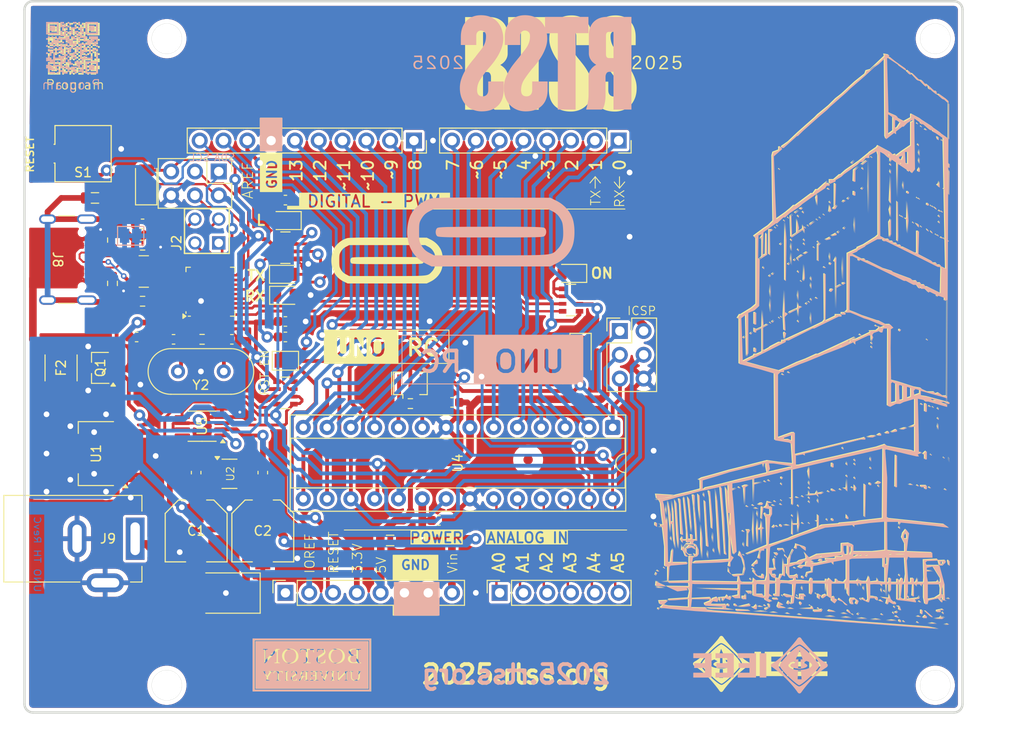
<source format=kicad_pcb>
(kicad_pcb (version 20241229) (generator "pcbnew") (generator_version "9.0")
  (title_block (title "Arduino Uno (Type-C)") (date "2025-10-14") (rev "1") (company "Carlos Sabogal") (comment 1 "edits by Mattia Nicolella"))
  (layers (0 "F.Cu" signal) (2 "B.Cu" signal) (13 "F.Paste" user) (15 "B.Paste" user) (5 "F.SilkS" user "F.Silkscreen") (7 "B.SilkS" user "B.Silkscreen") (1 "F.Mask" user) (3 "B.Mask" user) (25 "Edge.Cuts" user))
  (net 0 "")
  (net 1 "TXLED")
  (net 2 "Net-(D5-A)")
  (net 3 "RXLED")
  (net 4 "Net-(D6-A)")
  (net 5 "PB6")
  (net 6 "PB4")
  (net 7 "PB7")
  (net 8 "PB5")
  (net 10 "VCC")
  (net 11 "GND")
  (net 12 "+5V")
  (net 14 "+3.3V")
  (net 15 "Net-(D1-A)")
  (net 16 "Net-(D4-A)")
  (net 17 "Net-(D7-A)")
  (net 22 "Net-(U3-UCAP)")
  (net 24 "D-")
  (net 26 "D+")
  (net 27 "RD+")
  (net 28 "RD-")
  (net 32 "USBVCC")
  (net 33 "GATE_CMD")
  (net 34 "CMP")
  (net 36 "Net-(RN2A-R1.2)")
  (net 37 "SCK")
  (net 38 "XUSB")
  (net 41 "USHIELD")
  (net 42 "Net-(U3-XTAL1)")
  (net 43 "Net-(U3-PC0)")
  (net 44 "RESET2")
  (net 45 "MOSI2")
  (net 46 "SCK2")
  (net 47 "MISO2")
  (net 48 "CC2")
  (net 49 "CC1")
  (net 50 "AREF")
  (net 51 "MOSI")
  (net 56 "MISO")
  (net 57 "SS")
  (net 58 "IO9")
  (net 59 "IO8")
  (net 60 "AVCC")
  (net 61 "AD5{slash}SCL")
  (net 62 "AD4{slash}SDA")
  (net 63 "IO6")
  (net 64 "IO3")
  (net 65 "IO1")
  (net 66 "IO5")
  (net 67 "IO0")
  (net 68 "IO4")
  (net 69 "IO2")
  (net 70 "IO7")
  (net 71 "DTR")
  (net 72 "RESET")
  (net 73 "Net-(U4-PB6)")
  (net 74 "Net-(U4-PB7)")
  (net 75 "M8TXD")
  (net 76 "M8RXD")
  (net 77 "AD1")
  (net 78 "AD3")
  (net 79 "AD2")
  (net 80 "AD0")
  (footprint "Crystal:Crystal_HC49-4H_Vertical" (layer "F.Cu") (at 135.5741 105.5116 180)
    (property "Reference" "Y2")
    (property "Value" "LFXTAL003240BULK")
  )
  (footprint "Package_DFN_QFN:VQFN-32-1EP_5x5mm_P0.5mm_EP3.1x3.1mm" (layer "F.Cu") (at 134.1501 97.0026 90)
    (property "Reference" "U3" (hide yes))
    (property "Value" "ATMEGA16U2-MU")
  )
  (footprint "Crystal:Resonator_SMD_Murata_CSTxExxV-3Pin_3.0x1.1mm" (layer "F.Cu") (at 155.4861 106.7816)
    (property "Reference" "Y1" (hide yes))
    (property "Value" "CSTNE16M0V530000R0")
  )
  (footprint "Capacitor_SMD:C_0603_1608Metric" (layer "F.Cu") (at 142.1511 100.1776)
    (property "Reference" "C9" (hide yes))
    (property "Value" "100n")
  )
  (footprint "MountingHole:MountingHole_3.2mm_M3" (layer "F.Cu") (at 211.5 139)
    (property "Reference" "REF**" (hide yes))
    (property "Value" "MountingHole_3.2mm_M3")
  )
  (footprint "Connector_PinSocket_2.54mm:PinSocket_1x10_P2.54mm_Vertical" (layer "F.Cu") (at 155.8671 80.8736 -90)
    (property "Reference" "J4" (hide yes))
    (property "Value" "PPTC101LFBN-RC")
  )
  (footprint "Arduino UNO:CAP_EEHZA1E470P" (layer "F.Cu") (at 132.6261 122.5296 -90)
    (property "Reference" "C1")
    (property "Value" "47u")
  )
  (footprint "Diode_SMD:D_1206_3216Metric" (layer "F.Cu") (at 173.6471 103.7336 -90)
    (property "Reference" "D2" (hide yes))
    (property "Value" "CD1206-S01575")
  )
  (footprint "Capacitor_SMD:C_0603_1608Metric" (layer "F.Cu") (at 130.2131 102.0826 180)
    (property "Reference" "C11" (hide yes))
    (property "Value" "22p")
  )
  (footprint "Capacitor_SMD:C_0603_1608Metric" (layer "F.Cu") (at 132.6261 116.3066 -90)
    (property "Reference" "C3" (hide yes))
    (property "Value" "100n")
  )
  (footprint "Inductor_SMD:L_0805_2012Metric" (layer "F.Cu") (at 121.8311 86.995)
    (property "Reference" "FB1" (hide yes))
    (property "Value" "1kΩ@100MHz")
  )
  (footprint "Capacitor_SMD:C_0603_1608Metric" (layer "F.Cu") (at 126.2761 101.8286)
    (property "Reference" "C4" (hide yes))
    (property "Value" "100n")
  )
  (footprint "Package_DIP:DIP-28_W7.62mm_Socket" (layer "F.Cu") (at 177.0761 111.4806 -90)
    (property "Reference" "U4")
    (property "Value" "ATMEGA328P-PU")
  )
  (footprint "LED_SMD:LED_0805_2012Metric" (layer "F.Cu") (at 142.1511 89.408 180)
    (property "Reference" "D4" (hide yes))
    (property "Value" "YELLOW")
  )
  (footprint "Capacitor_SMD:C_0603_1608Metric" (layer "F.Cu") (at 142.1511 87.2236)
    (property "Reference" "C6" (hide yes))
    (property "Value" "100n")
  )
  (footprint "Capacitor_SMD:C_0603_1608Metric" (layer "F.Cu") (at 158.5341 121.412)
    (property "Reference" "C12" (hide yes))
    (property "Value" "100n")
  )
  (footprint "Capacitor_SMD:C_0603_1608Metric" (layer "F.Cu") (at 142.1511 101.8286)
    (property "Reference" "C7" (hide yes))
    (property "Value" "100n")
  )
  (footprint "Connector_USB:USB_C_Receptacle_GCT_USB4105-xx-A_16P_TopMnt_Horizontal" (layer "F.Cu") (at 117.85 93.5736 -90)
    (property "Reference" "J8")
    (property "Value" "USB_C_Receptacle_USB2.0_16P")
  )
  (footprint "Package_TO_SOT_SMD:SOT-23-5" (layer "F.Cu") (at 136.1821 116.4336)
    (property "Reference" "U2")
    (property "Value" "LP2985-3.3")
  )
  (footprint "Diode_SMD:D_SMB" (layer "F.Cu") (at 135.8011 129.159 180)
    (property "Reference" "D1" (hide yes))
    (property "Value" "CGRB307-G")
  )
  (footprint "Capacitor_SMD:C_0603_1608Metric" (layer "F.Cu") (at 126.9111 89.7636)
    (property "Reference" "C10" (hide yes))
    (property "Value" "1u")
  )
  (footprint "Arduino UNO:SW_TS06-667-30-BK-100-G-SMT-TR" (layer "F.Cu") (at 120.5611 82.2706)
    (property "Reference" "S1")
    (property "Value" "TS06-667-30-BK-100-G-SMT-TR")
  )
  (footprint "MountingHole:MountingHole_3.2mm_M3" (layer "F.Cu") (at 129.5 139)
    (property "Reference" "REF**" (hide yes))
    (property "Value" "MountingHole_3.2mm_M3")
  )
  (footprint "MountingHole:MountingHole_3.2mm_M3" (layer "F.Cu") (at 129.5 70)
    (property "Reference" "REF**" (hide yes))
    (property "Value" "MountingHole_3.2mm_M3")
  )
  (footprint "Capacitor_SMD:C_0603_1608Metric" (layer "F.Cu") (at 136.4361 102.0826)
    (property "Reference" "C13" (hide yes))
    (property "Value" "22p")
  )
  (footprint "Connector_PinSocket_2.54mm:PinSocket_1x06_P2.54mm_Vertical" (layer "F.Cu") (at 165.011 129.1336 90)
    (property "Reference" "J6" (hide yes))
    (property "Value" "PPTC061LFBN-RC")
  )
  (footprint "Package_SO:MSOP-8_3x3mm_P0.65mm" (layer "F.Cu") (at 133.2611 111.3536 180)
    (property "Reference" "U5")
    (property "Value" "LMV358IDGKR")
  )
  (footprint "Jumper:SolderJumper-2_P1.3mm_Open_Pad1.0x1.5mm" (layer "F.Cu") (at 142.1511 104.3686)
    (property "Reference" "JP1" (hide yes))
    (property "Value" "SolderJumper_2_Open")
  )
  (footprint "Fiducial:Fiducial_1mm_Mask3mm" (layer "F.Cu") (at 120.5611 81.7626)
    (property "Reference" "FID1" (hide yes))
    (property "Value" "Fiducial")
  )
  (footprint "Connector_PinSocket_2.54mm:PinSocket_1x08_P2.54mm_Vertical" (layer "F.Cu") (at 142.1511 129.1336 90)
    (property "Reference" "J7" (hide yes))
    (property "Value" "PPTC081LFBN-RC")
  )
  (footprint "Package_TO_SOT_SMD:SOT-223-3_TabPin2" (layer "F.Cu") (at 121.9581 114.2746 180)
    (property "Reference" "U1")
    (property "Value" "NCP1117-5.0_SOT223")
  )
  (footprint "Resistor_SMD:R_0603_1608Metric" (layer "F.Cu") (at 126.9111 92.0336 180)
    (property "Reference" "Z1" (hide yes))
    (property "Value" "5pF@1MHz")
  )
  (footprint "Resistor_SMD:R_0603_1608Metric" (layer "F.Cu") (at 123.698 91.4908 90)
    (property "Reference" "R3" (hide yes))
    (property "Value" "5k1")
  )
  (footprint "Arduino UNO:CONN_M20-9980245_HRW" (layer "F.Cu") (at 135.039 91.796 90)
    (property "Reference" "J2")
    (property "Value" "M20-9980245")
  )
  (footprint "Resistor_SMD:R_Array_Convex_4x0603" (layer "F.Cu") (at 142.1511 92.3036)
    (property "Reference" "RN2" (hide yes))
    (property "Value" "1k")
  )
  (footprint "Resistor_SMD:R_0603_1608Metric" (layer "F.Cu") (at 123.698 96.1136 -90)
    (property "Reference" "R4" (hide yes))
    (property "Value" "5k1")
  )
  (footprint "Resistor_SMD:R_0603_1608Metric" (layer "F.Cu") (at 155.4861 108.9406)
    (property "Reference" "R2" (hide yes))
    (property "Value" "1M")
  )
  (footprint "Fiducial:Fiducial_1mm_Mask3mm" (layer "F.Cu") (at 117.9411 128.2636)
    (property "Reference" "FID3" (hide yes))
    (property "Value" "Fiducial")
  )
  (footprint "Connector_BarrelJack:BarrelJack_Kycon_KLDX-0202-xC_Horizontal" (layer "F.Cu") (at 126.12 123.36)
    (property "Reference" "J9")
    (property "Value" "PJ-102AH")
  )
  (footprint "LED_SMD:LED_0805_2012Metric" (layer "F.Cu") (at 142.1384 95.1484)
    (property "Reference" "D5" (hide yes))
    (property "Value" "YELLOW")
  )
  (footprint "Resistor_SMD:R_Array_Convex_4x0603" (layer "F.Cu") (at 142.1511 107.7976 180)
    (property "Reference" "RN1" (hide yes))
    (property "Value" "10k")
  )
  (footprint "MountingHole:MountingHole_3.2mm_M3" (layer "F.Cu") (at 211.5 70)
    (property "Reference" "REF**" (hide yes))
    (property "Value" "MountingHole_3.2mm_M3")
  )
  (footprint "Resistor_SMD:R_Array_Convex_4x0603" (layer "F.Cu") (at 127.0381 94.8436 180)
    (property "Reference" "RN3" (hide yes))
    (property "Value" "22R")
  )
  (footprint "Inductor_SMD:L_0805_2012Metric" (layer "F.Cu") (at 153.3271 123.5456)
    (property "Reference" "FB2" (hide yes))
    (property "Value" "10uH")
  )
  (footprint "Resistor_SMD:R_Array_Convex_4x0603" (layer "F.Cu") (at 172.6311 97.8916 180)
    (property "Reference" "RN4" (hide yes))
    (property "Value" "1k")
  )
  (footprint "Fuse:Fuse_1812_4532Metric_Pad1.30x3.40mm_HandSolder" (layer "F.Cu") (at 118.2116 105.1306 -90)
    (property "Reference" "F2")
    (property "Value" "MF-MSMF050-2")
  )
  (footprint "Connector_PinSocket_2.54mm:PinSocket_1x08_P2.54mm_Vertical" (layer "F.Cu") (at 177.7111 80.8736 -90)
    (property "Reference" "J5" (hide yes))
    (property "Value" "PPTC081LFBN-RC")
  )
  (footprint "Capacitor_SMD:C_0603_1608Metric" (layer "F.Cu") (at 139.7381 116.3066 90)
    (property "Reference" "C5" (hide yes))
    (property "Value" "1u")
  )
  (footprint "Fiducial:Fiducial_1mm_Mask3mm" (layer "F.Cu") (at 168.0511 114.9326)
    (property "Reference" "FID2" (hide yes))
    (property "Value" "Fiducial")
  )
  (footprint "Resistor_SMD:R_0603_1608Metric" (layer "F.Cu") (at 126.9111 98.0186 180)
    (property "Reference" "Z2" (hide yes))
    (property "Value" "5pF@1MHz")
  )
  (footprint "Resistor_SMD:R_0603_1608Metric" (layer "F.Cu") (at 133.2611 102.0826 180)
    (property "Reference" "R1" (hide yes))
    (property "Value" "1M")
  )
  (footprint "Diode_SMD:D_1206_3216Metric" (layer "F.Cu") (at 127.2921 85.4456 90)
    (property "Reference" "D3" (hide yes))
    (property "Value" "CD1206-S01575")
  )
  (footprint "Arduino UNO:CAP_EEHZA1E470P" (layer "F.Cu") (at 139.7381 122.5296 -90)
    (property "Reference" "C2")
    (property "Value" "47u")
  )
  (footprint "LED_SMD:LED_0805_2012Metric" (layer "F.Cu") (at 172.6184 95.0468 180)
    (property "Reference" "D7" (hide yes))
    (property "Value" "GREEN")
  )
  (footprint "Connector_PinHeader_2.54mm:PinHeader_2x03_P2.54mm_Vertical" (layer "F.Cu") (at 135.0391 84.1756 -90)
    (property "Reference" "J1" (hide yes))
    (property "Value" "M20-9980345")
  )
  (footprint "Capacitor_SMD:C_0603_1608Metric" (layer "F.Cu") (at 159.9311 108.8136)
    (property "Reference" "C8" (hide yes))
    (property "Value" "100n")
  )
  (footprint "Package_TO_SOT_SMD:SC-59" (layer "F.Cu") (at 122.4104 105.1306 180)
    (property "Reference" "Q1")
    (property "Value" "FDN340P")
  )
  (footprint "Connector_PinHeader_2.54mm:PinHeader_2x03_P2.54mm_Vertical" (layer "F.Cu") (at 177.8381 101.1936)
    (property "Reference" "J3" (hide yes))
    (property "Value" "M20-9980345")
  )
  (footprint "LED_SMD:LED_0805_2012Metric" (layer "F.Cu") (at 142.1511 97.3836)
    (property "Reference" "D6" (hide yes))
    (property "Value" "YELLOW")
  )
  (footprint "Jumper:SolderJumper-2_P1.3mm_Open_Pad1.0x1.5mm" (layer "B.Cu") (at 125.6411 91.0336 180)
    (property "Reference" "JP2" (hide yes))
    (property "Value" "SolderJumper_2_Open")
  )
  (gr_poly (pts (xy 147.28227 135.168416) (xy 147.306872 135.168916) (xy 147.327823 135.169873) (xy 147.346278 135.171411) (xy 147.363391 135.173652) (xy 147.380318 135.176718) (xy 147.398212 135.180733) (xy 147.418229 135.185818) (xy 147.451627 135.195562) (xy 147.48419 135.206941) (xy 147.515878 135.219924) (xy 147.546656 135.23448) (xy 147.576483 135.250578) (xy 147.605324 135.268189) (xy 147.63314 135.28728) (xy 147.659893 135.307822) (xy 147.685545 135.329784) (xy 147.71006 135.353136) (xy 147.733398 135.377845) (xy 147.755522 135.403883) (xy 147.776395 135.431218) (xy 147.795978 135.45982) (xy 147.814234 135.489658) (xy 147.831125 135.520702) (xy 147.859765 135.583259) (xy 147.883051 135.648121) (xy 147.901062 135.714744) (xy 147.913877 135.782583) (xy 147.921573 135.851093) (xy 147.924231 135.91973) (xy 147.921927 135.987948) (xy 147.914741 136.055203) (xy 147.902751 136.12095) (xy 147.886036 136.184644) (xy 147.864674 136.245741) (xy 147.838745 136.303696) (xy 147.808325 136.357963) (xy 147.773495 136.407999) (xy 147.75445 136.43126) (xy 147.734332 136.453259) (xy 147.71315 136.473927) (xy 147.690915 136.493197) (xy 147.680821 136.501129) (xy 147.670138 136.508964) (xy 147.658924 136.516673) (xy 147.647236 136.524229) (xy 147.635131 136.531601) (xy 147.622669 136.538762) (xy 147.609905 136.545684) (xy 147.596897 136.552336) (xy 147.583704 136.558692) (xy 147.570383 136.564722) (xy 147.556992 136.570398) (xy 147.543587 136.575691) (xy 147.530227 136.580572) (xy 147.516969 136.585013) (xy 147.503871 136.588986) (xy 147.49099 136.592461) (xy 147.479007 136.595248) (xy 147.466127 136.597805) (xy 147.452477 136.600126) (xy 147.438184 136.602204) (xy 147.408176 136.605598) (xy 147.377123 136.60793) (xy 147.34604 136.609142) (xy 147.315945 136.609177) (xy 147.301585 136.608734) (xy 147.287855 136.607975) (xy 147.274879 136.606892) (xy 147.262786 136.605479) (xy 147.234243 136.600989) (xy 147.20616 136.595367) (xy 147.178555 136.588634) (xy 147.151448 136.580808) (xy 147.124857 136.571909) (xy 147.098802 136.561956) (xy 147.073301 136.550969) (xy 147.048372 136.538967) (xy 147.024036 136.52597) (xy 147.00031 136.511997) (xy 146.977214 136.497067) (xy 146.954767 136.481199) (xy 146.932987 136.464415) (xy 146.911894 136.446731) (xy 146.891505 136.428169) (xy 146.871841 136.408747) (xy 146.85292 136.388486) (xy 146.83476 136.367403) (xy 146.817382 136.345519) (xy 146.800803 136.322854) (xy 146.785042 136.299426) (xy 146.770119 136.275255) (xy 146.756052 136.25036) (xy 146.74286 136.224761) (xy 146.730562 136.198478) (xy 146.719177 136.171529) (xy 146.708724 136.143934) (xy 146.699222 136.115713) (xy 146.690689 136.086885) (xy 146.683144 136.057469) (xy 146.676607 136.027485) (xy 146.671096 135.996951) (xy 146.668768 135.981059) (xy 146.666755 135.964165) (xy 146.663673 135.927964) (xy 146.661849 135.889537) (xy 146.661282 135.850071) (xy 146.661969 135.810756) (xy 146.663909 135.77278) (xy 146.6671 135.73733) (xy 146.669164 135.720924) (xy 146.67154 135.705596) (xy 146.67959 135.664741) (xy 146.689495 135.624947) (xy 146.701203 135.586294) (xy 146.714661 135.548861) (xy 146.729815 135.512728) (xy 146.746612 135.477974) (xy 146.765 135.444678) (xy 146.784925 135.41292) (xy 146.806334 135.38278) (xy 146.829174 135.354337) (xy 146.853392 135.327669) (xy 146.878936 135.302858) (xy 146.905751 135.279982) (xy 146.933786 135.25912) (xy 146.962986 135.240352) (xy 146.993299 135.223758) (xy 147.009309 135.215918) (xy 147.024711 135.208798) (xy 147.039642 135.202366) (xy 147.054237 135.196596) (xy 147.068633 135.191456) (xy 147.082967 135.186919) (xy 147.097375 135.182955) (xy 147.111993 135.179534) (xy 147.126957 135.176629) (xy 147.142404 135.174208) (xy 147.158471 135.172245) (xy 147.175293 135.170708) (xy 147.193007 135.169569) (xy 147.211749 135.1688) (xy 147.231656 135.16837) (xy 147.252864 135.168251)) (fill yes) (layer "F.SilkS"))
  (gr_poly (pts (xy 119.858108 71.167567) (xy 119.667567 71.167567) (xy 119.667567 70.977027) (xy 119.858108 70.977027)) (fill yes) (layer "F.SilkS"))
  (gr_poly (pts (xy 196.766066 97.069801) (xy 196.721965 97.360843) (xy 196.766066 97.651882) (xy 196.810149 97.942923) (xy 196.810149 97.360845) (xy 196.810149 96.778759)) (fill yes) (layer "F.SilkS"))
  (gr_poly (pts (xy 197.212285 93.024733) (xy 197.10645 93.026393) (xy 196.871105 93.209247) (xy 196.63575 93.392103) (xy 196.746868 93.550853) (xy 196.857985 93.709601) (xy 196.81306 93.550846) (xy 196.768126 93.392096) (xy 197.043123 93.207585) (xy 197.318111 93.023074)) (fill yes) (layer "F.SilkS"))
  (gr_poly (pts (xy 118.143243 69.071621) (xy 117.952702 69.071621) (xy 117.952702 68.881081) (xy 118.143243 68.881081)) (fill yes) (layer "F.SilkS"))
  (gr_poly (pts (xy 194.936834 119.215419) (xy 194.936834 119.268336) (xy 194.98976 119.268336) (xy 195.042669 119.268336) (xy 195.042669 119.215419) (xy 195.042669 119.162501) (xy 194.98976 119.162501) (xy 194.936834 119.162501)) (fill yes) (layer "F.SilkS"))
  (gr_poly (pts (xy 194.112456 121.977757) (xy 193.975997 122.125834) (xy 194.079754 122.125834) (xy 194.183519 122.125834) (xy 194.253283 122.012959) (xy 194.323037 121.900084) (xy 194.285985 121.864882) (xy 194.248925 121.82968)) (fill yes) (layer "F.SilkS"))
  (gr_line (start 175.2092 84.7344) (end 174.653189 85.397028) (stroke (width 0.1)) (layer "F.SilkS"))
  (gr_poly (pts (xy 120.81081 72.882432) (xy 120.62027 72.882432) (xy 120.62027 72.691891) (xy 120.81081 72.691891)) (fill yes) (layer "F.SilkS"))
  (gr_poly (pts (xy 209.683017 129.992764) (xy 209.612462 130.063319) (xy 209.753568 130.063319) (xy 209.894678 130.063319) (xy 209.824123 129.992764) (xy 209.753568 129.922209)) (fill yes) (layer "F.SilkS"))
  (gr_poly (pts (xy 122.335135 71.739189) (xy 122.144594 71.739189) (xy 122.144594 71.548648) (xy 122.335135 71.548648)) (fill yes) (layer "F.SilkS"))
  (gr_poly (pts (xy 118.714864 73.454053) (xy 118.524324 73.454053) (xy 118.524324 73.263513) (xy 118.714864 73.263513)) (fill yes) (layer "F.SilkS"))
  (gr_poly (pts (xy 120.62027 70.214864) (xy 120.429729 70.214864) (xy 120.429729 70.024324) (xy 120.62027 70.024324)) (fill yes) (layer "F.SilkS"))
  (gr_rect (start 153.6486 130.521656) (end 158.4238 131.521656) (stroke (width 0.1)) (fill yes) (layer "F.SilkS"))
  (gr_poly (pts (xy 119.286486 69.071621) (xy 119.095945 69.071621) (xy 119.095945 68.881081) (xy 119.286486 68.881081)) (fill yes) (layer "F.SilkS"))
  (gr_poly (pts (xy 204.497118 115.705282) (xy 204.426558 115.775842) (xy 204.497118 115.846393) (xy 204.567669 115.916952) (xy 204.567669 115.775837) (xy 204.567669 115.634727)) (fill yes) (layer "F.SilkS"))
  (gr_poly (pts (xy 117.381081 68.881081) (xy 117.19054 68.881081) (xy 117.19054 68.69054) (xy 117.381081 68.69054)) (fill yes) (layer "F.SilkS"))
  (gr_poly (pts (xy 119.667567 69.071621) (xy 119.477027 69.071621) (xy 119.477027 68.881081) (xy 119.667567 68.881081)) (fill yes) (layer "F.SilkS"))
  (gr_poly (pts (xy 122.144594 70.024324) (xy 121.954053 70.024324) (xy 121.954053 69.833783) (xy 122.144594 69.833783)) (fill yes) (layer "F.SilkS"))
  (gr_poly (pts (xy 199.011416 125.618324) (xy 198.94601 125.724159) (xy 199.104763 125.724159) (xy 199.263506 125.724159) (xy 199.328911 125.618324) (xy 199.394326 125.512494) (xy 199.235573 125.512494) (xy 199.07683 125.512494)) (fill yes) (layer "F.SilkS"))
  (gr_poly (pts (xy 195.077953 105.756933) (xy 195.007393 105.827488) (xy 195.148513 105.827488) (xy 195.289614 105.827488) (xy 195.219063 105.756933) (xy 195.148513 105.686378)) (fill yes) (layer "F.SilkS"))
  (gr_rect (start 139.4714 78.486) (end 141.7714 79.486) (stroke (width 0.1)) (fill yes) (layer "F.SilkS"))
  (gr_poly (pts (xy 121.191891 69.262162) (xy 121.001351 69.262162) (xy 121.001351 69.071621) (xy 121.191891 69.071621)) (fill yes) (layer "F.SilkS"))
  (gr_poly (pts (xy 154.123517 93.297645) (xy 154.995848 93.300299) (xy 155.351126 93.302584) (xy 155.657439 93.305632) (xy 155.918508 93.309536) (xy 156.138054 93.314388) (xy 156.319798 93.320282) (xy 156.467461 93.327311) (xy 156.584762 93.335568) (xy 156.675423 93.345146) (xy 156.711927 93.350459) (xy 156.743165 93.356137) (xy 156.769604 93.362192) (xy 156.791708 93.368636) (xy 156.809943 93.375479) (xy 156.824773 93.382734) (xy 156.836664 93.390412) (xy 156.84608 93.398525) (xy 156.858173 93.410851) (xy 156.869449 93.423983) (xy 156.879912 93.43787) (xy 156.889562 93.452463) (xy 156.898404 93.467712) (xy 156.906439 93.483567) (xy 156.913669 93.499977) (xy 156.920097 93.516893) (xy 156.925725 93.534265) (xy 156.930555 93.552043) (xy 156.937832 93.588616) (xy 156.941947 93.626212) (xy 156.942917 93.664432) (xy 156.940762 93.702874) (xy 156.935501 93.74114) (xy 156.927151 93.778829) (xy 156.915731 93.815542) (xy 156.908876 93.833407) (xy 156.901261 93.850878) (xy 156.892887 93.867904) (xy 156.883758 93.884437) (xy 156.873875 93.900425) (xy 156.863241 93.915819) (xy 156.851858 93.93057) (xy 156.839729 93.944625) (xy 156.79265 93.98053) (xy 156.697648 94.008026) (xy 156.516921 94.02823) (xy 156.212667 94.042257) (xy 155.082367 94.056246) (xy 153.004329 94.058925) (xy 151.893588 94.058206) (xy 151.022832 94.055552) (xy 150.66817 94.053267) (xy 150.36237 94.050219) (xy 150.101721 94.046315) (xy 149.882511 94.041463) (xy 149.701029 94.035568) (xy 149.553564 94.028539) (xy 149.436403 94.020283) (xy 149.345837 94.010705) (xy 149.309366 94.005392) (xy 149.278153 93.999713) (xy 149.251732 93.993658) (xy 149.229639 93.987215) (xy 149.211412 93.980372) (xy 149.196586 93.973117) (xy 149.184696 93.965439) (xy 149.17528 93.957326) (xy 149.163746 93.944909) (xy 149.152956 93.931516) (xy 149.14291 93.917212) (xy 149.133608 93.902061) (xy 149.12505 93.886128) (xy 149.117237 93.86948) (xy 149.110168 93.85218) (xy 149.103842 93.834294) (xy 149.093424 93.797025) (xy 149.085983 93.758194) (xy 149.081518 93.71832) (xy 149.08003 93.677925) (xy 149.081518 93.637531) (xy 149.085983 93.597657) (xy 149.093424 93.558826) (xy 149.103842 93.521557) (xy 149.110168 93.503671) (xy 149.117237 93.486371) (xy 149.12505 93.469722) (xy 149.133608 93.45379) (xy 149.14291 93.438639) (xy 149.152956 93.424335) (xy 149.163746 93.410942) (xy 149.17528 93.398525) (xy 149.229652 93.368636) (xy 149.345936 93.345146) (xy 149.553899 93.327311) (xy 149.883305 93.314388) (xy 151.025511 93.300299) (xy 153.010679 93.296926)) (stroke (width -0.000001)) (fill yes) (layer "F.SilkS"))
  (gr_poly (pts (xy 120.239189 69.071621) (xy 120.048648 69.071621) (xy 120.048648 68.881081) (xy 120.239189 68.881081)) (fill yes) (layer "F.SilkS"))
  (gr_poly (pts (xy 119.667567 73.454053) (xy 119.477027 73.454053) (xy 119.477027 73.263513) (xy 119.667567 73.263513)) (fill yes) (layer "F.SilkS"))
  (gr_poly (pts (xy 121.001351 70.214864) (xy 120.81081 70.214864) (xy 120.81081 70.024324) (xy 121.001351 70.024324)) (fill yes) (layer "F.SilkS"))
  (gr_poly (pts (xy 195.386641 121.841215) (xy 195.20143 121.889615) (xy 195.571853 121.889615) (xy 195.942275 121.889615) (xy 195.757045 121.841215) (xy 195.571843 121.792816)) (fill yes) (layer "F.SilkS"))
  (gr_poly (pts (xy 188.674102 133.725843) (xy 188.683601 133.726215) (xy 188.692934 133.726835) (xy 188.701993 133.727703) (xy 188.71067 133.728819) (xy 188.718859 133.730184) (xy 188.72645 133.731796) (xy 188.733338 133.733656) (xy 188.739891 133.735909) (xy 188.746356 133.738388) (xy 188.752725 133.741092) (xy 188.758994 133.744016) (xy 188.765156 133.747158) (xy 188.771206 133.750516) (xy 188.777139 133.754086) (xy 188.782947 133.757866) (xy 188.790402 133.763297) (xy 188.798473 133.769805) (xy 188.807074 133.777294) (xy 188.816121 133.785668) (xy 188.825528 133.79483) (xy 188.835211 133.804686) (xy 188.845084 133.81514) (xy 188.855062 133.826095) (xy 188.865061 133.837457) (xy 188.874994 133.849129) (xy 188.884778 133.861016) (xy 188.894326 133.873021) (xy 188.903554 133.88505) (xy 188.912377 133.897007) (xy 188.92071 133.908795) (xy 188.928468 133.92032) (xy 188.978077 133.996255) (xy 188.993738 134.017136) (xy 189.024836 134.056965) (xy 189.117198 134.173261) (xy 189.222881 134.304739) (xy 189.3096 134.41099) (xy 189.534593 134.676514) (xy 189.758112 134.930319) (xy 189.978943 135.171155) (xy 190.195871 135.39777) (xy 190.407684 135.608913) (xy 190.613167 135.803332) (xy 190.811106 135.979778) (xy 191.000287 136.136999) (xy 191.081755 136.200695) (xy 191.163 136.26192) (xy 191.242773 136.319802) (xy 191.319821 136.37347) (xy 191.392895 136.422054) (xy 191.460743 136.464681) (xy 191.522113 136.500481) (xy 191.575756 136.528582) (xy 191.586524 136.534042) (xy 191.597118 136.539875) (xy 191.607491 136.546041) (xy 191.617595 136.552498) (xy 191.627384 136.559205) (xy 191.63681 136.566119) (xy 191.645827 136.573201) (xy 191.654387 136.580407) (xy 191.662443 136.587698) (xy 191.669948 136.59503) (xy 191.676855 136.602364) (xy 191.683117 136.609656) (xy 191.688686 136.616867) (xy 191.693517 136.623954) (xy 191.697561 136.630875) (xy 191.700771 136.63759) (xy 191.70337 136.644357) (xy 191.705609 136.651802) (xy 191.707491 136.65984) (xy 191.709015 136.668385) (xy 191.710182 136.677354) (xy 191.710994 136.686662) (xy 191.711451 136.696223) (xy 191.711553 136.705952) (xy 191.711302 136.715765) (xy 191.710699 136.725577) (xy 191.709743 136.735303) (xy 191.708436 136.744858) (xy 191.706779 136.754158) (xy 191.704772 136.763116) (xy 191.702417 136.771649) (xy 191.699713 136.779672) (xy 191.696585 136.786988) (xy 191.6926 136.794655) (xy 191.687819 136.80261) (xy 191.6823 136.810789) (xy 191.676106 136.819128) (xy 191.669296 136.827562) (xy 191.661932 136.836028) (xy 191.654073 136.844461) (xy 191.645779 136.852799) (xy 191.637112 136.860977) (xy 191.628132 136.86893) (xy 191.618899 136.876596) (xy 191.609475 136.88391) (xy 191.599918 136.890807) (xy 191.59029 136.897225) (xy 191.580651 136.9031) (xy 191.523007 136.939997) (xy 191.443948 136.995228) (xy 191.348548 137.064927) (xy 191.241885 137.145226) (xy 191.129032 137.23226) (xy 191.015066 137.322163) (xy 190.905063 137.411066) (xy 190.804098 137.495105) (xy 190.57673 137.692923) (xy 190.356331 137.893547) (xy 190.14296 138.096943) (xy 189.936679 138.303077) (xy 189.737547 138.511914) (xy 189.545627 138.723421) (xy 189.360977 138.937564) (xy 189.183658 139.154307) (xy 189.096149 139.267245) (xy 189.002699 139.391457) (xy 188.92386 139.498826) (xy 188.896341 139.537409) (xy 188.880181 139.561237) (xy 188.875666 139.568526) (xy 188.870464 139.576291) (xy 188.864656 139.584437) (xy 188.858328 139.592869) (xy 188.851562 139.601493) (xy 188.844443 139.610213) (xy 188.837055 139.618935) (xy 188.82948 139.627564) (xy 188.821803 139.636006) (xy 188.814107 139.644166) (xy 188.806477 139.651948) (xy 188.798995 139.659259) (xy 188.791746 139.666002) (xy 188.784813 139.672085) (xy 188.77828 139.677411) (xy 188.772231 139.681887) (xy 188.763888 139.687228) (xy 188.755016 139.692084) (xy 188.745666 139.696448) (xy 188.735888 139.700312) (xy 188.725733 139.70367) (xy 188.715253 139.706513) (xy 188.704497 139.708834) (xy 188.693517 139.710627) (xy 188.682364 139.711883) (xy 188.671087 139.712595) (xy 188.659739 139.712756) (xy 188.648369 139.712359) (xy 188.637028 139.711396) (xy 188.625768 139.70986) (xy 188.614639 139.707743) (xy 188.603691 139.705038) (xy 188.603559 139.70517) (xy 188.597226 139.70322) (xy 188.590979 139.701033) (xy 188.584824 139.69861) (xy 188.578769 139.695956) (xy 188.572819 139.693072) (xy 188.566982 139.689962) (xy 188.561263 139.68663) (xy 188.555669 139.683077) (xy 188.548467 139.67775) (xy 188.540796 139.671543) (xy 188.532722 139.664529) (xy 188.524314 139.656784) (xy 188.515639 139.648381) (xy 188.506763 139.639396) (xy 188.497755 139.629902) (xy 188.48868 139.619974) (xy 188.479608 139.609686) (xy 188.470604 139.599113) (xy 188.461736 139.588329) (xy 188.453071 139.577409) (xy 188.444677 139.566427) (xy 188.436621 139.555457) (xy 188.428969 139.544574) (xy 188.42179 139.533852) (xy 188.39712 139.497187) (xy 188.362394 139.448396) (xy 188.319534 139.389987) (xy 188.270465 139.324468) (xy 188.161397 139.182134) (xy 188.105245 139.110336) (xy 188.05058 139.041462) (xy 187.942923 138.907989) (xy 187.837469 138.780372) (xy 187.733369 138.657649) (xy 187.629777 138.538853) (xy 187.525843 138.423022) (xy 187.420721 138.309191) (xy 187.313561 138.196395) (xy 187.203517 138.083671) (xy 187.072847 137.952808) (xy 186.947869 137.831589) (xy 186.827291 137.718828) (xy 186.709821 137.613341) (xy 186.594168 137.513943) (xy 186.47904 137.419451) (xy 186.363147 137.328679) (xy 186.245196 137.240444) (xy 185.909175 137.015548) (xy 185.884856 137.001936) (xy 185.861308 136.987787) (xy 185.838606 136.973173) (xy 185.816825 136.958164) (xy 185.796038 136.942832) (xy 185.77632 136.927248) (xy 185.757745 136.911484) (xy 185.740387 136.895609) (xy 185.724321 136.879695) (xy 185.70962 136.863814) (xy 185.696359 136.848036) (xy 185.684612 136.832433) (xy 185.674453 136.817076) (xy 185.665957 136.802035) (xy 185.659198 136.787383) (xy 185.654249 136.773189) (xy 185.652678 136.764713) (xy 185.65133 136.756209) (xy 185.650205 136.747682) (xy 185.650193 136.747568) (xy 186.418698 136.747568) (xy 186.419874 136.765956) (xy 186.422536 136.784926) (xy 186.426715 136.804575) (xy 186.432438 136.824998) (xy 186.439735 136.846291) (xy 186.448634 136.868549) (xy 186.459164 136.891868) (xy 186.471354 136.916344) (xy 186.485234 136.942071) (xy 186.500831 136.969146) (xy 186.518176 136.997663) (xy 186.537296 137.027719) (xy 186.609937 137.132181) (xy 186.69943 137.247763) (xy 186.803623 137.372438) (xy 186.920367 137.50418) (xy 187.047511 137.640962) (xy 187.182907 137.780757) (xy 187.324404 137.921539) (xy 187.469852 138.061281) (xy 187.617102 138.197956) (xy 187.764004 138.329539) (xy 187.908407 138.454001) (xy 188.048161 138.569318) (xy 188.181118 138.673461) (xy 188.305127 138.764405) (xy 188.418038 138.840123) (xy 188.517702 138.898588) (xy 188.538714 138.909476) (xy 188.558644 138.919231) (xy 188.577572 138.927866) (xy 188.595578 138.935394) (xy 188.612744 138.941829) (xy 188.629148 138.947185) (xy 188.644873 138.951475) (xy 188.659998 138.954713) (xy 188.674603 138.956912) (xy 188.68877 138.958086) (xy 188.702578 138.958248) (xy 188.716108 138.957412) (xy 188.72944 138.955592) (xy 188.742656 138.952801) (xy 188.755834 138.949053) (xy 188.769056 138.944361) (xy 188.769188 138.944427) (xy 188.76932 138.944493) (xy 188.813146 138.924379) (xy 188.864549 138.895733) (xy 188.923001 138.858999) (xy 188.987976 138.814618) (xy 189.058944 138.763031) (xy 189.135379 138.704682) (xy 189.216753 138.640012) (xy 189.302538 138.569462) (xy 189.392207 138.493476) (xy 189.485231 138.412495) (xy 189.679237 138.237317) (xy 189.880333 138.047464) (xy 190.084299 137.846472) (xy 190.202472 137.725552) (xy 190.311583 137.610302) (xy 190.411575 137.500814) (xy 190.502391 137.397176) (xy 190.583973 137.299479) (xy 190.656264 137.207813) (xy 190.719208 137.122267) (xy 190.772745 137.042932) (xy 190.790117 137.014467) (xy 190.807544 136.983881) (xy 190.824484 136.952277) (xy 190.840396 136.920761) (xy 190.854739 136.890435) (xy 190.866972 136.862404) (xy 190.876554 136.837771) (xy 190.880182 136.827074) (xy 190.882944 136.81764) (xy 190.885518 136.807394) (xy 190.887685 136.796916) (xy 190.889449 136.786232) (xy 190.890811 136.775373) (xy 190.891775 136.764364) (xy 190.892343 136.753234) (xy 190.892519 136.742012) (xy 190.892304 136.730724) (xy 190.891701 136.719399) (xy 190.890714 136.708065) (xy 190.889344 136.696749) (xy 190.887595 136.68548) (xy 190.885469 136.674286) (xy 190.882969 136.663193) (xy 190.880098 136.652231) (xy 190.876859 136.641427) (xy 190.859425 136.594065) (xy 190.836932 136.543318) (xy 190.809443 136.489274) (xy 190.77702 136.432022) (xy 190.739725 136.371649) (xy 190.697623 136.308243) (xy 190.650775 136.241892) (xy 190.599244 136.172685) (xy 190.543094 136.100708) (xy 190.482386 136.026051) (xy 190.417185 135.948801) (xy 190.347551 135.869046) (xy 190.273549 135.786875) (xy 190.195241 135.702374) (xy 190.11269 135.615632) (xy 190.025958 135.526738) (xy 189.832113 135.335661) (xy 189.643048 135.15911) (xy 189.461388 134.999168) (xy 189.289755 134.857921) (xy 189.208519 134.79496) (xy 189.130773 134.737454) (xy 189.056845 134.685665) (xy 188.987064 134.639852) (xy 188.921756 134.600278) (xy 188.861251 134.567201) (xy 188.805876 134.540884) (xy 188.755958 134.521586) (xy 188.738747 134.516115) (xy 188.722536 134.511469) (xy 188.707176 134.507659) (xy 188.692521 134.504698) (xy 188.678422 134.502597) (xy 188.664732 134.501368) (xy 188.651303 134.501024) (xy 188.637987 134.501577) (xy 188.624638 134.503037) (xy 188.611107 134.505419) (xy 188.597246 134.508733) (xy 188.582909 134.512991) (xy 188.567946 134.518206) (xy 188.552211 134.524389) (xy 188.535556 134.531553) (xy 188.517834 134.53971) (xy 188.426668 134.589761) (xy 188.320174 134.65991) (xy 188.200691 134.747876) (xy 188.070554 134.851379) (xy 187.9321 134.968135) (xy 187.787667 135.095864) (xy 187.639591 135.232285) (xy 187.490209 135.375115) (xy 187.341858 135.522074) (xy 187.196875 135.67088) (xy 187.057596 135.819251) (xy 186.926359 135.964906) (xy 186.805501 136.105564) (xy 186.697357 136.238944) (xy 186.604266 136.362763) (xy 186.528564 136.47474) (xy 186.512221 136.501708) (xy 186.496413 136.529354) (xy 186.481418 136.557114) (xy 186.467512 136.584426) (xy 186.454969 136.610728) (xy 186.444067 136.635456) (xy 186.435081 136.658047) (xy 186.431393 136.668366) (xy 186.428287 136.67794) (xy 186.423804 136.69495) (xy 186.420692 136.712161) (xy 186.418981 136.729669) (xy 186.418698 136.747568) (xy 185.650193 136.747568) (xy 185.649303 136.739135) (xy 185.648623 136.730574) (xy 185.648167 136.722002) (xy 185.647932 136.713424) (xy 185.647921 136.704844) (xy 185.648132 136.696267) (xy 185.648566 136.687697) (xy 185.649222 136.679138) (xy 185.6501 136.670594) (xy 185.651201 136.662071) (xy 185.652524 136.653572) (xy 185.654069 136.645102) (xy 185.655837 136.636664) (xy 185.657843 136.630434) (xy 185.660239 136.624146) (xy 185.66302 136.617805) (xy 185.666181 136.611414) (xy 185.669717 136.604978) (xy 185.673624 136.598498) (xy 185.682533 136.585426) (xy 185.69287 136.572227) (xy 185.704599 136.55893) (xy 185.717683 136.545562) (xy 185.732086 136.532154) (xy 185.747771 136.518733) (xy 185.764702 136.505329) (xy 185.782841 136.491969) (xy 185.802153 136.478683) (xy 185.8226 136.4655) (xy 185.844147 136.452447) (xy 185.866755 136.439554) (xy 185.89039 136.42685) (xy 185.922559 136.409703) (xy 185.955307 136.391273) (xy 185.988693 136.371517) (xy 186.022774 136.350394) (xy 186.05761 136.327859) (xy 186.093259 136.303871) (xy 186.167226 136.251365) (xy 186.245144 136.192533) (xy 186.327479 136.127036) (xy 186.414697 136.05453) (xy 186.507266 135.974677) (xy 186.680612 135.817711) (xy 186.870993 135.636868) (xy 187.074012 135.436675) (xy 187.285273 135.221656) (xy 187.500378 134.996338) (xy 187.714931 134.765244) (xy 187.924536 134.532901) (xy 188.124796 134.303833) (xy 188.180205 134.23899) (xy 188.22906 134.180796) (xy 188.271817 134.12867) (xy 188.308929 134.08203) (xy 188.340851 134.040295) (xy 188.368037 134.002884) (xy 188.390941 133.969216) (xy 188.410017 133.938708) (xy 188.423063 133.91701) (xy 188.435915 133.896555) (xy 188.448578 133.87733) (xy 188.461059 133.859323) (xy 188.473363 133.842522) (xy 188.485498 133.826913) (xy 188.49747 133.812484) (xy 188.509285 133.799223) (xy 188.52095 133.787117) (xy 188.53247 133.776154) (xy 188.543854 133.76632) (xy 188.555105 133.757603) (xy 188.566233 133.749991) (xy 188.577241 133.743471) (xy 188.588138 133.73803) (xy 188.598929 133.733656) (xy 188.605072 133.731796) (xy 188.612019 133.730184) (xy 188.619661 133.728819) (xy 188.627893 133.727703) (xy 188.636604 133.726835) (xy 188.645689 133.726215) (xy 188.655039 133.725843) (xy 188.664546 133.725719)) (fill yes) (layer "F.SilkS"))
  (gr_poly (pts (xy 117 72.31081) (xy 116.809459 72.31081) (xy 116.809459 72.12027) (xy 117 72.12027)) (fill yes) (layer "F.SilkS"))
  (gr_poly (pts (xy 196.656679 88.362893) (xy 196.41856 88.478289) (xy 196.41856 88.52748) (xy 196.41856 88.576674) (xy 196.451244 88.576674) (xy 196.483919 88.576674) (xy 196.689363 88.412087) (xy 196.894808 88.247498)) (fill yes) (layer "F.SilkS"))
  (gr_poly (pts (xy 207.45169 130.495009) (xy 207.266483 130.503367) (xy 207.398777 130.556752) (xy 207.531066 130.610127) (xy 207.531066 130.760063) (xy 207.531066 130.909994) (xy 207.648226 130.909994) (xy 207.765386 130.909994) (xy 207.701143 130.742581) (xy 207.636905 130.575172) (xy 207.636905 130.530911) (xy 207.636905 130.486654)) (fill yes) (layer "F.SilkS"))
  (gr_poly (pts (xy 211.393978 88.047499) (xy 211.459392 88.153332) (xy 211.512305 88.153332) (xy 211.565223 88.153332) (xy 211.499813 88.047499) (xy 211.434407 87.941664) (xy 211.38149 87.941664) (xy 211.328577 87.941664)) (fill yes) (layer "F.SilkS"))
  (gr_poly (pts (xy 117.381081 73.263513) (xy 117.19054 73.263513) (xy 117.19054 73.072972) (xy 117.381081 73.072972)) (fill yes) (layer "F.SilkS"))
  (gr_poly (pts (xy 120.429729 72.12027) (xy 120.239189 72.12027) (xy 120.239189 71.929729) (xy 120.429729 71.929729)) (fill yes) (layer "F.SilkS"))
  (gr_poly (pts (xy 211.693799 110.413621) (xy 211.62324 110.484172) (xy 211.693799 110.554732) (xy 211.764354 110.625287) (xy 211.764354 110.484172) (xy 211.764354 110.343062)) (fill yes) (layer "F.SilkS"))
  (gr_poly (pts (xy 117.19054 73.835135) (xy 117 73.835135) (xy 117 73.644594) (xy 117.19054 73.644594)) (fill yes) (layer "F.SilkS"))
  (gr_poly (pts (xy 121.191891 68.69054) (xy 121.001351 68.69054) (xy 121.001351 68.5) (xy 121.191891 68.5)) (fill yes) (layer "F.SilkS"))
  (gr_poly (pts (xy 121.572972 73.454053) (xy 121.382432 73.454053) (xy 121.382432 73.263513) (xy 121.572972 73.263513)) (fill yes) (layer "F.SilkS"))
  (gr_poly (pts (xy 212.666642 108.698171) (xy 212.69195 108.70489) (xy 212.694091 108.326137) (xy 212.668434 108.317807)) (fill yes) (layer "F.SilkS"))
  (gr_poly (pts (xy 120.62027 69.071621) (xy 120.429729 69.071621) (xy 120.429729 68.881081) (xy 120.62027 68.881081)) (fill yes) (layer "F.SilkS"))
  (gr_poly (pts (xy 197.476873 90.111258) (xy 197.476873 90.164173) (xy 197.529799 90.164173) (xy 197.582708 90.164173) (xy 197.582708 90.111258) (xy 197.582708 90.058342) (xy 197.529799 90.058342) (xy 197.476873 90.058342)) (fill yes) (layer "F.SilkS"))
  (gr_poly (pts (xy 208.415438 73.369483) (xy 208.352477 73.432442) (xy 208.516265 73.596232) (xy 208.680053 73.760022) (xy 208.740528 73.760022) (xy 208.801003 73.760022) (xy 208.801012 73.667148) (xy 208.801012 73.574272) (xy 208.639705 73.440399) (xy 208.478399 73.306526)) (fill yes) (layer "F.SilkS"))
  (gr_poly (pts (xy 202.556896 131.386242) (xy 202.556896 131.43916) (xy 202.609804 131.43916) (xy 202.662722 131.43916) (xy 202.662722 131.386242) (xy 202.662722 131.333325) (xy 202.609804 131.333325) (xy 202.556896 131.333325)) (fill yes) (layer "F.SilkS"))
  (gr_poly (pts (xy 121.954053 69.643243) (xy 121.763513 69.643243) (xy 121.763513 69.452702) (xy 121.954053 69.452702)) (fill yes) (layer "F.SilkS"))
  (gr_poly (pts (xy 195.54543 131.263237) (xy 195.413137 131.316621) (xy 195.677715 131.316621) (xy 195.942302 131.316621) (xy 195.810018 131.263237) (xy 195.677724 131.209857)) (fill yes) (layer "F.SilkS"))
  (gr_poly (pts (xy 198.006066 130.433732) (xy 198.006066 130.486654) (xy 198.058992 130.486654) (xy 198.11191 130.486654) (xy 198.11191 130.433732) (xy 198.11191 130.380815) (xy 198.058992 130.380815) (xy 198.006066 130.380815)) (fill yes) (layer "F.SilkS"))
  (gr_poly (pts (xy 119.477027 70.977027) (xy 119.286486 70.977027) (xy 119.286486 70.786486) (xy 119.477027 70.786486)) (fill yes) (layer "F.SilkS"))
  (gr_poly (pts (xy 117.762162 69.643243) (xy 117.571621 69.643243) (xy 117.571621 69.452702) (xy 117.762162 69.452702)) (fill yes) (layer "F.SilkS"))
  (gr_poly (pts (xy 121.191891 73.072972) (xy 121.001351 73.072972) (xy 121.001351 72.882432) (xy 121.191891 72.882432)) (fill yes) (layer "F.SilkS"))
  (gr_poly (pts (xy 119.858108 71.548648) (xy 119.667567 71.548648) (xy 119.667567 71.358108) (xy 119.858108 71.358108)) (fill yes) (layer "F.SilkS"))
  (gr_poly (pts (xy 212.223011 131.156939) (xy 212.152451 131.227499) (xy 212.223011 131.298054) (xy 212.293557 131.368614) (xy 212.293557 131.227495) (xy 212.293557 131.086384)) (fill yes) (layer "F.SilkS"))
  (gr_poly (pts (xy 181.743032 126.711921) (xy 181.672472 126.782481) (xy 181.813591 126.782481) (xy 181.954692 126.782481) (xy 181.884142 126.711921) (xy 181.813591 126.641362)) (fill yes) (layer "F.SilkS"))
  (gr_poly (pts (xy 117 70.405405) (xy 116.809459 70.405405) (xy 116.809459 70.214864) (xy 117 70.214864)) (fill yes) (layer "F.SilkS"))
  (gr_poly (pts (xy 207.566295 122.055298) (xy 207.49574 122.125853) (xy 207.566295 122.196412) (xy 207.636855 122.266972) (xy 207.636855 122.125848) (xy 207.636855 121.984738)) (fill yes) (layer "F.SilkS"))
  (gr_poly (pts (xy 120.62027 69.262162) (xy 120.429729 69.262162) (xy 120.429729 69.071621) (xy 120.62027 69.071621)) (fill yes) (layer "F.SilkS"))
  (gr_poly (pts (xy 121.382432 72.31081) (xy 121.191891 72.31081) (xy 121.191891 72.12027) (xy 121.382432 72.12027)) (fill yes) (layer "F.SilkS"))
  (gr_poly (pts (xy 119.095945 72.691891) (xy 118.905405 72.691891) (xy 118.905405 72.501351) (xy 119.095945 72.501351)) (fill yes) (layer "F.SilkS"))
  (gr_poly (pts (xy 122.144594 73.263513) (xy 121.954053 73.263513) (xy 121.954053 73.072972) (xy 122.144594 73.072972)) (fill yes) (layer "F.SilkS"))
  (gr_poly (pts (xy 191.981099 121.32082) (xy 191.920574 122.367886) (xy 191.982427 123.172905) (xy 192.044262 123.977923) (xy 192.042962 122.125839) (xy 192.041616 120.273759)) (fill yes) (layer "F.SilkS"))
  (gr_poly (pts (xy 120.81081 69.643243) (xy 120.62027 69.643243) (xy 120.62027 69.452702) (xy 120.81081 69.452702)) (fill yes) (layer "F.SilkS"))
  (gr_poly (pts (xy 121.954053 70.786486) (xy 121.763513 70.786486) (xy 121.763513 70.595945) (xy 121.954053 70.595945)) (fill yes) (layer "F.SilkS"))
  (gr_poly (pts (xy 153.137679 91.220476) (xy 157.233429 91.233176) (xy 157.658879 91.442726) (xy 157.754244 91.492552) (xy 157.84732 91.546657) (xy 157.937904 91.604855) (xy 158.02579 91.66696) (xy 158.110774 91.732786) (xy 158.192651 91.802146) (xy 158.271217 91.874854) (xy 158.346267 91.950726) (xy 158.417596 92.029573) (xy 158.485 92.111212) (xy 158.548273 92.195455) (xy 158.607212 92.282116) (xy 158.661612 92.37101) (xy 158.711268 92.46195) (xy 158.755976 92.554751) (xy 158.79553 92.649225) (xy 158.832365 92.752419) (xy 158.864288 92.86577) (xy 158.8913 92.987828) (xy 158.913401 93.117141) (xy 158.930591 93.252258) (xy 158.942869 93.391729) (xy 158.950236 93.534102) (xy 158.952692 93.677925) (xy 158.950236 93.821749) (xy 158.942869 93.964122) (xy 158.930591 94.103593) (xy 158.913401 94.23871) (xy 158.8913 94.368023) (xy 158.864288 94.490081) (xy 158.832365 94.603432) (xy 158.79553 94.706625) (xy 158.755976 94.8011) (xy 158.711268 94.893901) (xy 158.661612 94.984841) (xy 158.607212 95.073735) (xy 158.548273 95.160396) (xy 158.485 95.244639) (xy 158.417596 95.326277) (xy 158.346267 95.405125) (xy 158.271217 95.480996) (xy 158.192651 95.553705) (xy 158.110774 95.623065) (xy 158.02579 95.688891) (xy 157.937904 95.750995) (xy 157.84732 95.809193) (xy 157.754244 95.863298) (xy 157.658879 95.913125) (xy 157.233429 96.122675) (xy 148.78793 96.122675) (xy 148.36248 95.913125) (xy 148.221031 95.838131) (xy 148.087247 95.756086) (xy 147.961202 95.667084) (xy 147.842971 95.571217) (xy 147.732627 95.468579) (xy 147.630246 95.359261) (xy 147.535901 95.243358) (xy 147.449667 95.120963) (xy 147.371619 94.992168) (xy 147.301832 94.857066) (xy 147.240378 94.71575) (xy 147.187333 94.568314) (xy 147.142771 94.414851) (xy 147.106767 94.255453) (xy 147.079395 94.090213) (xy 147.06073 93.919225) (xy 147.054161 93.826082) (xy 147.051044 93.730399) (xy 147.051158 93.677925) (xy 147.89893 93.677925) (xy 147.899823 93.892374) (xy 147.901274 93.981884) (xy 147.903692 94.061207) (xy 147.907301 94.131564) (xy 147.912324 94.194173) (xy 147.918984 94.250252) (xy 147.927505 94.301019) (xy 147.932533 94.324792) (xy 147.938109 94.347694) (xy 147.944262 94.369877) (xy 147.95102 94.391494) (xy 147.95841 94.412698) (xy 147.966461 94.433639) (xy 147.984655 94.475347) (xy 148.005826 94.517836) (xy 148.030196 94.562324) (xy 148.05799 94.610031) (xy 148.08943 94.662175) (xy 148.115721 94.703943) (xy 148.142301 94.743609) (xy 148.169309 94.781303) (xy 148.196884 94.817155) (xy 148.225166 94.851296) (xy 148.254294 94.883855) (xy 148.284409 94.914963) (xy 148.315649 94.94475) (xy 148.348154 94.973347) (xy 148.382063 95.000883) (xy 148.417517 95.027489) (xy 148.454654 95.053296) (xy 148.493614 95.078432) (xy 148.534538 95.103029) (xy 148.577563 95.127217) (xy 148.62283 95.151125) (xy 148.95938 95.328925) (xy 153.004329 95.328925) (xy 154.4828 95.328578) (xy 155.076394 95.327084) (xy 155.583322 95.323766) (xy 155.806732 95.321203) (xy 156.011409 95.317918) (xy 156.198332 95.313825) (xy 156.368477 95.308834) (xy 156.522824 95.302856) (xy 156.662349 95.295805) (xy 156.788031 95.287591) (xy 156.900848 95.278125) (xy 157.001777 95.26732) (xy 157.091796 95.255088) (xy 157.171883 95.241339) (xy 157.243016 95.225986) (xy 157.306173 95.20894) (xy 157.335066 95.199754) (xy 157.362331 95.190112) (xy 157.388092 95.180003) (xy 157.412469 95.169415) (xy 157.435586 95.158338) (xy 157.457564 95.14676) (xy 157.498594 95.122058) (xy 157.536538 95.095222) (xy 157.572372 95.066162) (xy 157.607074 95.034791) (xy 157.641624 95.001021) (xy 157.676997 94.964762) (xy 157.754129 94.884425) (xy 157.811152 94.822504) (xy 157.863245 94.760228) (xy 157.910538 94.697097) (xy 157.953162 94.632608) (xy 157.991246 94.566259) (xy 158.024922 94.497547) (xy 158.054319 94.425969) (xy 158.079567 94.351025) (xy 158.100796 94.272211) (xy 158.118138 94.189026) (xy 158.131722 94.100966) (xy 158.141678 94.00753) (xy 158.148136 93.908215) (xy 158.151228 93.802519) (xy 158.151082 93.68994) (xy 158.14783 93.569975) (xy 158.138032 93.399232) (xy 158.132621 93.325679) (xy 158.126597 93.258925) (xy 158.119753 93.198161) (xy 158.111887 93.142578) (xy 158.102793 93.091367) (xy 158.092267 93.043719) (xy 158.080103 92.998824) (xy 158.066098 92.955873) (xy 158.050046 92.914057) (xy 158.031743 92.872567) (xy 158.010985 92.830593) (xy 157.987566 92.787326) (xy 157.961282 92.741956) (xy 157.931929 92.693675) (xy 157.905638 92.651907) (xy 157.879058 92.612242) (xy 157.85205 92.574548) (xy 157.824475 92.538696) (xy 157.796193 92.504555) (xy 157.767065 92.471996) (xy 157.736951 92.440888) (xy 157.705711 92.411101) (xy 157.673206 92.382504) (xy 157.639296 92.354967) (xy 157.603843 92.328361) (xy 157.566705 92.302555) (xy 157.527745 92.277419) (xy 157.486822 92.252822) (xy 157.443797 92.228634) (xy 157.39853 92.204725) (xy 157.061979 92.026925) (xy 148.95938 92.026925) (xy 148.62283 92.204725) (xy 148.577563 92.228634) (xy 148.534538 92.252822) (xy 148.493614 92.277419) (xy 148.454654 92.302555) (xy 148.417517 92.328361) (xy 148.382063 92.354967) (xy 148.348154 92.382504) (xy 148.315649 92.411101) (xy 148.284409 92.440888) (xy 148.254294 92.471996) (xy 148.225166 92.504555) (xy 148.196884 92.538696) (xy 148.169309 92.574548) (xy 148.142301 92.612242) (xy 148.115721 92.651907) (xy 148.08943 92.693675) (xy 148.030196 92.793527) (xy 148.005826 92.838015) (xy 147.984655 92.880504) (xy 147.966461 92.922212) (xy 147.95102 92.964357) (xy 147.938109 93.008157) (xy 147.927505 93.054832) (xy 147.918984 93.105599) (xy 147.912324 93.161678) (xy 147.907301 93.224287) (xy 147.903692 93.294643) (xy 147.899823 93.463477) (xy 147.89893 93.677925) (xy 147.051158 93.677925) (xy 147.051256 93.632763) (xy 147.054678 93.53376) (xy 147.061187 93.433976) (xy 147.070664 93.333996) (xy 147.082988 93.234406) (xy 147.098036 93.135794) (xy 147.115689 93.038744) (xy 147.135826 92.943843) (xy 147.158326 92.851676) (xy 147.183067 92.762831) (xy 147.209929 92.677892) (xy 147.23879 92.597446) (xy 147.269531 92.522078) (xy 147.30203 92.452376) (xy 147.357775 92.35212) (xy 147.419976 92.253975) (xy 147.488242 92.158268) (xy 147.562182 92.065323) (xy 147.641405 91.975467) (xy 147.72552 91.889024) (xy 147.814138 91.80632) (xy 147.906867 91.727682) (xy 148.003317 91.653433) (xy 148.103097 91.583901) (xy 148.205817 91.519411) (xy 148.311085 91.460287) (xy 148.418511 91.406856) (xy 148.527704 91.359444) (xy 148.638274 91.318375) (xy 148.74983 91.283976) (xy 148.87456 91.264318) (xy 149.091638 91.248157) (xy 149.860286 91.226032) (xy 151.170668 91.217003)) (stroke (width -0.000001)) (fill yes) (layer "F.SilkS"))
  (gr_poly (pts (xy 202.803786 114.858616) (xy 202.733226 114.929171) (xy 202.803786 114.999731) (xy 202.874337 115.070286) (xy 202.874337 114.929167) (xy 202.874337 114.788057)) (fill yes) (layer "F.SilkS"))
  (gr_poly (pts (xy 196.524358 123.926558) (xy 196.524358 124.013524) (xy 196.460115 124.180932) (xy 196.395873 124.348341) (xy 196.513033 124.348341) (xy 196.630184 124.348341) (xy 196.630184 124.189589) (xy 196.630184 124.030841) (xy 196.781374 124.030841) (xy 196.932564 124.030841) (xy 197.072832 124.163134) (xy 197.213091 124.295428) (xy 197.39789 124.440681) (xy 197.58268 124.58593) (xy 197.581627 124.387745) (xy 197.580602 124.189579) (xy 197.05248 124.014586) (xy 196.524358 123.839592)) (fill yes) (layer "F.SilkS"))
  (gr_poly (pts (xy 117 69.452702) (xy 116.809459 69.452702) (xy 116.809459 69.262162) (xy 117 69.262162)) (fill yes) (layer "F.SilkS"))
  (gr_poly (pts (xy 211.799671 89.458615) (xy 211.729116 89.52917) (xy 211.799671 89.599725) (xy 211.870231 89.67028) (xy 211.870231 89.52917) (xy 211.870231 89.388057)) (fill yes) (layer "F.SilkS"))
  (gr_poly (pts (xy 121.572972 69.262162) (xy 121.382432 69.262162) (xy 121.382432 69.071621) (xy 121.572972 69.071621)) (fill yes) (layer "F.SilkS"))
  (gr_poly (pts (xy 118.714864 70.024324) (xy 118.524324 70.024324) (xy 118.524324 69.833783) (xy 118.714864 69.833783)) (fill yes) (layer "F.SilkS"))
  (gr_poly (pts (xy 120.81081 71.167567) (xy 120.62027 71.167567) (xy 120.62027 70.977027) (xy 120.81081 70.977027)) (fill yes) (layer "F.SilkS"))
  (gr_poly (pts (xy 181.919344 129.909213) (xy 182.014769 130.275012) (xy 182.398128 130.349219) (xy 182.893119 129.874372)) (fill yes) (layer "F.SilkS"))
  (gr_poly (pts (xy 121.763513 71.548648) (xy 121.572972 71.548648) (xy 121.572972 71.358108) (xy 121.763513 71.358108)) (fill yes) (layer "F.SilkS"))
  (gr_poly (pts (xy 119.286486 69.643243) (xy 119.095945 69.643243) (xy 119.095945 69.452702) (xy 119.286486 69.452702)) (fill yes) (layer "F.SilkS"))
  (gr_poly (pts (xy 193.789055 95.181155) (xy 193.666878 95.256668) (xy 193.666878 95.303339) (xy 193.666878 95.35001) (xy 193.713552 95.35001) (xy 193.760225 95.35001) (xy 193.835729 95.227824) (xy 193.911251 95.10564)) (fill yes) (layer "F.SilkS"))
  (gr_poly (pts (xy 207.239978 114.400084) (xy 207.160607 114.400143) (xy 207.138643 116.093416) (xy 207.116689 117.786683) (xy 207.21802 117.786683) (xy 207.319355 117.786683) (xy 207.319355 116.093351) (xy 207.319355 114.40002)) (fill yes) (layer "F.SilkS"))
  (gr_poly (pts (xy 119.095945 71.358108) (xy 118.905405 71.358108) (xy 118.905405 71.167567) (xy 119.095945 71.167567)) (fill yes) (layer "F.SilkS"))
  (gr_poly (pts (xy 212.011336 91.151947) (xy 211.940776 91.222504) (xy 212.081887 91.222504) (xy 212.222997 91.222504) (xy 212.152451 91.151947) (xy 212.081891 91.081392)) (fill yes) (layer "F.SilkS"))
  (gr_poly (pts (xy 121.763513 69.071621) (xy 121.572972 69.071621) (xy 121.572972 68.881081) (xy 121.763513 68.881081)) (fill yes) (layer "F.SilkS"))
  (gr_poly (pts (xy 210.547307 90.375836) (xy 210.612722 90.481669) (xy 210.665639 90.481669) (xy 210.718552 90.481669) (xy 210.653147 90.375836) (xy 210.587737 90.270001) (xy 210.534824 90.270001) (xy 210.481902 90.270001)) (fill yes) (layer "F.SilkS"))
  (gr_poly (pts (xy 140.388581 135.818473) (xy 140.466568 135.819057) (xy 140.498167 135.81977) (xy 140.525382 135.820789) (xy 140.548623 135.822134) (xy 140.568299 135.823822) (xy 140.58482 135.825874) (xy 140.598594 135.828309) (xy 140.612565 135.83152) (xy 140.626345 135.835242) (xy 140.653287 135.844168) (xy 140.679328 135.854993) (xy 140.704374 135.867624) (xy 140.728332 135.881966) (xy 140.751109 135.897925) (xy 140.772612 135.915408) (xy 140.792747 135.934318) (xy 140.811421 135.954564) (xy 140.828541 135.97605) (xy 140.844013 135.998683) (xy 140.857745 136.022368) (xy 140.869642 136.047012) (xy 140.879612 136.072519) (xy 140.883845 136.085568) (xy 140.887561 136.098797) (xy 140.890749 136.112195) (xy 140.893396 136.12575) (xy 140.896745 136.149869) (xy 140.898518 136.174425) (xy 140.898763 136.199261) (xy 140.897527 136.224223) (xy 140.89486 136.249156) (xy 140.890809 136.273903) (xy 140.885422 136.298309) (xy 140.878747 136.322219) (xy 140.870833 136.345478) (xy 140.861727 136.36793) (xy 140.851477 136.389419) (xy 140.840132 136.40979) (xy 140.82774 136.428888) (xy 140.814348 136.446558) (xy 140.800005 136.462643) (xy 140.784759 136.476988) (xy 140.778309 136.482265) (xy 140.771254 136.487583) (xy 140.763652 136.492913) (xy 140.75556 136.498226) (xy 140.747037 136.503493) (xy 140.738139 136.508684) (xy 140.728925 136.513769) (xy 140.719452 136.51872) (xy 140.709779 136.523507) (xy 140.699962 136.528101) (xy 140.69006 136.532472) (xy 140.68013 136.536591) (xy 140.67023 136.540428) (xy 140.660419 136.543955) (xy 140.650752 136.547142) (xy 140.641289 136.549959) (xy 140.630455 136.552538) (xy 140.617425 136.554862) (xy 140.602512 136.556924) (xy 140.586028 136.558716) (xy 140.549598 136.561459) (xy 140.510634 136.563029) (xy 140.471636 136.563367) (xy 140.435106 136.562411) (xy 140.418546 136.561428) (xy 140.403541 136.560098) (xy 140.390403 136.558415) (xy 140.379444 136.556369) (xy 140.367317 136.553396) (xy 140.355863 136.550158) (xy 140.345057 136.546635) (xy 140.33487 136.542809) (xy 140.325276 136.538662) (xy 140.316249 136.534174) (xy 140.307761 136.529328) (xy 140.299787 136.524103) (xy 140.292299 136.518483) (xy 140.285272 136.512447) (xy 140.278677 136.505977) (xy 140.272489 136.499054) (xy 140.26668 136.49166) (xy 140.261224 136.483776) (xy 140.256095 136.475384) (xy 140.251266 136.466464) (xy 140.2472 136.457941) (xy 140.243565 136.448969) (xy 140.240336 136.439216) (xy 140.237492 136.428354) (xy 140.235008 136.416054) (xy 140.232862 136.401986) (xy 140.231031 136.385822) (xy 140.229491 136.367231) (xy 140.228218 136.345884) (xy 140.227191 136.321453) (xy 140.226385 136.293608) (xy 140.225778 136.26202) (xy 140.225346 136.226359) (xy 140.225066 136.186296) (xy 140.22487 136.091648) (xy 140.22487 135.818358)) (fill yes) (layer "F.SilkS"))
  (gr_poly (pts (xy 120.048648 71.358108) (xy 119.858108 71.358108) (xy 119.858108 71.167567) (xy 120.048648 71.167567)) (fill yes) (layer "F.SilkS"))
  (gr_poly (pts (xy 192.429726 120.458957) (xy 192.381322 120.644163) (xy 192.429726 120.82937) (xy 192.478121 121.014576) (xy 192.478121 120.644168) (xy 192.478121 120.27375)) (fill yes) (layer "F.SilkS"))
  (gr_poly (pts (xy 184.343925 71.981749) (xy 183.696246 71.981749) (xy 183.668687 72.436502) (xy 183.683649 72.425488) (xy 183.699078 72.415185) (xy 183.714973 72.405593) (xy 183.731333 72.396711) (xy 183.748158 72.388539) (xy 183.765446 72.381079) (xy 183.783196 72.374328) (xy 183.801408 72.368289) (xy 183.82008 72.362959) (xy 183.839211 72.358341) (xy 183.858801 72.354433) (xy 183.878847 72.351235) (xy 183.89935 72.348748) (xy 183.920308 72.346972) (xy 183.941721 72.345906) (xy 183.963586 72.345551) (xy 183.989731 72.346035) (xy 184.015197 72.347489) (xy 184.039982 72.349911) (xy 184.064086 72.353302) (xy 184.087508 72.357663) (xy 184.110246 72.362992) (xy 184.1323 72.36929) (xy 184.153669 72.376557) (xy 184.174352 72.384793) (xy 184.194347 72.393998) (xy 184.213654 72.404171) (xy 184.232271 72.415314) (xy 184.250198 72.427426) (xy 184.267434 72.440506) (xy 184.283977 72.454556) (xy 184.299827 72.469574) (xy 184.315104 72.485368) (xy 184.329409 72.501743) (xy 184.342742 72.518699) (xy 184.355099 72.536237) (xy 184.36648 72.554356) (xy 184.376882 72.573056) (xy 184.386302 72.592338) (xy 184.39474 72.612201) (xy 184.402192 72.632646) (xy 184.408657 72.653672) (xy 184.414133 72.675279) (xy 184.418618 72.697467) (xy 184.42211 72.720237) (xy 184.424607 72.743589) (xy 184.426106 72.767521) (xy 184.426607 72.792035) (xy 184.426074 72.819949) (xy 184.424478 72.847103) (xy 184.421819 72.873498) (xy 184.418102 72.899135) (xy 184.413326 72.924012) (xy 184.407494 72.94813) (xy 184.400609 72.97149) (xy 184.392673 72.99409) (xy 184.383686 73.015931) (xy 184.373652 73.037014) (xy 184.362573 73.057337) (xy 184.350449 73.076901) (xy 184.337284 73.095707) (xy 184.32308 73.113753) (xy 184.307838 73.131041) (xy 184.291561 73.147569) (xy 184.274241 73.163331) (xy 184.25613 73.178061) (xy 184.237228 73.191761) (xy 184.217534 73.204435) (xy 184.197049 73.216082) (xy 184.175773 73.226707) (xy 184.153706 73.23631) (xy 184.130847 73.244893) (xy 184.107197 73.252459) (xy 184.082755 73.25901) (xy 184.057523 73.264547) (xy 184.031499 73.269073) (xy 184.004684 73.27259) (xy 183.977077 73.275099) (xy 183.948679 73.276604) (xy 183.91949 73.277105) (xy 183.894605 73.276773) (xy 183.870331 73.275779) (xy 183.84667 73.274121) (xy 183.823619 73.271797) (xy 183.801178 73.268807) (xy 183.779346 73.26515) (xy 183.758121 73.260825) (xy 183.737503 73.255831) (xy 183.71749 73.250167) (xy 183.698082 73.243831) (xy 183.679277 73.236824) (xy 183.661075 73.229143) (xy 183.643475 73.220788) (xy 183.626475 73.211757) (xy 183.610074 73.202051) (xy 183.594272 73.191667) (xy 183.579382 73.180379) (xy 183.565201 73.168478) (xy 183.551727 73.155966) (xy 183.538957 73.142843) (xy 183.526889 73.129111) (xy 183.515522 73.11477) (xy 183.504853 73.099821) (xy 183.494881 73.084266) (xy 183.485603 73.068105) (xy 183.477017 73.051339) (xy 183.469122 73.033971) (xy 183.461915 73.015999) (xy 183.455395 72.997426) (xy 183.449559 72.978252) (xy 183.444405 72.958479) (xy 183.439931 72.938108) (xy 183.624589 72.916059) (xy 183.628384 72.929156) (xy 183.632535 72.941833) (xy 183.63704 72.954091) (xy 183.641901 72.965929) (xy 183.647117 72.977349) (xy 183.652689 72.98835) (xy 183.658615 72.998933) (xy 183.664897 73.009098) (xy 183.671534 73.018845) (xy 183.678527 73.028174) (xy 183.685875 73.037086) (xy 183.693578 73.045581) (xy 183.701636 73.053659) (xy 183.71005 73.061321) (xy 183.718818 73.068566) (xy 183.727943 73.075395) (xy 183.737422 73.081808) (xy 183.747257 73.087805) (xy 183.757447 73.093388) (xy 183.767992 73.098555) (xy 183.778892 73.103307) (xy 183.790148 73.107645) (xy 183.801759 73.111569) (xy 183.813726 73.115078) (xy 183.826047 73.118174) (xy 183.838724 73.120856) (xy 183.851756 73.123124) (xy 183.865144 73.12498) (xy 183.878886 73.126423) (xy 183.892984 73.127453) (xy 183.922246 73.128277) (xy 183.940591 73.127938) (xy 183.95842 73.126918) (xy 183.975731 73.125216) (xy 183.992526 73.122829) (xy 184.008804 73.119757) (xy 184.024565 73.115996) (xy 184.03981 73.111544) (xy 184.054537 73.1064) (xy 184.068748 73.100562) (xy 184.082443 73.094028) (xy 184.09562 73.086795) (xy 184.108281 73.078861) (xy 184.120425 73.070225) (xy 184.132052 73.060885) (xy 184.143163 73.050838) (xy 184.153756 73.040082) (xy 184.163769 73.028827) (xy 184.173135 73.017023) (xy 184.181855 73.004672) (xy 184.189929 72.991776) (xy 184.197358 72.978334) (xy 184.20414 72.964348) (xy 184.210277 72.949819) (xy 184.215767 72.934749) (xy 184.220612 72.919137) (xy 184.224811 72.902985) (xy 184.228364 72.886294) (xy 184.23127 72.869065) (xy 184.233531 72.8513) (xy 184.235146 72.832998) (xy 184.236115 72.814162) (xy 184.236438 72.794791) (xy 184.236099 72.778191) (xy 184.235084 72.76198) (xy 184.233395 72.74616) (xy 184.231034 72.730734) (xy 184.228002 72.715704) (xy 184.224302 72.701072) (xy 184.219937 72.686839) (xy 184.214907 72.673008) (xy 184.209214 72.65958) (xy 184.202862 72.646559) (xy 184.195852 72.633945) (xy 184.188186 72.62174) (xy 184.179865 72.609948) (xy 184.170893 72.598569) (xy 184.161271 72.587607) (xy 184.151 72.577062) (xy 184.140439 72.567049) (xy 184.129425 72.557683) (xy 184.117959 72.548962) (xy 184.106041 72.540888) (xy 184.093671 72.533459) (xy 184.080849 72.526677) (xy 184.067575 72.52054) (xy 184.053848 72.51505) (xy 184.039669 72.510205) (xy 184.025038 72.506006) (xy 184.009955 72.502454) (xy 183.99442 72.499547) (xy 183.978432 72.497286) (xy 183.961993 72.495671) (xy 183.945101 72.494702) (xy 183.927757 72.494379) (xy 183.918487 72.494476) (xy 183.909283 72.494767) (xy 183.900143 72.495251) (xy 183.891067 72.49593) (xy 183.882056 72.496802) (xy 183.87311 72.497867) (xy 183.864228 72.499127) (xy 183.85541 72.500581) (xy 183.846658 72.502228) (xy 183.83797 72.504069) (xy 183.829346 72.506104) (xy 183.820787 72.508332) (xy 183.812293 72.510754) (xy 183.803864 72.513371) (xy 183.795499 72.516181) (xy 183.787198 72.519184) (xy 183.779196 72.522148) (xy 183.771209 72.525354) (xy 183.763236 72.528805) (xy 183.755277 72.532501) (xy 183.747329 72.536444) (xy 183.739393 72.540634) (xy 183.731467 72.545072) (xy 183.72355 72.549759) (xy 183.715641 72.554697) (xy 183.707739 72.559886) (xy 183.699843 72.565327) (xy 183.691952 72.571021) (xy 183.684065 72.576971) (xy 183.676182 72.583175) (xy 183.6683 72.589636) (xy 183.660419 72.596354) (xy 183.481273 72.596354) (xy 183.530883 71.827409) (xy 184.343925 71.827409)) (fill yes) (layer "F.SilkS"))
  (gr_poly (pts (xy 118.143243 73.454053) (xy 117.952702 73.454053) (xy 117.952702 73.263513) (xy 118.143243 73.263513)) (fill yes) (layer "F.SilkS"))
  (gr_poly (pts (xy 198.888414 119.136047) (xy 198.835039 119.268341) (xy 198.888414 119.400635) (xy 198.941799 119.532928) (xy 198.941799 119.268336) (xy 198.941799 119.003753)) (fill yes) (layer "F.SilkS"))
  (gr_poly (pts (xy 119.858108 72.691891) (xy 119.667567 72.691891) (xy 119.667567 72.501351) (xy 119.858108 72.501351)) (fill yes) (layer "F.SilkS"))
  (gr_poly (pts (xy 119.858108 69.833783) (xy 119.667567 69.833783) (xy 119.667567 69.643243) (xy 119.858108 69.643243)) (fill yes) (layer "F.SilkS"))
  (gr_poly (pts (xy 122.144594 73.072972) (xy 121.954053 73.072972) (xy 121.954053 72.882432) (xy 122.144594 72.882432)) (fill yes) (layer "F.SilkS"))
  (gr_poly (pts (xy 207.985538 85.375207) (xy 207.939675 85.613334) (xy 207.985538 85.851458) (xy 208.031411 86.089582) (xy 208.031411 85.613334) (xy 208.031411 85.137083)) (fill yes) (layer "F.SilkS"))
  (gr_poly (pts (xy 121.382432 70.024324) (xy 121.191891 70.024324) (xy 121.191891 69.833783) (xy 121.382432 69.833783)) (fill yes) (layer "F.SilkS"))
  (gr_poly (pts (xy 121.191891 68.881081) (xy 121.001351 68.881081) (xy 121.001351 68.69054) (xy 121.191891 68.69054)) (fill yes) (layer "F.SilkS"))
  (gr_poly (pts (xy 193.603103 130.443529) (xy 193.667775 130.612072) (xy 193.455666 130.66754) (xy 193.243566 130.723002) (xy 193.243566 130.816491) (xy 193.243566 130.909985) (xy 193.272936 130.909985) (xy 193.302306 130.909985) (xy 193.537523 130.745231) (xy 193.772731 130.580478) (xy 193.772731 130.427731) (xy 193.772731 130.274984) (xy 193.655581 130.274984) (xy 193.53842 130.274984)) (fill yes) (layer "F.SilkS"))
  (gr_poly (pts (xy 202.318364 129.772278) (xy 202.273851 129.904571) (xy 202.321889 130.089778) (xy 202.369918 130.274984) (xy 202.523461 130.274984) (xy 202.676995 130.274984) (xy 202.613796 130.075848) (xy 202.550588 129.876712) (xy 202.709102 129.815884) (xy 202.867617 129.755057) (xy 202.933306 129.861331) (xy 202.998986 129.96761) (xy 202.940017 130.12129) (xy 202.881047 130.274975) (xy 202.986873 130.274975) (xy 203.092708 130.274975) (xy 203.159505 130.100929) (xy 203.226293 129.926873) (xy 203.030123 129.783429) (xy 202.833944 129.639984) (xy 202.598406 129.639984) (xy 202.362868 129.639984)) (fill yes) (layer "F.SilkS"))
  (gr_poly (pts (xy 121.382432 70.786486) (xy 121.191891 70.786486) (xy 121.191891 70.595945) (xy 121.382432 70.595945)) (fill yes) (layer "F.SilkS"))
  (gr_poly (pts (xy 195.374016 90.534598) (xy 195.347301 91.592931) (xy 195.352858 93.646965) (xy 195.358406 95.700998) (xy 195.407982 95.750565) (xy 195.457549 95.800129) (xy 195.488256 93.643612) (xy 195.518963 91.487094) (xy 195.459847 90.481678) (xy 195.400731 89.476264)) (fill yes) (layer "F.SilkS"))
  (gr_poly (pts (xy 117.381081 70.405405) (xy 117.19054 70.405405) (xy 117.19054 70.214864) (xy 117.381081 70.214864)) (fill yes) (layer "F.SilkS"))
  (gr_poly (pts (xy 118.905405 73.263513) (xy 118.714864 73.263513) (xy 118.714864 73.072972) (xy 118.905405 73.072972)) (fill yes) (layer "F.SilkS"))
  (gr_rect (start 146.304 101.6508) (end 147.505496 104.0892) (stroke (width 0.1)) (fill yes) (layer "F.SilkS"))
  (gr_poly (pts (xy 197.053542 95.826261) (xy 197.053542 95.879176) (xy 197.10645 95.879176) (xy 197.159377 95.879176) (xy 197.159377 95.826261) (xy 197.159377 95.773343) (xy 197.10645 95.773343) (xy 197.053542 95.773343)) (fill yes) (layer "F.SilkS"))
  (gr_poly (pts (xy 121.191891 70.405405) (xy 121.001351 70.405405) (xy 121.001351 70.214864) (xy 121.191891 70.214864)) (fill yes) (layer "F.SilkS"))
  (gr_poly (pts (xy 120.239189 73.835135) (xy 120.048648 73.835135) (xy 120.048648 73.644594) (xy 120.239189 73.644594)) (fill yes) (layer "F.SilkS"))
  (gr_line (start 175.2092 84.7344) (end 175.765211 85.397028) (stroke (width 0.1)) (layer "F.SilkS"))
  (gr_poly (pts (xy 196.553005 118.886891) (xy 196.489064 118.950831) (xy 196.691909 118.942473) (xy 196.894762 118.934118) (xy 196.755849 118.878537) (xy 196.616945 118.82295)) (fill yes) (layer "F.SilkS"))
  (gr_poly (pts (xy 186.125835 119.342073) (xy 186.173754 120.16791) (xy 186.263713 120.908746) (xy 186.353655 121.649577) (xy 186.299547 120.16792) (xy 186.245421 118.686248) (xy 186.161669 118.601242) (xy 186.077907 118.516231)) (fill yes) (layer "F.SilkS"))
  (gr_poly (pts (xy 118.333783 70.786486) (xy 118.143243 70.786486) (xy 118.143243 70.595945) (xy 118.333783 70.595945)) (fill yes) (layer "F.SilkS"))
  (gr_poly (pts (xy 117.19054 72.691891) (xy 117 72.691891) (xy 117 72.501351) (xy 117.19054 72.501351)) (fill yes) (layer "F.SilkS"))
  (gr_poly (pts (xy 194.725173 83.867105) (xy 194.725173 83.92002) (xy 194.778099 83.92002) (xy 194.831017 83.92002) (xy 194.831017 83.867105) (xy 194.831017 83.814187) (xy 194.778099 83.814187) (xy 194.725173 83.814187)) (fill yes) (layer "F.SilkS"))
  (gr_poly (pts (xy 211.887136 130.869574) (xy 211.55273 130.936458) (xy 211.55273 131.029063) (xy 211.55273 131.121669) (xy 211.7644 131.121669) (xy 211.976061 131.121669) (xy 211.976061 131.015825) (xy 211.976061 130.909994) (xy 212.152456 130.909994) (xy 212.328846 130.909994) (xy 212.275196 130.856344) (xy 212.221537 130.802694)) (fill yes) (layer "F.SilkS"))
  (gr_rect (start 141.3764 82.9136) (end 141.7714 86.0044) (stroke (width 0.1)) (fill yes) (layer "F.SilkS"))
  (gr_poly (pts (xy 193.596282 117.081114) (xy 193.525722 117.151674) (xy 193.666832 117.151674) (xy 193.807952 117.151674) (xy 193.737392 117.081114) (xy 193.666832 117.010559)) (fill yes) (layer "F.SilkS"))
  (gr_poly (pts (xy 142.303927 135.164653) (xy 142.32408 135.165615) (xy 142.344365 135.16725) (xy 142.364769 135.169563) (xy 142.397513 135.174525) (xy 142.429508 135.18081) (xy 142.460736 135.188396) (xy 142.491184 135.197267) (xy 142.520833 135.207401) (xy 142.549669 135.218779) (xy 142.577675 135.231383) (xy 142.604834 135.245192) (xy 142.631131 135.260187) (xy 142.65655 135.276349) (xy 142.681075 135.293659) (xy 142.704689 135.312097) (xy 142.727376 135.331643) (xy 142.749121 135.352278) (xy 142.769906 135.373983) (xy 142.789717 135.396738) (xy 142.808536 135.420524) (xy 142.826348 135.445321) (xy 142.843137 135.471111) (xy 142.858886 135.497873) (xy 142.873579 135.525588) (xy 142.887201 135.554237) (xy 142.899735 135.5838) (xy 142.911164 135.614258) (xy 142.921474 135.645592) (xy 142.930648 135.677782) (xy 142.938669 135.710808) (xy 142.945521 135.744652) (xy 142.951189 135.779294) (xy 142.955657 135.814714) (xy 142.958907 135.850893) (xy 142.960925 135.887811) (xy 142.961302 135.953735) (xy 142.957501 136.017618) (xy 142.949638 136.079272) (xy 142.937827 136.138509) (xy 142.922183 136.195141) (xy 142.902822 136.248979) (xy 142.879859 136.299836) (xy 142.853408 136.347524) (xy 142.823585 136.391854) (xy 142.790504 136.432639) (xy 142.754281 136.46969) (xy 142.71503 136.50282) (xy 142.694305 136.517855) (xy 142.672867 136.53184) (xy 142.650729 136.54475) (xy 142.627906 136.556562) (xy 142.604413 136.567253) (xy 142.580263 136.576799) (xy 142.555472 136.585176) (xy 142.530053 136.592361) (xy 142.5169 136.595461) (xy 142.50292 136.59826) (xy 142.488229 136.600752) (xy 142.472942 136.602933) (xy 142.457176 136.604798) (xy 142.441047 136.606341) (xy 142.408164 136.608443) (xy 142.37522 136.609199) (xy 142.359016 136.60906) (xy 142.343145 136.608569) (xy 142.327723 136.607721) (xy 142.312866 136.606512) (xy 142.298691 136.604936) (xy 142.285313 136.602988) (xy 142.24428 136.595018) (xy 142.204327 136.584845) (xy 142.1655 136.572502) (xy 142.12784 136.558023) (xy 142.091394 136.541439) (xy 142.056204 136.522783) (xy 142.022315 136.502088) (xy 141.989771 136.479388) (xy 141.958615 136.454713) (xy 141.928892 136.428098) (xy 141.900645 136.399575) (xy 141.873919 136.369177) (xy 141.848758 136.336935) (xy 141.825205 136.302884) (xy 141.803305 136.267056) (xy 141.783101 136.229483) (xy 141.760853 136.180893) (xy 141.742003 136.130522) (xy 141.726535 136.078672) (xy 141.714433 136.025646) (xy 141.705683 135.971746) (xy 141.700267 135.917274) (xy 141.698171 135.862533) (xy 141.699377 135.807824) (xy 141.703872 135.753451) (xy 141.711638 135.699716) (xy 141.72266 135.646921) (xy 141.736922 135.595368) (xy 141.754408 135.545359) (xy 141.775103 135.497198) (xy 141.798991 135.451186) (xy 141.826055 135.407625) (xy 141.837613 135.391187) (xy 141.849622 135.375282) (xy 141.86207 135.359913) (xy 141.874947 135.345085) (xy 141.888241 135.330804) (xy 141.901942 135.317075) (xy 141.916038 135.303901) (xy 141.930518 135.291289) (xy 141.945373 135.279243) (xy 141.960589 135.267767) (xy 141.976157 135.256867) (xy 141.992066 135.246548) (xy 142.008304 135.236814) (xy 142.02486 135.22767) (xy 142.041724 135.219121) (xy 142.058884 135.211172) (xy 142.07633 135.203829) (xy 142.09405 135.197095) (xy 142.112033 135.190975) (xy 142.130268 135.185475) (xy 142.148745 135.180599) (xy 142.167453 135.176353) (xy 142.186379 135.17274) (xy 142.205514 135.169767) (xy 142.224846 135.167437) (xy 142.244364 135.165756) (xy 142.264058 135.164728) (xy 142.283916 135.164359)) (fill yes) (layer "F.SilkS"))
  (gr_poly (pts (xy 118.143243 69.262162) (xy 117.952702 69.262162) (xy 117.952702 69.071621) (xy 118.143243 69.071621)) (fill yes) (layer "F.SilkS"))
  (gr_poly (pts (xy 189.22191 130.380815) (xy 189.22191 130.486645) (xy 189.327736 130.486645) (xy 189.43358 130.486645) (xy 189.43358 130.380815) (xy 189.43358 130.274984) (xy 189.327736 130.274984) (xy 189.22191 130.274984)) (fill yes) (layer "F.SilkS"))
  (gr_poly (pts (xy 209.859398 90.005418) (xy 209.859398 90.058336) (xy 209.912311 90.058336) (xy 209.965229 90.058336) (xy 209.965229 90.005418) (xy 209.965229 89.952503) (xy 209.912311 89.952503) (xy 209.859398 89.952503)) (fill yes) (layer "F.SilkS"))
  (gr_poly (pts (xy 207.037189 130.521916) (xy 206.966629 130.592476) (xy 207.037189 130.663031) (xy 207.107744 130.73359) (xy 207.107744 130.592471) (xy 207.107744 130.451361)) (fill yes) (layer "F.SilkS"))
  (gr_poly (pts (xy 122.335135 72.31081) (xy 122.144594 72.31081) (xy 122.144594 72.12027) (xy 122.335135 72.12027)) (fill yes) (layer "F.SilkS"))
  (gr_poly (pts (xy 200.625417 90.809789) (xy 200.387288 90.93368) (xy 200.343196 90.972261) (xy 200.299096 91.010841) (xy 200.396114 90.998566) (xy 200.493132 90.986289) (xy 200.678334 90.93789) (xy 200.863536 90.889488) (xy 200.863536 90.787693) (xy 200.863536 90.685895)) (fill yes) (layer "F.SilkS"))
  (gr_poly (pts (xy 196.024462 93.101056) (xy 195.98178 93.445015) (xy 196.024462 93.788974) (xy 196.067153 94.132934) (xy 196.067153 93.445013) (xy 196.067153 92.757097)) (fill yes) (layer "F.SilkS"))
  (gr_poly (pts (xy 206.583303 87.950666) (xy 206.500397 88.224246) (xy 206.580231 88.638582) (xy 206.660079 89.052917) (xy 206.663128 88.364999) (xy 206.666222 87.677083)) (fill yes) (layer "F.SilkS"))
  (gr_poly (pts (xy 199.215697 130.845289) (xy 199.047084 130.90999) (xy 198.73824 130.90999) (xy 198.429406 130.90999) (xy 198.429406 131.010217) (xy 198.429406 131.11044) (xy 198.850008 131.093667) (xy 199.270601 131.076899) (xy 199.327446 130.928744) (xy 199.384301 130.780589)) (fill yes) (layer "F.SilkS"))
  (gr_poly (pts (xy 118.714864 72.31081) (xy 118.524324 72.31081) (xy 118.524324 72.12027) (xy 118.714864 72.12027)) (fill yes) (layer "F.SilkS"))
  (gr_poly (pts (xy 212.822731 83.496668) (xy 212.822731 83.708335) (xy 212.928562 83.708335) (xy 212.928562 83.285001) (xy 212.822731 83.285001)) (fill yes) (layer "F.SilkS"))
  (gr_poly (pts (xy 197.300496 88.400286) (xy 197.229946 88.470843) (xy 197.300496 88.541398) (xy 197.371056 88.611953) (xy 197.371056 88.470843) (xy 197.371056 88.329731)) (fill yes) (layer "F.SilkS"))
  (gr_poly (pts (xy 201.955367 115.226828) (xy 201.899785 115.365736) (xy 201.963726 115.429677) (xy 202.027666 115.493617) (xy 202.019307 115.290768) (xy 202.010958 115.087924)) (fill yes) (layer "F.SilkS"))
  (gr_poly (pts (xy 203.826842 119.209175) (xy 203.826842 120.961668) (xy 203.874706 120.961668) (xy 203.92257 120.961668) (xy 203.954082 119.258027) (xy 203.985595 117.554387) (xy 203.906218 117.50553) (xy 203.826842 117.456677)) (fill yes) (layer "F.SilkS"))
  (gr_poly (pts (xy 212.743369 129.67286) (xy 212.558162 129.72126) (xy 212.928576 129.72126) (xy 212.928576 129.624461)) (fill yes) (layer "F.SilkS"))
  (gr_poly (pts (xy 122.335135 69.452702) (xy 122.144594 69.452702) (xy 122.144594 69.262162) (xy 122.335135 69.262162)) (fill yes) (layer "F.SilkS"))
  (gr_poly (pts (xy 121.763513 69.643243) (xy 121.572972 69.643243) (xy 121.572972 69.452702) (xy 121.763513 69.452702)) (fill yes) (layer "F.SilkS"))
  (gr_poly (pts (xy 120.239189 72.31081) (xy 120.048648 72.31081) (xy 120.048648 72.12027) (xy 120.239189 72.12027)) (fill yes) (layer "F.SilkS"))
  (gr_poly (pts (xy 121.954053 71.929729) (xy 121.763513 71.929729) (xy 121.763513 71.739189) (xy 121.954053 71.739189)) (fill yes) (layer "F.SilkS"))
  (gr_poly (pts (xy 198.641066 129.163731) (xy 198.641066 129.216649) (xy 198.693993 129.216649) (xy 198.746911 129.216649) (xy 198.746911 129.163731) (xy 198.746911 129.110809) (xy 198.693993 129.110809) (xy 198.641066 129.110809)) (fill yes) (layer "F.SilkS"))
  (gr_poly (pts (xy 120.81081 69.452702) (xy 120.62027 69.452702) (xy 120.62027 69.262162) (xy 120.81081 69.262162)) (fill yes) (layer "F.SilkS"))
  (gr_poly (pts (xy 118.905405 68.5) (xy 118.714864 68.5) (xy 118.714864 68.309459) (xy 118.905405 68.309459)) (fill yes) (layer "F.SilkS"))
  (gr_poly (pts (xy 119.095945 69.452702) (xy 118.905405 69.452702) (xy 118.905405 69.262162) (xy 119.095945 69.262162)) (fill yes) (layer "F.SilkS"))
  (gr_poly (pts (xy 121.572972 71.739189) (xy 121.382432 71.739189) (xy 121.382432 71.548648) (xy 121.572972 71.548648)) (fill yes) (layer "F.SilkS"))
  (gr_poly (pts (xy 185.048305 119.321254) (xy 185.109655 119.850424) (xy 185.248577 121.279173) (xy 185.387508 122.707922) (xy 185.399987 122.337504) (xy 185.412465 121.967087) (xy 185.292742 120.538337) (xy 185.173018 119.109584) (xy 185.079973 118.950836) (xy 184.986947 118.792088)) (fill yes) (layer "F.SilkS"))
  (gr_poly (pts (xy 120.048648 73.263513) (xy 119.858108 73.263513) (xy 119.858108 73.072972) (xy 120.048648 73.072972)) (fill yes) (layer "F.SilkS"))
  (gr_poly (pts (xy 118.524324 73.454053) (xy 118.333783 73.454053) (xy 118.333783 73.263513) (xy 118.524324 73.263513)) (fill yes) (layer "F.SilkS"))
  (gr_poly (pts (xy 183.225087 123.157716) (xy 183.171712 123.29001) (xy 183.225087 123.422303) (xy 183.278472 123.554597) (xy 183.278472 123.290005) (xy 183.278472 123.025422)) (fill yes) (layer "F.SilkS"))
  (gr_poly (pts (xy 117.571621 69.071621) (xy 117.381081 69.071621) (xy 117.381081 68.881081) (xy 117.571621 68.881081)) (fill yes) (layer "F.SilkS"))
  (gr_poly (pts (xy 118.905405 72.691891) (xy 118.714864 72.691891) (xy 118.714864 72.501351) (xy 118.905405 72.501351)) (fill yes) (layer "F.SilkS"))
  (gr_poly (pts (xy 203.756823 128.449354) (xy 203.703447 128.581648) (xy 203.756823 128.713942) (xy 203.810207 128.846235) (xy 203.810207 128.581643) (xy 203.810207 128.317061)) (fill yes) (layer "F.SilkS"))
  (gr_poly (pts (xy 117.571621 69.262162) (xy 117.381081 69.262162) (xy 117.381081 69.071621) (xy 117.571621 69.071621)) (fill yes) (layer "F.SilkS"))
  (gr_poly (pts (xy 117.762162 70.786486) (xy 117.571621 70.786486) (xy 117.571621 70.595945) (xy 117.762162 70.595945)) (fill yes) (layer "F.SilkS"))
  (gr_poly (pts (xy 198.746883 89.264589) (xy 198.746883 89.317505) (xy 198.799801 89.317505) (xy 198.852718 89.317505) (xy 198.852718 89.264589) (xy 198.852718 89.211674) (xy 198.799801 89.211674) (xy 198.746883 89.211674)) (fill yes) (layer "F.SilkS"))
  (gr_poly (pts (xy 210.917688 114.347093) (xy 210.917688 114.40001) (xy 210.970606 114.40001) (xy 211.023519 114.40001) (xy 211.023519 114.347093) (xy 211.023519 114.294171) (xy 210.970606 114.294171) (xy 210.917688 114.294171)) (fill yes) (layer "F.SilkS"))
  (gr_poly (pts (xy 117.381081 72.691891) (xy 117.19054 72.691891) (xy 117.19054 72.501351) (xy 117.381081 72.501351)) (fill yes) (layer "F.SilkS"))
  (gr_poly (pts (xy 203.208248 131.2703) (xy 203.086052 131.345813) (xy 203.086052 131.392482) (xy 203.086052 131.439151) (xy 203.132726 131.439151) (xy 203.1794 131.439151) (xy 203.254921 131.316974) (xy 203.330425 131.194787)) (fill yes) (layer "F.SilkS"))
  (gr_poly (pts (xy 121.763513 73.454053) (xy 121.572972 73.454053) (xy 121.572972 73.263513) (xy 121.763513 73.263513)) (fill yes) (layer "F.SilkS"))
  (gr_poly (pts (xy 118.143243 71.167567) (xy 117.952702 71.167567) (xy 117.952702 70.977027) (xy 118.143243 70.977027)) (fill yes) (layer "F.SilkS"))
  (gr_poly (pts (xy 195.677715 89.052924) (xy 195.677715 89.105839) (xy 195.730632 89.105839) (xy 195.783559 89.105839) (xy 195.783559 89.052924) (xy 195.783559 89.000009) (xy 195.730632 89.000009) (xy 195.677715 89.000009)) (fill yes) (layer "F.SilkS"))
  (gr_poly (pts (xy 194.831017 121.914169) (xy 194.831017 122.019999) (xy 194.936843 122.019999) (xy 195.042669 122.019999) (xy 195.042669 121.914169) (xy 195.042669 121.808334) (xy 194.936843 121.808334) (xy 194.831017 121.808334)) (fill yes) (layer "F.SilkS"))
  (gr_poly (pts (xy 121.572972 70.214864) (xy 121.382432 70.214864) (xy 121.382432 70.024324) (xy 121.572972 70.024324)) (fill yes) (layer "F.SilkS"))
  (gr_poly (pts (xy 197.704885 98.144488) (xy 197.582689 98.220001) (xy 197.582689 98.266672) (xy 197.582689 98.313344) (xy 197.629363 98.313344) (xy 197.676036 98.313344) (xy 197.751558 98.19116) (xy 197.827071 98.068973)) (fill yes) (layer "F.SilkS"))
  (gr_poly (pts (xy 212.868549 114.642904) (xy 212.853392 114.664598) (xy 212.929734 115.193763) (xy 212.88371 114.621216)) (fill yes) (layer "F.SilkS"))
  (gr_poly (pts (xy 207.239965 111.652078) (xy 207.160588 111.655823) (xy 206.896006 111.807072) (xy 206.631423 111.958322) (xy 206.737253 111.947661) (xy 206.843088 111.936995) (xy 207.081217 111.891131) (xy 207.319341 111.845268) (xy 207.319341 111.746794) (xy 207.319341 111.64832)) (fill yes) (layer "F.SilkS"))
  (gr_poly (pts (xy 188.007839 119.003758) (xy 188.051784 120.062089) (xy 188.171434 122.178756) (xy 188.291085 124.295428) (xy 188.382738 124.718759) (xy 188.474392 125.14209) (xy 188.42759 124.083758) (xy 188.380779 123.025427) (xy 188.266356 121.173347) (xy 188.151934 119.321263) (xy 188.057918 118.633345) (xy 187.963903 117.945427)) (fill yes) (layer "F.SilkS"))
  (gr_poly (pts (xy 205.546628 112.073276) (xy 205.467252 112.074896) (xy 205.308504 112.177485) (xy 205.149752 112.280075) (xy 205.38788 112.281695) (xy 205.626004 112.283311) (xy 205.626004 112.17749) (xy 205.626004 112.07166)) (fill yes) (layer "F.SilkS"))
  (gr_poly (pts (xy 190.174416 130.929696) (xy 190.174416 131.015825) (xy 190.94171 131.00747) (xy 191.709005 130.999112) (xy 191.603151 130.962234) (xy 191.497326 130.925357) (xy 190.835866 130.88446) (xy 190.174416 130.843568)) (fill yes) (layer "F.SilkS"))
  (gr_poly (pts (xy 193.067144 94.326954) (xy 192.996593 94.39751) (xy 193.067144 94.468065) (xy 193.137703 94.53862) (xy 193.137703 94.39751) (xy 193.137703 94.256399)) (fill yes) (layer "F.SilkS"))
  (gr_poly (pts (xy 122.144594 72.882432) (xy 121.954053 72.882432) (xy 121.954053 72.691891) (xy 122.144594 72.691891)) (fill yes) (layer "F.SilkS"))
  (gr_poly (pts (xy 119.477027 71.929729) (xy 119.286486 71.929729) (xy 119.286486 71.739189) (xy 119.477027 71.739189)) (fill yes) (layer "F.SilkS"))
  (gr_poly (pts (xy 199.946325 85.966116) (xy 199.875765 86.036671) (xy 200.016884 86.036671) (xy 200.158004 86.036671) (xy 200.087444 85.966116) (xy 200.016884 85.895561)) (fill yes) (layer "F.SilkS"))
  (gr_poly (pts (xy 212.000615 131.614831) (xy 211.922507 131.737567) (xy 211.605359 131.784181) (xy 211.288198 131.83079) (xy 211.711528 131.845022) (xy 212.134864 131.859263) (xy 212.293552 131.74506) (xy 212.4523 131.630867) (xy 212.267093 131.690445) (xy 212.081887 131.750023) (xy 212.080298 131.621057) (xy 212.07871 131.492087)) (fill yes) (layer "F.SilkS"))
  (gr_poly (pts (xy 118.143243 70.405405) (xy 117.952702 70.405405) (xy 117.952702 70.214864) (xy 118.143243 70.214864)) (fill yes) (layer "F.SilkS"))
  (gr_poly (pts (xy 186.394158 122.866679) (xy 186.39067 123.977928) (xy 186.466713 124.718759) (xy 186.542748 125.45959) (xy 186.546227 124.348341) (xy 186.549715 123.237092) (xy 186.473681 122.496257) (xy 186.397646 121.755426)) (fill yes) (layer "F.SilkS"))
  (gr_poly (pts (xy 122.335135 73.263513) (xy 122.144594 73.263513) (xy 122.144594 73.072972) (xy 122.335135 73.072972)) (fill yes) (layer "F.SilkS"))
  (gr_line (start 143.6624 86.487) (end 144.6784 86.487) (stroke (width 0.1)) (layer "F.SilkS"))
  (gr_poly (pts (xy 200.334334 121.279168) (xy 200.334334 121.384999) (xy 200.440169 121.384999) (xy 200.545995 121.384999) (xy 200.545995 121.279168) (xy 200.545995 121.173333) (xy 200.440169 121.173333) (xy 200.334334 121.173333)) (fill yes) (layer "F.SilkS"))
  (gr_poly (pts (xy 122.335135 70.977027) (xy 122.144594 70.977027) (xy 122.144594 70.786486) (xy 122.335135 70.786486)) (fill yes) (layer "F.SilkS"))
  (gr_poly (pts (xy 199.522985 94.326954) (xy 199.452425 94.39751) (xy 199.593526 94.39751) (xy 199.734645 94.39751) (xy 199.664086 94.326954) (xy 199.593526 94.256399)) (fill yes) (layer "F.SilkS"))
  (gr_poly (pts (xy 120.239189 70.786486) (xy 120.048648 70.786486) (xy 120.048648 70.595945) (xy 120.239189 70.595945)) (fill yes) (layer "F.SilkS"))
  (gr_poly (pts (xy 209.859398 131.121664) (xy 209.859398 131.33333) (xy 209.942711 131.33333) (xy 210.026024 131.33333) (xy 210.041959 131.121664) (xy 210.057907 130.909994) (xy 209.958651 130.909994) (xy 209.859398 130.909994)) (fill yes) (layer "F.SilkS"))
  (gr_poly (pts (xy 120.81081 72.501351) (xy 120.62027 72.501351) (xy 120.62027 72.31081) (xy 120.81081 72.31081)) (fill yes) (layer "F.SilkS"))
  (gr_poly (pts (xy 121.954053 72.501351) (xy 121.763513 72.501351) (xy 121.763513 72.31081) (xy 121.954053 72.31081)) (fill yes) (layer "F.SilkS"))
  (gr_poly (pts (xy 121.572972 70.595945) (xy 121.382432 70.595945) (xy 121.382432 70.405405) (xy 121.572972 70.405405)) (fill yes) (layer "F.SilkS"))
  (gr_poly (pts (xy 117 71.929729) (xy 116.809459 71.929729) (xy 116.809459 71.739189) (xy 117 71.739189)) (fill yes) (layer "F.SilkS"))
  (gr_poly (pts (xy 118.143243 72.882432) (xy 117.952702 72.882432) (xy 117.952702 72.691891) (xy 118.143243 72.691891)) (fill yes) (layer "F.SilkS"))
  (gr_poly (pts (xy 118.143243 68.69054) (xy 117.952702 68.69054) (xy 117.952702 68.5) (xy 118.143243 68.5)) (fill yes) (layer "F.SilkS"))
  (gr_poly (pts (xy 195.799883 93.911156) (xy 195.677697 93.986671) (xy 195.677697 94.033342) (xy 195.677697 94.080011) (xy 195.724361 94.080011) (xy 195.771035 94.080011) (xy 195.846556 93.957827) (xy 195.922069 93.835643)) (fill yes) (layer "F.SilkS"))
  (gr_poly (pts (xy 122.144594 71.358108) (xy 121.954053 71.358108) (xy 121.954053 71.167567) (xy 122.144594 71.167567)) (fill yes) (layer "F.SilkS"))
  (gr_poly (pts (xy 199.946279 118.245285) (xy 199.875719 118.31584) (xy 200.016838 118.31584) (xy 200.157949 118.31584) (xy 200.087398 118.245285) (xy 200.016838 118.17473)) (fill yes) (layer "F.SilkS"))
  (gr_poly (pts (xy 121.572972 70.977027) (xy 121.382432 70.977027) (xy 121.382432 70.786486) (xy 121.572972 70.786486)) (fill yes) (layer "F.SilkS"))
  (gr_poly (pts (xy 212.799004 80.600788) (xy 212.875731 80.663767) (xy 212.884525 76.902738) (xy 212.816721 76.839866)) (fill yes) (layer "F.SilkS"))
  (gr_poly (pts (xy 119.286486 72.691891) (xy 119.095945 72.691891) (xy 119.095945 72.501351) (xy 119.286486 72.501351)) (fill yes) (layer "F.SilkS"))
  (gr_poly (pts (xy 201.957106 116.551953) (xy 201.886556 116.622508) (xy 201.957106 116.693068) (xy 202.027666 116.763623) (xy 202.027666 116.622503) (xy 202.027666 116.481393)) (fill yes) (layer "F.SilkS"))
  (gr_poly (pts (xy 193.957943 131.152801) (xy 193.719814 131.198669) (xy 194.196071 131.198669) (xy 194.672319 131.198669) (xy 194.434191 131.152801) (xy 194.196071 131.106938)) (fill yes) (layer "F.SilkS"))
  (gr_poly (pts (xy 119.286486 70.595945) (xy 119.095945 70.595945) (xy 119.095945 70.405405) (xy 119.286486 70.405405)) (fill yes) (layer "F.SilkS"))
  (gr_poly (pts (xy 122.335135 69.262162) (xy 122.144594 69.262162) (xy 122.144594 69.071621) (xy 122.335135 69.071621)) (fill yes) (layer "F.SilkS"))
  (gr_poly (pts (xy 121.763513 71.167567) (xy 121.572972 71.167567) (xy 121.572972 70.977027) (xy 121.763513 70.977027)) (fill yes) (layer "F.SilkS"))
  (gr_poly (pts (xy 118.143243 71.548648) (xy 117.952702 71.548648) (xy 117.952702 71.358108) (xy 118.143243 71.358108)) (fill yes) (layer "F.SilkS"))
  (gr_poly (pts (xy 121.572972 68.881081) (xy 121.382432 68.881081) (xy 121.382432 68.69054) (xy 121.572972 68.69054)) (fill yes) (layer "F.SilkS"))
  (gr_poly (pts (xy 121.191891 70.595945) (xy 121.001351 70.595945) (xy 121.001351 70.405405) (xy 121.191891 70.405405)) (fill yes) (layer "F.SilkS"))
  (gr_poly (pts (xy 192.580111 130.523069) (xy 192.449831 130.575781) (xy 192.767327 130.571863) (xy 193.084832 130.56794) (xy 192.897606 130.519146) (xy 192.710381 130.470358)) (fill yes) (layer "F.SilkS"))
  (gr_poly (pts (xy 117.381081 73.835135) (xy 117.19054 73.835135) (xy 117.19054 73.644594) (xy 117.381081 73.644594)) (fill yes) (layer "F.SilkS"))
  (gr_poly (pts (xy 201.726558 90.101153) (xy 201.604372 90.176665) (xy 201.604372 90.223337) (xy 201.604372 90.270008) (xy 201.651046 90.270008) (xy 201.69771 90.270008) (xy 201.773232 90.147824) (xy 201.848745 90.025638)) (fill yes) (layer "F.SilkS"))
  (gr_poly (pts (xy 200.729238 93.445011) (xy 200.585903 93.709594) (xy 200.669793 93.767517) (xy 200.753682 93.825442) (xy 200.784188 96.307517) (xy 200.814702 98.789592) (xy 200.839119 97.655267) (xy 200.863527 96.52094) (xy 201.154564 96.363046) (xy 201.44561 96.205154) (xy 201.359276 96.200915) (xy 201.272942 96.196676) (xy 201.068239 96.306233) (xy 200.863527 96.41579) (xy 200.851342 95.009773) (xy 200.839156 93.603759) (xy 200.855855 93.392091) (xy 200.872564 93.180426)) (fill yes) (layer "F.SilkS"))
  (gr_poly (pts (xy 120.81081 72.31081) (xy 120.62027 72.31081) (xy 120.62027 72.12027) (xy 120.81081 72.12027)) (fill yes) (layer "F.SilkS"))
  (gr_poly (pts (xy 181.575408 128.505119) (xy 181.919344 128.547806) (xy 182.607271 128.547806) (xy 182.263308 128.505119) (xy 181.919353 128.462437)) (fill yes) (layer "F.SilkS"))
  (gr_poly (pts (xy 118.333783 71.548648) (xy 118.143243 71.548648) (xy 118.143243 71.358108) (xy 118.333783 71.358108)) (fill yes) (layer "F.SilkS"))
  (gr_poly (pts (xy 117.19054 69.643243) (xy 117 69.643243) (xy 117 69.452702) (xy 117.19054 69.452702)) (fill yes) (layer "F.SilkS"))
  (gr_poly (pts (xy 182.890892 119.37418) (xy 182.886214 119.532933) (xy 183.024605 121.12043) (xy 183.163015 122.707931) (xy 183.176198 122.205224) (xy 183.189382 121.702517) (xy 183.280028 121.702517) (xy 183.370684 121.702517) (xy 183.445812 122.62856) (xy 183.52094 123.554606) (xy 183.615267 123.977937) (xy 183.709594 124.401268) (xy 183.663488 123.819175) (xy 183.6174 123.237097) (xy 183.554137 121.808343) (xy 183.490865 120.379594) (xy 183.400237 119.797516) (xy 183.3096 119.215432) (xy 183.367946 120.35314) (xy 183.426302 121.490848) (xy 183.307824 121.490848) (xy 183.189354 121.490848) (xy 183.182845 121.093971) (xy 183.176336 120.697094) (xy 183.035958 119.956263) (xy 182.89558 119.215432)) (fill yes) (layer "F.SilkS"))
  (gr_line (start 177.8 85.9536) (end 177.243989 85.290972) (stroke (width 0.1)) (layer "F.SilkS"))
  (gr_poly (pts (xy 117.571621 69.643243) (xy 117.381081 69.643243) (xy 117.381081 69.452702) (xy 117.571621 69.452702)) (fill yes) (layer "F.SilkS"))
  (gr_poly (pts (xy 206.570792 89.342567) (xy 206.463698 89.526378) (xy 206.494634 90.347983) (xy 206.52557 91.169589) (xy 206.605019 90.975724) (xy 206.684395 90.781859) (xy 206.681136 89.970308) (xy 206.677881 89.158754)) (fill yes) (layer "F.SilkS"))
  (gr_rect (start 142.38 87.884) (end 144.6276 88.18) (stroke (width 0.1)) (fill yes) (layer "F.SilkS"))
  (gr_poly (pts (xy 121.763513 70.786486) (xy 121.572972 70.786486) (xy 121.572972 70.595945) (xy 121.763513 70.595945)) (fill yes) (layer "F.SilkS"))
  (gr_poly (pts (xy 192.079354 103.181681) (xy 192.079354 103.393346) (xy 192.18518 103.393346) (xy 192.291024 103.393346) (xy 192.291024 103.181681) (xy 192.291024 102.970015) (xy 192.18518 102.970015) (xy 192.079354 102.970015)) (fill yes) (layer "F.SilkS"))
  (gr_poly (pts (xy 209.51543 131.580737) (xy 209.383146 131.634117) (xy 209.647724 131.634117) (xy 209.912307 131.634117) (xy 209.780017 131.580737) (xy 209.647724 131.527357)) (fill yes) (layer "F.SilkS"))
  (gr_poly (pts (xy 118.714864 69.452702) (xy 118.524324 69.452702) (xy 118.524324 69.262162) (xy 118.714864 69.262162)) (fill yes) (layer "F.SilkS"))
  (gr_poly (pts (xy 210.891262 132.316968) (xy 210.653138 132.362831) (xy 211.12939 132.362831) (xy 211.605639 132.362831) (xy 211.367514 132.316968) (xy 211.12939 132.271104)) (fill yes) (layer "F.SilkS"))
  (gr_poly (pts (xy 121.382432 68.5) (xy 121.191891 68.5) (xy 121.191891 68.309459) (xy 121.382432 68.309459)) (fill yes) (layer "F.SilkS"))
  (gr_poly (pts (xy 117.762162 71.548648) (xy 117.571621 71.548648) (xy 117.571621 71.358108) (xy 117.762162 71.358108)) (fill yes) (layer "F.SilkS"))
  (gr_poly (pts (xy 212.779702 125.626014) (xy 212.725228 125.680488) (xy 212.786289 125.913989) (xy 212.847286 126.147494) (xy 212.940775 126.147494) (xy 212.932631 125.727226) (xy 212.834171 125.571541)) (fill yes) (layer "F.SilkS"))
  (gr_poly (pts (xy 117.381081 68.5) (xy 117.19054 68.5) (xy 117.19054 68.309459) (xy 117.381081 68.309459)) (fill yes) (layer "F.SilkS"))
  (gr_poly (pts (xy 119.667567 71.929729) (xy 119.477027 71.929729) (xy 119.477027 71.739189) (xy 119.667567 71.739189)) (fill yes) (layer "F.SilkS"))
  (gr_poly (pts (xy 121.191891 69.643243) (xy 121.001351 69.643243) (xy 121.001351 69.452702) (xy 121.191891 69.452702)) (fill yes) (layer "F.SilkS"))
  (gr_poly (pts (xy 120.048648 72.12027) (xy 119.858108 72.12027) (xy 119.858108 71.929729) (xy 120.048648 71.929729)) (fill yes) (layer "F.SilkS"))
  (gr_poly (pts (xy 117.571621 73.835135) (xy 117.381081 73.835135) (xy 117.381081 73.644594) (xy 117.571621 73.644594)) (fill yes) (layer "F.SilkS"))
  (gr_poly (pts (xy 194.090255 129.71936) (xy 194.090255 129.798736) (xy 194.354833 129.798736) (xy 194.619411 129.798736) (xy 194.619411 129.71936) (xy 194.619411 129.639984) (xy 194.354833 129.639984) (xy 194.090255 129.639984)) (fill yes) (layer "F.SilkS"))
  (gr_poly (pts (xy 183.666838 119.903337) (xy 183.724636 120.697085) (xy 183.782579 121.808334) (xy 183.840505 122.919587) (xy 183.924532 123.660418) (xy 184.008559 124.401249) (xy 184.022585 123.92501) (xy 184.036602 123.448758) (xy 183.918462 121.494038) (xy 183.800322 119.539319) (xy 183.704686 119.324453) (xy 183.609041 119.109584)) (fill yes) (layer "F.SilkS"))
  (gr_poly (pts (xy 117.381081 70.024324) (xy 117.19054 70.024324) (xy 117.19054 69.833783) (xy 117.381081 69.833783)) (fill yes) (layer "F.SilkS"))
  (gr_poly (pts (xy 211.799671 88.823612) (xy 211.729116 88.894167) (xy 211.799671 88.964722) (xy 211.870231 89.035277) (xy 211.870231 88.894167) (xy 211.870231 88.753057)) (fill yes) (layer "F.SilkS"))
  (gr_poly (pts (xy 117 70.977027) (xy 116.809459 70.977027) (xy 116.809459 70.786486) (xy 117 70.786486)) (fill yes) (layer "F.SilkS"))
  (gr_poly (pts (xy 121.572972 72.501351) (xy 121.382432 72.501351) (xy 121.382432 72.31081) (xy 121.572972 72.31081)) (fill yes) (layer "F.SilkS"))
  (gr_poly (pts (xy 119.477027 69.071621) (xy 119.286486 69.071621) (xy 119.286486 68.881081) (xy 119.477027 68.881081)) (fill yes) (layer "F.SilkS"))
  (gr_poly (pts (xy 190.95093 123.792721) (xy 190.897545 123.925015) (xy 190.95093 124.057309) (xy 191.004305 124.189598) (xy 191.004305 123.92501) (xy 191.004305 123.660428)) (fill yes) (layer "F.SilkS"))
  (gr_poly (pts (xy 212.293557 91.275419) (xy 212.293557 91.328335) (xy 212.346474 91.328335) (xy 212.399392 91.328335) (xy 212.399392 91.275419) (xy 212.399392 91.222504) (xy 212.346474 91.222504) (xy 212.293557 91.222504)) (fill yes) (layer "F.SilkS"))
  (gr_poly (pts (xy 119.858108 73.454053) (xy 119.667567 73.454053) (xy 119.667567 73.263513) (xy 119.858108 73.263513)) (fill yes) (layer "F.SilkS"))
  (gr_poly (pts (xy 121.001351 72.12027) (xy 120.81081 72.12027) (xy 120.81081 71.929729) (xy 121.001351 71.929729)) (fill yes) (layer "F.SilkS"))
  (gr_poly (pts (xy 120.81081 68.69054) (xy 120.62027 68.69054) (xy 120.62027 68.5) (xy 120.81081 68.5)) (fill yes) (layer "F.SilkS"))
  (gr_poly (pts (xy 118.714864 73.644594) (xy 118.524324 73.644594) (xy 118.524324 73.454053) (xy 118.714864 73.454053)) (fill yes) (layer "F.SilkS"))
  (gr_poly (pts (xy 121.191891 68.5) (xy 121.001351 68.5) (xy 121.001351 68.309459) (xy 121.191891 68.309459)) (fill yes) (layer "F.SilkS"))
  (gr_poly (pts (xy 195.249494 135.421434) (xy 195.249494 135.942266) (xy 194 135.942266) (xy 194 136.475666) (xy 195.156229 136.475666) (xy 195.156229 136.99491) (xy 194 136.99491) (xy 194 137.5) (xy 195.249494 137.5) (xy 195.249494 138.018981) (xy 193.297929 138.018981) (xy 193.297929 135.421301)) (fill yes) (layer "F.SilkS"))
  (gr_poly (pts (xy 120.62027 71.548648) (xy 120.429729 71.548648) (xy 120.429729 71.358108) (xy 120.62027 71.358108)) (fill yes) (layer "F.SilkS"))
  (gr_poly (pts (xy 119.095945 70.024324) (xy 118.905405 70.024324) (xy 118.905405 69.833783) (xy 119.095945 69.833783)) (fill yes) (layer "F.SilkS"))
  (gr_poly (pts (xy 200.183492 96.796399) (xy 200.129338 96.93751) (xy 200.218886 96.93751) (xy 200.308443 96.93751) (xy 200.425557 96.796399) (xy 200.542672 96.655289) (xy 200.390163 96.655289) (xy 200.237645 96.655289)) (fill yes) (layer "F.SilkS"))
  (gr_poly (pts (xy 211.714826 125.626974) (xy 211.853864 126.147494) (xy 212.172547 126.147494) (xy 212.338862 125.981184) (xy 212.437134 125.882911) (xy 212.187667 125.882911) (xy 212.187667 126.041664) (xy 212.081836 126.041664) (xy 211.975997 126.041664) (xy 211.975997 125.882911) (xy 211.975997 125.724164) (xy 212.081836 125.724164) (xy 212.187667 125.724164) (xy 212.187667 125.882911) (xy 212.437134 125.882911) (xy 212.505167 125.814879) (xy 212.505167 125.706389) (xy 212.505167 125.597894)) (fill yes) (layer "F.SilkS"))
  (gr_poly (pts (xy 118.714864 69.262162) (xy 118.524324 69.262162) (xy 118.524324 69.071621) (xy 118.714864 69.071621)) (fill yes) (layer "F.SilkS"))
  (gr_poly (pts (xy 118.143243 73.263513) (xy 117.952702 73.263513) (xy 117.952702 73.072972) (xy 118.143243 73.072972)) (fill yes) (layer "F.SilkS"))
  (gr_poly (pts (xy 118.524324 73.072972) (xy 118.333783 73.072972) (xy 118.333783 72.882432) (xy 118.524324 72.882432)) (fill yes) (layer "F.SilkS"))
  (gr_poly (pts (xy 121.954053 73.454053) (xy 121.763513 73.454053) (xy 121.763513 73.263513) (xy 121.954053 73.263513)) (fill yes) (layer "F.SilkS"))
  (gr_poly (pts (xy 120.81081 70.977027) (xy 120.62027 70.977027) (xy 120.62027 70.786486) (xy 120.81081 70.786486)) (fill yes) (layer "F.SilkS"))
  (gr_poly (pts (xy 196.136275 120.785283) (xy 196.065725 120.855842) (xy 196.136275 120.926397) (xy 196.206835 120.996957) (xy 196.206835 120.855838) (xy 196.206835 120.714723)) (fill yes) (layer "F.SilkS"))
  (gr_poly (pts (xy 119.286486 68.881081) (xy 119.095945 68.881081) (xy 119.095945 68.69054) (xy 119.286486 68.69054)) (fill yes) (layer "F.SilkS"))
  (gr_poly (pts (xy 120.048648 70.977027) (xy 119.858108 70.977027) (xy 119.858108 70.786486) (xy 120.048648 70.786486)) (fill yes) (layer "F.SilkS"))
  (gr_poly (pts (xy 121.572972 70.405405) (xy 121.382432 70.405405) (xy 121.382432 70.214864) (xy 121.572972 70.214864)) (fill yes) (layer "F.SilkS"))
  (gr_poly (pts (xy 121.763513 72.691891) (xy 121.572972 72.691891) (xy 121.572972 72.501351) (xy 121.763513 72.501351)) (fill yes) (layer "F.SilkS"))
  (gr_poly (pts (xy 194.301824 125.247915) (xy 194.301824 125.300837) (xy 194.35475 125.300837) (xy 194.407659 125.300837) (xy 194.407659 125.247915) (xy 194.407659 125.194998) (xy 194.35475 125.194998) (xy 194.301824 125.194998)) (fill yes) (layer "F.SilkS"))
  (gr_poly (pts (xy 199.064388 89.052924) (xy 199.064388 89.105839) (xy 199.117296 89.105839) (xy 199.170223 89.105839) (xy 199.170223 89.052924) (xy 199.170223 89.000009) (xy 199.117296 89.000009) (xy 199.064388 89.000009)) (fill yes) (layer "F.SilkS"))
  (gr_poly (pts (xy 170.545795 69.431337) (xy 169.181537 69.431337) (xy 169.181537 77.583811) (xy 167.279844 77.583811) (xy 167.279844 69.431337) (xy 165.912831 69.431337) (xy 165.912831 67.695008) (xy 170.545795 67.695008)) (fill yes) (layer "F.SilkS"))
  (gr_poly (pts (xy 122.335135 72.501351) (xy 122.144594 72.501351) (xy 122.144594 72.31081) (xy 122.335135 72.31081)) (fill yes) (layer "F.SilkS"))
  (gr_poly (pts (xy 197.476882 92.81001) (xy 197.318139 92.912604) (xy 197.423964 92.912604) (xy 197.529799 92.912604) (xy 197.688552 92.81001) (xy 197.847286 92.707416) (xy 197.74146 92.707416) (xy 197.635634 92.707416)) (fill yes) (layer "F.SilkS"))
  (gr_poly (pts (xy 197.406304 91.363621) (xy 197.335753 91.434176) (xy 197.406304 91.504732) (xy 197.476863 91.575287) (xy 197.476863 91.434176) (xy 197.476863 91.293066)) (fill yes) (layer "F.SilkS"))
  (gr_poly (pts (xy 194.10656 94.969488) (xy 193.984374 95.045003) (xy 193.984374 95.091674) (xy 193.984374 95.138345) (xy 194.031047 95.138345) (xy 194.077721 95.138345) (xy 194.153234 95.016159) (xy 194.228746 94.893975)) (fill yes) (layer "F.SilkS"))
  (gr_line (start 177.8 85.9536) (end 178.356011 85.290972) (stroke (width 0.1)) (layer "F.SilkS"))
  (gr_poly (pts (xy 118.905405 72.882432) (xy 118.714864 72.882432) (xy 118.714864 72.691891) (xy 118.905405 72.691891)) (fill yes) (layer "F.SilkS"))
  (gr_poly (pts (xy 208.906861 73.695913) (xy 208.906861 73.737638) (xy 209.209177 74.061269) (xy 209.511493 74.3849) (xy 209.648717 74.416419) (xy 209.785932 74.447939) (xy 210.081551 74.748735) (xy 210.377175 75.049532) (xy 210.495813 74.976212) (xy 210.614447 74.902892) (xy 210.672583 75.125207) (xy 210.730724 75.347522) (xy 210.816651 75.347522) (xy 210.902582 75.347522) (xy 211.042855 75.479815) (xy 211.183118 75.612105) (xy 211.367913 75.757356) (xy 211.552707 75.902605) (xy 211.55268 75.730897) (xy 211.55268 75.559189) (xy 211.460152 75.559189) (xy 211.36762 75.559189) (xy 210.963222 75.188772) (xy 210.558825 74.818355) (xy 210.464177 74.818355) (xy 210.36953 74.818355) (xy 210.193822 74.611184) (xy 210.01811 74.404013) (xy 209.86523 74.373059) (xy 209.712365 74.342105) (xy 209.359003 73.998147) (xy 209.005632 73.654189) (xy 208.956244 73.654189) (xy 208.906861 73.654189)) (fill yes) (layer "F.SilkS"))
  (gr_poly (pts (xy 192.158703 120.044909) (xy 192.0264 120.098289) (xy 192.290987 120.098289) (xy 192.555565 120.098289) (xy 192.42329 120.044909) (xy 192.290996 119.99153)) (fill yes) (layer "F.SilkS"))
  (gr_poly (pts (xy 210.494353 102.070432) (xy 210.494353 102.123349) (xy 210.547266 102.123349) (xy 210.600188 102.123349) (xy 210.600188 102.070432) (xy 210.600188 102.017517) (xy 210.547266 102.017517) (xy 210.494353 102.017517)) (fill yes) (layer "F.SilkS"))
  (gr_poly (pts (xy 117.762162 69.071621) (xy 117.571621 69.071621) (xy 117.571621 68.881081) (xy 117.762162 68.881081)) (fill yes) (layer "F.SilkS"))
  (gr_poly (pts (xy 206.481826 129.398747) (xy 206.472725 129.633763) (xy 206.022931 129.586897) (xy 205.573142 129.540031) (xy 205.927158 129.648558) (xy 206.281179 129.757089) (xy 206.216185 130.016041) (xy 206.151197 130.274994) (xy 206.250225 130.274994) (xy 206.349257 130.274994) (xy 206.397162 130.1427) (xy 206.445072 130.010406) (xy 206.669133 130.1427) (xy 206.893195 130.274994) (xy 207.053371 130.274994) (xy 207.213561 130.274994) (xy 207.213565 130.169154) (xy 207.213565 130.063319) (xy 207.100177 130.063319) (xy 206.986785 130.063319) (xy 206.825858 129.902397) (xy 206.664931 129.74147) (xy 206.577929 129.452603) (xy 206.490921 129.163736)) (fill yes) (layer "F.SilkS"))
  (gr_poly (pts (xy 118.143243 71.929729) (xy 117.952702 71.929729) (xy 117.952702 71.739189) (xy 118.143243 71.739189)) (fill yes) (layer "F.SilkS"))
  (gr_poly (pts (xy 118.905405 69.071621) (xy 118.714864 69.071621) (xy 118.714864 68.881081) (xy 118.905405 68.881081)) (fill yes) (layer "F.SilkS"))
  (gr_poly (pts (xy 204.567723 82.597089) (xy 204.567723 82.650005) (xy 204.620641 82.650005) (xy 204.673549 82.650005) (xy 204.673549 82.597089) (xy 204.673549 82.544171) (xy 204.620641 82.544171) (xy 204.567723 82.544171)) (fill yes) (layer "F.SilkS"))
  (gr_poly (pts (xy 117.381081 73.454053) (xy 117.19054 73.454053) (xy 117.19054 73.263513) (xy 117.381081 73.263513)) (fill yes) (layer "F.SilkS"))
  (gr_poly (pts (xy 120.048648 70.214864) (xy 119.858108 70.214864) (xy 119.858108 70.024324) (xy 120.048648 70.024324)) (fill yes) (layer "F.SilkS"))
  (gr_poly (pts (xy 205.026297 100.571126) (xy 204.955738 100.641681) (xy 205.096848 100.641681) (xy 205.237963 100.641681) (xy 205.167412 100.571126) (xy 205.096857 100.50057)) (fill yes) (layer "F.SilkS"))
  (gr_poly (pts (xy 202.149907 86.926149) (xy 202.027712 87.001664) (xy 202.027712 87.048336) (xy 202.027712 87.095005) (xy 202.074385 87.095005) (xy 202.121059 87.095005) (xy 202.196572 86.972821) (xy 202.272094 86.850637)) (fill yes) (layer "F.SilkS"))
  (gr_poly (pts (xy 164.056927 67.69675) (xy 164.145533 67.701963) (xy 164.23359 67.710633) (xy 164.321082 67.722742) (xy 164.407993 67.738274) (xy 164.494306 67.757214) (xy 164.580005 67.779545) (xy 164.665075 67.805251) (xy 164.707425 67.819576) (xy 164.749209 67.834902) (xy 164.790426 67.851232) (xy 164.831075 67.868566) (xy 164.871154 67.886905) (xy 164.910663 67.906251) (xy 164.949601 67.926604) (xy 164.987966 67.947965) (xy 165.025759 67.970335) (xy 165.062977 67.993716) (xy 165.099619 68.018108) (xy 165.135686 68.043512) (xy 165.171174 68.06993) (xy 165.206085 68.097362) (xy 165.240416 68.12581) (xy 165.274167 68.155274) (xy 165.307095 68.185472) (xy 165.339215 68.216642) (xy 165.370528 68.248785) (xy 165.401033 68.281902) (xy 165.430731 68.315997) (xy 165.459621 68.351071) (xy 165.487704 68.387125) (xy 165.51498 68.424163) (xy 165.541448 68.462186) (xy 165.567108 68.501196) (xy 165.591961 68.541195) (xy 165.616007 68.582185) (xy 165.639245 68.624169) (xy 165.661676 68.667147) (xy 165.683299 68.711123) (xy 165.704115 68.756098) (xy 165.72414 68.802074) (xy 165.742873 68.849048) (xy 165.760314 68.89702) (xy 165.776462 68.945987) (xy 165.79132 68.995947) (xy 165.804885 69.046899) (xy 165.817158 69.098839) (xy 165.828139 69.151767) (xy 165.837828 69.20568) (xy 165.846226 69.260575) (xy 165.853331 69.316452) (xy 165.859145 69.373308) (xy 165.863667 69.431141) (xy 165.866896 69.489949) (xy 165.868834 69.54973) (xy 165.86948 69.610481) (xy 165.86948 71.583832) (xy 165.868657 71.630139) (xy 165.866189 71.676041) (xy 165.862077 71.721537) (xy 165.856324 71.766627) (xy 165.848932 71.811308) (xy 165.839904 71.855581) (xy 165.82924 71.899445) (xy 165.816942 71.942897) (xy 165.803014 71.985938) (xy 165.787457 72.028566) (xy 165.770273 72.07078) (xy 165.751464 72.112579) (xy 165.731032 72.153962) (xy 165.708979 72.194929) (xy 165.685307 72.235478) (xy 165.660018 72.275607) (xy 165.633534 72.315205) (xy 165.605758 72.3539) (xy 165.57669 72.391695) (xy 165.54633 72.428591) (xy 165.514678 72.464592) (xy 165.481735 72.499698) (xy 165.447499 72.533911) (xy 165.411971 72.567235) (xy 165.375152 72.59967) (xy 165.337041 72.63122) (xy 165.297638 72.661885) (xy 165.256942 72.691668) (xy 165.214955 72.72057) (xy 165.171676 72.748595) (xy 165.127106 72.775744) (xy 165.081243 72.802018) (xy 165.12717 72.828301) (xy 165.171935 72.85547) (xy 165.215537 72.883525) (xy 165.257976 72.912466) (xy 165.299253 72.942291) (xy 165.339366 72.972999) (xy 165.378317 73.004589) (xy 165.416106 73.03706) (xy 165.452731 73.070411) (xy 165.488194 73.104642) (xy 165.522494 73.13975) (xy 165.555632 73.175736) (xy 165.587607 73.212597) (xy 165.618419 73.250334) (xy 165.648068 73.288945) (xy 165.676555 73.328428) (xy 165.703588 73.368672) (xy 165.728877 73.409305) (xy 165.752422 73.45033) (xy 165.774223 73.491748) (xy 165.79428 73.533562) (xy 165.812593 73.575773) (xy 165.829162 73.618384) (xy 165.843986 73.661397) (xy 165.857067 73.704814) (xy 165.868403 73.748636) (xy 165.877996 73.792866) (xy 165.885844 73.837506) (xy 165.891948 73.882558) (xy 165.896309 73.928023) (xy 165.898925 73.973905) (xy 165.899797 74.020204) (xy 165.899797 75.935677) (xy 165.900959 76.052919) (xy 165.904448 76.167456) (xy 165.910261 76.279297) (xy 165.9184 76.388448) (xy 165.928865 76.494919) (xy 165.941655 76.598718) (xy 165.95677 76.699851) (xy 165.974211 76.798329) (xy 165.993236 76.89445) (xy 166.013108 76.989553) (xy 166.033837 77.083656) (xy 166.055429 77.176773) (xy 166.077893 77.268921) (xy 166.101238 77.360116) (xy 166.125471 77.450375) (xy 166.1506 77.539713) (xy 166.1506 77.583811) (xy 164.546563 77.583811) (xy 164.539171 77.583666) (xy 164.531852 77.58323) (xy 164.524604 77.582503) (xy 164.517429 77.581486) (xy 164.510327 77.580177) (xy 164.503296 77.578579) (xy 164.496337 77.576689) (xy 164.48945 77.574509) (xy 164.482635 77.572038) (xy 164.475891 77.569277) (xy 164.469219 77.566225) (xy 164.462618 77.562882) (xy 164.449629 77.555324) (xy 164.436923 77.546604) (xy 164.424501 77.53672) (xy 164.41236 77.525675) (xy 164.400499 77.513466) (xy 164.388918 77.500095) (xy 164.377616 77.485561) (xy 164.366591 77.469864) (xy 164.355843 77.453005) (xy 164.34537 77.434983) (xy 164.325539 77.396546) (xy 164.306354 77.355638) (xy 164.287815 77.312243) (xy 164.269922 77.266345) (xy 164.252675 77.217928) (xy 164.236074 77.166975) (xy 164.220119 77.113471) (xy 164.20481 77.0574) (xy 164.190762 76.998972) (xy 164.177561 76.939437) (xy 164.165217 76.878789) (xy 164.153737 76.817018) (xy 164.143128 76.754117) (xy 164.1334 76.690077) (xy 164.124559 76.624891) (xy 164.116615 76.55855) (xy 164.109378 76.49234) (xy 164.103158 76.427034) (xy 164.097939 76.362632) (xy 164.093706 76.299134) (xy 164.090441 76.236541) (xy 164.088129 76.174852) (xy 164.086753 76.114068) (xy 164.086299 76.054188) (xy 164.086299 74.078081) (xy 164.085919 74.054165) (xy 164.084782 74.030474) (xy 164.082888 74.00701) (xy 164.080237 73.983772) (xy 164.076832 73.96076) (xy 164.072673 73.937974) (xy 164.067761 73.915414) (xy 164.062097 73.89308) (xy 164.055682 73.870972) (xy 164.048517 73.84909) (xy 164.040603 73.827435) (xy 164.031941 73.806005) (xy 164.022533 73.784802) (xy 164.012378 73.763824) (xy 164.001479 73.743073) (xy 163.989836 73.722548) (xy 163.983659 73.712564) (xy 163.977272 73.702895) (xy 163.970674 73.693541) (xy 163.963866 73.684502) (xy 163.956847 73.675779) (xy 163.949616 73.667371) (xy 163.942174 73.65928) (xy 163.934521 73.651503) (xy 163.926655 73.644043) (xy 163.918577 73.636899) (xy 163.910287 73.630071) (xy 163.901784 73.623559) (xy 163.893068 73.617364) (xy 163.884139 73.611485) (xy 163.874997 73.605923) (xy 163.86564 73.600678) (xy 163.85607 73.595749) (xy 163.846286 73.591138) (xy 163.836287 73.586844) (xy 163.826073 73.582867) (xy 163.815644 73.579207) (xy 163.805 73.575865) (xy 163.794141 73.572841) (xy 163.783066 73.570135) (xy 163.771775 73.567746) (xy 163.760267 73.565676) (xy 163.748543 73.563924) (xy 163.736603 73.56249) (xy 163.724445 73.561374) (xy 163.71207 73.560577) (xy 163.686668 73.55994) (xy 163.240183 73.55994) (xy 163.240183 77.583811) (xy 161.324711 77.583811) (xy 161.324711 72.088194) (xy 163.240183 72.088194) (xy 163.716984 72.088194) (xy 163.736945 72.087822) (xy 163.75626 72.086706) (xy 163.774931 72.084842) (xy 163.79296 72.08223) (xy 163.810346 72.078867) (xy 163.827092 72.07475) (xy 163.843197 72.069879) (xy 163.858664 72.064251) (xy 163.873493 72.057864) (xy 163.887685 72.050716) (xy 163.901241 72.042804) (xy 163.914162 72.034128) (xy 163.92645 72.024685) (xy 163.938104 72.014472) (xy 163.949127 72.003489) (xy 163.959519 71.991732) (xy 163.969531 71.979111) (xy 163.978898 71.96528) (xy 163.987618 71.950237) (xy 163.995693 71.933983) (xy 164.003121 71.916518) (xy 164.009904 71.897842) (xy 164.01604 71.877955) (xy 164.021531 71.856856) (xy 164.026376 71.834546) (xy 164.030574 71.811025) (xy 164.034127 71.786293) (xy 164.037034 71.76035) (xy 164.039295 71.733196) (xy 164.04091 71.70483) (xy 164.041879 71.675254) (xy 164.042202 71.644466) (xy 164.042202 69.742773) (xy 164.041879 69.712107) (xy 164.04091 69.682635) (xy 164.039295 69.654358) (xy 164.037034 69.627277) (xy 164.034127 69.60139) (xy 164.030574 69.576698) (xy 164.026376 69.553202) (xy 164.021531 69.5309) (xy 164.01604 69.509794) (xy 164.009904 69.489882) (xy 164.003121 69.471166) (xy 163.995693 69.453644) (xy 163.987618 69.437317) (xy 163.978898 69.422186) (xy 163.969531 69.408249) (xy 163.959519 69.395508) (xy 163.949127 69.383493) (xy 163.938104 69.372254) (xy 163.92645 69.361789) (xy 163.914162 69.3521) (xy 163.901241 69.343185) (xy 163.887685 69.335046) (xy 163.873493 69.327682) (xy 163.858664 69.321094) (xy 163.843197 69.31528) (xy 163.827092 69.310241) (xy 163.810346 69.305978) (xy 163.79296 69.30249) (xy 163.774931 69.299777) (xy 163.75626 69.297839) (xy 163.736945 69.296676) (xy 163.716984 69.296289) (xy 163.240183 69.296289) (xy 163.240183 72.088194) (xy 161.324711 72.088194) (xy 161.324711 67.695008) (xy 163.967787 67.695008)) (fill yes) (layer "F.SilkS"))
  (gr_poly (pts (xy 121.191891 73.835135) (xy 121.001351 73.835135) (xy 121.001351 73.644594) (xy 121.191891 73.644594)) (fill yes) (layer "F.SilkS"))
  (gr_poly (pts (xy 211.129354 109.267088) (xy 211.129354 109.320006) (xy 211.182267 109.320006) (xy 211.235184 109.320006) (xy 211.235184 109.267088) (xy 211.235184 109.214166) (xy 211.182267 109.214166) (xy 211.129354 109.214166)) (fill yes) (layer "F.SilkS"))
  (gr_poly (pts (xy 198.141124 99.451058) (xy 198.098433 99.795017) (xy 198.141124 100.138976) (xy 198.183806 100.482935) (xy 198.183806 99.795015) (xy 198.183806 99.107099)) (fill yes) (layer "F.SilkS"))
  (gr_poly (pts (xy 202.975274 83.761725) (xy 202.705742 83.959326) (xy 202.681435 84.574666) (xy 202.657137 85.190005) (xy 202.765764 85.190005) (xy 202.874392 85.190005) (xy 202.874392 84.589797) (xy 202.874392 83.989589) (xy 203.059594 83.776857) (xy 203.244805 83.564125)) (fill yes) (layer "F.SilkS"))
  (gr_poly (pts (xy 198.888021 130.733581) (xy 198.817461 130.804136) (xy 198.958571 130.804136) (xy 199.099681 130.804136) (xy 199.029122 130.733581) (xy 198.958571 130.663022)) (fill yes) (layer "F.SilkS"))
  (gr_poly (pts (xy 212.0819 88.417914) (xy 212.0819 88.470829) (xy 212.134813 88.470829) (xy 212.187731 88.470829) (xy 212.187731 88.417914) (xy 212.187731 88.364999) (xy 212.134813 88.364999) (xy 212.0819 88.364999)) (fill yes) (layer "F.SilkS"))
  (gr_poly (pts (xy 199.995459 135.421434) (xy 199.995459 135.942266) (xy 198.746229 135.942266) (xy 198.746229 136.475666) (xy 199.902987 136.475666) (xy 199.902987 136.99491) (xy 198.746229 136.99491) (xy 198.746229 137.5) (xy 199.995459 137.5) (xy 199.995459 138.018981) (xy 198.044157 138.018981) (xy 198.044157 135.421301)) (fill yes) (layer "F.SilkS"))
  (gr_poly (pts (xy 194.972118 117.398614) (xy 194.901568 117.469174) (xy 194.972118 117.539729) (xy 195.042669 117.610289) (xy 195.042669 117.469169) (xy 195.042669 117.328059)) (fill yes) (layer "F.SilkS"))
  (gr_poly (pts (xy 182.538195 71.805763) (xy 182.563904 71.806972) (xy 182.588838 71.808984) (xy 182.612996 71.811798) (xy 182.63638 71.815411) (xy 182.658988 71.819821) (xy 182.680822 71.825027) (xy 182.70188 71.831026) (xy 182.722163 71.837816) (xy 182.741671 71.845396) (xy 182.760403 71.853762) (xy 182.778361 71.862914) (xy 182.795543 71.87285) (xy 182.81195 71.883566) (xy 182.827582 71.895062) (xy 182.842439 71.907335) (xy 182.856714 71.920456) (xy 182.870083 71.934239) (xy 182.882544 71.948684) (xy 182.894094 71.963791) (xy 182.904732 71.979561) (xy 182.914455 71.995992) (xy 182.923262 72.013086) (xy 182.93115 72.030842) (xy 182.938118 72.049259) (xy 182.944164 72.068339) (xy 182.949284 72.088081) (xy 182.953479 72.108485) (xy 182.956745 72.129552) (xy 182.95908 72.15128) (xy 182.960482 72.173671) (xy 182.96095 72.196723) (xy 182.960797 72.207058) (xy 182.960338 72.217394) (xy 182.959574 72.227729) (xy 182.958507 72.238064) (xy 182.957136 72.2484) (xy 182.955464 72.258735) (xy 182.953491 72.26907) (xy 182.951218 72.279405) (xy 182.948647 72.289741) (xy 182.945778 72.300076) (xy 182.942612 72.310411) (xy 182.93915 72.320746) (xy 182.935394 72.331082) (xy 182.931344 72.341417) (xy 182.927001 72.351752) (xy 182.922366 72.362087) (xy 182.917327 72.372423) (xy 182.912028 72.382758) (xy 182.906466 72.393093) (xy 182.90064 72.403429) (xy 182.894548 72.413764) (xy 182.888186 72.424099) (xy 182.881555 72.434434) (xy 182.874651 72.44477) (xy 182.867472 72.455105) (xy 182.860017 72.46544) (xy 182.852283 72.475775) (xy 182.844269 72.486111) (xy 182.827391 72.506781) (xy 182.809366 72.527452) (xy 182.799523 72.538134) (xy 182.7886 72.54951) (xy 182.763514 72.574338) (xy 182.734117 72.601927) (xy 182.700415 72.632269) (xy 182.662419 72.665357) (xy 182.620134 72.701182) (xy 182.57357 72.739736) (xy 182.522735 72.781011) (xy 182.493798 72.804976) (xy 182.466418 72.828295) (xy 182.440606 72.850968) (xy 182.416367 72.872995) (xy 182.393711 72.894376) (xy 182.372646 72.915111) (xy 182.35318 72.935201) (xy 182.335321 72.954644) (xy 182.318623 72.973926) (xy 182.310734 72.983494) (xy 182.303153 72.993014) (xy 182.295878 73.002485) (xy 182.288909 73.011908) (xy 182.282248 73.021282) (xy 182.275893 73.030608) (xy 182.269846 73.039886) (xy 182.264105 73.049115) (xy 182.258671 73.058295) (xy 182.253543 73.067428) (xy 182.248723 73.076511) (xy 182.244209 73.085547) (xy 182.240002 73.094534) (xy 182.236102 73.103472) (xy 182.982999 73.103472) (xy 182.982999 73.257813) (xy 182.03491 73.257813) (xy 182.03491 73.128277) (xy 182.048213 73.099212) (xy 182.062276 73.070938) (xy 182.077082 73.043471) (xy 182.092615 73.016828) (xy 182.108858 72.991025) (xy 182.125795 72.966077) (xy 182.143411 72.942002) (xy 182.161689 72.918815) (xy 182.180422 72.896398) (xy 182.199412 72.87461) (xy 182.218662 72.853436) (xy 182.23817 72.83286) (xy 182.257936 72.812865) (xy 182.27796 72.793435) (xy 182.298243 72.774554) (xy 182.318784 72.756207) (xy 182.359889 72.719753) (xy 182.400606 72.684721) (xy 182.441064 72.65098) (xy 182.481393 72.618403) (xy 182.501032 72.60264) (xy 182.520162 72.586869) (xy 182.538791 72.571082) (xy 182.556927 72.555271) (xy 182.574579 72.539428) (xy 182.591755 72.523544) (xy 182.608462 72.507612) (xy 182.624709 72.491623) (xy 182.640859 72.475765) (xy 182.648642 72.467763) (xy 182.656232 72.459713) (xy 182.663628 72.451614) (xy 182.670831 72.443467) (xy 182.677839 72.435272) (xy 182.684654 72.427028) (xy 182.691275 72.418735) (xy 182.697702 72.410394) (xy 182.703936 72.402005) (xy 182.709975 72.393567) (xy 182.715821 72.385081) (xy 182.721473 72.376546) (xy 182.726932 72.367963) (xy 182.732196 72.359331) (xy 182.737202 72.350724) (xy 182.741886 72.341955) (xy 182.746246 72.333025) (xy 182.750283 72.323933) (xy 182.753998 72.31468) (xy 182.757389 72.305265) (xy 182.760457 72.295689) (xy 182.763203 72.285951) (xy 182.765625 72.276052) (xy 182.767724 72.265991) (xy 182.769501 72.255769) (xy 182.770954 72.245385) (xy 182.772085 72.23484) (xy 182.772892 72.224133) (xy 182.773376 72.213265) (xy 182.773538 72.202235) (xy 182.773256 72.18796) (xy 182.772409 72.174072) (xy 182.770999 72.160571) (xy 182.769027 72.147458) (xy 182.766494 72.134733) (xy 182.7634 72.122395) (xy 182.759748 72.110445) (xy 182.755537 72.098882) (xy 182.750769 72.087707) (xy 182.745445 72.07692) (xy 182.739566 72.06652) (xy 182.733133 72.056508) (xy 182.726146 72.046883) (xy 182.718608 72.037646) (xy 182.710518 72.028796) (xy 182.701879 72.020334) (xy 182.693021 72.012324) (xy 182.68376 72.004831) (xy 182.674095 71.997855) (xy 182.664026 71.991395) (xy 182.653554 71.985453) (xy 182.642677 71.980027) (xy 182.631397 71.975117) (xy 182.619714 71.970725) (xy 182.607626 71.966849) (xy 182.595135 71.96349) (xy 182.58224 71.960648) (xy 182.568942 71.958323) (xy 182.555239 71.956514) (xy 182.541133 71.955222) (xy 182.526624 71.954447) (xy 182.511711 71.954189) (xy 182.497031 71.954439) (xy 182.482706 71.955188) (xy 182.468734 71.956437) (xy 182.455114 71.958183) (xy 182.441846 71.960425) (xy 182.428927 71.963163) (xy 182.416358 71.966396) (xy 182.404137 71.970122) (xy 182.392264 71.974341) (xy 182.380736 71.979051) (xy 182.369554 71.984252) (xy 182.358715 71.989942) (xy 182.34822 71.996121) (xy 182.338067 72.002787) (xy 182.328256 72.00994) (xy 182.318784 72.017578) (xy 182.309717 72.025782) (xy 182.301119 72.034376) (xy 182.292991 72.043361) (xy 182.285335 72.05274) (xy 182.278151 72.062514) (xy 182.27144 72.072686) (xy 182.265204 72.083258) (xy 182.259443 72.094231) (xy 182.254158 72.105609) (xy 182.249351 72.117392) (xy 182.245022 72.129582) (xy 182.241173 72.142183) (xy 182.237804 72.155195) (xy 182.234917 72.168621) (xy 182.232512 72.182463) (xy 182.23059 72.196723) (xy 182.043178 72.180186) (xy 182.045923 72.159136) (xy 182.049505 72.138619) (xy 182.053924 72.118635) (xy 182.059176 72.099184) (xy 182.065259 72.080265) (xy 182.072173 72.06188) (xy 182.079914 72.044027) (xy 182.08848 72.026707) (xy 182.097871 72.009921) (xy 182.108082 71.993667) (xy 182.119114 71.977946) (xy 182.130963 71.962758) (xy 182.143627 71.948103) (xy 182.157106 71.93398) (xy 182.171395 71.920391) (xy 182.186494 71.907335) (xy 182.202546 71.895062) (xy 182.219176 71.883566) (xy 182.236385 71.87285) (xy 182.254168 71.862914) (xy 182.272525 71.853762) (xy 182.291453 71.845396) (xy 182.31095 71.837816) (xy 182.331015 71.831026) (xy 182.351645 71.825027) (xy 182.372838 71.819821) (xy 182.394592 71.815411) (xy 182.416906 71.811798) (xy 182.439776 71.808984) (xy 182.463202 71.806972) (xy 182.487181 71.805763) (xy 182.511711 71.80536)) (fill yes) (layer "F.SilkS"))
  (gr_poly (pts (xy 119.095945 71.167567) (xy 118.905405 71.167567) (xy 118.905405 70.977027) (xy 119.095945 70.977027)) (fill yes) (layer "F.SilkS"))
  (gr_poly (pts (xy 198.676305 97.607788) (xy 198.605745 97.678345) (xy 198.746865 97.678345) (xy 198.887984 97.678345) (xy 198.817424 97.607788) (xy 198.746865 97.537233)) (fill yes) (layer "F.SilkS"))
  (gr_poly (pts (xy 203.749938 83.179172) (xy 203.480855 83.390838) (xy 203.574504 83.387315) (xy 203.668145 83.383798) (xy 203.917992 83.175651) (xy 204.167839 82.967504) (xy 204.093435 82.967504) (xy 204.01903 82.967504)) (fill yes) (layer "F.SilkS"))
  (gr_poly (pts (xy 120.429729 70.214864) (xy 120.239189 70.214864) (xy 120.239189 70.024324) (xy 120.429729 70.024324)) (fill yes) (layer "F.SilkS"))
  (gr_poly (pts (xy 191.973546 126.766313) (xy 191.973546 126.855952) (xy 192.158748 127.067201) (xy 192.34395 127.278445) (xy 192.575121 127.400897) (xy 192.806292 127.523344) (xy 192.971993 127.523344) (xy 193.137703 127.523344) (xy 193.137685 127.311679) (xy 193.137685 127.100009) (xy 193.031859 127.100009) (xy 192.926024 127.100009) (xy 192.926024 127.205839) (xy 192.926024 127.31167) (xy 192.73077 127.31167) (xy 192.535497 127.31167) (xy 192.360357 127.118132) (xy 192.185198 126.924594) (xy 192.185198 126.800631) (xy 192.185198 126.676674) (xy 192.079372 126.676674) (xy 191.973546 126.676674)) (fill yes) (layer "F.SilkS"))
  (gr_poly (pts (xy 200.334334 115.458337) (xy 200.334334 115.670002) (xy 200.440169 115.670002) (xy 200.545995 115.670002) (xy 200.545995 115.458337) (xy 200.545995 115.246667) (xy 200.440169 115.246667) (xy 200.334334 115.246667)) (fill yes) (layer "F.SilkS"))
  (gr_poly (pts (xy 119.477027 68.5) (xy 119.286486 68.5) (xy 119.286486 68.309459) (xy 119.477027 68.309459)) (fill yes) (layer "F.SilkS"))
  (gr_poly (pts (xy 118.524324 70.024324) (xy 118.333783 70.024324) (xy 118.333783 69.833783) (xy 118.524324 69.833783)) (fill yes) (layer "F.SilkS"))
  (gr_poly (pts (xy 194.936834 116.834173) (xy 194.936834 116.940004) (xy 194.983507 116.940004) (xy 195.030181 116.940004) (xy 195.095586 116.834173) (xy 195.160991 116.728343) (xy 195.048912 116.728343) (xy 194.936834 116.728343)) (fill yes) (layer "F.SilkS"))
  (gr_poly (pts (xy 119.286486 71.167567) (xy 119.095945 71.167567) (xy 119.095945 70.977027) (xy 119.286486 70.977027)) (fill yes) (layer "F.SilkS"))
  (gr_poly (pts (xy 212.833283 85.216455) (xy 212.822736 86.565828) (xy 212.85802 86.565828) (xy 212.893291 86.565828) (xy 212.928562 84.131664) (xy 212.84383 83.867081)) (fill yes) (layer "F.SilkS"))
  (gr_poly (pts (xy 120.81081 71.358108) (xy 120.62027 71.358108) (xy 120.62027 71.167567) (xy 120.81081 71.167567)) (fill yes) (layer "F.SilkS"))
  (gr_poly (pts (xy 119.286486 72.12027) (xy 119.095945 72.12027) (xy 119.095945 71.929729) (xy 119.286486 71.929729)) (fill yes) (layer "F.SilkS"))
  (gr_poly (pts (xy 195.299813 101.301783) (xy 195.239425 101.362164) (xy 195.275505 101.716297) (xy 195.311586 102.07043) (xy 195.398873 101.718904) (xy 195.486159 101.367378) (xy 195.42318 101.30439) (xy 195.360192 101.241401)) (fill yes) (layer "F.SilkS"))
  (gr_poly (pts (xy 194.953222 91.794487) (xy 194.831035 91.869999) (xy 194.831035 91.916671) (xy 194.831035 91.963342) (xy 194.8777 91.963342) (xy 194.924373 91.963342) (xy 194.999895 91.841158) (xy 195.075417 91.718972)) (fill yes) (layer "F.SilkS"))
  (gr_poly (pts (xy 118.333783 71.358108) (xy 118.143243 71.358108) (xy 118.143243 71.167567) (xy 118.333783 71.167567)) (fill yes) (layer "F.SilkS"))
  (gr_poly (pts (xy 117.762162 71.358108) (xy 117.571621 71.358108) (xy 117.571621 71.167567) (xy 117.762162 71.167567)) (fill yes) (layer "F.SilkS"))
  (gr_poly (pts (xy 181.68928 127.909764) (xy 181.972591 127.874605) (xy 181.574675 127.857667)) (fill yes) (layer "F.SilkS"))
  (gr_poly (pts (xy 120.048648 72.691891) (xy 119.858108 72.691891) (xy 119.858108 72.501351) (xy 120.048648 72.501351)) (fill yes) (layer "F.SilkS"))
  (gr_poly (pts (xy 209.471297 117.610293) (xy 209.400737 117.680844) (xy 209.541852 117.680844) (xy 209.682962 117.680844) (xy 209.612412 117.610293) (xy 209.541857 117.539734)) (fill yes) (layer "F.SilkS"))
  (gr_poly (pts (xy 210.91773 87.782914) (xy 210.91773 87.835831) (xy 210.970647 87.835831) (xy 211.02356 87.835831) (xy 211.02356 87.782914) (xy 211.02356 87.729999) (xy 210.970647 87.729999) (xy 210.91773 87.729999)) (fill yes) (layer "F.SilkS"))
  (gr_poly (pts (xy 190.844619 122.478615) (xy 190.774068 122.549174) (xy 190.915169 122.549174) (xy 191.056289 122.549174) (xy 190.985729 122.478615) (xy 190.915169 122.408059)) (fill yes) (layer "F.SilkS"))
  (gr_poly (pts (xy 122.144594 73.454053) (xy 121.954053 73.454053) (xy 121.954053 73.263513) (xy 122.144594 73.263513)) (fill yes) (layer "F.SilkS"))
  (gr_poly (pts (xy 121.572972 71.358108) (xy 121.382432 71.358108) (xy 121.382432 71.167567) (xy 121.572972 71.167567)) (fill yes) (layer "F.SilkS"))
  (gr_poly (pts (xy 197.900194 98.048763) (xy 197.900194 98.101678) (xy 197.953112 98.101678) (xy 198.006029 98.101678) (xy 198.006029 98.048763) (xy 198.006029 97.995846) (xy 197.953112 97.995846) (xy 197.900194 97.995846)) (fill yes) (layer "F.SilkS"))
  (gr_poly (pts (xy 118.905405 70.786486) (xy 118.714864 70.786486) (xy 118.714864 70.595945) (xy 118.905405 70.595945)) (fill yes) (layer "F.SilkS"))
  (gr_poly (pts (xy 120.429729 69.643243) (xy 120.239189 69.643243) (xy 120.239189 69.452702) (xy 120.429729 69.452702)) (fill yes) (layer "F.SilkS"))
  (gr_poly (pts (xy 192.423354 131.044558) (xy 192.026482 131.086073) (xy 192.820235 131.086073) (xy 193.613979 131.086073) (xy 193.217107 131.044558) (xy 192.820235 131.003044)) (fill yes) (layer "F.SilkS"))
  (gr_poly (pts (xy 209.647728 87.042078) (xy 209.647728 87.094993) (xy 209.70065 87.094993) (xy 209.753563 87.094993) (xy 209.753563 87.042078) (xy 209.753563 86.989163) (xy 209.70065 86.989163) (xy 209.647728 86.989163)) (fill yes) (layer "F.SilkS"))
  (gr_poly (pts (xy 119.858108 70.405405) (xy 119.667567 70.405405) (xy 119.667567 70.214864) (xy 119.858108 70.214864)) (fill yes) (layer "F.SilkS"))
  (gr_poly (pts (xy 120.62027 68.881081) (xy 120.429729 68.881081) (xy 120.429729 68.69054) (xy 120.62027 68.69054)) (fill yes) (layer "F.SilkS"))
  (gr_poly (pts (xy 119.667567 72.31081) (xy 119.477027 72.31081) (xy 119.477027 72.12027) (xy 119.667567 72.12027)) (fill yes) (layer "F.SilkS"))
  (gr_poly (pts (xy 199.937508 131.57502) (xy 199.646462 131.619107) (xy 200.228536 131.619107) (xy 200.810628 131.619107) (xy 200.5196 131.57502) (xy 200.228545 131.530928)) (fill yes) (layer "F.SilkS"))
  (gr_poly (pts (xy 118.905405 73.644594) (xy 118.714864 73.644594) (xy 118.714864 73.454053) (xy 118.905405 73.454053)) (fill yes) (layer "F.SilkS"))
  (gr_poly (pts (xy 191.365032 130.32131) (xy 191.073977 130.392309) (xy 190.703563 130.480223) (xy 190.333141 130.568141) (xy 190.650646 130.563366) (xy 190.968142 130.558597) (xy 191.312114 130.515928) (xy 191.656078 130.473242) (xy 191.656078 130.361776) (xy 191.656078 130.250311)) (fill yes) (layer "F.SilkS"))
  (gr_poly (pts (xy 121.382432 73.263513) (xy 121.191891 73.263513) (xy 121.191891 73.072972) (xy 121.382432 73.072972)) (fill yes) (layer "F.SilkS"))
  (gr_poly (pts (xy 207.531052 132.074156) (xy 207.531052 132.179991) (xy 207.636887 132.179991) (xy 207.742722 132.179991) (xy 207.742722 132.074156) (xy 207.742722 131.968326) (xy 207.636887 131.968326) (xy 207.531052 131.968326)) (fill yes) (layer "F.SilkS"))
  (gr_poly (pts (xy 202.02773 130.990368) (xy 202.02773 131.070743) (xy 202.24179 131.204423) (xy 202.45584 131.338104) (xy 202.322164 131.124049) (xy 202.188478 130.909994) (xy 202.108104 130.909994) (xy 202.02773 130.909994)) (fill yes) (layer "F.SilkS"))
  (gr_poly (pts (xy 119.286486 73.263513) (xy 119.095945 73.263513) (xy 119.095945 73.072972) (xy 119.286486 73.072972)) (fill yes) (layer "F.SilkS"))
  (gr_poly (pts (xy 196.989638 130.09198) (xy 196.925698 130.15592) (xy 196.970256 130.289615) (xy 197.014815 130.423309) (xy 197.097698 130.289189) (xy 197.180599 130.155069) (xy 197.11708 130.091554) (xy 197.053579 130.028044)) (fill yes) (layer "F.SilkS"))
  (gr_poly (pts (xy 120.239189 73.263513) (xy 120.048648 73.263513) (xy 120.048648 73.072972) (xy 120.239189 73.072972)) (fill yes) (layer "F.SilkS"))
  (gr_poly (pts (xy 118.333783 72.12027) (xy 118.143243 72.12027) (xy 118.143243 71.929729) (xy 118.333783 71.929729)) (fill yes) (layer "F.SilkS"))
  (gr_poly (pts (xy 193.173015 130.416095) (xy 193.102465 130.486654) (xy 193.243575 130.486654) (xy 193.384685 130.486654) (xy 193.314135 130.416095) (xy 193.243575 130.345535)) (fill yes) (layer "F.SilkS"))
  (gr_poly (pts (xy 119.095945 73.072972) (xy 118.905405 73.072972) (xy 118.905405 72.882432) (xy 119.095945 72.882432)) (fill yes) (layer "F.SilkS"))
  (gr_poly (pts (xy 196.630239 129.375396) (xy 196.630239 129.428314) (xy 196.683165 129.428314) (xy 196.736083 129.428314) (xy 196.736083 129.375396) (xy 196.736083 129.322479) (xy 196.683165 129.322479) (xy 196.630239 129.322479)) (fill yes) (layer "F.SilkS"))
  (gr_poly (pts (xy 209.680605 81.935626) (xy 209.632215 82.120835) (xy 209.680605 82.306044) (xy 209.729009 82.491252) (xy 209.729009 82.120835) (xy 209.729009 81.750418)) (fill yes) (layer "F.SilkS"))
  (gr_poly (pts (xy 201.526021 93.841887) (xy 201.488439 94.503347) (xy 201.526021 95.164806) (xy 201.563594 95.826265) (xy 201.563594 94.503344) (xy 201.563594 93.180428)) (fill yes) (layer "F.SilkS"))
  (gr_poly (pts (xy 117.952702 68.5) (xy 117.762162 68.5) (xy 117.762162 68.309459) (xy 117.952702 68.309459)) (fill yes) (layer "F.SilkS"))
  (gr_poly (pts (xy 212.29352 114.664589) (xy 212.29352 114.717511) (xy 212.346437 114.717511) (xy 212.399355 114.717511) (xy 212.399355 114.664589) (xy 212.399355 114.611671) (xy 212.346437 114.611671) (xy 212.29352 114.611671)) (fill yes) (layer "F.SilkS"))
  (gr_poly (pts (xy 201.498537 96.090848) (xy 201.498537 96.196683) (xy 201.524996 96.195065) (xy 201.551455 96.193447) (xy 201.710198 96.090844) (xy 201.86895 95.988252) (xy 201.683748 95.986634) (xy 201.498537 95.985016)) (fill yes) (layer "F.SilkS"))
  (gr_poly (pts (xy 121.954053 71.167567) (xy 121.763513 71.167567) (xy 121.763513 70.977027) (xy 121.954053 70.977027)) (fill yes) (layer "F.SilkS"))
  (gr_poly (pts (xy 119.858108 69.452702) (xy 119.667567 69.452702) (xy 119.667567 69.262162) (xy 119.858108 69.262162)) (fill yes) (layer "F.SilkS"))
  (gr_poly (pts (xy 119.286486 70.786486) (xy 119.095945 70.786486) (xy 119.095945 70.595945) (xy 119.286486 70.595945)) (fill yes) (layer "F.SilkS"))
  (gr_poly (pts (xy 206.61384 83.320279) (xy 206.543285 83.390834) (xy 206.61384 83.461389) (xy 206.6844 83.531944) (xy 206.6844 83.390835) (xy 206.6844 83.249724)) (fill yes) (layer "F.SilkS"))
  (gr_poly (pts (xy 118.524324 69.452702) (xy 118.333783 69.452702) (xy 118.333783 69.262162) (xy 118.524324 69.262162)) (fill yes) (layer "F.SilkS"))
  (gr_poly (pts (xy 117 68.69054) (xy 116.809459 68.69054) (xy 116.809459 68.5) (xy 117 68.5)) (fill yes) (layer "F.SilkS"))
  (gr_poly (pts (xy 201.21628 118.033615) (xy 201.145729 118.104175) (xy 201.28684 118.104175) (xy 201.42795 118.104175) (xy 201.357399 118.033615) (xy 201.28684 117.963055)) (fill yes) (layer "F.SilkS"))
  (gr_poly (pts (xy 199.56401 129.275251) (xy 199.398299 129.338844) (xy 199.340511 129.489412) (xy 199.282732 129.639979) (xy 199.358794 129.63661) (xy 199.434847 129.633246) (xy 199.638781 129.478956) (xy 199.842714 129.324663) (xy 199.786217 129.268165) (xy 199.729711 129.211664)) (fill yes) (layer "F.SilkS"))
  (gr_poly (pts (xy 190.915169 125.036259) (xy 190.915169 125.089177) (xy 190.968096 125.089177) (xy 191.021022 125.089177) (xy 191.021022 125.036259) (xy 191.021022 124.983342) (xy 190.968096 124.983342) (xy 190.915169 124.983342)) (fill yes) (layer "F.SilkS"))
  (gr_poly (pts (xy 121.763513 68.5) (xy 121.572972 68.5) (xy 121.572972 68.309459) (xy 121.763513 68.309459)) (fill yes) (layer "F.SilkS"))
  (gr_poly (pts (xy 208.668732 117.504921) (xy 208.536438 117.5583) (xy 208.801017 117.5583) (xy 209.065604 117.5583) (xy 208.93331 117.504921) (xy 208.801017 117.451541)) (fill yes) (layer "F.SilkS"))
  (gr_poly (pts (xy 117.571621 72.31081) (xy 117.381081 72.31081) (xy 117.381081 72.12027) (xy 117.571621 72.12027)) (fill yes) (layer "F.SilkS"))
  (gr_poly (pts (xy 210.282688 109.320006) (xy 210.282688 109.743336) (xy 210.388518 109.743336) (xy 210.494353 109.743336) (xy 210.494353 109.320006) (xy 210.494353 108.896675) (xy 210.388518 108.896675) (xy 210.282688 108.896675)) (fill yes) (layer "F.SilkS"))
  (gr_line (start 142.38 88.18) (end 178.38 88.18) (stroke (width 0.1)) (layer "F.SilkS"))
  (gr_poly (pts (xy 119.858108 68.69054) (xy 119.667567 68.69054) (xy 119.667567 68.5) (xy 119.858108 68.5)) (fill yes) (layer "F.SilkS"))
  (gr_poly (pts (xy 119.286486 69.452702) (xy 119.095945 69.452702) (xy 119.095945 69.262162) (xy 119.286486 69.262162)) (fill yes) (layer "F.SilkS"))
  (gr_poly (pts (xy 210.616887 131.33333) (xy 210.949118 131.65083) (xy 211.053598 131.65083) (xy 211.158074 131.65083) (xy 210.799773 131.335023) (xy 210.441477 131.019212) (xy 210.363057 131.017523) (xy 210.284652 131.015829)) (fill yes) (layer "F.SilkS"))
  (gr_poly (pts (xy 121.954053 71.739189) (xy 121.763513 71.739189) (xy 121.763513 71.548648) (xy 121.954053 71.548648)) (fill yes) (layer "F.SilkS"))
  (gr_poly (pts (xy 118.143243 72.691891) (xy 117.952702 72.691891) (xy 117.952702 72.501351) (xy 118.143243 72.501351)) (fill yes) (layer "F.SilkS"))
  (gr_poly (pts (xy 118.143243 73.644594) (xy 117.952702 73.644594) (xy 117.952702 73.454053) (xy 118.143243 73.454053)) (fill yes) (layer "F.SilkS"))
  (gr_poly (pts (xy 118.143243 68.5) (xy 117.952702 68.5) (xy 117.952702 68.309459) (xy 118.143243 68.309459)) (fill yes) (layer "F.SilkS"))
  (gr_poly (pts (xy 119.667567 69.452702) (xy 119.477027 69.452702) (xy 119.477027 69.262162) (xy 119.667567 69.262162)) (fill yes) (layer "F.SilkS"))
  (gr_poly (pts (xy 117.571621 70.405405) (xy 117.381081 70.405405) (xy 117.381081 70.214864) (xy 117.571621 70.214864)) (fill yes) (layer "F.SilkS"))
  (gr_poly (pts (xy 117 73.072972) (xy 116.809459 73.072972) (xy 116.809459 72.882432) (xy 117 72.882432)) (fill yes) (layer "F.SilkS"))
  (gr_rect (start 146.304 101.1) (end 154.167792 101.6508) (stroke (width 0.1)) (fill yes) (layer "F.SilkS"))
  (gr_poly (pts (xy 197.904909 115.890667) (xy 197.821999 116.16425) (xy 197.901842 116.578586) (xy 197.981676 116.992921) (xy 197.984734 116.305003) (xy 197.987819 115.617085)) (fill yes) (layer "F.SilkS"))
  (gr_poly (pts (xy 117 68.881081) (xy 116.809459 68.881081) (xy 116.809459 68.69054) (xy 117 68.69054)) (fill yes) (layer "F.SilkS"))
  (gr_poly (pts (xy 206.93134 131.156939) (xy 206.860785 131.227499) (xy 206.93134 131.298054) (xy 207.0019 131.368614) (xy 207.0019 131.227495) (xy 207.0019 131.086384)) (fill yes) (layer "F.SilkS"))
  (gr_poly (pts (xy 117.381081 69.071621) (xy 117.19054 69.071621) (xy 117.19054 68.881081) (xy 117.381081 68.881081)) (fill yes) (layer "F.SilkS"))
  (gr_poly (pts (xy 117 71.358108) (xy 116.809459 71.358108) (xy 116.809459 71.167567) (xy 117 71.167567)) (fill yes) (layer "F.SilkS"))
  (gr_poly (pts (xy 196.771322 94.75029) (xy 196.700762 94.820845) (xy 196.771322 94.8914) (xy 196.841872 94.961955) (xy 196.841872 94.820845) (xy 196.841872 94.679735)) (fill yes) (layer "F.SilkS"))
  (gr_poly (pts (xy 120.239189 70.024324) (xy 120.048648 70.024324) (xy 120.048648 69.833783) (xy 120.239189 69.833783)) (fill yes) (layer "F.SilkS"))
  (gr_poly (pts (xy 121.954053 69.071621) (xy 121.763513 69.071621) (xy 121.763513 68.881081) (xy 121.954053 68.881081)) (fill yes) (layer "F.SilkS"))
  (gr_poly (pts (xy 212.94105 89) (xy 212.876395 88.89538) (xy 212.811736 88.790761)) (fill yes) (layer "F.SilkS"))
  (gr_poly (pts (xy 121.763513 70.024324) (xy 121.572972 70.024324) (xy 121.572972 69.833783) (xy 121.763513 69.833783)) (fill yes) (layer "F.SilkS"))
  (gr_poly (pts (xy 190.977352 117.639004) (xy 190.810552 117.703009) (xy 190.889324 117.824215) (xy 190.968087 117.945417) (xy 191.029216 118.845001) (xy 191.090337 119.74458) (xy 191.108593 118.770884) (xy 191.126839 117.797184) (xy 191.312041 117.689308) (xy 191.497252 117.581431) (xy 191.320702 117.578218) (xy 191.144152 117.574995)) (fill yes) (layer "F.SilkS"))
  (gr_poly (pts (xy 193.801442 98.022304) (xy 193.759932 98.419178) (xy 193.801442 98.816053) (xy 193.842952 99.212929) (xy 193.842952 98.419178) (xy 193.842952 97.625428)) (fill yes) (layer "F.SilkS"))
  (gr_poly (pts (xy 120.429729 72.691891) (xy 120.239189 72.691891) (xy 120.239189 72.501351) (xy 120.429729 72.501351)) (fill yes) (layer "F.SilkS"))
  (gr_poly (pts (xy 207.989663 132.109436) (xy 207.919103 132.179995) (xy 208.060218 132.179995) (xy 208.201328 132.179995) (xy 208.130777 132.109436) (xy 208.060222 132.038876)) (fill yes) (layer "F.SilkS"))
  (gr_poly (pts (xy 117.952702 70.405405) (xy 117.762162 70.405405) (xy 117.762162 70.214864) (xy 117.952702 70.214864)) (fill yes) (layer "F.SilkS"))
  (gr_poly (pts (xy 195.712954 105.545268) (xy 195.642394 105.615823) (xy 195.783513 105.615823) (xy 195.924614 105.615823) (xy 195.854064 105.545268) (xy 195.783513 105.474713)) (fill yes) (layer "F.SilkS"))
  (gr_rect (start 153.6486 125.1204) (end 154.502 127.757131) (stroke (width 0.1)) (fill yes) (layer "F.SilkS"))
  (gr_poly (pts (xy 196.947734 129.43545) (xy 196.947734 129.654252) (xy 196.722817 129.582864) (xy 196.49789 129.51148) (xy 196.563076 129.616958) (xy 196.628261 129.722436) (xy 196.999654 129.765796) (xy 197.371056 129.809155) (xy 197.371074 129.61873) (xy 197.371074 129.534149) (xy 197.159414 129.534149) (xy 197.159414 129.675259) (xy 197.088854 129.604704) (xy 197.018294 129.534149) (xy 197.088854 129.463594) (xy 197.159414 129.393039) (xy 197.159414 129.534149) (xy 197.371074 129.534149) (xy 197.371074 129.428314) (xy 197.483153 129.428314) (xy 197.595232 129.428314) (xy 197.529827 129.322484) (xy 197.464412 129.216653) (xy 197.206078 129.216653) (xy 196.947734 129.216653)) (fill yes) (layer "F.SilkS"))
  (gr_poly (pts (xy 121.954053 73.835135) (xy 121.763513 73.835135) (xy 121.763513 73.644594) (xy 121.954053 73.644594)) (fill yes) (layer "F.SilkS"))
  (gr_poly (pts (xy 117.571621 68.5) (xy 117.381081 68.5) (xy 117.381081 68.309459) (xy 117.571621 68.309459)) (fill yes) (layer "F.SilkS"))
  (gr_poly (pts (xy 117.571621 73.263513) (xy 117.381081 73.263513) (xy 117.381081 73.072972) (xy 117.571621 73.072972)) (fill yes) (layer "F.SilkS"))
  (gr_poly (pts (xy 209.012732 89.582085) (xy 209.012732 89.635) (xy 209.06565 89.635) (xy 209.118563 89.635) (xy 209.118563 89.582085) (xy 209.118563 89.52917) (xy 209.06565 89.52917) (xy 209.012732 89.52917)) (fill yes) (layer "F.SilkS"))
  (gr_poly (pts (xy 117 70.024324) (xy 116.809459 70.024324) (xy 116.809459 69.833783) (xy 117 69.833783)) (fill yes) (layer "F.SilkS"))
  (gr_poly (pts (xy 119.477027 73.644594) (xy 119.286486 73.644594) (xy 119.286486 73.454053) (xy 119.477027 73.454053)) (fill yes) (layer "F.SilkS"))
  (gr_poly (pts (xy 119.286486 73.644594) (xy 119.095945 73.644594) (xy 119.095945 73.454053) (xy 119.286486 73.454053)) (fill yes) (layer "F.SilkS"))
  (gr_poly (pts (xy 122.144594 72.501351) (xy 121.954053 72.501351) (xy 121.954053 72.31081) (xy 122.144594 72.31081)) (fill yes) (layer "F.SilkS"))
  (gr_rect (start 152.8572 101.6508) (end 154.167792 104.0892) (stroke (width 0.1)) (fill yes) (layer "F.SilkS"))
  (gr_poly (pts (xy 172.818036 67.518334) (xy 172.934456 67.525744) (xy 173.047876 67.538092) (xy 173.158298 67.555375) (xy 173.265725 67.577591) (xy 173.370158 67.604739) (xy 173.471599 67.636817) (xy 173.570051 67.673821) (xy 173.665516 67.715752) (xy 173.757995 67.762605) (xy 173.84749 67.81438) (xy 173.934004 67.871075) (xy 174.017539 67.932686) (xy 174.098096 67.999213) (xy 174.175678 68.070654) (xy 174.250286 68.147005) (xy 174.321374 68.227588) (xy 174.387875 68.311464) (xy 174.44979 68.398633) (xy 174.507118 68.489093) (xy 174.55986 68.582843) (xy 174.608016 68.679882) (xy 174.651586 68.78021) (xy 174.690569 68.883825) (xy 174.724966 68.990727) (xy 174.754777 69.100913) (xy 174.780002 69.214384) (xy 174.80064 69.331138) (xy 174.816692 69.451175) (xy 174.828157 69.574493) (xy 174.835037 69.701091) (xy 174.83733 69.830968) (xy 174.83733 70.69362) (xy 173.189196 70.69362) (xy 173.189196 69.712457) (xy 173.188647 69.679594) (xy 173.187 69.647667) (xy 173.184254 69.616678) (xy 173.180411 69.586624) (xy 173.175469 69.557508) (xy 173.16943 69.529328) (xy 173.162292 69.502085) (xy 173.154056 69.475778) (xy 173.144722 69.450409) (xy 173.13429 69.425975) (xy 173.12276 69.402479) (xy 173.110131 69.379919) (xy 173.096405 69.358295) (xy 173.08158 69.337609) (xy 173.065657 69.317858) (xy 173.048636 69.299045) (xy 173.030792 69.281023) (xy 173.0124 69.264163) (xy 172.993464 69.248467) (xy 172.973985 69.233933) (xy 172.953965 69.220562) (xy 172.933406 69.208353) (xy 172.91231 69.197307) (xy 172.890679 69.187424) (xy 172.868515 69.178704) (xy 172.84582 69.171146) (xy 172.822597 69.164751) (xy 172.798846 69.159519) (xy 172.774571 69.155449) (xy 172.749772 69.152543) (xy 172.724453 69.150799) (xy 172.698615 69.150217) (xy 172.672914 69.150766) (xy 172.647489 69.152413) (xy 172.62234 69.155159) (xy 172.597469 69.159002) (xy 172.572877 69.163944) (xy 172.548564 69.169983) (xy 172.524531 69.177121) (xy 172.50078 69.185357) (xy 172.477312 69.194691) (xy 172.454127 69.205123) (xy 172.431227 69.216653) (xy 172.408613 69.229282) (xy 172.386286 69.243008) (xy 172.364246 69.257833) (xy 172.342494 69.273756) (xy 172.321033 69.290776) (xy 172.300265 69.30896) (xy 172.280852 69.328371) (xy 172.262791 69.34901) (xy 172.24608 69.370875) (xy 172.230718 69.393968) (xy 172.216703 69.418288) (xy 172.204031 69.443836) (xy 172.192703 69.470611) (xy 172.182714 69.498613) (xy 172.174064 69.527843) (xy 172.16675 69.558299) (xy 172.160771 69.589983) (xy 172.156123 69.622895) (xy 172.152806 69.657033) (xy 172.150818 69.692399) (xy 172.150155 69.728993) (xy 172.151385 69.816646) (xy 172.155086 69.901829) (xy 172.161274 69.984525) (xy 172.169965 70.064717) (xy 172.181175 70.142391) (xy 172.19492 70.217529) (xy 172.211217 70.290115) (xy 172.230082 70.360134) (xy 172.251915 70.428055) (xy 172.276074 70.495387) (xy 172.302558 70.562121) (xy 172.331368 70.628249) (xy 172.362503 70.693764) (xy 172.395963 70.758657) (xy 172.431749 70.82292) (xy 172.46986 70.886545) (xy 172.510039 70.950172) (xy 172.552026 71.013928) (xy 172.595822 71.077813) (xy 172.641426 71.141827) (xy 172.68884 71.20597) (xy 172.738061 71.270242) (xy 172.789092 71.334644) (xy 172.841931 71.399175) (xy 172.896225 71.465319) (xy 172.951625 71.53404) (xy 173.065776 71.679175) (xy 173.184448 71.834517) (xy 173.307707 72) (xy 173.456536 72.179317) (xy 173.605364 72.361735) (xy 173.754192 72.547253) (xy 173.903021 72.735872) (xy 173.976339 72.830926) (xy 174.047478 72.926957) (xy 174.116452 73.023973) (xy 174.183279 73.121981) (xy 174.247974 73.220992) (xy 174.310553 73.321011) (xy 174.371033 73.422048) (xy 174.42943 73.52411) (xy 174.485887 73.626624) (xy 174.539501 73.730051) (xy 174.590273 73.834399) (xy 174.638203 73.939675) (xy 174.683291 74.045887) (xy 174.725536 74.153044) (xy 174.76494 74.261154) (xy 174.8015 74.370225) (xy 174.834445 74.479878) (xy 174.862996 74.590765) (xy 174.887155 74.702897) (xy 174.906921 74.816279) (xy 174.922295 74.930921) (xy 174.933276 75.046831) (xy 174.939864 75.164017) (xy 174.942061 75.282486) (xy 174.939252 75.425467) (xy 174.930832 75.565016) (xy 174.92452 75.633502) (xy 174.916808 75.701126) (xy 174.907697 75.767888) (xy 174.897189 75.833788) (xy 174.885283 75.898823) (xy 174.871982 75.962994) (xy 174.857285 76.026298) (xy 174.841195 76.088736) (xy 174.823712 76.150305) (xy 174.804838 76.211006) (xy 174.784572 76.270837) (xy 174.762917 76.329796) (xy 174.740292 76.387488) (xy 174.7166 76.444033) (xy 174.691841 76.499432) (xy 174.666012 76.553684) (xy 174.639114 76.60679) (xy 174.611145 76.658749) (xy 174.582104 76.709561) (xy 174.55199 76.759227) (xy 174.520803 76.807746) (xy 174.48854 76.855119) (xy 174.455202 76.901345) (xy 174.420786 76.946425) (xy 174.385293 76.990358) (xy 174.348721 77.033145) (xy 174.311068 77.074785) (xy 174.272335 77.115278) (xy 174.232867 77.154738) (xy 174.192492 77.19302) (xy 174.151209 77.230125) (xy 174.109016 77.266054) (xy 174.06591 77.300809) (xy 174.02189 77.33439) (xy 173.976953 77.366797) (xy 173.931098 77.398034) (xy 173.884322 77.428099) (xy 173.836624 77.456995) (xy 173.788002 77.484721) (xy 173.738452 77.511281) (xy 173.687975 77.536673) (xy 173.636567 77.5609) (xy 173.584226 77.583962) (xy 173.530951 77.60586) (xy 173.476965 77.626514) (xy 173.422497 77.645843) (xy 173.367549 77.663846) (xy 173.312122 77.680521) (xy 173.256219 77.695868) (xy 173.199842 77.709886) (xy 173.142992 77.722574) (xy 173.085672 77.733931) (xy 173.027883 77.743955) (xy 172.969628 77.752646) (xy 172.910909 77.760002) (xy 172.851728 77.766024) (xy 172.792086 77.770709) (xy 172.731987 77.774056) (xy 172.671431 77.776066) (xy 172.61042 77.776736) (xy 172.473098 77.774361) (xy 172.339667 77.767237) (xy 172.210125 77.755361) (xy 172.084473 77.738732) (xy 171.962708 77.717346) (xy 171.84483 77.691203) (xy 171.730838 77.6603) (xy 171.620731 77.624634) (xy 171.514507 77.584205) (xy 171.412167 77.53901) (xy 171.313708 77.489047) (xy 171.219129 77.434315) (xy 171.128431 77.37481) (xy 171.041611 77.310531) (xy 170.95867 77.241476) (xy 170.879604 77.167643) (xy 170.805142 77.089579) (xy 170.73549 77.007574) (xy 170.67065 76.921626) (xy 170.610618 76.831735) (xy 170.555395 76.7379) (xy 170.504979 76.64012) (xy 170.459369 76.538393) (xy 170.418565 76.432718) (xy 170.382565 76.323095) (xy 170.351368 76.209523) (xy 170.324973 76.092001) (xy 170.30338 75.970527) (xy 170.286587 75.8451) (xy 170.274593 75.71572) (xy 170.267398 75.582385) (xy 170.265 75.445095) (xy 170.265 74.5852) (xy 171.913133 74.5852) (xy 171.913133 75.50573) (xy 171.913731 75.54225) (xy 171.915526 75.577916) (xy 171.918519 75.612728) (xy 171.922714 75.646687) (xy 171.928113 75.679794) (xy 171.934716 75.712051) (xy 171.942526 75.743458) (xy 171.951546 75.774015) (xy 171.961776 75.803725) (xy 171.97322 75.832589) (xy 171.985879 75.860606) (xy 171.999756 75.887779) (xy 172.014851 75.914108) (xy 172.031168 75.939595) (xy 172.048708 75.964239) (xy 172.067474 75.988043) (xy 172.08766 76.010441) (xy 172.108944 76.031388) (xy 172.131326 76.050882) (xy 172.154807 76.068927) (xy 172.179385 76.085522) (xy 172.205062 76.100668) (xy 172.231837 76.114368) (xy 172.25971 76.126621) (xy 172.288681 76.137429) (xy 172.31875 76.146792) (xy 172.349917 76.154712) (xy 172.382183 76.16119) (xy 172.415546 76.166227) (xy 172.450008 76.169823) (xy 172.485568 76.17198) (xy 172.522226 76.172699) (xy 172.557834 76.172061) (xy 172.592312 76.170148) (xy 172.625659 76.166958) (xy 172.657877 76.162493) (xy 172.688963 76.156752) (xy 172.718919 76.149736) (xy 172.747745 76.141443) (xy 172.775441 76.131875) (xy 172.802006 76.121031) (xy 172.82744 76.108911) (xy 172.851744 76.095516) (xy 172.874918 76.080844) (xy 172.896961 76.064897) (xy 172.917874 76.047675) (xy 172.937656 76.029176) (xy 172.956308 76.009402) (xy 172.97383 75.988352) (xy 172.990221 75.966026) (xy 173.005481 75.942424) (xy 173.019612 75.917547) (xy 173.032612 75.891394) (xy 173.044481 75.863965) (xy 173.05522 75.83526) (xy 173.064829 75.80528) (xy 173.073307 75.774024) (xy 173.080654 75.741492) (xy 173.086872 75.707684) (xy 173.091959 75.6726) (xy 173.095915 75.636241) (xy 173.098741 75.598606) (xy 173.100437 75.559695) (xy 173.101002 75.519509) (xy 173.099751 75.443819) (xy 173.095997 75.368938) (xy 173.089743 75.294866) (xy 173.080988 75.221605) (xy 173.069734 75.149155) (xy 173.055983 75.077518) (xy 173.039734 75.006694) (xy 173.02099 74.936685) (xy 172.99975 74.867491) (xy 172.976016 74.799114) (xy 172.94979 74.731555) (xy 172.921071 74.664813) (xy 172.889862 74.598892) (xy 172.856162 74.533791) (xy 172.819974 74.469511) (xy 172.781298 74.406055) (xy 172.698354 74.278088) (xy 172.60971 74.146359) (xy 172.51535 74.010851) (xy 172.415256 73.871548) (xy 172.309413 73.728434) (xy 172.197806 73.581492) (xy 172.080417 73.430708) (xy 171.957231 73.276063) (xy 171.886822 73.197385) (xy 171.816154 73.116889) (xy 171.745228 73.034569) (xy 171.674044 72.950416) (xy 171.602601 72.864421) (xy 171.5309 72.776578) (xy 171.458941 72.686878) (xy 171.386723 72.595312) (xy 171.315151 72.501615) (xy 171.245129 72.406553) (xy 171.176658 72.310119) (xy 171.109737 72.212304) (xy 171.044366 72.1131) (xy 170.980546 72.012499) (xy 170.918276 71.910494) (xy 170.857556 71.807075) (xy 170.799417 71.702624) (xy 170.743846 71.59701) (xy 170.690827 71.490233) (xy 170.640343 71.382294) (xy 170.592378 71.273192) (xy 170.546916 71.162928) (xy 170.503941 71.051501) (xy 170.463437 70.938911) (xy 170.427132 70.825867) (xy 170.395719 70.712557) (xy 170.369184 70.598973) (xy 170.347509 70.485105) (xy 170.330679 70.370948) (xy 170.318678 70.256491) (xy 170.311489 70.141728) (xy 170.309096 70.02665) (xy 170.311422 69.900882) (xy 170.318398 69.776794) (xy 170.330025 69.654385) (xy 170.346304 69.533656) (xy 170.367232 69.414606) (xy 170.392812 69.297236) (xy 170.423043 69.181546) (xy 170.457925 69.067535) (xy 170.477094 69.011474) (xy 170.497395 68.956204) (xy 170.518831 68.901726) (xy 170.541404 68.848039) (xy 170.565115 68.795143) (xy 170.589966 68.743039) (xy 170.61596 68.691726) (xy 170.643099 68.641204) (xy 170.671384 68.591474) (xy 170.700818 68.542534) (xy 170.731402 68.494387) (xy 170.763139 68.44703) (xy 170.796031 68.400465) (xy 170.830079 68.354691) (xy 170.865286 68.309708) (xy 170.901653 68.265516) (xy 170.939442 68.222432) (xy 170.978393 68.180512) (xy 171.018506 68.139758) (xy 171.059783 68.100174) (xy 171.102222 68.06176) (xy 171.145824 68.024519) (xy 171.190589 67.988453) (xy 171.236516 67.953563) (xy 171.283606 67.919853) (xy 171.331859 67.887323) (xy 171.381275 67.855977) (xy 171.431853 67.825815) (xy 171.483594 67.79684) (xy 171.536498 67.769054) (xy 171.590565 67.742459) (xy 171.645794 67.717057) (xy 171.702226 67.69277) (xy 171.759903 67.670035) (xy 171.818826 67.648854) (xy 171.878995 67.629229) (xy 171.940411 67.611163) (xy 172.003076 67.594657) (xy 172.06699 67.579713) (xy 172.132155 67.566334) (xy 172.198572 67.554522) (xy 172.266241 67.544278) (xy 172.335163 67.535604) (xy 172.405341 67.528503) (xy 172.476773 67.522976) (xy 172.549463 67.519026) (xy 172.62341 67.516655) (xy 172.698615 67.515864)) (fill yes) (layer "F.SilkS"))
  (gr_poly (pts (xy 203.650502 83.743615) (xy 203.579943 83.81417) (xy 203.650502 83.884725) (xy 203.721053 83.955282) (xy 203.721053 83.814171) (xy 203.721053 83.67306)) (fill yes) (layer "F.SilkS"))
  (gr_poly (pts (xy 192.079363 99.795015) (xy 192.079363 100.430015) (xy 192.185189 100.430015) (xy 192.291033 100.430015) (xy 192.291033 99.795015) (xy 192.291033 99.160014) (xy 192.185189 99.160014) (xy 192.079363 99.160014)) (fill yes) (layer "F.SilkS"))
  (gr_poly (pts (xy 195.254384 89.370424) (xy 195.254384 89.42334) (xy 195.307311 89.42334) (xy 195.360219 89.42334) (xy 195.360219 89.370424) (xy 195.360219 89.317507) (xy 195.307311 89.317507) (xy 195.254384 89.317507)) (fill yes) (layer "F.SilkS"))
  (gr_poly (pts (xy 210.214655 114.135428) (xy 210.055902 114.294175) (xy 210.169291 114.294175) (xy 210.282688 114.294175) (xy 210.282688 114.558758) (xy 210.282688 114.823341) (xy 210.388518 114.823341) (xy 210.494353 114.823341) (xy 210.494353 114.40001) (xy 210.494353 113.976675) (xy 210.433878 113.976675) (xy 210.373403 113.976675)) (fill yes) (layer "F.SilkS"))
  (gr_poly (pts (xy 120.048648 70.595945) (xy 119.858108 70.595945) (xy 119.858108 70.405405) (xy 120.048648 70.405405)) (fill yes) (layer "F.SilkS"))
  (gr_poly (pts (xy 207.636901 88.841247) (xy 207.636901 88.894165) (xy 207.689814 88.894165) (xy 207.742731 88.894165) (xy 207.742731 88.841247) (xy 207.742731 88.788332) (xy 207.689814 88.788332) (xy 207.636901 88.788332)) (fill yes) (layer "F.SilkS"))
  (gr_poly (pts (xy 118.333783 70.405405) (xy 118.143243 70.405405) (xy 118.143243 70.214864) (xy 118.333783 70.214864)) (fill yes) (layer "F.SilkS"))
  (gr_poly (pts (xy 117.762162 73.835135) (xy 117.571621 73.835135) (xy 117.571621 73.644594) (xy 117.762162 73.644594)) (fill yes) (layer "F.SilkS"))
  (gr_poly (pts (xy 117 69.643243) (xy 116.809459 69.643243) (xy 116.809459 69.452702) (xy 117 69.452702)) (fill yes) (layer "F.SilkS"))
  (gr_poly (pts (xy 121.382432 73.072972) (xy 121.191891 73.072972) (xy 121.191891 72.882432) (xy 121.382432 72.882432)) (fill yes) (layer "F.SilkS"))
  (gr_poly (pts (xy 121.954053 73.263513) (xy 121.763513 73.263513) (xy 121.763513 73.072972) (xy 121.954053 73.072972)) (fill yes) (layer "F.SilkS"))
  (gr_poly (pts (xy 120.81081 72.691891) (xy 120.62027 72.691891) (xy 120.62027 72.501351) (xy 120.81081 72.501351)) (fill yes) (layer "F.SilkS"))
  (gr_poly (pts (xy 212.665343 108.973804) (xy 212.690387 108.981402) (xy 212.690903 108.890242) (xy 212.6658 108.876807)) (fill yes) (layer "F.SilkS"))
  (gr_poly (pts (xy 117 68.5) (xy 116.809459 68.5) (xy 116.809459 68.309459) (xy 117 68.309459)) (fill yes) (layer "F.SilkS"))
  (gr_poly (pts (xy 121.954053 72.691891) (xy 121.763513 72.691891) (xy 121.763513 72.501351) (xy 121.954053 72.501351)) (fill yes) (layer "F.SilkS"))
  (gr_poly (pts (xy 118.714864 71.167567) (xy 118.524324 71.167567) (xy 118.524324 70.977027) (xy 118.714864 70.977027)) (fill yes) (layer "F.SilkS"))
  (gr_poly (pts (xy 120.048648 70.024324) (xy 119.858108 70.024324) (xy 119.858108 69.833783) (xy 120.048648 69.833783)) (fill yes) (layer "F.SilkS"))
  (gr_poly (pts (xy 120.048648 69.643243) (xy 119.858108 69.643243) (xy 119.858108 69.452702) (xy 120.048648 69.452702)) (fill yes) (layer "F.SilkS"))
  (gr_poly (pts (xy 197.935918 117.231045) (xy 197.882534 117.363339) (xy 197.935918 117.495633) (xy 197.989293 117.627926) (xy 197.989293 117.363334) (xy 197.989293 117.098756)) (fill yes) (layer "F.SilkS"))
  (gr_poly (pts (xy 119.667567 70.405405) (xy 119.477027 70.405405) (xy 119.477027 70.214864) (xy 119.667567 70.214864)) (fill yes) (layer "F.SilkS"))
  (gr_poly (pts (xy 122.144594 68.5) (xy 121.954053 68.5) (xy 121.954053 68.309459) (xy 122.144594 68.309459)) (fill yes) (layer "F.SilkS"))
  (gr_poly (pts (xy 117.762162 68.881081) (xy 117.571621 68.881081) (xy 117.571621 68.69054) (xy 117.762162 68.69054)) (fill yes) (layer "F.SilkS"))
  (gr_poly (pts (xy 211.1294 87.888749) (xy 211.1294 87.941664) (xy 211.182312 87.941664) (xy 211.23523 87.941664) (xy 211.23523 87.888749) (xy 211.23523 87.835833) (xy 211.182312 87.835833) (xy 211.1294 87.835833)) (fill yes) (layer "F.SilkS"))
  (gr_poly (pts (xy 209.680605 82.782293) (xy 209.632215 82.967501) (xy 209.680605 83.15271) (xy 209.729009 83.337919) (xy 209.729009 82.967501) (xy 209.729009 82.597085)) (fill yes) (layer "F.SilkS"))
  (gr_poly (pts (xy 145.728203 137.535371) (xy 145.765724 137.536534) (xy 145.80054 137.539503) (xy 145.832688 137.544311) (xy 145.847774 137.547415) (xy 145.862209 137.550992) (xy 145.875996 137.555045) (xy 145.889142 137.559579) (xy 145.90165 137.564599) (xy 145.913526 137.570107) (xy 145.924775 137.576109) (xy 145.935401 137.582609) (xy 145.94541 137.589611) (xy 145.954806 137.597119) (xy 145.963595 137.605137) (xy 145.971781 137.613669) (xy 145.979369 137.622721) (xy 145.986365 137.632295) (xy 145.992772 137.642396) (xy 145.998597 137.653029) (xy 146.003843 137.664197) (xy 146.008516 137.675905) (xy 146.012621 137.688157) (xy 146.016163 137.700957) (xy 146.019146 137.714309) (xy 146.021576 137.728218) (xy 146.023457 137.742688) (xy 146.024795 137.757722) (xy 146.025859 137.789503) (xy 146.025581 137.805804) (xy 146.024745 137.821545) (xy 146.023346 137.836728) (xy 146.021382 137.851357) (xy 146.01885 137.865433) (xy 146.015745 137.87896) (xy 146.012065 137.891941) (xy 146.007806 137.904379) (xy 146.002965 137.916276) (xy 145.997539 137.927636) (xy 145.991523 137.938461) (xy 145.984916 137.948755) (xy 145.977712 137.958519) (xy 145.96991 137.967757) (xy 145.961504 137.976472) (xy 145.952494 137.984667) (xy 145.942873 137.992344) (xy 145.932641 137.999507) (xy 145.921792 138.006158) (xy 145.910324 138.012301) (xy 145.898233 138.017937) (xy 145.885516 138.023071) (xy 145.872169 138.027704) (xy 145.85819 138.03184) (xy 145.843574 138.035482) (xy 145.828319 138.038632) (xy 145.812421 138.041294) (xy 145.795876 138.04347) (xy 145.778681 138.045163) (xy 145.760833 138.046376) (xy 145.723165 138.047374) (xy 145.648673 138.047471) (xy 145.650405 137.791157) (xy 145.652136 137.534842)) (fill yes) (layer "F.SilkS"))
  (gr_poly (pts (xy 120.429729 73.835135) (xy 120.239189 73.835135) (xy 120.239189 73.644594) (xy 120.429729 73.644594)) (fill yes) (layer "F.SilkS"))
  (gr_poly (pts (xy 209.647765 83.814168) (xy 209.545176 83.972918) (xy 209.543583 84.052293) (xy 209.541994 84.131668) (xy 209.647834 84.131668) (xy 209.753664 84.131668) (xy 209.751943 83.893543) (xy 209.750354 83.655418)) (fill yes) (layer "F.SilkS"))
  (gr_poly (pts (xy 200.10775 88.073964) (xy 200.059392 88.470839) (xy 200.064629 88.469223) (xy 200.069875 88.467605) (xy 200.198882 88.385585) (xy 200.327953 88.303572) (xy 200.24204 87.990331) (xy 200.156109 87.67709)) (fill yes) (layer "F.SilkS"))
  (gr_poly (pts (xy 122.335135 73.072972) (xy 122.144594 73.072972) (xy 122.144594 72.882432) (xy 122.335135 72.882432)) (fill yes) (layer "F.SilkS"))
  (gr_poly (pts (xy 120.62027 69.833783) (xy 120.429729 69.833783) (xy 120.429729 69.643243) (xy 120.62027 69.643243)) (fill yes) (layer "F.SilkS"))
  (gr_poly (pts (xy 181.496032 121.749186) (xy 181.496032 121.90169) (xy 181.601857 121.9671) (xy 181.707683 122.03251) (xy 181.707683 121.814596) (xy 181.707683 121.596682) (xy 181.601857 121.596682) (xy 181.496032 121.596682)) (fill yes) (layer "F.SilkS"))
  (gr_rect (start 146.304 104.0892) (end 154.167792 104.65) (stroke (width 0.1)) (fill yes) (layer "F.SilkS"))
  (gr_poly (pts (xy 121.001351 73.644594) (xy 120.81081 73.644594) (xy 120.81081 73.454053) (xy 121.001351 73.454053)) (fill yes) (layer "F.SilkS"))
  (gr_poly (pts (xy 209.859353 117.698486) (xy 209.859353 117.786679) (xy 210.071018 117.786679) (xy 210.282688 117.786679) (xy 210.282688 117.892509) (xy 210.282688 117.99834) (xy 210.388518 117.99834) (xy 210.494353 117.99834) (xy 210.494353 117.804321) (xy 210.494353 117.610293) (xy 210.176853 117.610293) (xy 209.859353 117.610293)) (fill yes) (layer "F.SilkS"))
  (gr_poly (pts (xy 118.524324 72.691891) (xy 118.333783 72.691891) (xy 118.333783 72.501351) (xy 118.524324 72.501351)) (fill yes) (layer "F.SilkS"))
  (gr_poly (pts (xy 120.048648 68.881081) (xy 119.858108 68.881081) (xy 119.858108 68.69054) (xy 120.048648 68.69054)) (fill yes) (layer "F.SilkS"))
  (gr_poly (pts (xy 210.199169 131.609027) (xy 210.062709 131.756665) (xy 210.278545 131.756665) (xy 210.49439 131.756665) (xy 210.49439 131.657078) (xy 210.49439 131.557492) (xy 210.415014 131.50944) (xy 210.335637 131.461384)) (fill yes) (layer "F.SilkS"))
  (gr_poly (pts (xy 181.115771 71.806095) (xy 181.145848 71.808298) (xy 181.174876 71.811969) (xy 181.202854 71.817106) (xy 181.229782 71.823708) (xy 181.255661 71.831776) (xy 181.280489 71.841306) (xy 181.304269 71.8523) (xy 181.326998 71.864754) (xy 181.348678 71.878669) (xy 181.369308 71.894044) (xy 181.388889 71.910877) (xy 181.40742 71.929168) (xy 181.424901 71.948914) (xy 181.441332 71.970117) (xy 181.456714 71.992773) (xy 181.471361 72.016593) (xy 181.48507 72.041803) (xy 181.497841 72.068403) (xy 181.509672 72.096395) (xy 181.520562 72.125781) (xy 181.530511 72.156559) (xy 181.539517 72.188733) (xy 181.547579 72.222303) (xy 181.554696 72.257269) (xy 181.560868 72.293634) (xy 181.566093 72.331397) (xy 181.57037 72.37056) (xy 181.573698 72.411124) (xy 181.576077 72.45309) (xy 181.577505 72.496459) (xy 181.577981 72.541232) (xy 181.577481 72.5854) (xy 181.575982 72.628244) (xy 181.573485 72.669766) (xy 181.569993 72.709967) (xy 181.565508 72.748847) (xy 181.560032 72.786409) (xy 181.553567 72.822652) (xy 181.546114 72.857578) (xy 181.537677 72.891188) (xy 181.528256 72.923483) (xy 181.517855 72.954464) (xy 181.506474 72.984132) (xy 181.494117 73.012487) (xy 181.480784 73.039532) (xy 181.466478 73.065266) (xy 181.451202 73.089691) (xy 181.435215 73.112462) (xy 181.426858 73.12329) (xy 181.418258 73.133748) (xy 181.409417 73.143836) (xy 181.400333 73.153553) (xy 181.391007 73.162901) (xy 181.381439 73.171878) (xy 181.371629 73.180487) (xy 181.361576 73.188726) (xy 181.351281 73.196596) (xy 181.340744 73.204098) (xy 181.329964 73.211231) (xy 181.318943 73.217997) (xy 181.307679 73.224394) (xy 181.296173 73.230424) (xy 181.284425 73.236086) (xy 181.272434 73.241381) (xy 181.260201 73.246309) (xy 181.247726 73.250871) (xy 181.235009 73.255066) (xy 181.22205 73.258895) (xy 181.195404 73.265456) (xy 181.167789 73.270555) (xy 181.139206 73.274195) (xy 181.109653 73.276378) (xy 181.079131 73.277105) (xy 181.04861 73.276378) (xy 181.019058 73.274195) (xy 180.990475 73.270555) (xy 180.96286 73.265456) (xy 180.936215 73.258895) (xy 180.910538 73.250871) (xy 180.88583 73.241381) (xy 180.862091 73.230424) (xy 180.839321 73.217997) (xy 180.81752 73.204098) (xy 180.796688 73.188726) (xy 180.776825 73.171878) (xy 180.757931 73.153553) (xy 180.740005 73.133748) (xy 180.723049 73.112462) (xy 180.707061 73.089691) (xy 180.692043 73.065629) (xy 180.677993 73.04021) (xy 180.664913 73.013432) (xy 180.652801 72.985294) (xy 180.641658 72.955796) (xy 180.631485 72.924937) (xy 180.62228 72.892714) (xy 180.614044 72.859129) (xy 180.606777 72.824178) (xy 180.600479 72.787862) (xy 180.59515 72.75018) (xy 180.590789 72.711129) (xy 180.587398 72.670711) (xy 180.584976 72.628922) (xy 180.583522 72.585763) (xy 180.583038 72.541232) (xy 180.770452 72.541232) (xy 180.771615 72.61513) (xy 180.775103 72.683859) (xy 180.780916 72.747421) (xy 180.784695 72.777264) (xy 180.789055 72.805816) (xy 180.793997 72.833075) (xy 180.79952 72.859042) (xy 180.805624 72.883718) (xy 180.81231 72.907101) (xy 180.819577 72.929193) (xy 180.827425 72.949993) (xy 180.835854 72.969501) (xy 180.844865 72.987717) (xy 180.849601 72.996365) (xy 180.854507 73.004738) (xy 180.859582 73.012836) (xy 180.864828 73.02066) (xy 180.870245 73.02821) (xy 180.875832 73.035485) (xy 180.88159 73.042486) (xy 180.88752 73.049212) (xy 180.893622 73.055663) (xy 180.899895 73.06184) (xy 180.90634 73.067743) (xy 180.912958 73.07337) (xy 180.919748 73.078724) (xy 180.926711 73.083803) (xy 180.933847 73.088607) (xy 180.941156 73.093137) (xy 180.948639 73.097392) (xy 180.956296 73.101373) (xy 180.964127 73.105079) (xy 180.972132 73.108511) (xy 180.980312 73.111668) (xy 180.988667 73.11455) (xy 180.997197 73.117158) (xy 181.005902 73.119492) (xy 181.014783 73.121551) (xy 181.02384 73.123335) (xy 181.033073 73.124845) (xy 181.042482 73.126081) (xy 181.052068 73.127042) (xy 181.061831 73.127728) (xy 181.081888 73.128277) (xy 181.10146 73.12772) (xy 181.120384 73.126047) (xy 181.138658 73.123258) (xy 181.156281 73.119352) (xy 181.173249 73.114328) (xy 181.189561 73.108184) (xy 181.205215 73.10092) (xy 181.220209 73.092534) (xy 181.234541 73.083026) (xy 181.248208 73.072395) (xy 181.26121 73.060639) (xy 181.273543 73.047758) (xy 181.285206 73.033751) (xy 181.296197 73.018616) (xy 181.306514 73.002353) (xy 181.316154 72.984961) (xy 181.325423 72.966147) (xy 181.334109 72.94614) (xy 181.342209 72.92494) (xy 181.349722 72.902548) (xy 181.356646 72.878964) (xy 181.362978 72.854191) (xy 181.368717 72.828229) (xy 181.37386 72.801079) (xy 181.378405 72.772742) (xy 181.382352 72.743219) (xy 181.385696 72.712511) (xy 181.388437 72.680619) (xy 181.390573 72.647544) (xy 181.392101 72.613287) (xy 181.393019 72.57785) (xy 181.393325 72.541232) (xy 181.392196 72.466883) (xy 181.388814 72.39783) (xy 181.383187 72.334074) (xy 181.379535 72.304183) (xy 181.375324 72.275615) (xy 181.370556 72.248372) (xy 181.365232 72.222453) (xy 181.359353 72.197859) (xy 181.35292 72.174588) (xy 181.345934 72.152642) (xy 181.338395 72.13202) (xy 181.330306 72.112722) (xy 181.321666 72.094748) (xy 181.317056 72.0861) (xy 181.312267 72.077727) (xy 181.307301 72.069628) (xy 181.302156 72.061804) (xy 181.296832 72.054255) (xy 181.291329 72.04698) (xy 181.285648 72.039979) (xy 181.279787 72.033253) (xy 181.273746 72.026802) (xy 181.267525 72.020625) (xy 181.261125 72.014722) (xy 181.254543 72.009094) (xy 181.247781 72.003741) (xy 181.240839 71.998662) (xy 181.233715 71.993858) (xy 181.226409 71.989328) (xy 181.218922 71.985073) (xy 181.211253 71.981092) (xy 181.203402 71.977386) (xy 181.195368 71.973955) (xy 181.187152 71.970798) (xy 181.178753 71.967915) (xy 181.170171 71.965307) (xy 181.161405 71.962974) (xy 181.152455 71.960915) (xy 181.143322 71.95913) (xy 181.134004 71.95762) (xy 181.124502 71.956385) (xy 181.114815 71.955424) (xy 181.104943 71.954738) (xy 181.084644 71.954189) (xy 181.063957 71.954729) (xy 181.044012 71.956351) (xy 181.024808 71.959053) (xy 181.006343 71.962833) (xy 180.988618 71.967692) (xy 180.97163 71.973628) (xy 180.955379 71.980639) (xy 180.939864 71.988725) (xy 180.925083 71.997885) (xy 180.911037 72.008119) (xy 180.897723 72.019424) (xy 180.885141 72.031799) (xy 180.873289 72.045245) (xy 180.862168 72.05976) (xy 180.851774 72.075342) (xy 180.842109 72.091992) (xy 180.833356 72.10961) (xy 180.825182 72.128619) (xy 180.817586 72.149018) (xy 180.810565 72.170809) (xy 180.804117 72.193993) (xy 180.798241 72.218571) (xy 180.792934 72.244544) (xy 180.788194 72.271912) (xy 180.784019 72.300677) (xy 180.780407 72.330841) (xy 180.777357 72.362403) (xy 180.774866 72.395365) (xy 180.772932 72.429728) (xy 180.771553 72.465493) (xy 180.770727 72.502661) (xy 180.770452 72.541232) (xy 180.583038 72.541232) (xy 180.583506 72.495838) (xy 180.584914 72.451898) (xy 180.587262 72.409414) (xy 180.590552 72.368386) (xy 180.594788 72.328815) (xy 180.59997 72.290703) (xy 180.606101 72.25405) (xy 180.613182 72.218858) (xy 180.621217 72.185127) (xy 180.630206 72.152859) (xy 180.640152 72.122054) (xy 180.651057 72.092713) (xy 180.662922 72.064838) (xy 180.675751 72.03843) (xy 180.689545 72.013489) (xy 180.704305 71.990017) (xy 180.711998 71.978697) (xy 180.719962 71.967732) (xy 180.728195 71.957123) (xy 180.7367 71.94687) (xy 180.745475 71.936973) (xy 180.75452 71.927433) (xy 180.763836 71.91825) (xy 180.773423 71.909423) (xy 180.78328 71.900954) (xy 180.793407 71.892843) (xy 180.803805 71.885089) (xy 180.814473 71.877694) (xy 180.825412 71.870656) (xy 180.836622 71.863977) (xy 180.848101 71.857657) (xy 180.859852 71.851697) (xy 180.871873 71.846095) (xy 180.884164 71.840853) (xy 180.896726 71.835971) (xy 180.909558 71.831449) (xy 180.922661 71.827287) (xy 180.936034 71.823485) (xy 180.963592 71.816966) (xy 180.992232 71.811891) (xy 181.021954 71.808264) (xy 181.052758 71.806086) (xy 181.084644 71.80536)) (fill yes) (layer "F.SilkS"))
  (gr_poly (pts (xy 203.324181 131.786694) (xy 203.033135 131.830786) (xy 203.615218 131.830786) (xy 204.197301 131.830786) (xy 203.906264 131.786694) (xy 203.615218 131.742607)) (fill yes) (layer "F.SilkS"))
  (gr_poly (pts (xy 197.935451 117.821949) (xy 197.864891 117.892509) (xy 197.935451 117.963069) (xy 198.006002 118.033624) (xy 198.006002 117.892505) (xy 198.006002 117.751394)) (fill yes) (layer "F.SilkS"))
  (gr_poly (pts (xy 201.630849 131.680864) (xy 201.339803 131.724951) (xy 201.921886 131.724951) (xy 202.503969 131.724951) (xy 202.212923 131.680864) (xy 201.921886 131.636772)) (fill yes) (layer "F.SilkS"))
  (gr_poly (pts (xy 120.048648 73.644594) (xy 119.858108 73.644594) (xy 119.858108 73.454053) (xy 120.048648 73.454053)) (fill yes) (layer "F.SilkS"))
  (gr_poly (pts (xy 205.968787 71.694895) (xy 205.996569 71.82342) (xy 205.255738 72.525948) (xy 204.514898 73.228475) (xy 204.280568 73.293105) (xy 204.046239 73.357733) (xy 203.984771 73.53242) (xy 203.923293 73.707108) (xy 203.39052 74.130442) (xy 202.857738 74.553775) (xy 202.147088 75.209303) (xy 201.436437 75.864831) (xy 201.123574 76.106405) (xy 200.810729 76.347979) (xy 200.434932 76.720878) (xy 200.059136 77.093776) (xy 199.482427 77.568107) (xy 198.905718 78.042437) (xy 198.746975 78.203582) (xy 198.588222 78.364726) (xy 197.691893 79.158001) (xy 196.795556 79.951275) (xy 196.26314 80.455138) (xy 195.730724 80.959) (xy 195.387484 81.19597) (xy 195.044252 81.432941) (xy 195.043456 81.512316) (xy 195.042659 81.591691) (xy 195.133049 81.591691) (xy 195.223421 81.591691) (xy 195.489492 81.353566) (xy 195.755571 81.115442) (xy 196.196444 80.718566) (xy 196.637316 80.321691) (xy 196.678514 80.321691) (xy 196.719713 80.321691) (xy 197.019796 80.03065) (xy 197.319887 79.739609) (xy 198.165642 78.988112) (xy 199.011397 78.236616) (xy 199.434719 77.877714) (xy 199.858059 77.518811) (xy 200.016811 77.357271) (xy 200.175554 77.195733) (xy 201.074932 76.40392) (xy 201.9743 75.612108) (xy 202.133263 75.452558) (xy 202.292217 75.293007) (xy 203.08597 74.606014) (xy 203.879723 73.91902) (xy 204.378209 73.455567) (xy 204.876705 72.992113) (xy 205.119054 72.822443) (xy 205.361394 72.652773) (xy 205.678894 72.349406) (xy 205.996395 72.04604) (xy 206.022977 76.210324) (xy 206.049559 80.374608) (xy 206.102422 80.515738) (xy 206.155289 80.656868) (xy 206.576674 80.323124) (xy 206.998055 79.98938) (xy 207.105767 80.055948) (xy 207.213469 80.122517) (xy 207.213469 79.97335) (xy 207.213469 79.824183) (xy 207.544844 79.570229) (xy 207.87621 79.316276) (xy 207.949274 79.316276) (xy 208.022333 79.316276) (xy 208.214832 79.123776) (xy 208.407331 78.931277) (xy 208.424279 78.920172) (xy 207.678045 78.920172) (xy 207.496276 79.197586) (xy 207.314512 79.475) (xy 207.211116 79.475) (xy 207.107721 79.475) (xy 207.107721 79.051666) (xy 207.107721 78.628333) (xy 207.193328 78.628333) (xy 207.27893 78.628333) (xy 207.478487 78.774252) (xy 207.678045 78.920172) (xy 208.424279 78.920172) (xy 208.660364 78.765482) (xy 208.913407 78.599686) (xy 208.989478 78.681428) (xy 209.065545 78.763168) (xy 208.933255 78.810416) (xy 208.800962 78.857664) (xy 208.800962 80.094082) (xy 208.800962 81.3305) (xy 208.298255 81.670051) (xy 207.795548 82.009603) (xy 207.504502 82.232807) (xy 207.21346 82.456012) (xy 207.21346 82.344673) (xy 207.21346 82.233335) (xy 207.068363 82.289016) (xy 206.923256 82.344698) (xy 206.911059 82.332501) (xy 206.472721 82.332501) (xy 206.472721 82.473613) (xy 206.402161 82.403058) (xy 206.331606 82.332502) (xy 206.402161 82.261946) (xy 206.472721 82.191391) (xy 206.472721 82.332501) (xy 206.911059 82.332501) (xy 206.773943 82.195391) (xy 206.624639 82.046083) (xy 205.960772 81.689699) (xy 205.296909 81.333314) (xy 205.223314 81.441144) (xy 205.14971 81.548975) (xy 204.779297 81.803361) (xy 204.408879 82.057746) (xy 204.355962 82.115762) (xy 204.303045 82.173776) (xy 203.773879 82.602585) (xy 203.244713 83.031394) (xy 202.557299 83.502168) (xy 201.869893 83.972942) (xy 201.605883 84.211067) (xy 201.341872 84.449193) (xy 201.277886 84.449193) (xy 201.213881 84.449193) (xy 200.906383 84.713645) (xy 200.598876 84.9781) (xy 200.360756 84.97826) (xy 200.122628 84.978418) (xy 200.122628 85.190085) (xy 200.122628 85.401751) (xy 199.957622 85.401751) (xy 199.792626 85.401751) (xy 199.872103 85.269459) (xy 199.951589 85.137168) (xy 199.746776 85.295918) (xy 199.541954 85.454668) (xy 199.223745 85.74522) (xy 198.905535 86.035769) (xy 198.796614 86.036248) (xy 198.687676 86.036724) (xy 198.535112 86.248391) (xy 198.382558 86.460057) (xy 198.29041 86.460057) (xy 198.198272 86.460057) (xy 197.345302 87.095057) (xy 196.492324 87.730056) (xy 196.402474 87.730056) (xy 196.312624 87.730056) (xy 196.1191 87.915265) (xy 195.925576 88.100476) (xy 195.664632 88.312141) (xy 195.403698 88.523807) (xy 194.917461 88.865866) (xy 194.431224 89.207925) (xy 194.367879 87.754617) (xy 194.304534 86.301307) (xy 194.238982 84.392464) (xy 194.17343 82.483621) (xy 194.616921 82.094875) (xy 195.060411 81.70613) (xy 194.992342 81.596011) (xy 194.924291 81.485893) (xy 194.8247 81.485893) (xy 194.725109 81.485893) (xy 194.725109 81.653835) (xy 194.725109 81.821778) (xy 194.414571 81.938992) (xy 194.104024 82.056207) (xy 194.054348 82.246174) (xy 194.004671 82.436141) (xy 194.05475 85.917593) (xy 194.104821 89.399044) (xy 193.847484 89.649342) (xy 193.590139 89.899638) (xy 193.351726 90.058388) (xy 193.113323 90.217138) (xy 192.622765 90.578975) (xy 192.132198 90.940815) (xy 192.086339 90.977617) (xy 192.04048 91.014419) (xy 192.165715 91.139654) (xy 192.29095 91.264891) (xy 192.29095 94.770056) (xy 192.29095 98.275219) (xy 192.051073 98.479514) (xy 191.811205 98.683809) (xy 191.250289 99.027768) (xy 190.689382 99.371728) (xy 190.616048 99.371728) (xy 190.542705 99.371728) (xy 190.410512 99.583393) (xy 190.278319 99.795058) (xy 190.38506 99.795058) (xy 190.491921 99.795058) (xy 190.491921 102.216097) (xy 190.491921 104.637138) (xy 191.523803 104.904001) (xy 192.555675 105.170868) (xy 193.402346 105.419836) (xy 194.249007 105.668805) (xy 194.276867 109.226388) (xy 194.304717 112.783963) (xy 195.07062 112.907701) (xy 195.836513 113.031439) (xy 195.952749 113.107203) (xy 196.068993 113.182972) (xy 196.136055 114.22893) (xy 196.203118 115.274888) (xy 195.490645 115.206975) (xy 194.778182 115.139061) (xy 194.143181 115.048195) (xy 193.508181 114.957329) (xy 191.867757 115.374626) (xy 190.227343 115.791919) (xy 189.85692 115.88191) (xy 189.486498 115.971898) (xy 188.719213 116.191395) (xy 187.951918 116.410893) (xy 187.228588 116.607507) (xy 186.505266 116.804117) (xy 186.30255 116.921789) (xy 186.099825 117.039462) (xy 186.215355 117.04268) (xy 186.330877 117.045898) (xy 186.3381 117.520654) (xy 186.345241 117.995405) (xy 185.905037 118.109512) (xy 185.464824 118.223619) (xy 185.094402 118.322084) (xy 183.634889 118.667382) (xy 183.665593 118.669238) (xy 183.348098 118.768719) (xy 183.030593 118.8682) (xy 182.554345 118.948286) (xy 182.185067 119.010387) (xy 181.515001 119.168915) (xy 181.903707 119.14582) (xy 182.005724 119.339331) (xy 182.10775 119.532841) (xy 182.167086 120.167842) (xy 182.226421 120.802838) (xy 182.300075 121.311377) (xy 182.373739 121.819911) (xy 182.12043 121.776597) (xy 181.867122 121.733288) (xy 181.999416 121.778529) (xy 182.131719 121.823774) (xy 182.131719 121.914091) (xy 182.131719 122.004403) (xy 181.999416 122.049649) (xy 181.867122 122.094894) (xy 182.08651 122.060095) (xy 182.305889 122.025296) (xy 182.431069 123.107399) (xy 182.556258 124.189502) (xy 182.555462 125.221379) (xy 182.554665 126.253251) (xy 182.713417 126.253251) (xy 182.87217 126.253251) (xy 182.87217 127.040614) (xy 182.87217 127.827972) (xy 182.528215 127.87211) (xy 182.184252 127.916243) (xy 182.581124 127.902153) (xy 182.978005 127.888067) (xy 182.978005 127.951642) (xy 182.978005 128.01522) (xy 184.036318 128.007351) (xy 185.09464 127.999482) (xy 185.110534 128.078859) (xy 185.126427 128.158235) (xy 185.137011 128.27854) (xy 185.147603 128.398849) (xy 183.366555 128.377856) (xy 182.701772 128.37002) (xy 183.877593 128.904522) (xy 184.434636 128.841081) (xy 184.991689 128.77764) (xy 184.93109 128.679596) (xy 184.870501 128.581556) (xy 184.971254 128.581556) (xy 185.072008 128.581556) (xy 185.138384 128.754513) (xy 185.20475 128.927475) (xy 185.140645 129.269177) (xy 185.07654 129.610884) (xy 184.053722 129.676536) (xy 183.030904 129.742193) (xy 182.893119 129.874372) (xy 183.665593 129.846733) (xy 184.37997 129.789883) (xy 185.094347 129.733029) (xy 185.094347 130.159939) (xy 185.094347 130.586845) (xy 184.062474 130.529249) (xy 183.030593 130.471658) (xy 182.522686 130.37333) (xy 182.398128 130.349219) (xy 182.035826 130.696777) (xy 182.448555 130.693879) (xy 183.453969 130.803999) (xy 184.618145 130.907106) (xy 185.78232 131.010217) (xy 188.216478 131.172114) (xy 190.650655 131.334016) (xy 193.508153 131.546084) (xy 196.365651 131.758148) (xy 197.847313 131.86727) (xy 199.328994 131.976391) (xy 200.49316 132.075525) (xy 201.657326 132.174653) (xy 203.244823 132.284965) (xy 204.832325 132.395277) (xy 206.896074 132.556785) (xy 208.959829 132.718298) (xy 210.388578 132.816562) (xy 211.817327 132.91483) (xy 210.706018 132.710997) (xy 206.525606 132.397758) (xy 204.991018 132.285336) (xy 203.456438 132.172914) (xy 202.292272 132.073739) (xy 201.128106 131.974565) (xy 199.540609 131.859799) (xy 197.953102 131.745033) (xy 197.423928 131.704283) (xy 196.894771 131.663528) (xy 194.725182 131.500267) (xy 192.555602 131.337005) (xy 190.229595 131.171098) (xy 187.903569 131.005191) (xy 187.451473 130.943223) (xy 186.999358 130.881256) (xy 186.999358 130.78779) (xy 186.999358 130.694328) (xy 187.237478 130.743373) (xy 187.475606 130.792413) (xy 188.745607 130.839938) (xy 190.015609 130.887468) (xy 189.539351 130.819371) (xy 189.063103 130.751274) (xy 189.070181 130.699894) (xy 188.835347 130.699894) (xy 187.132412 130.672658) (xy 185.429476 130.645421) (xy 185.382766 130.592512) (xy 185.336055 130.539595) (xy 185.38553 130.142718) (xy 185.435006 129.745846) (xy 186.428838 129.745846) (xy 187.42267 129.745846) (xy 187.42267 129.838836) (xy 187.42267 129.931831) (xy 187.101192 130.064999) (xy 186.779696 130.198163) (xy 186.818532 130.315959) (xy 186.857369 130.43376) (xy 187.768493 130.488962) (xy 188.679625 130.544168) (xy 188.757482 130.622033) (xy 188.835347 130.699894) (xy 189.070181 130.699894) (xy 189.09457 130.52285) (xy 189.126036 130.29443) (xy 188.459569 130.297241) (xy 187.793102 130.300052) (xy 187.594936 130.287536) (xy 187.39677 130.275021) (xy 187.535582 130.107759) (xy 187.674404 129.940497) (xy 187.913659 129.986236) (xy 188.152922 130.031976) (xy 188.21148 129.879362) (xy 188.270046 129.726753) (xy 188.207863 129.626164) (xy 188.145699 129.52557) (xy 187.916488 129.597059) (xy 187.687267 129.668548) (xy 187.622622 129.768991) (xy 187.557976 129.869433) (xy 187.499135 129.716092) (xy 187.440285 129.562755) (xy 186.418502 129.616203) (xy 185.396709 129.669647) (xy 185.431911 128.887539) (xy 185.467113 128.105432) (xy 185.598226 128.116011) (xy 185.729348 128.126594) (xy 188.057671 128.14247) (xy 190.386013 128.158345) (xy 190.386013 128.405116) (xy 190.386013 128.651892) (xy 188.137047 128.627008) (xy 185.8881 128.602133) (xy 188.137047 128.710321) (xy 190.386013 128.818513) (xy 190.386013 129.062103) (xy 190.386013 129.305693) (xy 190.054409 129.378523) (xy 189.722823 129.451353) (xy 189.869207 129.544059) (xy 190.015599 129.636766) (xy 190.310637 129.638386) (xy 190.605684 129.640002) (xy 190.585213 129.401878) (xy 190.564751 129.163754) (xy 190.581212 128.661047) (xy 190.597664 128.15834) (xy 191.285582 128.15834) (xy 191.97351 128.15834) (xy 191.97351 128.772165) (xy 191.97351 129.385989) (xy 192.60851 129.517143) (xy 193.243511 129.648297) (xy 193.243511 129.746258) (xy 193.243511 129.844215) (xy 193.447499 129.953396) (xy 193.651497 130.062573) (xy 193.834896 129.992196) (xy 194.018294 129.92182) (xy 193.791408 129.837889) (xy 193.564522 129.753958) (xy 193.627007 129.591145) (xy 193.689483 129.428332) (xy 193.857134 129.428332) (xy 194.024785 129.428332) (xy 193.839071 129.292537) (xy 193.653356 129.156737) (xy 193.686553 128.631077) (xy 193.715004 128.180574) (xy 193.24352 128.180574) (xy 193.24352 128.804455) (xy 193.24352 129.428337) (xy 193.137685 129.428337) (xy 193.031859 129.428337) (xy 193.031859 129.322511) (xy 193.031859 129.216681) (xy 192.661437 129.216681) (xy 192.291024 129.216681) (xy 192.291024 128.705153) (xy 192.291024 128.193625) (xy 192.338439 128.146205) (xy 192.385854 128.098785) (xy 192.814687 128.139677) (xy 193.24352 128.180574) (xy 193.715004 128.180574) (xy 193.71975 128.105418) (xy 194.063704 128.072253) (xy 194.40765 128.039093) (xy 194.40765 128.627882) (xy 194.40765 129.216667) (xy 194.301824 129.216667) (xy 194.195998 129.216667) (xy 194.195998 129.322497) (xy 194.195998 129.428332) (xy 194.49121 129.428332) (xy 194.786431 129.428332) (xy 194.812349 128.772064) (xy 194.838277 128.115796) (xy 194.886068 128.068001) (xy 194.933849 128.02021) (xy 195.259804 128.029475) (xy 195.58575 128.038745) (xy 195.896297 128.106952) (xy 196.206835 128.175163) (xy 196.206835 128.790498) (xy 196.206835 129.405838) (xy 195.779705 129.297416) (xy 195.352565 129.189) (xy 195.280065 129.261509) (xy 195.207555 129.334019) (xy 195.363231 129.43248) (xy 195.518926 129.530935) (xy 195.811647 129.532556) (xy 196.10436 129.534172) (xy 196.080172 129.851672) (xy 196.055974 130.169172) (xy 195.955019 130.169172) (xy 195.854064 130.169172) (xy 195.909472 130.22458) (xy 195.964879 130.279988) (xy 196.12993 130.216652) (xy 196.294991 130.153311) (xy 196.353109 129.658532) (xy 196.411226 129.163759) (xy 196.475396 128.624943) (xy 196.539565 128.086133) (xy 197.272783 128.074116) (xy 198.005993 128.0621) (xy 198.005993 128.639386) (xy 198.005993 129.216676) (xy 198.100502 129.216676) (xy 198.195012 129.216676) (xy 198.259246 129.049267) (xy 198.323488 128.881863) (xy 198.323488 128.463609) (xy 198.323488 128.045355) (xy 199.011416 128.064274) (xy 199.699334 128.083198) (xy 199.71595 128.570556) (xy 199.732576 129.057919) (xy 199.805159 128.528749) (xy 199.877742 127.999579) (xy 199.894368 128.713058) (xy 199.910985 129.426538) (xy 200.122664 129.558726) (xy 200.334334 129.690915) (xy 200.334334 129.811247) (xy 200.334334 129.931579) (xy 200.496383 130.066079) (xy 200.65844 130.200575) (xy 200.806792 129.999663) (xy 200.955126 129.79875) (xy 200.803478 129.764532) (xy 200.65183 129.730314) (xy 200.65183 129.582644) (xy 200.65183 129.434979) (xy 200.493078 129.495894) (xy 200.334325 129.556813) (xy 200.334325 128.823475) (xy 200.334325 128.090138) (xy 201.075161 128.08248) (xy 201.815987 128.074817) (xy 201.823449 128.460533) (xy 201.83091 128.846245) (xy 201.921877 128.634575) (xy 202.012825 128.422909) (xy 202.02188 128.793327) (xy 202.030935 129.163745) (xy 202.133529 129.322493) (xy 202.236123 129.481245) (xy 202.237716 128.767628) (xy 202.239299 128.054016) (xy 202.65819 128.070427) (xy 203.077062 128.086842) (xy 203.122161 128.254873) (xy 203.16725 128.422909) (xy 203.179537 128.237703) (xy 203.191814 128.052501) (xy 203.289885 128.052501) (xy 203.387957 128.052501) (xy 203.436361 128.237707) (xy 203.484755 128.422914) (xy 203.497033 128.253811) (xy 203.509319 128.084704) (xy 203.813649 128.076053) (xy 204.11798 128.067401) (xy 204.171657 128.933073) (xy 204.225335 129.79875) (xy 204.148586 129.882608) (xy 204.071837 129.96647) (xy 203.936367 129.803236) (xy 203.800896 129.639998) (xy 203.708016 129.639998) (xy 203.615136 129.639998) (xy 203.615932 129.719374) (xy 203.616729 129.79875) (xy 203.901586 129.931044) (xy 204.186443 130.063337) (xy 204.258834 130.063337) (xy 204.331215 130.063337) (xy 204.386577 129.851668) (xy 204.441921 129.639998) (xy 204.71017 129.639998) (xy 204.978424 129.639998) (xy 205.043825 129.745833) (xy 205.10923 129.851663) (xy 205.191179 129.851663) (xy 205.273128 129.851663) (xy 205.273128 129.692911) (xy 205.273128 129.534163) (xy 205.158467 129.518045) (xy 205.043821 129.501927) (xy 204.93799 129.47734) (xy 204.832151 129.452754) (xy 204.646944 129.440545) (xy 204.461742 129.428337) (xy 204.461742 128.793336) (xy 204.461742 128.158336) (xy 204.646944 128.144795) (xy 204.832151 128.131254) (xy 205.195707 128.143788) (xy 205.559249 128.156321) (xy 205.643871 128.289622) (xy 205.728493 128.422923) (xy 205.730082 128.290629) (xy 205.731748 128.158336) (xy 205.938364 128.158336) (xy 206.144985 128.158336) (xy 206.182554 128.81979) (xy 206.220131 129.48125) (xy 206.24052 128.81979) (xy 206.260913 128.158336) (xy 206.366748 128.158336) (xy 206.472579 128.158336) (xy 206.474167 128.60813) (xy 206.47576 129.057924) (xy 206.57835 128.899171) (xy 206.680939 128.740423) (xy 206.682528 128.449377) (xy 206.684194 128.158336) (xy 207.001694 128.158336) (xy 207.319194 128.158336) (xy 207.319194 128.992811) (xy 207.319194 129.827278) (xy 207.927732 129.89548) (xy 208.536278 129.963687) (xy 208.93315 130.022812) (xy 209.330027 130.081932) (xy 209.330027 129.9668) (xy 209.330027 129.851668) (xy 209.14482 129.837733) (xy 208.959609 129.823799) (xy 209.321618 129.758357) (xy 209.683626 129.692915) (xy 209.726546 129.534167) (xy 209.76948 129.375415) (xy 209.682038 129.49339) (xy 209.594609 129.61136) (xy 208.970673 129.688136) (xy 208.346737 129.764908) (xy 208.413881 129.358496) (xy 208.481029 128.952089) (xy 208.166016 128.952089) (xy 208.166016 129.745842) (xy 208.086644 129.744221) (xy 208.007268 129.742605) (xy 207.861383 129.650201) (xy 207.715503 129.557797) (xy 207.779693 128.958342) (xy 207.63686 128.958342) (xy 207.63686 129.758334) (xy 207.540784 129.698958) (xy 207.444713 129.639581) (xy 207.45613 128.89897) (xy 207.467542 128.158345) (xy 207.552201 128.158345) (xy 207.63686 128.158345) (xy 207.63686 128.958342) (xy 207.779693 128.958342) (xy 207.79043 128.858069) (xy 207.865366 128.15834) (xy 208.0157 128.15834) (xy 208.166016 128.15834) (xy 208.166016 128.952089) (xy 208.481029 128.952089) (xy 208.481031 128.95208) (xy 208.482225 128.555208) (xy 208.483416 128.158331) (xy 208.746511 128.158331) (xy 209.009606 128.158331) (xy 208.973639 128.793332) (xy 208.937673 129.428332) (xy 209.02804 129.428332) (xy 209.118407 129.428332) (xy 209.118407 128.793332) (xy 209.118407 128.158331) (xy 209.215421 128.158331) (xy 209.312435 128.158331) (xy 209.365824 128.290625) (xy 209.419204 128.422918) (xy 209.427553 128.290625) (xy 209.435912 128.158331) (xy 209.638752 128.158331) (xy 209.841605 128.158331) (xy 209.89498 128.290625) (xy 209.94836 128.422918) (xy 209.956719 128.290625) (xy 209.965073 128.158331) (xy 210.070899 128.158331) (xy 210.176734 128.158331) (xy 210.176734 128.885937) (xy 210.176734 129.613543) (xy 210.242876 129.944273) (xy 210.309023 130.275003) (xy 210.442205 130.275003) (xy 210.575382 130.275003) (xy 210.625141 130.084715) (xy 210.6749 129.894427) (xy 211.193111 129.771733) (xy 211.711318 129.649048) (xy 211.911873 129.882654) (xy 212.112429 130.11626) (xy 212.158754 129.984149) (xy 212.205085 129.852038) (xy 212.434456 129.889346) (xy 212.663814 129.926649) (xy 212.545372 129.884068) (xy 212.455267 129.851677) (xy 212.187594 129.851677) (xy 212.081763 129.851677) (xy 211.975928 129.851677) (xy 211.977645 129.7723) (xy 211.979233 129.692929) (xy 212.081827 129.534176) (xy 212.184417 129.375429) (xy 212.186005 129.613553) (xy 212.187594 129.851677) (xy 212.455267 129.851677) (xy 212.426921 129.841487) (xy 212.416111 129.335013) (xy 212.293515 129.335013) (xy 212.18768 129.269603) (xy 212.08185 129.204197) (xy 212.092406 128.919395) (xy 212.102953 128.634598) (xy 212.102954 128.634593) (xy 211.959929 128.634593) (xy 211.941523 128.952093) (xy 211.923111 129.269594) (xy 211.644233 129.445851) (xy 211.365354 129.622104) (xy 211.115058 129.66956) (xy 210.864762 129.717021) (xy 210.732473 129.731431) (xy 210.600184 129.745846) (xy 210.600188 128.952093) (xy 210.600188 128.158345) (xy 211.23317 128.158345) (xy 211.866156 128.158345) (xy 211.913041 128.396469) (xy 211.959929 128.634593) (xy 212.102954 128.634593) (xy 212.187685 128.370019) (xy 212.272422 128.105436) (xy 212.282969 128.720222) (xy 212.293515 129.335013) (xy 212.416111 129.335013) (xy 212.408959 128.999916) (xy 212.390987 128.158345) (xy 212.231945 127.562932) (xy 211.976093 127.562932) (xy 211.976093 127.735014) (xy 211.976093 127.946679) (xy 211.870258 127.946679) (xy 211.764428 127.946679) (xy 211.762839 127.81439) (xy 211.761251 127.682097) (xy 211.68349 127.797975) (xy 211.605735 127.913853) (xy 211.116326 127.930621) (xy 210.626922 127.947389) (xy 210.560701 127.616311) (xy 210.494486 127.285229) (xy 210.494486 127.033876) (xy 210.494486 126.782518) (xy 210.83844 126.76558) (xy 211.182399 126.748643) (xy 210.83844 126.705957) (xy 210.494486 126.66327) (xy 210.494486 126.524458) (xy 210.494486 126.385641) (xy 210.825211 126.319499) (xy 211.155941 126.253357) (xy 211.976093 127.562932) (xy 212.231945 127.562932) (xy 211.853864 126.147494) (xy 211.330124 126.147494) (xy 210.487693 126.147494) (xy 210.425016 125.984182) (xy 210.362352 125.820866) (xy 210.436982 125.746054) (xy 210.511606 125.671246) (xy 211.508382 125.63457) (xy 211.714826 125.626974) (xy 211.674202 125.474888) (xy 210.155045 125.544221) (xy 210.181788 126.507324) (xy 210.20853 127.470422) (xy 210.192829 127.708546) (xy 210.177123 127.94667) (xy 209.859623 127.94667) (xy 209.542122 127.94667) (xy 209.535375 127.708546) (xy 209.528705 127.470422) (xy 209.432996 127.708546) (xy 209.337278 127.94667) (xy 209.228037 127.94667) (xy 209.118796 127.94667) (xy 209.118796 127.735005) (xy 209.118796 127.523335) (xy 208.960044 127.523335) (xy 208.801296 127.523335) (xy 208.801296 127.735005) (xy 208.801296 127.94667) (xy 208.656157 127.94667) (xy 208.511028 127.94667) (xy 208.457235 127.116713) (xy 208.249512 127.116713) (xy 208.193857 127.531698) (xy 208.138189 127.946679) (xy 208.046293 127.946679) (xy 207.954396 127.946679) (xy 207.954364 127.735014) (xy 207.954364 127.523344) (xy 207.864702 127.523344) (xy 207.775045 127.523344) (xy 207.660205 127.761468) (xy 207.545357 127.999597) (xy 207.538211 127.81439) (xy 207.531066 127.629184) (xy 207.425231 127.629184) (xy 207.3194 127.629184) (xy 207.3194 127.787932) (xy 207.3194 127.946679) (xy 207.0019 127.946679) (xy 206.6844 127.946679) (xy 206.6844 127.735014) (xy 206.6844 127.523344) (xy 206.57856 127.523344) (xy 206.47273 127.523344) (xy 206.47273 127.735014) (xy 206.47273 127.946679) (xy 206.354952 127.946679) (xy 206.237174 127.946679) (xy 206.303495 127.232307) (xy 206.36982 126.51793) (xy 206.385795 126.359196) (xy 206.049326 126.359196) (xy 206.049326 127.152057) (xy 206.049326 127.944912) (xy 205.712046 127.907989) (xy 205.374775 127.871066) (xy 205.296195 127.67074) (xy 205.217574 127.470427) (xy 205.210112 127.644056) (xy 205.202651 127.817682) (xy 204.841013 127.859906) (xy 204.479375 127.902125) (xy 204.404815 127.580446) (xy 204.330263 127.258761) (xy 204.216866 127.549807) (xy 204.103469 127.840849) (xy 203.885775 127.839407) (xy 203.668081 127.837961) (xy 203.431142 127.77446) (xy 203.194213 127.710954) (xy 203.253777 127.590695) (xy 203.313359 127.470436) (xy 203.173211 127.634434) (xy 203.03308 127.798428) (xy 202.636199 127.807176) (xy 202.239327 127.815919) (xy 202.239327 126.660899) (xy 202.239327 126.566925) (xy 201.921813 126.566925) (xy 201.921813 127.638133) (xy 201.789519 127.786178) (xy 201.657225 127.934219) (xy 201.339721 127.881947) (xy 201.022225 127.829675) (xy 200.986995 127.729416) (xy 200.951729 127.629175) (xy 200.854711 127.629175) (xy 200.757692 127.629175) (xy 200.757692 127.787927) (xy 200.757692 127.946675) (xy 200.651857 127.946675) (xy 200.546022 127.946675) (xy 200.325811 127.726468) (xy 200.105599 127.506256) (xy 199.947551 127.700009) (xy 199.789495 127.893762) (xy 199.856502 127.761468) (xy 199.923519 127.629175) (xy 199.81144 127.629175) (xy 199.699361 127.629175) (xy 199.699361 127.73501) (xy 199.699361 127.84084) (xy 199.011443 127.84084) (xy 198.323516 127.84084) (xy 198.323516 127.682092) (xy 198.323516 127.52334) (xy 198.214367 127.52334) (xy 198.105208 127.52334) (xy 198.043621 127.683822) (xy 197.982051 127.84431) (xy 197.597155 127.797201) (xy 197.212276 127.750088) (xy 196.868312 127.742553) (xy 196.524367 127.735005) (xy 196.525775 127.52333) (xy 196.312651 127.52333) (xy 196.312651 127.621805) (xy 196.312651 127.720274) (xy 196.074532 127.765492) (xy 195.836403 127.810705) (xy 195.382915 127.786796) (xy 194.929427 127.762887) (xy 194.871657 127.705095) (xy 194.81386 127.647297) (xy 194.936385 127.418356) (xy 195.058901 127.189415) (xy 195.209542 127.247217) (xy 195.360173 127.305018) (xy 195.360173 126.779176) (xy 195.360173 126.253329) (xy 195.455416 126.253329) (xy 195.550667 126.253329) (xy 195.550667 126.626173) (xy 195.550667 126.999013) (xy 195.722438 127.261169) (xy 195.89421 127.52333) (xy 196.103435 127.52333) (xy 196.312651 127.52333) (xy 196.525775 127.52333) (xy 196.525951 127.496881) (xy 196.527544 127.258752) (xy 196.630138 127.417505) (xy 196.732723 127.576252) (xy 196.734316 127.326808) (xy 196.7359 127.077359) (xy 196.550689 127.15776) (xy 196.365487 127.238162) (xy 196.100908 127.248457) (xy 195.83633 127.258757) (xy 195.827147 126.771064) (xy 195.817965 126.283372) (xy 196.15216 126.162527) (xy 196.486364 126.041682) (xy 196.777446 126.041682) (xy 197.068538 126.041682) (xy 197.227291 125.88293) (xy 197.386034 125.724182) (xy 197.6166 125.732541) (xy 197.847158 125.740895) (xy 197.714873 125.794275) (xy 197.582579 125.847659) (xy 197.582579 125.997586) (xy 197.582579 126.147517) (xy 197.291533 126.149138) (xy 197.000487 126.150753) (xy 196.859322 126.240242) (xy 196.718166 126.329725) (xy 196.899193 126.3992) (xy 197.08023 126.46867) (xy 197.218181 126.354184) (xy 197.356133 126.239692) (xy 197.760393 126.272981) (xy 198.164653 126.30627) (xy 198.197988 126.540654) (xy 198.231313 126.775038) (xy 197.969857 126.840658) (xy 197.7084 126.906279) (xy 197.649688 127.130821) (xy 197.590966 127.355363) (xy 197.630013 127.39442) (xy 197.669069 127.433476) (xy 197.738713 127.214079) (xy 197.808339 126.994687) (xy 198.059908 126.931543) (xy 198.311477 126.868403) (xy 198.343895 126.534424) (xy 198.376314 126.200439) (xy 199.366347 126.000433) (xy 200.356362 125.800427) (xy 200.449517 125.94752) (xy 200.542662 126.094613) (xy 200.544246 125.921185) (xy 200.545839 125.747757) (xy 200.942711 125.67944) (xy 201.339592 125.611128) (xy 201.630629 125.553422) (xy 201.921813 125.495717) (xy 201.921813 126.566925) (xy 202.239327 126.566925) (xy 202.239327 125.505874) (xy 202.371621 125.462103) (xy 202.503905 125.418332) (xy 204.170778 125.386018) (xy 205.837656 125.353705) (xy 205.837656 125.856453) (xy 205.837656 126.359196) (xy 205.943491 126.359196) (xy 206.049326 126.359196) (xy 206.385795 126.359196) (xy 206.431064 125.909388) (xy 206.455033 125.671246) (xy 206.261 125.671246) (xy 206.261 126.041664) (xy 206.155165 126.041664) (xy 206.049335 126.041664) (xy 206.049335 125.671246) (xy 206.049335 125.300824) (xy 206.155165 125.300824) (xy 206.261 125.300824) (xy 206.261 125.671246) (xy 206.455033 125.671246) (xy 206.492313 125.300847) (xy 207.314264 125.300847) (xy 208.136225 125.300847) (xy 208.192868 126.20878) (xy 208.249512 127.116713) (xy 208.457235 127.116713) (xy 208.435877 126.787182) (xy 208.360726 125.627694) (xy 208.429885 125.409813) (xy 208.499035 125.191926) (xy 208.597014 125.252484) (xy 208.695003 125.313046) (xy 211.101357 125.304939) (xy 211.091381 125.089163) (xy 204.179613 125.089163) (xy 204.038503 125.089163) (xy 203.897393 125.089163) (xy 203.544613 125.089163) (xy 203.403502 125.089163) (xy 203.262392 125.089163) (xy 203.332943 125.018603) (xy 203.353344 124.998201) (xy 203.24475 124.998201) (xy 203.033089 125.089158) (xy 202.821419 125.180116) (xy 202.742043 125.187555) (xy 202.662667 125.194989) (xy 202.662667 125.102827) (xy 201.498491 125.102827) (xy 201.498491 125.194998) (xy 201.128078 125.194998) (xy 200.757665 125.194998) (xy 200.757665 125.300833) (xy 200.757665 125.406663) (xy 200.22849 125.406663) (xy 199.699324 125.406663) (xy 199.699324 125.512494) (xy 199.699324 125.618324) (xy 199.831618 125.628528) (xy 199.963912 125.638731) (xy 199.381838 125.772668) (xy 198.799746 125.906601) (xy 198.48225 125.919597) (xy 198.164745 125.932583) (xy 198.323488 125.829994) (xy 198.482241 125.727405) (xy 198.275863 125.725784) (xy 198.069494 125.724168) (xy 198.172078 125.621592) (xy 198.274654 125.519017) (xy 199.383861 125.361052) (xy 200.493078 125.203082) (xy 200.53534 125.194993) (xy 199.311278 125.194993) (xy 199.170159 125.194993) (xy 199.029049 125.194993) (xy 199.099608 125.124438) (xy 199.170159 125.053883) (xy 199.240718 125.124438) (xy 199.311278 125.194993) (xy 200.53534 125.194993) (xy 200.995784 125.106869) (xy 201.498491 125.010661) (xy 201.498491 125.102827) (xy 202.662667 125.102827) (xy 202.662667 125.089158) (xy 202.662667 124.983328) (xy 202.953713 124.990762) (xy 203.24475 124.998201) (xy 203.353344 124.998201) (xy 203.403493 124.948048) (xy 203.474053 125.018603) (xy 203.544613 125.089163) (xy 203.897393 125.089163) (xy 203.967943 125.018603) (xy 204.038494 124.948048) (xy 204.109053 125.018603) (xy 204.179613 125.089163) (xy 211.091381 125.089163) (xy 211.086488 124.983328) (xy 206.719611 124.983328) (xy 206.578501 124.983328) (xy 206.437395 124.983328) (xy 206.507946 124.912768) (xy 206.578496 124.842209) (xy 206.649051 124.912768) (xy 206.719611 124.983328) (xy 211.086488 124.983328) (xy 211.085022 124.951614) (xy 208.218911 124.951614) (xy 207.636832 124.951614) (xy 207.054744 124.951614) (xy 207.345786 124.907522) (xy 207.636832 124.863435) (xy 207.927869 124.907522) (xy 208.218911 124.951614) (xy 211.085022 124.951614) (xy 211.076702 124.771649) (xy 208.642534 124.67637) (xy 208.495546 124.671106) (xy 208.348549 124.665846) (xy 208.418999 124.057304) (xy 208.489435 123.448758) (xy 208.54645 123.07834) (xy 208.560079 122.989804) (xy 208.377631 122.989804) (xy 208.377631 123.139895) (xy 208.377631 123.289991) (xy 208.218883 123.289991) (xy 208.060135 123.289991) (xy 208.061792 123.10478) (xy 208.063381 122.919574) (xy 208.152864 122.778413) (xy 208.242353 122.637248) (xy 208.309992 122.813528) (xy 208.377631 122.989804) (xy 208.560079 122.989804) (xy 208.603473 122.707922) (xy 208.437795 122.496252) (xy 208.272121 122.284587) (xy 208.108773 122.496252) (xy 207.945424 122.707922) (xy 207.886876 122.941084) (xy 207.828324 123.174251) (xy 207.997307 123.512973) (xy 208.166282 123.8517) (xy 208.166282 124.25877) (xy 208.166282 124.665846) (xy 207.864309 124.665846) (xy 207.562336 124.665846) (xy 206.923302 124.599054) (xy 206.284278 124.532257) (xy 206.270641 123.011552) (xy 206.270519 122.997929) (xy 206.049262 122.997929) (xy 206.049262 124.529872) (xy 205.398734 124.597863) (xy 204.748211 124.66586) (xy 203.705407 124.66586) (xy 202.662593 124.66586) (xy 202.662593 124.392589) (xy 202.450997 124.392589) (xy 202.450997 124.648515) (xy 202.386763 124.815924) (xy 202.322521 124.983333) (xy 202.280928 124.983333) (xy 202.239336 124.983333) (xy 202.239336 124.559988) (xy 202.239336 124.507071) (xy 202.027694 124.507071) (xy 202.027694 124.983319) (xy 201.881282 124.983319) (xy 201.73488 124.983319) (xy 201.671041 124.745195) (xy 201.607219 124.507071) (xy 201.605791 124.268947) (xy 201.604363 124.030822) (xy 201.816033 124.030822) (xy 202.027694 124.030822) (xy 202.027694 124.507071) (xy 202.239336 124.507071) (xy 202.239336 124.136657) (xy 202.345171 124.136657) (xy 202.450997 124.136657) (xy 202.450997 124.392589) (xy 202.662593 124.392589) (xy 202.662593 124.31243) (xy 202.662593 123.959004) (xy 202.424465 123.854254) (xy 202.186336 123.749499) (xy 201.868831 123.770703) (xy 201.551336 123.791902) (xy 201.471959 123.805548) (xy 201.392583 123.819198) (xy 201.392583 124.27373) (xy 201.392583 124.728271) (xy 200.096132 124.841325) (xy 198.799672 124.954374) (xy 198.392116 125.152311) (xy 197.98456 125.350253) (xy 197.710689 125.034515) (xy 197.436818 124.718777) (xy 197.521459 124.930447) (xy 197.606099 125.142112) (xy 197.620803 125.291604) (xy 197.635497 125.441096) (xy 197.265075 125.539268) (xy 196.894661 125.637445) (xy 196.788826 125.724264) (xy 196.683001 125.811084) (xy 196.270244 125.888231) (xy 195.857479 125.965378) (xy 195.929311 125.516174) (xy 196.001143 125.066975) (xy 196.159584 124.760585) (xy 196.318026 124.45419) (xy 196.256438 124.45419) (xy 196.19486 124.45419) (xy 195.975069 124.951065) (xy 195.755278 125.44794) (xy 195.557689 125.203924) (xy 195.360091 124.959909) (xy 195.360091 125.064508) (xy 195.360091 125.169107) (xy 195.518844 125.30086) (xy 195.677596 125.432609) (xy 195.677596 125.73715) (xy 195.677596 126.041691) (xy 195.472637 126.041691) (xy 195.267678 126.041691) (xy 195.224987 125.697737) (xy 195.182296 125.353778) (xy 195.165358 126.226903) (xy 195.14843 127.100027) (xy 195.002028 127.100027) (xy 194.855617 127.100027) (xy 194.797866 127.320903) (xy 194.740105 127.541774) (xy 194.719715 127.537594) (xy 194.407659 127.537594) (xy 194.407659 127.695916) (xy 194.407659 127.854239) (xy 194.063713 127.821078) (xy 193.719759 127.787918) (xy 193.691854 127.311665) (xy 193.663958 126.835417) (xy 193.849141 127.12726) (xy 194.034334 127.419102) (xy 194.221001 127.478346) (xy 194.407659 127.537594) (xy 194.719715 127.537594) (xy 194.547396 127.502273) (xy 194.354686 127.462777) (xy 194.385842 127.281375) (xy 194.416942 127.100004) (xy 194.20064 127.100004) (xy 193.984337 127.100004) (xy 193.984337 126.895471) (xy 193.984337 126.690933) (xy 194.203652 126.621325) (xy 194.422976 126.551718) (xy 194.362404 126.393876) (xy 194.301833 126.23603) (xy 194.301833 125.800184) (xy 194.301833 125.364338) (xy 194.203981 125.464882) (xy 194.106139 125.56542) (xy 194.189782 126.015214) (xy 194.273415 126.465008) (xy 193.954052 126.465008) (xy 193.634679 126.465008) (xy 193.703756 125.336039) (xy 193.772832 124.207075) (xy 193.812246 124.167653) (xy 193.851668 124.128235) (xy 194.420705 123.909002) (xy 194.989751 123.68977) (xy 195.465999 123.549685) (xy 195.942247 123.409605) (xy 196.524331 123.185159) (xy 197.106405 122.960717) (xy 198.376406 122.535185) (xy 199.646407 122.109652) (xy 201.127025 121.967416) (xy 202.607653 121.825175) (xy 202.686452 121.949055) (xy 202.765252 122.072931) (xy 202.766835 121.952813) (xy 202.768428 121.832701) (xy 203.58864 121.719528) (xy 204.408843 121.606355) (xy 205.22905 121.536171) (xy 206.049262 121.465986) (xy 206.049262 122.997929) (xy 206.270519 122.997929) (xy 206.257004 121.490848) (xy 206.894143 121.490848) (xy 207.531281 121.490848) (xy 207.532869 121.676054) (xy 207.534458 121.861261) (xy 207.627947 121.713618) (xy 207.721431 121.565976) (xy 208.393621 121.630658) (xy 209.065796 121.69534) (xy 210.124137 121.802177) (xy 211.182468 121.909019) (xy 212.029134 122.016319) (xy 212.8758 122.123619) (xy 212.346634 121.754931) (xy 210.759133 121.595762) (xy 209.859554 121.496222) (xy 208.959966 121.396686) (xy 207.742887 121.271158) (xy 206.525803 121.145634) (xy 206.374727 121.065397) (xy 206.223652 120.985161) (xy 206.246279 118.88321) (xy 206.268901 116.78126) (xy 206.161551 115.30609) (xy 206.054201 113.830914) (xy 206.093811 113.791304) (xy 206.133426 113.751698) (xy 206.911698 113.924518) (xy 207.689956 114.097342) (xy 208.113295 114.200604) (xy 208.536626 114.303862) (xy 208.959957 114.400248) (xy 209.383292 114.496631) (xy 209.521825 114.501245) (xy 209.660372 114.505855) (xy 209.594408 114.399127) (xy 209.528449 114.292399) (xy 209.773366 114.194168) (xy 210.018293 114.095936) (xy 209.833081 114.089235) (xy 209.647875 114.082528) (xy 209.639306 113.103573) (xy 209.630736 112.124614) (xy 209.610871 111.314001) (xy 209.224205 111.314001) (xy 209.224205 112.65665) (xy 209.224205 113.999298) (xy 209.072974 113.941263) (xy 208.921734 113.883227) (xy 208.51735 113.818779) (xy 208.112957 113.75433) (xy 207.512866 113.644073) (xy 205.840343 113.644073) (xy 205.81252 117.382258) (xy 205.784697 121.120448) (xy 205.202614 121.187314) (xy 204.620531 121.254179) (xy 203.985531 121.323901) (xy 203.35053 121.393628) (xy 203.13886 121.435362) (xy 202.927199 121.477101) (xy 202.080529 121.547844) (xy 201.233867 121.618586) (xy 201.167958 121.658476) (xy 201.10205 121.698366) (xy 200.215453 121.767062) (xy 199.328865 121.835763) (xy 199.151207 121.927572) (xy 198.973558 122.019386) (xy 198.973558 121.427543) (xy 198.973558 120.835705) (xy 198.913088 120.77523) (xy 198.852617 120.714755) (xy 198.852617 121.049893) (xy 198.852617 121.385031) (xy 198.720314 121.39339) (xy 198.58803 121.401748) (xy 198.720314 121.455128) (xy 198.852617 121.508508) (xy 198.852617 121.791562) (xy 198.852617 122.07462) (xy 198.34991 122.267215) (xy 197.847203 122.45981) (xy 197.000542 122.770082) (xy 196.153862 123.080359) (xy 195.942202 123.179515) (xy 195.730532 123.278671) (xy 194.765474 123.601857) (xy 193.800408 123.925038) (xy 193.718203 123.925038) (xy 193.635997 123.925038) (xy 193.711126 122.476591) (xy 193.786254 121.02814) (xy 193.885286 120.84313) (xy 193.984301 120.658116) (xy 193.984301 120.28074) (xy 193.984301 119.903364) (xy 193.825548 119.903364) (xy 193.666796 119.903364) (xy 193.666796 119.859103) (xy 193.666796 119.814842) (xy 193.602553 119.647438) (xy 193.53832 119.480029) (xy 193.787755 119.469478) (xy 194.037209 119.458931) (xy 193.772622 119.384036) (xy 193.508043 119.309141) (xy 193.433171 119.570772) (xy 193.358281 119.832406) (xy 193.221502 119.917633) (xy 193.084731 120.002859) (xy 193.428685 120.072174) (xy 193.772631 120.141484) (xy 193.772631 120.445755) (xy 193.772631 120.750021) (xy 193.56097 120.750021) (xy 193.3493 120.750021) (xy 193.3493 120.637942) (xy 193.3493 120.525859) (xy 193.243181 120.591447) (xy 193.137053 120.657036) (xy 193.246972 120.862416) (xy 193.356881 121.067796) (xy 193.414861 122.522867) (xy 193.47285 123.977937) (xy 192.802529 124.256372) (xy 192.132207 124.534811) (xy 191.681337 124.722728) (xy 191.230468 124.91064) (xy 191.264864 124.945041) (xy 191.29926 124.979437) (xy 191.872994 124.769731) (xy 192.446727 124.560025) (xy 192.587645 124.560025) (xy 192.728563 124.560025) (xy 192.668514 124.77169) (xy 192.608474 124.98336) (xy 192.548415 125.19503) (xy 192.488375 125.406695) (xy 192.601342 125.406695) (xy 192.714309 125.406695) (xy 192.714309 125.150769) (xy 192.714309 124.894838) (xy 192.778551 124.727429) (xy 192.842785 124.560025) (xy 192.990221 124.560025) (xy 193.137639 124.560025) (xy 193.137639 124.45419) (xy 193.137639 124.348359) (xy 193.301482 124.348359) (xy 193.465316 124.348359) (xy 193.449047 125.784726) (xy 193.432769 127.221092) (xy 193.360176 127.492495) (xy 193.287594 127.763899) (xy 192.815749 127.775915) (xy 192.343895 127.787936) (xy 192.185143 127.635849) (xy 192.02639 127.483761) (xy 191.99258 127.715225) (xy 191.958751 127.946689) (xy 191.410479 127.945068) (xy 190.862224 127.943452) (xy 190.738372 127.864621) (xy 190.614473 127.785808) (xy 190.54385 127.504411) (xy 190.473226 127.223015) (xy 190.713533 127.187973) (xy 190.953859 127.152931) (xy 191.043471 126.835431) (xy 191.133065 126.51793) (xy 191.069097 126.058368) (xy 191.00512 125.5988) (xy 190.786373 125.105867) (xy 190.567626 124.612933) (xy 190.496434 124.877511) (xy 190.425252 125.142094) (xy 190.537926 125.184424) (xy 190.650609 125.226753) (xy 190.730013 125.343171) (xy 190.809407 125.459594) (xy 190.922503 125.868387) (xy 191.035588 126.277179) (xy 190.966915 126.683668) (xy 190.898232 127.090153) (xy 190.615664 127.094845) (xy 190.333086 127.099533) (xy 190.052156 127.12623) (xy 189.771209 127.152922) (xy 189.820272 127.232298) (xy 189.869326 127.31167) (xy 190.134691 127.31167) (xy 190.400048 127.31167) (xy 190.366567 127.602716) (xy 190.333077 127.893757) (xy 187.951827 127.854033) (xy 185.570577 127.814308) (xy 185.491201 127.768413) (xy 185.411824 127.722517) (xy 185.413015 126.908558) (xy 185.414214 126.094595) (xy 185.479345 125.700607) (xy 185.544475 125.306619) (xy 185.769228 125.236554) (xy 185.993972 125.166488) (xy 186.071727 125.048463) (xy 186.149483 124.930438) (xy 186.151076 124.69729) (xy 186.15266 124.464146) (xy 186.030776 124.19662) (xy 185.954028 124.028177) (xy 185.729338 124.028177) (xy 185.729338 124.131361) (xy 185.429165 124.071325) (xy 185.128972 124.011294) (xy 184.952907 124.187368) (xy 184.776833 124.363443) (xy 184.760976 124.594009) (xy 184.74511 124.824576) (xy 184.700405 124.527134) (xy 184.6557 124.229689) (xy 184.782143 124.07734) (xy 184.908596 123.924988) (xy 185.318963 123.924988) (xy 185.729338 123.924988) (xy 185.729338 124.028177) (xy 185.954028 124.028177) (xy 185.908883 123.929094) (xy 185.718682 123.868724) (xy 185.528481 123.808354) (xy 185.587322 123.655021) (xy 185.646163 123.501689) (xy 185.82351 123.501689) (xy 186.000847 123.501689) (xy 185.967604 122.734395) (xy 185.934362 121.9671) (xy 185.83185 120.931071) (xy 185.729348 119.895047) (xy 185.729348 119.264198) (xy 185.729348 118.633349) (xy 185.613121 118.633349) (xy 185.496886 118.633349) (xy 185.569616 119.260028) (xy 185.642354 119.886702) (xy 185.767864 121.641278) (xy 185.893364 123.395849) (xy 185.705516 123.395849) (xy 185.517659 123.395849) (xy 185.517659 123.131267) (xy 185.517659 122.866688) (xy 185.413079 122.866688) (xy 185.308489 122.866688) (xy 185.333703 123.104812) (xy 185.358916 123.342936) (xy 185.200164 123.342936) (xy 185.041411 123.342936) (xy 184.924562 121.808357) (xy 184.807695 120.273773) (xy 184.725051 119.532942) (xy 184.642397 118.792111) (xy 184.596163 118.920784) (xy 184.549929 119.049457) (xy 184.716298 120.805214) (xy 184.882668 122.560971) (xy 184.882668 122.978415) (xy 184.882668 123.395859) (xy 184.670998 123.395859) (xy 184.459328 123.395859) (xy 184.456069 123.210652) (xy 184.452819 123.025445) (xy 184.344942 123.210652) (xy 184.237066 123.395859) (xy 184.344942 123.581065) (xy 184.452819 123.766272) (xy 184.456069 123.633978) (xy 184.459328 123.501689) (xy 184.670998 123.501689) (xy 184.882668 123.501689) (xy 184.882668 123.614656) (xy 184.882668 123.727618) (xy 185.094338 123.660437) (xy 185.306008 123.593255) (xy 185.306008 123.706222) (xy 185.306008 123.819185) (xy 185.102019 123.819185) (xy 184.89803 123.819185) (xy 184.686589 124.087983) (xy 184.475158 124.356778) (xy 184.42874 124.114438) (xy 184.382314 123.872107) (xy 184.367894 124.216061) (xy 184.353493 124.56002) (xy 184.43612 124.56002) (xy 184.518755 124.56002) (xy 184.638588 124.877521) (xy 184.75844 125.195016) (xy 184.894634 125.195016) (xy 185.030819 125.195016) (xy 184.903826 125.068019) (xy 184.776824 124.941021) (xy 184.776824 124.839952) (xy 184.776824 124.738882) (xy 184.98062 124.923315) (xy 185.184407 125.107748) (xy 185.377501 125.057834) (xy 185.570577 125.007919) (xy 185.353624 124.995642) (xy 185.136663 124.983365) (xy 185.009661 124.856367) (xy 184.882668 124.72937) (xy 184.882668 124.540886) (xy 184.882668 124.352406) (xy 185.137395 124.288475) (xy 185.392122 124.224544) (xy 185.611263 124.341827) (xy 185.830394 124.459111) (xy 185.768541 124.297909) (xy 185.706679 124.136712) (xy 185.823839 124.136712) (xy 185.94099 124.136712) (xy 185.94099 124.571368) (xy 185.94099 125.006024) (xy 185.78763 124.947174) (xy 185.634261 124.888328) (xy 185.69312 125.041688) (xy 185.75197 125.195048) (xy 185.449608 125.194888) (xy 185.147237 125.194728) (xy 185.147237 126.491321) (xy 185.147237 127.787913) (xy 184.050682 127.818199) (xy 182.954128 127.848489) (xy 182.994045 127.058027) (xy 183.033971 126.26757) (xy 183.089699 126.211837) (xy 183.145436 126.156105) (xy 184.017376 126.083384) (xy 184.889324 126.010664) (xy 184.945153 125.920329) (xy 185.000982 125.829989) (xy 184.189046 125.829989) (xy 183.377092 125.829989) (xy 183.418877 125.090641) (xy 183.460643 124.351289) (xy 183.369704 124.513786) (xy 183.278765 124.676278) (xy 183.219228 125.253129) (xy 183.159691 125.82998) (xy 183.022985 125.82998) (xy 182.886278 125.82998) (xy 182.864388 124.480603) (xy 182.842498 123.13123) (xy 182.841628 122.019981) (xy 182.840749 120.908728) (xy 182.769741 121.27915) (xy 182.698723 121.649568) (xy 182.63048 121.173315) (xy 182.562236 120.697067) (xy 182.499321 120.167897) (xy 182.436406 119.638731) (xy 182.384148 119.45905) (xy 182.331881 119.279373) (xy 182.787053 119.16094) (xy 183.242217 119.042508) (xy 183.559722 118.948227) (xy 183.877217 118.853941) (xy 184.512218 118.698686) (xy 185.147219 118.543426) (xy 185.729302 118.378013) (xy 186.311376 118.212596) (xy 187.353191 117.991922) (xy 188.395006 117.771248) (xy 188.419616 117.80541) (xy 188.444234 117.839578) (xy 188.567684 119.321245) (xy 188.691115 120.802911) (xy 188.819838 122.89312) (xy 188.948552 124.983328) (xy 189.039382 124.983328) (xy 189.13022 124.983328) (xy 189.078795 124.798117) (xy 189.027361 124.61291) (xy 188.953981 122.866661) (xy 188.880602 121.120411) (xy 188.847451 120.802911) (xy 188.81429 120.485411) (xy 188.714388 119.201242) (xy 188.614467 117.917073) (xy 188.548641 117.810556) (xy 188.482814 117.704043) (xy 188.863115 117.632696) (xy 189.243425 117.561349) (xy 189.276165 117.594629) (xy 189.308913 117.627913) (xy 189.362572 119.003744) (xy 189.416222 120.379576) (xy 189.312008 119.268327) (xy 189.207775 118.157078) (xy 189.113594 117.945408) (xy 189.019414 117.733738) (xy 189.069576 118.580409) (xy 189.119747 119.427075) (xy 189.172289 120.114993) (xy 189.224813 120.802911) (xy 189.325887 122.072912) (xy 189.42697 123.342914) (xy 189.43022 124.41783) (xy 189.43348 125.492741) (xy 188.454515 125.557831) (xy 187.47557 125.62292) (xy 186.662655 125.664201) (xy 185.84974 125.705482) (xy 185.657241 125.819008) (xy 185.464742 125.932538) (xy 186.999321 125.877748) (xy 188.533892 125.822958) (xy 188.995052 125.774028) (xy 189.456194 125.725097) (xy 189.38991 125.989213) (xy 189.323616 126.253329) (xy 189.431456 126.253329) (xy 189.539296 126.253329) (xy 189.539296 126.037942) (xy 189.539296 125.822551) (xy 189.71614 125.552662) (xy 189.892974 125.28277) (xy 189.758355 125.199562) (xy 189.623726 125.116354) (xy 189.586116 123.965051) (xy 189.548507 122.813743) (xy 189.64547 123.448744) (xy 189.742452 124.083745) (xy 189.806255 124.534472) (xy 189.870058 124.9852) (xy 190.03261 124.822657) (xy 190.195162 124.660115) (xy 190.132402 123.578181) (xy 190.069643 122.496243) (xy 189.977663 121.190962) (xy 189.539333 121.190962) (xy 189.539333 121.8436) (xy 189.501119 121.799504) (xy 189.462905 121.755407) (xy 189.394368 121.146866) (xy 189.325823 120.538319) (xy 189.432583 120.538319) (xy 189.539333 120.538319) (xy 189.539333 121.190962) (xy 189.977663 121.190962) (xy 189.968962 121.067494) (xy 189.868291 119.638745) (xy 189.796495 118.893496) (xy 189.724691 118.148243) (xy 189.975966 118.019813) (xy 190.227242 117.891379) (xy 189.989113 117.951986) (xy 189.750994 118.012594) (xy 189.750994 117.699539) (xy 189.750994 117.386488) (xy 190.094939 117.33249) (xy 190.438894 117.278492) (xy 191.179692 117.109244) (xy 191.920482 116.939995) (xy 191.946968 116.939995) (xy 191.973473 116.939995) (xy 191.99562 118.23645) (xy 192.017766 119.53291) (xy 192.052199 118.515297) (xy 192.086623 117.497688) (xy 192.532759 117.383545) (xy 192.978887 117.269397) (xy 192.529097 117.325665) (xy 192.079299 117.381929) (xy 192.079299 117.129847) (xy 192.079299 116.877766) (xy 193.322841 116.585795) (xy 194.566384 116.293829) (xy 194.660162 116.267586) (xy 193.474187 116.267586) (xy 192.00949 116.619569) (xy 190.544802 116.971553) (xy 189.539379 117.227781) (xy 188.533956 117.48401) (xy 188.137075 117.582425) (xy 187.740203 117.680839) (xy 187.31267 117.77323) (xy 186.885146 117.865616) (xy 186.818789 117.931978) (xy 186.752422 117.99834) (xy 186.664229 117.99834) (xy 186.576037 117.99834) (xy 186.576009 117.530885) (xy 186.576009 117.06344) (xy 187.343294 116.835235) (xy 188.110598 116.607022) (xy 188.798516 116.39196) (xy 189.486434 116.176902) (xy 189.856856 116.087039) (xy 190.227279 115.997175) (xy 190.677068 115.886502) (xy 191.126867 115.775833) (xy 191.523739 115.678412) (xy 191.92062 115.58099) (xy 192.476244 115.423405) (xy 193.031868 115.265825) (xy 193.046279 115.494372) (xy 193.060698 115.722915) (xy 193.106557 115.484791) (xy 193.152416 115.246667) (xy 193.25089 115.246667) (xy 193.349364 115.246667) (xy 193.349364 115.445103) (xy 193.349364 115.643544) (xy 193.411776 115.955565) (xy 193.474187 116.267586) (xy 194.660162 116.267586) (xy 195.148467 116.130934) (xy 195.73055 115.968043) (xy 195.915752 115.917721) (xy 196.100963 115.867399) (xy 196.100963 117.409115) (xy 196.100963 118.950827) (xy 195.96866 118.959181) (xy 195.836367 118.96754) (xy 195.96866 119.02092) (xy 196.100963 119.074304) (xy 196.100963 119.400621) (xy 196.100963 119.726938) (xy 196.165169 119.662727) (xy 196.229384 119.598512) (xy 196.214791 117.752745) (xy 196.200197 115.906978) (xy 197.182448 115.676425) (xy 197.209888 115.669984) (xy 196.136284 115.669984) (xy 196.039238 115.669984) (xy 195.942192 115.669984) (xy 195.201394 115.837439) (xy 194.460604 116.004898) (xy 194.090181 116.089854) (xy 193.719768 116.174811) (xy 193.636675 116.186978) (xy 193.553572 116.19915) (xy 193.653283 116.012822) (xy 193.753002 115.826489) (xy 193.697585 115.536574) (xy 193.642159 115.246658) (xy 193.892629 115.250412) (xy 194.14309 115.254165) (xy 195.072945 115.395335) (xy 196.0028 115.536505) (xy 196.069552 115.603247) (xy 196.136284 115.669984) (xy 197.209888 115.669984) (xy 198.16469 115.445872) (xy 199.910939 115.034993) (xy 201.657189 114.624118) (xy 202.662612 114.400203) (xy 203.668035 114.176324) (xy 204.567614 113.966192) (xy 205.467197 113.756061) (xy 205.653768 113.700067) (xy 205.840343 113.644073) (xy 207.512866 113.644073) (xy 207.213369 113.589045) (xy 206.313785 113.423761) (xy 206.188985 113.323044) (xy 206.06419 113.222331) (xy 205.606902 113.374162) (xy 205.149614 113.525993) (xy 204.567531 113.653283) (xy 203.985448 113.780574) (xy 202.450859 114.140143) (xy 200.91628 114.499711) (xy 199.699196 114.771303) (xy 198.482113 115.042898) (xy 198.111699 115.140182) (xy 197.741277 115.237466) (xy 197.317946 115.336947) (xy 196.894625 115.436429) (xy 196.709414 115.447369) (xy 196.524212 115.458305) (xy 196.52434 114.940936) (xy 196.52434 114.423544) (xy 196.896547 114.353717) (xy 197.268773 114.283894) (xy 197.372805 114.348187) (xy 197.476836 114.412484) (xy 197.476836 114.302424) (xy 197.476836 114.19236) (xy 197.767882 114.128973) (xy 198.058919 114.065587) (xy 198.641002 113.907924) (xy 199.223085 113.750256) (xy 199.593499 113.659097) (xy 199.963921 113.567933) (xy 201.713182 113.137297) (xy 203.462453 112.70666) (xy 203.697551 112.70666) (xy 203.932668 112.70666) (xy 203.932668 112.593693) (xy 203.932668 112.480731) (xy 203.747466 112.532298) (xy 203.562255 112.58387) (xy 202.821419 112.755316) (xy 202.080593 112.926767) (xy 199.316378 113.610464) (xy 196.552153 114.294162) (xy 196.485329 114.294162) (xy 196.418505 114.294162) (xy 196.418505 113.129995) (xy 196.418505 112.55926) (xy 196.101018 112.55926) (xy 196.101018 112.835168) (xy 195.933605 112.770926) (xy 195.766201 112.706688) (xy 195.510283 112.706683) (xy 195.254357 112.706683) (xy 195.254357 112.611203) (xy 195.254357 112.515727) (xy 195.587645 112.399542) (xy 195.920934 112.283357) (xy 196.010976 112.283357) (xy 196.101018 112.283357) (xy 196.101018 112.55926) (xy 196.418505 112.55926) (xy 196.418505 111.965825) (xy 196.275289 111.965825) (xy 196.132073 111.965825) (xy 195.402617 112.230407) (xy 194.673171 112.49499) (xy 194.646254 112.49499) (xy 194.619338 112.49499) (xy 194.619338 109.129489) (xy 194.619338 105.763987) (xy 194.746331 105.63699) (xy 194.873333 105.509988) (xy 195.063836 105.509988) (xy 195.254338 105.509988) (xy 195.254338 105.411285) (xy 195.254338 105.312587) (xy 195.492458 105.247566) (xy 195.730587 105.182545) (xy 196.312661 104.933709) (xy 196.894753 104.684874) (xy 197.318074 104.526451) (xy 197.741405 104.368033) (xy 198.429323 104.084933) (xy 199.117241 103.801838) (xy 199.328911 103.707576) (xy 199.54059 103.613318) (xy 200.545995 103.228389) (xy 201.551418 102.84346) (xy 201.731986 102.758334) (xy 201.428005 102.758334) (xy 201.286895 102.758334) (xy 201.145784 102.758334) (xy 201.216335 102.687779) (xy 201.286885 102.617224) (xy 201.357445 102.687779) (xy 201.428005 102.758334) (xy 201.731986 102.758334) (xy 202.119008 102.575879) (xy 202.686599 102.3083) (xy 202.778847 102.453937) (xy 202.871087 102.599575) (xy 202.87268 102.424341) (xy 202.874263 102.249106) (xy 202.930214 102.222925) (xy 202.345217 102.222925) (xy 202.345217 102.335003) (xy 202.239391 102.335003) (xy 202.133547 102.335003) (xy 202.133547 102.288332) (xy 202.133547 102.241661) (xy 202.239391 102.176253) (xy 202.345217 102.110846) (xy 202.345217 102.222925) (xy 202.930214 102.222925) (xy 203.574074 101.921631) (xy 204.273876 101.594156) (xy 204.420736 101.594156) (xy 204.567604 101.594156) (xy 204.57427 101.938115) (xy 204.580935 102.282074) (xy 204.676699 102.043831) (xy 204.772458 101.805591) (xy 204.724013 101.673416) (xy 204.675582 101.541241) (xy 204.753841 101.435406) (xy 204.832109 101.329571) (xy 205.176064 101.206474) (xy 205.520023 101.083377) (xy 205.520023 101.180018) (xy 205.520023 101.276656) (xy 205.635764 101.276656) (xy 205.751509 101.276656) (xy 205.806862 101.064991) (xy 205.862215 100.853325) (xy 206.104404 100.853325) (xy 206.346602 100.853325) (xy 206.330191 104.979577) (xy 206.313776 109.105832) (xy 206.452781 109.159244) (xy 206.591771 109.212655) (xy 206.89731 109.054658) (xy 207.202858 108.896657) (xy 207.421216 108.896657) (xy 207.639574 108.896657) (xy 207.823339 108.803813) (xy 208.007117 108.710974) (xy 208.37753 108.601358) (xy 208.747948 108.491742) (xy 208.986077 108.422482) (xy 209.224201 108.353222) (xy 209.224201 109.741295) (xy 209.224201 111.129371) (xy 208.880242 111.286284) (xy 208.536283 111.4432) (xy 208.880242 111.378601) (xy 209.224205 111.314001) (xy 209.610871 111.314001) (xy 209.584484 110.237245) (xy 209.538231 108.349876) (xy 209.884099 108.424913) (xy 210.229963 108.499954) (xy 210.28288 108.576483) (xy 210.335798 108.653016) (xy 210.49455 108.65238) (xy 210.653298 108.651744) (xy 211.658712 108.941549) (xy 212.66413 109.23135) (xy 212.665343 108.973804) (xy 211.923098 108.74862) (xy 212.102761 108.710122) (xy 212.282424 108.671629) (xy 212.492684 108.784157) (xy 212.6658 108.876807) (xy 212.666642 108.698171) (xy 212.16235 108.564306) (xy 211.499767 108.564306) (xy 211.341019 108.570125) (xy 211.182267 108.575943) (xy 211.023519 108.473344) (xy 210.864766 108.370755) (xy 210.970606 108.376573) (xy 211.076436 108.382391) (xy 211.288106 108.473344) (xy 211.499767 108.564306) (xy 212.16235 108.564306) (xy 211.746149 108.453825) (xy 210.547266 108.135588) (xy 210.203312 108.081224) (xy 209.859353 108.02686) (xy 209.859353 107.766726) (xy 209.859353 107.506593) (xy 210.097481 107.575853) (xy 210.335605 107.645112) (xy 210.653106 107.735928) (xy 210.970606 107.826748) (xy 211.605606 108.002832) (xy 212.240603 108.178915) (xy 212.668434 108.317807) (xy 212.717949 97.806878) (xy 212.675016 97.806878) (xy 212.626676 108.050013) (xy 212.430762 108.050013) (xy 212.234848 108.050013) (xy 211.998519 107.884486) (xy 211.762194 107.718959) (xy 211.551636 107.785788) (xy 211.341074 107.852612) (xy 211.341074 107.73965) (xy 211.341074 107.626687) (xy 210.975641 107.626687) (xy 210.610209 107.626687) (xy 210.314191 107.49655) (xy 210.184878 107.4397) (xy 209.753513 107.4397) (xy 209.753513 107.618594) (xy 209.753513 107.797488) (xy 209.462476 107.900929) (xy 209.17143 108.004374) (xy 209.136695 107.749711) (xy 209.101969 107.495053) (xy 209.191443 107.405588) (xy 209.280918 107.316108) (xy 209.517215 107.377902) (xy 209.753513 107.4397) (xy 210.184878 107.4397) (xy 210.018174 107.366412) (xy 209.965256 107.300146) (xy 209.912334 107.23388) (xy 209.869391 107.225993) (xy 208.801017 107.225993) (xy 208.801017 107.6821) (xy 208.801017 108.138206) (xy 208.668732 108.191591) (xy 208.536438 108.24497) (xy 208.457062 108.253325) (xy 208.377686 108.261683) (xy 208.377686 107.679596) (xy 208.377686 107.097513) (xy 208.421947 107.097513) (xy 208.466208 107.097513) (xy 208.633617 107.161755) (xy 208.801017 107.225993) (xy 209.869391 107.225993) (xy 209.536235 107.164804) (xy 209.160123 107.095723) (xy 208.908476 107.014328) (xy 207.95436 107.014328) (xy 207.95436 107.736075) (xy 207.95436 108.457826) (xy 207.769149 108.493811) (xy 207.583942 108.529796) (xy 207.552805 107.747784) (xy 207.521659 106.965773) (xy 207.564103 106.92332) (xy 207.60656 106.880867) (xy 207.780455 106.947595) (xy 207.95436 107.014328) (xy 208.908476 107.014328) (xy 208.372065 106.840826) (xy 208.207075 106.78746) (xy 207.213515 106.78746) (xy 207.213515 107.72848) (xy 207.213515 108.669496) (xy 207.028308 108.717895) (xy 206.843102 108.766295) (xy 206.763726 108.778572) (xy 206.684349 108.790844) (xy 206.684354 107.750155) (xy 206.684354 106.709462) (xy 206.751188 106.642628) (xy 206.818016 106.575799) (xy 207.01577 106.68163) (xy 207.213515 106.78746) (xy 208.207075 106.78746) (xy 207.584011 106.58593) (xy 207.134217 106.467227) (xy 206.684427 106.348529) (xy 206.657964 104.632817) (xy 206.63151 102.917105) (xy 206.645197 101.925834) (xy 206.65887 100.93456) (xy 206.794648 100.850645) (xy 206.93042 100.76673) (xy 206.790992 100.6273) (xy 205.996422 100.6273) (xy 205.811216 100.698725) (xy 205.626004 100.77015) (xy 205.461759 100.707123) (xy 205.297513 100.644095) (xy 205.354766 100.736726) (xy 205.412009 100.829355) (xy 205.261579 100.954205) (xy 205.111139 101.079056) (xy 204.744265 101.09849) (xy 204.377395 101.117922) (xy 204.425066 101.196007) (xy 204.472738 101.27409) (xy 203.739016 101.631171) (xy 203.005285 101.988252) (xy 202.701696 102.056656) (xy 202.398088 102.125057) (xy 202.662676 101.969195) (xy 202.927254 101.813336) (xy 202.853948 101.809589) (xy 202.780623 101.805833) (xy 201.795607 102.269623) (xy 200.810582 102.733413) (xy 199.878576 103.169204) (xy 198.946569 103.604995) (xy 198.849038 103.604995) (xy 198.751516 103.604995) (xy 198.193547 103.859833) (xy 197.635579 104.114665) (xy 197.159322 104.295894) (xy 196.683074 104.477127) (xy 195.737453 104.921043) (xy 194.791842 105.364964) (xy 194.202883 105.217289) (xy 193.613915 105.069615) (xy 193.190603 104.965153) (xy 192.767281 104.860673) (xy 192.449776 104.769079) (xy 192.13228 104.677495) (xy 191.656032 104.552168) (xy 191.179775 104.426841) (xy 191.761858 104.138945) (xy 192.343932 103.851053) (xy 193.878521 103.078792) (xy 195.4131 102.306533) (xy 195.448375 102.214939) (xy 195.483651 102.123347) (xy 195.623671 102.123347) (xy 195.763701 102.123347) (xy 197.036339 101.488347) (xy 198.308968 100.853346) (xy 198.395613 100.85295) (xy 198.482259 100.852552) (xy 199.780816 100.217943) (xy 201.079372 99.583333) (xy 201.236019 99.583333) (xy 201.392675 99.583333) (xy 201.392675 99.477501) (xy 201.392675 99.371666) (xy 201.604345 99.371666) (xy 201.816005 99.371666) (xy 201.816005 99.265833) (xy 201.816005 99.159998) (xy 202.075612 99.159998) (xy 202.335219 99.159998) (xy 202.631237 99.28082) (xy 202.927254 99.401645) (xy 203.350594 99.584517) (xy 203.773925 99.767389) (xy 204.038503 99.845884) (xy 204.30309 99.924379) (xy 204.620586 100.058444) (xy 204.938091 100.192509) (xy 205.467252 100.409903) (xy 205.996422 100.6273) (xy 206.790992 100.6273) (xy 206.762069 100.598376) (xy 206.593717 100.430022) (xy 206.369234 100.430022) (xy 206.144751 100.430022) (xy 205.806052 100.250588) (xy 205.467339 100.071154) (xy 205.361509 100.05133) (xy 205.255678 100.031509) (xy 204.452889 99.761115) (xy 203.650109 99.490719) (xy 203.288723 99.334136) (xy 202.927337 99.177556) (xy 202.585323 99.050922) (xy 202.243319 98.924291) (xy 202.267827 96.026038) (xy 202.292336 93.127783) (xy 202.429885 93.127625) (xy 202.567434 93.127465) (xy 202.879683 93.288932) (xy 203.191924 93.450458) (xy 203.191924 93.559818) (xy 203.191924 93.66918) (xy 203.292632 93.606936) (xy 203.393349 93.544694) (xy 204.21867 93.927519) (xy 205.044004 94.310344) (xy 206.551772 95.041849) (xy 208.059549 95.773353) (xy 208.166117 95.773353) (xy 208.272684 95.773353) (xy 208.667615 95.985018) (xy 209.062537 96.196683) (xy 209.225949 96.196683) (xy 209.389362 96.196683) (xy 209.540223 96.405998) (xy 209.691088 96.61531) (xy 209.773632 96.485372) (xy 209.856176 96.355433) (xy 209.857764 96.487725) (xy 209.859353 96.620014) (xy 210.071022 96.620014) (xy 210.282692 96.620014) (xy 210.485532 96.822863) (xy 210.688385 97.025709) (xy 210.737014 96.977076) (xy 210.785646 96.928444) (xy 211.169165 97.111329) (xy 211.552684 97.294217) (xy 211.552684 97.386695) (xy 211.552684 97.479172) (xy 211.646361 97.421279) (xy 211.740033 97.363383) (xy 212.069696 97.478302) (xy 212.399346 97.593224) (xy 212.399346 97.752942) (xy 212.399346 97.912661) (xy 212.537178 97.859771) (xy 212.675016 97.806878) (xy 212.717949 97.806878) (xy 212.733612 94.481866) (xy 212.530523 94.481866) (xy 212.483331 94.45993) (xy 212.02896 94.45993) (xy 211.968059 97.096253) (xy 210.576897 96.408337) (xy 210.429808 96.408337) (xy 210.28272 96.408337) (xy 210.28272 96.302502) (xy 210.28272 96.196669) (xy 210.07105 96.196669) (xy 209.859389 96.196669) (xy 209.859389 96.090835) (xy 209.859389 95.985) (xy 209.647719 95.985) (xy 209.436054 95.985) (xy 209.436054 95.879167) (xy 209.436054 95.773332) (xy 209.245551 95.773332) (xy 209.055048 95.773332) (xy 208.954514 95.680481) (xy 208.853966 95.587631) (xy 208.271883 95.373276) (xy 207.689795 95.158922) (xy 207.319382 95.016337) (xy 206.948964 94.873749) (xy 206.896047 94.816393) (xy 206.843134 94.759035) (xy 206.366886 94.611871) (xy 205.890633 94.464709) (xy 205.072774 94.060685) (xy 204.254915 93.656662) (xy 204.093819 93.656662) (xy 203.932714 93.656662) (xy 203.932714 93.550828) (xy 203.932714 93.444993) (xy 203.770446 93.444993) (xy 203.608178 93.444993) (xy 203.056078 93.164933) (xy 202.503969 92.884873) (xy 202.768547 92.770986) (xy 203.033135 92.657101) (xy 203.086043 92.593284) (xy 203.13897 92.52947) (xy 203.509383 92.325774) (xy 203.879796 92.122078) (xy 203.932714 92.060122) (xy 203.985631 91.998166) (xy 204.600692 91.663246) (xy 205.215752 91.328328) (xy 205.526729 91.328328) (xy 205.837711 91.328328) (xy 205.837711 91.434163) (xy 205.837711 91.539995) (xy 205.987473 91.539995) (xy 206.137235 91.539995) (xy 208.077686 92.497607) (xy 210.018123 93.455214) (xy 210.846561 93.873439) (xy 211.674999 94.291661) (xy 211.8167 94.291661) (xy 211.958405 94.291661) (xy 211.993685 94.375795) (xy 212.02896 94.45993) (xy 212.483331 94.45993) (xy 212.028969 94.248727) (xy 211.993699 94.164366) (xy 211.958414 94.080002) (xy 211.75557 94.080002) (xy 211.552721 94.080002) (xy 211.552721 93.97417) (xy 211.552721 93.868335) (xy 211.349877 93.868335) (xy 211.147028 93.868335) (xy 211.111753 93.787024) (xy 211.076468 93.705714) (xy 210.338045 93.319037) (xy 209.599613 92.932359) (xy 209.63346 91.707015) (xy 209.667302 90.481671) (xy 209.551676 90.481671) (xy 209.436049 90.481671) (xy 209.436049 91.645837) (xy 209.436049 92.810003) (xy 209.356673 92.806685) (xy 209.277297 92.803366) (xy 208.644997 92.489187) (xy 208.012683 92.175007) (xy 207.877698 92.175007) (xy 207.742713 92.175007) (xy 207.742713 92.069175) (xy 207.742713 91.96334) (xy 207.531043 91.96334) (xy 207.319378 91.96334) (xy 207.319378 91.857505) (xy 207.319378 91.751672) (xy 207.107712 91.751672) (xy 206.896042 91.751672) (xy 206.896042 91.645837) (xy 206.896042 91.540002) (xy 206.684377 91.540002) (xy 206.472712 91.540002) (xy 206.472712 91.434169) (xy 206.472712 91.328335) (xy 206.308704 91.328335) (xy 206.144696 91.328335) (xy 205.83555 91.168467) (xy 205.526404 91.0086) (xy 205.526339 90.896666) (xy 205.30844 90.896666) (xy 205.176146 91.01053) (xy 205.043853 91.124394) (xy 204.408852 91.526185) (xy 203.773851 91.927973) (xy 203.429897 92.077325) (xy 203.085942 92.22668) (xy 203.085942 92.288585) (xy 203.085942 92.350493) (xy 202.556777 92.598343) (xy 202.027602 92.84619) (xy 202.027602 95.8761) (xy 202.027602 98.906008) (xy 201.9006 99.03301) (xy 201.773607 99.160009) (xy 201.583104 99.160009) (xy 201.392601 99.160009) (xy 201.392601 99.265844) (xy 201.392601 99.371677) (xy 201.075097 99.371677) (xy 200.757601 99.371677) (xy 200.757601 99.456423) (xy 200.757601 99.541169) (xy 200.278524 99.773923) (xy 199.799446 100.006678) (xy 199.744396 100.006678) (xy 199.689327 100.006678) (xy 199.699572 98.55147) (xy 199.709816 97.09626) (xy 199.70458 96.064385) (xy 199.699334 95.03251) (xy 199.619957 95.03243) (xy 199.54059 95.03235) (xy 199.566719 97.493059) (xy 199.592849 99.953765) (xy 199.513802 100.060163) (xy 199.434755 100.166559) (xy 198.746846 100.500003) (xy 198.058919 100.833447) (xy 196.665542 101.478395) (xy 195.272155 102.123347) (xy 195.157412 102.123347) (xy 195.042669 102.123347) (xy 195.042669 102.22918) (xy 195.042669 102.335015) (xy 194.893923 102.335015) (xy 194.745168 102.335015) (xy 194.285381 102.573139) (xy 193.825585 102.811265) (xy 193.772667 102.86418) (xy 193.71975 102.917096) (xy 193.483059 103.049387) (xy 193.246367 103.181679) (xy 193.139095 103.181679) (xy 193.031823 103.181679) (xy 193.031823 101.967975) (xy 193.031823 100.754272) (xy 193.322878 100.59638) (xy 193.613915 100.438489) (xy 193.508089 100.43587) (xy 193.402263 100.433252) (xy 193.243511 100.534177) (xy 193.084758 100.635105) (xy 193.025103 99.765267) (xy 192.965447 98.895429) (xy 192.945726 99.804481) (xy 192.926006 100.713534) (xy 192.662673 100.833516) (xy 192.399349 100.953496) (xy 192.239342 100.892096) (xy 192.079345 100.830698) (xy 192.079345 101.053686) (xy 192.079345 101.276677) (xy 192.18517 101.276677) (xy 192.291005 101.276677) (xy 192.291005 101.187829) (xy 192.291005 101.098982) (xy 192.560564 100.976162) (xy 192.830132 100.853339) (xy 192.878069 100.853339) (xy 192.926006 100.853339) (xy 192.926006 102.10635) (xy 192.926006 103.359364) (xy 192.656438 103.482184) (xy 192.386879 103.605009) (xy 192.241933 103.605009) (xy 192.096978 103.605009) (xy 192.061702 103.690703) (xy 192.026427 103.776401) (xy 191.444344 104.06421) (xy 190.86227 104.352025) (xy 190.781997 102.048196) (xy 190.701714 99.744365) (xy 190.94074 99.563892) (xy 191.179766 99.383414) (xy 191.232683 101.626504) (xy 191.28561 103.869592) (xy 191.364977 103.675729) (xy 191.444353 103.481866) (xy 191.444353 101.333778) (xy 191.444353 99.18569) (xy 191.777047 99.047883) (xy 192.10974 98.910075) (xy 192.357143 98.680793) (xy 192.604546 98.451508) (xy 192.632991 95.975609) (xy 192.661446 93.499709) (xy 193.063015 93.239919) (xy 193.464602 92.980129) (xy 193.447536 91.831456) (xy 193.43048 90.682783) (xy 193.379421 90.733846) (xy 193.328362 90.78491) (xy 193.312404 91.867814) (xy 193.296447 92.950715) (xy 193.159493 92.996567) (xy 193.022548 93.042417) (xy 193.04291 91.813038) (xy 193.057803 90.914628) (xy 192.970949 90.914628) (xy 192.834856 91.132556) (xy 192.698745 91.350488) (xy 192.812389 91.280249) (xy 192.926043 91.210012) (xy 192.926043 92.200505) (xy 192.926043 93.191002) (xy 192.799041 93.318002) (xy 192.672039 93.445004) (xy 192.583992 93.445004) (xy 192.495937 93.445004) (xy 192.513634 92.180839) (xy 192.531304 90.916677) (xy 192.690908 90.855433) (xy 192.850512 90.794186) (xy 192.910726 90.854407) (xy 192.970949 90.914628) (xy 193.057803 90.914628) (xy 193.063289 90.583661) (xy 193.72799 90.109335) (xy 194.39269 89.635007) (xy 194.454067 89.635007) (xy 194.515435 89.635007) (xy 194.84767 89.317507) (xy 195.179906 89.000009) (xy 195.274462 89.000009) (xy 195.369017 89.000009) (xy 195.602724 88.781598) (xy 195.836422 88.563188) (xy 196.386397 88.197613) (xy 196.936364 87.832036) (xy 197.074315 87.701647) (xy 197.212267 87.571258) (xy 197.95356 87.042092) (xy 198.694863 86.512926) (xy 199.170644 86.195735) (xy 199.646434 85.878541) (xy 199.731066 85.745943) (xy 199.815697 85.613345) (xy 199.969194 85.613345) (xy 200.122683 85.613345) (xy 200.122683 85.52035) (xy 200.122683 85.427358) (xy 200.440178 85.295845) (xy 200.757683 85.164334) (xy 200.757683 85.094159) (xy 200.757683 85.023983) (xy 201.071334 84.838706) (xy 201.384975 84.653428) (xy 201.521123 84.52257) (xy 201.657262 84.391711) (xy 202.363912 83.891443) (xy 203.070562 83.391175) (xy 203.229479 83.232261) (xy 203.388396 83.073346) (xy 203.531337 83.073346) (xy 203.674288 83.073346) (xy 203.826842 82.86168) (xy 203.979406 82.650012) (xy 204.167702 82.650012) (xy 204.356008 82.650012) (xy 204.356804 82.517722) (xy 204.357601 82.385429) (xy 204.768673 82.150731) (xy 205.17974 81.916035) (xy 205.242659 82.150731) (xy 205.305584 82.385429) (xy 205.307012 86.641045) (xy 205.30844 90.896666) (xy 205.526339 90.896666) (xy 205.523781 86.508344) (xy 205.521158 82.008084) (xy 205.752123 82.131692) (xy 205.983088 82.255301) (xy 206.194927 82.452652) (xy 206.406757 82.650003) (xy 206.492633 82.650003) (xy 206.57851 82.650003) (xy 206.580098 82.888127) (xy 206.581687 83.126252) (xy 206.67259 82.982798) (xy 206.763488 82.839344) (xy 207.041387 83.021429) (xy 207.319277 83.203512) (xy 207.343076 85.069883) (xy 207.366861 86.93625) (xy 207.398461 85.115877) (xy 207.430065 83.295504) (xy 207.930295 83.629886) (xy 208.430526 83.964266) (xy 208.466034 84.048625) (xy 208.501529 84.132985) (xy 208.610157 84.065851) (xy 208.718784 83.998716) (xy 208.808606 84.144051) (xy 208.898433 84.289386) (xy 209.066346 84.078235) (xy 209.234262 83.867084) (xy 209.216422 82.658822) (xy 208.483558 82.658822) (xy 208.483558 83.302642) (xy 208.351268 83.259004) (xy 208.269662 83.232085) (xy 207.742722 83.232085) (xy 207.742722 83.285001) (xy 207.689804 83.285001) (xy 207.636887 83.285001) (xy 207.636887 83.232085) (xy 207.636887 83.179168) (xy 207.689804 83.179168) (xy 207.742722 83.179168) (xy 207.742722 83.232085) (xy 208.269662 83.232085) (xy 208.218975 83.215365) (xy 208.187229 82.615183) (xy 208.181872 82.513873) (xy 207.959363 82.513873) (xy 207.890918 82.692243) (xy 207.822474 82.870614) (xy 207.709832 82.833069) (xy 207.597194 82.795522) (xy 207.555323 82.669901) (xy 207.513451 82.54428) (xy 207.68557 82.478234) (xy 207.857676 82.412187) (xy 207.908524 82.463029) (xy 207.959363 82.513873) (xy 208.181872 82.513873) (xy 208.155497 82.015002) (xy 208.319527 82.015002) (xy 208.483558 82.015002) (xy 208.483558 82.658822) (xy 209.216422 82.658822) (xy 209.194103 81.147304) (xy 209.153943 78.427527) (xy 209.480159 78.656399) (xy 209.806376 78.885272) (xy 209.841646 78.968469) (xy 209.876931 79.051667) (xy 210.000399 79.05597) (xy 210.123871 79.060272) (xy 210.490288 79.37347) (xy 210.856705 79.68667) (xy 210.992991 79.68667) (xy 211.129285 79.68667) (xy 211.129285 79.767407) (xy 211.129285 79.848145) (xy 211.330733 79.952617) (xy 211.532181 80.057087) (xy 212.256771 80.563025) (xy 212.362343 85.930832) (xy 212.346479 85.930832) (xy 212.293561 85.930832) (xy 212.293561 85.983749) (xy 212.293561 86.036664) (xy 212.346479 86.036664) (xy 212.364425 86.036664) (xy 212.530523 94.481866) (xy 212.733612 94.481866) (xy 212.747333 91.56922) (xy 212.791704 91.586115) (xy 212.850943 91.526869) (xy 212.748021 91.423174) (xy 212.799004 80.600788) (xy 212.769892 80.576892) (xy 212.399479 80.317026) (xy 212.029061 80.057161) (xy 211.976143 79.999145) (xy 211.92323 79.941129) (xy 211.552813 79.686743) (xy 211.182395 79.432359) (xy 211.129482 79.370435) (xy 211.076564 79.308511) (xy 210.547394 78.971245) (xy 210.018229 78.633977) (xy 209.911799 78.551819) (xy 209.805364 78.46966) (xy 209.368222 78.231535) (xy 208.931076 77.993411) (xy 208.866111 77.993411) (xy 208.801145 77.993411) (xy 208.801145 78.188411) (xy 208.801145 78.383412) (xy 208.450956 78.572004) (xy 208.100762 78.760594) (xy 207.769744 78.589422) (xy 207.43873 78.418249) (xy 207.387395 78.335178) (xy 206.896051 78.335178) (xy 206.896051 79.05784) (xy 206.896051 79.7805) (xy 206.660839 79.945251) (xy 206.425626 80.110003) (xy 206.396256 80.110003) (xy 206.36689 80.110003) (xy 206.36689 79.049229) (xy 206.36689 77.988456) (xy 206.631469 78.161818) (xy 206.896051 78.335178) (xy 207.387395 78.335178) (xy 207.374726 78.314676) (xy 207.310707 78.211103) (xy 206.855928 78.009931) (xy 206.40114 77.808759) (xy 206.32761 74.923646) (xy 206.254074 72.038532) (xy 206.289908 72.002702) (xy 206.325737 71.966872) (xy 206.901989 72.351922) (xy 207.478235 72.736972) (xy 207.531148 72.803832) (xy 207.584066 72.870692) (xy 207.928025 73.110925) (xy 208.271984 73.351104) (xy 208.271984 73.256569) (xy 208.271984 73.162035) (xy 207.685923 72.746655) (xy 207.099862 72.331275) (xy 206.875974 72.146067) (xy 206.652091 71.960859) (xy 206.562452 71.960859) (xy 206.472817 71.960859) (xy 206.472817 71.814447) (xy 206.472817 71.668034) (xy 206.206911 71.617203) (xy 205.941001 71.56637)) (fill yes) (layer "F.SilkS"))
  (gr_poly (pts (xy 197.623337 135.421434) (xy 197.623337 135.942266) (xy 196.37371 135.942266) (xy 196.37371 136.475666) (xy 197.529939 136.475666) (xy 197.529939 136.99491) (xy 196.37371 136.99491) (xy 196.37371 137.5) (xy 197.623204 137.5) (xy 197.623204 138.018981) (xy 195.671241 138.018981) (xy 195.671241 135.421301)) (fill yes) (layer "F.SilkS"))
  (gr_poly (pts (xy 120.81081 72.12027) (xy 120.62027 72.12027) (xy 120.62027 71.929729) (xy 120.81081 71.929729)) (fill yes) (layer "F.SilkS"))
  (gr_poly (pts (xy 187.775927 124.427722) (xy 187.722551 124.560016) (xy 187.775927 124.692305) (xy 187.829302 124.824598) (xy 187.829302 124.560006) (xy 187.829302 124.295428)) (fill yes) (layer "F.SilkS"))
  (gr_poly (pts (xy 118.524324 72.31081) (xy 118.333783 72.31081) (xy 118.333783 72.12027) (xy 118.524324 72.12027)) (fill yes) (layer "F.SilkS"))
  (gr_poly (pts (xy 121.954053 72.31081) (xy 121.763513 72.31081) (xy 121.763513 72.12027) (xy 121.954053 72.12027)) (fill yes) (layer "F.SilkS"))
  (gr_rect (start 154.167792 101.1) (end 159.6 104.65) (stroke (width 0.1)) (fill no) (layer "F.SilkS"))
  (gr_poly (pts (xy 197.91238 118.387466) (xy 197.900103 118.617827) (xy 197.714901 118.663672) (xy 197.529699 118.709517) (xy 198.148632 118.655555) (xy 198.767583 118.60159) (xy 198.872997 118.749759) (xy 198.97842 118.897932) (xy 198.918892 118.712712) (xy 198.85931 118.527505) (xy 199.041198 118.525885) (xy 199.223085 118.524269) (xy 199.381838 118.420205) (xy 199.54059 118.316142) (xy 199.196627 118.382138) (xy 198.852672 118.448138) (xy 198.849413 118.30262) (xy 198.846163 118.157101) (xy 198.738286 118.342308) (xy 198.63041 118.527514) (xy 198.325924 118.527514) (xy 198.021447 118.527514) (xy 197.973043 118.342308) (xy 197.924648 118.157101)) (fill yes) (layer "F.SilkS"))
  (gr_poly (pts (xy 118.524324 73.644594) (xy 118.333783 73.644594) (xy 118.333783 73.454053) (xy 118.524324 73.454053)) (fill yes) (layer "F.SilkS"))
  (gr_poly (pts (xy 207.566309 127.135293) (xy 207.495749 127.205848) (xy 207.566309 127.276404) (xy 207.636864 127.346959) (xy 207.636864 127.205844) (xy 207.636864 127.064734)) (fill yes) (layer "F.SilkS"))
  (gr_rect (start 154.502 126.796) (end 157.552 127.757131) (stroke (width 0.1)) (fill yes) (layer "F.SilkS"))
  (gr_poly (pts (xy 195.259209 98.124516) (xy 195.201439 99.470268) (xy 195.236266 100.267642) (xy 195.271093 101.065014) (xy 195.345562 101.065014) (xy 195.42004 101.065014) (xy 195.379198 100.342642) (xy 195.338393 99.620268) (xy 195.505321 99.453338) (xy 195.672258 99.286407) (xy 195.516225 99.226532) (xy 195.360192 99.166656) (xy 195.338585 97.97271) (xy 195.316979 96.778764)) (fill yes) (layer "F.SilkS"))
  (gr_poly (pts (xy 119.477027 70.214864) (xy 119.286486 70.214864) (xy 119.286486 70.024324) (xy 119.477027 70.024324)) (fill yes) (layer "F.SilkS"))
  (gr_poly (pts (xy 119.477027 70.786486) (xy 119.286486 70.786486) (xy 119.286486 70.595945) (xy 119.477027 70.595945)) (fill yes) (layer "F.SilkS"))
  (gr_poly (pts (xy 119.667567 70.024324) (xy 119.477027 70.024324) (xy 119.477027 69.833783) (xy 119.667567 69.833783)) (fill yes) (layer "F.SilkS"))
  (gr_poly (pts (xy 120.429729 73.263513) (xy 120.239189 73.263513) (xy 120.239189 73.072972) (xy 120.429729 73.072972)) (fill yes) (layer "F.SilkS"))
  (gr_poly (pts (xy 120.429729 70.977027) (xy 120.239189 70.977027) (xy 120.239189 70.786486) (xy 120.429729 70.786486)) (fill yes) (layer "F.SilkS"))
  (gr_poly (pts (xy 181.681224 119.042517) (xy 182.078096 119.028377) (xy 182.185067 119.010387) (xy 183.634889 118.667382) (xy 182.622084 118.606154) (xy 181.578566 118.543065)) (fill yes) (layer "F.SilkS"))
  (gr_poly (pts (xy 121.763513 68.881081) (xy 121.572972 68.881081) (xy 121.572972 68.69054) (xy 121.763513 68.69054)) (fill yes) (layer "F.SilkS"))
  (gr_poly (pts (xy 121.191891 72.691891) (xy 121.001351 72.691891) (xy 121.001351 72.501351) (xy 121.191891 72.501351)) (fill yes) (layer "F.SilkS"))
  (gr_poly (pts (xy 121.572972 72.31081) (xy 121.382432 72.31081) (xy 121.382432 72.12027) (xy 121.572972 72.12027)) (fill yes) (layer "F.SilkS"))
  (gr_poly (pts (xy 194.301879 90.111258) (xy 194.301879 90.164173) (xy 194.354796 90.164173) (xy 194.407714 90.164173) (xy 194.407714 90.111258) (xy 194.407714 90.058342) (xy 194.354796 90.058342) (xy 194.301879 90.058342)) (fill yes) (layer "F.SilkS"))
  (gr_poly (pts (xy 196.030477 91.363621) (xy 195.959926 91.434176) (xy 196.030477 91.504732) (xy 196.101036 91.575287) (xy 196.101036 91.434176) (xy 196.101036 91.293066)) (fill yes) (layer "F.SilkS"))
  (gr_poly (pts (xy 205.505764 129.874112) (xy 205.366947 129.920387) (xy 205.617591 129.985934) (xy 205.868221 130.051477) (xy 205.756408 129.939654) (xy 205.644594 129.827836)) (fill yes) (layer "F.SilkS"))
  (gr_poly (pts (xy 122.335135 69.643243) (xy 122.144594 69.643243) (xy 122.144594 69.452702) (xy 122.335135 69.452702)) (fill yes) (layer "F.SilkS"))
  (gr_poly (pts (xy 117.571621 72.12027) (xy 117.381081 72.12027) (xy 117.381081 71.929729) (xy 117.571621 71.929729)) (fill yes) (layer "F.SilkS"))
  (gr_line (start 163.569 122.428) (end 178.569 122.428) (stroke (width 0.1)) (layer "F.SilkS"))
  (gr_poly (pts (xy 118.143243 70.786486) (xy 117.952702 70.786486) (xy 117.952702 70.595945) (xy 118.143243 70.595945)) (fill yes) (layer "F.SilkS"))
  (gr_poly (pts (xy 119.477027 73.454053) (xy 119.286486 73.454053) (xy 119.286486 73.263513) (xy 119.477027 73.263513)) (fill yes) (layer "F.SilkS"))
  (gr_poly (pts (xy 119.667567 72.882432) (xy 119.477027 72.882432) (xy 119.477027 72.691891) (xy 119.667567 72.691891)) (fill yes) (layer "F.SilkS"))
  (gr_poly (pts (xy 196.026357 91.936886) (xy 195.980489 92.17501) (xy 196.026357 92.413136) (xy 196.072216 92.65126) (xy 196.072216 92.17501) (xy 196.072216 91.698759)) (fill yes) (layer "F.SilkS"))
  (gr_poly (pts (xy 181.628627 127.917291) (xy 181.585524 128.356863) (xy 182.701772 128.37002) (xy 181.68928 127.909764)) (fill yes) (layer "F.SilkS"))
  (gr_poly (pts (xy 117.571621 70.024324) (xy 117.381081 70.024324) (xy 117.381081 69.833783) (xy 117.571621 69.833783)) (fill yes) (layer "F.SilkS"))
  (gr_poly (pts (xy 120.81081 70.786486) (xy 120.62027 70.786486) (xy 120.62027 70.595945) (xy 120.81081 70.595945)) (fill yes) (layer "F.SilkS"))
  (gr_poly (pts (xy 118.143243 68.881081) (xy 117.952702 68.881081) (xy 117.952702 68.69054) (xy 118.143243 68.69054)) (fill yes) (layer "F.SilkS"))
  (gr_poly (pts (xy 118.714864 71.929729) (xy 118.524324 71.929729) (xy 118.524324 71.739189) (xy 118.714864 71.739189)) (fill yes) (layer "F.SilkS"))
  (gr_poly (pts (xy 118.524324 72.501351) (xy 118.333783 72.501351) (xy 118.333783 72.31081) (xy 118.524324 72.31081)) (fill yes) (layer "F.SilkS"))
  (gr_poly (pts (xy 120.62027 70.977027) (xy 120.429729 70.977027) (xy 120.429729 70.786486) (xy 120.62027 70.786486)) (fill yes) (layer "F.SilkS"))
  (gr_poly (pts (xy 117.381081 71.548648) (xy 117.19054 71.548648) (xy 117.19054 71.358108) (xy 117.381081 71.358108)) (fill yes) (layer "F.SilkS"))
  (gr_poly (pts (xy 211.691405 111.145631) (xy 211.643001 111.330838) (xy 211.691405 111.516044) (xy 211.739795 111.701251) (xy 211.739795 111.330842) (xy 211.739795 110.960425)) (fill yes) (layer "F.SilkS"))
  (gr_poly (pts (xy 204.885173 112.301315) (xy 204.620586 112.304423) (xy 204.356008 112.38916) (xy 204.09142 112.473892) (xy 204.408925 112.477) (xy 204.726421 112.480113) (xy 204.938091 112.38916) (xy 205.149752 112.298202)) (fill yes) (layer "F.SilkS"))
  (gr_poly (pts (xy 210.318009 79.616113) (xy 210.247449 79.686668) (xy 210.388555 79.686668) (xy 210.52967 79.686668) (xy 210.459115 79.616113) (xy 210.388555 79.545558)) (fill yes) (layer "F.SilkS"))
  (gr_poly (pts (xy 121.572972 69.643243) (xy 121.382432 69.643243) (xy 121.382432 69.452702) (xy 121.572972 69.452702)) (fill yes) (layer "F.SilkS"))
  (gr_poly (pts (xy 119.286486 68.5) (xy 119.095945 68.5) (xy 119.095945 68.309459) (xy 119.286486 68.309459)) (fill yes) (layer "F.SilkS"))
  (gr_poly (pts (xy 196.771294 100.04196) (xy 196.700743 100.112515) (xy 196.771294 100.18307) (xy 196.841854 100.253625) (xy 196.841854 100.112515) (xy 196.841854 99.971405)) (fill yes) (layer "F.SilkS"))
  (gr_poly (pts (xy 186.829958 120.432507) (xy 186.897689 121.649591) (xy 186.961556 122.893133) (xy 187.025432 124.136676) (xy 187.119136 124.136676) (xy 187.21285 124.136676) (xy 187.157341 123.581051) (xy 187.101815 123.025427) (xy 186.996218 121.180713) (xy 186.890621 119.336003) (xy 186.826424 119.275715) (xy 186.762218 119.215428)) (fill yes) (layer "F.SilkS"))
  (gr_poly (pts (xy 189.962728 130.380815) (xy 189.962728 130.486645) (xy 190.127733 130.486645) (xy 190.29273 130.486645) (xy 190.227324 130.380815) (xy 190.161919 130.274984) (xy 190.062328 130.274984) (xy 189.962728 130.274984)) (fill yes) (layer "F.SilkS"))
  (gr_poly (pts (xy 117 70.214864) (xy 116.809459 70.214864) (xy 116.809459 70.024324) (xy 117 70.024324)) (fill yes) (layer "F.SilkS"))
  (gr_poly (pts (xy 117 73.835135) (xy 116.809459 73.835135) (xy 116.809459 73.644594) (xy 117 73.644594)) (fill yes) (layer "F.SilkS"))
  (gr_poly (pts (xy 120.239189 73.072972) (xy 120.048648 73.072972) (xy 120.048648 72.882432) (xy 120.239189 72.882432)) (fill yes) (layer "F.SilkS"))
  (gr_poly (pts (xy 119.095945 69.833783) (xy 118.905405 69.833783) (xy 118.905405 69.643243) (xy 119.095945 69.643243)) (fill yes) (layer "F.SilkS"))
  (gr_poly (pts (xy 202.636226 83.059855) (xy 202.451015 83.205105) (xy 202.451015 83.245062) (xy 202.451015 83.285021) (xy 202.490969 83.285021) (xy 202.530941 83.285021) (xy 202.67618 83.099813) (xy 202.821428 82.914605)) (fill yes) (layer "F.SilkS"))
  (gr_poly (pts (xy 118.524324 73.835135) (xy 118.333783 73.835135) (xy 118.333783 73.644594) (xy 118.524324 73.644594)) (fill yes) (layer "F.SilkS"))
  (gr_poly (pts (xy 151.310911 136.833696) (xy 151.310911 139.66143) (xy 144.993985 139.66143) (xy 138.677058 139.66143) (xy 138.677058 136.833696) (xy 138.88211 136.833696) (xy 138.88211 139.456379) (xy 144.993985 139.456379) (xy 151.10586 139.456379) (xy 151.10586 136.833696) (xy 151.10586 134.211014) (xy 144.993985 134.211014) (xy 138.88211 134.211014) (xy 138.88211 136.833696) (xy 138.677058 136.833696) (xy 138.677058 134.005962) (xy 144.993985 134.005962) (xy 151.310911 134.005962)) (fill yes) (layer "F.SilkS"))
  (gr_poly (pts (xy 197.194606 121.631944) (xy 197.124056 121.702504) (xy 197.265166 121.702504) (xy 197.406276 121.702504) (xy 197.335717 121.631944) (xy 197.265166 121.561389)) (fill yes) (layer "F.SilkS"))
  (gr_poly (pts (xy 119.286486 73.835135) (xy 119.095945 73.835135) (xy 119.095945 73.644594) (xy 119.286486 73.644594)) (fill yes) (layer "F.SilkS"))
  (gr_poly (pts (xy 119.667567 69.643243) (xy 119.477027 69.643243) (xy 119.477027 69.452702) (xy 119.667567 69.452702)) (fill yes) (layer "F.SilkS"))
  (gr_poly (pts (xy 209.44406 89.81779) (xy 209.58783 90.00542) (xy 209.617781 90.049519) (xy 209.647728 90.093615) (xy 209.647728 89.928548) (xy 209.647728 89.763483) (xy 209.474012 89.696821) (xy 209.30029 89.630159)) (fill yes) (layer "F.SilkS"))
  (gr_poly (pts (xy 121.191891 71.358108) (xy 121.001351 71.358108) (xy 121.001351 71.167567) (xy 121.191891 71.167567)) (fill yes) (layer "F.SilkS"))
  (gr_poly (pts (xy 118.714864 72.12027) (xy 118.524324 72.12027) (xy 118.524324 71.929729) (xy 118.714864 71.929729)) (fill yes) (layer "F.SilkS"))
  (gr_poly (pts (xy 197.111962 88.007126) (xy 196.947707 88.070151) (xy 196.947707 88.111746) (xy 196.947707 88.153341) (xy 197.047307 88.153341) (xy 197.146898 88.153341) (xy 197.211553 88.048719) (xy 197.276207 87.944099)) (fill yes) (layer "F.SilkS"))
  (gr_poly (pts (xy 121.572972 68.5) (xy 121.382432 68.5) (xy 121.382432 68.309459) (xy 121.572972 68.309459)) (fill yes) (layer "F.SilkS"))
  (gr_poly (pts (xy 119.286486 70.214864) (xy 119.095945 70.214864) (xy 119.095945 70.024324) (xy 119.286486 70.024324)) (fill yes) (layer "F.SilkS"))
  (gr_poly (pts (xy 197.369756 94.900468) (xy 197.318111 95.773842) (xy 197.347902 95.773607) (xy 197.377684 95.773369) (xy 197.432479 95.630553) (xy 197.487273 95.487761) (xy 197.454342 94.757428) (xy 197.421401 94.027094)) (fill yes) (layer "F.SilkS"))
  (gr_poly (pts (xy 120.81081 71.739189) (xy 120.62027 71.739189) (xy 120.62027 71.548648) (xy 120.81081 71.548648)) (fill yes) (layer "F.SilkS"))
  (gr_poly (pts (xy 117.381081 73.072972) (xy 117.19054 73.072972) (xy 117.19054 72.882432) (xy 117.381081 72.882432)) (fill yes) (layer "F.SilkS"))
  (gr_poly (pts (xy 211.658556 90.957919) (xy 211.658556 91.010834) (xy 211.711474 91.010834) (xy 211.764396 91.010834) (xy 211.764396 90.957919) (xy 211.764396 90.905004) (xy 211.711474 90.905004) (xy 211.658556 90.905004)) (fill yes) (layer "F.SilkS"))
  (gr_poly (pts (xy 203.631569 85.867816) (xy 203.509392 85.943329) (xy 203.509392 85.99) (xy 203.509392 86.036671) (xy 203.556066 86.036671) (xy 203.60273 86.036671) (xy 203.678243 85.914487) (xy 203.753765 85.792301)) (fill yes) (layer "F.SilkS"))
  (gr_poly (pts (xy 198.429369 92.227927) (xy 198.429369 92.280842) (xy 198.482277 92.280842) (xy 198.535204 92.280842) (xy 198.535204 92.227927) (xy 198.535204 92.17501) (xy 198.482277 92.17501) (xy 198.429369 92.17501)) (fill yes) (layer "F.SilkS"))
  (gr_poly (pts (xy 120.62027 72.31081) (xy 120.429729 72.31081) (xy 120.429729 72.12027) (xy 120.62027 72.12027)) (fill yes) (layer "F.SilkS"))
  (gr_poly (pts (xy 118.714864 72.882432) (xy 118.524324 72.882432) (xy 118.524324 72.691891) (xy 118.714864 72.691891)) (fill yes) (layer "F.SilkS"))
  (gr_poly (pts (xy 196.771276 119.726951) (xy 196.700725 119.797511) (xy 196.771276 119.868066) (xy 196.841835 119.938626) (xy 196.841835 119.797502) (xy 196.841835 119.656392)) (fill yes) (layer "F.SilkS"))
  (gr_line (start 148.436 122.428) (end 161.036 122.428) (stroke (width 0.1)) (layer "F.SilkS"))
  (gr_poly (pts (xy 198.226928 130.577603) (xy 198.159728 130.686313) (xy 197.527282 130.725213) (xy 196.894817 130.76411) (xy 197.658779 130.784123) (xy 198.42275 130.804136) (xy 198.358443 130.636512) (xy 198.294109 130.468889)) (fill yes) (layer "F.SilkS"))
  (gr_poly (pts (xy 200.334343 118.104179) (xy 200.334343 118.210009) (xy 200.572463 118.208389) (xy 200.810592 118.206773) (xy 200.651839 118.104175) (xy 200.493087 118.001581) (xy 200.41372 117.999965) (xy 200.334343 117.998344)) (fill yes) (layer "F.SilkS"))
  (gr_poly (pts (xy 121.954053 68.5) (xy 121.763513 68.5) (xy 121.763513 68.309459) (xy 121.954053 68.309459)) (fill yes) (layer "F.SilkS"))
  (gr_poly (pts (xy 121.572972 73.835135) (xy 121.382432 73.835135) (xy 121.382432 73.644594) (xy 121.572972 73.644594)) (fill yes) (layer "F.SilkS"))
  (gr_poly (pts (xy 193.172951 117.186944) (xy 193.102391 117.257504) (xy 193.243511 117.257504) (xy 193.384612 117.257504) (xy 193.314071 117.186944) (xy 193.243511 117.116389)) (fill yes) (layer "F.SilkS"))
  (gr_poly (pts (xy 120.429729 69.452702) (xy 120.239189 69.452702) (xy 120.239189 69.262162) (xy 120.429729 69.262162)) (fill yes) (layer "F.SilkS"))
  (gr_poly (pts (xy 210.970647 90.587501) (xy 211.036052 90.693334) (xy 211.08897 90.693334) (xy 211.141887 90.693334) (xy 211.076477 90.587501) (xy 211.011072 90.481666) (xy 210.958155 90.481666) (xy 210.905237 90.481666)) (fill yes) (layer "F.SilkS"))
  (gr_poly (pts (xy 196.750438 98.376655) (xy 196.736028 98.704539) (xy 196.307579 98.897741) (xy 195.879131 99.090944) (xy 195.820263 99.186194) (xy 195.761394 99.281443) (xy 196.191573 99.061979) (xy 196.621752 98.842521) (xy 196.672499 98.842521) (xy 196.723238 98.842521) (xy 196.764748 99.239395) (xy 196.806258 99.636269) (xy 196.824074 99.191728) (xy 196.841863 98.747196) (xy 197.027065 98.639322) (xy 197.212276 98.53145) (xy 197.034435 98.528234) (xy 196.856585 98.52502) (xy 196.810717 98.286894) (xy 196.764858 98.04877)) (fill yes) (layer "F.SilkS"))
  (gr_poly (pts (xy 122.335135 70.214864) (xy 122.144594 70.214864) (xy 122.144594 70.024324) (xy 122.335135 70.024324)) (fill yes) (layer "F.SilkS"))
  (gr_poly (pts (xy 209.436063 86.936245) (xy 209.436063 86.989163) (xy 209.488981 86.989163) (xy 209.541898 86.989163) (xy 209.541898 86.936245) (xy 209.541898 86.88333) (xy 209.488981 86.88333) (xy 209.436063 86.88333)) (fill yes) (layer "F.SilkS"))
  (gr_poly (pts (xy 120.429729 69.833783) (xy 120.239189 69.833783) (xy 120.239189 69.643243) (xy 120.429729 69.643243)) (fill yes) (layer "F.SilkS"))
  (gr_poly (pts (xy 196.101082 88.757618) (xy 195.942339 88.875435) (xy 195.9756 89.996057) (xy 196.008861 91.116676) (xy 196.081426 91.112938) (xy 196.153991 91.109201) (xy 196.683129 90.744137) (xy 197.212294 90.379079) (xy 197.283916 90.377461) (xy 197.355529 90.375843) (xy 197.403923 90.561052) (xy 197.452318 90.746261) (xy 197.454067 90.534595) (xy 197.455806 90.322928) (xy 197.371074 90.058345) (xy 197.286333 89.79376) (xy 197.275786 90.019714) (xy 197.26523 90.245666) (xy 197.016903 90.408383) (xy 196.768566 90.571102) (xy 196.808364 90.341181) (xy 196.848153 90.11126) (xy 196.750795 89.63501) (xy 196.653438 89.158761) (xy 196.641838 89.913879) (xy 196.630239 90.668997) (xy 196.372646 90.837784) (xy 196.115053 91.00657) (xy 196.081609 89.944623) (xy 196.048174 88.882677) (xy 196.154 88.761239) (xy 196.259835 88.639799)) (fill yes) (layer "F.SilkS"))
  (gr_poly (pts (xy 198.147615 95.429384) (xy 198.09424 95.561676) (xy 198.147615 95.693967) (xy 198.201 95.826259) (xy 198.201 95.561678) (xy 198.201 95.297095)) (fill yes) (layer "F.SilkS"))
  (gr_poly (pts (xy 204.805848 131.892524) (xy 204.514806 131.936612) (xy 205.096889 131.936612) (xy 205.678972 131.936612) (xy 205.387926 131.892524) (xy 205.096889 131.848433)) (fill yes) (layer "F.SilkS"))
  (gr_poly (pts (xy 205.661335 131.368605) (xy 205.59078 131.439155) (xy 205.73189 131.439155) (xy 205.873 131.439155) (xy 205.802449 131.368605) (xy 205.731894 131.298045)) (fill yes) (layer "F.SilkS"))
  (gr_poly (pts (xy 195.042742 129.375396) (xy 195.042742 129.428314) (xy 195.095659 129.428314) (xy 195.148586 129.428314) (xy 195.148586 129.375396) (xy 195.148586 129.322479) (xy 195.095659 129.322479) (xy 195.042742 129.322479)) (fill yes) (layer "F.SilkS"))
  (gr_poly (pts (xy 119.667567 69.262162) (xy 119.477027 69.262162) (xy 119.477027 69.071621) (xy 119.667567 69.071621)) (fill yes) (layer "F.SilkS"))
  (gr_poly (pts (xy 121.001351 73.072972) (xy 120.81081 73.072972) (xy 120.81081 72.882432) (xy 121.001351 72.882432)) (fill yes) (layer "F.SilkS"))
  (gr_poly (pts (xy 117.762162 72.691891) (xy 117.571621 72.691891) (xy 117.571621 72.501351) (xy 117.762162 72.501351)) (fill yes) (layer "F.SilkS"))
  (gr_poly (pts (xy 188.672015 134.626301) (xy 188.68146 134.627615) (xy 188.691242 134.629606) (xy 188.701466 134.632269) (xy 188.712239 134.635597) (xy 188.723665 134.639583) (xy 188.735851 134.644221) (xy 188.820231 134.684677) (xy 188.918398 134.743325) (xy 189.028354 134.818284) (xy 189.148103 134.907673) (xy 189.275645 135.009611) (xy 189.408984 135.122217) (xy 189.546122 135.243609) (xy 189.68506 135.371907) (xy 189.823801 135.505229) (xy 189.960348 135.641695) (xy 190.092703 135.779424) (xy 190.218867 135.916533) (xy 190.336844 136.051143) (xy 190.444634 136.181371) (xy 190.540242 136.305338) (xy 190.621668 136.421162) (xy 190.642407 136.453019) (xy 190.661476 136.483334) (xy 190.678898 136.512153) (xy 190.694691 136.539521) (xy 190.708878 136.565485) (xy 190.721478 136.590091) (xy 190.732513 136.613383) (xy 190.742004 136.635408) (xy 190.74997 136.656211) (xy 190.756434 136.675839) (xy 190.761415 136.694336) (xy 190.764934 136.711749) (xy 190.767012 136.728123) (xy 190.76767 136.743504) (xy 190.766928 136.757938) (xy 190.764808 136.77147) (xy 190.755097 136.805184) (xy 190.739909 136.843056) (xy 190.719321 136.884982) (xy 190.693412 136.930861) (xy 190.662259 136.980589) (xy 190.625942 137.034063) (xy 190.584538 137.091182) (xy 190.538126 137.151842) (xy 190.486784 137.21594) (xy 190.43059 137.283374) (xy 190.369623 137.354042) (xy 190.303961 137.427839) (xy 190.233683 137.504665) (xy 190.158865 137.584416) (xy 190.079588 137.666988) (xy 189.995929 137.752281) (xy 189.798169 137.947789) (xy 189.600755 138.1348) (xy 189.408869 138.30891) (xy 189.227694 138.465713) (xy 189.062413 138.600806) (xy 188.918208 138.709785) (xy 188.855629 138.753105) (xy 188.800262 138.788244) (xy 188.752756 138.814653) (xy 188.713758 138.83178) (xy 188.712417 138.832176) (xy 188.710886 138.832517) (xy 188.709183 138.832805) (xy 188.707327 138.833037) (xy 188.705335 138.833214) (xy 188.703226 138.833334) (xy 188.701017 138.833396) (xy 188.698726 138.833401) (xy 188.696372 138.833347) (xy 188.693972 138.833232) (xy 188.691545 138.833058) (xy 188.689108 138.832822) (xy 188.68668 138.832524) (xy 188.684278 138.832164) (xy 188.681921 138.83174) (xy 188.679627 138.831251) (xy 188.68095 138.831119) (xy 188.664485 138.826566) (xy 188.644979 138.819188) (xy 188.622614 138.809107) (xy 188.597573 138.796444) (xy 188.570039 138.78132) (xy 188.540196 138.763856) (xy 188.508225 138.744172) (xy 188.47431 138.722392) (xy 188.438634 138.698634) (xy 188.40138 138.673021) (xy 188.362731 138.645674) (xy 188.322869 138.616713) (xy 188.240241 138.554437) (xy 188.154958 138.487161) (xy 188.022668 138.378936) (xy 187.889478 138.265502) (xy 187.801941 138.188182) (xy 188.441105 138.188182) (xy 188.441105 138.202998) (xy 188.860734 138.202998) (xy 188.857691 138.172968) (xy 188.847781 137.938884) (xy 188.83957 137.704752) (xy 188.824751 137.268093) (xy 188.666001 137.268093) (xy 188.60425 137.268385) (xy 188.553785 137.269234) (xy 188.51974 137.270605) (xy 188.51048 137.271474) (xy 188.508072 137.271952) (xy 188.507251 137.272459) (xy 188.474641 137.718965) (xy 188.441105 138.188182) (xy 187.801941 138.188182) (xy 187.756513 138.148057) (xy 187.624896 138.027797) (xy 187.370208 137.78362) (xy 187.134411 137.542549) (xy 187.026407 137.42617) (xy 186.9265 137.314159) (xy 186.835813 137.207712) (xy 186.755472 137.108026) (xy 186.6866 137.016299) (xy 186.630323 136.933728) (xy 186.587765 136.861509) (xy 186.56005 136.800839) (xy 186.556504 136.790542) (xy 186.553521 136.780899) (xy 186.551118 136.771781) (xy 186.549316 136.763059) (xy 186.548132 136.754607) (xy 186.547588 136.746296) (xy 186.547561 136.742153) (xy 186.547701 136.737997) (xy 186.54801 136.733813) (xy 186.548491 136.729583) (xy 186.549146 136.725293) (xy 186.549977 136.720926) (xy 186.552178 136.711897) (xy 186.555114 136.702369) (xy 186.557515 136.695759) (xy 187.324272 136.695759) (xy 187.324574 136.70441) (xy 187.325206 136.712671) (xy 187.326191 136.720611) (xy 187.327552 136.728299) (xy 187.329311 136.735804) (xy 187.331492 136.743193) (xy 187.334118 136.750536) (xy 187.337213 136.757901) (xy 187.340798 136.765356) (xy 187.344897 136.772971) (xy 187.349534 136.780814) (xy 187.35473 136.788953) (xy 187.36051 136.797458) (xy 187.366897 136.806396) (xy 187.380557 136.823769) (xy 187.396526 136.841161) (xy 187.41479 136.858567) (xy 187.435335 136.875983) (xy 187.458147 136.893407) (xy 187.483213 136.910833) (xy 187.510518 136.92826) (xy 187.54005 136.945682) (xy 187.571794 136.963097) (xy 187.605736 136.9805) (xy 187.641863 136.997888) (xy 187.680161 137.015257) (xy 187.720617 137.032604) (xy 187.763216 137.049925) (xy 187.807944 137.067215) (xy 187.854788 137.084473) (xy 187.883662 137.094286) (xy 187.915455 137.103867) (xy 187.950006 137.113188) (xy 187.987153 137.122224) (xy 188.068582 137.139337) (xy 188.158448 137.155001) (xy 188.25545 137.169009) (xy 188.358293 137.181155) (xy 188.465678 137.191234) (xy 188.576307 137.199038) (xy 188.661632 137.201245) (xy 188.746978 137.201716) (xy 188.832315 137.200451) (xy 188.917615 137.19745) (xy 188.917752 137.196655) (xy 188.9887 137.190639) (xy 189.056708 137.182905) (xy 189.121814 137.173447) (xy 189.184055 137.16226) (xy 189.243468 137.149335) (xy 189.300091 137.134668) (xy 189.353961 137.118253) (xy 189.405115 137.100082) (xy 189.435707 137.087597) (xy 189.470593 137.072136) (xy 189.508073 137.054541) (xy 189.546452 137.035657) (xy 189.58403 137.016326) (xy 189.619111 136.997391) (xy 189.649996 136.979697) (xy 189.67499 136.964087) (xy 189.687954 136.955394) (xy 189.700539 136.946495) (xy 189.712722 136.937415) (xy 189.724481 136.928176) (xy 189.735793 136.918803) (xy 189.746634 136.909321) (xy 189.756983 136.899751) (xy 189.766817 136.890119) (xy 189.776112 136.880449) (xy 189.784847 136.870763) (xy 189.792999 136.861087) (xy 189.800545 136.851443) (xy 189.807462 136.841855) (xy 189.813728 136.832348) (xy 189.819319 136.822946) (xy 189.824214 136.813671) (xy 189.829769 136.802077) (xy 189.832089 136.796926) (xy 189.834126 136.792108) (xy 189.835899 136.78755) (xy 189.837425 136.78318) (xy 189.838723 136.778925) (xy 189.839808 136.774712) (xy 189.8407 136.770467) (xy 189.841416 136.766119) (xy 189.841974 136.761594) (xy 189.84239 136.756819) (xy 189.842683 136.751722) (xy 189.842871 136.746229) (xy 189.843 136.733767) (xy 189.842861 136.725502) (xy 189.842435 136.717415) (xy 189.841711 136.709493) (xy 189.840677 136.701721) (xy 189.83932 136.694087) (xy 189.837629 136.686575) (xy 189.835592 136.679173) (xy 189.833196 136.671867) (xy 189.83043 136.664643) (xy 189.827281 136.657486) (xy 189.823739 136.650384) (xy 189.81979 136.643322) (xy 189.815422 136.636286) (xy 189.810625 136.629263) (xy 189.805385 136.622239) (xy 189.799691 136.615201) (xy 189.793531 136.608133) (xy 189.786892 136.601024) (xy 189.779763 136.593857) (xy 189.772132 136.586621) (xy 189.755315 136.571883) (xy 189.736346 136.556699) (xy 189.715128 136.540958) (xy 189.691565 136.524551) (xy 189.665562 136.507365) (xy 189.637022 136.489292) (xy 189.634602 136.487747) (xy 189.632307 136.486194) (xy 189.630145 136.484645) (xy 189.628125 136.483112) (xy 189.626254 136.481604) (xy 189.624539 136.480135) (xy 189.622988 136.478714) (xy 189.62161 136.477353) (xy 189.620411 136.476063) (xy 189.6194 136.474856) (xy 189.618584 136.473743) (xy 189.617972 136.472735) (xy 189.61757 136.471843) (xy 189.617451 136.471444) (xy 189.617387 136.471079) (xy 189.61738 136.470748) (xy 189.61743 136.470453) (xy 189.617539 136.470196) (xy 189.617707 136.469978) (xy 189.618359 136.469508) (xy 189.619498 136.468902) (xy 189.621092 136.468171) (xy 189.623106 136.467328) (xy 189.628265 136.46535) (xy 189.634707 136.463065) (xy 189.642166 136.46057) (xy 189.650375 136.45796) (xy 189.659068 136.455331) (xy 189.667978 136.45278) (xy 189.676746 136.450289) (xy 189.685037 136.447831) (xy 189.699282 136.443354) (xy 189.704778 136.441501) (xy 189.708887 136.440018) (xy 189.711381 136.438987) (xy 189.711951 136.438667) (xy 189.712054 136.438561) (xy 189.712031 136.438492) (xy 189.618146 136.410682) (xy 189.415367 136.353528) (xy 189.213085 136.297515) (xy 189.120687 136.273128) (xy 189.120613 136.273469) (xy 189.120635 136.274092) (xy 189.120961 136.276154) (xy 189.12268 136.283343) (xy 189.125701 136.294248) (xy 189.129882 136.308417) (xy 189.135079 136.325401) (xy 189.141151 136.344751) (xy 189.147955 136.366018) (xy 189.155348 136.388751) (xy 189.193315 136.502257) (xy 189.229034 136.501728) (xy 189.254517 136.501061) (xy 189.27999 136.50011) (xy 189.30545 136.498878) (xy 189.330897 136.497362) (xy 189.397045 136.492996) (xy 189.434483 136.51284) (xy 189.444236 136.518222) (xy 189.454427 136.524198) (xy 189.475713 136.537624) (xy 189.497526 136.552507) (xy 189.519051 136.568237) (xy 189.539472 136.584203) (xy 189.557973 136.599793) (xy 189.56625 136.607256) (xy 189.573741 136.614397) (xy 189.580344 136.621139) (xy 189.585957 136.627405) (xy 189.597482 136.642) (xy 189.6075 136.656287) (xy 189.611943 136.663322) (xy 189.61601 136.67029) (xy 189.619699 136.677193) (xy 189.623011 136.684036) (xy 189.625947 136.69082) (xy 189.628505 136.69755) (xy 189.630686 136.704228) (xy 189.632489 136.710858) (xy 189.633916 136.717442) (xy 189.634965 136.723985) (xy 189.635636 136.73049) (xy 189.635931 136.736959) (xy 189.635847 136.743395) (xy 189.635386 136.749803) (xy 189.634548 136.756185) (xy 189.633332 136.762545) (xy 189.631738 136.768885) (xy 189.629766 136.775209) (xy 189.627417 136.781521) (xy 189.62469 136.787823) (xy 189.621585 136.794118) (xy 189.618102 136.80041) (xy 189.614241 136.806703) (xy 189.610002 136.812998) (xy 189.605385 136.8193) (xy 189.60039 136.825612) (xy 189.589265 136.838277) (xy 189.574548 136.853078) (xy 189.558797 136.867152) (xy 189.541901 136.880545) (xy 189.523747 136.893307) (xy 189.504223 136.905484) (xy 189.483216 136.917124) (xy 189.460613 136.928275) (xy 189.436303 136.938984) (xy 189.410172 136.9493) (xy 189.38211 136.95927) (xy 189.352002 136.968941) (xy 189.319737 136.978362) (xy 189.285203 136.987579) (xy 189.248286 136.996642) (xy 189.208875 137.005596) (xy 189.166858 137.01449) (xy 189.096106 137.028533) (xy 189.025018 137.040481) (xy 188.953641 137.05033) (xy 188.88202 137.058075) (xy 188.810202 137.063713) (xy 188.738234 137.067239) (xy 188.666163 137.068648) (xy 188.594035 137.067936) (xy 188.519541 137.065222) (xy 188.449481 137.060292) (xy 188.383303 137.053048) (xy 188.351498 137.048529) (xy 188.320456 137.043396) (xy 188.290108 137.037636) (xy 188.260386 137.031238) (xy 188.23122 137.024189) (xy 188.202542 137.016478) (xy 188.174283 137.008093) (xy 188.146373 136.999022) (xy 188.118744 136.989252) (xy 188.091326 136.978771) (xy 188.058129 136.9652) (xy 188.027095 136.95152) (xy 187.998221 136.937732) (xy 187.971501 136.923831) (xy 187.946933 136.909816) (xy 187.924511 136.895686) (xy 187.904232 136.881437) (xy 187.886092 136.867067) (xy 187.870087 136.852576) (xy 187.856213 136.837959) (xy 187.844465 136.823216) (xy 187.83484 136.808344) (xy 187.827333 136.793342) (xy 187.821941 136.778205) (xy 187.818659 136.762934) (xy 187.817483 136.747526) (xy 187.817787 136.738761) (xy 187.818893 136.729936) (xy 187.820794 136.721054) (xy 187.823482 136.712121) (xy 187.82695 136.703144) (xy 187.831191 136.694127) (xy 187.836197 136.685077) (xy 187.841961 136.675999) (xy 187.848476 136.666899) (xy 187.855734 136.657782) (xy 187.863728 136.648654) (xy 187.872452 136.63952) (xy 187.881896 136.630387) (xy 187.892055 136.62126) (xy 187.902921 136.612145) (xy 187.914486 136.603046) (xy 187.926743 136.593971) (xy 187.939685 136.584924) (xy 187.953305 136.575911) (xy 187.967595 136.566938) (xy 187.998157 136.549134) (xy 188.031312 136.531557) (xy 188.067001 136.514252) (xy 188.105167 136.497265) (xy 188.145751 136.480639) (xy 188.188693 136.464421) (xy 188.261454 136.437434) (xy 188.204171 136.404361) (xy 188.039468 136.307391) (xy 187.932047 136.244553) (xy 187.861006 136.269291) (xy 187.785742 136.296962) (xy 187.749925 136.311253) (xy 187.715349 136.325829) (xy 187.682036 136.340679) (xy 187.65001 136.355788) (xy 187.619293 136.371144) (xy 187.589908 136.386733) (xy 187.561877 136.402542) (xy 187.535225 136.418559) (xy 187.509973 136.434769) (xy 187.486145 136.451159) (xy 187.463764 136.467717) (xy 187.442851 136.484429) (xy 187.423431 136.501283) (xy 187.405526 136.518264) (xy 187.394657 136.529421) (xy 187.384744 136.540029) (xy 187.375748 136.550168) (xy 187.367631 136.559924) (xy 187.360353 136.569376) (xy 187.353876 136.578609) (xy 187.34816 136.587705) (xy 187.343167 136.596746) (xy 187.338858 136.605815) (xy 187.335193 136.614995) (xy 187.332134 136.624367) (xy 187.329642 136.634015) (xy 187.327678 136.644021) (xy 187.326203 136.654468) (xy 187.325178 136.665438) (xy 187.324564 136.677014) (xy 187.324276 136.68665) (xy 187.324272 136.695759) (xy 186.557515 136.695759) (xy 186.558803 136.692213) (xy 186.563266 136.681301) (xy 186.56852 136.669506) (xy 186.574585 136.656698) (xy 186.581481 136.642751) (xy 186.611881 136.587095) (xy 186.650687 136.52475) (xy 186.697444 136.456236) (xy 186.751697 136.382068) (xy 186.812991 136.302765) (xy 186.88087 136.218844) (xy 186.954879 136.130823) (xy 187.009186 136.068393) (xy 188.326933 136.068393) (xy 188.326948 136.068824) (xy 188.327121 136.069237) (xy 188.327458 136.069633) (xy 188.327967 136.070011) (xy 188.328652 136.070371) (xy 188.32952 136.070715) (xy 188.330577 136.071042) (xy 188.33183 136.071352) (xy 188.333285 136.071646) (xy 188.334948 136.071924) (xy 188.336825 136.072187) (xy 188.341246 136.072666) (xy 188.346599 136.073086) (xy 188.352933 136.073448) (xy 188.360299 136.073755) (xy 188.368745 136.074009) (xy 188.378322 136.074212) (xy 188.38908 136.074367) (xy 188.401068 136.074474) (xy 188.414336 136.074537) (xy 188.428934 136.074558) (xy 188.469941 136.074849) (xy 188.503877 136.075699) (xy 188.517087 136.076321) (xy 188.527198 136.077069) (xy 188.533769 136.077938) (xy 188.535588 136.078416) (xy 188.536355 136.078923) (xy 188.53448 136.180147) (xy 188.527508 136.41544) (xy 188.510426 136.907731) (xy 188.507119 136.988693) (xy 188.808744 136.988693) (xy 188.806627 136.9285) (xy 188.781888 136.0776) (xy 188.782994 136.077175) (xy 188.785423 136.076743) (xy 188.793966 136.075876) (xy 188.806959 136.075028) (xy 188.823841 136.074227) (xy 188.844054 136.0735) (xy 188.867037 136.072875) (xy 188.89223 136.072381) (xy 188.919075 136.072044) (xy 189.051763 136.070457) (xy 188.849622 135.594207) (xy 188.64457 135.113988) (xy 188.64082 135.123103) (xy 188.631188 135.150348) (xy 188.596846 135.251472) (xy 188.546678 135.401859) (xy 188.48582 135.586005) (xy 188.32707 136.067943) (xy 188.326933 136.068393) (xy 187.009186 136.068393) (xy 187.034564 136.03922) (xy 187.119468 135.944551) (xy 187.209137 135.847335) (xy 187.303115 135.74809) (xy 187.400947 135.647332) (xy 187.502179 135.54558) (xy 187.606354 135.443351) (xy 187.713018 135.341163) (xy 187.821715 135.239533) (xy 187.93523 135.137548) (xy 188.046462 135.040893) (xy 188.153751 134.950978) (xy 188.255434 134.869215) (xy 188.349849 134.797015) (xy 188.435334 134.735787) (xy 188.510227 134.686943) (xy 188.543183 134.667606) (xy 188.572868 134.651893) (xy 188.584751 134.646066) (xy 188.595916 134.640983) (xy 188.606466 134.636637) (xy 188.616509 134.633021) (xy 188.62615 134.63013) (xy 188.635494 134.627955) (xy 188.644647 134.626492) (xy 188.653714 134.625733) (xy 188.662802 134.625671)) (fill yes) (layer "F.SilkS"))
  (gr_poly (pts (xy 118.143243 73.835135) (xy 117.952702 73.835135) (xy 117.952702 73.644594) (xy 118.143243 73.644594)) (fill yes) (layer "F.SilkS"))
  (gr_poly (pts (xy 192.9058 119.481622) (xy 192.767272 119.483243) (xy 192.608519 119.585832) (xy 192.449767 119.688421) (xy 192.681643 119.690042) (xy 192.913518 119.691658) (xy 192.978923 119.585837) (xy 193.044338 119.480006)) (fill yes) (layer "F.SilkS"))
  (gr_poly (pts (xy 194.866274 119.621116) (xy 194.795723 119.691671) (xy 194.936834 119.691671) (xy 195.077953 119.691671) (xy 195.007393 119.621116) (xy 194.936834 119.550557)) (fill yes) (layer "F.SilkS"))
  (gr_poly (pts (xy 120.81081 73.072972) (xy 120.62027 73.072972) (xy 120.62027 72.882432) (xy 120.81081 72.882432)) (fill yes) (layer "F.SilkS"))
  (gr_poly (pts (xy 117 70.595945) (xy 116.809459 70.595945) (xy 116.809459 70.405405) (xy 117 70.405405)) (fill yes) (layer "F.SilkS"))
  (gr_poly (pts (xy 120.239189 69.452702) (xy 120.048648 69.452702) (xy 120.048648 69.262162) (xy 120.239189 69.262162)) (fill yes) (layer "F.SilkS"))
  (gr_poly (pts (xy 119.858108 72.882432) (xy 119.667567 72.882432) (xy 119.667567 72.691891) (xy 119.858108 72.691891)) (fill yes) (layer "F.SilkS"))
  (gr_poly (pts (xy 203.33297 101.523624) (xy 203.26241 101.594182) (xy 203.403521 101.594182) (xy 203.544631 101.594182) (xy 203.47408 101.523624) (xy 203.403521 101.453069)) (fill yes) (layer "F.SilkS"))
  (gr_poly (pts (xy 119.667567 70.786486) (xy 119.477027 70.786486) (xy 119.477027 70.595945) (xy 119.667567 70.595945)) (fill yes) (layer "F.SilkS"))
  (gr_poly (pts (xy 200.018779 130.972744) (xy 199.923958 131.068738) (xy 200.367293 131.079724) (xy 200.810646 131.090706) (xy 200.462142 130.983735) (xy 200.113619 130.876761)) (fill yes) (layer "F.SilkS"))
  (gr_poly (pts (xy 192.407735 121.702504) (xy 192.343923 122.284587) (xy 192.405767 123.131253) (xy 192.46762 123.977923) (xy 192.485143 123.157716) (xy 192.502675 122.337509) (xy 192.656969 122.337509) (xy 192.811272 122.337509) (xy 192.847335 123.157716) (xy 192.883397 123.977923) (xy 192.904711 123.11362) (xy 192.926015 122.249316) (xy 193.058309 122.195932) (xy 193.190603 122.142557) (xy 193.058309 122.134198) (xy 192.926015 122.125839) (xy 192.911 121.728967) (xy 192.895986 121.33209) (xy 192.831624 121.747154) (xy 192.767272 122.162213) (xy 192.634969 122.205765) (xy 192.502675 122.249312) (xy 192.487111 121.684866) (xy 192.471547 121.120421)) (fill yes) (layer "F.SilkS"))
  (gr_poly (pts (xy 117.571621 68.881081) (xy 117.381081 68.881081) (xy 117.381081 68.69054) (xy 117.571621 68.69054)) (fill yes) (layer "F.SilkS"))
  (gr_poly (pts (xy 205.343784 117.610284) (xy 205.273224 117.680835) (xy 205.343784 117.751394) (xy 205.414339 117.821949) (xy 205.414339 117.680835) (xy 205.414339 117.539724)) (fill yes) (layer "F.SilkS"))
  (gr_poly (pts (xy 122.144594 72.12027) (xy 121.954053 72.12027) (xy 121.954053 71.929729) (xy 122.144594 71.929729)) (fill yes) (layer "F.SilkS"))
  (gr_poly (pts (xy 197.935451 119.303616) (xy 197.864891 119.374171) (xy 197.935451 119.444726) (xy 198.006002 119.515281) (xy 198.006002 119.374167) (xy 198.006002 119.233056)) (fill yes) (layer "F.SilkS"))
  (gr_poly (pts (xy 120.048648 71.739189) (xy 119.858108 71.739189) (xy 119.858108 71.548648) (xy 120.048648 71.548648)) (fill yes) (layer "F.SilkS"))
  (gr_poly (pts (xy 120.048648 70.405405) (xy 119.858108 70.405405) (xy 119.858108 70.214864) (xy 120.048648 70.214864)) (fill yes) (layer "F.SilkS"))
  (gr_rect (start 139.4714 86.0044) (end 141.7714 86.3172) (stroke (width 0.1)) (fill yes) (layer "F.SilkS"))
  (gr_poly (pts (xy 117.952702 73.835135) (xy 117.762162 73.835135) (xy 117.762162 73.644594) (xy 117.952702 73.644594)) (fill yes) (layer "F.SilkS"))
  (gr_poly (pts (xy 119.477027 71.739189) (xy 119.286486 71.739189) (xy 119.286486 71.548648) (xy 119.477027 71.548648)) (fill yes) (layer "F.SilkS"))
  (gr_poly (pts (xy 117.762162 70.405405) (xy 117.571621 70.405405) (xy 117.571621 70.214864) (xy 117.762162 70.214864)) (fill yes) (layer "F.SilkS"))
  (gr_poly (pts (xy 118.905405 69.833783) (xy 118.714864 69.833783) (xy 118.714864 69.643243) (xy 118.905405 69.643243)) (fill yes) (layer "F.SilkS"))
  (gr_poly (pts (xy 208.518865 129.463594) (xy 208.448305 129.534153) (xy 208.518865 129.604709) (xy 208.589425 129.675264) (xy 208.589425 129.534149) (xy 208.589425 129.393039)) (fill yes) (layer "F.SilkS"))
  (gr_poly (pts (xy 119.095945 72.882432) (xy 118.905405 72.882432) (xy 118.905405 72.691891) (xy 119.095945 72.691891)) (fill yes) (layer "F.SilkS"))
  (gr_poly (pts (xy 117.19054 70.786486) (xy 117 70.786486) (xy 117 70.595945) (xy 117.19054 70.595945)) (fill yes) (layer "F.SilkS"))
  (gr_poly (pts (xy 197.159368 127.417514) (xy 197.159368 127.523344) (xy 197.265194 127.523344) (xy 197.371029 127.523344) (xy 197.371029 127.417514) (xy 197.371029 127.311683) (xy 197.265194 127.311683) (xy 197.159368 127.311683)) (fill yes) (layer "F.SilkS"))
  (gr_poly (pts (xy 122.335135 68.69054) (xy 122.144594 68.69054) (xy 122.144594 68.5) (xy 122.335135 68.5)) (fill yes) (layer "F.SilkS"))
  (gr_poly (pts (xy 204.602971 102.79363) (xy 204.532412 102.864185) (xy 204.602971 102.93474) (xy 204.673522 103.005295) (xy 204.673522 102.864185) (xy 204.673522 102.723075)) (fill yes) (layer "F.SilkS"))
  (gr_poly (pts (xy 202.796892 89.396883) (xy 202.75638 89.846675) (xy 202.796892 90.296464) (xy 202.837404 90.746256) (xy 202.837404 89.846677) (xy 202.837404 88.947091)) (fill yes) (layer "F.SilkS"))
  (gr_poly (pts (xy 120.429729 72.501351) (xy 120.239189 72.501351) (xy 120.239189 72.31081) (xy 120.429729 72.31081)) (fill yes) (layer "F.SilkS"))
  (gr_poly (pts (xy 120.239189 71.929729) (xy 120.048648 71.929729) (xy 120.048648 71.739189) (xy 120.239189 71.739189)) (fill yes) (layer "F.SilkS"))
  (gr_poly (pts (xy 117.762162 70.024324) (xy 117.571621 70.024324) (xy 117.571621 69.833783) (xy 117.762162 69.833783)) (fill yes) (layer "F.SilkS"))
  (gr_poly (pts (xy 119.095945 71.548648) (xy 118.905405 71.548648) (xy 118.905405 71.358108) (xy 119.095945 71.358108)) (fill yes) (layer "F.SilkS"))
  (gr_line (start 175.2092 85.9536) (end 175.2092 84.7344) (stroke (width 0.1)) (layer "F.SilkS"))
  (gr_poly (pts (xy 121.572972 73.072972) (xy 121.382432 73.072972) (xy 121.382432 72.882432) (xy 121.572972 72.882432)) (fill yes) (layer "F.SilkS"))
  (gr_poly (pts (xy 200.158004 87.341952) (xy 200.087444 87.412507) (xy 200.158004 87.483062) (xy 200.228545 87.553618) (xy 200.228545 87.412507) (xy 200.228545 87.271397)) (fill yes) (layer "F.SilkS"))
  (gr_poly (pts (xy 196.434893 93.487823) (xy 196.312697 93.563336) (xy 196.312697 93.610007) (xy 196.312697 93.656679) (xy 196.359371 93.656679) (xy 196.406044 93.656679) (xy 196.481566 93.534495) (xy 196.557079 93.412308)) (fill yes) (layer "F.SilkS"))
  (gr_poly (pts (xy 182.448592 126.412063) (xy 182.448592 126.464981) (xy 182.5015 126.464981) (xy 182.554427 126.464981) (xy 182.554427 126.412063) (xy 182.554427 126.359141) (xy 182.5015 126.359141) (xy 182.448592 126.359141)) (fill yes) (layer "F.SilkS"))
  (gr_poly (pts (xy 121.572972 71.929729) (xy 121.382432 71.929729) (xy 121.382432 71.739189) (xy 121.572972 71.739189)) (fill yes) (layer "F.SilkS"))
  (gr_poly (pts (xy 121.001351 70.024324) (xy 120.81081 70.024324) (xy 120.81081 69.833783) (xy 121.001351 69.833783)) (fill yes) (layer "F.SilkS"))
  (gr_poly (pts (xy 118.524324 69.071621) (xy 118.333783 69.071621) (xy 118.333783 68.881081) (xy 118.524324 68.881081)) (fill yes) (layer "F.SilkS"))
  (gr_poly (pts (xy 118.333783 70.024324) (xy 118.143243 70.024324) (xy 118.143243 69.833783) (xy 118.333783 69.833783)) (fill yes) (layer "F.SilkS"))
  (gr_poly (pts (xy 121.382432 69.643243) (xy 121.191891 69.643243) (xy 121.191891 69.452702) (xy 121.382432 69.452702)) (fill yes) (layer "F.SilkS"))
  (gr_poly (pts (xy 140.449008 135.166473) (xy 140.479506 135.167867) (xy 140.508185 135.170117) (xy 140.535145 135.173247) (xy 140.560487 135.177282) (xy 140.584312 135.182244) (xy 140.606721 135.188157) (xy 140.627815 135.195046) (xy 140.647695 135.202933) (xy 140.666461 135.211844) (xy 140.684215 135.2218) (xy 140.701058 135.232827) (xy 140.71709 135.244947) (xy 140.732412 135.258186) (xy 140.742027 135.26735) (xy 140.750976 135.276552) (xy 140.759284 135.285845) (xy 140.766977 135.295282) (xy 140.774081 135.304915) (xy 140.780622 135.314797) (xy 140.786626 135.324981) (xy 140.792118 135.335519) (xy 140.797124 135.346465) (xy 140.801669 135.35787) (xy 140.805781 135.369789) (xy 140.809483 135.382273) (xy 140.812803 135.395375) (xy 140.815766 135.409149) (xy 140.818398 135.423646) (xy 140.820724 135.43892) (xy 140.82256 135.455719) (xy 140.823454 135.472734) (xy 140.823435 135.489864) (xy 140.822531 135.507004) (xy 140.820772 135.524052) (xy 140.818188 135.540903) (xy 140.814808 135.557456) (xy 140.810661 135.573606) (xy 140.805776 135.58925) (xy 140.800184 135.604286) (xy 140.793912 135.61861) (xy 140.786991 135.632118) (xy 140.779449 135.644708) (xy 140.771317 135.656277) (xy 140.762623 135.66672) (xy 140.753397 135.675936) (xy 140.739793 135.687493) (xy 140.725625 135.698) (xy 140.718264 135.702873) (xy 140.710684 135.707499) (xy 140.70286 135.711884) (xy 140.694765 135.716032) (xy 140.686374 135.719951) (xy 140.677661 135.723643) (xy 140.6686 135.727116) (xy 140.659165 135.730375) (xy 140.639071 135.736268) (xy 140.617172 135.741367) (xy 140.593261 135.745713) (xy 140.567132 135.74935) (xy 140.538578 135.75232) (xy 140.507392 135.754666) (xy 140.473368 135.75643) (xy 140.436299 135.757654) (xy 140.395979 135.758382) (xy 140.352201 135.758656) (xy 140.22487 135.758826) (xy 140.22487 135.465283) (xy 140.22487 135.171739) (xy 140.345587 135.167193) (xy 140.382149 135.16616) (xy 140.416589 135.165912)) (fill yes) (layer "F.SilkS"))
  (gr_poly (pts (xy 118.333783 72.31081) (xy 118.143243 72.31081) (xy 118.143243 72.12027) (xy 118.333783 72.12027)) (fill yes) (layer "F.SilkS"))
  (gr_poly (pts (xy 120.62027 73.835135) (xy 120.429729 73.835135) (xy 120.429729 73.644594) (xy 120.62027 73.644594)) (fill yes) (layer "F.SilkS"))
  (gr_poly (pts (xy 120.62027 73.263513) (xy 120.429729 73.263513) (xy 120.429729 73.072972) (xy 120.62027 73.072972)) (fill yes) (layer "F.SilkS"))
  (gr_poly (pts (xy 208.377732 86.354165) (xy 208.377732 86.46) (xy 208.483562 86.46) (xy 208.589397 86.46) (xy 208.589397 86.354165) (xy 208.589397 86.24833) (xy 208.483562 86.24833) (xy 208.377732 86.24833)) (fill yes) (layer "F.SilkS"))
  (gr_poly (pts (xy 117 73.263513) (xy 116.809459 73.263513) (xy 116.809459 73.072972) (xy 117 73.072972)) (fill yes) (layer "F.SilkS"))
  (gr_poly (pts (xy 182.6902 119.929796) (xy 182.646108 120.220842) (xy 182.6902 120.511883) (xy 182.734292 120.802925) (xy 182.734292 120.220837) (xy 182.734292 119.638754)) (fill yes) (layer "F.SilkS"))
  (gr_poly (pts (xy 119.286486 72.31081) (xy 119.095945 72.31081) (xy 119.095945 72.12027) (xy 119.286486 72.12027)) (fill yes) (layer "F.SilkS"))
  (gr_poly (pts (xy 118.714864 71.358108) (xy 118.524324 71.358108) (xy 118.524324 71.167567) (xy 118.714864 71.167567)) (fill yes) (layer "F.SilkS"))
  (gr_poly (pts (xy 193.801278 96.542997) (xy 193.759621 96.942234) (xy 193.802138 97.283831) (xy 193.844646 97.625428) (xy 193.843804 96.884594) (xy 193.842934 96.143761)) (fill yes) (layer "F.SilkS"))
  (gr_poly (pts (xy 118.714864 69.833783) (xy 118.524324 69.833783) (xy 118.524324 69.643243) (xy 118.714864 69.643243)) (fill yes) (layer "F.SilkS"))
  (gr_poly (pts (xy 117.381081 70.214864) (xy 117.19054 70.214864) (xy 117.19054 70.024324) (xy 117.381081 70.024324)) (fill yes) (layer "F.SilkS"))
  (gr_poly (pts (xy 120.239189 71.167567) (xy 120.048648 71.167567) (xy 120.048648 70.977027) (xy 120.239189 70.977027)) (fill yes) (layer "F.SilkS"))
  (gr_poly (pts (xy 209.894628 108.931946) (xy 209.824073 109.002505) (xy 209.965183 109.002505) (xy 210.106293 109.002505) (xy 210.035743 108.931946) (xy 209.965188 108.86139)) (fill yes) (layer "F.SilkS"))
  (gr_poly (pts (xy 119.667567 70.595945) (xy 119.477027 70.595945) (xy 119.477027 70.405405) (xy 119.667567 70.405405)) (fill yes) (layer "F.SilkS"))
  (gr_poly (pts (xy 117.952702 69.643243) (xy 117.762162 69.643243) (xy 117.762162 69.452702) (xy 117.952702 69.452702)) (fill yes) (layer "F.SilkS"))
  (gr_poly (pts (xy 119.667567 71.167567) (xy 119.477027 71.167567) (xy 119.477027 70.977027) (xy 119.667567 70.977027)) (fill yes) (layer "F.SilkS"))
  (gr_poly (pts (xy 121.191891 69.452702) (xy 121.001351 69.452702) (xy 121.001351 69.262162) (xy 121.191891 69.262162)) (fill yes) (layer "F.SilkS"))
  (gr_poly (pts (xy 211.620292 80.586252) (xy 211.681206 80.745001) (xy 211.722808 80.745001) (xy 211.7644 80.745001) (xy 211.7644 80.586252) (xy 211.7644 80.427503) (xy 211.661884 80.427503) (xy 211.559372 80.427503)) (fill yes) (layer "F.SilkS"))
  (gr_poly (pts (xy 120.429729 68.69054) (xy 120.239189 68.69054) (xy 120.239189 68.5) (xy 120.429729 68.5)) (fill yes) (layer "F.SilkS"))
  (gr_poly (pts (xy 209.471329 132.215266) (xy 209.400774 132.285826) (xy 209.541884 132.285826) (xy 209.682994 132.285826) (xy 209.612449 132.215266) (xy 209.541889 132.144711)) (fill yes) (layer "F.SilkS"))
  (gr_poly (pts (xy 121.572972 72.691891) (xy 121.382432 72.691891) (xy 121.382432 72.501351) (xy 121.572972 72.501351)) (fill yes) (layer "F.SilkS"))
  (gr_poly (pts (xy 200.122701 93.974179) (xy 200.122701 94.080011) (xy 200.169375 94.080011) (xy 200.216048 94.080011) (xy 200.281444 93.974179) (xy 200.346859 93.868344) (xy 200.23478 93.868344) (xy 200.122701 93.868344)) (fill yes) (layer "F.SilkS"))
  (gr_poly (pts (xy 118.143243 73.072972) (xy 117.952702 73.072972) (xy 117.952702 72.882432) (xy 118.143243 72.882432)) (fill yes) (layer "F.SilkS"))
  (gr_poly (pts (xy 120.239189 71.548648) (xy 120.048648 71.548648) (xy 120.048648 71.358108) (xy 120.239189 71.358108)) (fill yes) (layer "F.SilkS"))
  (gr_poly (pts (xy 202.771688 117.866046) (xy 202.768511 118.210005) (xy 202.810103 118.210005) (xy 202.851705 118.210005) (xy 202.916103 118.042161) (xy 202.980519 117.874318) (xy 202.877724 117.698202) (xy 202.774947 117.522091)) (fill yes) (layer "F.SilkS"))
  (gr_poly (pts (xy 121.191891 70.977027) (xy 121.001351 70.977027) (xy 121.001351 70.786486) (xy 121.191891 70.786486)) (fill yes) (layer "F.SilkS"))
  (gr_poly (pts (xy 122.335135 68.881081) (xy 122.144594 68.881081) (xy 122.144594 68.69054) (xy 122.335135 68.69054)) (fill yes) (layer "F.SilkS"))
  (gr_rect (start 139.4714 82.261233) (end 141.7714 82.9136) (stroke (width 0.1)) (fill yes) (layer "F.SilkS"))
  (gr_poly (pts (xy 117 71.739189) (xy 116.809459 71.739189) (xy 116.809459 71.548648) (xy 117 71.548648)) (fill yes) (layer "F.SilkS"))
  (gr_poly (pts (xy 118.905405 70.214864) (xy 118.714864 70.214864) (xy 118.714864 70.024324) (xy 118.905405 70.024324)) (fill yes) (layer "F.SilkS"))
  (gr_poly (pts (xy 118.714864 71.548648) (xy 118.524324 71.548648) (xy 118.524324 71.358108) (xy 118.714864 71.358108)) (fill yes) (layer "F.SilkS"))
  (gr_poly (pts (xy 120.81081 70.214864) (xy 120.62027 70.214864) (xy 120.62027 70.024324) (xy 120.81081 70.024324)) (fill yes) (layer "F.SilkS"))
  (gr_poly (pts (xy 212.531676 132.424537) (xy 212.34647 132.472937) (xy 212.716887 132.472937) (xy 212.902094 132.424537) (xy 212.716887 132.376138)) (fill yes) (layer "F.SilkS"))
  (gr_poly (pts (xy 121.954053 69.262162) (xy 121.763513 69.262162) (xy 121.763513 69.071621) (xy 121.954053 69.071621)) (fill yes) (layer "F.SilkS"))
  (gr_poly (pts (xy 205.661824 128.661024) (xy 205.608445 128.793318) (xy 205.661824 128.925607) (xy 205.715204 129.057901) (xy 205.715204 128.793309) (xy 205.715204 128.52873)) (fill yes) (layer "F.SilkS"))
  (gr_rect (start 154.502 125.1204) (end 157.552 125.4252) (stroke (width 0.1)) (fill yes) (layer "F.SilkS"))
  (gr_poly (pts (xy 192.906345 138.018981) (xy 192.204141 138.018981) (xy 192.204141 135.421301) (xy 192.906345 135.421301)) (fill yes) (layer "F.SilkS"))
  (gr_poly (pts (xy 117.762162 68.5) (xy 117.571621 68.5) (xy 117.571621 68.309459) (xy 117.762162 68.309459)) (fill yes) (layer "F.SilkS"))
  (gr_poly (pts (xy 202.803786 115.281947) (xy 202.733226 115.352502) (xy 202.803786 115.423062) (xy 202.874337 115.493622) (xy 202.874337 115.352502) (xy 202.874337 115.211392)) (fill yes) (layer "F.SilkS"))
  (gr_poly (pts (xy 200.731261 85.401554) (xy 200.651885 85.401712) (xy 200.651885 86.650544) (xy 200.651885 87.899378) (xy 200.542525 88.008738) (xy 200.433165 88.1181) (xy 200.580996 88.1181) (xy 200.728835 88.1181) (xy 200.856917 87.91296) (xy 200.985009 87.707856) (xy 200.861962 87.783905) (xy 200.738915 87.859953) (xy 200.774776 86.630675) (xy 200.810637 85.401394)) (fill yes) (layer "F.SilkS"))
  (gr_poly (pts (xy 120.62027 71.739189) (xy 120.429729 71.739189) (xy 120.429729 71.548648) (xy 120.62027 71.548648)) (fill yes) (layer "F.SilkS"))
  (gr_poly (pts (xy 117.762162 70.595945) (xy 117.571621 70.595945) (xy 117.571621 70.405405) (xy 117.762162 70.405405)) (fill yes) (layer "F.SilkS"))
  (gr_poly (pts (xy 121.191891 69.071621) (xy 121.001351 69.071621) (xy 121.001351 68.881081) (xy 121.191891 68.881081)) (fill yes) (layer "F.SilkS"))
  (gr_poly (pts (xy 201.923525 120.935209) (xy 201.921932 121.173333) (xy 202.027767 121.173333) (xy 202.133602 121.173333) (xy 202.131881 121.093962) (xy 202.130288 121.014586) (xy 202.027703 120.855838) (xy 201.925109 120.697085)) (fill yes) (layer "F.SilkS"))
  (gr_poly (pts (xy 117 72.882432) (xy 116.809459 72.882432) (xy 116.809459 72.691891) (xy 117 72.691891)) (fill yes) (layer "F.SilkS"))
  (gr_poly (pts (xy 207.199091 131.567462) (xy 207.06026 131.613737) (xy 207.310904 131.679284) (xy 207.561548 131.744827) (xy 207.449726 131.633004) (xy 207.337908 131.521187)) (fill yes) (layer "F.SilkS"))
  (gr_poly (pts (xy 120.81081 69.833783) (xy 120.62027 69.833783) (xy 120.62027 69.643243) (xy 120.81081 69.643243)) (fill yes) (layer "F.SilkS"))
  (gr_poly (pts (xy 117.952702 70.786486) (xy 117.762162 70.786486) (xy 117.762162 70.595945) (xy 117.952702 70.595945)) (fill yes) (layer "F.SilkS"))
  (gr_poly (pts (xy 118.524324 71.548648) (xy 118.333783 71.548648) (xy 118.333783 71.358108) (xy 118.524324 71.358108)) (fill yes) (layer "F.SilkS"))
  (gr_poly (pts (xy 117.19054 70.024324) (xy 117 70.024324) (xy 117 69.833783) (xy 117.19054 69.833783)) (fill yes) (layer "F.SilkS"))
  (gr_poly (pts (xy 197.794378 89.899592) (xy 197.794378 89.952507) (xy 197.847286 89.952507) (xy 197.900213 89.952507) (xy 197.900213 89.899592) (xy 197.900213 89.846677) (xy 197.847286 89.846677) (xy 197.794378 89.846677)) (fill yes) (layer "F.SilkS"))
  (gr_poly (pts (xy 194.619338 124.456177) (xy 194.619338 124.56403) (xy 194.873681 124.50019) (xy 195.128023 124.436355) (xy 195.252095 124.630465) (xy 195.376159 124.824576) (xy 195.315239 124.630717) (xy 195.254338 124.436854) (xy 195.254338 124.392593) (xy 195.254338 124.348332) (xy 194.936834 124.348332) (xy 194.619338 124.348332)) (fill yes) (layer "F.SilkS"))
  (gr_poly (pts (xy 118.333783 70.214864) (xy 118.143243 70.214864) (xy 118.143243 70.024324) (xy 118.333783 70.024324)) (fill yes) (layer "F.SilkS"))
  (gr_poly (pts (xy 207.271976 131.08128) (xy 207.107726 131.14431) (xy 207.107726 131.185902) (xy 207.107726 131.227499) (xy 207.207317 131.227499) (xy 207.306899 131.227499) (xy 207.371563 131.122873) (xy 207.436217 131.018251)) (fill yes) (layer "F.SilkS"))
  (gr_poly (pts (xy 117.571621 70.214864) (xy 117.381081 70.214864) (xy 117.381081 70.024324) (xy 117.571621 70.024324)) (fill yes) (layer "F.SilkS"))
  (gr_poly (pts (xy 120.81081 68.881081) (xy 120.62027 68.881081) (xy 120.62027 68.69054) (xy 120.81081 68.69054)) (fill yes) (layer "F.SilkS"))
  (gr_poly (pts (xy 192.839672 120.538337) (xy 192.814595 121.173333) (xy 192.870296 121.173333) (xy 192.926006 121.173333) (xy 192.926006 121.029358) (xy 192.926006 120.885377) (xy 192.993316 120.394357) (xy 193.060616 119.903337) (xy 192.962682 119.903337) (xy 192.864757 119.903337)) (fill yes) (layer "F.SilkS"))
  (gr_poly (pts (xy 195.810036 130.731183) (xy 195.624834 130.779582) (xy 195.995247 130.779582) (xy 196.36567 130.779582) (xy 196.180449 130.731183) (xy 195.995238 130.682783)) (fill yes) (layer "F.SilkS"))
  (gr_poly (pts (xy 119.858108 70.786486) (xy 119.667567 70.786486) (xy 119.667567 70.595945) (xy 119.858108 70.595945)) (fill yes) (layer "F.SilkS"))
  (gr_poly (pts (xy 207.324276 89.410405) (xy 207.319753 91.54) (xy 207.372496 91.54) (xy 207.42524 91.54) (xy 207.436158 91.301878) (xy 207.447103 91.063754) (xy 207.431287 89.215613) (xy 207.415471 87.367473) (xy 207.372135 87.324141) (xy 207.328803 87.280809)) (fill yes) (layer "F.SilkS"))
  (gr_poly (pts (xy 117 73.644594) (xy 116.809459 73.644594) (xy 116.809459 73.454053) (xy 117 73.454053)) (fill yes) (layer "F.SilkS"))
  (gr_poly (pts (xy 117.19054 70.214864) (xy 117 70.214864) (xy 117 70.024324) (xy 117.19054 70.024324)) (fill yes) (layer "F.SilkS"))
  (gr_poly (pts (xy 211.742295 75.87685) (xy 211.605726 75.877009) (xy 211.913228 76.141464) (xy 212.220731 76.405916) (xy 212.284726 76.405916) (xy 212.348722 76.405916) (xy 212.616623 76.654326) (xy 212.816721 76.839866) (xy 212.817893 76.591067) (xy 212.550563 76.352942) (xy 212.214721 76.114816) (xy 211.878878 75.876691)) (fill yes) (layer "F.SilkS"))
  (gr_poly (pts (xy 117 73.454053) (xy 116.809459 73.454053) (xy 116.809459 73.263513) (xy 117 73.263513)) (fill yes) (layer "F.SilkS"))
  (gr_poly (pts (xy 187.13633 124.745213) (xy 187.090471 124.983342) (xy 187.13633 125.221466) (xy 187.182198 125.45959) (xy 187.182198 124.983342) (xy 187.182198 124.507089)) (fill yes) (layer "F.SilkS"))
  (gr_poly (pts (xy 121.572972 72.882432) (xy 121.382432 72.882432) (xy 121.382432 72.691891) (xy 121.572972 72.691891)) (fill yes) (layer "F.SilkS"))
  (gr_poly (pts (xy 122.335135 68.5) (xy 122.144594 68.5) (xy 122.144594 68.309459) (xy 122.335135 68.309459)) (fill yes) (layer "F.SilkS"))
  (gr_poly (pts (xy 211.693799 109.355285) (xy 211.62324 109.425841) (xy 211.693799 109.4964) (xy 211.764354 109.566955) (xy 211.764354 109.425836) (xy 211.764354 109.284726)) (fill yes) (layer "F.SilkS"))
  (gr_poly (pts (xy 117 72.12027) (xy 116.809459 72.12027) (xy 116.809459 71.929729) (xy 117 71.929729)) (fill yes) (layer "F.SilkS"))
  (gr_poly (pts (xy 120.239189 70.405405) (xy 120.048648 70.405405) (xy 120.048648 70.214864) (xy 120.239189 70.214864)) (fill yes) (layer "F.SilkS"))
  (gr_poly (pts (xy 119.477027 72.12027) (xy 119.286486 72.12027) (xy 119.286486 71.929729) (xy 119.477027 71.929729)) (fill yes) (layer "F.SilkS"))
  (gr_poly (pts (xy 203.438851 129.675259) (xy 203.368291 129.745814) (xy 203.438851 129.816374) (xy 203.509411 129.886929) (xy 203.509411 129.745814) (xy 203.509411 129.604704)) (fill yes) (layer "F.SilkS"))
  (gr_poly (pts (xy 120.62027 71.358108) (xy 120.429729 71.358108) (xy 120.429729 71.167567) (xy 120.62027 71.167567)) (fill yes) (layer "F.SilkS"))
  (gr_poly (pts (xy 120.429729 71.929729) (xy 120.239189 71.929729) (xy 120.239189 71.739189) (xy 120.429729 71.739189)) (fill yes) (layer "F.SilkS"))
  (gr_poly (pts (xy 117.762162 73.454053) (xy 117.571621 73.454053) (xy 117.571621 73.263513) (xy 117.762162 73.263513)) (fill yes) (layer "F.SilkS"))
  (gr_poly (pts (xy 196.815432 131.369067) (xy 196.683138 131.422452) (xy 196.947707 131.422452) (xy 197.212294 131.422452) (xy 197.080019 131.369067) (xy 196.947725 131.315692)) (fill yes) (layer "F.SilkS"))
  (gr_poly (pts (xy 118.143243 72.31081) (xy 117.952702 72.31081) (xy 117.952702 72.12027) (xy 118.143243 72.12027)) (fill yes) (layer "F.SilkS"))
  (gr_poly (pts (xy 198.852745 129.422079) (xy 198.852745 129.627501) (xy 198.95858 129.692906) (xy 199.064415 129.758311) (xy 199.064415 129.59331) (xy 199.064415 129.428314) (xy 199.1967 129.426698) (xy 199.329003 129.425078) (xy 199.17025 129.322488) (xy 199.011498 129.219899) (xy 198.932122 129.218278) (xy 198.852745 129.216662)) (fill yes) (layer "F.SilkS"))
  (gr_poly (pts (xy 117.381081 69.643243) (xy 117.19054 69.643243) (xy 117.19054 69.452702) (xy 117.381081 69.452702)) (fill yes) (layer "F.SilkS"))
  (gr_poly (pts (xy 118.714864 70.977027) (xy 118.524324 70.977027) (xy 118.524324 70.786486) (xy 118.714864 70.786486)) (fill yes) (layer "F.SilkS"))
  (gr_poly (pts (xy 122.144594 73.644594) (xy 121.954053 73.644594) (xy 121.954053 73.454053) (xy 122.144594 73.454053)) (fill yes) (layer "F.SilkS"))
  (gr_poly (pts (xy 120.048648 72.501351) (xy 119.858108 72.501351) (xy 119.858108 72.31081) (xy 120.048648 72.31081)) (fill yes) (layer "F.SilkS"))
  (gr_poly (pts (xy 184.075072 119.347712) (xy 184.138793 119.638754) (xy 184.209645 121.25271) (xy 184.280489 122.866665) (xy 184.385445 122.866665) (xy 184.490401 122.866665) (xy 184.420198 122.046463) (xy 184.350005 121.226256) (xy 184.28276 120.141461) (xy 184.215523 119.056666) (xy 184.113424 119.056666) (xy 184.011342 119.056666)) (fill yes) (layer "F.SilkS"))
  (gr_poly (pts (xy 194.320665 124.953097) (xy 194.433605 125.089168) (xy 194.455916 125.089168) (xy 194.478237 125.089168) (xy 194.548778 125.018608) (xy 194.619338 124.948053) (xy 194.619338 124.882538) (xy 194.619338 124.817022) (xy 194.413536 124.817022) (xy 194.207735 124.817022)) (fill yes) (layer "F.SilkS"))
  (gr_poly (pts (xy 120.429729 68.881081) (xy 120.239189 68.881081) (xy 120.239189 68.69054) (xy 120.429729 68.69054)) (fill yes) (layer "F.SilkS"))
  (gr_poly (pts (xy 121.001351 71.167567) (xy 120.81081 71.167567) (xy 120.81081 70.977027) (xy 121.001351 70.977027)) (fill yes) (layer "F.SilkS"))
  (gr_poly (pts (xy 119.477027 70.024324) (xy 119.286486 70.024324) (xy 119.286486 69.833783) (xy 119.477027 69.833783)) (fill yes) (layer "F.SilkS"))
  (gr_poly (pts (xy 193.772686 100.271265) (xy 193.772686 100.32418) (xy 193.825603 100.32418) (xy 193.87853 100.32418) (xy 193.87853 100.271265) (xy 193.87853 100.21835) (xy 193.825603 100.21835) (xy 193.772686 100.21835)) (fill yes) (layer "F.SilkS"))
  (gr_poly (pts (xy 117 69.262162) (xy 116.809459 69.262162) (xy 116.809459 69.071621) (xy 117 69.071621)) (fill yes) (layer "F.SilkS"))
  (gr_poly (pts (xy 195.639455 130.116232) (xy 195.578545 130.274984) (xy 195.669732 130.274984) (xy 195.760927 130.274984) (xy 195.821837 130.116232) (xy 195.882756 129.957484) (xy 195.79157 129.957484) (xy 195.700374 129.957484)) (fill yes) (layer "F.SilkS"))
  (gr_poly (pts (xy 122.144594 70.595945) (xy 121.954053 70.595945) (xy 121.954053 70.405405) (xy 122.144594 70.405405)) (fill yes) (layer "F.SilkS"))
  (gr_poly (pts (xy 117.762162 71.167567) (xy 117.571621 71.167567) (xy 117.571621 70.977027) (xy 117.762162 70.977027)) (fill yes) (layer "F.SilkS"))
  (gr_poly (pts (xy 196.771331 88.823619) (xy 196.700771 88.894174) (xy 196.771331 88.964729) (xy 196.841881 89.035284) (xy 196.841881 88.894174) (xy 196.841881 88.753064)) (fill yes) (layer "F.SilkS"))
  (gr_poly (pts (xy 118.905405 68.69054) (xy 118.714864 68.69054) (xy 118.714864 68.5) (xy 118.905405 68.5)) (fill yes) (layer "F.SilkS"))
  (gr_poly (pts (xy 198.355898 89.52264) (xy 198.123674 89.636147) (xy 198.058626 89.741412) (xy 197.993569 89.846677) (xy 198.026271 89.844327) (xy 198.058974 89.841969) (xy 198.323552 89.625552) (xy 198.588131 89.409135)) (fill yes) (layer "F.SilkS"))
  (gr_poly (pts (xy 117 72.691891) (xy 116.809459 72.691891) (xy 116.809459 72.501351) (xy 117 72.501351)) (fill yes) (layer "F.SilkS"))
  (gr_poly (pts (xy 117.381081 71.358108) (xy 117.19054 71.358108) (xy 117.19054 71.167567) (xy 117.381081 71.167567)) (fill yes) (layer "F.SilkS"))
  (gr_poly (pts (xy 120.81081 73.263513) (xy 120.62027 73.263513) (xy 120.62027 73.072972) (xy 120.81081 73.072972)) (fill yes) (layer "F.SilkS"))
  (gr_rect (start 157.552 125.1204) (end 158.4238 127.757131) (stroke (width 0.1)) (fill yes) (layer "F.SilkS"))
  (gr_poly (pts (xy 117.381081 70.786486) (xy 117.19054 70.786486) (xy 117.19054 70.595945) (xy 117.381081 70.595945)) (fill yes) (layer "F.SilkS"))
  (gr_poly (pts (xy 194.513549 89.899592) (xy 194.513549 89.952507) (xy 194.566457 89.952507) (xy 194.619384 89.952507) (xy 194.619384 89.899592) (xy 194.619384 89.846677) (xy 194.566457 89.846677) (xy 194.513549 89.846677)) (fill yes) (layer "F.SilkS"))
  (gr_poly (pts (xy 191.037374 101.742824) (xy 190.915178 101.818339) (xy 190.915178 101.865008) (xy 190.915178 101.91168) (xy 190.961852 101.91168) (xy 191.008526 101.91168) (xy 191.084047 101.789496) (xy 191.15956 101.667312)) (fill yes) (layer "F.SilkS"))
  (gr_poly (pts (xy 191.90295 119.726947) (xy 191.83239 119.797502) (xy 191.97351 119.797502) (xy 192.114611 119.797502) (xy 192.044069 119.726947) (xy 191.97351 119.656387)) (fill yes) (layer "F.SilkS"))
  (gr_poly (pts (xy 118.143243 69.643243) (xy 117.952702 69.643243) (xy 117.952702 69.452702) (xy 118.143243 69.452702)) (fill yes) (layer "F.SilkS"))
  (gr_poly (pts (xy 118.714864 70.786486) (xy 118.524324 70.786486) (xy 118.524324 70.595945) (xy 118.714864 70.595945)) (fill yes) (layer "F.SilkS"))
  (gr_poly (pts (xy 194.106542 100.04949) (xy 193.984356 100.125005) (xy 193.984356 100.171676) (xy 193.984356 100.218345) (xy 194.031029 100.218345) (xy 194.077703 100.218345) (xy 194.153215 100.096161) (xy 194.228728 99.973977)) (fill yes) (layer "F.SilkS"))
  (gr_poly (pts (xy 191.7782 101.319491) (xy 191.656023 101.395004) (xy 191.656023 101.441675) (xy 191.656023 101.488347) (xy 191.702687 101.488347) (xy 191.749352 101.488347) (xy 191.824874 101.366163) (xy 191.900396 101.243976)) (fill yes) (layer "F.SilkS"))
  (gr_poly (pts (xy 119.667567 73.263513) (xy 119.477027 73.263513) (xy 119.477027 73.072972) (xy 119.667567 73.072972)) (fill yes) (layer "F.SilkS"))
  (gr_poly (pts (xy 120.81081 73.644594) (xy 120.62027 73.644594) (xy 120.62027 73.454053) (xy 120.81081 73.454053)) (fill yes) (layer "F.SilkS"))
  (gr_poly (pts (xy 201.525023 131.260376) (xy 201.339803 131.308771) (xy 201.710225 131.308771) (xy 202.080648 131.308771) (xy 201.895437 131.260376) (xy 201.710225 131.211976)) (fill yes) (layer "F.SilkS"))
  (gr_poly (pts (xy 117.381081 69.262162) (xy 117.19054 69.262162) (xy 117.19054 69.071621) (xy 117.381081 69.071621)) (fill yes) (layer "F.SilkS"))
  (gr_poly (pts (xy 117.19054 68.5) (xy 117 68.5) (xy 117 68.309459) (xy 117.19054 68.309459)) (fill yes) (layer "F.SilkS"))
  (gr_poly (pts (xy 205.159264 117.316556) (xy 204.96596 117.457899) (xy 205.194411 117.440692) (xy 205.422853 117.423485) (xy 205.533303 117.355223) (xy 205.643752 117.286961) (xy 205.498151 117.231086) (xy 205.352555 117.175212)) (fill yes) (layer "F.SilkS"))
  (gr_poly (pts (xy 186.717577 118.501047) (xy 186.664202 118.63334) (xy 186.717577 118.765634) (xy 186.770961 118.897928) (xy 186.770961 118.633336) (xy 186.770961 118.368753)) (fill yes) (layer "F.SilkS"))
  (gr_poly (pts (xy 206.614307 83.999376) (xy 206.560927 84.131668) (xy 206.614307 84.263958) (xy 206.667682 84.39625) (xy 206.667682 84.131668) (xy 206.667682 83.867085)) (fill yes) (layer "F.SilkS"))
  (gr_poly (pts (xy 117 69.071621) (xy 116.809459 69.071621) (xy 116.809459 68.881081) (xy 117 68.881081)) (fill yes) (layer "F.SilkS"))
  (gr_poly (pts (xy 117.19054 70.595945) (xy 117 70.595945) (xy 117 70.405405) (xy 117.19054 70.405405)) (fill yes) (layer "F.SilkS"))
  (gr_poly (pts (xy 117.571621 72.691891) (xy 117.381081 72.691891) (xy 117.381081 72.501351) (xy 117.571621 72.501351)) (fill yes) (layer "F.SilkS"))
  (gr_poly (pts (xy 118.905405 73.072972) (xy 118.714864 73.072972) (xy 118.714864 72.882432) (xy 118.905405 72.882432)) (fill yes) (layer "F.SilkS"))
  (gr_poly (pts (xy 119.858108 71.358108) (xy 119.667567 71.358108) (xy 119.667567 71.167567) (xy 119.858108 71.167567)) (fill yes) (layer "F.SilkS"))
  (gr_poly (pts (xy 191.295159 122.458825) (xy 191.370131 122.580137) (xy 191.347417 123.358404) (xy 191.324694 124.136671) (xy 191.384523 124.136671) (xy 191.444344 124.136671) (xy 191.444353 123.4418) (xy 191.444353 122.746928) (xy 191.553914 122.542216) (xy 191.663466 122.337509) (xy 191.441826 122.337509) (xy 191.220195 122.337509)) (fill yes) (layer "F.SilkS"))
  (gr_poly (pts (xy 199.990407 91.233122) (xy 199.752279 91.357016) (xy 199.708187 91.395596) (xy 199.664086 91.434176) (xy 199.761104 91.421899) (xy 199.858114 91.409624) (xy 200.043325 91.361223) (xy 200.228527 91.312823) (xy 200.228527 91.211026) (xy 200.228527 91.109231)) (fill yes) (layer "F.SilkS"))
  (gr_poly (pts (xy 211.793093 85.295833) (xy 211.732654 85.454583) (xy 211.654409 85.507499) (xy 211.576154 85.560414) (xy 211.723192 85.696878) (xy 211.870231 85.833344) (xy 211.861872 85.485215) (xy 211.853522 85.137083)) (fill yes) (layer "F.SilkS"))
  (gr_poly (pts (xy 192.219173 130.437596) (xy 192.064302 130.592471) (xy 191.939571 130.594087) (xy 191.81484 130.595707) (xy 191.973583 130.698297) (xy 192.132335 130.800886) (xy 192.238161 130.802434) (xy 192.343987 130.803976) (xy 192.35902 130.543353) (xy 192.374035 130.282721)) (fill yes) (layer "F.SilkS"))
  (gr_poly (pts (xy 121.572972 69.071621) (xy 121.382432 69.071621) (xy 121.382432 68.881081) (xy 121.572972 68.881081)) (fill yes) (layer "F.SilkS"))
  (gr_poly (pts (xy 199.487709 88.735424) (xy 199.487709 88.788339) (xy 199.540636 88.788339) (xy 199.593544 88.788339) (xy 199.593544 88.735424) (xy 199.593544 88.682509) (xy 199.540636 88.682509) (xy 199.487709 88.682509)) (fill yes) (layer "F.SilkS"))
  (gr_poly (pts (xy 206.583248 85.877914) (xy 206.522557 87.253748) (xy 206.600258 87.412498) (xy 206.677964 87.571248) (xy 206.660944 86.036664) (xy 206.643938 84.50208)) (fill yes) (layer "F.SilkS"))
  (gr_poly (pts (xy 121.191891 73.454053) (xy 121.001351 73.454053) (xy 121.001351 73.263513) (xy 121.191891 73.263513)) (fill yes) (layer "F.SilkS"))
  (gr_poly (pts (xy 197.406313 91.786954) (xy 197.335762 91.857509) (xy 197.406313 91.928064) (xy 197.476873 91.998622) (xy 197.476873 91.857509) (xy 197.476873 91.716399)) (fill yes) (layer "F.SilkS"))
  (gr_poly (pts (xy 120.048648 68.5) (xy 119.858108 68.5) (xy 119.858108 68.309459) (xy 120.048648 68.309459)) (fill yes) (layer "F.SilkS"))
  (gr_poly (pts (xy 118.333783 71.167567) (xy 118.143243 71.167567) (xy 118.143243 70.977027) (xy 118.333783 70.977027)) (fill yes) (layer "F.SilkS"))
  (gr_poly (pts (xy 210.741298 109.143615) (xy 210.670739 109.214171) (xy 210.811849 109.214171) (xy 210.952959 109.214171) (xy 210.882413 109.143615) (xy 210.811853 109.073056)) (fill yes) (layer "F.SilkS"))
  (gr_poly (pts (xy 117.762162 72.31081) (xy 117.571621 72.31081) (xy 117.571621 72.12027) (xy 117.762162 72.12027)) (fill yes) (layer "F.SilkS"))
  (gr_poly (pts (xy 204.602971 102.370297) (xy 204.532412 102.440852) (xy 204.602971 102.511407) (xy 204.673522 102.581962) (xy 204.673522 102.440852) (xy 204.673522 102.29974)) (fill yes) (layer "F.SilkS"))
  (gr_poly (pts (xy 118.524324 69.643243) (xy 118.333783 69.643243) (xy 118.333783 69.452702) (xy 118.524324 69.452702)) (fill yes) (layer "F.SilkS"))
  (gr_poly (pts (xy 120.81081 68.5) (xy 120.62027 68.5) (xy 120.62027 68.309459) (xy 120.81081 68.309459)) (fill yes) (layer "F.SilkS"))
  (gr_poly (pts (xy 117.762162 73.263513) (xy 117.571621 73.263513) (xy 117.571621 73.072972) (xy 117.762162 73.072972)) (fill yes) (layer "F.SilkS"))
  (gr_poly (pts (xy 121.382432 70.405405) (xy 121.191891 70.405405) (xy 121.191891 70.214864) (xy 121.382432 70.214864)) (fill yes) (layer "F.SilkS"))
  (gr_poly (pts (xy 121.763513 73.835135) (xy 121.572972 73.835135) (xy 121.572972 73.644594) (xy 121.763513 73.644594)) (fill yes) (layer "F.SilkS"))
  (gr_poly (pts (xy 118.714864 69.071621) (xy 118.524324 69.071621) (xy 118.524324 68.881081) (xy 118.714864 68.881081)) (fill yes) (layer "F.SilkS"))
  (gr_poly (pts (xy 194.936852 99.636262) (xy 194.936852 99.689177) (xy 194.989779 99.689177) (xy 195.042696 99.689177) (xy 195.042696 99.636262) (xy 195.042696 99.583347) (xy 194.989779 99.583347) (xy 194.936852 99.583347)) (fill yes) (layer "F.SilkS"))
  (gr_poly (pts (xy 198.14475 96.117302) (xy 198.096355 96.302514) (xy 198.14475 96.487723) (xy 198.193145 96.672931) (xy 198.193145 96.302509) (xy 198.193145 95.932094)) (fill yes) (layer "F.SilkS"))
  (gr_poly (pts (xy 121.191891 70.214864) (xy 121.001351 70.214864) (xy 121.001351 70.024324) (xy 121.191891 70.024324)) (fill yes) (layer "F.SilkS"))
  (gr_poly (pts (xy 121.954053 71.548648) (xy 121.763513 71.548648) (xy 121.763513 71.358108) (xy 121.954053 71.358108)) (fill yes) (layer "F.SilkS"))
  (gr_poly (pts (xy 121.572972 72.12027) (xy 121.382432 72.12027) (xy 121.382432 71.929729) (xy 121.572972 71.929729)) (fill yes) (layer "F.SilkS"))
  (gr_poly (pts (xy 118.905405 71.167567) (xy 118.714864 71.167567) (xy 118.714864 70.977027) (xy 118.905405 70.977027)) (fill yes) (layer "F.SilkS"))
  (gr_poly (pts (xy 181.565392 127.042495) (xy 181.502724 127.205812) (xy 181.546074 127.205812) (xy 181.589425 127.205812) (xy 181.659188 127.092936) (xy 181.728951 126.980061) (xy 181.678505 126.92962) (xy 181.628069 126.879184)) (fill yes) (layer "F.SilkS"))
  (gr_poly (pts (xy 118.524324 71.739189) (xy 118.333783 71.739189) (xy 118.333783 71.548648) (xy 118.524324 71.548648)) (fill yes) (layer "F.SilkS"))
  (gr_poly (pts (xy 119.858108 71.929729) (xy 119.667567 71.929729) (xy 119.667567 71.739189) (xy 119.858108 71.739189)) (fill yes) (layer "F.SilkS"))
  (gr_poly (pts (xy 120.62027 70.595945) (xy 120.429729 70.595945) (xy 120.429729 70.405405) (xy 120.62027 70.405405)) (fill yes) (layer "F.SilkS"))
  (gr_rect (start 139.4714 82.9136) (end 139.9286 86.0044) (stroke (width 0.1)) (fill yes) (layer "F.SilkS"))
  (gr_poly (pts (xy 202.803786 116.763618) (xy 202.733226 116.834178) (xy 202.803786 116.904733) (xy 202.874337 116.975293) (xy 202.874337 116.834173) (xy 202.874337 116.693063)) (fill yes) (layer "F.SilkS"))
  (gr_poly (pts (xy 117.19054 71.358108) (xy 117 71.358108) (xy 117 71.167567) (xy 117.19054 71.167567)) (fill yes) (layer "F.SilkS"))
  (gr_poly (pts (xy 209.436058 78.998753) (xy 209.436058 79.051668) (xy 209.488976 79.051668) (xy 209.541893 79.051668) (xy 209.541893 78.998753) (xy 209.541893 78.945835) (xy 209.488976 78.945835) (xy 209.436058 78.945835)) (fill yes) (layer "F.SilkS"))
  (gr_poly (pts (xy 204.497585 114.691047) (xy 204.44421 114.823341) (xy 204.497585 114.955635) (xy 204.55096 115.087928) (xy 204.55096 114.823337) (xy 204.55096 114.558754)) (fill yes) (layer "F.SilkS"))
  (gr_poly (pts (xy 120.239189 70.214864) (xy 120.048648 70.214864) (xy 120.048648 70.024324) (xy 120.239189 70.024324)) (fill yes) (layer "F.SilkS"))
  (gr_poly (pts (xy 201.091558 90.524486) (xy 200.969371 90.6) (xy 200.969371 90.646672) (xy 200.969371 90.693343) (xy 201.016045 90.693343) (xy 201.062709 90.693343) (xy 201.138231 90.571157) (xy 201.213753 90.448973)) (fill yes) (layer "F.SilkS"))
  (gr_poly (pts (xy 121.763513 69.262162) (xy 121.572972 69.262162) (xy 121.572972 69.071621) (xy 121.763513 69.071621)) (fill yes) (layer "F.SilkS"))
  (gr_poly (pts (xy 118.524324 73.263513) (xy 118.333783 73.263513) (xy 118.333783 73.072972) (xy 118.524324 73.072972)) (fill yes) (layer "F.SilkS"))
  (gr_poly (pts (xy 121.001351 71.358108) (xy 120.81081 71.358108) (xy 120.81081 71.167567) (xy 121.001351 71.167567)) (fill yes) (layer "F.SilkS"))
  (gr_poly (pts (xy 212.690903 108.890242) (xy 212.702939 108.896684) (xy 212.886283 108.896684) (xy 212.945018 108.772067) (xy 212.69195 108.70489)) (fill yes) (layer "F.SilkS"))
  (gr_poly (pts (xy 121.382432 71.548648) (xy 121.191891 71.548648) (xy 121.191891 71.358108) (xy 121.382432 71.358108)) (fill yes) (layer "F.SilkS"))
  (gr_poly (pts (xy 191.691298 127.558624) (xy 191.620739 127.629184) (xy 191.691298 127.699739) (xy 191.761858 127.770298) (xy 191.761858 127.629175) (xy 191.761858 127.488064)) (fill yes) (layer "F.SilkS"))
  (gr_poly (pts (xy 191.162654 129.296025) (xy 191.109279 129.428314) (xy 190.959343 129.428314) (xy 190.809417 129.428314) (xy 190.809417 129.587066) (xy 190.809417 129.745814) (xy 191.021087 129.745814) (xy 191.232747 129.745814) (xy 191.228193 129.587066) (xy 191.126921 129.587066) (xy 191.126921 129.639984) (xy 191.074004 129.639984) (xy 191.021087 129.639984) (xy 191.021087 129.587066) (xy 191.021087 129.534149) (xy 191.074004 129.534149) (xy 191.126921 129.534149) (xy 191.126921 129.587066) (xy 191.228193 129.587066) (xy 191.224398 129.454773) (xy 191.216039 129.163731)) (fill yes) (layer "F.SilkS"))
  (gr_poly (pts (xy 120.62027 72.691891) (xy 120.429729 72.691891) (xy 120.429729 72.501351) (xy 120.62027 72.501351)) (fill yes) (layer "F.SilkS"))
  (gr_poly (pts (xy 117.762162 71.739189) (xy 117.571621 71.739189) (xy 117.571621 71.548648) (xy 117.762162 71.548648)) (fill yes) (layer "F.SilkS"))
  (gr_poly (pts (xy 197.935451 118.880276) (xy 197.864891 118.950836) (xy 197.935451 119.021396) (xy 198.006002 119.091951) (xy 198.006002 118.950836) (xy 198.006002 118.809726)) (fill yes) (layer "F.SilkS"))
  (gr_poly (pts (xy 196.347972 126.394458) (xy 196.277413 126.465013) (xy 196.418532 126.465013) (xy 196.559633 126.465013) (xy 196.489083 126.394458) (xy 196.418532 126.323898)) (fill yes) (layer "F.SilkS"))
  (gr_poly (pts (xy 120.048648 73.454053) (xy 119.858108 73.454053) (xy 119.858108 73.263513) (xy 120.048648 73.263513)) (fill yes) (layer "F.SilkS"))
  (gr_poly (pts (xy 199.840453 121.208613) (xy 199.769893 121.279168) (xy 199.840453 121.349724) (xy 199.911004 121.420283) (xy 199.911004 121.279168) (xy 199.911004 121.138058)) (fill yes) (layer "F.SilkS"))
  (gr_poly (pts (xy 118.524324 70.786486) (xy 118.333783 70.786486) (xy 118.333783 70.595945) (xy 118.524324 70.595945)) (fill yes) (layer "F.SilkS"))
  (gr_poly (pts (xy 197.900167 121.649586) (xy 197.900167 121.702504) (xy 197.953084 121.702504) (xy 198.006002 121.702504) (xy 198.006002 121.649586) (xy 198.006002 121.596669) (xy 197.953084 121.596669) (xy 197.900167 121.596669)) (fill yes) (layer "F.SilkS"))
  (gr_poly (pts (xy 200.153847 92.995221) (xy 200.10797 93.233348) (xy 200.153847 93.471472) (xy 200.199706 93.709596) (xy 200.199706 93.233348) (xy 200.199706 92.757097)) (fill yes) (layer "F.SilkS"))
  (gr_poly (pts (xy 181.813555 130.698338) (xy 181.813555 130.804173) (xy 181.813555 130.910003) (xy 182.035826 130.696777)) (fill yes) (layer "F.SilkS"))
  (gr_poly (pts (xy 194.63015 130.296806) (xy 194.538442 130.539563) (xy 194.58517 130.618934) (xy 194.631899 130.698311) (xy 195.075454 130.690176) (xy 195.51899 130.682042) (xy 195.095659 130.548205) (xy 194.672338 130.414355) (xy 194.936916 130.368803) (xy 195.201494 130.323247) (xy 194.961681 130.188646) (xy 194.721859 130.054049)) (fill yes) (layer "F.SilkS"))
  (gr_poly (pts (xy 198.887984 91.575287) (xy 198.817424 91.645842) (xy 198.887984 91.716397) (xy 198.958525 91.786952) (xy 198.958525 91.645842) (xy 198.958525 91.504732)) (fill yes) (layer "F.SilkS"))
  (gr_poly (pts (xy 117.571621 73.072972) (xy 117.381081 73.072972) (xy 117.381081 72.882432) (xy 117.571621 72.882432)) (fill yes) (layer "F.SilkS"))
  (gr_poly (pts (xy 191.902959 126.500288) (xy 191.832399 126.570843) (xy 191.973519 126.570843) (xy 192.114629 126.570843) (xy 192.044078 126.500288) (xy 191.973519 126.429728)) (fill yes) (layer "F.SilkS"))
  (gr_poly (pts (xy 117.952702 72.31081) (xy 117.762162 72.31081) (xy 117.762162 72.12027) (xy 117.952702 72.12027)) (fill yes) (layer "F.SilkS"))
  (gr_poly (pts (xy 194.013002 119.733561) (xy 193.949071 119.797497) (xy 194.151915 119.789143) (xy 194.35476 119.780784) (xy 194.215856 119.725207) (xy 194.076943 119.669621)) (fill yes) (layer "F.SilkS"))
  (gr_poly (pts (xy 121.001351 72.31081) (xy 120.81081 72.31081) (xy 120.81081 72.12027) (xy 121.001351 72.12027)) (fill yes) (layer "F.SilkS"))
  (gr_poly (pts (xy 187.254067 118.553959) (xy 187.32361 118.897918) (xy 187.428182 120.53165) (xy 187.532753 122.165381) (xy 187.583538 122.216165) (xy 187.634313 122.266945) (xy 187.635402 121.7466) (xy 187.636428 121.226256) (xy 187.507164 119.71813) (xy 187.37791 118.210005) (xy 187.281221 118.210005) (xy 187.184533 118.210005)) (fill yes) (layer "F.SilkS"))
  (gr_poly (pts (xy 201.551464 87.306679) (xy 201.486058 87.412512) (xy 201.518761 87.410894) (xy 201.551464 87.409278) (xy 201.710216 87.306675) (xy 201.868969 87.204081) (xy 201.742919 87.202463) (xy 201.616878 87.200844)) (fill yes) (layer "F.SilkS"))
  (gr_poly (pts (xy 117.952702 70.595945) (xy 117.762162 70.595945) (xy 117.762162 70.405405) (xy 117.952702 70.405405)) (fill yes) (layer "F.SilkS"))
  (gr_poly (pts (xy 118.905405 70.405405) (xy 118.714864 70.405405) (xy 118.714864 70.214864) (xy 118.905405 70.214864)) (fill yes) (layer "F.SilkS"))
  (gr_poly (pts (xy 118.905405 69.643243) (xy 118.714864 69.643243) (xy 118.714864 69.452702) (xy 118.905405 69.452702)) (fill yes) (layer "F.SilkS"))
  (gr_poly (pts (xy 121.763513 72.501351) (xy 121.572972 72.501351) (xy 121.572972 72.31081) (xy 121.763513 72.31081)) (fill yes) (layer "F.SilkS"))
  (gr_poly (pts (xy 205.978862 128.828589) (xy 205.908303 128.899148) (xy 205.978862 128.969703) (xy 206.049417 129.040259) (xy 206.049417 128.899144) (xy 206.049417 128.758033)) (fill yes) (layer "F.SilkS"))
  (gr_poly (pts (xy 121.191891 71.739189) (xy 121.001351 71.739189) (xy 121.001351 71.548648) (xy 121.191891 71.548648)) (fill yes) (layer "F.SilkS"))
  (gr_poly (pts (xy 202.662722 86.460006) (xy 202.662722 86.671672) (xy 202.768557 86.671672) (xy 202.874392 86.671672) (xy 202.874392 86.460006) (xy 202.874392 86.248339) (xy 202.768557 86.248339) (xy 202.662722 86.248339)) (fill yes) (layer "F.SilkS"))
  (gr_poly (pts (xy 210.494399 87.624164) (xy 210.494399 87.729999) (xy 210.600229 87.729999) (xy 210.70606 87.729999) (xy 210.70606 87.624164) (xy 210.70606 87.518331) (xy 210.600229 87.518331) (xy 210.494399 87.518331)) (fill yes) (layer "F.SilkS"))
  (gr_poly (pts (xy 206.499179 131.998359) (xy 206.208138 132.042442) (xy 206.790221 132.042442) (xy 207.372304 132.042442) (xy 207.081263 131.998359) (xy 206.790221 131.954268)) (fill yes) (layer "F.SilkS"))
  (gr_poly (pts (xy 189.141088 129.393977) (xy 189.060338 129.518384) (xy 188.685769 129.552725) (xy 188.311208 129.587071) (xy 188.385549 129.851654) (xy 188.459899 130.116232) (xy 188.470528 129.878108) (xy 188.481075 129.639984) (xy 188.586901 129.639984) (xy 188.692736 129.639984) (xy 188.696068 129.82519) (xy 188.699401 130.010397) (xy 188.841701 129.822838) (xy 188.98402 129.635273) (xy 189.252672 129.737414) (xy 189.521325 129.839555) (xy 189.583251 129.678193) (xy 189.645177 129.516832) (xy 189.645177 129.466327) (xy 189.645177 129.415822) (xy 189.527504 129.488546) (xy 189.409841 129.561267) (xy 189.315844 129.415419) (xy 189.221837 129.269571)) (fill yes) (layer "F.SilkS"))
  (gr_poly (pts (xy 212.854743 132.032023) (xy 212.815531 132.148639) (xy 212.893959 131.915408)) (fill yes) (layer "F.SilkS"))
  (gr_poly (pts (xy 119.667567 73.835135) (xy 119.477027 73.835135) (xy 119.477027 73.644594) (xy 119.667567 73.644594)) (fill yes) (layer "F.SilkS"))
  (gr_poly (pts (xy 120.62027 68.5) (xy 120.429729 68.5) (xy 120.429729 68.309459) (xy 120.62027 68.309459)) (fill yes) (layer "F.SilkS"))
  (gr_poly (pts (xy 198.752816 86.726164) (xy 198.666307 86.939406) (xy 198.747359 87.361165) (xy 198.828402 87.782923) (xy 198.833849 87.147925) (xy 198.839324 86.512924)) (fill yes) (layer "F.SilkS"))
  (gr_poly (pts (xy 212.43463 118.033629) (xy 212.364071 118.104188) (xy 212.505181 118.104188) (xy 212.646291 118.104188) (xy 212.575745 118.033629) (xy 212.505185 117.963073)) (fill yes) (layer "F.SilkS"))
  (gr_poly (pts (xy 118.714864 71.739189) (xy 118.524324 71.739189) (xy 118.524324 71.548648) (xy 118.714864 71.548648)) (fill yes) (layer "F.SilkS"))
  (gr_poly (pts (xy 122.335135 69.071621) (xy 122.144594 69.071621) (xy 122.144594 68.881081) (xy 122.335135 68.881081)) (fill yes) (layer "F.SilkS"))
  (gr_poly (pts (xy 209.577173 81.203612) (xy 209.506614 81.274167) (xy 209.577173 81.344723) (xy 209.647728 81.415278) (xy 209.647728 81.274168) (xy 209.647728 81.133056)) (fill yes) (layer "F.SilkS"))
  (gr_poly (pts (xy 209.859394 79.316253) (xy 209.859394 79.369168) (xy 209.912307 79.369168) (xy 209.965224 79.369168) (xy 209.965224 79.316253) (xy 209.965224 79.263336) (xy 209.912307 79.263336) (xy 209.859394 79.263336)) (fill yes) (layer "F.SilkS"))
  (gr_poly (pts (xy 118.143243 69.452702) (xy 117.952702 69.452702) (xy 117.952702 69.262162) (xy 118.143243 69.262162)) (fill yes) (layer "F.SilkS"))
  (gr_poly (pts (xy 118.524324 68.69054) (xy 118.333783 68.69054) (xy 118.333783 68.5) (xy 118.524324 68.5)) (fill yes) (layer "F.SilkS"))
  (gr_poly (pts (xy 211.446895 90.852084) (xy 211.446895 90.905002) (xy 211.499808 90.905002) (xy 211.552726 90.905002) (xy 211.552726 90.852084) (xy 211.552726 90.799169) (xy 211.499808 90.799169) (xy 211.446895 90.799169)) (fill yes) (layer "F.SilkS"))
  (gr_poly (pts (xy 190.421279 117.821945) (xy 190.350719 117.892505) (xy 190.491838 117.892505) (xy 190.632949 117.892505) (xy 190.562398 117.821945) (xy 190.491838 117.75139)) (fill yes) (layer "F.SilkS"))
  (gr_poly (pts (xy 212.0819 80.797918) (xy 212.0819 80.850835) (xy 212.134813 80.850835) (xy 212.187731 80.850835) (xy 212.187731 80.797918) (xy 212.187731 80.745001) (xy 212.134813 80.745001) (xy 212.0819 80.745001)) (fill yes) (layer "F.SilkS"))
  (gr_poly (pts (xy 191.267949 119.832782) (xy 191.19739 119.903341) (xy 191.338509 119.903341) (xy 191.479619 119.903341) (xy 191.409069 119.832782) (xy 191.338509 119.762227)) (fill yes) (layer "F.SilkS"))
  (gr_poly (pts (xy 119.286486 71.739189) (xy 119.095945 71.739189) (xy 119.095945 71.548648) (xy 119.286486 71.548648)) (fill yes) (layer "F.SilkS"))
  (gr_poly (pts (xy 121.191891 72.31081) (xy 121.001351 72.31081) (xy 121.001351 72.12027) (xy 121.191891 72.12027)) (fill yes) (layer "F.SilkS"))
  (gr_poly (pts (xy 151.013255 136.833696) (xy 151.013255 139.370389) (xy 144.990678 139.370389) (xy 138.9681 139.370389) (xy 138.9681 137.498463) (xy 139.728777 137.498463) (xy 139.728777 137.521614) (xy 139.728777 137.544765) (xy 139.762062 137.544765) (xy 139.765563 137.544812) (xy 139.769183 137.544947) (xy 139.776666 137.545468) (xy 139.784287 137.54629) (xy 139.791822 137.547379) (xy 139.799048 137.548697) (xy 139.805741 137.550208) (xy 139.808818 137.551025) (xy 139.811677 137.551876) (xy 139.814291 137.552757) (xy 139.816632 137.553663) (xy 139.824122 137.556722) (xy 139.827498 137.558142) (xy 139.830641 137.559583) (xy 139.83356 137.561114) (xy 139.836264 137.562805) (xy 139.838763 137.564725) (xy 139.839939 137.565793) (xy 139.841067 137.566945) (xy 139.842148 137.568188) (xy 139.843183 137.569533) (xy 139.844174 137.570988) (xy 139.845122 137.572561) (xy 139.846028 137.574261) (xy 139.846894 137.576097) (xy 139.847719 137.578077) (xy 139.848506 137.580211) (xy 139.84997 137.584974) (xy 139.851294 137.590454) (xy 139.852487 137.596722) (xy 139.853558 137.603848) (xy 139.854518 137.611901) (xy 139.855376 137.62095) (xy 139.85614 137.631066) (xy 139.85682 137.642319) (xy 139.857425 137.654777) (xy 139.857966 137.668512) (xy 139.85845 137.683592) (xy 139.858888 137.700088) (xy 139.859662 137.737605) (xy 139.860362 137.781621) (xy 139.861837 137.89138) (xy 139.865244 138.088989) (xy 139.867819 138.15304) (xy 139.869577 138.178513) (xy 139.871743 138.200429) (xy 139.874389 138.2194) (xy 139.877588 138.236034) (xy 139.881411 138.250942) (xy 139.885929 138.264734) (xy 139.891215 138.27802) (xy 139.897341 138.291409) (xy 139.912397 138.320937) (xy 139.917605 138.33046) (xy 139.923168 138.339834) (xy 139.929078 138.349053) (xy 139.935325 138.358111) (xy 139.9488 138.375721) (xy 139.963522 138.392619) (xy 139.979424 138.408757) (xy 139.996436 138.42409) (xy 140.014489 138.43857) (xy 140.033514 138.452151) (xy 140.053443 138.464788) (xy 140.074206 138.476433) (xy 140.095734 138.48704) (xy 140.117958 138.496563) (xy 140.14081 138.504955) (xy 140.16422 138.512169) (xy 140.18812 138.518161) (xy 140.21244 138.522882) (xy 140.22553 138.524777) (xy 140.239936 138.526357) (xy 140.271944 138.528586) (xy 140.306963 138.529599) (xy 140.343494 138.529427) (xy 140.380038 138.528101) (xy 140.415095 138.52565) (xy 140.447166 138.522107) (xy 140.461613 138.519935) (xy 140.474751 138.517501) (xy 140.474752 138.5175) (xy 140.501669 138.51119) (xy 140.527763 138.503557) (xy 140.552988 138.494637) (xy 140.577298 138.484465) (xy 140.600648 138.473078) (xy 140.622991 138.460512) (xy 140.644282 138.446801) (xy 140.664474 138.431983) (xy 140.683523 138.416093) (xy 140.701382 138.399166) (xy 140.718005 138.381239) (xy 140.733347 138.362348) (xy 140.747361 138.342528) (xy 140.760002 138.321815) (xy 140.771225 138.300246) (xy 140.780982 138.277855) (xy 140.786094 138.264467) (xy 140.79065 138.251374) (xy 140.794683 138.238208) (xy 140.798223 138.224605) (xy 140.8013 138.210197) (xy 140.803948 138.194618) (xy 140.806195 138.177502) (xy 140.808074 138.158484) (xy 140.809616 138.137196) (xy 140.810851 138.113272) (xy 140.811811 138.086346) (xy 140.812526 138.056052) (xy 140.813349 137.983894) (xy 140.813568 137.893869) (xy 140.814033 137.78141) (xy 140.815438 137.698169) (xy 140.816498 137.667319) (xy 140.817798 137.643551) (xy 140.819343 137.626792) (xy 140.821132 137.616967) (xy 140.822464 137.61286) (xy 140.823971 137.608852) (xy 140.825647 137.604945) (xy 140.82749 137.60114) (xy 140.829497 137.597439) (xy 140.831664 137.593846) (xy 140.833989 137.590361) (xy 140.836467 137.586988) (xy 140.839096 137.583727) (xy 140.841872 137.580582) (xy 140.844793 137.577554) (xy 140.847854 137.574645) (xy 140.851053 137.571858) (xy 140.854386 137.569194) (xy 140.85785 137.566656) (xy 140.861441 137.564245) (xy 140.865158 137.561965) (xy 140.868995 137.559816) (xy 140.87295 137.557802) (xy 140.87702 137.555924) (xy 140.881202 137.554183) (xy 140.885492 137.552584) (xy 140.889886 137.551126) (xy 140.894382 137.549813) (xy 140.898977 137.548647) (xy 140.903666 137.547629) (xy 140.908448 137.546763) (xy 140.913318 137.546049) (xy 140.918273 137.54549) (xy 140.92331 137.545088) (xy 140.928427 137.544845) (xy 140.933618 137.544764) (xy 140.937975 137.544751) (xy 140.941804 137.54469) (xy 140.945141 137.544551) (xy 140.948018 137.544304) (xy 140.949296 137.544129) (xy 140.950471 137.543916) (xy 140.951548 137.543661) (xy 140.952532 137.543358) (xy 140.953426 137.543006) (xy 140.954236 137.542599) (xy 140.954964 137.542134) (xy 140.955616 137.541607) (xy 140.956196 137.541015) (xy 140.956707 137.540353) (xy 140.957155 137.539617) (xy 140.957543 137.538804) (xy 140.957875 137.53791) (xy 140.958157 137.53693) (xy 140.958391 137.535862) (xy 140.958583 137.534701) (xy 140.958855 137.532086) (xy 140.959008 137.529053) (xy 140.959075 137.525573) (xy 140.959089 137.521613) (xy 140.959089 137.498462) (xy 140.763959 137.498462) (xy 140.568829 137.498462) (xy 140.568829 137.520657) (xy 140.568829 137.542851) (xy 140.611637 137.546849) (xy 140.620437 137.547789) (xy 140.628815 137.548926) (xy 140.636777 137.550264) (xy 140.644325 137.551803) (xy 140.651466 137.553546) (xy 140.658203 137.555495) (xy 140.66454 137.557651) (xy 140.670483 137.560016) (xy 140.676035 137.562593) (xy 140.681202 137.565383) (xy 140.685987 137.568388) (xy 140.690395 137.57161) (xy 140.694431 137.575051) (xy 140.698098 137.578713) (xy 140.701402 137.582598) (xy 140.704347 137.586707) (xy 140.706113 137.589635) (xy 140.707799 137.592914) (xy 140.710929 137.600595) (xy 140.713746 137.609892) (xy 140.716259 137.620948) (xy 140.718477 137.633907) (xy 140.720408 137.64891) (xy 140.72206 137.666101) (xy 140.723443 137.685622) (xy 140.724564 137.707616) (xy 140.725434 137.732226) (xy 140.726059 137.759594) (xy 140.726449 137.789863) (xy 140.726558 137.859675) (xy 140.725828 137.942804) (xy 140.723937 138.059137) (xy 140.722787 138.101986) (xy 140.721422 138.136226) (xy 140.719783 138.163059) (xy 140.717809 138.183688) (xy 140.715443 138.199316) (xy 140.712626 138.211144) (xy 140.705862 138.23198) (xy 140.698252 138.251692) (xy 140.689772 138.270302) (xy 140.680397 138.287834) (xy 140.670104 138.304308) (xy 140.65887 138.319749) (xy 140.646669 138.334179) (xy 140.633478 138.34762) (xy 140.619274 138.360095) (xy 140.604032 138.371627) (xy 140.587729 138.382238) (xy 140.57034 138.39195) (xy 140.551842 138.400787) (xy 140.532211 138.408771) (xy 140.511423 138.415925) (xy 140.489454 138.422271) (xy 140.477813 138.424954) (xy 140.464726 138.427283) (xy 140.450399 138.429259) (xy 140.435044 138.430881) (xy 140.418867 138.432148) (xy 140.40208 138.433061) (xy 140.367505 138.433822) (xy 140.332991 138.433161) (xy 140.31628 138.432296) (xy 140.300211 138.431075) (xy 140.284993 138.429497) (xy 140.270835 138.427563) (xy 140.257946 138.425271) (xy 140.246535 138.422621) (xy 140.224656 138.416178) (xy 140.20384 138.408804) (xy 140.184082 138.400496) (xy 140.165379 138.391249) (xy 140.147726 138.381059) (xy 140.131118 138.369922) (xy 140.115551 138.357833) (xy 140.101021 138.344789) (xy 140.087524 138.330785) (xy 140.075054 138.315817) (xy 140.063608 138.299881) (xy 140.053182 138.282972) (xy 140.04377 138.265087) (xy 140.035369 138.246221) (xy 140.027974 138.226369) (xy 140.021581 138.205528) (xy 140.01975 138.198475) (xy 140.018118 138.191112) (xy 140.016673 138.183135) (xy 140.015404 138.174241) (xy 140.014301 138.164127) (xy 140.013352 138.152487) (xy 140.012546 138.13902) (xy 140.011871 138.12342) (xy 140.011318 138.105384) (xy 140.010874 138.084609) (xy 140.010272 138.033625) (xy 140.009976 137.968037) (xy 140.009896 137.885416) (xy 140.010226 137.734785) (xy 140.010788 137.684822) (xy 140.011746 137.648353) (xy 140.013201 137.622823) (xy 140.015252 137.605675) (xy 140.017999 137.594353) (xy 140.02154 137.586303) (xy 140.024457 137.58125) (xy 140.025946 137.578889) (xy 140.027463 137.576636) (xy 140.029015 137.574488) (xy 140.030608 137.57244) (xy 140.032247 137.570491) (xy 140.033938 137.568637) (xy 140.035688 137.566876) (xy 140.037502 137.565205) (xy 140.039387 137.56362) (xy 140.041348 137.56212) (xy 140.043391 137.5607) (xy 140.045523 137.559358) (xy 140.047749 137.558091) (xy 140.050075 137.556897) (xy 140.052508 137.555771) (xy 140.055052 137.554712) (xy 140.057715 137.553717) (xy 140.060502 137.552782) (xy 140.06342 137.551905) (xy 140.066473 137.551082) (xy 140.069668 137.550311) (xy 140.073012 137.549589) (xy 140.080167 137.54828) (xy 140.087986 137.547131) (xy 140.096517 137.54612) (xy 140.105808 137.545223) (xy 140.119942 137.543939) (xy 140.125675 137.543334) (xy 140.130606 137.542703) (xy 140.1348 137.542012) (xy 140.138322 137.541223) (xy 140.141237 137.540301) (xy 140.142487 137.539778) (xy 140.14361 137.539208) (xy 140.144613 137.538586) (xy 140.145505 137.537909) (xy 140.146294 137.53717) (xy 140.146989 137.536366) (xy 140.147596 137.535492) (xy 140.148125 137.534543) (xy 140.148583 137.533516) (xy 140.148979 137.532405) (xy 140.149616 137.529914) (xy 140.150101 137.527034) (xy 140.150875 137.519961) (xy 140.152948 137.498463) (xy 139.940862 137.498463) (xy 139.728777 137.498463) (xy 138.9681 137.498463) (xy 138.9681 137.498459) (xy 141.111225 137.498459) (xy 141.111225 137.520691) (xy 141.111225 137.542923) (xy 141.149399 137.546385) (xy 141.157605 137.547333) (xy 141.166298 137.548707) (xy 141.175215 137.550441) (xy 141.184091 137.55247) (xy 141.192661 137.554729) (xy 141.20066 137.557153) (xy 141.207825 137.559678) (xy 141.211012 137.560958) (xy 141.213891 137.562238) (xy 141.240209 137.574629) (xy 141.241912 137.992791) (xy 141.243615 138.410952) (xy 141.225253 138.431502) (xy 141.222407 138.434596) (xy 141.219625 138.437412) (xy 141.216857 138.439969) (xy 141.215463 138.441158) (xy 141.214053 138.442291) (xy 141.212621 138.44337) (xy 141.211161 138.444399) (xy 141.209666 138.445379) (xy 141.208131 138.446313) (xy 141.206548 138.447205) (xy 141.204911 138.448056) (xy 141.203215 138.44887) (xy 141.201452 138.449649) (xy 141.199617 138.450397) (xy 141.197703 138.451114) (xy 141.193612 138.452472) (xy 141.189129 138.453745) (xy 141.184204 138.454954) (xy 141.178785 138.456121) (xy 141.172821 138.457268) (xy 141.166263 138.458415) (xy 141.159058 138.459584) (xy 141.111225 138.467116) (xy 141.111225 138.488904) (xy 141.111225 138.510693) (xy 141.301394 138.508937) (xy 141.491563 138.507182) (xy 141.493636 138.485685) (xy 141.493978 138.48199) (xy 141.494227 138.478745) (xy 141.49435 138.475919) (xy 141.494354 138.474655) (xy 141.494314 138.473485) (xy 141.494227 138.472406) (xy 141.494087 138.471413) (xy 141.493892 138.470504) (xy 141.493637 138.469674) (xy 141.493318 138.46892) (xy 141.492931 138.468239) (xy 141.492472 138.467626) (xy 141.491938 138.467078) (xy 141.491323 138.466591) (xy 141.490623 138.466163) (xy 141.489836 138.465788) (xy 141.488956 138.465464) (xy 141.48798 138.465187) (xy 141.486904 138.464953) (xy 141.485724 138.464758) (xy 141.484435 138.4646) (xy 141.481515 138.464376) (xy 141.478113 138.464252) (xy 141.474197 138.464199) (xy 141.469734 138.464188) (xy 141.461008 138.46404) (xy 141.452249 138.463607) (xy 141.443514 138.462903) (xy 141.434856 138.461942) (xy 141.426333 138.460739) (xy 141.418 138.459307) (xy 141.409912 138.45766) (xy 141.402127 138.455814) (xy 141.394698 138.453781) (xy 141.387683 138.451577) (xy 141.381136 138.449215) (xy 141.375114 138.446711) (xy 141.369672 138.444077) (xy 141.364866 138.441328) (xy 141.360752 138.438479) (xy 141.357386 138.435543) (xy 141.355084 138.433092) (xy 141.352908 138.430438) (xy 141.350856 138.427529) (xy 141.348925 138.424312) (xy 141.34711 138.420736) (xy 141.34541 138.41675) (xy 141.343821 138.4123) (xy 141.34234 138.407336) (xy 141.340964 138.401805) (xy 141.339689 138.395655) (xy 141.338513 138.388835) (xy 141.337432 138.381291) (xy 141.336443 138.372974) (xy 141.335543 138.36383) (xy 141.333998 138.342855) (xy 141.332772 138.317951) (xy 141.331839 138.288702) (xy 141.331175 138.254694) (xy 141.330753 138.21551) (xy 141.33055 138.170736) (xy 141.330541 138.119955) (xy 141.331 137.998713) (xy 141.332813 137.662223) (xy 141.741515 138.089664) (xy 141.97717 138.33567) (xy 142.050758 138.411595) (xy 142.101525 138.46269) (xy 142.134472 138.493871) (xy 142.154602 138.510056) (xy 142.161425 138.514061) (xy 142.166919 138.516161) (xy 142.176424 138.517104) (xy 142.202631 138.517104) (xy 142.202631 138.483784) (xy 142.559819 138.483784) (xy 142.559842 138.48563) (xy 142.559911 138.487469) (xy 142.560022 138.489292) (xy 142.560174 138.491085) (xy 142.560365 138.492839) (xy 142.560591 138.49454) (xy 142.560851 138.496178) (xy 142.561142 138.497741) (xy 142.561463 138.499219) (xy 142.56181 138.500598) (xy 142.562182 138.501868) (xy 142.562575 138.503017) (xy 142.562989 138.504035) (xy 142.56342 138.504908) (xy 142.563866 138.505627) (xy 142.564325 138.506179) (xy 142.565799 138.506629) (xy 142.569222 138.507048) (xy 142.581507 138.50779) (xy 142.600361 138.508394) (xy 142.62496 138.508847) (xy 142.654487 138.50914) (xy 142.688119 138.509259) (xy 142.764416 138.508935) (xy 142.960001 138.507185) (xy 142.962073 138.485688) (xy 142.962396 138.482134) (xy 142.962623 138.478992) (xy 142.962733 138.476239) (xy 142.962704 138.473848) (xy 142.96263 138.47278) (xy 142.962513 138.471794) (xy 142.96235 138.470885) (xy 142.962139 138.470051) (xy 142.961876 138.469289) (xy 142.96156 138.468595) (xy 142.961187 138.467967) (xy 142.960754 138.4674) (xy 142.960259 138.466893) (xy 142.959699 138.466441) (xy 142.959071 138.466042) (xy 142.958373 138.465692) (xy 142.957602 138.465388) (xy 142.956755 138.465127) (xy 142.955829 138.464907) (xy 142.954822 138.464723) (xy 142.952552 138.464452) (xy 142.949924 138.46429) (xy 142.946915 138.464211) (xy 142.943504 138.464191) (xy 142.936752 138.464031) (xy 142.929897 138.463561) (xy 142.922987 138.462797) (xy 142.916068 138.461754) (xy 142.90919 138.460449) (xy 142.902398 138.458897) (xy 142.895742 138.457114) (xy 142.889268 138.455115) (xy 142.883024 138.452916) (xy 142.877057 138.450533) (xy 142.871416 138.447982) (xy 142.866147 138.445278) (xy 142.861298 138.442436) (xy 142.856918 138.439474) (xy 142.853052 138.436405) (xy 142.84975 138.433247) (xy 142.834323 138.416829) (xy 142.83252 138.01353) (xy 142.831923 137.802145) (xy 142.83279 137.676937) (xy 142.833918 137.639147) (xy 142.835588 137.613896) (xy 142.837858 137.598185) (xy 142.840786 137.589011) (xy 142.842097 137.586334) (xy 142.843439 137.583769) (xy 142.844816 137.581313) (xy 142.846233 137.578964) (xy 142.847695 137.576719) (xy 142.849206 137.574576) (xy 142.850772 137.572532) (xy 142.852398 137.570585) (xy 142.854087 137.568732) (xy 142.855845 137.566971) (xy 142.857676 137.565299) (xy 142.859586 137.563713) (xy 142.86158 137.562212) (xy 142.863661 137.560792) (xy 142.865835 137.559451) (xy 142.868106 137.558187) (xy 142.870479 137.556996) (xy 142.87296 137.555877) (xy 142.875553 137.554827) (xy 142.878262 137.553844) (xy 142.881092 137.552924) (xy 142.884049 137.552066) (xy 142.887137 137.551266) (xy 142.89036 137.550523) (xy 142.893724 137.549833) (xy 142.897233 137.549195) (xy 142.904707 137.548062) (xy 142.91282 137.547104) (xy 142.921609 137.546299) (xy 142.963308 137.542952) (xy 142.963308 137.521526) (xy 143.108828 137.521526) (xy 143.108837 137.525603) (xy 143.108891 137.529173) (xy 143.109035 137.532269) (xy 143.109154 137.53365) (xy 143.109312 137.534926) (xy 143.109513 137.5361) (xy 143.109764 137.537176) (xy 143.110071 137.53816) (xy 143.110437 137.539055) (xy 143.110869 137.539865) (xy 143.111373 137.540594) (xy 143.111953 137.541247) (xy 143.112615 137.541828) (xy 143.113365 137.542342) (xy 143.114208 137.542792) (xy 143.115149 137.543182) (xy 143.116194 137.543517) (xy 143.117348 137.543801) (xy 143.118616 137.544038) (xy 143.120005 137.544233) (xy 143.12152 137.544389) (xy 143.124947 137.544604) (xy 143.128941 137.544715) (xy 143.138806 137.544764) (xy 143.14643 137.544931) (xy 143.153793 137.545431) (xy 143.160896 137.546266) (xy 143.167739 137.547434) (xy 143.174323 137.548937) (xy 143.180649 137.550776) (xy 143.186717 137.552949) (xy 143.192528 137.555457) (xy 143.198083 137.558302) (xy 143.203381 137.561482) (xy 143.208424 137.564998) (xy 143.213213 137.568851) (xy 143.217747 137.573041) (xy 143.222028 137.577568) (xy 143.226056 137.582432) (xy 143.229831 137.587634) (xy 143.236899 137.601883) (xy 143.250757 137.633306) (xy 143.295555 137.739733) (xy 143.35764 137.891045) (xy 143.430433 138.071368) (xy 143.614558 138.530855) (xy 143.660395 138.528942) (xy 143.706232 138.527029) (xy 143.72983 138.465993) (xy 144.272995 138.465993) (xy 144.272995 138.484936) (xy 144.272995 138.503878) (xy 144.702817 138.503878) (xy 145.132639 138.503878) (xy 145.135844 138.488992) (xy 145.137975 138.474953) (xy 145.141164 138.449063) (xy 145.149061 138.377474) (xy 145.156225 138.305715) (xy 145.158499 138.279613) (xy 145.159349 138.265277) (xy 145.159305 138.263332) (xy 145.159249 138.262432) (xy 145.159168 138.26158) (xy 145.159061 138.260776) (xy 145.158927 138.260018) (xy 145.158764 138.259304) (xy 145.158571 138.258636) (xy 145.158346 138.258011) (xy 145.158089 138.257429) (xy 145.157799 138.256889) (xy 145.157473 138.25639) (xy 145.15711 138.255931) (xy 145.15671 138.255511) (xy 145.15627 138.25513) (xy 145.155791 138.254787) (xy 145.155269 138.254481) (xy 145.154705 138.254211) (xy 145.154096 138.253976) (xy 145.153441 138.253775) (xy 145.15274 138.253608) (xy 145.15199 138.253473) (xy 145.151191 138.25337) (xy 145.150341 138.253298) (xy 145.149439 138.253256) (xy 145.148483 138.253244) (xy 145.146406 138.253303) (xy 145.1441 138.253469) (xy 145.141553 138.253736) (xy 145.140109 138.253926) (xy 145.138725 138.254153) (xy 145.137396 138.254424) (xy 145.136118 138.254747) (xy 145.134885 138.25513) (xy 145.133693 138.255578) (xy 145.132537 138.2561) (xy 145.131412 138.256702) (xy 145.130313 138.257393) (xy 145.129235 138.258178) (xy 145.128175 138.259066) (xy 145.127125 138.260064) (xy 145.126083 138.261178) (xy 145.125043 138.262416) (xy 145.124 138.263786) (xy 145.122949 138.265294) (xy 145.121886 138.266948) (xy 145.120806 138.268756) (xy 145.119703 138.270723) (xy 145.118574 138.272858) (xy 145.117413 138.275167) (xy 145.116215 138.277659) (xy 145.11369 138.283217) (xy 145.11096 138.289589) (xy 145.107987 138.296834) (xy 145.104732 138.30501) (xy 145.101156 138.314174) (xy 145.095704 138.327756) (xy 145.090249 138.340327) (xy 145.084759 138.351924) (xy 145.079201 138.362582) (xy 145.073542 138.372337) (xy 145.067749 138.381225) (xy 145.061791 138.389282) (xy 145.055634 138.396543) (xy 145.049246 138.403045) (xy 145.042594 138.408822) (xy 145.035645 138.413912) (xy 145.028368 138.418349) (xy 145.020728 138.42217) (xy 145.012694 138.42541) (xy 145.004233 138.428106) (xy 144.995312 138.430292) (xy 144.984522 138.431955) (xy 144.969278 138.433404) (xy 144.928047 138.435652) (xy 144.876854 138.437031) (xy 144.820934 138.437536) (xy 144.76552 138.437159) (xy 144.715849 138.435895) (xy 144.677155 138.433738) (xy 144.66356 138.432323) (xy 144.654672 138.430682) (xy 144.651542 138.429758) (xy 144.648578 138.428768) (xy 144.645777 138.427711) (xy 144.643137 138.426585) (xy 144.640656 138.42539) (xy 144.638332 138.424122) (xy 144.636163 138.422781) (xy 144.634147 138.421364) (xy 144.632281 138.419871) (xy 144.630564 138.4183) (xy 144.628992 138.416649) (xy 144.627565 138.414916) (xy 144.626279 138.4131) (xy 144.625134 138.4112) (xy 144.624125 138.409213) (xy 144.623252 138.407138) (xy 144.622611 138.404491) (xy 144.621987 138.400038) (xy 144.620806 138.386124) (xy 144.619737 138.366222) (xy 144.618803 138.341157) (xy 144.618033 138.311756) (xy 144.61745 138.278844) (xy 144.617081 138.243247) (xy 144.616953 138.205791) (xy 144.616953 138.021014) (xy 144.762687 138.021014) (xy 144.820059 138.021225) (xy 144.864364 138.022161) (xy 144.882214 138.023041) (xy 144.897515 138.024273) (xy 144.910506 138.025911) (xy 144.921428 138.028013) (xy 144.930518 138.030635) (xy 144.938017 138.033833) (xy 144.944163 138.037665) (xy 144.949197 138.042186) (xy 144.953357 138.047453) (xy 144.956884 138.053522) (xy 144.960015 138.060451) (xy 144.962991 138.068296) (xy 144.965143 138.074584) (xy 144.96731 138.08143) (xy 144.969433 138.088612) (xy 144.971452 138.095912) (xy 144.97331 138.103109) (xy 144.974947 138.109983) (xy 144.976305 138.116315) (xy 144.977325 138.121886) (xy 144.977991 138.125816) (xy 144.978655 138.129313) (xy 144.979341 138.132403) (xy 144.980072 138.135109) (xy 144.980871 138.137457) (xy 144.981304 138.138504) (xy 144.981763 138.139471) (xy 144.98225 138.140361) (xy 144.982769 138.141176) (xy 144.983323 138.141921) (xy 144.983915 138.142597) (xy 144.984547 138.143208) (xy 144.985223 138.143758) (xy 144.985945 138.144249) (xy 144.986717 138.144684) (xy 144.987541 138.145067) (xy 144.98842 138.1454) (xy 144.989358 138.145687) (xy 144.990357 138.145931) (xy 144.992549 138.1463) (xy 144.995021 138.146533) (xy 144.997797 138.146655) (xy 145.000899 138.14669) (xy 145.020443 138.14669) (xy 145.020443 137.987941) (xy 145.020443 137.82919) (xy 145.00146 137.82919) (xy 144.998278 137.829224) (xy 144.99545 137.829358) (xy 144.994158 137.829479) (xy 144.992943 137.829644) (xy 144.9918 137.829859) (xy 144.990724 137.83013) (xy 144.989713 137.830464) (xy 144.988761 137.830868) (xy 144.987864 137.831347) (xy 144.987019 137.831907) (xy 144.98622 137.832555) (xy 144.985465 137.833298) (xy 144.984748 137.834141) (xy 144.984066 137.835091) (xy 144.983414 137.836154) (xy 144.982789 137.837336) (xy 144.982185 137.838643) (xy 144.9816 137.840083) (xy 144.981028 137.841661) (xy 144.980466 137.843383) (xy 144.97991 137.845255) (xy 144.979355 137.847285) (xy 144.978232 137.85184) (xy 144.977065 137.857099) (xy 144.975819 137.863111) (xy 144.974463 137.869926) (xy 144.973366 137.875242) (xy 144.972218 137.880287) (xy 144.971013 137.885073) (xy 144.969747 137.889614) (xy 144.968412 137.893922) (xy 144.967004 137.898008) (xy 144.965517 137.901886) (xy 144.963946 137.905568) (xy 144.962284 137.909066) (xy 144.960526 137.912393) (xy 144.958667 137.915561) (xy 144.956701 137.918583) (xy 144.954622 137.921471) (xy 144.952424 137.924238) (xy 144.950103 137.926896) (xy 144.947653 137.929457) (xy 144.928857 137.948253) (xy 144.772905 137.948253) (xy 144.616954 137.948253) (xy 144.616954 137.759737) (xy 144.616954 137.571222) (xy 144.797962 137.571222) (xy 144.899906 137.571517) (xy 144.93269 137.5721) (xy 144.956078 137.573163) (xy 144.972115 137.57485) (xy 144.978016 137.575971) (xy 144.982847 137.577302) (xy 144.986864 137.57886) (xy 144.990322 137.580664) (xy 144.996584 137.585077) (xy 145.000938 137.588777) (xy 145.005177 137.592934) (xy 145.009295 137.597535) (xy 145.013285 137.602568) (xy 145.017143 137.608021) (xy 145.020861 137.61388) (xy 145.024434 137.620134) (xy 145.027856 137.626771) (xy 145.03112 137.633777) (xy 145.034221 137.641142) (xy 145.037153 137.648851) (xy 145.039909 137.656894) (xy 145.042483 137.665257) (xy 145.04487 137.673929) (xy 145.047064 137.682897) (xy 145.049057 137.692148) (xy 145.051789 137.705359) (xy 145.053007 137.710755) (xy 145.05418 137.715422) (xy 145.055349 137.719417) (xy 145.056553 137.722798) (xy 145.057833 137.72562) (xy 145.058514 137.726841) (xy 145.059229 137.727943) (xy 145.059983 137.728935) (xy 145.060781 137.729824) (xy 145.061628 137.730616) (xy 145.062529 137.731319) (xy 145.06349 137.73194) (xy 145.064515 137.732486) (xy 145.065609 137.732965) (xy 145.066778 137.733383) (xy 145.069357 137.734067) (xy 145.072295 137.734595) (xy 145.07563 137.735025) (xy 145.079403 137.735413) (xy 145.101462 137.737547) (xy 145.097538 137.695726) (xy 145.095675 137.673354) (xy 145.093502 137.643359) (xy 145.09129 137.609661) (xy 145.089309 137.576183) (xy 145.085435 137.506264) (xy 145.351172 137.506264) (xy 145.351172 137.525514) (xy 145.351194 137.528776) (xy 145.351285 137.531649) (xy 145.35137 137.532947) (xy 145.351487 137.534158) (xy 145.351642 137.535285) (xy 145.35184 137.53633) (xy 145.352086 137.537296) (xy 145.352384 137.538188) (xy 145.352741 137.539008) (xy 145.35316 137.53976) (xy 145.353648 137.540446) (xy 145.354209 137.54107) (xy 145.354848 137.541635) (xy 145.355571 137.542144) (xy 145.356382 137.5426) (xy 145.357286 137.543007) (xy 145.358289 137.543368) (xy 145.359395 137.543685) (xy 145.36061 137.543963) (xy 145.361939 137.544204) (xy 145.363386 137.544412) (xy 145.364957 137.544589) (xy 145.368491 137.544865) (xy 145.372582 137.545058) (xy 145.377268 137.545193) (xy 145.382592 137.545296) (xy 145.391768 137.545594) (xy 145.400662 137.546166) (xy 145.409256 137.547009) (xy 145.417534 137.548116) (xy 145.42548 137.549481) (xy 145.433076 137.5511) (xy 145.440306 137.552966) (xy 145.447154 137.555074) (xy 145.453602 137.557418) (xy 145.459633 137.559993) (xy 145.465232 137.562793) (xy 145.470382 137.565812) (xy 145.475065 137.569046) (xy 145.479265 137.572488) (xy 145.482966 137.576132) (xy 145.486151 137.579974) (xy 145.487396 137.581677) (xy 145.488564 137.583374) (xy 145.489657 137.585137) (xy 145.490679 137.587043) (xy 145.491631 137.589164) (xy 145.492516 137.591576) (xy 145.493336 137.594353) (xy 145.494094 137.59757) (xy 145.494792 137.6013) (xy 145.495433 137.605618) (xy 145.496019 137.610599) (xy 145.496553 137.616317) (xy 145.497036 137.622846) (xy 145.497473 137.630261) (xy 145.497864 137.638635) (xy 145.498212 137.648045) (xy 145.498521 137.658563) (xy 145.498792 137.670265) (xy 145.499027 137.683224) (xy 145.49923 137.697516) (xy 145.499547 137.730393) (xy 145.499763 137.769491) (xy 145.499896 137.815406) (xy 145.499967 137.868732) (xy 145.5 138) (xy 145.4995 138.253406) (xy 145.49814 138.330882) (xy 145.495386 138.383014) (xy 145.493333 138.401328) (xy 145.490748 138.415408) (xy 145.487569 138.425956) (xy 145.483735 138.433671) (xy 145.479185 138.439254) (xy 145.473857 138.443407) (xy 145.460625 138.450223) (xy 145.458414 138.451187) (xy 145.455807 138.452157) (xy 145.452836 138.453127) (xy 145.449536 138.454089) (xy 145.445938 138.455038) (xy 145.442076 138.455967) (xy 145.433691 138.457739) (xy 145.424647 138.459355) (xy 145.415206 138.460762) (xy 145.405634 138.46191) (xy 145.396194 138.462747) (xy 145.381513 138.463845) (xy 145.375553 138.464371) (xy 145.37043 138.464924) (xy 145.366079 138.465533) (xy 145.362439 138.466231) (xy 145.359445 138.467049) (xy 145.357035 138.468017) (xy 145.356028 138.468568) (xy 145.355144 138.469167) (xy 145.354375 138.46982) (xy 145.353711 138.47053) (xy 145.353146 138.471302) (xy 145.352672 138.472138) (xy 145.352281 138.473042) (xy 145.351964 138.47402) (xy 145.351523 138.476208) (xy 145.351286 138.478735) (xy 145.351172 138.484924) (xy 145.351172 138.503878) (xy 145.582682 138.503878) (xy 145.814193 138.503878) (xy 145.814193 138.48498) (xy 145.814193 138.466081) (xy 145.761309 138.462457) (xy 145.749837 138.461529) (xy 145.73917 138.460364) (xy 145.729279 138.45895) (xy 145.720135 138.45727) (xy 145.711709 138.455311) (xy 145.703972 138.453058) (xy 145.696896 138.450498) (xy 145.690451 138.447615) (xy 145.684609 138.444396) (xy 145.679342 138.440827) (xy 145.674619 138.436892) (xy 145.670413 138.432578) (xy 145.666695 138.42787) (xy 145.663436 138.422754) (xy 145.660606 138.417216) (xy 145.658178 138.411242) (xy 145.65714 138.40782) (xy 145.656171 138.403488) (xy 145.655268 138.398231) (xy 145.654432 138.392034) (xy 145.653662 138.384884) (xy 145.652957 138.376767) (xy 145.65174 138.357575) (xy 145.650775 138.334344) (xy 145.650057 138.306963) (xy 145.649578 138.275317) (xy 145.649334 138.239295) (xy 145.648831 138.090467) (xy 145.72655 138.089966) (xy 145.758665 138.0894) (xy 145.788655 138.088228) (xy 145.801804 138.087468) (xy 145.813164 138.086621) (xy 145.822314 138.085708) (xy 145.828835 138.08475) (xy 145.83768 138.082751) (xy 145.839564 138.08241) (xy 145.841391 138.08221) (xy 145.843199 138.082189) (xy 145.844108 138.082258) (xy 145.845025 138.082385) (xy 145.845956 138.082577) (xy 145.846906 138.082838) (xy 145.847879 138.083172) (xy 145.848879 138.083585) (xy 145.849912 138.084081) (xy 145.850982 138.084666) (xy 145.852094 138.085343) (xy 145.853252 138.086118) (xy 145.855726 138.08798) (xy 145.858441 138.090291) (xy 145.861435 138.093089) (xy 145.864745 138.096413) (xy 145.868407 138.100301) (xy 145.87246 138.104792) (xy 145.876941 138.109924) (xy 145.881886 138.115736) (xy 145.887333 138.122267) (xy 145.893319 138.129554) (xy 145.907057 138.146553) (xy 145.9234 138.167041) (xy 145.942643 138.191327) (xy 145.991026 138.252524) (xy 146.024527 138.294469) (xy 146.055182 138.331871) (xy 146.083387 138.364988) (xy 146.109542 138.394077) (xy 146.134044 138.419398) (xy 146.15729 138.441208) (xy 146.179679 138.459764) (xy 146.190677 138.467902) (xy 146.201609 138.475324) (xy 146.212527 138.482062) (xy 146.223478 138.488147) (xy 146.234514 138.493613) (xy 146.245684 138.498491) (xy 146.257037 138.502813) (xy 146.268623 138.506612) (xy 146.292696 138.512769) (xy 146.318298 138.51722) (xy 146.34583 138.520223) (xy 146.375687 138.522036) (xy 146.408268 138.522916) (xy 146.463259 138.523722) (xy 146.461187 138.502708) (xy 146.460809 138.49921) (xy 146.460371 138.496098) (xy 146.460115 138.494675) (xy 146.459826 138.493335) (xy 146.459499 138.492074) (xy 146.459126 138.490887) (xy 146.458703 138.48977) (xy 146.458223 138.488718) (xy 146.457681 138.487727) (xy 146.457069 138.486793) (xy 146.456383 138.48591) (xy 146.455616 138.485075) (xy 146.454762 138.484283) (xy 146.453816 138.483529) (xy 146.45277 138.48281) (xy 146.45162 138.482121) (xy 146.450359 138.481457) (xy 146.448981 138.480814) (xy 146.44748 138.480187) (xy 146.445851 138.479572) (xy 146.444086 138.478965) (xy 146.442181 138.478361) (xy 146.437924 138.477145) (xy 146.433031 138.475889) (xy 146.427455 138.474556) (xy 146.421148 138.473111) (xy 146.411663 138.470845) (xy 146.402602 138.468421) (xy 146.393927 138.465819) (xy 146.3856 138.463019) (xy 146.377585 138.46) (xy 146.369843 138.456743) (xy 146.362337 138.453225) (xy 146.35503 138.449428) (xy 146.347884 138.44533) (xy 146.340861 138.44091) (xy 146.333925 138.436149) (xy 146.327037 138.431026) (xy 146.32016 138.42552) (xy 146.313256 138.419612) (xy 146.306289 138.413279) (xy 146.299221 138.406503) (xy 146.277113 138.38162) (xy 146.239168 138.33593) (xy 146.173821 138.254697) (xy 146.555028 138.254697) (xy 146.556523 138.268933) (xy 146.560484 138.29861) (xy 146.572672 138.383158) (xy 146.585324 138.46608) (xy 146.589865 138.493724) (xy 146.592171 138.505113) (xy 146.592687 138.505874) (xy 146.593256 138.506573) (xy 146.593878 138.50721) (xy 146.594553 138.507786) (xy 146.59528 138.5083) (xy 146.596058 138.508753) (xy 146.596888 138.509145) (xy 146.597769 138.509476) (xy 146.5987 138.509746) (xy 146.599682 138.509954) (xy 146.600713 138.510101) (xy 146.601794 138.510188) (xy 146.602924 138.510213) (xy 146.604102 138.510178) (xy 146.605329 138.510081) (xy 146.606603 138.509924) (xy 146.607925 138.509707) (xy 146.609294 138.509428) (xy 146.610709 138.509089) (xy 146.612171 138.50869) (xy 146.613679 138.50823) (xy 146.615232 138.507709) (xy 146.61683 138.507128) (xy 146.618472 138.506487) (xy 146.62189 138.505024) (xy 146.625482 138.503321) (xy 146.629244 138.501377) (xy 146.633174 138.499194) (xy 146.636561 138.497289) (xy 146.639707 138.495653) (xy 146.641226 138.494939) (xy 146.642729 138.494294) (xy 146.644231 138.493721) (xy 146.645746 138.493221) (xy 146.64729 138.492794) (xy 146.648877 138.492441) (xy 146.650522 138.492164) (xy 146.652239 138.491963) (xy 146.654044 138.49184) (xy 146.655952 138.491796) (xy 146.657976 138.491832) (xy 146.660133 138.491948) (xy 146.662436 138.492146) (xy 146.664901 138.492427) (xy 146.667542 138.492791) (xy 146.670374 138.493241) (xy 146.673412 138.493776) (xy 146.676672 138.494399) (xy 146.683911 138.495909) (xy 146.692211 138.497779) (xy 146.701691 138.500019) (xy 146.724661 138.505638) (xy 146.780862 138.519381) (xy 146.79952 138.523529) (xy 146.814583 138.52628) (xy 146.8214 138.527229) (xy 146.828078 138.527946) (xy 146.84203 138.52884) (xy 146.858464 138.529277) (xy 146.879406 138.529569) (xy 146.891683 138.529524) (xy 146.904607 138.529088) (xy 146.917813 138.528299) (xy 146.930937 138.52719) (xy 146.943614 138.525797) (xy 146.955479 138.524157) (xy 146.966169 138.522303) (xy 146.975318 138.520272) (xy 146.975316 138.520272) (xy 146.9995 138.513251) (xy 147.022676 138.504826) (xy 147.044784 138.49506) (xy 147.065765 138.484017) (xy 147.085557 138.47176) (xy 147.104102 138.458353) (xy 147.121338 138.443858) (xy 147.137206 138.42834) (xy 147.151646 138.411862) (xy 147.164598 138.394487) (xy 147.176001 138.376279) (xy 147.181104 138.366882) (xy 147.185796 138.357301) (xy 147.190072 138.347543) (xy 147.193923 138.337616) (xy 147.197341 138.327528) (xy 147.20032 138.317288) (xy 147.202852 138.306903) (xy 147.20493 138.29638) (xy 147.206545 138.285729) (xy 147.20769 138.274957) (xy 147.208569 138.259069) (xy 147.208506 138.243488) (xy 147.207491 138.228187) (xy 147.205511 138.213142) (xy 147.202555 138.198327) (xy 147.198612 138.183715) (xy 147.193668 138.169282) (xy 147.187714 138.155002) (xy 147.180737 138.140849) (xy 147.172726 138.126798) (xy 147.163669 138.112823) (xy 147.153554 138.098899) (xy 147.14237 138.084999) (xy 147.130105 138.071099) (xy 147.116747 138.057173) (xy 147.102285 138.043194) (xy 147.094741 138.036242) (xy 147.08724 138.029538) (xy 147.079562 138.022926) (xy 147.071484 138.016249) (xy 147.062784 138.009352) (xy 147.053241 138.002078) (xy 147.042632 137.994269) (xy 147.030736 137.985771) (xy 147.017331 137.976425) (xy 147.002195 137.966076) (xy 146.965843 137.941743) (xy 146.919904 137.91152) (xy 146.862604 137.874154) (xy 146.840529 137.8595) (xy 146.8203 137.845439) (xy 146.801859 137.831898) (xy 146.785149 137.818804) (xy 146.770109 137.806085) (xy 146.756683 137.79367) (xy 146.744812 137.781485) (xy 146.734438 137.769458) (xy 146.725502 137.757518) (xy 146.717947 137.745591) (xy 146.711714 137.733606) (xy 146.706745 137.721491) (xy 146.702982 137.709172) (xy 146.700365 137.696578) (xy 146.698839 137.683636) (xy 146.698342 137.670274) (xy 146.698776 137.658965) (xy 146.700058 137.648035) (xy 146.702158 137.637494) (xy 146.705045 137.627356) (xy 146.708689 137.617632) (xy 146.713061 137.608335) (xy 146.71813 137.599475) (xy 146.723867 137.591067) (xy 146.73024 137.583121) (xy 146.73722 137.57565) (xy 146.744777 137.568665) (xy 146.752881 137.56218) (xy 146.761501 137.556205) (xy 146.770607 137.550754) (xy 146.78017 137.545837) (xy 146.790159 137.541468) (xy 146.800544 137.537659) (xy 146.811295 137.534421) (xy 146.822382 137.531766) (xy 146.833775 137.529707) (xy 146.845443 137.528255) (xy 146.857357 137.527424) (xy 146.869486 137.527224) (xy 146.8818 137.527669) (xy 146.894269 137.528769) (xy 146.906864 137.530538) (xy 146.919553 137.532987) (xy 146.932307 137.536128) (xy 146.945095 137.539973) (xy 146.957889 137.544536) (xy 146.970656 137.549826) (xy 146.983368 137.555858) (xy 146.991516 137.560319) (xy 146.999937 137.565581) (xy 147.008561 137.571571) (xy 147.017316 137.578215) (xy 147.026132 137.58544) (xy 147.034936 137.593173) (xy 147.043658 137.601342) (xy 147.052226 137.609873) (xy 147.06057 137.618692) (xy 147.068617 137.627727) (xy 147.076296 137.636905) (xy 147.083537 137.646152) (xy 147.090268 137.655396) (xy 147.096418 137.664562) (xy 147.101914 137.673579) (xy 147.106688 137.682373) (xy 147.109221 137.687293) (xy 147.111605 137.69175) (xy 147.113861 137.695762) (xy 147.116008 137.699351) (xy 147.118066 137.702536) (xy 147.120055 137.705339) (xy 147.121995 137.707779) (xy 147.123906 137.709876) (xy 147.125807 137.71165) (xy 147.127719 137.713123) (xy 147.129662 137.714313) (xy 147.131655 137.715242) (xy 147.133718 137.715929) (xy 147.135871 137.716395) (xy 147.138135 137.716659) (xy 147.140528 137.716743) (xy 147.142948 137.716703) (xy 147.145129 137.716575) (xy 147.146133 137.716474) (xy 147.147082 137.716346) (xy 147.147976 137.71619) (xy 147.148818 137.716003) (xy 147.149608 137.715785) (xy 147.150349 137.715533) (xy 147.151041 137.715246) (xy 147.151687 137.714923) (xy 147.152287 137.714561) (xy 147.152843 137.71416) (xy 147.153356 137.713717) (xy 147.153828 137.713231) (xy 147.15426 137.712701) (xy 147.154654 137.712124) (xy 147.155011 137.7115) (xy 147.155333 137.710825) (xy 147.155621 137.7101) (xy 147.155876 137.709322) (xy 147.1561 137.70849) (xy 147.156294 137.707602) (xy 147.15646 137.706656) (xy 147.1566 137.705651) (xy 147.156804 137.703457) (xy 147.156918 137.701006) (xy 147.156953 137.698287) (xy 147.156181 137.685919) (xy 147.154098 137.664996) (xy 147.147385 137.608451) (xy 147.139595 137.550589) (xy 147.136166 137.528019) (xy 147.134822 137.520594) (xy 147.487683 137.520594) (xy 147.487697 137.524471) (xy 147.487771 137.527879) (xy 147.487955 137.530854) (xy 147.488103 137.532191) (xy 147.488296 137.533434) (xy 147.488541 137.534587) (xy 147.488843 137.535656) (xy 147.489209 137.536644) (xy 147.489645 137.537556) (xy 147.490156 137.538397) (xy 147.490749 137.539172) (xy 147.49143 137.539885) (xy 147.492205 137.540541) (xy 147.49308 137.541144) (xy 147.494061 137.541699) (xy 147.495154 137.542211) (xy 147.496365 137.542684) (xy 147.4977 137.543123) (xy 147.499165 137.543532) (xy 147.500767 137.543917) (xy 147.502511 137.544281) (xy 147.50645 137.544968) (xy 147.511032 137.545629) (xy 147.522316 137.547023) (xy 147.529897 137.548076) (xy 147.537064 137.549392) (xy 147.543825 137.550977) (xy 147.550188 137.552836) (xy 147.556159 137.554974) (xy 147.561746 137.557395) (xy 147.566956 137.560105) (xy 147.571796 137.563108) (xy 147.576275 137.56641) (xy 147.580399 137.570015) (xy 147.584175 137.573929) (xy 147.587612 137.578156) (xy 147.590715 137.582702) (xy 147.593494 137.587571) (xy 147.595954 137.592769) (xy 147.598104 137.5983) (xy 147.60135 137.63899) (xy 147.603849 137.729541) (xy 147.606409 137.994566) (xy 147.605402 138.262058) (xy 147.603441 138.355692) (xy 147.600444 138.400698) (xy 147.598768 138.407237) (xy 147.596876 138.413261) (xy 147.595839 138.416088) (xy 147.594734 138.418797) (xy 147.593559 138.42139) (xy 147.592308 138.423872) (xy 147.590978 138.426246) (xy 147.589564 138.428516) (xy 147.588063 138.430683) (xy 147.586468 138.432753) (xy 147.584778 138.434729) (xy 147.582986 138.436614) (xy 147.58109 138.438411) (xy 147.579085 138.440124) (xy 147.576966 138.441756) (xy 147.574729 138.443311) (xy 147.57237 138.444792) (xy 147.569886 138.446203) (xy 147.56727 138.447547) (xy 147.564521 138.448828) (xy 147.561632 138.450049) (xy 147.5586 138.451213) (xy 147.55209 138.453385) (xy 147.544956 138.455372) (xy 147.537165 138.457202) (xy 147.528682 138.458901) (xy 147.515994 138.461347) (xy 147.510767 138.462457) (xy 147.506221 138.46353) (xy 147.50231 138.464596) (xy 147.498986 138.465683) (xy 147.496202 138.466821) (xy 147.493911 138.468037) (xy 147.492936 138.468685) (xy 147.492067 138.469362) (xy 147.491297 138.470074) (xy 147.490621 138.470824) (xy 147.490033 138.471616) (xy 147.489527 138.472453) (xy 147.489097 138.473338) (xy 147.488737 138.474276) (xy 147.488205 138.476323) (xy 147.487883 138.478624) (xy 147.487725 138.481206) (xy 147.487683 138.4841) (xy 147.487706 138.485913) (xy 147.487775 138.487722) (xy 147.487886 138.489514) (xy 147.488038 138.491279) (xy 147.488229 138.493005) (xy 147.488455 138.49468) (xy 147.488715 138.496294) (xy 147.489006 138.497835) (xy 147.489327 138.499292) (xy 147.489674 138.500653) (xy 147.490045 138.501907) (xy 147.490439 138.503043) (xy 147.490853 138.50405) (xy 147.491284 138.504916) (xy 147.49173 138.50563) (xy 147.492189 138.50618) (xy 147.493662 138.50663) (xy 147.497086 138.507049) (xy 147.509371 138.507791) (xy 147.528224 138.508395) (xy 147.552824 138.508848) (xy 147.582351 138.50914) (xy 147.615982 138.50926) (xy 147.69228 138.508936) (xy 147.887865 138.507186) (xy 147.889864 138.486666) (xy 147.891864 138.466148) (xy 147.851664 138.461945) (xy 147.843203 138.460944) (xy 147.835138 138.459748) (xy 147.827469 138.458359) (xy 147.820197 138.456776) (xy 147.813322 138.455) (xy 147.806844 138.453032) (xy 147.800764 138.450871) (xy 147.795083 138.448517) (xy 147.789801 138.445971) (xy 147.784918 138.443232) (xy 147.780436 138.440302) (xy 147.776353 138.43718) (xy 147.772672 138.433867) (xy 147.769391 138.430363) (xy 147.766513 138.426667) (xy 147.764037 138.422781) (xy 147.762851 138.41964) (xy 147.761772 138.414423) (xy 147.760797 138.406916) (xy 147.759921 138.396907) (xy 147.75914 138.384184) (xy 147.758449 138.368532) (xy 147.757322 138.327594) (xy 147.756505 138.272393) (xy 147.755964 138.201226) (xy 147.755665 138.112391) (xy 147.755573 138.004186) (xy 147.755876 137.783099) (xy 147.756487 137.731785) (xy 148.089611 137.731785) (xy 148.089645 137.734522) (xy 148.08976 137.736976) (xy 148.08997 137.739161) (xy 148.090115 137.740157) (xy 148.09029 137.741092) (xy 148.090496 137.741967) (xy 148.090735 137.742783) (xy 148.09101 137.743544) (xy 148.091322 137.74425) (xy 148.091673 137.744904) (xy 148.092066 137.745507) (xy 148.092501 137.746061) (xy 148.092981 137.746569) (xy 148.093508 137.747031) (xy 148.094083 137.747451) (xy 148.094709 137.747828) (xy 148.095388 137.748167) (xy 148.096121 137.748467) (xy 148.096911 137.748732) (xy 148.097758 137.748963) (xy 148.098666 137.749161) (xy 148.099636 137.74933) (xy 148.100671 137.74947) (xy 148.102939 137.749672) (xy 148.105486 137.749782) (xy 148.108328 137.749815) (xy 148.11151 137.749781) (xy 148.112965 137.749725) (xy 148.114336 137.749633) (xy 148.115627 137.749496) (xy 148.116844 137.749306) (xy 148.117991 137.749055) (xy 148.119074 137.748733) (xy 148.120096 137.748334) (xy 148.121063 137.747848) (xy 148.121979 137.747268) (xy 148.12285 137.746585) (xy 148.12368 137.745791) (xy 148.124474 137.744877) (xy 148.125236 137.743835) (xy 148.125972 137.742658) (xy 148.126687 137.741336) (xy 148.127385 137.739861) (xy 148.12807 137.738226) (xy 148.128749 137.736421) (xy 148.129425 137.734439) (xy 148.130103 137.732272) (xy 148.130789 137.72991) (xy 148.131487 137.727345) (xy 148.132938 137.721577) (xy 148.134495 137.714899) (xy 148.136196 137.707247) (xy 148.13808 137.698553) (xy 148.140761 137.68671) (xy 148.14358 137.675437) (xy 148.146535 137.664741) (xy 148.149622 137.654628) (xy 148.152839 137.645102) (xy 148.156183 137.636172) (xy 148.15965 137.627842) (xy 148.163238 137.620118) (xy 148.166944 137.613007) (xy 148.170765 137.606515) (xy 148.174697 137.600647) (xy 148.178738 137.595411) (xy 148.182885 137.590811) (xy 148.187135 137.586854) (xy 148.191484 137.583545) (xy 148.195931 137.580892) (xy 148.198957 137.579523) (xy 148.202551 137.578281) (xy 148.206806 137.577161) (xy 148.211812 137.576156) (xy 148.217662 137.575262) (xy 148.224446 137.574473) (xy 148.232256 137.573784) (xy 148.241182 137.57319) (xy 148.251318 137.572686) (xy 148.262754 137.572266) (xy 148.275581 137.571925) (xy 148.289891 137.571658) (xy 148.323324 137.571324) (xy 148.363786 137.571222) (xy 148.512943 137.571222) (xy 148.512433 137.976365) (xy 148.511768 138.164862) (xy 148.510238 138.294931) (xy 148.507706 138.373543) (xy 148.506022 138.395732) (xy 148.504036 138.407671) (xy 148.502885 138.411263) (xy 148.50164 138.414704) (xy 148.500293 138.417998) (xy 148.49884 138.421148) (xy 148.497273 138.424156) (xy 148.495587 138.427027) (xy 148.493775 138.429762) (xy 148.491831 138.432365) (xy 148.489748 138.434839) (xy 148.487521 138.437187) (xy 148.485143 138.439412) (xy 148.482607 138.441517) (xy 148.479908 138.443505) (xy 148.477039 138.445379) (xy 148.473995 138.447142) (xy 148.470767 138.448797) (xy 148.467351 138.450347) (xy 148.46374 138.451796) (xy 148.459928 138.453145) (xy 148.455909 138.454399) (xy 148.451676 138.455561) (xy 148.447222 138.456632) (xy 148.442543 138.457617) (xy 148.43763 138.458518) (xy 148.432479 138.459339) (xy 148.427083 138.460082) (xy 148.41553 138.461347) (xy 148.40292 138.462338) (xy 148.389205 138.46308) (xy 148.327735 138.465769) (xy 148.327735 138.488208) (xy 148.327735 138.510648) (xy 148.58405 138.508916) (xy 148.840364 138.507185) (xy 148.842369 138.486587) (xy 148.844375 138.465991) (xy 148.778283 138.462808) (xy 148.761614 138.461861) (xy 148.747015 138.460712) (xy 148.734337 138.459337) (xy 148.723437 138.457709) (xy 148.718608 138.456793) (xy 148.714169 138.455803) (xy 148.710101 138.454738) (xy 148.706386 138.453594) (xy 148.703006 138.452368) (xy 148.699944 138.451056) (xy 148.69718 138.449655) (xy 148.694696 138.448163) (xy 148.688286 138.443881) (xy 148.685387 138.441755) (xy 148.682681 138.439523) (xy 148.681399 138.43834) (xy 148.680163 138.437098) (xy 148.678972 138.435786) (xy 148.677826 138.434394) (xy 148.676723 138.432909) (xy 148.675663 138.431323) (xy 148.674645 138.429623) (xy 148.673667 138.427799) (xy 148.67273 138.42584) (xy 148.671832 138.423735) (xy 148.670973 138.421473) (xy 148.670151 138.419044) (xy 148.669366 138.416436) (xy 148.668617 138.413639) (xy 148.667904 138.410642) (xy 148.667224 138.407434) (xy 148.665964 138.400342) (xy 148.664832 138.392275) (xy 148.663819 138.383148) (xy 148.66292 138.372873) (xy 148.662127 138.361363) (xy 148.661435 138.348532) (xy 148.660836 138.334293) (xy 148.660323 138.318559) (xy 148.65989 138.301243) (xy 148.65953 138.282258) (xy 148.659237 138.261518) (xy 148.659002 138.238936) (xy 148.658686 138.187897) (xy 148.658526 138.128447) (xy 148.658464 137.981536) (xy 148.658464 137.571222) (xy 148.809707 137.571222) (xy 148.89481 137.57153) (xy 148.922344 137.572133) (xy 148.942174 137.573229) (xy 148.94974 137.574007) (xy 148.956028 137.574964) (xy 148.961256 137.576116) (xy 148.965638 137.577483) (xy 148.969392 137.579082) (xy 148.972733 137.580931) (xy 148.979044 137.585454) (xy 148.982868 137.588726) (xy 148.986603 137.592454) (xy 148.990247 137.596634) (xy 148.993797 137.601261) (xy 148.997252 137.606332) (xy 149.000611 137.611843) (xy 149.00387 137.617791) (xy 149.007029 137.62417) (xy 149.010085 137.630977) (xy 149.013037 137.638208) (xy 149.015883 137.64586) (xy 149.018621 137.653928) (xy 149.021249 137.662408) (xy 149.023765 137.671297) (xy 149.026167 137.680591) (xy 149.028454 137.690284) (xy 149.032968 137.710204) (xy 149.036572 137.725097) (xy 149.038162 137.730887) (xy 149.039681 137.735694) (xy 149.041181 137.73961) (xy 149.042713 137.742726) (xy 149.04433 137.745134) (xy 149.045187 137.7461) (xy 149.046084 137.746924) (xy 149.047029 137.747616) (xy 149.048027 137.748188) (xy 149.050211 137.749017) (xy 149.052688 137.749504) (xy 149.055511 137.749738) (xy 149.062399 137.749815) (xy 149.064375 137.749788) (xy 149.066296 137.749708) (xy 149.068151 137.749578) (xy 149.069931 137.749401) (xy 149.071626 137.74918) (xy 149.073225 137.748916) (xy 149.07472 137.748613) (xy 149.076099 137.748274) (xy 149.077353 137.747901) (xy 149.078473 137.747496) (xy 149.079447 137.747064) (xy 149.080267 137.746605) (xy 149.080921 137.746124) (xy 149.081401 137.745622) (xy 149.081573 137.745364) (xy 149.081697 137.745102) (xy 149.081772 137.744836) (xy 149.081797 137.744568) (xy 149.080628 137.727116) (xy 149.077519 137.694504) (xy 149.067883 137.60506) (xy 149.057688 137.518761) (xy 149.054993 137.498461) (xy 149.154557 137.498461) (xy 149.154557 137.520655) (xy 149.154557 137.54285) (xy 149.198322 137.546937) (xy 149.208512 137.548099) (xy 149.218304 137.549652) (xy 149.227723 137.551609) (xy 149.236788 137.553982) (xy 149.245523 137.556783) (xy 149.253949 137.560026) (xy 149.262089 137.563722) (xy 149.269964 137.567884) (xy 149.277596 137.572525) (xy 149.285008 137.577657) (xy 149.292222 137.583292) (xy 149.299259 137.589444) (xy 149.306141 137.596124) (xy 149.312891 137.603345) (xy 149.319531 137.61112) (xy 149.326082 137.619461) (xy 149.334423 137.631229) (xy 149.348224 137.651575) (xy 149.389279 137.713538) (xy 149.443385 137.796431) (xy 149.504683 137.891333) (xy 149.657265 138.128744) (xy 149.657265 138.260299) (xy 149.657004 138.310295) (xy 149.656004 138.349748) (xy 149.655127 138.365986) (xy 149.653945 138.380144) (xy 149.652416 138.392411) (xy 149.650502 138.40297) (xy 149.648161 138.412008) (xy 149.645353 138.41971) (xy 149.642038 138.426263) (xy 149.638176 138.431851) (xy 149.633726 138.436662) (xy 149.628648 138.440879) (xy 149.622901 138.44469) (xy 149.616446 138.44828) (xy 149.613935 138.449472) (xy 149.611017 138.450659) (xy 149.607726 138.451834) (xy 149.604096 138.45299) (xy 149.600162 138.45412) (xy 149.595956 138.455217) (xy 149.591513 138.456274) (xy 149.586868 138.457284) (xy 149.577104 138.459134) (xy 149.566935 138.460711) (xy 149.561784 138.461379) (xy 149.556633 138.461958) (xy 149.551518 138.46244) (xy 149.546471 138.462819) (xy 149.530936 138.463877) (xy 149.524618 138.464387) (xy 149.519179 138.464922) (xy 149.514552 138.465512) (xy 149.510673 138.466184) (xy 149.507476 138.466968) (xy 149.504894 138.467893) (xy 149.503813 138.468417) (xy 149.502862 138.468987) (xy 149.502031 138.469606) (xy 149.501314 138.470279) (xy 149.500701 138.471008) (xy 149.500185 138.471798) (xy 149.499757 138.472651) (xy 149.499408 138.473572) (xy 149.498919 138.475631) (xy 149.498651 138.478003) (xy 149.498538 138.480716) (xy 149.498515 138.483801) (xy 149.498538 138.485644) (xy 149.498607 138.487482) (xy 149.498718 138.489303) (xy 149.49887 138.491095) (xy 149.49906 138.492846) (xy 149.499286 138.494545) (xy 149.499545 138.496182) (xy 149.499836 138.497743) (xy 149.500155 138.499219) (xy 149.500502 138.500596) (xy 149.500873 138.501865) (xy 149.501266 138.503013) (xy 149.501678 138.504028) (xy 149.502108 138.504901) (xy 149.502554 138.505618) (xy 149.503012 138.506168) (xy 149.504622 138.506617) (xy 149.508447 138.507036) (xy 149.522279 138.507777) (xy 149.543578 138.50838) (xy 149.571415 138.508833) (xy 149.642987 138.509245) (xy 149.729561 138.508924) (xy 149.951614 138.507184) (xy 149.953613 138.486673) (xy 149.955613 138.466164) (xy 149.908986 138.462255) (xy 149.899567 138.461333) (xy 149.890664 138.46019) (xy 149.882268 138.458819) (xy 149.874371 138.457218) (xy 149.866964 138.455381) (xy 149.860036 138.453306) (xy 149.85358 138.450986) (xy 149.847585 138.448419) (xy 149.842043 138.4456) (xy 149.836945 138.442524) (xy 149.832281 138.439187) (xy 149.828043 138.435586) (xy 149.824222 138.431715) (xy 149.820807 138.427571) (xy 149.81779 138.423149) (xy 149.815163 138.418446) (xy 149.81407 138.41578) (xy 149.813038 138.412241) (xy 149.812065 138.407806) (xy 149.81115 138.402454) (xy 149.810292 138.396164) (xy 149.809488 138.388913) (xy 149.808737 138.380682) (xy 149.808038 138.371447) (xy 149.80679 138.349882) (xy 149.805732 138.324048) (xy 149.804851 138.293772) (xy 149.804135 138.258883) (xy 149.801702 138.116417) (xy 149.944805 137.875237) (xy 150.004487 137.775991) (xy 150.055401 137.693924) (xy 150.076342 137.66127) (xy 150.093618 137.635237) (xy 150.106739 137.616599) (xy 150.115213 137.606132) (xy 150.121357 137.600024) (xy 150.127442 137.594345) (xy 150.133507 137.589073) (xy 150.139594 137.584189) (xy 150.145746 137.57967) (xy 150.152001 137.575497) (xy 150.158404 137.571647) (xy 150.164993 137.5681) (xy 150.171812 137.564835) (xy 150.178901 137.561831) (xy 150.186302 137.559067) (xy 150.194055 137.556522) (xy 150.202203 137.554174) (xy 150.210787 137.552004) (xy 150.219847 137.549989) (xy 150.229426 137.548109) (xy 150.242007 137.545711) (xy 150.247154 137.54463) (xy 150.251607 137.543583) (xy 150.255415 137.542535) (xy 150.258629 137.541453) (xy 150.261299 137.540302) (xy 150.262445 137.539691) (xy 150.263474 137.539049) (xy 150.264392 137.538374) (xy 150.265206 137.53766) (xy 150.265921 137.536904) (xy 150.266544 137.536101) (xy 150.267081 137.535247) (xy 150.267538 137.534338) (xy 150.267922 137.533369) (xy 150.268239 137.532337) (xy 150.268697 137.530063) (xy 150.268962 137.527484) (xy 150.269084 137.524565) (xy 150.269114 137.521273) (xy 150.269114 137.501768) (xy 150.082252 137.500012) (xy 149.89539 137.498255) (xy 149.89539 137.521509) (xy 149.8954 137.525566) (xy 149.895458 137.529121) (xy 149.895603 137.532208) (xy 149.895722 137.533586) (xy 149.895879 137.534859) (xy 149.896078 137.536032) (xy 149.896324 137.537109) (xy 149.896623 137.538093) (xy 149.896981 137.538989) (xy 149.897401 137.5398) (xy 149.89789 137.540532) (xy 149.898451 137.541189) (xy 149.899091 137.541773) (xy 149.899815 137.54229) (xy 149.900627 137.542744) (xy 149.901533 137.543139) (xy 149.902538 137.543478) (xy 149.903647 137.543767) (xy 149.904865 137.544009) (xy 149.906197 137.544208) (xy 149.907648 137.544369) (xy 149.910929 137.544591) (xy 149.914749 137.544709) (xy 149.924169 137.544763) (xy 149.934843 137.544989) (xy 149.944704 137.545667) (xy 149.953754 137.546798) (xy 149.961994 137.548382) (xy 149.969425 137.550422) (xy 149.972837 137.551612) (xy 149.976048 137.552917) (xy 149.979057 137.554336) (xy 149.981864 137.555869) (xy 149.98447 137.557516) (xy 149.986875 137.559277) (xy 149.989078 137.561154) (xy 149.99108 137.563145) (xy 149.992882 137.56525) (xy 149.994483 137.567471) (xy 149.995883 137.569806) (xy 149.997083 137.572257) (xy 149.998082 137.574823) (xy 149.998881 137.577504) (xy 149.99948 137.580301) (xy 149.999879 137.583213) (xy 150.000079 137.58624) (xy 150.000078 137.589384) (xy 149.999879 137.592643) (xy 149.99948 137.596019) (xy 149.998881 137.59951) (xy 149.998084 137.603118) (xy 149.997036 137.605958) (xy 149.994826 137.610752) (xy 149.987171 137.625754) (xy 149.975616 137.647232) (xy 149.96066 137.674294) (xy 149.9428 137.706048) (xy 149.922533 137.741602) (xy 149.87677 137.820545) (xy 149.820841 137.914999) (xy 149.800051 137.949106) (xy 149.783527 137.975264) (xy 149.770881 137.994071) (xy 149.761726 138.006125) (xy 149.758335 138.009807) (xy 149.755672 138.012024) (xy 149.753686 138.012853) (xy 149.752331 138.012368) (xy 149.737267 137.991201) (xy 149.706282 137.944536) (xy 149.618105 137.808324) (xy 149.530904 137.670967) (xy 149.501138 137.622871) (xy 149.48778 137.599703) (xy 149.486885 137.5975) (xy 149.486054 137.595258) (xy 149.485289 137.592994) (xy 149.484592 137.590724) (xy 149.483967 137.588463) (xy 149.483416 137.586227) (xy 149.482942 137.584032) (xy 149.482548 137.581894) (xy 149.482236 137.579829) (xy 149.482008 137.577853) (xy 149.481868 137.575981) (xy 149.481818 137.574229) (xy 149.481861 137.572614) (xy 149.482 137.571152) (xy 149.482237 137.569857) (xy 149.482574 137.568746) (xy 149.483145 137.567479) (xy 149.483874 137.566233) (xy 149.484759 137.565008) (xy 149.485794 137.563806) (xy 149.486975 137.562628) (xy 149.488298 137.561476) (xy 149.48976 137.560351) (xy 149.491356 137.559254) (xy 149.493081 137.558187) (xy 149.494932 137.55715) (xy 149.496905 137.556145) (xy 149.498994 137.555174) (xy 149.50351 137.553336) (xy 149.508444 137.551648) (xy 149.513765 137.55012) (xy 149.519439 137.548761) (xy 149.525432 137.547583) (xy 149.531712 137.546595) (xy 149.538246 137.545809) (xy 149.544999 137.545235) (xy 149.551939 137.544883) (xy 149.559033 137.544763) (xy 149.591119 137.544763) (xy 149.591119 137.521612) (xy 149.591119 137.498461) (xy 149.372838 137.498461) (xy 149.154557 137.498461) (xy 149.054993 137.498461) (xy 149.05388 137.490081) (xy 149.051732 137.478133) (xy 149.051053 137.477168) (xy 149.050266 137.47629) (xy 149.049378 137.475497) (xy 149.048394 137.474789) (xy 149.047321 137.474164) (xy 149.046165 137.473622) (xy 149.044932 137.473161) (xy 149.043628 137.472781) (xy 149.04226 137.47248) (xy 149.040834 137.472257) (xy 149.039355 137.472113) (xy 149.037831 137.472044) (xy 149.036268 137.472052) (xy 149.03467 137.472134) (xy 149.033046 137.472289) (xy 149.0314 137.472517) (xy 149.02974 137.472817) (xy 149.028071 137.473187) (xy 149.026399 137.473627) (xy 149.024732 137.474136) (xy 149.023074 137.474712) (xy 149.021432 137.475355) (xy 149.019812 137.476063) (xy 149.018222 137.476837) (xy 149.016665 137.477674) (xy 149.01515 137.478573) (xy 149.013682 137.479535) (xy 149.012267 137.480557) (xy 149.010912 137.481638) (xy 149.009622 137.482779) (xy 149.008404 137.483977) (xy 149.007264 137.485232) (xy 149.006219 137.486411) (xy 149.005117 137.487518) (xy 149.004522 137.488045) (xy 149.003885 137.488554) (xy 149.003197 137.489047) (xy 149.002449 137.489524) (xy 149.001632 137.489983) (xy 149.000737 137.490427) (xy 148.999755 137.490856) (xy 148.998676 137.491268) (xy 148.997492 137.491666) (xy 148.996193 137.492048) (xy 148.994771 137.492416) (xy 148.993215 137.49277) (xy 148.991518 137.493109) (xy 148.989669 137.493435) (xy 148.985482 137.494046) (xy 148.980581 137.494606) (xy 148.974893 137.495116) (xy 148.968345 137.49558) (xy 148.960864 137.495998) (xy 148.952377 137.496374) (xy 148.942812 137.496709) (xy 148.932094 137.497007) (xy 148.920152 137.497269) (xy 148.906912 137.497497) (xy 148.892301 137.497695) (xy 148.876246 137.497863) (xy 148.858675 137.498005) (xy 148.81869 137.498218) (xy 148.771762 137.498352) (xy 148.717309 137.498425) (xy 148.583487 137.498462) (xy 148.348361 137.498217) (xy 148.224154 137.496707) (xy 148.191971 137.495113) (xy 148.173508 137.492767) (xy 148.164095 137.489522) (xy 148.159063 137.485232) (xy 148.157484 137.48357) (xy 148.155858 137.48202) (xy 148.154193 137.480583) (xy 148.152494 137.479258) (xy 148.150765 137.478045) (xy 148.149013 137.476943) (xy 148.147243 137.475954) (xy 148.14546 137.475075) (xy 148.143671 137.474308) (xy 148.14188 137.473652) (xy 148.140093 137.473106) (xy 148.138316 137.472671) (xy 148.136553 137.472346) (xy 148.134811 137.472132) (xy 148.133095 137.472027) (xy 148.13141 137.472033) (xy 148.129763 137.472148) (xy 148.128158 137.472372) (xy 148.1266 137.472705) (xy 148.125097 137.473148) (xy 148.123652 137.473699) (xy 148.122271 137.474359) (xy 148.12096 137.475127) (xy 148.119725 137.476003) (xy 148.118571 137.476988) (xy 148.117503 137.47808) (xy 148.116527 137.47928) (xy 148.115648 137.480587) (xy 148.114872 137.482001) (xy 148.114205 137.483523) (xy 148.113651 137.485151) (xy 148.113217 137.486886) (xy 148.111019 137.502139) (xy 148.10779 137.530254) (xy 148.099868 137.608124) (xy 148.09272 137.686599) (xy 148.090456 137.715472) (xy 148.089611 137.731785) (xy 147.756487 137.731785) (xy 147.757346 137.659559) (xy 147.758782 137.624808) (xy 147.760824 137.602971) (xy 147.763578 137.590223) (xy 147.767149 137.582739) (xy 147.770178 137.578356) (xy 147.771728 137.576297) (xy 147.773309 137.574324) (xy 147.774923 137.572434) (xy 147.776577 137.570626) (xy 147.778275 137.568896) (xy 147.78002 137.567244) (xy 147.781818 137.565667) (xy 147.783674 137.564163) (xy 147.785591 137.56273) (xy 147.787575 137.561366) (xy 147.789629 137.560068) (xy 147.791759 137.558835) (xy 147.793969 137.557664) (xy 147.796263 137.556553) (xy 147.798647 137.555501) (xy 147.801124 137.554505) (xy 147.803699 137.553563) (xy 147.806377 137.552673) (xy 147.809162 137.551833) (xy 147.812059 137.55104) (xy 147.815072 137.550293) (xy 147.818206 137.54959) (xy 147.824856 137.548305) (xy 147.832043 137.547169) (xy 147.839805 137.546165) (xy 147.848178 137.545277) (xy 147.861034 137.543983) (xy 147.866262 137.543369) (xy 147.870763 137.542733) (xy 147.874592 137.542043) (xy 147.877802 137.541266) (xy 147.880449 137.540371) (xy 147.881577 137.539869) (xy 147.882585 137.539325) (xy 147.88348 137.538735) (xy 147.884267 137.538094) (xy 147.884954 137.5374) (xy 147.885548 137.536648) (xy 147.886055 137.535834) (xy 147.886483 137.534953) (xy 147.886837 137.534002) (xy 147.887125 137.532977) (xy 147.887531 137.530687) (xy 147.887753 137.528051) (xy 147.887846 137.525037) (xy 147.887865 137.521613) (xy 147.887865 137.501769) (xy 147.687773 137.500018) (xy 147.487683 137.498268) (xy 147.487683 137.520594) (xy 147.134822 137.520594) (xy 147.133509 137.513345) (xy 147.133106 137.511787) (xy 147.132599 137.510314) (xy 147.131994 137.508925) (xy 147.131294 137.507622) (xy 147.130502 137.506404) (xy 147.129624 137.505272) (xy 147.128662 137.504227) (xy 147.127622 137.503269) (xy 147.126506 137.502399) (xy 147.125318 137.501617) (xy 147.124064 137.500924) (xy 147.122745 137.50032) (xy 147.121367 137.499806) (xy 147.119933 137.499381) (xy 147.118448 137.499048) (xy 147.116915 137.498805) (xy 147.115338 137.498654) (xy 147.11372 137.498596) (xy 147.112067 137.49863) (xy 147.110382 137.498757) (xy 147.108668 137.498977) (xy 147.10693 137.499292) (xy 147.105172 137.499701) (xy 147.103397 137.500206) (xy 147.10161 137.500806) (xy 147.099814 137.501502) (xy 147.098013 137.502295) (xy 147.096212 137.503185) (xy 147.094414 137.504173) (xy 147.092623 137.505258) (xy 147.090843 137.506442) (xy 147.089077 137.507726) (xy 147.087785 137.508617) (xy 147.086371 137.509425) (xy 147.084835 137.510148) (xy 147.083178 137.510788) (xy 147.081402 137.511344) (xy 147.079507 137.511816) (xy 147.077494 137.512205) (xy 147.075365 137.51251) (xy 147.070758 137.512871) (xy 147.065695 137.512899) (xy 147.060183 137.512596) (xy 147.05423 137.511963) (xy 147.047842 137.511001) (xy 147.041027 137.50971) (xy 147.033793 137.508091) (xy 147.026146 137.506147) (xy 147.018096 137.503876) (xy 147.009647 137.501281) (xy 147.000809 137.498362) (xy 146.991589 137.495121) (xy 146.98373 137.492552) (xy 146.974909 137.490161) (xy 146.965229 137.487957) (xy 146.954794 137.485948) (xy 146.943708 137.484142) (xy 146.932075 137.482549) (xy 146.919999 137.481176) (xy 146.907584 137.480032) (xy 146.894934 137.479126) (xy 146.882153 137.478465) (xy 146.869344 137.47806) (xy 146.856613 137.477917) (xy 146.844061 137.478047) (xy 146.831794 137.478456) (xy 146.819916 137.479154) (xy 146.80853 137.480149) (xy 146.786212 137.483163) (xy 146.764658 137.487496) (xy 146.743918 137.493111) (xy 146.72404 137.499971) (xy 146.705071 137.508038) (xy 146.68706 137.517275) (xy 146.670055 137.527643) (xy 146.654103 137.539107) (xy 146.639254 137.551627) (xy 146.625555 137.565167) (xy 146.613055 137.579689) (xy 146.601801 137.595156) (xy 146.591842 137.61153) (xy 146.583226 137.628774) (xy 146.576001 137.64685) (xy 146.570215 137.66572) (xy 146.566915 137.678826) (xy 146.565598 137.684606) (xy 146.564499 137.689977) (xy 146.563615 137.695015) (xy 146.562945 137.699801) (xy 146.562485 137.704411) (xy 146.562233 137.708926) (xy 146.562186 137.713423) (xy 146.562342 137.717982) (xy 146.562698 137.72268) (xy 146.563252 137.727596) (xy 146.564001 137.732809) (xy 146.564941 137.738397) (xy 146.567389 137.751014) (xy 146.571985 137.770396) (xy 146.574708 137.779773) (xy 146.577745 137.788972) (xy 146.581118 137.798015) (xy 146.584852 137.806925) (xy 146.588968 137.815726) (xy 146.59349 137.82444) (xy 146.598441 137.83309) (xy 146.603843 137.8417) (xy 146.60972 137.850292) (xy 146.616095 137.858889) (xy 146.62299 137.867514) (xy 146.630429 137.876191) (xy 146.638434 137.884942) (xy 146.647029 137.893789) (xy 146.666078 137.911868) (xy 146.687761 137.930612) (xy 146.712261 137.950203) (xy 146.739761 137.970827) (xy 146.770445 137.992666) (xy 146.804498 138.015905) (xy 146.842102 138.040727) (xy 146.883441 138.067316) (xy 146.902035 138.079405) (xy 146.919792 138.091468) (xy 146.936688 138.103483) (xy 146.952701 138.115427) (xy 146.967808 138.127278) (xy 146.981984 138.139014) (xy 146.995208 138.150613) (xy 147.007455 138.162052) (xy 147.018703 138.173308) (xy 147.028929 138.18436) (xy 147.038109 138.195184) (xy 147.04622 138.20576) (xy 147.05324 138.216064) (xy 147.059145 138.226073) (xy 147.063911 138.235767) (xy 147.067517 138.245121) (xy 147.070004 138.253398) (xy 147.072036 138.261688) (xy 147.073617 138.26998) (xy 147.074755 138.278263) (xy 147.075456 138.286526) (xy 147.075725 138.294758) (xy 147.075568 138.302946) (xy 147.074993 138.311081) (xy 147.074003 138.319151) (xy 147.072607 138.327143) (xy 147.07081 138.335048) (xy 147.068617 138.342854) (xy 147.066036 138.350549) (xy 147.063072 138.358123) (xy 147.059731 138.365564) (xy 147.056019 138.37286) (xy 147.051943 138.380001) (xy 147.047508 138.386975) (xy 147.042721 138.39377) (xy 147.037588 138.400377) (xy 147.032114 138.406783) (xy 147.026306 138.412977) (xy 147.02017 138.418947) (xy 147.013712 138.424683) (xy 147.006938 138.430174) (xy 146.999854 138.435407) (xy 146.992466 138.440372) (xy 146.984781 138.445058) (xy 146.976804 138.449452) (xy 146.968541 138.453545) (xy 146.96 138.457324) (xy 146.951184 138.460778) (xy 146.941368 138.464014) (xy 146.930856 138.466788) (xy 146.919744 138.469102) (xy 146.90813 138.470957) (xy 146.89611 138.472356) (xy 146.883781 138.473299) (xy 146.87124 138.473788) (xy 146.858584 138.473824) (xy 146.84591 138.473408) (xy 146.833314 138.472543) (xy 146.820894 138.47123) (xy 146.808746 138.46947) (xy 146.796967 138.467264) (xy 146.785653 138.464614) (xy 146.774903 138.461521) (xy 146.764811 138.457988) (xy 146.754647 138.453693) (xy 146.744472 138.448663) (xy 146.734328 138.44294) (xy 146.72426 138.436563) (xy 146.714308 138.429574) (xy 146.704515 138.422013) (xy 146.694924 138.41392) (xy 146.685576 138.405336) (xy 146.676516 138.396301) (xy 146.667783 138.386857) (xy 146.659422 138.377043) (xy 146.651475 138.366901) (xy 146.643984 138.356471) (xy 146.636991 138.345793) (xy 146.630538 138.334909) (xy 146.624669 138.323858) (xy 146.619981 138.314234) (xy 146.615607 138.30477) (xy 146.611644 138.295706) (xy 146.608186 138.287284) (xy 146.60533 138.279748) (xy 146.603172 138.273337) (xy 146.602384 138.27063) (xy 146.601807 138.268296) (xy 146.601451 138.266364) (xy 146.60133 138.264864) (xy 146.601315 138.263976) (xy 146.60127 138.263128) (xy 146.601192 138.26232) (xy 146.601081 138.261551) (xy 146.600935 138.26082) (xy 146.600752 138.260126) (xy 146.600531 138.259469) (xy 146.60027 138.258847) (xy 146.599968 138.25826) (xy 146.599623 138.257707) (xy 146.599235 138.257188) (xy 146.5988 138.2567) (xy 146.598318 138.256245) (xy 146.597787 138.25582) (xy 146.597207 138.255425) (xy 146.596574 138.255059) (xy 146.595888 138.254722) (xy 146.595147 138.254413) (xy 146.59435 138.25413) (xy 146.593496 138.253873) (xy 146.592582 138.253641) (xy 146.591607 138.253434) (xy 146.590569 138.25325) (xy 146.589468 138.253089) (xy 146.588302 138.25295) (xy 146.587068 138.252832) (xy 146.584395 138.252657) (xy 146.581436 138.252556) (xy 146.578179 138.252524) (xy 146.573528 138.252569) (xy 146.56919 138.252696) (xy 146.565258 138.252897) (xy 146.561828 138.253162) (xy 146.558996 138.253484) (xy 146.556855 138.253853) (xy 146.556073 138.254053) (xy 146.555501 138.254261) (xy 146.555148 138.254476) (xy 146.555058 138.254586) (xy 146.555028 138.254697) (xy 146.173821 138.254697) (xy 146.139196 138.211656) (xy 146.046166 138.092728) (xy 146.016897 138.053721) (xy 146.009137 138.042561) (xy 146.006936 138.038194) (xy 146.008149 138.037415) (xy 146.010699 138.035932) (xy 146.019178 138.031194) (xy 146.031117 138.024674) (xy 146.045259 138.017066) (xy 146.054949 138.011625) (xy 146.064441 138.005769) (xy 146.073718 137.999517) (xy 146.082762 137.992887) (xy 146.091555 137.985898) (xy 146.100079 137.978568) (xy 146.108317 137.970915) (xy 146.116252 137.962958) (xy 146.123865 137.954715) (xy 146.13114 137.946204) (xy 146.138058 137.937443) (xy 146.144603 137.928452) (xy 146.150755 137.919248) (xy 146.156499 137.90985) (xy 146.161816 137.900275) (xy 146.166688 137.890543) (xy 146.173171 137.876508) (xy 146.17585 137.870314) (xy 146.178183 137.864514) (xy 146.180194 137.858989) (xy 146.181905 137.853623) (xy 146.183338 137.848297) (xy 146.184517 137.842896) (xy 146.185464 137.837302) (xy 146.186202 137.831398) (xy 146.186754 137.825066) (xy 146.187141 137.818189) (xy 146.187387 137.81065) (xy 146.187514 137.802332) (xy 146.187504 137.782889) (xy 146.187214 137.767725) (xy 146.186529 137.753449) (xy 146.185421 137.739986) (xy 146.183861 137.727262) (xy 146.18182 137.7152) (xy 146.17927 137.703726) (xy 146.176183 137.692765) (xy 146.172528 137.682242) (xy 146.168279 137.672081) (xy 146.163405 137.662208) (xy 146.157878 137.652547) (xy 146.15167 137.643024) (xy 146.144752 137.633563) (xy 146.137095 137.62409) (xy 146.128671 137.614528) (xy 146.11945 137.604804) (xy 146.11132 137.596871) (xy 146.102679 137.589146) (xy 146.093542 137.581638) (xy 146.083924 137.574353) (xy 146.07384 137.567302) (xy 146.063306 137.56049) (xy 146.052337 137.553928) (xy 146.040949 137.547622) (xy 146.029156 137.541582) (xy 146.016973 137.535815) (xy 146.004417 137.530329) (xy 145.991502 137.525132) (xy 145.978244 137.520233) (xy 145.964658 137.51564) (xy 145.950759 137.511361) (xy 145.936563 137.507404) (xy 145.929019 137.505498) (xy 145.921439 137.503799) (xy 145.913583 137.502293) (xy 145.905217 137.500971) (xy 145.896101 137.499821) (xy 145.886 137.498832) (xy 145.874675 137.497992) (xy 145.86189 137.497292) (xy 145.847409 137.49672) (xy 145.830992 137.496265) (xy 145.791408 137.49566) (xy 145.741241 137.49539) (xy 145.678594 137.495366) (xy 145.591841 137.49587) (xy 145.512103 137.497085) (xy 145.448224 137.49883) (xy 145.40905 137.500921) (xy 145.351172 137.506264) (xy 145.085435 137.506264) (xy 145.085003 137.498462) (xy 144.695536 137.498462) (xy 144.306068 137.498462) (xy 144.306068 137.521613) (xy 144.306068 137.544764) (xy 144.352583 137.544764) (xy 144.363532 137.544909) (xy 144.373782 137.545351) (xy 144.383353 137.546097) (xy 144.392265 137.547156) (xy 144.400539 137.548536) (xy 144.408194 137.550246) (xy 144.41525 137.552294) (xy 144.421728 137.554689) (xy 144.427647 137.557437) (xy 144.433028 137.560549) (xy 144.437891 137.564032) (xy 144.442256 137.567895) (xy 144.446142 137.572145) (xy 144.449571 137.576792) (xy 144.452561 137.581843) (xy 144.455134 137.587308) (xy 144.457768 137.60225) (xy 144.460036 137.63216) (xy 144.463485 137.728287) (xy 144.466082 138.005573) (xy 144.463035 138.281584) (xy 144.45943 138.376117) (xy 144.457114 138.404991) (xy 144.454457 138.418738) (xy 144.453054 138.421294) (xy 144.451535 138.423761) (xy 144.449896 138.426141) (xy 144.448133 138.428433) (xy 144.446243 138.43064) (xy 144.444222 138.432763) (xy 144.442067 138.434804) (xy 144.439774 138.436763) (xy 144.437339 138.438641) (xy 144.43476 138.440441) (xy 144.432032 138.442163) (xy 144.429152 138.443809) (xy 144.426116 138.445379) (xy 144.422922 138.446876) (xy 144.419564 138.448301) (xy 144.416041 138.449654) (xy 144.412348 138.450938) (xy 144.408481 138.452153) (xy 144.404438 138.453301) (xy 144.400215 138.454382) (xy 144.395807 138.455399) (xy 144.391213 138.456353) (xy 144.381447 138.458075) (xy 144.370889 138.45956) (xy 144.359511 138.460816) (xy 144.347284 138.461855) (xy 144.33418 138.462688) (xy 144.272995 138.465993) (xy 143.72983 138.465993) (xy 143.850724 138.153305) (xy 144.022317 137.710128) (xy 144.031136 137.688249) (xy 144.039845 137.66814) (xy 144.048488 137.649751) (xy 144.057113 137.633034) (xy 144.065765 137.617938) (xy 144.07449 137.604414) (xy 144.083335 137.592413) (xy 144.092344 137.581885) (xy 144.101564 137.572781) (xy 144.111041 137.565051) (xy 144.12082 137.558646) (xy 144.130948 137.553516) (xy 144.141471 137.549613) (xy 144.152434 137.546886) (xy 144.163883 137.545286) (xy 144.175864 137.544764) (xy 144.180001 137.544748) (xy 144.183642 137.544682) (xy 144.186818 137.544535) (xy 144.189562 137.544278) (xy 144.190781 137.544098) (xy 144.191904 137.543879) (xy 144.192935 137.543618) (xy 144.193877 137.54331) (xy 144.194734 137.542952) (xy 144.195512 137.54254) (xy 144.196212 137.54207) (xy 144.19684 137.541539) (xy 144.197399 137.540942) (xy 144.197894 137.540277) (xy 144.198328 137.539539) (xy 144.198705 137.538724) (xy 144.199029 137.537829) (xy 144.199304 137.53685) (xy 144.199534 137.535783) (xy 144.199723 137.534625) (xy 144.199994 137.532018) (xy 144.200149 137.529001) (xy 144.200218 137.525542) (xy 144.200235 137.521613) (xy 144.200235 137.498462) (xy 144.008411 137.498462) (xy 143.816589 137.498462) (xy 143.816589 137.520667) (xy 143.816589 137.542873) (xy 143.870488 137.546568) (xy 143.883526 137.547588) (xy 143.895271 137.548801) (xy 143.905784 137.550253) (xy 143.915129 137.551989) (xy 143.923366 137.554056) (xy 143.930559 137.556499) (xy 143.933783 137.557876) (xy 143.936769 137.559365) (xy 143.939525 137.56097) (xy 143.942058 137.562698) (xy 143.944377 137.564555) (xy 143.946489 137.566546) (xy 143.948402 137.568678) (xy 143.950124 137.570955) (xy 143.951663 137.573383) (xy 143.953026 137.575969) (xy 143.95422 137.578718) (xy 143.955255 137.581635) (xy 143.956137 137.584727) (xy 143.956875 137.587999) (xy 143.957947 137.595107) (xy 143.958534 137.603005) (xy 143.958698 137.611739) (xy 143.958429 137.617767) (xy 143.957585 137.624752) (xy 143.956061 137.632997) (xy 143.953751 137.642804) (xy 143.950549 137.654479) (xy 143.946352 137.668323) (xy 143.941053 137.684641) (xy 143.934547 137.703737) (xy 143.926728 137.725912) (xy 143.917492 137.751471) (xy 143.894345 137.813955) (xy 143.864264 137.893616) (xy 143.826406 137.992881) (xy 143.732077 138.236924) (xy 143.702626 138.31114) (xy 143.690911 138.338369) (xy 143.676527 138.307346) (xy 143.642675 138.225548) (xy 143.542937 137.976316) (xy 143.444425 137.724057) (xy 143.412107 137.638474) (xy 143.39987 137.602154) (xy 143.400013 137.599186) (xy 143.40044 137.596279) (xy 143.401148 137.593434) (xy 143.402135 137.590653) (xy 143.403399 137.587936) (xy 143.404935 137.585285) (xy 143.406743 137.582701) (xy 143.408818 137.580184) (xy 143.411159 137.577737) (xy 143.413763 137.575361) (xy 143.416627 137.573056) (xy 143.419748 137.570824) (xy 143.423125 137.568665) (xy 143.426753 137.566582) (xy 143.430631 137.564575) (xy 143.434756 137.562646) (xy 143.439125 137.560796) (xy 143.443736 137.559025) (xy 143.448586 137.557335) (xy 143.453671 137.555728) (xy 143.458991 137.554204) (xy 143.464541 137.552764) (xy 143.47032 137.551411) (xy 143.476324 137.550144) (xy 143.482551 137.548966) (xy 143.488999 137.547877) (xy 143.495664 137.546878) (xy 143.502544 137.545971) (xy 143.509637 137.545157) (xy 143.516939 137.544437) (xy 143.524448 137.543812) (xy 143.532162 137.543284) (xy 143.541554 137.542627) (xy 143.545401 137.542254) (xy 143.548733 137.541815) (xy 143.551586 137.541283) (xy 143.552845 137.540974) (xy 143.553997 137.540632) (xy 143.555048 137.540253) (xy 143.556003 137.539834) (xy 143.556866 137.539371) (xy 143.557641 137.538862) (xy 143.558333 137.538303) (xy 143.558947 137.53769) (xy 143.559488 137.537021) (xy 143.55996 137.536291) (xy 143.560367 137.535497) (xy 143.560715 137.534637) (xy 143.561008 137.533707) (xy 143.56125 137.532702) (xy 143.561602 137.530459) (xy 143.561807 137.527882) (xy 143.561903 137.524942) (xy 143.561927 137.521613) (xy 143.561927 137.501769) (xy 143.335377 137.500029) (xy 143.108828 137.498288) (xy 143.108828 137.521526) (xy 142.963308 137.521526) (xy 142.963308 137.52061) (xy 142.963308 137.498267) (xy 142.763216 137.500018) (xy 142.563125 137.501768) (xy 142.563125 137.521521) (xy 142.563152 137.524847) (xy 142.563262 137.527792) (xy 142.563362 137.52913) (xy 142.5635 137.530385) (xy 142.56368 137.53156) (xy 142.563909 137.532658) (xy 142.564192 137.533685) (xy 142.564535 137.534643) (xy 142.564942 137.535537) (xy 142.56542 137.53637) (xy 142.565974 137.537147) (xy 142.56661 137.537871) (xy 142.567333 137.538546) (xy 142.568148 137.539176) (xy 142.569062 137.539765) (xy 142.570079 137.540318) (xy 142.571206 137.540837) (xy 142.572447 137.541326) (xy 142.573809 137.541791) (xy 142.575296 137.542234) (xy 142.576915 137.542659) (xy 142.578671 137.54307) (xy 142.582615 137.543868) (xy 142.587173 137.544657) (xy 142.592389 137.54547) (xy 142.598307 137.546337) (xy 142.606354 137.54756) (xy 142.613702 137.548828) (xy 142.6204 137.550166) (xy 142.626497 137.551603) (xy 142.632042 137.553164) (xy 142.637084 137.554878) (xy 142.641672 137.55677) (xy 142.645853 137.558868) (xy 142.649677 137.561199) (xy 142.653193 137.56379) (xy 142.656449 137.566667) (xy 142.659495 137.569858) (xy 142.662378 137.57339) (xy 142.665149 137.57729) (xy 142.667854 137.581584) (xy 142.670544 137.5863) (xy 142.671523 137.588188) (xy 142.672445 137.590205) (xy 142.673313 137.592409) (xy 142.674129 137.594859) (xy 142.674893 137.597611) (xy 142.675608 137.600724) (xy 142.676275 137.604255) (xy 142.676896 137.608263) (xy 142.677472 137.612805) (xy 142.678005 137.61794) (xy 142.678949 137.630217) (xy 142.679742 137.645557) (xy 142.680395 137.664424) (xy 142.680922 137.68728) (xy 142.681336 137.714588) (xy 142.681651 137.746811) (xy 142.681879 137.784413) (xy 142.682128 137.877603) (xy 142.682188 137.997862) (xy 142.681553 138.244684) (xy 142.680156 138.321895) (xy 142.677504 138.375021) (xy 142.675581 138.394126) (xy 142.673193 138.409099) (xy 142.67029 138.420568) (xy 142.666822 138.429164) (xy 142.662738 138.435516) (xy 142.657989 138.440254) (xy 142.646291 138.447404) (xy 142.644254 138.448389) (xy 142.641927 138.449393) (xy 142.639337 138.450408) (xy 142.636511 138.451427) (xy 142.630256 138.453449) (xy 142.623377 138.455401) (xy 142.616091 138.457227) (xy 142.60861 138.458868) (xy 142.60115 138.460268) (xy 142.597495 138.46086) (xy 142.593926 138.46137) (xy 142.583404 138.462856) (xy 142.579065 138.463575) (xy 142.575289 138.464311) (xy 142.572038 138.46509) (xy 142.569272 138.465938) (xy 142.566953 138.46688) (xy 142.56595 138.467395) (xy 142.565043 138.467942) (xy 142.564229 138.468525) (xy 142.563503 138.469148) (xy 142.562859 138.469814) (xy 142.562293 138.470525) (xy 142.5618 138.471285) (xy 142.561376 138.472097) (xy 142.561015 138.472964) (xy 142.560712 138.47389) (xy 142.560263 138.47593) (xy 142.55999 138.478242) (xy 142.559855 138.480852) (xy 142.559819 138.483784) (xy 142.202631 138.483784) (xy 142.20263 138.052251) (xy 142.202961 137.757881) (xy 142.204301 137.670249) (xy 142.207249 137.61312) (xy 142.209519 137.593839) (xy 142.212422 137.579597) (xy 142.216036 137.569532) (xy 142.220439 137.56278) (xy 142.225706 137.558481) (xy 142.231917 137.555772) (xy 142.247474 137.551672) (xy 142.250178 137.550976) (xy 142.253194 137.550299) (xy 142.26003 137.549016) (xy 142.267727 137.547852) (xy 142.276027 137.546834) (xy 142.284673 137.545993) (xy 142.293408 137.545354) (xy 142.301975 137.544947) (xy 142.310117 137.544801) (xy 142.348151 137.544761) (xy 142.348151 137.52161) (xy 142.348151 137.498459) (xy 142.152602 137.498459) (xy 141.957053 137.498459) (xy 141.959125 137.519956) (xy 141.959478 137.523259) (xy 141.959878 137.526222) (xy 141.960345 137.528863) (xy 141.960896 137.531204) (xy 141.961209 137.532268) (xy 141.961551 137.533264) (xy 141.961923 137.534195) (xy 141.962329 137.535064) (xy 141.96277 137.535872) (xy 141.963249 137.536623) (xy 141.963768 137.537318) (xy 141.96433 137.537961) (xy 141.964937 137.538554) (xy 141.965591 137.539099) (xy 141.966295 137.539599) (xy 141.96705 137.540056) (xy 141.967861 137.540473) (xy 141.968728 137.540853) (xy 141.969654 137.541197) (xy 141.970641 137.541509) (xy 141.972811 137.542045) (xy 141.975255 137.542481) (xy 141.977992 137.542836) (xy 141.981042 137.543131) (xy 142.007385 137.545482) (xy 142.028472 137.547735) (xy 142.037311 137.548891) (xy 142.045155 137.550103) (xy 142.052111 137.551398) (xy 142.058285 137.552802) (xy 142.063785 137.554343) (xy 142.068716 137.556048) (xy 142.073186 137.557942) (xy 142.0773 137.560054) (xy 142.081165 137.56241) (xy 142.084888 137.565037) (xy 142.088576 137.567961) (xy 142.092334 137.57121) (xy 142.113333 137.589969) (xy 142.114901 137.932821) (xy 142.116469 138.275673) (xy 142.058677 138.214557) (xy 141.925568 138.075218) (xy 141.686693 137.826035) (xy 141.372501 137.498629) (xy 141.241862 137.498544) (xy 141.111225 137.498459) (xy 138.9681 137.498459) (xy 138.9681 136.833696) (xy 138.9681 136.645725) (xy 139.71476 136.645725) (xy 140.219516 136.643635) (xy 140.509209 136.642181) (xy 140.665363 136.639908) (xy 140.708998 136.637994) (xy 140.738012 136.635312) (xy 140.758657 136.631674) (xy 140.777188 136.626892) (xy 140.789095 136.62332) (xy 140.80267 136.618772) (xy 140.817442 136.613436) (xy 140.832935 136.607496) (xy 140.848677 136.601141) (xy 140.864194 136.594555) (xy 140.879012 136.587926) (xy 140.892657 136.581441) (xy 140.906643 136.574237) (xy 140.920288 136.566572) (xy 140.933586 136.558455) (xy 140.94653 136.549899) (xy 140.959114 136.540914) (xy 140.97133 136.531512) (xy 140.983172 136.521703) (xy 140.994633 136.5115) (xy 141.005705 136.500913) (xy 141.016384 136.489953) (xy 141.02666 136.478633) (xy 141.036529 136.466962) (xy 141.045982 136.454952) (xy 141.055013 136.442615) (xy 141.063616 136.429961) (xy 141.071783 136.417002) (xy 141.079508 136.403749) (xy 141.086784 136.390213) (xy 141.093604 136.376406) (xy 141.099962 136.362339) (xy 141.105849 136.348022) (xy 141.111261 136.333467) (xy 141.116189 136.318686) (xy 141.120628 136.30369) (xy 141.124569 136.288489) (xy 141.128008 136.273095) (xy 141.130936 136.257519) (xy 141.133347 136.241773) (xy 141.135233 136.225868) (xy 141.13659 136.209814) (xy 141.137408 136.193623) (xy 141.137683 136.177307) (xy 141.137362 136.161477) (xy 141.136402 136.145816) (xy 141.13481 136.130331) (xy 141.132591 136.11503) (xy 141.129751 136.099921) (xy 141.126296 136.085012) (xy 141.122233 136.070309) (xy 141.117566 136.055821) (xy 141.112302 136.041555) (xy 141.106447 136.027518) (xy 141.100006 136.01372) (xy 141.092986 136.000166) (xy 141.077231 135.973825) (xy 141.059229 135.948555) (xy 141.039027 135.924419) (xy 141.038598 135.923979) (xy 141.456479 135.923979) (xy 141.458833 135.97213) (xy 141.464097 136.019791) (xy 141.472269 136.066774) (xy 141.483344 136.112889) (xy 141.497319 136.157946) (xy 141.514191 136.201758) (xy 141.533956 136.244133) (xy 141.55661 136.284884) (xy 141.56916 136.304918) (xy 141.582318 136.324501) (xy 141.596075 136.343626) (xy 141.610423 136.36229) (xy 141.625355 136.380487) (xy 141.640863 136.398212) (xy 141.656939 136.415462) (xy 141.673575 136.432231) (xy 141.708495 136.464309) (xy 141.745561 136.494409) (xy 141.784709 136.522493) (xy 141.825876 136.548523) (xy 141.868999 136.572463) (xy 141.914015 136.594274) (xy 141.960861 136.61392) (xy 142.009473 136.631363) (xy 142.059789 136.646566) (xy 142.111745 136.65949) (xy 142.165278 136.670099) (xy 142.220325 136.678356) (xy 142.234697 136.679885) (xy 142.250667 136.681058) (xy 142.286515 136.682375) (xy 142.326098 136.682382) (xy 142.367646 136.681157) (xy 142.409388 136.678775) (xy 142.449553 136.675315) (xy 142.48637 136.670852) (xy 142.50297 136.668269) (xy 142.51807 136.665463) (xy 142.54948 136.658537) (xy 142.580275 136.650704) (xy 142.610456 136.641963) (xy 142.640025 136.632312) (xy 142.668984 136.621752) (xy 142.697335 136.61028) (xy 142.725079 136.597896) (xy 142.75222 136.5846) (xy 142.778758 136.570389) (xy 142.804696 136.555263) (xy 142.830035 136.539221) (xy 142.854778 136.522262) (xy 142.878926 136.504385) (xy 142.902481 136.485589) (xy 142.925446 136.465873) (xy 142.947822 136.445237) (xy 142.971754 136.421488) (xy 142.994564 136.397047) (xy 143.016246 136.371929) (xy 143.036791 136.346146) (xy 143.056193 136.319714) (xy 143.074443 136.292645) (xy 143.084516 136.276327) (xy 143.525547 136.276327) (xy 143.52602 136.282862) (xy 143.527374 136.295555) (xy 143.532348 136.336412) (xy 143.539709 136.392904) (xy 143.548698 136.459035) (xy 143.565049 136.579878) (xy 143.570023 136.61881) (xy 143.571849 136.635686) (xy 143.571977 136.637005) (xy 143.572352 136.638224) (xy 143.572961 136.639344) (xy 143.573792 136.640365) (xy 143.574832 136.641289) (xy 143.576069 136.642115) (xy 143.577491 136.642846) (xy 143.579084 136.64348) (xy 143.580836 136.64402) (xy 143.582735 136.644466) (xy 143.584768 136.644819) (xy 143.586922 136.645079) (xy 143.589186 136.645247) (xy 143.591545 136.645324) (xy 143.596503 136.645208) (xy 143.601697 136.644735) (xy 143.607024 136.643912) (xy 143.612386 136.642746) (xy 143.615048 136.642035) (xy 143.617681 136.64124) (xy 143.620272 136.640363) (xy 143.62281 136.639402) (xy 143.62528 136.638361) (xy 143.627671 136.637238) (xy 143.62997 136.636035) (xy 143.632165 136.634752) (xy 143.634242 136.633391) (xy 143.63619 136.631952) (xy 143.640167 136.628894) (xy 143.642054 136.627526) (xy 143.643901 136.626266) (xy 143.645729 136.625117) (xy 143.64756 136.62408) (xy 143.649415 136.623157) (xy 143.651315 136.622349) (xy 143.653281 136.621659) (xy 143.655333 136.621086) (xy 143.657495 136.620634) (xy 143.659785 136.620304) (xy 143.662226 136.620096) (xy 143.664839 136.620014) (xy 143.667644 136.620059) (xy 143.670663 136.620231) (xy 143.673917 136.620533) (xy 143.677428 136.620967) (xy 143.681215 136.621533) (xy 143.685301 136.622234) (xy 143.689706 136.623071) (xy 143.694452 136.624046) (xy 143.69956 136.62516) (xy 143.705051 136.626415) (xy 143.717265 136.629354) (xy 143.731264 136.632876) (xy 143.747217 136.636993) (xy 143.765293 136.641719) (xy 143.803511 136.651434) (xy 143.842758 136.660883) (xy 143.878421 136.668988) (xy 143.905886 136.674665) (xy 143.919209 136.67688) (xy 143.933421 136.678701) (xy 143.9484 136.680133) (xy 143.964023 136.681178) (xy 143.980167 136.681844) (xy 143.996711 136.682133) (xy 144.013532 136.68205) (xy 144.030509 136.681601) (xy 144.047519 136.680789) (xy 144.064439 136.679619) (xy 144.081147 136.678095) (xy 144.097522 136.676223) (xy 144.113441 136.674006) (xy 144.128782 136.671449) (xy 144.143422 136.668557) (xy 144.15724 136.665335) (xy 144.15724 136.665334) (xy 144.169149 136.662011) (xy 144.182734 136.657692) (xy 144.197518 136.652561) (xy 144.213029 136.646797) (xy 144.228792 136.640584) (xy 144.244333 136.634101) (xy 144.259177 136.627532) (xy 144.272852 136.621058) (xy 144.290783 136.611972) (xy 144.298875 136.607639) (xy 144.306488 136.603371) (xy 144.3137 136.599111) (xy 144.320588 136.594803) (xy 144.32723 136.59039) (xy 144.333702 136.585816) (xy 144.340082 136.581025) (xy 144.346448 136.57596) (xy 144.352878 136.570564) (xy 144.359447 136.564782) (xy 144.366235 136.558556) (xy 144.373319 136.551831) (xy 144.388681 136.536656) (xy 144.403334 136.521344) (xy 144.41692 136.505992) (xy 144.429456 136.490559) (xy 144.44096 136.475008) (xy 144.451447 136.459299) (xy 144.460934 136.443393) (xy 144.469438 136.42725) (xy 144.476976 136.410831) (xy 144.483565 136.394097) (xy 144.489221 136.377009) (xy 144.493961 136.359527) (xy 144.497802 136.341613) (xy 144.50076 136.323226) (xy 144.502852 136.304328) (xy 144.504095 136.28488) (xy 144.504506 136.264842) (xy 144.504074 136.245609) (xy 144.502773 136.226776) (xy 144.500589 136.208314) (xy 144.49751 136.190194) (xy 144.493523 136.172387) (xy 144.488616 136.154865) (xy 144.482777 136.137599) (xy 144.475993 136.120559) (xy 144.468253 136.103717) (xy 144.459543 136.087045) (xy 144.449851 136.070512) (xy 144.439165 136.05409) (xy 144.427472 136.037751) (xy 144.414761 136.021465) (xy 144.401018 136.005204) (xy 144.386231 135.988939) (xy 144.373608 135.975753) (xy 144.360921 135.963) (xy 144.348012 135.950557) (xy 144.334722 135.938305) (xy 144.320894 135.926123) (xy 144.306368 135.913892) (xy 144.290987 135.90149) (xy 144.274591 135.888798) (xy 144.257022 135.875695) (xy 144.238122 135.86206) (xy 144.217733 135.847774) (xy 144.195695 135.832716) (xy 144.146042 135.799802) (xy 144.087896 135.762357) (xy 143.977223 135.691091) (xy 143.937654 135.664722) (xy 143.906031 135.642683) (xy 143.880426 135.623591) (xy 143.858915 135.606061) (xy 143.839573 135.588709) (xy 143.820472 135.570152) (xy 143.806598 135.55559) (xy 143.793869 135.540804) (xy 143.782292 135.525816) (xy 143.771873 135.510644) (xy 143.762619 135.495308) (xy 143.762063 135.494243) (xy 144.751959 135.494243) (xy 144.779898 135.494243) (xy 144.807838 135.494243) (xy 144.815395 135.456209) (xy 144.819639 135.435772) (xy 144.824062 135.416293) (xy 144.828658 135.39778) (xy 144.833426 135.38024) (xy 144.838361 135.363682) (xy 144.843461 135.348113) (xy 144.848723 135.33354) (xy 144.854143 135.31997) (xy 144.859718 135.307412) (xy 144.865446 135.295872) (xy 144.871322 135.285359) (xy 144.877344 135.275879) (xy 144.883509 135.26744) (xy 144.889813 135.260051) (xy 144.896254 135.253717) (xy 144.902827 135.248447) (xy 144.906702 135.24573) (xy 144.908571 135.244498) (xy 144.910457 135.243347) (xy 144.912406 135.242274) (xy 144.914465 135.241275) (xy 144.916678 135.240347) (xy 144.919093 135.239488) (xy 144.921756 135.238693) (xy 144.924713 135.23796) (xy 144.928011 135.237285) (xy 144.931695 135.236666) (xy 144.935813 135.236099) (xy 144.940409 135.235582) (xy 144.945531 135.23511) (xy 144.951224 135.234681) (xy 144.957536 135.234292) (xy 144.964512 135.233939) (xy 144.972198 135.23362) (xy 144.980641 135.233331) (xy 144.989887 135.233069) (xy 144.999983 135.232831) (xy 145.022906 135.232414) (xy 145.049782 135.232055) (xy 145.080981 135.231728) (xy 145.157824 135.231072) (xy 145.391117 135.229177) (xy 145.389334 135.866072) (xy 145.387551 136.502967) (xy 145.371609 136.528612) (xy 145.36917 136.532409) (xy 145.366674 136.536032) (xy 145.364108 136.539486) (xy 145.361461 136.542774) (xy 145.358721 136.545902) (xy 145.355873 136.548871) (xy 145.352908 136.551688) (xy 145.349811 136.554356) (xy 145.346571 136.556879) (xy 145.343175 136.559261) (xy 145.339611 136.561507) (xy 145.335866 136.56362) (xy 145.331928 136.565605) (xy 145.327785 136.567466) (xy 145.323425 136.569207) (xy 145.318834 136.570832) (xy 145.314001 136.572344) (xy 145.308913 136.573749) (xy 145.303558 136.575051) (xy 145.297923 136.576253) (xy 145.291997 136.57736) (xy 145.285766 136.578375) (xy 145.279218 136.579303) (xy 145.272342 136.580148) (xy 145.257552 136.581606) (xy 145.241297 136.582782) (xy 145.223478 136.583707) (xy 145.203997 136.584416) (xy 145.113047 136.587151) (xy 145.113047 136.616166) (xy 145.113047 136.64518) (xy 145.5 136.64518) (xy 145.886953 136.64518) (xy 145.886953 136.615415) (xy 145.886953 136.585649) (xy 145.814518 136.585649) (xy 145.793334 136.585457) (xy 145.773776 136.58486) (xy 145.755762 136.583827) (xy 145.739207 136.582329) (xy 145.724027 136.580336) (xy 145.710138 136.577817) (xy 145.697457 136.574742) (xy 145.685898 136.57108) (xy 145.675379 136.566802) (xy 145.665815 136.561878) (xy 145.657123 136.556277) (xy 145.649217 136.549969) (xy 145.642015 136.542924) (xy 145.635431 136.535111) (xy 145.629383 136.5265) (xy 145.623787 136.517062) (xy 145.622834 136.515163) (xy 145.621935 136.512983) (xy 145.621088 136.510431) (xy 145.62029 136.507415) (xy 145.61954 136.503843) (xy 145.618836 136.499624) (xy 145.617559 136.488878) (xy 145.616443 136.474444) (xy 145.615475 136.45559) (xy 145.614638 136.431584) (xy 145.613919 136.401692) (xy 145.613303 136.365181) (xy 145.612776 136.32132) (xy 145.611925 136.208616) (xy 145.611251 136.057718) (xy 145.61088 135.940416) (xy 146.418595 135.940416) (xy 146.421344 135.987431) (xy 146.42696 136.033502) (xy 146.435433 136.078593) (xy 146.446752 136.122669) (xy 146.460909 136.165696) (xy 146.477891 136.207639) (xy 146.49769 136.248464) (xy 146.520296 136.288134) (xy 146.545697 136.326617) (xy 146.573884 136.363876) (xy 146.604847 136.399878) (xy 146.638575 136.434587) (xy 146.674803 136.467513) (xy 146.713339 136.49833) (xy 146.754014 136.526984) (xy 146.796657 136.553419) (xy 146.841096 136.577582) (xy 146.887162 136.599418) (xy 146.934682 136.618872) (xy 146.983488 136.635889) (xy 147.033407 136.650416) (xy 147.084269 136.662397) (xy 147.135904 136.671778) (xy 147.18814 136.678504) (xy 147.240808 136.682522) (xy 147.293735 136.683776) (xy 147.346752 136.682211) (xy 147.399688 136.677774) (xy 147.438606 136.672629) (xy 147.476863 136.665964) (xy 147.514428 136.657811) (xy 147.55127 136.648201) (xy 147.587358 136.637165) (xy 147.62266 136.624736) (xy 147.657145 136.610944) (xy 147.690781 136.59582) (xy 147.711067 136.585649) (xy 148.400494 136.585649) (xy 148.400494 136.615415) (xy 148.400494 136.645181) (xy 148.688228 136.645181) (xy 148.975963 136.645181) (xy 148.975963 136.615415) (xy 148.975963 136.585649) (xy 148.935163 136.585649) (xy 148.924143 136.585507) (xy 148.913088 136.585086) (xy 148.902059 136.5844) (xy 148.891118 136.583461) (xy 148.880327 136.582281) (xy 148.869746 136.580871) (xy 148.859438 136.579245) (xy 148.849464 136.577414) (xy 148.839885 136.57539) (xy 148.830762 136.573185) (xy 148.822158 136.570812) (xy 148.814134 136.568282) (xy 148.80675 136.565608) (xy 148.800069 136.562802) (xy 148.794153 136.559876) (xy 148.789061 136.556842) (xy 148.78679 136.555224) (xy 148.784413 136.553314) (xy 148.781952 136.551137) (xy 148.779425 136.548717) (xy 148.776851 136.546079) (xy 148.774251 136.543247) (xy 148.771644 136.540245) (xy 148.769049 136.537097) (xy 148.766486 136.533827) (xy 148.763974 136.53046) (xy 148.761532 136.52702) (xy 148.759181 136.523531) (xy 148.756939 136.520018) (xy 148.754827 136.516504) (xy 148.752863 136.513014) (xy 148.751067 136.509572) (xy 148.734531 136.476509) (xy 148.733001 135.917577) (xy 148.731472 135.358645) (xy 148.789225 135.41975) (xy 149.412526 136.072698) (xy 149.978072 136.664541) (xy 150.012682 136.664783) (xy 150.04729 136.665025) (xy 150.049063 135.961054) (xy 150.050307 135.555661) (xy 150.052347 135.344389) (xy 150.054109 135.290783) (xy 150.056602 135.260788) (xy 150.060002 135.2461) (xy 150.064489 135.238411) (xy 150.066567 135.235669) (xy 150.068724 135.233022) (xy 150.070961 135.23047) (xy 150.073282 135.228011) (xy 150.07569 135.225644) (xy 150.078189 135.223369) (xy 150.080781 135.221183) (xy 150.08347 135.219085) (xy 150.086258 135.217075) (xy 150.08915 135.215151) (xy 150.092147 135.213311) (xy 150.095254 135.211555) (xy 150.098474 135.209882) (xy 150.101809 135.20829) (xy 150.105263 135.206778) (xy 150.108839 135.205345) (xy 150.11254 135.203989) (xy 150.116369 135.202709) (xy 150.124426 135.200375) (xy 150.133033 135.198331) (xy 150.142218 135.196568) (xy 150.152004 135.195077) (xy 150.162418 135.193847) (xy 150.173484 135.192869) (xy 150.185228 135.192134) (xy 150.214493 135.190582) (xy 150.23642 135.189032) (xy 150.244951 135.188119) (xy 150.252031 135.187041) (xy 150.257787 135.185743) (xy 150.262348 135.184169) (xy 150.264221 135.183261) (xy 150.265842 135.182264) (xy 150.267228 135.18117) (xy 150.268396 135.179973) (xy 150.26936 135.178665) (xy 150.270137 135.17724) (xy 150.270743 135.175691) (xy 150.271195 135.174011) (xy 150.271695 135.170231) (xy 150.271768 135.165843) (xy 150.271138 135.155027) (xy 150.269114 135.127134) (xy 149.981379 135.127134) (xy 149.693645 135.127134) (xy 149.691622 135.155027) (xy 149.691215 135.16075) (xy 149.690965 135.165756) (xy 149.690939 135.168008) (xy 149.691001 135.170103) (xy 149.691166 135.172046) (xy 149.69145 135.173847) (xy 149.691871 135.175511) (xy 149.692443 135.177047) (xy 149.693182 135.17846) (xy 149.694106 135.179759) (xy 149.695229 135.180951) (xy 149.696568 135.182043) (xy 149.698139 135.183041) (xy 149.699958 135.183954) (xy 149.702041 135.184787) (xy 149.704405 135.18555) (xy 149.707064 135.186248) (xy 149.710036 135.186889) (xy 149.713336 135.18748) (xy 149.71698 135.188029) (xy 149.720985 135.188542) (xy 149.725366 135.189026) (xy 149.735322 135.189939) (xy 149.746977 135.190825) (xy 149.775895 135.192744) (xy 149.787306 135.193657) (xy 149.79831 135.194887) (xy 149.808895 135.196429) (xy 149.819051 135.198279) (xy 149.828767 135.200433) (xy 149.838029 135.202886) (xy 149.846829 135.205634) (xy 149.855153 135.208672) (xy 149.862991 135.211996) (xy 149.870332 135.215601) (xy 149.877163 135.219483) (xy 149.883474 135.223638) (xy 149.889254 135.22806) (xy 149.89449 135.232745) (xy 149.899172 135.23769) (xy 149.903289 135.242889) (xy 149.90542 135.245993) (xy 149.907428 135.249258) (xy 149.909317 135.252763) (xy 149.91109 135.256589) (xy 149.91275 135.260815) (xy 149.9143 135.265522) (xy 149.915744 135.270788) (xy 149.917085 135.276695) (xy 149.918326 135.283321) (xy 149.919471 135.290747) (xy 149.920522 135.299052) (xy 149.921484 135.308316) (xy 149.922358 135.31862) (xy 149.92315 135.330042) (xy 149.924495 135.356563) (xy 149.925546 135.388518) (xy 149.926328 135.426546) (xy 149.926868 135.471284) (xy 149.927192 135.523373) (xy 149.927327 135.58345) (xy 149.927298 135.652155) (xy 149.926853 135.818001) (xy 149.925155 136.303667) (xy 149.383628 135.738551) (xy 148.816575 135.14853) (xy 148.79105 135.123623) (xy 148.600732 135.125379) (xy 148.410416 135.127134) (xy 148.408393 135.155027) (xy 148.407553 135.165245) (xy 148.40734 135.169323) (xy 148.407344 135.171137) (xy 148.407444 135.172813) (xy 148.407655 135.17436) (xy 148.407995 135.175786) (xy 148.40848 135.177102) (xy 148.409127 135.178317) (xy 148.409953 135.179439) (xy 148.410974 135.180477) (xy 148.412206 135.181441) (xy 148.413666 135.182341) (xy 148.415372 135.183184) (xy 148.417339 135.183981) (xy 148.419584 135.184739) (xy 148.422123 135.18547) (xy 148.424974 135.186181) (xy 148.428153 135.186881) (xy 148.43556 135.188288) (xy 148.444478 135.189764) (xy 148.455039 135.191381) (xy 148.481623 135.195333) (xy 148.491492 135.197094) (xy 148.502399 135.199532) (xy 148.513984 135.202537) (xy 148.525886 135.206) (xy 148.537745 135.209808) (xy 148.549201 135.213854) (xy 148.559893 135.218025) (xy 148.569462 135.222213) (xy 148.612551 135.242376) (xy 148.610703 135.86275) (xy 148.608854 136.483123) (xy 148.593646 136.513995) (xy 148.592013 136.517194) (xy 148.590264 136.520411) (xy 148.588412 136.523623) (xy 148.586475 136.526811) (xy 148.584469 136.529952) (xy 148.58241 136.533025) (xy 148.580313 136.53601) (xy 148.578194 136.538884) (xy 148.57607 136.541628) (xy 148.573957 136.544219) (xy 148.571871 136.546636) (xy 148.569827 136.548859) (xy 148.567842 136.550865) (xy 148.565932 136.552634) (xy 148.564113 136.554144) (xy 148.5624 136.555375) (xy 148.557597 136.55822) (xy 148.551949 136.56104) (xy 148.545546 136.563813) (xy 148.538482 136.566518) (xy 148.530847 136.569132) (xy 148.522734 136.571633) (xy 148.514234 136.574001) (xy 148.505439 136.576212) (xy 148.496442 136.578245) (xy 148.487333 136.580078) (xy 148.478204 136.581689) (xy 148.469148 136.583057) (xy 148.460257 136.584158) (xy 148.451621 136.584972) (xy 148.443333 136.585476) (xy 148.435485 136.585649) (xy 148.400494 136.585649) (xy 147.711067 136.585649) (xy 147.723537 136.579397) (xy 147.755382 136.561705) (xy 147.786285 136.542776) (xy 147.816214 136.522641) (xy 147.845137 136.501331) (xy 147.873024 136.478879) (xy 147.899843 136.455314) (xy 147.925562 136.430669) (xy 147.950151 136.404976) (xy 147.973578 136.378264) (xy 147.995812 136.350566) (xy 148.01682 136.321913) (xy 148.036573 136.292337) (xy 148.055039 136.261869) (xy 148.072186 136.230539) (xy 148.087982 136.19838) (xy 148.102398 136.165424) (xy 148.1154 136.1317) (xy 148.126958 136.097241) (xy 148.137041 136.062078) (xy 148.145617 136.026242) (xy 148.152655 135.989765) (xy 148.158124 135.952679) (xy 148.161991 135.915013) (xy 148.164299 135.873896) (xy 148.164546 135.833463) (xy 148.162735 135.793725) (xy 148.15887 135.754692) (xy 148.152956 135.716375) (xy 148.144995 135.678785) (xy 148.134993 135.641932) (xy 148.122952 135.605826) (xy 148.108877 135.570477) (xy 148.092772 135.535898) (xy 148.074639 135.502097) (xy 148.054484 135.469085) (xy 148.03231 135.436874) (xy 148.00812 135.405472) (xy 147.981919 135.374892) (xy 147.953711 135.345143) (xy 147.924842 135.317637) (xy 147.894475 135.291556) (xy 147.862678 135.266929) (xy 147.829522 135.243787) (xy 147.795079 135.222159) (xy 147.759418 135.202075) (xy 147.722611 135.183563) (xy 147.684727 135.166654) (xy 147.645837 135.151378) (xy 147.606011 135.137763) (xy 147.565321 135.125839) (xy 147.523837 135.115637) (xy 147.481629 135.107184) (xy 147.438768 135.100512) (xy 147.395325 135.09565) (xy 147.351369 135.092627) (xy 147.26668 135.091918) (xy 147.184202 135.097765) (xy 147.104248 135.109945) (xy 147.027129 135.128236) (xy 146.953159 135.152417) (xy 146.882648 135.182264) (xy 146.815909 135.217557) (xy 146.753254 135.258074) (xy 146.694995 135.303591) (xy 146.667611 135.328156) (xy 146.641443 135.353888) (xy 146.61653 135.380759) (xy 146.592912 135.408742) (xy 146.570626 135.437808) (xy 146.549712 135.467931) (xy 146.53021 135.499081) (xy 146.512157 135.531233) (xy 146.495593 135.564357) (xy 146.480557 135.598426) (xy 146.467089 135.633412) (xy 146.455226 135.669288) (xy 146.445009 135.706026) (xy 146.436475 135.743598) (xy 146.427654 135.794046) (xy 146.42174 135.843688) (xy 146.418724 135.89249) (xy 146.418595 135.940416) (xy 145.61088 135.940416) (xy 145.610634 135.862765) (xy 145.608821 135.229177) (xy 145.843323 135.231072) (xy 145.975708 135.232425) (xy 146.018014 135.233336) (xy 146.047923 135.234622) (xy 146.06808 135.236447) (xy 146.08113 135.238977) (xy 146.085817 135.240557) (xy 146.089719 135.242374) (xy 146.096492 135.246805) (xy 146.09847 135.248328) (xy 146.100546 135.250032) (xy 146.1027 135.251898) (xy 146.104917 135.253908) (xy 146.107178 135.256043) (xy 146.109466 135.258285) (xy 146.111765 135.260617) (xy 146.114058 135.263018) (xy 146.116326 135.265472) (xy 146.118552 135.26796) (xy 146.12072 135.270463) (xy 146.122813 135.272963) (xy 146.124812 135.275442) (xy 146.126701 135.277882) (xy 146.128462 135.280263) (xy 146.130079 135.282569) (xy 146.133512 135.288098) (xy 146.137113 135.294809) (xy 146.140848 135.30259) (xy 146.144679 135.311332) (xy 146.148571 135.320921) (xy 146.152487 135.331249) (xy 146.160246 135.353671) (xy 146.167666 135.377711) (xy 146.174457 135.402479) (xy 146.177526 135.414858) (xy 146.180329 135.427086) (xy 146.182829 135.439051) (xy 146.18499 135.450644) (xy 146.192582 135.494243) (xy 146.222074 135.494243) (xy 146.251566 135.494243) (xy 146.247735 135.466131) (xy 146.228138 135.274534) (xy 146.211068 135.094402) (xy 146.211034 135.094215) (xy 146.210933 135.09403) (xy 146.210765 135.093848) (xy 146.210534 135.093669) (xy 146.210241 135.093493) (xy 146.209887 135.09332) (xy 146.209474 135.093151) (xy 146.209004 135.092985) (xy 146.207899 135.092667) (xy 146.206585 135.092366) (xy 146.205076 135.092085) (xy 146.203384 135.091825) (xy 146.201524 135.091589) (xy 146.199509 135.091379) (xy 146.197352 135.091196) (xy 146.195067 135.091042) (xy 146.192667 135.090918) (xy 146.190165 135.090828) (xy 146.187575 135.090773) (xy 146.184911 135.090754) (xy 146.181419 135.090807) (xy 146.178092 135.09097) (xy 146.174918 135.091246) (xy 146.171886 135.091641) (xy 146.168983 135.092159) (xy 146.166197 135.092805) (xy 146.163517 135.093583) (xy 146.160931 135.094498) (xy 146.158428 135.095554) (xy 146.155995 135.096757) (xy 146.15362 135.098109) (xy 146.151293 135.099617) (xy 146.149001 135.101285) (xy 146.146732 135.103116) (xy 146.144474 135.105116) (xy 146.142216 135.10729) (xy 146.12568 135.123827) (xy 145.499985 135.123827) (xy 144.87429 135.123827) (xy 144.858567 135.106861) (xy 144.856257 135.10444) (xy 144.854024 135.102258) (xy 144.851846 135.100307) (xy 144.849698 135.098578) (xy 144.848628 135.097794) (xy 144.847556 135.097062) (xy 144.84648 135.096381) (xy 144.845396 135.095751) (xy 144.844302 135.095169) (xy 144.843195 135.094636) (xy 144.842071 135.094149) (xy 144.840927 135.093708) (xy 144.839762 135.093311) (xy 144.83857 135.092958) (xy 144.837351 135.092647) (xy 144.836099 135.092378) (xy 144.834814 135.092149) (xy 144.833491 135.09196) (xy 144.83072 135.091693) (xy 144.827764 135.091571) (xy 144.824599 135.091583) (xy 144.821199 135.091722) (xy 144.817542 135.091978) (xy 144.79224 135.094061) (xy 144.772099 135.294152) (xy 144.751959 135.494243) (xy 143.762063 135.494243) (xy 143.754536 135.479829) (xy 143.74763 135.464225) (xy 143.741908 135.448517) (xy 143.737377 135.432725) (xy 143.734042 135.416867) (xy 143.731911 135.400964) (xy 143.730988 135.385035) (xy 143.731282 135.369101) (xy 143.732799 135.353181) (xy 143.735544 135.337294) (xy 143.739524 135.321461) (xy 143.742276 135.31268) (xy 143.74535 135.304135) (xy 143.748741 135.295828) (xy 143.75245 135.28776) (xy 143.756472 135.279932) (xy 143.760807 135.272347) (xy 143.765451 135.265005) (xy 143.770402 135.257909) (xy 143.775657 135.251059) (xy 143.781216 135.244458) (xy 143.787075 135.238106) (xy 143.793231 135.232006) (xy 143.799683 135.226158) (xy 143.806428 135.220565) (xy 143.813465 135.215228) (xy 143.82079 135.210149) (xy 143.828401 135.205329) (xy 143.836296 135.200769) (xy 143.844473 135.196471) (xy 143.852929 135.192437) (xy 143.861662 135.188669) (xy 143.870669 135.185167) (xy 143.87995 135.181933) (xy 143.8895 135.178969) (xy 143.899318 135.176277) (xy 143.909401 135.173857) (xy 143.919747 135.171712) (xy 143.930354 135.169843) (xy 143.94122 135.168251) (xy 143.952341 135.166939) (xy 143.963716 135.165907) (xy 143.975343 135.165157) (xy 144.005615 135.164728) (xy 144.035388 135.16657) (xy 144.064594 135.17064) (xy 144.093163 135.176893) (xy 144.121026 135.185288) (xy 144.148115 135.195781) (xy 144.174361 135.208329) (xy 144.199694 135.222888) (xy 144.224045 135.239416) (xy 144.247346 135.257869) (xy 144.269527 135.278204) (xy 144.29052 135.300378) (xy 144.310255 135.324348) (xy 144.328664 135.35007) (xy 144.345677 135.377502) (xy 144.361225 135.4066) (xy 144.367845 135.419812) (xy 144.370669 135.425206) (xy 144.373249 135.429863) (xy 144.375643 135.433838) (xy 144.377911 135.437184) (xy 144.380112 135.439956) (xy 144.381206 135.441143) (xy 144.382305 135.442207) (xy 144.383418 135.443154) (xy 144.384551 135.443992) (xy 144.385712 135.444725) (xy 144.386908 135.445363) (xy 144.388147 135.445911) (xy 144.389435 135.446375) (xy 144.390781 135.446764) (xy 144.392192 135.447083) (xy 144.395239 135.447539) (xy 144.398634 135.447799) (xy 144.402436 135.447915) (xy 144.406706 135.447941) (xy 144.411736 135.447849) (xy 144.416428 135.447585) (xy 144.420681 135.447168) (xy 144.42261 135.446908) (xy 144.42439 135.446616) (xy 144.426009 135.446295) (xy 144.427454 135.445948) (xy 144.428712 135.445576) (xy 144.429769 135.445181) (xy 144.430615 135.444767) (xy 144.431234 135.444336) (xy 144.431615 135.443889) (xy 144.431712 135.443661) (xy 144.431745 135.44343) (xy 144.425397 135.390981) (xy 144.411237 135.286208) (xy 144.396591 135.182213) (xy 144.388787 135.132095) (xy 144.388289 135.130953) (xy 144.387642 135.1299) (xy 144.386854 135.128938) (xy 144.38593 135.128064) (xy 144.384878 135.127278) (xy 144.383706 135.126581) (xy 144.382421 135.12597) (xy 144.381029 135.125445) (xy 144.379539 135.125006) (xy 144.377956 135.124652) (xy 144.376288 135.124383) (xy 144.374543 135.124197) (xy 144.372727 135.124094) (xy 144.370848 135.124074) (xy 144.368912 135.124135) (xy 144.366928 135.124277) (xy 144.364901 135.1245) (xy 144.36284 135.124803) (xy 144.360751 135.125185) (xy 144.358642 135.125645) (xy 144.356519 135.126184) (xy 144.35439 135.126799) (xy 144.352262 135.127491) (xy 144.350142 135.128259) (xy 144.348037 135.129102) (xy 144.345955 135.13002) (xy 144.343902 135.131011) (xy 144.341886 135.132076) (xy 144.339914 135.133214) (xy 144.337993 135.134423) (xy 144.336129 135.135704) (xy 144.334331 135.137056) (xy 144.332117 135.138731) (xy 144.329879 135.140286) (xy 144.327607 135.141721) (xy 144.325291 135.143033) (xy 144.32292 135.144224) (xy 144.320485 135.145291) (xy 144.317976 135.146235) (xy 144.315381 135.147054) (xy 144.312692 135.147747) (xy 144.309897 135.148315) (xy 144.306987 135.148756) (xy 144.303951 135.149069) (xy 144.30078 135.149255) (xy 144.297463 135.149311) (xy 144.293989 135.149238) (xy 144.29035 135.149034) (xy 144.286534 135.148699) (xy 144.282531 135.148232) (xy 144.278332 135.147633) (xy 144.273926 135.1469) (xy 144.264451 135.145032) (xy 144.254027 135.142621) (xy 144.242571 135.139662) (xy 144.230003 135.136149) (xy 144.21624 135.132076) (xy 144.201202 135.127437) (xy 144.167106 135.117411) (xy 144.150486 135.113038) (xy 144.13411 135.109087) (xy 144.117948 135.105553) (xy 144.10197 135.102432) (xy 144.086145 135.099721) (xy 144.070443 135.097414) (xy 144.054832 135.095508) (xy 144.039283 135.093999) (xy 144.023765 135.092883) (xy 144.008248 135.092155) (xy 143.9927 135.091812) (xy 143.977093 135.091849) (xy 143.961394 135.092263) (xy 143.945573 135.093049) (xy 143.914443 135.09544) (xy 143.899894 135.096963) (xy 143.885925 135.098726) (xy 143.872465 135.10075) (xy 143.859441 135.103052) (xy 143.846782 135.10565) (xy 143.834415 135.108562) (xy 143.822268 135.111806) (xy 143.81027 135.115401) (xy 143.798347 135.119364) (xy 143.786428 135.123714) (xy 143.774441 135.128469) (xy 143.762314 135.133647) (xy 143.749974 135.139265) (xy 143.737349 135.145343) (xy 143.719521 135.154681) (xy 143.702465 135.164699) (xy 143.68619 135.175366) (xy 143.670705 135.186655) (xy 143.656018 135.198536) (xy 143.642138 135.21098) (xy 143.629073 135.223958) (xy 143.616832 135.23744) (xy 143.605424 135.251398) (xy 143.594857 135.265802) (xy 143.585139 135.280624) (xy 143.57628 135.295834) (xy 143.568288 135.311403) (xy 143.561171 135.327302) (xy 143.554938 135.343502) (xy 143.549597 135.359974) (xy 143.545158 135.376688) (xy 143.541629 135.393616) (xy 143.539017 135.410728) (xy 143.537333 135.427996) (xy 143.536584 135.44539) (xy 143.536779 135.462881) (xy 143.537927 135.480441) (xy 143.540036 135.498039) (xy 143.543115 135.515646) (xy 143.547172 135.533235) (xy 143.552217 135.550775) (xy 143.558256 135.568237) (xy 143.5653 135.585593) (xy 143.573357 135.602813) (xy 143.582434 135.619868) (xy 143.592542 135.63673) (xy 143.598412 135.645498) (xy 143.605307 135.654939) (xy 143.613137 135.664962) (xy 143.621812 135.675475) (xy 143.631243 135.686387) (xy 143.64134 135.697606) (xy 143.652012 135.70904) (xy 143.663171 135.720599) (xy 143.674726 135.732191) (xy 143.686589 135.743724) (xy 143.698668 135.755106) (xy 143.710874 135.766247) (xy 143.723118 135.777055) (xy 143.73531 135.787438) (xy 143.74736 135.797306) (xy 143.759178 135.806565) (xy 143.772431 135.81636) (xy 143.790327 135.829073) (xy 143.836899 135.861117) (xy 143.892595 135.898426) (xy 143.951117 135.936728) (xy 144.00868 135.974192) (xy 144.061764 136.009219) (xy 144.104469 136.037885) (xy 144.130897 136.056269) (xy 144.143353 136.065641) (xy 144.155704 136.075451) (xy 144.167896 136.085641) (xy 144.179873 136.096152) (xy 144.191582 136.106923) (xy 144.202967 136.117895) (xy 144.213972 136.129008) (xy 144.224544 136.140203) (xy 144.234628 136.151421) (xy 144.244168 136.162601) (xy 144.253109 136.173684) (xy 144.261397 136.184611) (xy 144.268977 136.195321) (xy 144.275794 136.205756) (xy 144.281792 136.215856) (xy 144.286918 136.225562) (xy 144.293773 136.239815) (xy 144.296609 136.246082) (xy 144.299081 136.251928) (xy 144.301216 136.257468) (xy 144.303037 136.262815) (xy 144.304569 136.268085) (xy 144.305835 136.273391) (xy 144.306861 136.278847) (xy 144.30767 136.284568) (xy 144.308287 136.290668) (xy 144.308736 136.297261) (xy 144.309042 136.304462) (xy 144.309229 136.312384) (xy 144.309343 136.330849) (xy 144.3092 136.349019) (xy 144.308998 136.356876) (xy 144.308681 136.364055) (xy 144.308226 136.37066) (xy 144.307613 136.376795) (xy 144.306821 136.382565) (xy 144.305828 136.388075) (xy 144.304614 136.393429) (xy 144.303156 136.398732) (xy 144.301434 136.404088) (xy 144.299426 136.409603) (xy 144.297112 136.41538) (xy 144.294469 136.421525) (xy 144.288115 136.435335) (xy 144.280633 136.44995) (xy 144.272317 136.463964) (xy 144.2632 136.47737) (xy 144.253315 136.490159) (xy 144.242698 136.502321) (xy 144.231382 136.513848) (xy 144.219401 136.524731) (xy 144.206789 136.53496) (xy 144.19358 136.544528) (xy 144.179809 136.553425) (xy 144.165509 136.561643) (xy 144.150714 136.569172) (xy 144.135458 136.576004) (xy 144.119776 136.582129) (xy 144.103702 136.58754) (xy 144.087269 136.592226) (xy 144.070511 136.59618) (xy 144.053463 136.599393) (xy 144.036159 136.601854) (xy 144.018632 136.603557) (xy 144.000917 136.604491) (xy 143.983048 136.604648) (xy 143.965058 136.604019) (xy 143.946983 136.602596) (xy 143.928855 136.600368) (xy 143.910709 136.597329) (xy 143.892579 136.593468) (xy 143.874499 136.588776) (xy 143.856503 136.583246) (xy 143.838625 136.576867) (xy 143.8209 136.569632) (xy 143.80336 136.561531) (xy 143.796667 136.558172) (xy 143.790168 136.554738) (xy 143.783833 136.551208) (xy 143.777635 136.547561) (xy 143.771546 136.543777) (xy 143.765537 136.539833) (xy 143.75958 136.53571) (xy 143.753648 136.531385) (xy 143.747712 136.526838) (xy 143.741744 136.522049) (xy 143.735715 136.516995) (xy 143.729599 136.511657) (xy 143.723366 136.506012) (xy 143.716988 136.50004) (xy 143.703688 136.487031) (xy 143.693478 136.476597) (xy 143.68391 136.466402) (xy 143.674946 136.456385) (xy 143.666547 136.446485) (xy 143.658674 136.436641) (xy 143.651291 136.42679) (xy 143.644357 136.416872) (xy 143.637836 136.406825) (xy 143.631688 136.396588) (xy 143.625876 136.3861) (xy 143.62036 136.375299) (xy 143.615103 136.364123) (xy 143.610066 136.352512) (xy 143.605211 136.340404) (xy 143.6005 136.327738) (xy 143.595893 136.314452) (xy 143.579257 136.264842) (xy 143.552402 136.262808) (xy 143.548086 136.262501) (xy 143.544254 136.262281) (xy 143.540878 136.262162) (xy 143.53793 136.262158) (xy 143.53538 136.262285) (xy 143.5332 136.262555) (xy 143.532241 136.262749) (xy 143.531363 136.262984) (xy 143.530564 136.263262) (xy 143.52984 136.263585) (xy 143.529187 136.263955) (xy 143.528602 136.264374) (xy 143.528082 136.264843) (xy 143.527622 136.265363) (xy 143.527219 136.265938) (xy 143.52687 136.266569) (xy 143.52657 136.267256) (xy 143.526318 136.268004) (xy 143.525938 136.269682) (xy 143.525702 136.27162) (xy 143.525581 136.27383) (xy 143.525547 136.276327) (xy 143.084516 136.276327) (xy 143.091534 136.264955) (xy 143.107459 136.236658) (xy 143.12221 136.207766) (xy 143.13578 136.178295) (xy 143.14816 136.148258) (xy 143.159344 136.117669) (xy 143.169324 136.086543) (xy 143.178092 136.054893) (xy 143.185642 136.022733) (xy 143.191964 135.990078) (xy 143.194535 135.973114) (xy 143.196653 135.954651) (xy 143.198325 135.934924) (xy 143.199559 135.91417) (xy 143.200738 135.870527) (xy 143.200245 135.825615) (xy 143.198135 135.781324) (xy 143.194464 135.739547) (xy 143.19206 135.720192) (xy 143.189287 135.702175) (xy 143.18615 135.685732) (xy 143.182658 135.6711) (xy 143.175048 135.644766) (xy 143.166502 135.618888) (xy 143.157032 135.593478) (xy 143.146651 135.568546) (xy 143.135372 135.544104) (xy 143.123207 135.520162) (xy 143.110169 135.496731) (xy 143.09627 135.473823) (xy 143.081523 135.451448) (xy 143.065942 135.429618) (xy 143.049537 135.408343) (xy 143.032323 135.387634) (xy 142.995514 135.347959) (xy 142.955617 135.310682) (xy 142.912732 135.275889) (xy 142.86696 135.24367) (xy 142.818402 135.214111) (xy 142.767159 135.1873) (xy 142.713331 135.163327) (xy 142.657021 135.142277) (xy 142.598329 135.12424) (xy 142.537355 135.109303) (xy 142.519744 135.105965) (xy 142.49999 135.103026) (xy 142.478392 135.100491) (xy 142.45525 135.098361) (xy 142.405535 135.095331) (xy 142.353242 135.093961) (xy 142.300768 135.094276) (xy 142.250514 135.096298) (xy 142.204875 135.100052) (xy 142.184536 135.102587) (xy 142.166251 135.105563) (xy 142.113508 135.11674) (xy 142.062289 135.130299) (xy 142.012663 135.146192) (xy 141.964695 135.164374) (xy 141.918453 135.184796) (xy 141.874004 135.207412) (xy 141.831414 135.232174) (xy 141.790751 135.259036) (xy 141.752082 135.287949) (xy 141.715473 135.318868) (xy 141.680993 135.351746) (xy 141.648707 135.386534) (xy 141.618683 135.423185) (xy 141.590988 135.461654) (xy 141.565688 135.501892) (xy 141.542851 135.543853) (xy 141.521794 135.589108) (xy 141.503675 135.635388) (xy 141.488492 135.682503) (xy 141.47624 135.730263) (xy 141.466916 135.77848) (xy 141.460517 135.826965) (xy 141.457039 135.875527) (xy 141.456479 135.923979) (xy 141.038598 135.923979) (xy 141.016672 135.901477) (xy 140.992212 135.87979) (xy 140.965694 135.859419) (xy 140.937165 135.840426) (xy 140.906671 135.822871) (xy 140.874262 135.806815) (xy 140.839983 135.79232) (xy 140.793069 135.774067) (xy 140.834738 135.75892) (xy 140.848644 135.753568) (xy 140.862169 135.747765) (xy 140.875306 135.741523) (xy 140.888047 135.734856) (xy 140.900383 135.727774) (xy 140.912307 135.720292) (xy 140.92381 135.71242) (xy 140.934885 135.704172) (xy 140.945523 135.69556) (xy 140.955718 135.686595) (xy 140.965459 135.677291) (xy 140.97474 135.66766) (xy 140.983553 135.657714) (xy 140.991889 135.647465) (xy 140.999741 135.636926) (xy 141.0071 135.626108) (xy 141.013959 135.615026) (xy 141.020309 135.60369) (xy 141.026142 135.592113) (xy 141.031451 135.580308) (xy 141.036227 135.568286) (xy 141.040463 135.556061) (xy 141.04415 135.543644) (xy 141.047281 135.531048) (xy 141.049847 135.518285) (xy 141.05184 135.505367) (xy 141.053253 135.492308) (xy 141.054077 135.479118) (xy 141.054304 135.465811) (xy 141.053926 135.452399) (xy 141.052936 135.438894) (xy 141.051325 135.425309) (xy 141.049381 135.413365) (xy 141.046946 135.401545) (xy 141.044027 135.389856) (xy 141.040633 135.378309) (xy 141.036773 135.366912) (xy 141.032455 135.355674) (xy 141.027687 135.344604) (xy 141.022478 135.33371) (xy 141.010771 135.312488) (xy 140.997402 135.292078) (xy 140.982436 135.272552) (xy 140.965944 135.25398) (xy 140.947991 135.236433) (xy 140.928645 135.219983) (xy 140.907974 135.204699) (xy 140.886046 135.190653) (xy 140.862928 135.177916) (xy 140.838688 135.166558) (xy 140.813392 135.156651) (xy 140.78711 135.148264) (xy 140.756556 135.140104) (xy 140.725279 135.132864) (xy 140.692774 135.126528) (xy 140.658537 135.121079) (xy 140.622062 135.116497) (xy 140.582845 135.112767) (xy 140.540383 135.109871) (xy 140.494169 135.10779) (xy 140.443699 135.106507) (xy 140.388469 135.106006) (xy 140.327975 135.106267) (xy 140.261711 135.107275) (xy 140.109856 135.111456) (xy 139.928868 135.118409) (xy 139.742006 135.126279) (xy 139.742006 135.153826) (xy 139.742006 135.181373) (xy 139.8198 135.185769) (xy 139.852718 135.187931) (xy 139.880062 135.190489) (xy 139.891889 135.191982) (xy 139.902616 135.193652) (xy 139.912341 135.195524) (xy 139.921163 135.197625) (xy 139.929179 135.199981) (xy 139.936488 135.202617) (xy 139.943186 135.20556) (xy 139.949373 135.208836) (xy 139.955145 135.212469) (xy 139.960602 135.216487) (xy 139.965841 135.220916) (xy 139.97096 135.22578) (xy 139.977957 135.232777) (xy 139.981117 135.236118) (xy 139.984061 135.239525) (xy 139.985455 135.241294) (xy 139.986798 135.243128) (xy 139.988091 135.245043) (xy 139.989334 135.247055) (xy 139.99053 135.24918) (xy 139.991678 135.251435) (xy 139.99278 135.253835) (xy 139.993837 135.256396) (xy 139.994849 135.259135) (xy 139.995818 135.262067) (xy 139.996744 135.26521) (xy 139.997629 135.268577) (xy 139.998473 135.272187) (xy 139.999278 135.276055) (xy 140.000044 135.280197) (xy 140.000772 135.284629) (xy 140.00212 135.294428) (xy 140.003327 135.30558) (xy 140.004404 135.318215) (xy 140.005355 135.332461) (xy 140.00619 135.348446) (xy 140.006917 135.3663) (xy 140.007541 135.386151) (xy 140.008072 135.408128) (xy 140.008517 135.432359) (xy 140.008883 135.458974) (xy 140.009178 135.4881) (xy 140.00941 135.519867) (xy 140.009714 135.591837) (xy 140.009856 135.675913) (xy 140.009896 135.884504) (xy 140.009404 136.249891) (xy 140.008049 136.361811) (xy 140.005299 136.437519) (xy 140.00066 136.485246) (xy 139.997479 136.501187) (xy 139.993641 136.513219) (xy 139.989084 136.522369) (xy 139.983748 136.529667) (xy 139.970489 136.542819) (xy 139.964796 136.547888) (xy 139.958876 136.552531) (xy 139.952644 136.55677) (xy 139.949385 136.558745) (xy 139.946016 136.560627) (xy 139.942527 136.562419) (xy 139.938907 136.564123) (xy 139.935146 136.565743) (xy 139.931233 136.56728) (xy 139.922909 136.570118) (xy 139.913852 136.57266) (xy 139.903976 136.574927) (xy 139.893198 136.576939) (xy 139.881433 136.57872) (xy 139.868596 136.580289) (xy 139.854603 136.58167) (xy 139.83937 136.582882) (xy 139.822812 136.583947) (xy 139.804844 136.584888) (xy 139.718855 136.588957) (xy 139.716808 136.617341) (xy 139.71476 136.645725) (xy 138.9681 136.645725) (xy 138.9681 134.297004) (xy 144.990678 134.297004) (xy 151.013255 134.297004)) (fill yes) (layer "F.SilkS"))
  (gr_poly (pts (xy 194.725182 99.742097) (xy 194.725182 99.795012) (xy 194.778109 99.795012) (xy 194.831026 99.795012) (xy 194.831026 99.742097) (xy 194.831026 99.68918) (xy 194.778109 99.68918) (xy 194.725182 99.68918)) (fill yes) (layer "F.SilkS"))
  (gr_poly (pts (xy 117.762162 69.262162) (xy 117.571621 69.262162) (xy 117.571621 69.071621) (xy 117.762162 69.071621)) (fill yes) (layer "F.SilkS"))
  (gr_poly (pts (xy 118.143243 70.024324) (xy 117.952702 70.024324) (xy 117.952702 69.833783) (xy 118.143243 69.833783)) (fill yes) (layer "F.SilkS"))
  (gr_rect (start 143.6624 86.5124) (end 144.6276 87.884) (stroke (width 0.1)) (fill yes) (layer "F.SilkS"))
  (gr_poly (pts (xy 122.144594 69.643243) (xy 121.954053 69.643243) (xy 121.954053 69.452702) (xy 122.144594 69.452702)) (fill yes) (layer "F.SilkS"))
  (gr_poly (pts (xy 121.954053 73.072972) (xy 121.763513 73.072972) (xy 121.763513 72.882432) (xy 121.954053 72.882432)) (fill yes) (layer "F.SilkS"))
  (gr_poly (pts (xy 197.194606 118.774446) (xy 197.124056 118.845006) (xy 197.265166 118.845006) (xy 197.406276 118.845006) (xy 197.335717 118.774446) (xy 197.265166 118.703891)) (fill yes) (layer "F.SilkS"))
  (gr_poly (pts (xy 204.356008 117.469169) (xy 204.356008 117.575) (xy 204.461843 117.575) (xy 204.567669 117.575) (xy 204.567669 117.469169) (xy 204.567669 117.363334) (xy 204.461843 117.363334) (xy 204.356008 117.363334)) (fill yes) (layer "F.SilkS"))
  (gr_poly (pts (xy 119.858108 70.595945) (xy 119.667567 70.595945) (xy 119.667567 70.405405) (xy 119.858108 70.405405)) (fill yes) (layer "F.SilkS"))
  (gr_poly (pts (xy 121.954053 68.881081) (xy 121.763513 68.881081) (xy 121.763513 68.69054) (xy 121.954053 68.69054)) (fill yes) (layer "F.SilkS"))
  (gr_poly (pts (xy 201.533776 113.588606) (xy 201.463216 113.659161) (xy 201.533776 113.729721) (xy 201.604335 113.800281) (xy 201.604335 113.659157) (xy 201.604335 113.518046)) (fill yes) (layer "F.SilkS"))
  (gr_poly (pts (xy 198.147139 97.713623) (xy 198.076589 97.784178) (xy 198.147139 97.854733) (xy 198.217699 97.925288) (xy 198.217699 97.784178) (xy 198.217699 97.643068)) (fill yes) (layer "F.SilkS"))
  (gr_poly (pts (xy 117.571621 73.454053) (xy 117.381081 73.454053) (xy 117.381081 73.263513) (xy 117.571621 73.263513)) (fill yes) (layer "F.SilkS"))
  (gr_poly (pts (xy 204.276897 84.217454) (xy 204.24435 85.731981) (xy 204.276998 87.180785) (xy 204.309645 88.629589) (xy 204.309526 85.666258) (xy 204.309453 82.702926)) (fill yes) (layer "F.SilkS"))
  (gr_poly (pts (xy 122.144594 72.31081) (xy 121.954053 72.31081) (xy 121.954053 72.12027) (xy 122.144594 72.12027)) (fill yes) (layer "F.SilkS"))
  (gr_poly (pts (xy 207.848562 88.947082) (xy 207.848562 88.999997) (xy 207.901479 88.999997) (xy 207.954396 88.999997) (xy 207.954396 88.947082) (xy 207.954396 88.894167) (xy 207.901479 88.894167) (xy 207.848562 88.894167)) (fill yes) (layer "F.SilkS"))
  (gr_poly (pts (xy 121.001351 70.595945) (xy 120.81081 70.595945) (xy 120.81081 70.405405) (xy 121.001351 70.405405)) (fill yes) (layer "F.SilkS"))
  (gr_poly (pts (xy 207.53102 101.065018) (xy 207.53102 101.170851) (xy 207.577694 101.170851) (xy 207.624367 101.170851) (xy 207.689768 101.065018) (xy 207.755182 100.959183) (xy 207.643103 100.959183) (xy 207.53102 100.959183)) (fill yes) (layer "F.SilkS"))
  (gr_poly (pts (xy 179.684057 71.805763) (xy 179.709766 71.806972) (xy 179.7347 71.808984) (xy 179.758859 71.811798) (xy 179.782243 71.815411) (xy 179.804851 71.819821) (xy 179.826684 71.825027) (xy 179.847743 71.831026) (xy 179.868026 71.837816) (xy 179.887534 71.845396) (xy 179.906266 71.853762) (xy 179.924224 71.862914) (xy 179.941407 71.87285) (xy 179.957814 71.883566) (xy 179.973446 71.895062) (xy 179.988304 71.907335) (xy 180.002579 71.920456) (xy 180.015948 71.934239) (xy 180.028408 71.948684) (xy 180.039959 71.963791) (xy 180.050596 71.979561) (xy 180.06032 71.995992) (xy 180.069126 72.013086) (xy 180.077015 72.030842) (xy 180.083983 72.049259) (xy 180.090028 72.068339) (xy 180.095149 72.088081) (xy 180.099343 72.108485) (xy 180.102609 72.129552) (xy 180.104944 72.15128) (xy 180.106347 72.173671) (xy 180.106815 72.196723) (xy 180.106661 72.207058) (xy 180.106202 72.217394) (xy 180.105438 72.227729) (xy 180.104371 72.238064) (xy 180.103 72.2484) (xy 180.101328 72.258735) (xy 180.099355 72.26907) (xy 180.097082 72.279405) (xy 180.09451 72.289741) (xy 180.091641 72.300076) (xy 180.088475 72.310411) (xy 180.085013 72.320746) (xy 180.081257 72.331082) (xy 180.077207 72.341417) (xy 180.072864 72.351752) (xy 180.068229 72.362087) (xy 180.06319 72.372423) (xy 180.057891 72.382758) (xy 180.05233 72.393093) (xy 180.046504 72.403429) (xy 180.040411 72.413764) (xy 180.03405 72.424099) (xy 180.027419 72.434434) (xy 180.020515 72.44477) (xy 180.013337 72.455105) (xy 180.005882 72.46544) (xy 179.998148 72.475775) (xy 179.990134 72.486111) (xy 179.973255 72.506781) (xy 179.95523 72.527452) (xy 179.945387 72.538134) (xy 179.934464 72.54951) (xy 179.909378 72.574338) (xy 179.87998 72.601927) (xy 179.846278 72.632269) (xy 179.808281 72.665357) (xy 179.765997 72.701182) (xy 179.719433 72.739736) (xy 179.668598 72.781011) (xy 179.63966 72.804976) (xy 179.612281 72.828295) (xy 179.586469 72.850968) (xy 179.562231 72.872995) (xy 179.539575 72.894376) (xy 179.518511 72.915111) (xy 179.499045 72.935201) (xy 179.481185 72.954644) (xy 179.464487 72.973926) (xy 179.456598 72.983494) (xy 179.449016 72.993014) (xy 179.441741 73.002485) (xy 179.434773 73.011908) (xy 179.428112 73.021282) (xy 179.421757 73.030608) (xy 179.415709 73.039886) (xy 179.409969 73.049115) (xy 179.404535 73.058295) (xy 179.399407 73.067428) (xy 179.394587 73.076511) (xy 179.390074 73.085547) (xy 179.385867 73.094534) (xy 179.381967 73.103472) (xy 180.128864 73.103472) (xy 180.128864 73.257813) (xy 179.180772 73.257813) (xy 179.180772 73.128277) (xy 179.194076 73.099212) (xy 179.208139 73.070938) (xy 179.222945 73.043471) (xy 179.238478 73.016828) (xy 179.254721 72.991025) (xy 179.271659 72.966077) (xy 179.289274 72.942002) (xy 179.307552 72.918815) (xy 179.326285 72.896398) (xy 179.345276 72.87461) (xy 179.364525 72.853436) (xy 179.384033 72.83286) (xy 179.403799 72.812865) (xy 179.423824 72.793435) (xy 179.444107 72.774554) (xy 179.464649 72.756207) (xy 179.505753 72.719753) (xy 179.54647 72.684721) (xy 179.586929 72.65098) (xy 179.627258 72.618403) (xy 179.646896 72.60264) (xy 179.666025 72.586869) (xy 179.684654 72.571082) (xy 179.70279 72.555271) (xy 179.720442 72.539428) (xy 179.737618 72.523544) (xy 179.754325 72.507612) (xy 179.770572 72.491623) (xy 179.786721 72.475765) (xy 179.794505 72.467763) (xy 179.802095 72.459713) (xy 179.809491 72.451614) (xy 179.816694 72.443467) (xy 179.823703 72.435272) (xy 179.830518 72.427028) (xy 179.837139 72.418735) (xy 179.843566 72.410394) (xy 179.8498 72.402005) (xy 179.855839 72.393567) (xy 179.861685 72.385081) (xy 179.867338 72.376546) (xy 179.872796 72.367963) (xy 179.878061 72.359331) (xy 179.883067 72.350724) (xy 179.88775 72.341955) (xy 179.89211 72.333025) (xy 179.896147 72.323933) (xy 179.899861 72.31468) (xy 179.903252 72.305265) (xy 179.90632 72.295689) (xy 179.909065 72.285951) (xy 179.911488 72.276052) (xy 179.913587 72.265991) (xy 179.915363 72.255769) (xy 179.916817 72.245385) (xy 179.917947 72.23484) (xy 179.918755 72.224133) (xy 179.919239 72.213265) (xy 179.919401 72.202235) (xy 179.919118 72.18796) (xy 179.918272 72.174072) (xy 179.916862 72.160571) (xy 179.91489 72.147458) (xy 179.912357 72.134733) (xy 179.909263 72.122395) (xy 179.905611 72.110445) (xy 179.9014 72.098882) (xy 179.896633 72.087707) (xy 179.891309 72.07692) (xy 179.88543 72.06652) (xy 179.878997 72.056508) (xy 179.872011 72.046883) (xy 179.864472 72.037646) (xy 179.856383 72.028796) (xy 179.847743 72.020334) (xy 179.838886 72.012324) (xy 179.829624 72.004831) (xy 179.819959 71.997855) (xy 179.80989 71.991395) (xy 179.799417 71.985453) (xy 179.788541 71.980027) (xy 179.777261 71.975117) (xy 179.765577 71.970725) (xy 179.75349 71.966849) (xy 179.740999 71.96349) (xy 179.728104 71.960648) (xy 179.714805 71.958323) (xy 179.701103 71.956514) (xy 179.686997 71.955222) (xy 179.672487 71.954447) (xy 179.657573 71.954189) (xy 179.642894 71.954439) (xy 179.628568 71.955188) (xy 179.614597 71.956437) (xy 179.600977 71.958183) (xy 179.587709 71.960425) (xy 179.57479 71.963163) (xy 179.562222 71.966396) (xy 179.550001 71.970122) (xy 179.538127 71.974341) (xy 179.5266 71.979051) (xy 179.515418 71.984252) (xy 179.50458 71.989942) (xy 179.494085 71.996121) (xy 179.483932 72.002787) (xy 179.47412 72.00994) (xy 179.464649 72.017578) (xy 179.455581 72.025782) (xy 179.446983 72.034376) (xy 179.438855 72.043361) (xy 179.431199 72.05274) (xy 179.424015 72.062514) (xy 179.417304 72.072686) (xy 179.411068 72.083258) (xy 179.405307 72.094231) (xy 179.400022 72.105609) (xy 179.395215 72.117392) (xy 179.390886 72.129582) (xy 179.387037 72.142183) (xy 179.383668 72.155195) (xy 179.380781 72.168621) (xy 179.378376 72.182463) (xy 179.376455 72.196723) (xy 179.189041 72.180186) (xy 179.191786 72.159136) (xy 179.195369 72.138619) (xy 179.199787 72.118635) (xy 179.205039 72.099184) (xy 179.211123 72.080265) (xy 179.218037 72.06188) (xy 179.225778 72.044027) (xy 179.234344 72.026707) (xy 179.243735 72.009921) (xy 179.253946 71.993667) (xy 179.264978 71.977946) (xy 179.276827 71.962758) (xy 179.289491 71.948103) (xy 179.302969 71.93398) (xy 179.317258 71.920391) (xy 179.332357 71.907335) (xy 179.348409 71.895062) (xy 179.36504 71.883566) (xy 179.382248 71.87285) (xy 179.400031 71.862914) (xy 179.418388 71.853762) (xy 179.437316 71.845396) (xy 179.456814 71.837816) (xy 179.476878 71.831026) (xy 179.497508 71.825027) (xy 179.518701 71.819821) (xy 179.540455 71.815411) (xy 179.562768 71.811798) (xy 179.585639 71.808984) (xy 179.609065 71.806972) (xy 179.633043 71.805763) (xy 179.657573 71.80536)) (fill yes) (layer "F.SilkS"))
  (gr_poly (pts (xy 192.162502 125.83708) (xy 191.867675 126.145585) (xy 191.867675 126.199464) (xy 191.867675 126.253343) (xy 191.97351 126.253343) (xy 192.079335 126.253343) (xy 192.079354 126.15464) (xy 192.079354 126.055942) (xy 192.268346 125.995956) (xy 192.457329 125.935975) (xy 192.457329 125.732275) (xy 192.457329 125.528579)) (fill yes) (layer "F.SilkS"))
  (gr_poly (pts (xy 117.952702 72.691891) (xy 117.762162 72.691891) (xy 117.762162 72.501351) (xy 117.952702 72.501351)) (fill yes) (layer "F.SilkS"))
  (gr_poly (pts (xy 196.752663 120.988136) (xy 196.73601 121.702508) (xy 196.478453 121.702508) (xy 196.220906 121.702508) (xy 196.18196 121.411467) (xy 196.143013 121.120421) (xy 196.122899 121.993545) (xy 196.102794 122.86667) (xy 196.154815 122.86667) (xy 196.206844 122.86667) (xy 196.206844 122.337504) (xy 196.206844 121.808334) (xy 196.471422 121.808334) (xy 196.73601 121.808334) (xy 196.750145 122.258128) (xy 196.76429 122.707922) (xy 196.830547 122.231674) (xy 196.896795 121.755421) (xy 196.833055 121.01459) (xy 196.769307 120.273759)) (fill yes) (layer "F.SilkS"))
  (gr_poly (pts (xy 121.763513 70.595945) (xy 121.572972 70.595945) (xy 121.572972 70.405405) (xy 121.763513 70.405405)) (fill yes) (layer "F.SilkS"))
  (gr_poly (pts (xy 206.393299 111.86161) (xy 206.313923 111.863226) (xy 206.15517 111.965815) (xy 205.996422 112.068409) (xy 206.234546 112.070025) (xy 206.47267 112.071646) (xy 206.47267 111.96582) (xy 206.47267 111.85999)) (fill yes) (layer "F.SilkS"))
  (gr_poly (pts (xy 197.195156 128.449354) (xy 197.141781 128.581648) (xy 197.195156 128.713942) (xy 197.24854 128.846235) (xy 197.24854 128.581643) (xy 197.24854 128.317061)) (fill yes) (layer "F.SilkS"))
  (gr_poly (pts (xy 119.477027 73.263513) (xy 119.286486 73.263513) (xy 119.286486 73.072972) (xy 119.477027 73.072972)) (fill yes) (layer "F.SilkS"))
  (gr_poly (pts (xy 117.571621 70.595945) (xy 117.381081 70.595945) (xy 117.381081 70.405405) (xy 117.571621 70.405405)) (fill yes) (layer "F.SilkS"))
  (gr_poly (pts (xy 187.66437 122.893133) (xy 187.620287 123.184175) (xy 187.66437 123.475221) (xy 187.708471 123.766263) (xy 187.708471 123.18417) (xy 187.708471 122.602092)) (fill yes) (layer "F.SilkS"))
  (gr_poly (pts (xy 201.125441 129.750186) (xy 201.06249 129.852043) (xy 201.311339 129.946658) (xy 201.56018 130.041269) (xy 201.701079 130.211044) (xy 201.841988 130.380819) (xy 201.951046 130.380819) (xy 202.060122 130.380819) (xy 201.841173 130.195608) (xy 201.622225 130.010402) (xy 201.405309 129.829365) (xy 201.188393 129.648334)) (fill yes) (layer "F.SilkS"))
  (gr_poly (pts (xy 121.382432 70.595945) (xy 121.191891 70.595945) (xy 121.191891 70.405405) (xy 121.382432 70.405405)) (fill yes) (layer "F.SilkS"))
  (gr_poly (pts (xy 120.62027 72.12027) (xy 120.429729 72.12027) (xy 120.429729 71.929729) (xy 120.62027 71.929729)) (fill yes) (layer "F.SilkS"))
  (gr_poly (pts (xy 191.360866 129.046177) (xy 191.497335 129.19322) (xy 191.563903 129.08712) (xy 191.630471 128.981024) (xy 191.67676 129.119937) (xy 191.723067 129.258854) (xy 191.792089 129.078999) (xy 191.861101 128.899144) (xy 191.542754 128.899144) (xy 191.224398 128.899144)) (fill yes) (layer "F.SilkS"))
  (gr_poly (pts (xy 194.442952 121.949444) (xy 194.372393 122.020004) (xy 194.513512 122.020004) (xy 194.654613 122.020004) (xy 194.584063 121.949444) (xy 194.513512 121.878889)) (fill yes) (layer "F.SilkS"))
  (gr_poly (pts (xy 199.037911 91.80965) (xy 198.852709 91.880159) (xy 198.852709 92.768418) (xy 198.852709 93.656679) (xy 198.905635 93.656679) (xy 198.958544 93.656679) (xy 198.958525 92.83118) (xy 198.958525 92.005681) (xy 199.090828 91.87241) (xy 199.223122 91.739141)) (fill yes) (layer "F.SilkS"))
  (gr_poly (pts (xy 177.510329 67.518334) (xy 177.626749 67.525744) (xy 177.740169 67.538092) (xy 177.850591 67.555375) (xy 177.958018 67.577591) (xy 178.062451 67.604739) (xy 178.163892 67.636817) (xy 178.262345 67.673821) (xy 178.357809 67.715752) (xy 178.450288 67.762605) (xy 178.539783 67.81438) (xy 178.626298 67.871075) (xy 178.709832 67.932686) (xy 178.790389 67.999213) (xy 178.867971 68.070654) (xy 178.942579 68.147005) (xy 179.013667 68.227588) (xy 179.080167 68.311464) (xy 179.142082 68.398633) (xy 179.199411 68.489093) (xy 179.252153 68.582843) (xy 179.300309 68.679882) (xy 179.343878 68.78021) (xy 179.382862 68.883825) (xy 179.417259 68.990727) (xy 179.44707 69.100913) (xy 179.472294 69.214384) (xy 179.492933 69.331138) (xy 179.508985 69.451175) (xy 179.520451 69.574493) (xy 179.52733 69.701091) (xy 179.529623 69.830968) (xy 179.529623 70.69362) (xy 177.881489 70.69362) (xy 177.881489 69.712457) (xy 177.88094 69.679594) (xy 177.879293 69.647667) (xy 177.876547 69.616678) (xy 177.872704 69.586624) (xy 177.867763 69.557508) (xy 177.861723 69.529328) (xy 177.854585 69.502085) (xy 177.846349 69.475778) (xy 177.837015 69.450409) (xy 177.826583 69.425975) (xy 177.815053 69.402479) (xy 177.802424 69.379919) (xy 177.788698 69.358295) (xy 177.773873 69.337609) (xy 177.75795 69.317858) (xy 177.740929 69.299045) (xy 177.723085 69.281023) (xy 177.704694 69.264163) (xy 177.685757 69.248467) (xy 177.666278 69.233933) (xy 177.646258 69.220562) (xy 177.625699 69.208353) (xy 177.604602 69.197307) (xy 177.582971 69.187424) (xy 177.560807 69.178704) (xy 177.538112 69.171146) (xy 177.514889 69.164751) (xy 177.491138 69.159519) (xy 177.466862 69.155449) (xy 177.442064 69.152543) (xy 177.416745 69.150799) (xy 177.390907 69.150217) (xy 177.365207 69.150766) (xy 177.339781 69.152413) (xy 177.314633 69.155159) (xy 177.289761 69.159002) (xy 177.265169 69.163944) (xy 177.240856 69.169983) (xy 177.216823 69.177121) (xy 177.193072 69.185357) (xy 177.169604 69.194691) (xy 177.14642 69.205123) (xy 177.12352 69.216653) (xy 177.100905 69.229282) (xy 177.078578 69.243008) (xy 177.056538 69.257833) (xy 177.034786 69.273756) (xy 177.013325 69.290776) (xy 176.992557 69.30896) (xy 176.973144 69.328371) (xy 176.955083 69.34901) (xy 176.938373 69.370875) (xy 176.923011 69.393968) (xy 176.908996 69.418288) (xy 176.896325 69.443836) (xy 176.884996 69.470611) (xy 176.875008 69.498613) (xy 176.866358 69.527843) (xy 176.859044 69.558299) (xy 176.853065 69.589983) (xy 176.848417 69.622895) (xy 176.8451 69.657033) (xy 176.843112 69.692399) (xy 176.842449 69.728993) (xy 176.843679 69.816646) (xy 176.84738 69.901829) (xy 176.853568 69.984525) (xy 176.862258 70.064717) (xy 176.873468 70.142391) (xy 176.887214 70.217529) (xy 176.90351 70.290115) (xy 176.922375 70.360134) (xy 176.944208 70.428055) (xy 176.968366 70.495387) (xy 176.994851 70.562121) (xy 177.02366 70.628249) (xy 177.054796 70.693764) (xy 177.088256 70.758657) (xy 177.124042 70.82292) (xy 177.162153 70.886545) (xy 177.202332 70.950172) (xy 177.244319 71.013928) (xy 177.288114 71.077813) (xy 177.333719 71.141827) (xy 177.381132 71.20597) (xy 177.430354 71.270242) (xy 177.481384 71.334644) (xy 177.534224 71.399175) (xy 177.588518 71.465319) (xy 177.643918 71.53404) (xy 177.758069 71.679175) (xy 177.876742 71.834517) (xy 178 72) (xy 178.148829 72.179317) (xy 178.297657 72.361735) (xy 178.446485 72.547253) (xy 178.595312 72.735872) (xy 178.668631 72.830926) (xy 178.73977 72.926957) (xy 178.808745 73.023973) (xy 178.875572 73.121981) (xy 178.940267 73.220992) (xy 179.002846 73.321011) (xy 179.063326 73.422048) (xy 179.121723 73.52411) (xy 179.17818 73.626624) (xy 179.231794 73.730051) (xy 179.282567 73.834399) (xy 179.330496 73.939675) (xy 179.375584 74.045887) (xy 179.41783 74.153044) (xy 179.457233 74.261154) (xy 179.493794 74.370225) (xy 179.526737 74.479878) (xy 179.555288 74.590765) (xy 179.579447 74.702897) (xy 179.599214 74.816279) (xy 179.614587 74.930921) (xy 179.625569 75.046831) (xy 179.632158 75.164017) (xy 179.634354 75.282486) (xy 179.631545 75.425467) (xy 179.623125 75.565016) (xy 179.616813 75.633502) (xy 179.609101 75.701126) (xy 179.59999 75.767888) (xy 179.589482 75.833788) (xy 179.577576 75.898823) (xy 179.564274 75.962994) (xy 179.549578 76.026298) (xy 179.533488 76.088736) (xy 179.516005 76.150305) (xy 179.49713 76.211006) (xy 179.476864 76.270837) (xy 179.455208 76.329796) (xy 179.432583 76.387488) (xy 179.408892 76.444033) (xy 179.384133 76.499432) (xy 179.358305 76.553684) (xy 179.331407 76.60679) (xy 179.303438 76.658749) (xy 179.274397 76.709561) (xy 179.244283 76.759227) (xy 179.213095 76.807746) (xy 179.180833 76.855119) (xy 179.147494 76.901345) (xy 179.113079 76.946425) (xy 179.077585 76.990358) (xy 179.041012 77.033145) (xy 179.00336 77.074785) (xy 178.964626 77.115278) (xy 178.925159 77.154738) (xy 178.884784 77.19302) (xy 178.843501 77.230125) (xy 178.801308 77.266054) (xy 178.758202 77.300809) (xy 178.714182 77.33439) (xy 178.669246 77.366797) (xy 178.623391 77.398034) (xy 178.576615 77.428099) (xy 178.528917 77.456995) (xy 178.480294 77.484721) (xy 178.430745 77.511281) (xy 178.380267 77.536673) (xy 178.328859 77.5609) (xy 178.276518 77.583962) (xy 178.223242 77.60586) (xy 178.169257 77.626514) (xy 178.114789 77.645843) (xy 178.059841 77.663846) (xy 178.004415 77.680521) (xy 177.948512 77.695868) (xy 177.892134 77.709886) (xy 177.835285 77.722574) (xy 177.777965 77.733931) (xy 177.720176 77.743955) (xy 177.661921 77.752646) (xy 177.603202 77.760002) (xy 177.544021 77.766024) (xy 177.48438 77.770709) (xy 177.42428 77.774056) (xy 177.363724 77.776066) (xy 177.302714 77.776736) (xy 177.165391 77.774361) (xy 177.03196 77.767237) (xy 176.902418 77.755361) (xy 176.776766 77.738732) (xy 176.655001 77.717346) (xy 176.537123 77.691203) (xy 176.423131 77.6603) (xy 176.313023 77.624634) (xy 176.2068 77.584205) (xy 176.104459 77.53901) (xy 176.006001 77.489047) (xy 175.911423 77.434315) (xy 175.820724 77.37481) (xy 175.733905 77.310531) (xy 175.650963 77.241476) (xy 175.571898 77.167643) (xy 175.497435 77.089579) (xy 175.427783 77.007574) (xy 175.362942 76.921626) (xy 175.302911 76.831735) (xy 175.247687 76.7379) (xy 175.197271 76.64012) (xy 175.151662 76.538393) (xy 175.110857 76.432718) (xy 175.074857 76.323095) (xy 175.043661 76.209523) (xy 175.017266 76.092001) (xy 174.995673 75.970527) (xy 174.97888 75.8451) (xy 174.966886 75.71572) (xy 174.959691 75.582385) (xy 174.957293 75.445095) (xy 174.957293 74.5852) (xy 176.605425 74.5852) (xy 176.605425 75.50573) (xy 176.606023 75.54225) (xy 176.607818 75.577916) (xy 176.610812 75.612728) (xy 176.615007 75.646687) (xy 176.620405 75.679794) (xy 176.627009 75.712051) (xy 176.634819 75.743458) (xy 176.643839 75.774015) (xy 176.654069 75.803725) (xy 176.665513 75.832589) (xy 176.678172 75.860606) (xy 176.692049 75.887779) (xy 176.707144 75.914108) (xy 176.723461 75.939595) (xy 176.741001 75.964239) (xy 176.759766 75.988043) (xy 176.779952 76.010441) (xy 176.801236 76.031388) (xy 176.823618 76.050882) (xy 176.847099 76.068927) (xy 176.871677 76.085522) (xy 176.897354 76.100668) (xy 176.924129 76.114368) (xy 176.952002 76.126621) (xy 176.980973 76.137429) (xy 177.011043 76.146792) (xy 177.04221 76.154712) (xy 177.074476 76.16119) (xy 177.10784 76.166227) (xy 177.142301 76.169823) (xy 177.177861 76.17198) (xy 177.21452 76.172699) (xy 177.250128 76.172061) (xy 177.284606 76.170148) (xy 177.317953 76.166958) (xy 177.35017 76.162493) (xy 177.381256 76.156752) (xy 177.411212 76.149736) (xy 177.440038 76.141443) (xy 177.467733 76.131875) (xy 177.494298 76.121031) (xy 177.519733 76.108911) (xy 177.544037 76.095516) (xy 177.56721 76.080844) (xy 177.589254 76.064897) (xy 177.610166 76.047675) (xy 177.629949 76.029176) (xy 177.648601 76.009402) (xy 177.666122 75.988352) (xy 177.682513 75.966026) (xy 177.697774 75.942424) (xy 177.711904 75.917547) (xy 177.724904 75.891394) (xy 177.736774 75.863965) (xy 177.747513 75.83526) (xy 177.757121 75.80528) (xy 177.7656 75.774024) (xy 177.772947 75.741492) (xy 177.779165 75.707684) (xy 177.784252 75.6726) (xy 177.788208 75.636241) (xy 177.791034 75.598606) (xy 177.79273 75.559695) (xy 177.793295 75.519509) (xy 177.792044 75.443819) (xy 177.78829 75.368938) (xy 177.782036 75.294866) (xy 177.773281 75.221605) (xy 177.762028 75.149155) (xy 177.748276 75.077518) (xy 177.732027 75.006694) (xy 177.713283 74.936685) (xy 177.692043 74.867491) (xy 177.668309 74.799114) (xy 177.642082 74.731555) (xy 177.613364 74.664813) (xy 177.582154 74.598892) (xy 177.548454 74.533791) (xy 177.512266 74.469511) (xy 177.473589 74.406055) (xy 177.390646 74.278088) (xy 177.302002 74.146359) (xy 177.207642 74.010851) (xy 177.107548 73.871548) (xy 177.001706 73.728434) (xy 176.890098 73.581492) (xy 176.772709 73.430708) (xy 176.649523 73.276063) (xy 176.579114 73.197385) (xy 176.508447 73.116889) (xy 176.437521 73.034569) (xy 176.366337 72.950416) (xy 176.294894 72.864421) (xy 176.223193 72.776578) (xy 176.151233 72.686878) (xy 176.079016 72.595312) (xy 176.007444 72.501615) (xy 175.937422 72.406553) (xy 175.868951 72.310119) (xy 175.80203 72.212304) (xy 175.736659 72.1131) (xy 175.672839 72.012499) (xy 175.610569 71.910494) (xy 175.549849 71.807075) (xy 175.49171 71.702624) (xy 175.436139 71.59701) (xy 175.38312 71.490233) (xy 175.332635 71.382294) (xy 175.28467 71.273192) (xy 175.239208 71.162928) (xy 175.196233 71.051501) (xy 175.155729 70.938911) (xy 175.119424 70.825867) (xy 175.088011 70.712557) (xy 175.061476 70.598973) (xy 175.039802 70.485105) (xy 175.022972 70.370948) (xy 175.01097 70.256491) (xy 175.003781 70.141728) (xy 175.001389 70.02665) (xy 175.003714 69.900882) (xy 175.010691 69.776794) (xy 175.022318 69.654385) (xy 175.038596 69.533656) (xy 175.059525 69.414606) (xy 175.085105 69.297236) (xy 175.115336 69.181546) (xy 175.150217 69.067535) (xy 175.169386 69.011474) (xy 175.189688 68.956204) (xy 175.211124 68.901726) (xy 175.233696 68.848039) (xy 175.257407 68.795143) (xy 175.282259 68.743039) (xy 175.308253 68.691726) (xy 175.335391 68.641204) (xy 175.363677 68.591474) (xy 175.39311 68.542534) (xy 175.423695 68.494387) (xy 175.455432 68.44703) (xy 175.488324 68.400465) (xy 175.522372 68.354691) (xy 175.557579 68.309708) (xy 175.593947 68.265516) (xy 175.631735 68.222432) (xy 175.670686 68.180512) (xy 175.7108 68.139758) (xy 175.752076 68.100174) (xy 175.794515 68.06176) (xy 175.838117 68.024519) (xy 175.882882 67.988453) (xy 175.928809 67.953563) (xy 175.975899 67.919853) (xy 176.024152 67.887323) (xy 176.073568 67.855977) (xy 176.124146 67.825815) (xy 176.175887 67.79684) (xy 176.228791 67.769054) (xy 176.282858 67.742459) (xy 176.338087 67.717057) (xy 176.394519 67.69277) (xy 176.452196 67.670035) (xy 176.511119 67.648854) (xy 176.571287 67.629229) (xy 176.632704 67.611163) (xy 176.695369 67.594657) (xy 176.759283 67.579713) (xy 176.824448 67.566334) (xy 176.890865 67.554522) (xy 176.958534 67.544278) (xy 177.027456 67.535604) (xy 177.097633 67.528503) (xy 177.169066 67.522976) (xy 177.241755 67.519026) (xy 177.315702 67.516655) (xy 177.390907 67.515864)) (fill yes) (layer "F.SilkS"))
  (gr_poly (pts (xy 193.662603 90.477894) (xy 193.658318 90.640423) (xy 193.655462 91.788653) (xy 193.652605 92.936882) (xy 193.712636 92.996917) (xy 193.772677 93.056953) (xy 193.779268 92.854109) (xy 193.78586 92.65126) (xy 193.773061 91.609152) (xy 193.760262 90.567042) (xy 193.932354 90.441205) (xy 194.104445 90.315365) (xy 193.885671 90.315365) (xy 193.666887 90.315365)) (fill yes) (layer "F.SilkS"))
  (gr_poly (pts (xy 211.799671 88.294444) (xy 211.729116 88.364999) (xy 211.870226 88.364999) (xy 212.011336 88.364999) (xy 211.940786 88.294444) (xy 211.870231 88.223889)) (fill yes) (layer "F.SilkS"))
  (gr_poly (pts (xy 120.62027 73.644594) (xy 120.429729 73.644594) (xy 120.429729 73.454053) (xy 120.62027 73.454053)) (fill yes) (layer "F.SilkS"))
  (gr_line (start 177.8 84.7344) (end 177.8 85.9536) (stroke (width 0.1)) (layer "F.SilkS"))
  (gr_poly (pts (xy 117.762162 73.072972) (xy 117.571621 73.072972) (xy 117.571621 72.882432) (xy 117.762162 72.882432)) (fill yes) (layer "F.SilkS"))
  (gr_poly (pts (xy 189.342092 126.584347) (xy 189.327672 126.86243) (xy 189.512883 127.007678) (xy 189.698085 127.152931) (xy 189.575954 126.994179) (xy 189.453795 126.835426) (xy 189.405153 126.570843) (xy 189.356511 126.306265)) (fill yes) (layer "F.SilkS"))
  (gr_poly (pts (xy 196.771322 92.421955) (xy 196.700762 92.49251) (xy 196.771322 92.563065) (xy 196.841872 92.63362) (xy 196.841872 92.49251) (xy 196.841872 92.3514)) (fill yes) (layer "F.SilkS"))
  (gr_poly (pts (xy 194.231282 119.303611) (xy 194.160723 119.374167) (xy 194.301833 119.374167) (xy 194.442952 119.374167) (xy 194.372393 119.303611) (xy 194.301833 119.233052)) (fill yes) (layer "F.SilkS"))
  (gr_poly (pts (xy 208.271842 111.45464) (xy 208.113089 111.457753) (xy 207.848502 111.542485) (xy 207.583924 111.627217) (xy 207.795589 111.63033) (xy 208.007254 111.633438) (xy 208.21892 111.542489) (xy 208.43059 111.451532)) (fill yes) (layer "F.SilkS"))
  (gr_poly (pts (xy 121.763513 73.263513) (xy 121.572972 73.263513) (xy 121.572972 73.072972) (xy 121.763513 73.072972)) (fill yes) (layer "F.SilkS"))
  (gr_poly (pts (xy 202.486281 117.821945) (xy 202.415722 117.892505) (xy 202.556832 117.892505) (xy 202.697942 117.892505) (xy 202.627401 117.821945) (xy 202.556841 117.75139)) (fill yes) (layer "F.SilkS"))
  (gr_poly (pts (xy 201.949883 117.389793) (xy 201.910241 117.8925) (xy 201.730834 117.900854) (xy 201.551418 117.909213) (xy 201.71017 117.969647) (xy 201.868914 118.030072) (xy 201.946679 118.146495) (xy 202.024434 118.262918) (xy 202.006975 117.575004) (xy 201.989516 116.887086)) (fill yes) (layer "F.SilkS"))
  (gr_poly (pts (xy 208.396587 88.179793) (xy 208.377727 89.105832) (xy 208.245433 89.107451) (xy 208.113144 89.109069) (xy 208.240064 89.18975) (xy 208.366983 89.27043) (xy 208.399425 90.008339) (xy 208.431862 90.746247) (xy 208.484175 90.03756) (xy 208.536475 89.328871) (xy 208.475959 88.291311) (xy 208.415447 87.25375)) (fill yes) (layer "F.SilkS"))
  (gr_poly (pts (xy 210.741298 117.821959) (xy 210.670739 117.892518) (xy 210.811849 117.892518) (xy 210.952959 117.892518) (xy 210.882413 117.821959) (xy 210.811853 117.751404)) (fill yes) (layer "F.SilkS"))
  (gr_poly (pts (xy 191.265344 129.371734) (xy 191.211969 129.504023) (xy 191.062033 129.504023) (xy 190.912107 129.504023) (xy 190.912107 129.662775) (xy 190.912107 129.821523) (xy 191.123777 129.821523) (xy 191.335437 129.821523) (xy 191.330883 129.662775) (xy 191.229611 129.662775) (xy 191.229611 129.715693) (xy 191.176694 129.715693) (xy 191.123777 129.715693) (xy 191.123777 129.662775) (xy 191.123777 129.609858) (xy 191.176694 129.609858) (xy 191.229611 129.609858) (xy 191.229611 129.662775) (xy 191.330883 129.662775) (xy 191.327088 129.530482) (xy 191.318729 129.23944)) (fill yes) (layer "B.SilkS"))
  (gr_rect (start 171.7548 101.644) (end 173.8884 106.8392) (stroke (width 0.1)) (fill yes) (layer "B.SilkS"))
  (gr_poly (pts (xy 119.285135 73.73919) (xy 119.475675 73.73919) (xy 119.475675 73.548649) (xy 119.285135 73.548649)) (fill yes) (layer "B.SilkS"))
  (gr_poly (pts (xy 121.381081 72.024325) (xy 121.571621 72.024325) (xy 121.571621 71.833784) (xy 121.381081 71.833784)) (fill yes) (layer "B.SilkS"))
  (gr_poly (pts (xy 196.868756 97.14551) (xy 196.824655 97.436552) (xy 196.868756 97.727591) (xy 196.912839 98.018632) (xy 196.912839 97.436554) (xy 196.912839 96.854468)) (fill yes) (layer "B.SilkS"))
  (gr_poly (pts (xy 209.538753 87.011954) (xy 209.538753 87.064872) (xy 209.591671 87.064872) (xy 209.644588 87.064872) (xy 209.644588 87.011954) (xy 209.644588 86.959039) (xy 209.591671 86.959039) (xy 209.538753 86.959039)) (fill yes) (layer "B.SilkS"))
  (gr_poly (pts (xy 197.509003 91.862663) (xy 197.438452 91.933218) (xy 197.509003 92.003773) (xy 197.579563 92.074331) (xy 197.579563 91.933218) (xy 197.579563 91.792108)) (fill yes) (layer "B.SilkS"))
  (gr_poly (pts (xy 197.297296 118.850155) (xy 197.226746 118.920715) (xy 197.367856 118.920715) (xy 197.508966 118.920715) (xy 197.438407 118.850155) (xy 197.367856 118.7796)) (fill yes) (layer "B.SilkS"))
  (gr_poly (pts (xy 193.705793 130.519238) (xy 193.770465 130.687781) (xy 193.558356 130.743249) (xy 193.346256 130.798711) (xy 193.346256 130.8922) (xy 193.346256 130.985694) (xy 193.375626 130.985694) (xy 193.404996 130.985694) (xy 193.640213 130.82094) (xy 193.875421 130.656187) (xy 193.875421 130.50344) (xy 193.875421 130.350693) (xy 193.758271 130.350693) (xy 193.64111 130.350693)) (fill yes) (layer "B.SilkS"))
  (gr_poly (pts (xy 118.141892 72.977027) (xy 118.332432 72.977027) (xy 118.332432 72.786487) (xy 118.141892 72.786487)) (fill yes) (layer "B.SilkS"))
  (gr_poly (pts (xy 196.998002 134.783779) (xy 196.988557 134.785093) (xy 196.978775 134.787084) (xy 196.968551 134.789747) (xy 196.957778 134.793075) (xy 196.946352 134.797061) (xy 196.934166 134.801699) (xy 196.849786 134.842155) (xy 196.751619 134.900803) (xy 196.641663 134.975762) (xy 196.521914 135.065151) (xy 196.394372 135.167089) (xy 196.261033 135.279695) (xy 196.123895 135.401087) (xy 195.984957 135.529385) (xy 195.846216 135.662707) (xy 195.709669 135.799173) (xy 195.577314 135.936902) (xy 195.45115 136.074011) (xy 195.333173 136.208621) (xy 195.225383 136.338849) (xy 195.129775 136.462816) (xy 195.048349 136.57864) (xy 195.02761 136.610497) (xy 195.008541 136.640812) (xy 194.991119 136.669631) (xy 194.975326 136.696999) (xy 194.961139 136.722963) (xy 194.948539 136.747569) (xy 194.937504 136.770861) (xy 194.928013 136.792886) (xy 194.920047 136.813689) (xy 194.913583 136.833317) (xy 194.908602 136.851814) (xy 194.905083 136.869227) (xy 194.903005 136.885601) (xy 194.902347 136.900982) (xy 194.903089 136.915416) (xy 194.905209 136.928948) (xy 194.91492 136.962662) (xy 194.930108 137.000534) (xy 194.950696 137.04246) (xy 194.976605 137.088339) (xy 195.007758 137.138067) (xy 195.044075 137.191541) (xy 195.085479 137.24866) (xy 195.131891 137.30932) (xy 195.183233 137.373418) (xy 195.239427 137.440852) (xy 195.300394 137.51152) (xy 195.366056 137.585317) (xy 195.436334 137.662143) (xy 195.511152 137.741894) (xy 195.590429 137.824466) (xy 195.674088 137.909759) (xy 195.871848 138.105267) (xy 196.069262 138.292278) (xy 196.261148 138.466388) (xy 196.442323 138.623191) (xy 196.607604 138.758284) (xy 196.751809 138.867263) (xy 196.814388 138.910583) (xy 196.869755 138.945722) (xy 196.917261 138.972131) (xy 196.956259 138.989258) (xy 196.9576 138.989654) (xy 196.959131 138.989995) (xy 196.960834 138.990283) (xy 196.96269 138.990515) (xy 196.964682 138.990692) (xy 196.966791 138.990812) (xy 196.969 138.990874) (xy 196.971291 138.990879) (xy 196.973645 138.990825) (xy 196.976045 138.99071) (xy 196.978472 138.990536) (xy 196.980909 138.9903) (xy 196.983337 138.990002) (xy 196.985739 138.989642) (xy 196.988096 138.989218) (xy 196.99039 138.988729) (xy 196.989067 138.988597) (xy 197.005532 138.984044) (xy 197.025038 138.976666) (xy 197.047403 138.966585) (xy 197.072444 138.953922) (xy 197.099978 138.938798) (xy 197.129821 138.921334) (xy 197.161792 138.90165) (xy 197.195707 138.87987) (xy 197.231383 138.856112) (xy 197.268637 138.830499) (xy 197.307286 138.803152) (xy 197.347148 138.774191) (xy 197.429776 138.711915) (xy 197.515059 138.644639) (xy 197.647349 138.536414) (xy 197.780539 138.42298) (xy 197.868076 138.34566) (xy 197.228912 138.34566) (xy 197.228912 138.360476) (xy 196.809283 138.360476) (xy 196.812326 138.330446) (xy 196.822236 138.096362) (xy 196.830447 137.86223) (xy 196.845266 137.425571) (xy 197.004016 137.425571) (xy 197.065767 137.425863) (xy 197.116232 137.426712) (xy 197.150277 137.428083) (xy 197.159537 137.428952) (xy 197.161945 137.42943) (xy 197.162766 137.429937) (xy 197.195376 137.876443) (xy 197.228912 138.34566) (xy 197.868076 138.34566) (xy 197.913504 138.305535) (xy 198.045121 138.185275) (xy 198.299809 137.941098) (xy 198.535606 137.700027) (xy 198.64361 137.583648) (xy 198.743517 137.471637) (xy 198.834204 137.36519) (xy 198.914545 137.265504) (xy 198.983417 137.173777) (xy 199.039694 137.091206) (xy 199.082252 137.018987) (xy 199.109967 136.958317) (xy 199.113513 136.94802) (xy 199.116496 136.938377) (xy 199.118899 136.929259) (xy 199.120701 136.920537) (xy 199.121885 136.912085) (xy 199.122429 136.903774) (xy 199.122456 136.899631) (xy 199.122316 136.895475) (xy 199.122007 136.891291) (xy 199.121526 136.887061) (xy 199.120871 136.882771) (xy 199.12004 136.878404) (xy 199.117839 136.869375) (xy 199.114903 136.859847) (xy 199.112502 136.853237) (xy 198.345745 136.853237) (xy 198.345443 136.861888) (xy 198.344811 136.870149) (xy 198.343826 136.878089) (xy 198.342465 136.885777) (xy 198.340706 136.893282) (xy 198.338525 136.900671) (xy 198.335899 136.908014) (xy 198.332804 136.915379) (xy 198.329219 136.922834) (xy 198.32512 136.930449) (xy 198.320483 136.938292) (xy 198.315287 136.946431) (xy 198.309507 136.954936) (xy 198.30312 136.963874) (xy 198.28946 136.981247) (xy 198.273491 136.998639) (xy 198.255227 137.016045) (xy 198.234682 137.033461) (xy 198.21187 137.050885) (xy 198.186804 137.068311) (xy 198.159499 137.085738) (xy 198.129967 137.10316) (xy 198.098223 137.120575) (xy 198.064281 137.137978) (xy 198.028154 137.155366) (xy 197.989856 137.172735) (xy 197.9494 137.190082) (xy 197.906801 137.207403) (xy 197.862073 137.224693) (xy 197.815229 137.241951) (xy 197.786355 137.251764) (xy 197.754562 137.261345) (xy 197.720011 137.270666) (xy 197.682864 137.279702) (xy 197.601435 137.296815) (xy 197.511569 137.312479) (xy 197.414567 137.326487) (xy 197.311724 137.338633) (xy 197.204339 137.348712) (xy 197.09371 137.356516) (xy 197.008385 137.358723) (xy 196.923039 137.359194) (xy 196.837702 137.357929) (xy 196.752402 137.354928) (xy 196.752265 137.354133) (xy 196.681317 137.348117) (xy 196.613309 137.340383) (xy 196.548203 137.330925) (xy 196.485962 137.319738) (xy 196.426549 137.306813) (xy 196.369926 137.292146) (xy 196.316056 137.275731) (xy 196.264902 137.25756) (xy 196.23431 137.245075) (xy 196.199424 137.229614) (xy 196.161944 137.212019) (xy 196.123565 137.193135) (xy 196.085987 137.173804) (xy 196.050906 137.154869) (xy 196.020021 137.137175) (xy 195.995027 137.121565) (xy 195.982063 137.112872) (xy 195.969478 137.103973) (xy 195.957295 137.094893) (xy 195.945536 137.085654) (xy 195.934224 137.076281) (xy 195.923383 137.066799) (xy 195.913034 137.057229) (xy 195.9032 137.047597) (xy 195.893905 137.037927) (xy 195.88517 137.028241) (xy 195.877018 137.018565) (xy 195.869472 137.008921) (xy 195.862555 136.999333) (xy 195.856289 136.989826) (xy 195.850698 136.980424) (xy 195.845803 136.971149) (xy 195.840248 136.959555) (xy 195.837928 136.954404) (xy 195.835891 136.949586) (xy 195.834118 136.945028) (xy 195.832592 136.940658) (xy 195.831294 136.936403) (xy 195.830209 136.93219) (xy 195.829317 136.927945) (xy 195.828601 136.923597) (xy 195.828043 136.919072) (xy 195.827627 136.914297) (xy 195.827334 136.9092) (xy 195.827146 136.903707) (xy 195.827017 136.891245) (xy 195.827156 136.88298) (xy 195.827582 136.874893) (xy 195.828306 136.866971) (xy 195.82934 136.859199) (xy 195.830697 136.851565) (xy 195.832388 136.844053) (xy 195.834425 136.836651) (xy 195.836821 136.829345) (xy 195.839587 136.822121) (xy 195.842736 136.814964) (xy 195.846278 136.807862) (xy 195.850227 136.8008) (xy 195.854595 136.793764) (xy 195.859392 136.786741) (xy 195.864632 136.779717) (xy 195.870326 136.772679) (xy 195.876486 136.765611) (xy 195.883125 136.758502) (xy 195.890254 136.751335) (xy 195.897885 136.744099) (xy 195.914702 136.729361) (xy 195.933671 136.714177) (xy 195.954889 136.698436) (xy 195.978452 136.682029) (xy 196.004455 136.664843) (xy 196.032995 136.64677) (xy 196.035415 136.645225) (xy 196.03771 136.643672) (xy 196.039872 136.642123) (xy 196.041892 136.64059) (xy 196.043763 136.639082) (xy 196.045478 136.637613) (xy 196.047029 136.636192) (xy 196.048407 136.634831) (xy 196.049606 136.633541) (xy 196.050617 136.632334) (xy 196.051433 136.631221) (xy 196.052045 136.630213) (xy 196.052447 136.629321) (xy 196.052566 136.628922) (xy 196.05263 136.628557) (xy 196.052637 136.628226) (xy 196.052587 136.627931) (xy 196.052478 136.627674) (xy 196.05231 136.627456) (xy 196.051658 136.626986) (xy 196.050519 136.62638) (xy 196.048925 136.625649) (xy 196.046911 136.624806) (xy 196.041752 136.622828) (xy 196.03531 136.620543) (xy 196.027851 136.618048) (xy 196.019642 136.615438) (xy 196.010949 136.612809) (xy 196.002039 136.610258) (xy 195.993271 136.607767) (xy 195.98498 136.605309) (xy 195.970735 136.600832) (xy 195.965239 136.598979) (xy 195.96113 136.597496) (xy 195.958636 136.596465) (xy 195.958066 136.596145) (xy 195.957963 136.596039) (xy 195.957986 136.59597) (xy 196.051871 136.56816) (xy 196.25465 136.511006) (xy 196.456932 136.454993) (xy 196.54933 136.430606) (xy 196.549404 136.430947) (xy 196.549382 136.43157) (xy 196.549056 136.433632) (xy 196.547337 136.440821) (xy 196.544316 136.451726) (xy 196.540135 136.465895) (xy 196.534938 136.482879) (xy 196.528866 136.502229) (xy 196.522062 136.523496) (xy 196.514669 136.546229) (xy 196.476702 136.659735) (xy 196.440983 136.659206) (xy 196.4155 136.658539) (xy 196.390027 136.657588) (xy 196.364567 136.656356) (xy 196.33912 136.65484) (xy 196.272972 136.650474) (xy 196.235534 136.670318) (xy 196.225781 136.6757) (xy 196.21559 136.681676) (xy 196.194304 136.695102) (xy 196.172491 136.709985) (xy 196.150966 136.725715) (xy 196.130545 136.741681) (xy 196.112044 136.757271) (xy 196.103767 136.764734) (xy 196.096276 136.771875) (xy 196.089673 136.778617) (xy 196.08406 136.784883) (xy 196.072535 136.799478) (xy 196.062517 136.813765) (xy 196.058074 136.8208) (xy 196.054007 136.827768) (xy 196.050318 136.834671) (xy 196.047006 136.841514) (xy 196.04407 136.848298) (xy 196.041512 136.855028) (xy 196.039331 136.861706) (xy 196.037528 136.868336) (xy 196.036101 136.87492) (xy 196.035052 136.881463) (xy 196.034381 136.887968) (xy 196.034086 136.894437) (xy 196.03417 136.900873) (xy 196.034631 136.907281) (xy 196.035469 136.913663) (xy 196.036685 136.920023) (xy 196.038279 136.926363) (xy 196.040251 136.932687) (xy 196.0426 136.938999) (xy 196.045327 136.945301) (xy 196.048432 136.951596) (xy 196.051915 136.957888) (xy 196.055776 136.964181) (xy 196.060015 136.970476) (xy 196.064632 136.976778) (xy 196.069627 136.98309) (xy 196.080752 136.995755) (xy 196.095469 137.010556) (xy 196.11122 137.02463) (xy 196.128116 137.038023) (xy 196.14627 137.050785) (xy 196.165794 137.062962) (xy 196.186801 137.074602) (xy 196.209404 137.085753) (xy 196.233714 137.096462) (xy 196.259845 137.106778) (xy 196.287907 137.116748) (xy 196.318015 137.126419) (xy 196.35028 137.13584) (xy 196.384814 137.145057) (xy 196.421731 137.15412) (xy 196.461142 137.163074) (xy 196.503159 137.171968) (xy 196.573911 137.186011) (xy 196.644999 137.197959) (xy 196.716376 137.207808) (xy 196.787997 137.215553) (xy 196.859815 137.221191) (xy 196.931783 137.224717) (xy 197.003854 137.226126) (xy 197.075982 137.225414) (xy 197.150476 137.2227) (xy 197.220536 137.21777) (xy 197.286714 137.210526) (xy 197.318519 137.206007) (xy 197.349561 137.200874) (xy 197.379909 137.195114) (xy 197.409631 137.188716) (xy 197.438797 137.181667) (xy 197.467475 137.173956) (xy 197.495734 137.165571) (xy 197.523644 137.1565) (xy 197.551273 137.14673) (xy 197.578691 137.136249) (xy 197.611888 137.122678) (xy 197.642922 137.108998) (xy 197.671796 137.09521) (xy 197.698516 137.081309) (xy 197.723084 137.067294) (xy 197.745506 137.053164) (xy 197.765785 137.038915) (xy 197.783925 137.024545) (xy 197.79993 137.010054) (xy 197.813804 136.995437) (xy 197.825552 136.980694) (xy 197.835177 136.965822) (xy 197.842684 136.95082) (xy 197.848076 136.935683) (xy 197.851358 136.920412) (xy 197.852534 136.905004) (xy 197.85223 136.896239) (xy 197.851124 136.887414) (xy 197.849223 136.878532) (xy 197.846535 136.869599) (xy 197.843067 136.860622) (xy 197.838826 136.851605) (xy 197.83382 136.842555) (xy 197.828056 136.833477) (xy 197.821541 136.824377) (xy 197.814283 136.81526) (xy 197.806289 136.806132) (xy 197.797565 136.796998) (xy 197.788121 136.787865) (xy 197.777962 136.778738) (xy 197.767096 136.769623) (xy 197.755531 136.760524) (xy 197.743274 136.751449) (xy 197.730332 136.742402) (xy 197.716712 136.733389) (xy 197.702422 136.724416) (xy 197.67186 136.706612) (xy 197.638705 136.689035) (xy 197.603016 136.67173) (xy 197.56485 136.654743) (xy 197.524266 136.638117) (xy 197.481324 136.621899) (xy 197.408563 136.594912) (xy 197.465846 136.561839) (xy 197.630549 136.464869) (xy 197.73797 136.402031) (xy 197.809011 136.426769) (xy 197.884275 136.45444) (xy 197.920092 136.468731) (xy 197.954668 136.483307) (xy 197.987981 136.498157) (xy 198.020007 136.513266) (xy 198.050724 136.528622) (xy 198.080109 136.544211) (xy 198.10814 136.56002) (xy 198.134792 136.576037) (xy 198.160044 136.592247) (xy 198.183872 136.608637) (xy 198.206253 136.625195) (xy 198.227166 136.641907) (xy 198.246586 136.658761) (xy 198.264491 136.675742) (xy 198.27536 136.686899) (xy 198.285273 136.697507) (xy 198.294269 136.707646) (xy 198.302386 136.717402) (xy 198.309664 136.726854) (xy 198.316141 136.736087) (xy 198.321857 136.745183) (xy 198.32685 136.754224) (xy 198.331159 136.763293) (xy 198.334824 136.772473) (xy 198.337883 136.781845) (xy 198.340375 136.791493) (xy 198.342339 136.801499) (xy 198.343814 136.811946) (xy 198.344839 136.822916) (xy 198.345453 136.834492) (xy 198.345741 136.844128) (xy 198.345745 136.853237) (xy 199.112502 136.853237) (xy 199.111214 136.849691) (xy 199.106751 136.838779) (xy 199.101497 136.826984) (xy 199.095432 136.814176) (xy 199.088536 136.800229) (xy 199.058136 136.744573) (xy 199.01933 136.682228) (xy 198.972573 136.613714) (xy 198.91832 136.539546) (xy 198.857026 136.460243) (xy 198.789147 136.376322) (xy 198.715138 136.288301) (xy 198.660831 136.225871) (xy 197.343084 136.225871) (xy 197.343069 136.226302) (xy 197.342896 136.226715) (xy 197.342559 136.227111) (xy 197.34205 136.227489) (xy 197.341365 136.227849) (xy 197.340497 136.228193) (xy 197.33944 136.22852) (xy 197.338187 136.22883) (xy 197.336732 136.229124) (xy 197.335069 136.229402) (xy 197.333192 136.229665) (xy 197.328771 136.230144) (xy 197.323418 136.230564) (xy 197.317084 136.230926) (xy 197.309718 136.231233) (xy 197.301272 136.231487) (xy 197.291695 136.23169) (xy 197.280937 136.231845) (xy 197.268949 136.231952) (xy 197.255681 136.232015) (xy 197.241083 136.232036) (xy 197.200076 136.232327) (xy 197.16614 136.233177) (xy 197.15293 136.233799) (xy 197.142819 136.234547) (xy 197.136248 136.235416) (xy 197.134429 136.235894) (xy 197.133662 136.236401) (xy 197.135537 136.337625) (xy 197.142509 136.572918) (xy 197.159591 137.065209) (xy 197.162898 137.146171) (xy 196.861273 137.146171) (xy 196.86339 137.085978) (xy 196.888129 136.235078) (xy 196.887023 136.234653) (xy 196.884594 136.234221) (xy 196.876051 136.233354) (xy 196.863058 136.232506) (xy 196.846176 136.231705) (xy 196.825963 136.230978) (xy 196.80298 136.230353) (xy 196.777787 136.229859) (xy 196.750942 136.229522) (xy 196.618254 136.227935) (xy 196.820395 135.751685) (xy 197.025447 135.271466) (xy 197.029197 135.280581) (xy 197.038829 135.307826) (xy 197.073171 135.40895) (xy 197.123339 135.559337) (xy 197.184197 135.743483) (xy 197.342947 136.225421) (xy 197.343084 136.225871) (xy 198.660831 136.225871) (xy 198.635453 136.196698) (xy 198.550549 136.102029) (xy 198.46088 136.004813) (xy 198.366902 135.905568) (xy 198.26907 135.80481) (xy 198.167838 135.703058) (xy 198.063663 135.600829) (xy 197.956999 135.498641) (xy 197.848302 135.397011) (xy 197.734787 135.295026) (xy 197.623555 135.198371) (xy 197.516266 135.108456) (xy 197.414583 135.026693) (xy 197.320168 134.954493) (xy 197.234683 134.893265) (xy 197.15979 134.844421) (xy 197.126834 134.825084) (xy 197.097149 134.809371) (xy 197.085266 134.803544) (xy 197.074101 134.798461) (xy 197.063551 134.794115) (xy 197.053508 134.790499) (xy 197.043867 134.787608) (xy 197.034523 134.785433) (xy 197.02537 134.78397) (xy 197.016303 134.783211) (xy 197.007215 134.783149)) (fill yes) (layer "B.SilkS"))
  (gr_poly (pts (xy 117.951351 71.071622) (xy 118.141892 71.071622) (xy 118.141892 70.881082) (xy 117.951351 70.881082)) (fill yes) (layer "B.SilkS"))
  (gr_poly (pts (xy 118.141892 71.643244) (xy 118.332432 71.643244) (xy 118.332432 71.452703) (xy 118.141892 71.452703)) (fill yes) (layer "B.SilkS"))
  (gr_poly (pts (xy 117.189189 69.166217) (xy 117.37973 69.166217) (xy 117.37973 68.975676) (xy 117.189189 68.975676)) (fill yes) (layer "B.SilkS"))
  (gr_poly (pts (xy 196.238965 120.860992) (xy 196.168415 120.931551) (xy 196.238965 121.002106) (xy 196.309525 121.072666) (xy 196.309525 120.931547) (xy 196.309525 120.790432)) (fill yes) (layer "B.SilkS"))
  (gr_poly (pts (xy 121.952702 69.356757) (xy 122.143243 69.356757) (xy 122.143243 69.166217) (xy 121.952702 69.166217)) (fill yes) (layer "B.SilkS"))
  (gr_poly (pts (xy 193.169834 94.402663) (xy 193.099283 94.473219) (xy 193.169834 94.543774) (xy 193.240393 94.614329) (xy 193.240393 94.473219) (xy 193.240393 94.332108)) (fill yes) (layer "B.SilkS"))
  (gr_poly (pts (xy 119.285135 70.5) (xy 119.475675 70.5) (xy 119.475675 70.30946) (xy 119.285135 70.30946)) (fill yes) (layer "B.SilkS"))
  (gr_poly (pts (xy 187.23902 124.820922) (xy 187.193161 125.059051) (xy 187.23902 125.297175) (xy 187.284888 125.535299) (xy 187.284888 125.059051) (xy 187.284888 124.582798)) (fill yes) (layer "B.SilkS"))
  (gr_poly (pts (xy 209.574019 132.290975) (xy 209.503464 132.361535) (xy 209.644574 132.361535) (xy 209.785684 132.361535) (xy 209.715139 132.290975) (xy 209.644579 132.22042)) (fill yes) (layer "B.SilkS"))
  (gr_poly (pts (xy 200.048969 118.320994) (xy 199.978409 118.391549) (xy 200.119528 118.391549) (xy 200.260639 118.391549) (xy 200.190088 118.320994) (xy 200.119528 118.250439)) (fill yes) (layer "B.SilkS"))
  (gr_poly (pts (xy 196.874021 88.899328) (xy 196.803461 88.969883) (xy 196.874021 89.040438) (xy 196.944571 89.110993) (xy 196.944571 88.969883) (xy 196.944571 88.828773)) (fill yes) (layer "B.SilkS"))
  (gr_poly (pts (xy 120.809459 72.595946) (xy 121 72.595946) (xy 121 72.405406) (xy 120.809459 72.405406)) (fill yes) (layer "B.SilkS"))
  (gr_poly (pts (xy 199.625675 94.402663) (xy 199.555115 94.473219) (xy 199.696216 94.473219) (xy 199.837335 94.473219) (xy 199.766776 94.402663) (xy 199.696216 94.332108)) (fill yes) (layer "B.SilkS"))
  (gr_poly (pts (xy 119.094594 70.5) (xy 119.285135 70.5) (xy 119.285135 70.30946) (xy 119.094594 70.30946)) (fill yes) (layer "B.SilkS"))
  (gr_poly (pts (xy 117.189189 68.975676) (xy 117.37973 68.975676) (xy 117.37973 68.785136) (xy 117.189189 68.785136)) (fill yes) (layer "B.SilkS"))
  (gr_poly (pts (xy 117.57027 73.167568) (xy 117.760811 73.167568) (xy 117.760811 72.977027) (xy 117.57027 72.977027)) (fill yes) (layer "B.SilkS"))
  (gr_poly (pts (xy 120.809459 68.594595) (xy 121 68.594595) (xy 121 68.404055) (xy 120.809459 68.404055)) (fill yes) (layer "B.SilkS"))
  (gr_poly (pts (xy 198.855506 86.801873) (xy 198.768997 87.015115) (xy 198.850049 87.436874) (xy 198.931092 87.858632) (xy 198.936539 87.223634) (xy 198.942014 86.588633)) (fill yes) (layer "B.SilkS"))
  (gr_poly (pts (xy 118.141892 69.547298) (xy 118.332432 69.547298) (xy 118.332432 69.356757) (xy 118.141892 69.356757)) (fill yes) (layer "B.SilkS"))
  (gr_poly (pts (xy 119.285135 72.214865) (xy 119.475675 72.214865) (xy 119.475675 72.024325) (xy 119.285135 72.024325)) (fill yes) (layer "B.SilkS"))
  (gr_poly (pts (xy 211.073337 90.66321) (xy 211.138742 90.769043) (xy 211.19166 90.769043) (xy 211.244577 90.769043) (xy 211.179167 90.66321) (xy 211.113762 90.557375) (xy 211.060845 90.557375) (xy 211.007927 90.557375)) (fill yes) (layer "B.SilkS"))
  (gr_poly (pts (xy 117.760811 68.594595) (xy 117.951351 68.594595) (xy 117.951351 68.404055) (xy 117.760811 68.404055)) (fill yes) (layer "B.SilkS"))
  (gr_poly (pts (xy 116.808108 72.024325) (xy 116.998649 72.024325) (xy 116.998649 71.833784) (xy 116.808108 71.833784)) (fill yes) (layer "B.SilkS"))
  (gr_poly (pts (xy 207.668985 122.131007) (xy 207.59843 122.201562) (xy 207.668985 122.272121) (xy 207.739545 122.342681) (xy 207.739545 122.201557) (xy 207.739545 122.060447)) (fill yes) (layer "B.SilkS"))
  (gr_poly (pts (xy 119.475675 73.167568) (xy 119.666216 73.167568) (xy 119.666216 72.977027) (xy 119.475675 72.977027)) (fill yes) (layer "B.SilkS"))
  (gr_poly (pts (xy 192.00564 119.802656) (xy 191.93508 119.873211) (xy 192.0762 119.873211) (xy 192.217301 119.873211) (xy 192.146759 119.802656) (xy 192.0762 119.732096)) (fill yes) (layer "B.SilkS"))
  (gr_poly (pts (xy 116.998649 71.452703) (xy 117.189189 71.452703) (xy 117.189189 71.262163) (xy 116.998649 71.262163)) (fill yes) (layer "B.SilkS"))
  (gr_poly (pts (xy 194.423355 125.028806) (xy 194.536295 125.164877) (xy 194.558606 125.164877) (xy 194.580927 125.164877) (xy 194.651468 125.094317) (xy 194.722028 125.023762) (xy 194.722028 124.958247) (xy 194.722028 124.892731) (xy 194.516226 124.892731) (xy 194.310425 124.892731)) (fill yes) (layer "B.SilkS"))
  (gr_poly (pts (xy 211.796489 109.430994) (xy 211.72593 109.50155) (xy 211.796489 109.572109) (xy 211.867044 109.642664) (xy 211.867044 109.501545) (xy 211.867044 109.360435)) (fill yes) (layer "B.SilkS"))
  (gr_poly (pts (xy 120.618919 70.118919) (xy 120.809459 70.118919) (xy 120.809459 69.928379) (xy 120.618919 69.928379)) (fill yes) (layer "B.SilkS"))
  (gr_poly (pts (xy 196.627048 124.002267) (xy 196.627048 124.089233) (xy 196.562805 124.256641) (xy 196.498563 124.42405) (xy 196.615723 124.42405) (xy 196.732874 124.42405) (xy 196.732874 124.265298) (xy 196.732874 124.10655) (xy 196.884064 124.10655) (xy 197.035254 124.10655) (xy 197.175522 124.238843) (xy 197.315781 124.371137) (xy 197.50058 124.51639) (xy 197.68537 124.661639) (xy 197.684317 124.463454) (xy 197.683292 124.265288) (xy 197.15517 124.090295) (xy 196.627048 123.915301)) (fill yes) (layer "B.SilkS"))
  (gr_poly (pts (xy 120.809459 70.690541) (xy 121 70.690541) (xy 121 70.5) (xy 120.809459 70.5)) (fill yes) (layer "B.SilkS"))
  (gr_poly (pts (xy 181.668082 127.118204) (xy 181.605414 127.281521) (xy 181.648764 127.281521) (xy 181.692115 127.281521) (xy 181.761878 127.168645) (xy 181.831641 127.05577) (xy 181.781195 127.005329) (xy 181.730759 126.954893)) (fill yes) (layer "B.SilkS"))
  (gr_poly (pts (xy 116.808108 72.405406) (xy 116.998649 72.405406) (xy 116.998649 72.214865) (xy 116.808108 72.214865)) (fill yes) (layer "B.SilkS"))
  (gr_poly (pts (xy 118.332432 73.73919) (xy 118.522973 73.73919) (xy 118.522973 73.548649) (xy 118.332432 73.548649)) (fill yes) (layer "B.SilkS"))
  (gr_poly (pts (xy 119.475675 70.690541) (xy 119.666216 70.690541) (xy 119.666216 70.5) (xy 119.475675 70.5)) (fill yes) (layer "B.SilkS"))
  (gr_poly (pts (xy 118.141892 68.785136) (xy 118.332432 68.785136) (xy 118.332432 68.594595) (xy 118.141892 68.594595)) (fill yes) (layer "B.SilkS"))
  (gr_poly (pts (xy 193.765293 90.553603) (xy 193.761008 90.716132) (xy 193.758152 91.864362) (xy 193.755295 93.012591) (xy 193.815326 93.072626) (xy 193.875367 93.132662) (xy 193.881958 92.929818) (xy 193.88855 92.726969) (xy 193.875751 91.684861) (xy 193.862952 90.642751) (xy 194.035044 90.516914) (xy 194.207135 90.391074) (xy 193.988361 90.391074) (xy 193.769577 90.391074)) (fill yes) (layer "B.SilkS"))
  (gr_poly (pts (xy 198.778995 97.683497) (xy 198.708435 97.754054) (xy 198.849555 97.754054) (xy 198.990674 97.754054) (xy 198.920114 97.683497) (xy 198.849555 97.612942)) (fill yes) (layer "B.SilkS"))
  (gr_poly (pts (xy 120.809459 73.167568) (xy 121 73.167568) (xy 121 72.977027) (xy 120.809459 72.977027)) (fill yes) (layer "B.SilkS"))
  (gr_poly (pts (xy 192.763672 138.176459) (xy 193.465876 138.176459) (xy 193.465876 135.578779) (xy 192.763672 135.578779)) (fill yes) (layer "B.SilkS"))
  (gr_poly (pts (xy 212.325701 131.232648) (xy 212.255141 131.303208) (xy 212.325701 131.373763) (xy 212.396247 131.444323) (xy 212.396247 131.303204) (xy 212.396247 131.162093)) (fill yes) (layer "B.SilkS"))
  (gr_poly (pts (xy 120.047297 68.594595) (xy 120.237838 68.594595) (xy 120.237838 68.404055) (xy 120.047297 68.404055)) (fill yes) (layer "B.SilkS"))
  (gr_poly (pts (xy 118.904054 71.643244) (xy 119.094594 71.643244) (xy 119.094594 71.452703) (xy 118.904054 71.452703)) (fill yes) (layer "B.SilkS"))
  (gr_poly (pts (xy 196.874012 94.825999) (xy 196.803452 94.896554) (xy 196.874012 94.967109) (xy 196.944562 95.037664) (xy 196.944562 94.896554) (xy 196.944562 94.755444)) (fill yes) (layer "B.SilkS"))
  (gr_poly (pts (xy 195.145432 129.451105) (xy 195.145432 129.504023) (xy 195.198349 129.504023) (xy 195.251276 129.504023) (xy 195.251276 129.451105) (xy 195.251276 129.398188) (xy 195.198349 129.398188) (xy 195.145432 129.398188)) (fill yes) (layer "B.SilkS"))
  (gr_poly (pts (xy 202.738916 83.135564) (xy 202.553705 83.280814) (xy 202.553705 83.320771) (xy 202.553705 83.36073) (xy 202.593659 83.36073) (xy 202.633631 83.36073) (xy 202.77887 83.175522) (xy 202.924118 82.990314)) (fill yes) (layer "B.SilkS"))
  (gr_poly (pts (xy 195.815644 105.620977) (xy 195.745084 105.691532) (xy 195.886203 105.691532) (xy 196.027304 105.691532) (xy 195.956754 105.620977) (xy 195.886203 105.550422)) (fill yes) (layer "B.SilkS"))
  (gr_poly (pts (xy 204.599808 115.780991) (xy 204.529248 115.851551) (xy 204.599808 115.922102) (xy 204.670359 115.992661) (xy 204.670359 115.851546) (xy 204.670359 115.710436)) (fill yes) (layer "B.SilkS"))
  (gr_poly (pts (xy 195.180643 105.832642) (xy 195.110083 105.903197) (xy 195.251203 105.903197) (xy 195.392304 105.903197) (xy 195.321753 105.832642) (xy 195.251203 105.762087)) (fill yes) (layer "B.SilkS"))
  (gr_poly (pts (xy 117.37973 73.358108) (xy 117.57027 73.358108) (xy 117.57027 73.167568) (xy 117.37973 73.167568)) (fill yes) (layer "B.SilkS"))
  (gr_poly (pts (xy 202.026215 121.010918) (xy 202.024622 121.249042) (xy 202.130457 121.249042) (xy 202.236292 121.249042) (xy 202.234571 121.169671) (xy 202.232978 121.090295) (xy 202.130393 120.931547) (xy 202.027799 120.772794)) (fill yes) (layer "B.SilkS"))
  (gr_poly (pts (xy 119.666216 72.595946) (xy 119.856757 72.595946) (xy 119.856757 72.405406) (xy 119.666216 72.405406)) (fill yes) (layer "B.SilkS"))
  (gr_poly (pts (xy 185.674558 135.578912) (xy 185.674558 136.099744) (xy 186.923788 136.099744) (xy 186.923788 136.633144) (xy 185.76703 136.633144) (xy 185.76703 137.152388) (xy 186.923788 137.152388) (xy 186.923788 137.657478) (xy 185.674558 137.657478) (xy 185.674558 138.176459) (xy 187.62586 138.176459) (xy 187.62586 135.578779)) (fill yes) (layer "B.SilkS"))
  (gr_poly (pts (xy 120.618919 70.30946) (xy 120.809459 70.30946) (xy 120.809459 70.118919) (xy 120.618919 70.118919)) (fill yes) (layer "B.SilkS"))
  (gr_poly (pts (xy 121.19054 73.358108) (xy 121.381081 73.358108) (xy 121.381081 73.167568) (xy 121.19054 73.167568)) (fill yes) (layer "B.SilkS"))
  (gr_poly (pts (xy 119.285135 69.547298) (xy 119.475675 69.547298) (xy 119.475675 69.356757) (xy 119.285135 69.356757)) (fill yes) (layer "B.SilkS"))
  (gr_poly (pts (xy 198.243814 99.526767) (xy 198.201123 99.870726) (xy 198.243814 100.214685) (xy 198.286496 100.558644) (xy 198.286496 99.870724) (xy 198.286496 99.182808)) (fill yes) (layer "B.SilkS"))
  (gr_poly (pts (xy 120.237838 71.643244) (xy 120.428378 71.643244) (xy 120.428378 71.452703) (xy 120.237838 71.452703)) (fill yes) (layer "B.SilkS"))
  (gr_poly (pts (xy 119.094594 72.786487) (xy 119.285135 72.786487) (xy 119.285135 72.595946) (xy 119.094594 72.595946)) (fill yes) (layer "B.SilkS"))
  (gr_poly (pts (xy 191.140064 101.818533) (xy 191.017868 101.894048) (xy 191.017868 101.940717) (xy 191.017868 101.987389) (xy 191.064542 101.987389) (xy 191.111216 101.987389) (xy 191.186737 101.865205) (xy 191.26225 101.743021)) (fill yes) (layer "B.SilkS"))
  (gr_poly (pts (xy 116.998649 71.071622) (xy 117.189189 71.071622) (xy 117.189189 70.881082) (xy 116.998649 70.881082)) (fill yes) (layer "B.SilkS"))
  (gr_poly (pts (xy 117.760811 72.595946) (xy 117.951351 72.595946) (xy 117.951351 72.405406) (xy 117.760811 72.405406)) (fill yes) (layer "B.SilkS"))
  (gr_poly (pts (xy 119.856757 72.595946) (xy 120.047297 72.595946) (xy 120.047297 72.405406) (xy 119.856757 72.405406)) (fill yes) (layer "B.SilkS"))
  (gr_poly (pts (xy 116.617567 68.975676) (xy 116.808108 68.975676) (xy 116.808108 68.785136) (xy 116.617567 68.785136)) (fill yes) (layer "B.SilkS"))
  (gr_poly (pts (xy 209.785707 130.068473) (xy 209.715152 130.139028) (xy 209.856258 130.139028) (xy 209.997368 130.139028) (xy 209.926813 130.068473) (xy 209.856258 129.997918)) (fill yes) (layer "B.SilkS"))
  (gr_poly (pts (xy 117.37973 72.786487) (xy 117.57027 72.786487) (xy 117.57027 72.595946) (xy 117.37973 72.595946)) (fill yes) (layer "B.SilkS"))
  (gr_poly (pts (xy 120.047297 72.595946) (xy 120.237838 72.595946) (xy 120.237838 72.405406) (xy 120.047297 72.405406)) (fill yes) (layer "B.SilkS"))
  (gr_poly (pts (xy 121.19054 73.167568) (xy 121.381081 73.167568) (xy 121.381081 72.977027) (xy 121.19054 72.977027)) (fill yes) (layer "B.SilkS"))
  (gr_poly (pts (xy 187.878617 124.503431) (xy 187.825241 124.635725) (xy 187.878617 124.768014) (xy 187.931992 124.900307) (xy 187.931992 124.635715) (xy 187.931992 124.371137)) (fill yes) (layer "B.SilkS"))
  (gr_poly (pts (xy 120.618919 69.928379) (xy 120.809459 69.928379) (xy 120.809459 69.737838) (xy 120.618919 69.737838)) (fill yes) (layer "B.SilkS"))
  (gr_poly (pts (xy 118.904054 72.405406) (xy 119.094594 72.405406) (xy 119.094594 72.214865) (xy 118.904054 72.214865)) (fill yes) (layer "B.SilkS"))
  (gr_poly (pts (xy 196.855353 121.063845) (xy 196.8387 121.778217) (xy 196.581143 121.778217) (xy 196.323596 121.778217) (xy 196.28465 121.487176) (xy 196.245703 121.19613) (xy 196.225589 122.069254) (xy 196.205484 122.942379) (xy 196.257505 122.942379) (xy 196.309534 122.942379) (xy 196.309534 122.413213) (xy 196.309534 121.884043) (xy 196.574112 121.884043) (xy 196.8387 121.884043) (xy 196.852835 122.333837) (xy 196.86698 122.783631) (xy 196.933237 122.307383) (xy 196.999485 121.83113) (xy 196.935745 121.090299) (xy 196.871997 120.349468)) (fill yes) (layer "B.SilkS"))
  (gr_poly (pts (xy 209.962043 117.774195) (xy 209.962043 117.862388) (xy 210.173708 117.862388) (xy 210.385378 117.862388) (xy 210.385378 117.968218) (xy 210.385378 118.074049) (xy 210.491208 118.074049) (xy 210.597043 118.074049) (xy 210.597043 117.88003) (xy 210.597043 117.686002) (xy 210.279543 117.686002) (xy 209.962043 117.686002)) (fill yes) (layer "B.SilkS"))
  (gr_poly (pts (xy 119.094594 70.690541) (xy 119.285135 70.690541) (xy 119.285135 70.5) (xy 119.094594 70.5)) (fill yes) (layer "B.SilkS"))
  (gr_poly (pts (xy 120.809459 68.975676) (xy 121 68.975676) (xy 121 68.785136) (xy 120.809459 68.785136)) (fill yes) (layer "B.SilkS"))
  (gr_poly (pts (xy 121.952702 72.786487) (xy 122.143243 72.786487) (xy 122.143243 72.595946) (xy 121.952702 72.595946)) (fill yes) (layer "B.SilkS"))
  (gr_poly (pts (xy 116.808108 69.547298) (xy 116.998649 69.547298) (xy 116.998649 69.356757) (xy 116.808108 69.356757)) (fill yes) (layer "B.SilkS"))
  (gr_poly (pts (xy 118.141892 71.071622) (xy 118.332432 71.071622) (xy 118.332432 70.881082) (xy 118.141892 70.881082)) (fill yes) (layer "B.SilkS"))
  (gr_poly (pts (xy 196.450662 126.470167) (xy 196.380103 126.540722) (xy 196.521222 126.540722) (xy 196.662323 126.540722) (xy 196.591773 126.470167) (xy 196.521222 126.399607)) (fill yes) (layer "B.SilkS"))
  (gr_poly (pts (xy 199.590399 88.811133) (xy 199.590399 88.864048) (xy 199.643326 88.864048) (xy 199.696234 88.864048) (xy 199.696234 88.811133) (xy 199.696234 88.758218) (xy 199.643326 88.758218) (xy 199.590399 88.758218)) (fill yes) (layer "B.SilkS"))
  (gr_poly (pts (xy 119.666216 70.5) (xy 119.856757 70.5) (xy 119.856757 70.30946) (xy 119.666216 70.30946)) (fill yes) (layer "B.SilkS"))
  (gr_poly (pts (xy 119.475675 73.358108) (xy 119.666216 73.358108) (xy 119.666216 73.167568) (xy 119.475675 73.167568)) (fill yes) (layer "B.SilkS"))
  (gr_poly (pts (xy 198.24744 96.193011) (xy 198.199045 96.378223) (xy 198.24744 96.563432) (xy 198.295835 96.74864) (xy 198.295835 96.378218) (xy 198.295835 96.007803)) (fill yes) (layer "B.SilkS"))
  (gr_poly (pts (xy 121.571621 69.166217) (xy 121.762162 69.166217) (xy 121.762162 68.975676) (xy 121.571621 68.975676)) (fill yes) (layer "B.SilkS"))
  (gr_poly (pts (xy 116.998649 71.643244) (xy 117.189189 71.643244) (xy 117.189189 71.452703) (xy 116.998649 71.452703)) (fill yes) (layer "B.SilkS"))
  (gr_poly (pts (xy 117.951351 73.548649) (xy 118.141892 73.548649) (xy 118.141892 73.358108) (xy 117.951351 73.358108)) (fill yes) (layer "B.SilkS"))
  (gr_poly (pts (xy 198.990674 91.650996) (xy 198.920114 91.721551) (xy 198.990674 91.792106) (xy 199.061215 91.862661) (xy 199.061215 91.721551) (xy 199.061215 91.580441)) (fill yes) (layer "B.SilkS"))
  (gr_poly (pts (xy 142.674783 135.162237) (xy 142.650181 135.162737) (xy 142.62923 135.163694) (xy 142.610775 135.165232) (xy 142.593662 135.167473) (xy 142.576735 135.170539) (xy 142.558841 135.174554) (xy 142.538824 135.179639) (xy 142.505426 135.189383) (xy 142.472863 135.200762) (xy 142.441175 135.213745) (xy 142.410397 135.228301) (xy 142.38057 135.244399) (xy 142.351729 135.26201) (xy 142.323913 135.281101) (xy 142.29716 135.301643) (xy 142.271508 135.323605) (xy 142.246993 135.346957) (xy 142.223655 135.371666) (xy 142.201531 135.397704) (xy 142.180658 135.425039) (xy 142.161075 135.453641) (xy 142.142819 135.483479) (xy 142.125928 135.514523) (xy 142.097288 135.57708) (xy 142.074002 135.641942) (xy 142.055991 135.708565) (xy 142.043176 135.776404) (xy 142.03548 135.844914) (xy 142.032822 135.913551) (xy 142.035126 135.981769) (xy 142.042312 136.049024) (xy 142.054302 136.114771) (xy 142.071017 136.178465) (xy 142.092379 136.239562) (xy 142.118308 136.297517) (xy 142.148728 136.351784) (xy 142.183558 136.40182) (xy 142.202603 136.425081) (xy 142.222721 136.44708) (xy 142.243903 136.467748) (xy 142.266138 136.487018) (xy 142.276232 136.49495) (xy 142.286915 136.502785) (xy 142.298129 136.510494) (xy 142.309817 136.51805) (xy 142.321922 136.525422) (xy 142.334384 136.532583) (xy 142.347148 136.539505) (xy 142.360156 136.546157) (xy 142.373349 136.552513) (xy 142.38667 136.558543) (xy 142.400061 136.564219) (xy 142.413466 136.569512) (xy 142.426826 136.574393) (xy 142.440084 136.578834) (xy 142.453182 136.582807) (xy 142.466063 136.586282) (xy 142.478046 136.589069) (xy 142.490926 136.591626) (xy 142.504576 136.593947) (xy 142.518869 136.596025) (xy 142.548877 136.599419) (xy 142.57993 136.601751) (xy 142.611013 136.602963) (xy 142.641108 136.602998) (xy 142.655468 136.602555) (xy 142.669198 136.601796) (xy 142.682174 136.600713) (xy 142.694267 136.5993) (xy 142.72281 136.59481) (xy 142.750893 136.589188) (xy 142.778498 136.582455) (xy 142.805605 136.574629) (xy 142.832196 136.56573) (xy 142.858251 136.555777) (xy 142.883752 136.54479) (xy 142.908681 136.532788) (xy 142.933017 136.519791) (xy 142.956743 136.505818) (xy 142.979839 136.490888) (xy 143.002286 136.47502) (xy 143.024066 136.458236) (xy 143.045159 136.440552) (xy 143.065548 136.42199) (xy 143.085212 136.402568) (xy 143.104133 136.382307) (xy 143.122293 136.361224) (xy 143.139671 136.33934) (xy 143.15625 136.316675) (xy 143.172011 136.293247) (xy 143.186934 136.269076) (xy 143.201001 136.244181) (xy 143.214193 136.218582) (xy 143.226491 136.192299) (xy 143.237876 136.16535) (xy 143.248329 136.137755) (xy 143.257831 136.109534) (xy 143.266364 136.080706) (xy 143.273909 136.05129) (xy 143.280446 136.021306) (xy 143.285957 135.990772) (xy 143.288285 135.97488) (xy 143.290298 135.957986) (xy 143.29338 135.921785) (xy 143.295204 135.883358) (xy 143.295771 135.843892) (xy 143.295084 135.804577) (xy 143.293144 135.766601) (xy 143.289953 135.731151) (xy 143.287889 135.714745) (xy 143.285513 135.699417) (xy 143.277463 135.658562) (xy 143.267558 135.618768) (xy 143.25585 135.580115) (xy 143.242392 135.542682) (xy 143.227238 135.506549) (xy 143.210441 135.471795) (xy 143.192053 135.438499) (xy 143.172128 135.406741) (xy 143.150719 135.376601) (xy 143.127879 135.348158) (xy 143.103661 135.32149) (xy 143.078117 135.296679) (xy 143.051302 135.273803) (xy 143.023267 135.252941) (xy 142.994067 135.234173) (xy 142.963754 135.217579) (xy 142.947744 135.209739) (xy 142.932342 135.202619) (xy 142.917411 135.196187) (xy 142.902816 135.190417) (xy 142.88842 135.185277) (xy 142.874086 135.18074) (xy 142.859678 135.176776) (xy 142.84506 135.173355) (xy 142.830096 135.17045) (xy 142.814649 135.168029) (xy 142.798582 135.166066) (xy 142.78176 135.164529) (xy 142.764046 135.16339) (xy 142.745304 135.162621) (xy 142.725397 135.162191) (xy 142.704189 135.162072)) (fill yes) (layer "B.SilkS"))
  (gr_poly (pts (xy 121.571621 71.452703) (xy 121.762162 71.452703) (xy 121.762162 71.262163) (xy 121.571621 71.262163)) (fill yes) (layer "B.SilkS"))
  (gr_poly (pts (xy 121.381081 72.595946) (xy 121.571621 72.595946) (xy 121.571621 72.405406) (xy 121.381081 72.405406)) (fill yes) (layer "B.SilkS"))
  (gr_poly (pts (xy 192.261393 120.120618) (xy 192.12909 120.173998) (xy 192.393677 120.173998) (xy 192.658255 120.173998) (xy 192.52598 120.120618) (xy 192.393686 120.067239)) (fill yes) (layer "B.SilkS"))
  (gr_poly (pts (xy 118.904054 70.5) (xy 119.094594 70.5) (xy 119.094594 70.30946) (xy 118.904054 70.30946)) (fill yes) (layer "B.SilkS"))
  (gr_poly (pts (xy 191.463556 129.121886) (xy 191.600025 129.268929) (xy 191.666593 129.162829) (xy 191.733161 129.056733) (xy 191.77945 129.195646) (xy 191.825757 129.334563) (xy 191.894779 129.154708) (xy 191.963791 128.974853) (xy 191.645444 128.974853) (xy 191.327088 128.974853)) (fill yes) (layer "B.SilkS"))
  (gr_poly (pts (xy 192.510425 121.778213) (xy 192.446613 122.360296) (xy 192.508457 123.206962) (xy 192.57031 124.053632) (xy 192.587833 123.233425) (xy 192.605365 122.413218) (xy 192.759659 122.413218) (xy 192.913962 122.413218) (xy 192.950025 123.233425) (xy 192.986087 124.053632) (xy 193.007401 123.189329) (xy 193.028705 122.325025) (xy 193.160999 122.271641) (xy 193.293293 122.218266) (xy 193.160999 122.209907) (xy 193.028705 122.201548) (xy 193.01369 121.804676) (xy 192.998676 121.407799) (xy 192.934314 121.822863) (xy 192.869962 122.237922) (xy 192.737659 122.281474) (xy 192.605365 122.325021) (xy 192.589801 121.760575) (xy 192.574237 121.19613)) (fill yes) (layer "B.SilkS"))
  (gr_poly (pts (xy 117.57027 68.404055) (xy 117.760811 68.404055) (xy 117.760811 68.213514) (xy 117.57027 68.213514)) (fill yes) (layer "B.SilkS"))
  (gr_poly (pts (xy 116.998649 72.977027) (xy 117.189189 72.977027) (xy 117.189189 72.786487) (xy 116.998649 72.786487)) (fill yes) (layer "B.SilkS"))
  (gr_poly (pts (xy 198.038141 118.955985) (xy 197.967581 119.026545) (xy 198.038141 119.097105) (xy 198.108692 119.16766) (xy 198.108692 119.026545) (xy 198.108692 118.885435)) (fill yes) (layer "B.SilkS"))
  (gr_poly (pts (xy 118.141892 73.548649) (xy 118.332432 73.548649) (xy 118.332432 73.358108) (xy 118.141892 73.358108)) (fill yes) (layer "B.SilkS"))
  (gr_poly (pts (xy 198.249829 97.789332) (xy 198.179279 97.859887) (xy 198.249829 97.930442) (xy 198.320389 98.000997) (xy 198.320389 97.859887) (xy 198.320389 97.718777)) (fill yes) (layer "B.SilkS"))
  (gr_poly (pts (xy 119.856757 72.786487) (xy 120.047297 72.786487) (xy 120.047297 72.595946) (xy 119.856757 72.595946)) (fill yes) (layer "B.SilkS"))
  (gr_poly (pts (xy 121.19054 71.452703) (xy 121.381081 71.452703) (xy 121.381081 71.262163) (xy 121.19054 71.262163)) (fill yes) (layer "B.SilkS"))
  (gr_poly (pts (xy 121.952702 68.594595) (xy 122.143243 68.594595) (xy 122.143243 68.404055) (xy 121.952702 68.404055)) (fill yes) (layer "B.SilkS"))
  (gr_poly (pts (xy 116.998649 68.975676) (xy 117.189189 68.975676) (xy 117.189189 68.785136) (xy 116.998649 68.785136)) (fill yes) (layer "B.SilkS"))
  (gr_poly (pts (xy 198.458588 89.598349) (xy 198.226364 89.711856) (xy 198.161316 89.817121) (xy 198.096259 89.922386) (xy 198.128961 89.920036) (xy 198.161664 89.917678) (xy 198.426242 89.701261) (xy 198.690821 89.484844)) (fill yes) (layer "B.SilkS"))
  (gr_poly (pts (xy 117.189189 69.547298) (xy 117.37973 69.547298) (xy 117.37973 69.356757) (xy 117.189189 69.356757)) (fill yes) (layer "B.SilkS"))
  (gr_poly (pts (xy 120.047297 72.977027) (xy 120.237838 72.977027) (xy 120.237838 72.786487) (xy 120.047297 72.786487)) (fill yes) (layer "B.SilkS"))
  (gr_poly (pts (xy 121.19054 72.595946) (xy 121.381081 72.595946) (xy 121.381081 72.405406) (xy 121.19054 72.405406)) (fill yes) (layer "B.SilkS"))
  (gr_poly (pts (xy 121.762162 72.595946) (xy 121.952702 72.595946) (xy 121.952702 72.405406) (xy 121.762162 72.405406)) (fill yes) (layer "B.SilkS"))
  (gr_poly (pts (xy 116.808108 68.404055) (xy 116.998649 68.404055) (xy 116.998649 68.213514) (xy 116.808108 68.213514)) (fill yes) (layer "B.SilkS"))
  (gr_poly (pts (xy 120.047297 73.167568) (xy 120.237838 73.167568) (xy 120.237838 72.977027) (xy 120.047297 72.977027)) (fill yes) (layer "B.SilkS"))
  (gr_poly (pts (xy 212.957433 132.107732) (xy 212.918221 132.224348) (xy 212.996649 131.991117)) (fill yes) (layer "B.SilkS"))
  (gr_poly (pts (xy 144.22885 137.529192) (xy 144.191329 137.530355) (xy 144.156513 137.533324) (xy 144.124365 137.538132) (xy 144.109279 137.541236) (xy 144.094844 137.544813) (xy 144.081057 137.548866) (xy 144.067911 137.5534) (xy 144.055403 137.55842) (xy 144.043527 137.563928) (xy 144.032278 137.56993) (xy 144.021652 137.57643) (xy 144.011643 137.583432) (xy 144.002247 137.59094) (xy 143.993458 137.598958) (xy 143.985272 137.60749) (xy 143.977684 137.616542) (xy 143.970688 137.626116) (xy 143.964281 137.636217) (xy 143.958456 137.64685) (xy 143.95321 137.658018) (xy 143.948537 137.669726) (xy 143.944432 137.681978) (xy 143.94089 137.694778) (xy 143.937907 137.70813) (xy 143.935477 137.722039) (xy 143.933596 137.736509) (xy 143.932258 137.751543) (xy 143.931194 137.783324) (xy 143.931472 137.799625) (xy 143.932308 137.815366) (xy 143.933707 137.830549) (xy 143.935671 137.845178) (xy 143.938203 137.859254) (xy 143.941308 137.872781) (xy 143.944988 137.885762) (xy 143.949247 137.8982) (xy 143.954088 137.910097) (xy 143.959514 137.921457) (xy 143.96553 137.932282) (xy 143.972137 137.942576) (xy 143.979341 137.95234) (xy 143.987143 137.961578) (xy 143.995549 137.970293) (xy 144.004559 137.978488) (xy 144.01418 137.986165) (xy 144.024412 137.993328) (xy 144.035261 137.999979) (xy 144.046729 138.006122) (xy 144.05882 138.011758) (xy 144.071537 138.016892) (xy 144.084884 138.021525) (xy 144.098863 138.025661) (xy 144.113479 138.029303) (xy 144.128734 138.032453) (xy 144.144632 138.035115) (xy 144.161177 138.037291) (xy 144.178372 138.038984) (xy 144.19622 138.040197) (xy 144.233888 138.041195) (xy 144.30838 138.041292) (xy 144.306648 137.784978) (xy 144.304917 137.528663)) (fill yes) (layer "B.SilkS"))
  (gr_poly (pts (xy 169.854002 69.411133) (xy 171.21826 69.411133) (xy 171.21826 77.563607) (xy 173.119953 77.563607) (xy 173.119953 69.411133) (xy 174.486966 69.411133) (xy 174.486966 67.674804) (xy 169.854002 67.674804)) (fill yes) (layer "B.SilkS"))
  (gr_poly (pts (xy 121.381081 70.118919) (xy 121.571621 70.118919) (xy 121.571621 69.928379) (xy 121.381081 69.928379)) (fill yes) (layer "B.SilkS"))
  (gr_poly (pts (xy 121.571621 73.73919) (xy 121.762162 73.73919) (xy 121.762162 73.548649) (xy 121.571621 73.548649)) (fill yes) (layer "B.SilkS"))
  (gr_poly (pts (xy 183.327777 123.233425) (xy 183.274402 123.365719) (xy 183.327777 123.498012) (xy 183.381162 123.630306) (xy 183.381162 123.365714) (xy 183.381162 123.101131)) (fill yes) (layer "B.SilkS"))
  (gr_poly (pts (xy 195.074808 117.474323) (xy 195.004258 117.544883) (xy 195.074808 117.615438) (xy 195.145359 117.685998) (xy 195.145359 117.544878) (xy 195.145359 117.403768)) (fill yes) (layer "B.SilkS"))
  (gr_poly (pts (xy 198.990711 130.80929) (xy 198.920151 130.879845) (xy 199.061261 130.879845) (xy 199.202371 130.879845) (xy 199.131812 130.80929) (xy 199.061261 130.738731)) (fill yes) (layer "B.SilkS"))
  (gr_rect (start 153.7716 128.022346) (end 158.5468 131.522346) (stroke (width 0.1)) (fill yes) (layer "B.SilkS"))
  (gr_poly (pts (xy 118.522973 69.547298) (xy 118.713513 69.547298) (xy 118.713513 69.356757) (xy 118.522973 69.356757)) (fill yes) (layer "B.SilkS"))
  (gr_poly (pts (xy 120.237838 70.881082) (xy 120.428378 70.881082) (xy 120.428378 70.690541) (xy 120.237838 70.690541)) (fill yes) (layer "B.SilkS"))
  (gr_poly (pts (xy 117.37973 69.166217) (xy 117.57027 69.166217) (xy 117.57027 68.975676) (xy 117.37973 68.975676)) (fill yes) (layer "B.SilkS"))
  (gr_poly (pts (xy 118.522973 72.024325) (xy 118.713513 72.024325) (xy 118.713513 71.833784) (xy 118.522973 71.833784)) (fill yes) (layer "B.SilkS"))
  (gr_poly (pts (xy 118.141892 71.262163) (xy 118.332432 71.262163) (xy 118.332432 71.071622) (xy 118.141892 71.071622)) (fill yes) (layer "B.SilkS"))
  (gr_poly (pts (xy 119.285135 70.690541) (xy 119.475675 70.690541) (xy 119.475675 70.5) (xy 119.285135 70.5)) (fill yes) (layer "B.SilkS"))
  (gr_poly (pts (xy 121.571621 68.785136) (xy 121.762162 68.785136) (xy 121.762162 68.594595) (xy 121.571621 68.594595)) (fill yes) (layer "B.SilkS"))
  (gr_poly (pts (xy 191.080042 117.714713) (xy 190.913242 117.778718) (xy 190.992014 117.899924) (xy 191.070777 118.021126) (xy 191.131906 118.92071) (xy 191.193027 119.820289) (xy 191.211283 118.846593) (xy 191.229529 117.872893) (xy 191.414731 117.765017) (xy 191.599942 117.65714) (xy 191.423392 117.653927) (xy 191.246842 117.650704)) (fill yes) (layer "B.SilkS"))
  (gr_poly (pts (xy 193.698972 117.156823) (xy 193.628412 117.227383) (xy 193.769522 117.227383) (xy 193.910642 117.227383) (xy 193.840082 117.156823) (xy 193.769522 117.086268)) (fill yes) (layer "B.SilkS"))
  (gr_poly (pts (xy 210.719577 131.409039) (xy 211.051808 131.726539) (xy 211.156288 131.726539) (xy 211.260764 131.726539) (xy 210.902463 131.410732) (xy 210.544167 131.094921) (xy 210.465747 131.093232) (xy 210.387342 131.091538)) (fill yes) (layer "B.SilkS"))
  (gr_poly (pts (xy 196.918122 131.444776) (xy 196.785828 131.498161) (xy 197.050397 131.498161) (xy 197.314984 131.498161) (xy 197.182709 131.444776) (xy 197.050415 131.391401)) (fill yes) (layer "B.SilkS"))
  (gr_poly (pts (xy 120.618919 71.452703) (xy 120.809459 71.452703) (xy 120.809459 71.262163) (xy 120.618919 71.262163)) (fill yes) (layer "B.SilkS"))
  (gr_poly (pts (xy 192.265192 125.912789) (xy 191.970365 126.221294) (xy 191.970365 126.275173) (xy 191.970365 126.329052) (xy 192.0762 126.329052) (xy 192.182025 126.329052) (xy 192.182044 126.230349) (xy 192.182044 126.131651) (xy 192.371036 126.071665) (xy 192.560019 126.011684) (xy 192.560019 125.807984) (xy 192.560019 125.604288)) (fill yes) (layer "B.SilkS"))
  (gr_poly (pts (xy 119.856757 72.977027) (xy 120.047297 72.977027) (xy 120.047297 72.786487) (xy 119.856757 72.786487)) (fill yes) (layer "B.SilkS"))
  (gr_poly (pts (xy 119.285135 68.975676) (xy 119.475675 68.975676) (xy 119.475675 68.785136) (xy 119.285135 68.785136)) (fill yes) (layer "B.SilkS"))
  (gr_poly (pts (xy 200.728107 90.885498) (xy 200.489978 91.009389) (xy 200.445886 91.04797) (xy 200.401786 91.08655) (xy 200.498804 91.074275) (xy 200.595822 91.061998) (xy 200.781024 91.013599) (xy 200.966226 90.965197) (xy 200.966226 90.863402) (xy 200.966226 90.761604)) (fill yes) (layer "B.SilkS"))
  (gr_poly (pts (xy 207.951252 89.022791) (xy 207.951252 89.075706) (xy 208.004169 89.075706) (xy 208.057086 89.075706) (xy 208.057086 89.022791) (xy 208.057086 88.969876) (xy 208.004169 88.969876) (xy 207.951252 88.969876)) (fill yes) (layer "B.SilkS"))
  (gr_poly (pts (xy 192.005649 126.575997) (xy 191.935089 126.646552) (xy 192.076209 126.646552) (xy 192.217319 126.646552) (xy 192.146768 126.575997) (xy 192.076209 126.505437)) (fill yes) (layer "B.SilkS"))
  (gr_poly (pts (xy 120.809459 72.214865) (xy 121 72.214865) (xy 121 72.024325) (xy 120.809459 72.024325)) (fill yes) (layer "B.SilkS"))
  (gr_poly (pts (xy 201.194248 90.600195) (xy 201.072061 90.675709) (xy 201.072061 90.722381) (xy 201.072061 90.769052) (xy 201.118735 90.769052) (xy 201.165399 90.769052) (xy 201.240921 90.646866) (xy 201.316443 90.524682)) (fill yes) (layer "B.SilkS"))
  (gr_poly (pts (xy 120.237838 72.786487) (xy 120.428378 72.786487) (xy 120.428378 72.595946) (xy 120.237838 72.595946)) (fill yes) (layer "B.SilkS"))
  (gr_poly (pts (xy 155.889368 71.961545) (xy 156.537047 71.961545) (xy 156.564606 72.416298) (xy 156.549644 72.405284) (xy 156.534215 72.394981) (xy 156.51832 72.385389) (xy 156.50196 72.376507) (xy 156.485135 72.368335) (xy 156.467847 72.360875) (xy 156.450097 72.354124) (xy 156.431885 72.348085) (xy 156.413213 72.342755) (xy 156.394082 72.338137) (xy 156.374492 72.334229) (xy 156.354446 72.331031) (xy 156.333943 72.328544) (xy 156.312985 72.326768) (xy 156.291572 72.325702) (xy 156.269707 72.325347) (xy 156.243562 72.325831) (xy 156.218096 72.327285) (xy 156.193311 72.329707) (xy 156.169207 72.333098) (xy 156.145785 72.337459) (xy 156.123047 72.342788) (xy 156.100993 72.349086) (xy 156.079624 72.356353) (xy 156.058941 72.364589) (xy 156.038946 72.373794) (xy 156.019639 72.383967) (xy 156.001022 72.39511) (xy 155.983095 72.407222) (xy 155.965859 72.420302) (xy 155.949316 72.434352) (xy 155.933466 72.44937) (xy 155.918189 72.465164) (xy 155.903884 72.481539) (xy 155.890551 72.498495) (xy 155.878194 72.516033) (xy 155.866813 72.534152) (xy 155.856411 72.552852) (xy 155.846991 72.572134) (xy 155.838553 72.591997) (xy 155.831101 72.612442) (xy 155.824636 72.633468) (xy 155.81916 72.655075) (xy 155.814675 72.677263) (xy 155.811183 72.700033) (xy 155.808686 72.723385) (xy 155.807187 72.747317) (xy 155.806686 72.771831) (xy 155.807219 72.799745) (xy 155.808815 72.826899) (xy 155.811474 72.853294) (xy 155.815191 72.878931) (xy 155.819967 72.903808) (xy 155.825799 72.927926) (xy 155.832684 72.951286) (xy 155.84062 72.973886) (xy 155.849607 72.995727) (xy 155.859641 73.01681) (xy 155.87072 73.037133) (xy 155.882844 73.056697) (xy 155.896009 73.075503) (xy 155.910213 73.093549) (xy 155.925455 73.110837) (xy 155.941732 73.127365) (xy 155.959052 73.143127) (xy 155.977163 73.157857) (xy 155.996065 73.171557) (xy 156.015759 73.184231) (xy 156.036244 73.195878) (xy 156.05752 73.206503) (xy 156.079587 73.216106) (xy 156.102446 73.224689) (xy 156.126096 73.232255) (xy 156.150538 73.238806) (xy 156.17577 73.244343) (xy 156.201794 73.248869) (xy 156.228609 73.252386) (xy 156.256216 73.254895) (xy 156.284614 73.2564) (xy 156.313803 73.256901) (xy 156.338688 73.256569) (xy 156.362962 73.255575) (xy 156.386623 73.253917) (xy 156.409674 73.251593) (xy 156.432115 73.248603) (xy 156.453947 73.244946) (xy 156.475172 73.240621) (xy 156.49579 73.235627) (xy 156.515803 73.229963) (xy 156.535211 73.223627) (xy 156.554016 73.21662) (xy 156.572218 73.208939) (xy 156.589818 73.200584) (xy 156.606818 73.191553) (xy 156.623219 73.181847) (xy 156.639021 73.171463) (xy 156.653911 73.160175) (xy 156.668092 73.148274) (xy 156.681566 73.135762) (xy 156.694336 73.122639) (xy 156.706404 73.108907) (xy 156.717771 73.094566) (xy 156.72844 73.079617) (xy 156.738412 73.064062) (xy 156.74769 73.047901) (xy 156.756276 73.031135) (xy 156.764171 73.013767) (xy 156.771378 72.995795) (xy 156.777898 72.977222) (xy 156.783734 72.958048) (xy 156.788888 72.938275) (xy 156.793362 72.917904) (xy 156.608704 72.895855) (xy 156.604909 72.908952) (xy 156.600758 72.921629) (xy 156.596253 72.933887) (xy 156.591392 72.945725) (xy 156.586176 72.957145) (xy 156.580604 72.968146) (xy 156.574678 72.978729) (xy 156.568396 72.988894) (xy 156.561759 72.998641) (xy 156.554766 73.00797) (xy 156.547418 73.016882) (xy 156.539715 73.025377) (xy 156.531657 73.033455) (xy 156.523243 73.041117) (xy 156.514475 73.048362) (xy 156.50535 73.055191) (xy 156.495871 73.061604) (xy 156.486036 73.067601) (xy 156.475846 73.073184) (xy 156.465301 73.078351) (xy 156.454401 73.083103) (xy 156.443145 73.087441) (xy 156.431534 73.091365) (xy 156.419567 73.094874) (xy 156.407246 73.09797) (xy 156.394569 73.100652) (xy 156.381537 73.10292) (xy 156.368149 73.104776) (xy 156.354407 73.106219) (xy 156.340309 73.107249) (xy 156.311047 73.108073) (xy 156.292702 73.107734) (xy 156.274873 73.106714) (xy 156.257562 73.105012) (xy 156.240767 73.102625) (xy 156.224489 73.099553) (xy 156.208728 73.095792) (xy 156.193483 73.09134) (xy 156.178756 73.086196) (xy 156.164545 73.080358) (xy 156.15085 73.073824) (xy 156.137673 73.066591) (xy 156.125012 73.058657) (xy 156.112868 73.050021) (xy 156.101241 73.040681) (xy 156.09013 73.030634) (xy 156.079537 73.019878) (xy 156.069524 73.008623) (xy 156.060158 72.996819) (xy 156.051438 72.984468) (xy 156.043364 72.971572) (xy 156.035935 72.95813) (xy 156.029153 72.944144) (xy 156.023016 72.929615) (xy 156.017526 72.914545) (xy 156.012681 72.898933) (xy 156.008482 72.882781) (xy 156.004929 72.86609) (xy 156.002023 72.848861) (xy 155.999762 72.831096) (xy 155.998147 72.812794) (xy 155.997178 72.793958) (xy 155.996855 72.774587) (xy 155.997194 72.757987) (xy 155.998209 72.741776) (xy 155.999898 72.725956) (xy 156.002259 72.71053) (xy 156.005291 72.6955) (xy 156.008991 72.680868) (xy 156.013356 72.666635) (xy 156.018386 72.652804) (xy 156.024079 72.639376) (xy 156.030431 72.626355) (xy 156.037441 72.613741) (xy 156.045107 72.601536) (xy 156.053428 72.589744) (xy 156.0624 72.578365) (xy 156.072022 72.567403) (xy 156.082293 72.556858) (xy 156.092854 72.546845) (xy 156.103868 72.537479) (xy 156.115334 72.528758) (xy 156.127252 72.520684) (xy 156.139622 72.513255) (xy 156.152444 72.506473) (xy 156.165718 72.500336) (xy 156.179445 72.494846) (xy 156.193624 72.490001) (xy 156.208255 72.485802) (xy 156.223338 72.48225) (xy 156.238873 72.479343) (xy 156.254861 72.477082) (xy 156.2713 72.475467) (xy 156.288192 72.474498) (xy 156.305536 72.474175) (xy 156.314806 72.474272) (xy 156.32401 72.474563) (xy 156.33315 72.475047) (xy 156.342226 72.475726) (xy 156.351237 72.476598) (xy 156.360183 72.477663) (xy 156.369065 72.478923) (xy 156.377883 72.480377) (xy 156.386635 72.482024) (xy 156.395323 72.483865) (xy 156.403947 72.4859) (xy 156.412506 72.488128) (xy 156.421 72.49055) (xy 156.429429 72.493167) (xy 156.437794 72.495977) (xy 156.446095 72.49898) (xy 156.454097 72.501944) (xy 156.462084 72.50515) (xy 156.470057 72.508601) (xy 156.478016 72.512297) (xy 156.485964 72.51624) (xy 156.4939 72.52043) (xy 156.501826 72.524868) (xy 156.509743 72.529555) (xy 156.517652 72.534493) (xy 156.525554 72.539682) (xy 156.53345 72.545123) (xy 156.541341 72.550817) (xy 156.549228 72.556767) (xy 156.557111 72.562971) (xy 156.564993 72.569432) (xy 156.572874 72.57615) (xy 156.75202 72.57615) (xy 156.70241 71.807205) (xy 155.889368 71.807205)) (fill yes) (layer "B.SilkS"))
  (gr_poly (pts (xy 196.873984 100.117669) (xy 196.803433 100.188224) (xy 196.873984 100.258779) (xy 196.944544 100.329334) (xy 196.944544 100.188224) (xy 196.944544 100.047114)) (fill yes) (layer "B.SilkS"))
  (gr_poly (pts (xy 116.998649 69.547298) (xy 117.189189 69.547298) (xy 117.189189 69.356757) (xy 116.998649 69.356757)) (fill yes) (layer "B.SilkS"))
  (gr_poly (pts (xy 120.428378 73.73919) (xy 120.618919 73.73919) (xy 120.618919 73.548649) (xy 120.428378 73.548649)) (fill yes) (layer "B.SilkS"))
  (gr_poly (pts (xy 121.952702 68.975676) (xy 122.143243 68.975676) (xy 122.143243 68.785136) (xy 121.952702 68.785136)) (fill yes) (layer "B.SilkS"))
  (gr_poly (pts (xy 201.636466 113.664315) (xy 201.565906 113.73487) (xy 201.636466 113.80543) (xy 201.707025 113.87599) (xy 201.707025 113.734866) (xy 201.707025 113.593755)) (fill yes) (layer "B.SilkS"))
  (gr_poly (pts (xy 116.998649 68.404055) (xy 117.189189 68.404055) (xy 117.189189 68.213514) (xy 116.998649 68.213514)) (fill yes) (layer "B.SilkS"))
  (gr_poly (pts (xy 118.713513 72.977027) (xy 118.904054 72.977027) (xy 118.904054 72.786487) (xy 118.713513 72.786487)) (fill yes) (layer "B.SilkS"))
  (gr_poly (pts (xy 117.951351 69.928379) (xy 118.141892 69.928379) (xy 118.141892 69.737838) (xy 117.951351 69.737838)) (fill yes) (layer "B.SilkS"))
  (gr_poly (pts (xy 118.141892 70.881082) (xy 118.332432 70.881082) (xy 118.332432 70.690541) (xy 118.141892 70.690541)) (fill yes) (layer "B.SilkS"))
  (gr_poly (pts (xy 116.617567 69.356757) (xy 116.808108 69.356757) (xy 116.808108 69.166217) (xy 116.617567 69.166217)) (fill yes) (layer "B.SilkS"))
  (gr_poly (pts (xy 118.713513 68.975676) (xy 118.904054 68.975676) (xy 118.904054 68.785136) (xy 118.713513 68.785136)) (fill yes) (layer "B.SilkS"))
  (gr_poly (pts (xy 118.141892 72.214865) (xy 118.332432 72.214865) (xy 118.332432 72.024325) (xy 118.141892 72.024325)) (fill yes) (layer "B.SilkS"))
  (gr_poly (pts (xy 209.573987 117.686002) (xy 209.503427 117.756553) (xy 209.644542 117.756553) (xy 209.785652 117.756553) (xy 209.715102 117.686002) (xy 209.644547 117.615443)) (fill yes) (layer "B.SilkS"))
  (gr_poly (pts (xy 202.252597 87.001858) (xy 202.130402 87.077373) (xy 202.130402 87.124045) (xy 202.130402 87.170714) (xy 202.177075 87.170714) (xy 202.223749 87.170714) (xy 202.299262 87.04853) (xy 202.374784 86.926346)) (fill yes) (layer "B.SilkS"))
  (gr_rect (start 154.59 101.644) (end 162.3136 106.8392) (stroke (width 0.1)) (fill no) (layer "B.SilkS"))
  (gr_poly (pts (xy 116.998649 68.785136) (xy 117.189189 68.785136) (xy 117.189189 68.594595) (xy 116.998649 68.594595)) (fill yes) (layer "B.SilkS"))
  (gr_poly (pts (xy 200.121469 131.048453) (xy 200.026648 131.144447) (xy 200.469983 131.155433) (xy 200.913336 131.166415) (xy 200.564832 131.059444) (xy 200.216309 130.95247)) (fill yes) (layer "B.SilkS"))
  (gr_poly (pts (xy 118.904054 70.118919) (xy 119.094594 70.118919) (xy 119.094594 69.928379) (xy 118.904054 69.928379)) (fill yes) (layer "B.SilkS"))
  (gr_poly (pts (xy 181.731317 127.993) (xy 181.688214 128.432572) (xy 182.804462 128.445729) (xy 181.79197 127.985473)) (fill yes) (layer "B.SilkS"))
  (gr_poly (pts (xy 117.37973 68.785136) (xy 117.57027 68.785136) (xy 117.57027 68.594595) (xy 117.37973 68.594595)) (fill yes) (layer "B.SilkS"))
  (gr_poly (pts (xy 118.904054 72.024325) (xy 119.094594 72.024325) (xy 119.094594 71.833784) (xy 118.904054 71.833784)) (fill yes) (layer "B.SilkS"))
  (gr_poly (pts (xy 138.943798 136.827517) (xy 138.943798 139.36421) (xy 144.966375 139.36421) (xy 150.988953 139.36421) (xy 150.988953 137.492284) (xy 150.228276 137.492284) (xy 150.228276 137.515435) (xy 150.228276 137.538586) (xy 150.194991 137.538586) (xy 150.19149 137.538633) (xy 150.18787 137.538768) (xy 150.180387 137.539289) (xy 150.172766 137.540111) (xy 150.165231 137.5412) (xy 150.158005 137.542518) (xy 150.151312 137.544029) (xy 150.148235 137.544846) (xy 150.145376 137.545697) (xy 150.142762 137.546578) (xy 150.140421 137.547484) (xy 150.132931 137.550543) (xy 150.129555 137.551963) (xy 150.126412 137.553404) (xy 150.123493 137.554935) (xy 150.120789 137.556626) (xy 150.11829 137.558546) (xy 150.117114 137.559614) (xy 150.115986 137.560766) (xy 150.114905 137.562009) (xy 150.11387 137.563354) (xy 150.112879 137.564809) (xy 150.111931 137.566382) (xy 150.111025 137.568082) (xy 150.110159 137.569918) (xy 150.109334 137.571898) (xy 150.108547 137.574032) (xy 150.107083 137.578795) (xy 150.105759 137.584275) (xy 150.104566 137.590543) (xy 150.103495 137.597669) (xy 150.102535 137.605722) (xy 150.101677 137.614771) (xy 150.100913 137.624887) (xy 150.100233 137.63614) (xy 150.099628 137.648598) (xy 150.099087 137.662333) (xy 150.098603 137.677413) (xy 150.098165 137.693909) (xy 150.097391 137.731426) (xy 150.096691 137.775442) (xy 150.095216 137.885201) (xy 150.091809 138.08281) (xy 150.089234 138.146861) (xy 150.087476 138.172334) (xy 150.08531 138.19425) (xy 150.082664 138.213221) (xy 150.079465 138.229855) (xy 150.075642 138.244763) (xy 150.071124 138.258555) (xy 150.065838 138.271841) (xy 150.059712 138.28523) (xy 150.044656 138.314758) (xy 150.039448 138.324281) (xy 150.033885 138.333655) (xy 150.027975 138.342874) (xy 150.021728 138.351932) (xy 150.008253 138.369542) (xy 149.993531 138.38644) (xy 149.977629 138.402578) (xy 149.960617 138.417911) (xy 149.942564 138.432391) (xy 149.923539 138.445972) (xy 149.90361 138.458609) (xy 149.882847 138.470254) (xy 149.861319 138.480861) (xy 149.839095 138.490384) (xy 149.816243 138.498776) (xy 149.792833 138.50599) (xy 149.768933 138.511982) (xy 149.744613 138.516703) (xy 149.731523 138.518598) (xy 149.717117 138.520178) (xy 149.685109 138.522407) (xy 149.65009 138.52342) (xy 149.613559 138.523248) (xy 149.577015 138.521922) (xy 149.541958 138.519471) (xy 149.509887 138.515928) (xy 149.49544 138.513756) (xy 149.482302 138.511322) (xy 149.482301 138.511321) (xy 149.455384 138.505011) (xy 149.42929 138.497378) (xy 149.404065 138.488458) (xy 149.379755 138.478286) (xy 149.356405 138.466899) (xy 149.334062 138.454333) (xy 149.312771 138.440622) (xy 149.292579 138.425804) (xy 149.27353 138.409914) (xy 149.255671 138.392987) (xy 149.239048 138.37506) (xy 149.223706 138.356169) (xy 149.209692 138.336349) (xy 149.197051 138.315636) (xy 149.185828 138.294067) (xy 149.176071 138.271676) (xy 149.170959 138.258288) (xy 149.166403 138.245195) (xy 149.16237 138.232029) (xy 149.15883 138.218426) (xy 149.155753 138.204018) (xy 149.153105 138.188439) (xy 149.150858 138.171323) (xy 149.148979 138.152305) (xy 149.147437 138.131017) (xy 149.146202 138.107093) (xy 149.145242 138.080167) (xy 149.144527 138.049873) (xy 149.143704 137.977715) (xy 149.143485 137.88769) (xy 149.14302 137.775231) (xy 149.141615 137.69199) (xy 149.140555 137.66114) (xy 149.139255 137.637372) (xy 149.13771 137.620613) (xy 149.135921 137.610788) (xy 149.134589 137.606681) (xy 149.133082 137.602673) (xy 149.131406 137.598766) (xy 149.129563 137.594961) (xy 149.127556 137.59126) (xy 149.125389 137.587667) (xy 149.123064 137.584182) (xy 149.120586 137.580809) (xy 149.117957 137.577548) (xy 149.115181 137.574403) (xy 149.11226 137.571375) (xy 149.109199 137.568466) (xy 149.106 137.565679) (xy 149.102667 137.563015) (xy 149.099203 137.560477) (xy 149.095612 137.558066) (xy 149.091895 137.555786) (xy 149.088058 137.553637) (xy 149.084103 137.551623) (xy 149.080033 137.549745) (xy 149.075851 137.548004) (xy 149.071561 137.546405) (xy 149.067167 137.544947) (xy 149.062671 137.543634) (xy 149.058076 137.542468) (xy 149.053387 137.54145) (xy 149.048605 137.540584) (xy 149.043735 137.53987) (xy 149.03878 137.539311) (xy 149.033743 137.538909) (xy 149.028626 137.538666) (xy 149.023435 137.538585) (xy 149.019078 137.538572) (xy 149.015249 137.538511) (xy 149.011912 137.538372) (xy 149.009035 137.538125) (xy 149.007757 137.53795) (xy 149.006582 137.537737) (xy 149.005505 137.537482) (xy 149.004521 137.537179) (xy 149.003627 137.536827) (xy 149.002817 137.53642) (xy 149.002089 137.535955) (xy 149.001437 137.535428) (xy 149.000857 137.534836) (xy 149.000346 137.534174) (xy 148.999898 137.533438) (xy 148.99951 137.532625) (xy 148.999178 137.531731) (xy 148.998896 137.530751) (xy 148.998662 137.529683) (xy 148.99847 137.528522) (xy 148.998198 137.525907) (xy 148.998045 137.522874) (xy 148.997978 137.519394) (xy 148.997964 137.515434) (xy 148.997964 137.492283) (xy 149.193094 137.492283) (xy 149.388224 137.492283) (xy 149.388224 137.514478) (xy 149.388224 137.536672) (xy 149.345416 137.54067) (xy 149.336616 137.54161) (xy 149.328238 137.542747) (xy 149.320276 137.544085) (xy 149.312728 137.545624) (xy 149.305587 137.547367) (xy 149.29885 137.549316) (xy 149.292513 137.551472) (xy 149.28657 137.553837) (xy 149.281018 137.556414) (xy 149.275851 137.559204) (xy 149.271066 137.562209) (xy 149.266658 137.565431) (xy 149.262622 137.568872) (xy 149.258955 137.572534) (xy 149.255651 137.576419) (xy 149.252706 137.580528) (xy 149.25094 137.583456) (xy 149.249254 137.586735) (xy 149.246124 137.594416) (xy 149.243307 137.603713) (xy 149.240794 137.614769) (xy 149.238576 137.627728) (xy 149.236645 137.642731) (xy 149.234993 137.659922) (xy 149.23361 137.679443) (xy 149.232489 137.701437) (xy 149.231619 137.726047) (xy 149.230994 137.753415) (xy 149.230604 137.783684) (xy 149.230495 137.853496) (xy 149.231225 137.936625) (xy 149.233116 138.052958) (xy 149.234266 138.095807) (xy 149.235631 138.130047) (xy 149.23727 138.15688) (xy 149.239244 138.177509) (xy 149.24161 138.193137) (xy 149.244427 138.204965) (xy 149.251191 138.225801) (xy 149.258801 138.245513) (xy 149.267281 138.264123) (xy 149.276656 138.281655) (xy 149.286949 138.298129) (xy 149.298183 138.31357) (xy 149.310384 138.328) (xy 149.323575 138.341441) (xy 149.337779 138.353916) (xy 149.353021 138.365448) (xy 149.369324 138.376059) (xy 149.386713 138.385771) (xy 149.405211 138.394608) (xy 149.424842 138.402592) (xy 149.44563 138.409746) (xy 149.467599 138.416092) (xy 149.47924 138.418775) (xy 149.492327 138.421104) (xy 149.506654 138.42308) (xy 149.522009 138.424702) (xy 149.538186 138.425969) (xy 149.554973 138.426882) (xy 149.589548 138.427643) (xy 149.624062 138.426982) (xy 149.640773 138.426117) (xy 149.656842 138.424896) (xy 149.67206 138.423318) (xy 149.686218 138.421384) (xy 149.699107 138.419092) (xy 149.710518 138.416442) (xy 149.732397 138.409999) (xy 149.753213 138.402625) (xy 149.772971 138.394317) (xy 149.791674 138.38507) (xy 149.809327 138.37488) (xy 149.825935 138.363743) (xy 149.841502 138.351654) (xy 149.856032 138.33861) (xy 149.869529 138.324606) (xy 149.881999 138.309638) (xy 149.893445 138.293702) (xy 149.903871 138.276793) (xy 149.913283 138.258908) (xy 149.921684 138.240042) (xy 149.929079 138.22019) (xy 149.935472 138.199349) (xy 149.937303 138.192296) (xy 149.938935 138.184933) (xy 149.94038 138.176956) (xy 149.941649 138.168062) (xy 149.942752 138.157948) (xy 149.943701 138.146308) (xy 149.944507 138.132841) (xy 149.945182 138.117241) (xy 149.945735 138.099205) (xy 149.946179 138.07843) (xy 149.946781 138.027446) (xy 149.947077 137.961858) (xy 149.947157 137.879237) (xy 149.946827 137.728606) (xy 149.946265 137.678643) (xy 149.945307 137.642174) (xy 149.943852 137.616644) (xy 149.941801 137.599496) (xy 149.939054 137.588174) (xy 149.935513 137.580124) (xy 149.932596 137.575071) (xy 149.931107 137.57271) (xy 149.92959 137.570457) (xy 149.928038 137.568309) (xy 149.926445 137.566261) (xy 149.924806 137.564312) (xy 149.923115 137.562458) (xy 149.921365 137.560697) (xy 149.919551 137.559026) (xy 149.917666 137.557441) (xy 149.915705 137.555941) (xy 149.913662 137.554521) (xy 149.91153 137.553179) (xy 149.909304 137.551912) (xy 149.906978 137.550718) (xy 149.904545 137.549592) (xy 149.902001 137.548533) (xy 149.899338 137.547538) (xy 149.896551 137.546603) (xy 149.893633 137.545726) (xy 149.89058 137.544903) (xy 149.887385 137.544132) (xy 149.884041 137.54341) (xy 149.876886 137.542101) (xy 149.869067 137.540952) (xy 149.860536 137.539941) (xy 149.851245 137.539044) (xy 149.837111 137.53776) (xy 149.831378 137.537155) (xy 149.826447 137.536524) (xy 149.822253 137.535833) (xy 149.818731 137.535044) (xy 149.815816 137.534122) (xy 149.814566 137.533599) (xy 149.813443 137.533029) (xy 149.81244 137.532407) (xy 149.811548 137.53173) (xy 149.810759 137.530991) (xy 149.810064 137.530187) (xy 149.809457 137.529313) (xy 149.808928 137.528364) (xy 149.80847 137.527337) (xy 149.808074 137.526226) (xy 149.807437 137.523735) (xy 149.806952 137.520855) (xy 149.806178 137.513782) (xy 149.804105 137.492284) (xy 150.016191 137.492284) (xy 150.228276 137.492284) (xy 150.988953 137.492284) (xy 150.988953 137.49228) (xy 148.845828 137.49228) (xy 148.845828 137.514512) (xy 148.845828 137.536744) (xy 148.807654 137.540206) (xy 148.799448 137.541154) (xy 148.790755 137.542528) (xy 148.781838 137.544262) (xy 148.772962 137.546291) (xy 148.764392 137.54855) (xy 148.756393 137.550974) (xy 148.749228 137.553499) (xy 148.746041 137.554779) (xy 148.743162 137.556059) (xy 148.716844 137.56845) (xy 148.715141 137.986612) (xy 148.713438 138.404773) (xy 148.7318 138.425323) (xy 148.734646 138.428417) (xy 148.737428 138.431233) (xy 148.740196 138.43379) (xy 148.74159 138.434979) (xy 148.743 138.436112) (xy 148.744432 138.437191) (xy 148.745892 138.43822) (xy 148.747387 138.4392) (xy 148.748922 138.440134) (xy 148.750505 138.441026) (xy 148.752142 138.441877) (xy 148.753838 138.442691) (xy 148.755601 138.44347) (xy 148.757436 138.444218) (xy 148.75935 138.444935) (xy 148.763441 138.446293) (xy 148.767924 138.447566) (xy 148.772849 138.448775) (xy 148.778268 138.449942) (xy 148.784232 138.451089) (xy 148.79079 138.452236) (xy 148.797995 138.453405) (xy 148.845828 138.460937) (xy 148.845828 138.482725) (xy 148.845828 138.504514) (xy 148.655659 138.502758) (xy 148.46549 138.501003) (xy 148.463417 138.479506) (xy 148.463075 138.475811) (xy 148.462826 138.472566) (xy 148.462703 138.46974) (xy 148.462699 138.468476) (xy 148.462739 138.467306) (xy 148.462826 138.466227) (xy 148.462966 138.465234) (xy 148.463161 138.464325) (xy 148.463416 138.463495) (xy 148.463735 138.462741) (xy 148.464122 138.46206) (xy 148.464581 138.461447) (xy 148.465115 138.460899) (xy 148.46573 138.460412) (xy 148.46643 138.459984) (xy 148.467217 138.459609) (xy 148.468097 138.459285) (xy 148.469073 138.459008) (xy 148.470149 138.458774) (xy 148.471329 138.458579) (xy 148.472618 138.458421) (xy 148.475538 138.458197) (xy 148.47894 138.458073) (xy 148.482856 138.45802) (xy 148.487319 138.458009) (xy 148.496045 138.457861) (xy 148.504804 138.457428) (xy 148.513539 138.456724) (xy 148.522197 138.455763) (xy 148.53072 138.45456) (xy 148.539053 138.453128) (xy 148.547141 138.451481) (xy 148.554926 138.449635) (xy 148.562355 138.447602) (xy 148.56937 138.445398) (xy 148.575917 138.443036) (xy 148.581939 138.440532) (xy 148.587381 138.437898) (xy 148.592187 138.435149) (xy 148.596301 138.4323) (xy 148.599667 138.429364) (xy 148.601969 138.426913) (xy 148.604145 138.424259) (xy 148.606197 138.42135) (xy 148.608128 138.418133) (xy 148.609943 138.414557) (xy 148.611643 138.410571) (xy 148.613232 138.406121) (xy 148.614713 138.401157) (xy 148.616089 138.395626) (xy 148.617364 138.389476) (xy 148.61854 138.382656) (xy 148.619621 138.375112) (xy 148.62061 138.366795) (xy 148.62151 138.357651) (xy 148.623055 138.336676) (xy 148.624281 138.311772) (xy 148.625214 138.282523) (xy 148.625878 138.248515) (xy 148.6263 138.209331) (xy 148.626503 138.164557) (xy 148.626512 138.113776) (xy 148.626053 137.992534) (xy 148.62424 137.656044) (xy 148.215538 138.083485) (xy 147.979883 138.329491) (xy 147.906295 138.405416) (xy 147.855528 138.456511) (xy 147.822581 138.487692) (xy 147.802451 138.503877) (xy 147.795628 138.507882) (xy 147.790134 138.509982) (xy 147.780629 138.510925) (xy 147.754422 138.510925) (xy 147.754422 138.477605) (xy 147.397234 138.477605) (xy 147.397211 138.479451) (xy 147.397142 138.48129) (xy 147.397031 138.483113) (xy 147.396879 138.484906) (xy 147.396688 138.48666) (xy 147.396462 138.488361) (xy 147.396202 138.489999) (xy 147.395911 138.491562) (xy 147.39559 138.49304) (xy 147.395243 138.494419) (xy 147.394871 138.495689) (xy 147.394478 138.496838) (xy 147.394064 138.497856) (xy 147.393633 138.498729) (xy 147.393187 138.499448) (xy 147.392728 138.5) (xy 147.391254 138.50045) (xy 147.387831 138.500869) (xy 147.375546 138.501611) (xy 147.356692 138.502215) (xy 147.332093 138.502668) (xy 147.302566 138.502961) (xy 147.268934 138.50308) (xy 147.192637 138.502756) (xy 146.997052 138.501006) (xy 146.99498 138.479509) (xy 146.994657 138.475955) (xy 146.99443 138.472813) (xy 146.99432 138.47006) (xy 146.994349 138.467669) (xy 146.994423 138.466601) (xy 146.99454 138.465615) (xy 146.994703 138.464706) (xy 146.994914 138.463872) (xy 146.995177 138.46311) (xy 146.995493 138.462416) (xy 146.995866 138.461788) (xy 146.996299 138.461221) (xy 146.996794 138.460714) (xy 146.997354 138.460262) (xy 146.997982 138.459863) (xy 146.99868 138.459513) (xy 146.999451 138.459209) (xy 147.000298 138.458948) (xy 147.001224 138.458728) (xy 147.002231 138.458544) (xy 147.004501 138.458273) (xy 147.007129 138.458111) (xy 147.010138 138.458032) (xy 147.013549 138.458012) (xy 147.020301 138.457852) (xy 147.027156 138.457382) (xy 147.034066 138.456618) (xy 147.040985 138.455575) (xy 147.047863 138.45427) (xy 147.054655 138.452718) (xy 147.061311 138.450935) (xy 147.067785 138.448936) (xy 147.074029 138.446737) (xy 147.079996 138.444354) (xy 147.085637 138.441803) (xy 147.090906 138.439099) (xy 147.095755 138.436257) (xy 147.100135 138.433295) (xy 147.104001 138.430226) (xy 147.107303 138.427068) (xy 147.12273 138.41065) (xy 147.124533 138.007351) (xy 147.12513 137.795966) (xy 147.124263 137.670758) (xy 147.123135 137.632968) (xy 147.121465 137.607717) (xy 147.119195 137.592006) (xy 147.116267 137.582832) (xy 147.114956 137.580155) (xy 147.113614 137.57759) (xy 147.112237 137.575134) (xy 147.11082 137.572785) (xy 147.109358 137.57054) (xy 147.107847 137.568397) (xy 147.106281 137.566353) (xy 147.104655 137.564406) (xy 147.102966 137.562553) (xy 147.101208 137.560792) (xy 147.099377 137.55912) (xy 147.097467 137.557534) (xy 147.095473 137.556033) (xy 147.093392 137.554613) (xy 147.091218 137.553272) (xy 147.088947 137.552008) (xy 147.086574 137.550817) (xy 147.084093 137.549698) (xy 147.0815 137.548648) (xy 147.078791 137.547665) (xy 147.075961 137.546745) (xy 147.073004 137.545887) (xy 147.069916 137.545087) (xy 147.066693 137.544344) (xy 147.063329 137.543654) (xy 147.05982 137.543016) (xy 147.052346 137.541883) (xy 147.044233 137.540925) (xy 147.035444 137.54012) (xy 146.993745 137.536773) (xy 146.993745 137.515347) (xy 146.848225 137.515347) (xy 146.848216 137.519424) (xy 146.848162 137.522994) (xy 146.848018 137.52609) (xy 146.847899 137.527471) (xy 146.847741 137.528747) (xy 146.84754 137.529921) (xy 146.847289 137.530997) (xy 146.846982 137.531981) (xy 146.846616 137.532876) (xy 146.846184 137.533686) (xy 146.84568 137.534415) (xy 146.8451 137.535068) (xy 146.844438 137.535649) (xy 146.843688 137.536163) (xy 146.842845 137.536613) (xy 146.841904 137.537003) (xy 146.840859 137.537338) (xy 146.839705 137.537622) (xy 146.838437 137.537859) (xy 146.837048 137.538054) (xy 146.835533 137.53821) (xy 146.832106 137.538425) (xy 146.828112 137.538536) (xy 146.818247 137.538585) (xy 146.810623 137.538752) (xy 146.80326 137.539252) (xy 146.796157 137.540087) (xy 146.789314 137.541255) (xy 146.78273 137.542758) (xy 146.776404 137.544597) (xy 146.770336 137.54677) (xy 146.764525 137.549278) (xy 146.75897 137.552123) (xy 146.753672 137.555303) (xy 146.748629 137.558819) (xy 146.74384 137.562672) (xy 146.739306 137.566862) (xy 146.735025 137.571389) (xy 146.730997 137.576253) (xy 146.727222 137.581455) (xy 146.720154 137.595704) (xy 146.706296 137.627127) (xy 146.661498 137.733554) (xy 146.599413 137.884866) (xy 146.52662 138.065189) (xy 146.342495 138.524676) (xy 146.296658 138.522763) (xy 146.250821 138.52085) (xy 146.227223 138.459814) (xy 145.684058 138.459814) (xy 145.684058 138.478757) (xy 145.684058 138.497699) (xy 145.254236 138.497699) (xy 144.824414 138.497699) (xy 144.821209 138.482813) (xy 144.819078 138.468774) (xy 144.815889 138.442884) (xy 144.807992 138.371295) (xy 144.800828 138.299536) (xy 144.798554 138.273434) (xy 144.797704 138.259098) (xy 144.797748 138.257153) (xy 144.797804 138.256253) (xy 144.797885 138.255401) (xy 144.797992 138.254597) (xy 144.798126 138.253839) (xy 144.798289 138.253125) (xy 144.798482 138.252457) (xy 144.798707 138.251832) (xy 144.798964 138.25125) (xy 144.799254 138.25071) (xy 144.79958 138.250211) (xy 144.799943 138.249752) (xy 144.800343 138.249332) (xy 144.800783 138.248951) (xy 144.801262 138.248608) (xy 144.801784 138.248302) (xy 144.802348 138.248032) (xy 144.802957 138.247797) (xy 144.803612 138.247596) (xy 144.804313 138.247429) (xy 144.805063 138.247294) (xy 144.805862 138.247191) (xy 144.806712 138.247119) (xy 144.807614 138.247077) (xy 144.80857 138.247065) (xy 144.810647 138.247124) (xy 144.812953 138.24729) (xy 144.8155 138.247557) (xy 144.816944 138.247747) (xy 144.818328 138.247974) (xy 144.819657 138.248245) (xy 144.820935 138.248568) (xy 144.822168 138.248951) (xy 144.82336 138.249399) (xy 144.824516 138.249921) (xy 144.825641 138.250523) (xy 144.82674 138.251214) (xy 144.827818 138.251999) (xy 144.828878 138.252887) (xy 144.829928 138.253885) (xy 144.83097 138.254999) (xy 144.83201 138.256237) (xy 144.833053 138.257607) (xy 144.834104 138.259115) (xy 144.835167 138.260769) (xy 144.836247 138.262577) (xy 144.83735 138.264544) (xy 144.838479 138.266679) (xy 144.83964 138.268988) (xy 144.840838 138.27148) (xy 144.843363 138.277038) (xy 144.846093 138.28341) (xy 144.849066 138.290655) (xy 144.852321 138.298831) (xy 144.855897 138.307995) (xy 144.861349 138.321577) (xy 144.866804 138.334148) (xy 144.872294 138.345745) (xy 144.877852 138.356403) (xy 144.883511 138.366158) (xy 144.889304 138.375046) (xy 144.895262 138.383103) (xy 144.901419 138.390364) (xy 144.907807 138.396866) (xy 144.914459 138.402643) (xy 144.921408 138.407733) (xy 144.928685 138.41217) (xy 144.936325 138.415991) (xy 144.944359 138.419231) (xy 144.95282 138.421927) (xy 144.961741 138.424113) (xy 144.972531 138.425776) (xy 144.987775 138.427225) (xy 145.029006 138.429473) (xy 145.080199 138.430852) (xy 145.136119 138.431357) (xy 145.191533 138.43098) (xy 145.241204 138.429716) (xy 145.279898 138.427559) (xy 145.293493 138.426144) (xy 145.302381 138.424503) (xy 145.305511 138.423579) (xy 145.308475 138.422589) (xy 145.311276 138.421532) (xy 145.313916 138.420406) (xy 145.316397 138.419211) (xy 145.318721 138.417943) (xy 145.32089 138.416602) (xy 145.322906 138.415185) (xy 145.324772 138.413692) (xy 145.326489 138.412121) (xy 145.328061 138.41047) (xy 145.329488 138.408737) (xy 145.330774 138.406921) (xy 145.331919 138.405021) (xy 145.332928 138.403034) (xy 145.333801 138.400959) (xy 145.334442 138.398312) (xy 145.335066 138.393859) (xy 145.336247 138.379945) (xy 145.337316 138.360043) (xy 145.33825 138.334978) (xy 145.33902 138.305577) (xy 145.339603 138.272665) (xy 145.339972 138.237068) (xy 145.3401 138.199612) (xy 145.3401 138.014835) (xy 145.194366 138.014835) (xy 145.136994 138.015046) (xy 145.092689 138.015982) (xy 145.074839 138.016862) (xy 145.059538 138.018094) (xy 145.046547 138.019732) (xy 145.035625 138.021834) (xy 145.026535 138.024456) (xy 145.019036 138.027654) (xy 145.01289 138.031486) (xy 145.007856 138.036007) (xy 145.003696 138.041274) (xy 145.000169 138.047343) (xy 144.997038 138.054272) (xy 144.994062 138.062117) (xy 144.99191 138.068405) (xy 144.989743 138.075251) (xy 144.98762 138.082433) (xy 144.985601 138.089733) (xy 144.983743 138.09693) (xy 144.982106 138.103804) (xy 144.980748 138.110136) (xy 144.979728 138.115707) (xy 144.979062 138.119637) (xy 144.978398 138.123134) (xy 144.977712 138.126224) (xy 144.976981 138.12893) (xy 144.976182 138.131278) (xy 144.975749 138.132325) (xy 144.97529 138.133292) (xy 144.974803 138.134182) (xy 144.974284 138.134997) (xy 144.97373 138.135742) (xy 144.973138 138.136418) (xy 144.972506 138.137029) (xy 144.97183 138.137579) (xy 144.971108 138.13807) (xy 144.970336 138.138505) (xy 144.969512 138.138888) (xy 144.968633 138.139221) (xy 144.967695 138.139508) (xy 144.966696 138.139752) (xy 144.964504 138.140121) (xy 144.962032 138.140354) (xy 144.959256 138.140476) (xy 144.956154 138.140511) (xy 144.93661 138.140511) (xy 144.93661 137.981762) (xy 144.93661 137.823011) (xy 144.955593 137.823011) (xy 144.958775 137.823045) (xy 144.961603 137.823179) (xy 144.962895 137.8233) (xy 144.96411 137.823465) (xy 144.965253 137.82368) (xy 144.966329 137.823951) (xy 144.96734 137.824285) (xy 144.968292 137.824689) (xy 144.969189 137.825168) (xy 144.970034 137.825728) (xy 144.970833 137.826376) (xy 144.971588 137.827119) (xy 144.972305 137.827962) (xy 144.972987 137.828912) (xy 144.973639 137.829975) (xy 144.974264 137.831157) (xy 144.974868 137.832464) (xy 144.975453 137.833904) (xy 144.976025 137.835482) (xy 144.976587 137.837204) (xy 144.977143 137.839076) (xy 144.977698 137.841106) (xy 144.978821 137.845661) (xy 144.979988 137.85092) (xy 144.981234 137.856932) (xy 144.98259 137.863747) (xy 144.983687 137.869063) (xy 144.984835 137.874108) (xy 144.98604 137.878894) (xy 144.987306 137.883435) (xy 144.988641 137.887743) (xy 144.990049 137.891829) (xy 144.991536 137.895707) (xy 144.993107 137.899389) (xy 144.994769 137.902887) (xy 144.996527 137.906214) (xy 144.998386 137.909382) (xy 145.000352 137.912404) (xy 145.002431 137.915292) (xy 145.004629 137.918059) (xy 145.00695 137.920717) (xy 145.0094 137.923278) (xy 145.028196 137.942074) (xy 145.184148 137.942074) (xy 145.340099 137.942074) (xy 145.340099 137.753558) (xy 145.340099 137.565043) (xy 145.159091 137.565043) (xy 145.057147 137.565338) (xy 145.024363 137.565921) (xy 145.000975 137.566984) (xy 144.984938 137.568671) (xy 144.979037 137.569792) (xy 144.974206 137.571123) (xy 144.970189 137.572681) (xy 144.966731 137.574485) (xy 144.960469 137.578898) (xy 144.956115 137.582598) (xy 144.951876 137.586755) (xy 144.947758 137.591356) (xy 144.943768 137.596389) (xy 144.93991 137.601842) (xy 144.936192 137.607701) (xy 144.932619 137.613955) (xy 144.929197 137.620592) (xy 144.925933 137.627598) (xy 144.922832 137.634963) (xy 144.9199 137.642672) (xy 144.917144 137.650715) (xy 144.91457 137.659078) (xy 144.912183 137.66775) (xy 144.909989 137.676718) (xy 144.907996 137.685969) (xy 144.905264 137.69918) (xy 144.904046 137.704576) (xy 144.902873 137.709243) (xy 144.901704 137.713238) (xy 144.9005 137.716619) (xy 144.89922 137.719441) (xy 144.898539 137.720662) (xy 144.897824 137.721764) (xy 144.89707 137.722756) (xy 144.896272 137.723645) (xy 144.895425 137.724437) (xy 144.894524 137.72514) (xy 144.893563 137.725761) (xy 144.892538 137.726307) (xy 144.891444 137.726786) (xy 144.890275 137.727204) (xy 144.887696 137.727888) (xy 144.884758 137.728416) (xy 144.881423 137.728846) (xy 144.87765 137.729234) (xy 144.855591 137.731368) (xy 144.859515 137.689547) (xy 144.861378 137.667175) (xy 144.863551 137.63718) (xy 144.865763 137.603482) (xy 144.867744 137.570004) (xy 144.871618 137.500085) (xy 144.605881 137.500085) (xy 144.605881 137.519335) (xy 144.605859 137.522597) (xy 144.605768 137.52547) (xy 144.605683 137.526768) (xy 144.605566 137.527979) (xy 144.605411 137.529106) (xy 144.605213 137.530151) (xy 144.604967 137.531117) (xy 144.604669 137.532009) (xy 144.604312 137.532829) (xy 144.603893 137.533581) (xy 144.603405 137.534267) (xy 144.602844 137.534891) (xy 144.602205 137.535456) (xy 144.601482 137.535965) (xy 144.600671 137.536421) (xy 144.599767 137.536828) (xy 144.598764 137.537189) (xy 144.597658 137.537506) (xy 144.596443 137.537784) (xy 144.595114 137.538025) (xy 144.593667 137.538233) (xy 144.592096 137.53841) (xy 144.588562 137.538686) (xy 144.584471 137.538879) (xy 144.579785 137.539014) (xy 144.574461 137.539117) (xy 144.565285 137.539415) (xy 144.556391 137.539987) (xy 144.547797 137.54083) (xy 144.539519 137.541937) (xy 144.531573 137.543302) (xy 144.523977 137.544921) (xy 144.516747 137.546787) (xy 144.509899 137.548895) (xy 144.503451 137.551239) (xy 144.49742 137.553814) (xy 144.491821 137.556614) (xy 144.486671 137.559633) (xy 144.481988 137.562867) (xy 144.477788 137.566309) (xy 144.474087 137.569953) (xy 144.470902 137.573795) (xy 144.469657 137.575498) (xy 144.468489 137.577195) (xy 144.467396 137.578958) (xy 144.466374 137.580864) (xy 144.465422 137.582985) (xy 144.464537 137.585397) (xy 144.463717 137.588174) (xy 144.462959 137.591391) (xy 144.462261 137.595121) (xy 144.46162 137.599439) (xy 144.461034 137.60442) (xy 144.4605 137.610138) (xy 144.460017 137.616667) (xy 144.45958 137.624082) (xy 144.459189 137.632456) (xy 144.458841 137.641866) (xy 144.458532 137.652384) (xy 144.458261 137.664086) (xy 144.458026 137.677045) (xy 144.457823 137.691337) (xy 144.457506 137.724214) (xy 144.45729 137.763312) (xy 144.457157 137.809227) (xy 144.457086 137.862553) (xy 144.457053 137.993821) (xy 144.457553 138.247227) (xy 144.458913 138.324703) (xy 144.461667 138.376835) (xy 144.46372 138.395149) (xy 144.466305 138.409229) (xy 144.469484 138.419777) (xy 144.473318 138.427492) (xy 144.477868 138.433075) (xy 144.483196 138.437228) (xy 144.496428 138.444044) (xy 144.498639 138.445008) (xy 144.501246 138.445978) (xy 144.504217 138.446948) (xy 144.507517 138.44791) (xy 144.511115 138.448859) (xy 144.514977 138.449788) (xy 144.523362 138.45156) (xy 144.532406 138.453176) (xy 144.541847 138.454583) (xy 144.551419 138.455731) (xy 144.560859 138.456568) (xy 144.57554 138.457666) (xy 144.5815 138.458192) (xy 144.586623 138.458745) (xy 144.590974 138.459354) (xy 144.594614 138.460052) (xy 144.597608 138.46087) (xy 144.600018 138.461838) (xy 144.601025 138.462389) (xy 144.601909 138.462988) (xy 144.602678 138.463641) (xy 144.603342 138.464351) (xy 144.603907 138.465123) (xy 144.604381 138.465959) (xy 144.604772 138.466863) (xy 144.605089 138.467841) (xy 144.60553 138.470029) (xy 144.605767 138.472556) (xy 144.605881 138.478745) (xy 144.605881 138.497699) (xy 144.374371 138.497699) (xy 144.14286 138.497699) (xy 144.14286 138.478801) (xy 144.14286 138.459902) (xy 144.195744 138.456278) (xy 144.207216 138.45535) (xy 144.217883 138.454185) (xy 144.227774 138.452771) (xy 144.236918 138.451091) (xy 144.245344 138.449132) (xy 144.253081 138.446879) (xy 144.260157 138.444319) (xy 144.266602 138.441436) (xy 144.272444 138.438217) (xy 144.277711 138.434648) (xy 144.282434 138.430713) (xy 144.28664 138.426399) (xy 144.290358 138.421691) (xy 144.293617 138.416575) (xy 144.296447 138.411037) (xy 144.298875 138.405063) (xy 144.299913 138.401641) (xy 144.300882 138.397309) (xy 144.301785 138.392052) (xy 144.302621 138.385855) (xy 144.303391 138.378705) (xy 144.304096 138.370588) (xy 144.305313 138.351396) (xy 144.306278 138.328165) (xy 144.306996 138.300784) (xy 144.307475 138.269138) (xy 144.307719 138.233116) (xy 144.308222 138.084288) (xy 144.230503 138.083787) (xy 144.198388 138.083221) (xy 144.168398 138.082049) (xy 144.155249 138.081289) (xy 144.143889 138.080442) (xy 144.134739 138.079529) (xy 144.128218 138.078571) (xy 144.119373 138.076572) (xy 144.117489 138.076231) (xy 144.115662 138.076031) (xy 144.113854 138.07601) (xy 144.112945 138.076079) (xy 144.112028 138.076206) (xy 144.111097 138.076398) (xy 144.110147 138.076659) (xy 144.109174 138.076993) (xy 144.108174 138.077406) (xy 144.107141 138.077902) (xy 144.106071 138.078487) (xy 144.104959 138.079164) (xy 144.103801 138.079939) (xy 144.101327 138.081801) (xy 144.098612 138.084112) (xy 144.095618 138.08691) (xy 144.092308 138.090234) (xy 144.088646 138.094122) (xy 144.084593 138.098613) (xy 144.080112 138.103745) (xy 144.075167 138.109557) (xy 144.06972 138.116088) (xy 144.063734 138.123375) (xy 144.049996 138.140374) (xy 144.033653 138.160862) (xy 144.01441 138.185148) (xy 143.966027 138.246345) (xy 143.932526 138.28829) (xy 143.901871 138.325692) (xy 143.873666 138.358809) (xy 143.847511 138.387898) (xy 143.823009 138.413219) (xy 143.799763 138.435029) (xy 143.777374 138.453585) (xy 143.766376 138.461723) (xy 143.755444 138.469145) (xy 143.744526 138.475883) (xy 143.733575 138.481968) (xy 143.722539 138.487434) (xy 143.711369 138.492312) (xy 143.700016 138.496634) (xy 143.68843 138.500433) (xy 143.664357 138.50659) (xy 143.638755 138.511041) (xy 143.611223 138.514044) (xy 143.581366 138.515857) (xy 143.548785 138.516737) (xy 143.493794 138.517543) (xy 143.495866 138.496529) (xy 143.496244 138.493031) (xy 143.496682 138.489919) (xy 143.496938 138.488496) (xy 143.497227 138.487156) (xy 143.497554 138.485895) (xy 143.497927 138.484708) (xy 143.49835 138.483591) (xy 143.49883 138.482539) (xy 143.499372 138.481548) (xy 143.499984 138.480614) (xy 143.50067 138.479731) (xy 143.501437 138.478896) (xy 143.502291 138.478104) (xy 143.503237 138.47735) (xy 143.504283 138.476631) (xy 143.505433 138.475942) (xy 143.506694 138.475278) (xy 143.508072 138.474635) (xy 143.509573 138.474008) (xy 143.511202 138.473393) (xy 143.512967 138.472786) (xy 143.514872 138.472182) (xy 143.519129 138.470966) (xy 143.524022 138.46971) (xy 143.529598 138.468377) (xy 143.535905 138.466932) (xy 143.54539 138.464666) (xy 143.554451 138.462242) (xy 143.563126 138.45964) (xy 143.571453 138.45684) (xy 143.579468 138.453821) (xy 143.58721 138.450564) (xy 143.594716 138.447046) (xy 143.602023 138.443249) (xy 143.609169 138.439151) (xy 143.616192 138.434731) (xy 143.623128 138.42997) (xy 143.630016 138.424847) (xy 143.636893 138.419341) (xy 143.643797 138.413433) (xy 143.650764 138.4071) (xy 143.657832 138.400324) (xy 143.67994 138.375441) (xy 143.717885 138.329751) (xy 143.783232 138.248518) (xy 143.402025 138.248518) (xy 143.40053 138.262754) (xy 143.396569 138.292431) (xy 143.384381 138.376979) (xy 143.371729 138.459901) (xy 143.367188 138.487545) (xy 143.364882 138.498934) (xy 143.364366 138.499695) (xy 143.363797 138.500394) (xy 143.363175 138.501031) (xy 143.3625 138.501607) (xy 143.361773 138.502121) (xy 143.360995 138.502574) (xy 143.360165 138.502966) (xy 143.359284 138.503297) (xy 143.358353 138.503567) (xy 143.357371 138.503775) (xy 143.35634 138.503922) (xy 143.355259 138.504009) (xy 143.354129 138.504034) (xy 143.352951 138.503999) (xy 143.351724 138.503902) (xy 143.35045 138.503745) (xy 143.349128 138.503528) (xy 143.347759 138.503249) (xy 143.346344 138.50291) (xy 143.344882 138.502511) (xy 143.343374 138.502051) (xy 143.341821 138.50153) (xy 143.340223 138.500949) (xy 143.338581 138.500308) (xy 143.335163 138.498845) (xy 143.331571 138.497142) (xy 143.327809 138.495198) (xy 143.323879 138.493015) (xy 143.320492 138.49111) (xy 143.317346 138.489474) (xy 143.315827 138.48876) (xy 143.314324 138.488115) (xy 143.312822 138.487542) (xy 143.311307 138.487042) (xy 143.309763 138.486615) (xy 143.308176 138.486262) (xy 143.306531 138.485985) (xy 143.304814 138.485784) (xy 143.303009 138.485661) (xy 143.301101 138.485617) (xy 143.299077 138.485653) (xy 143.29692 138.485769) (xy 143.294617 138.485967) (xy 143.292152 138.486248) (xy 143.289511 138.486612) (xy 143.286679 138.487062) (xy 143.283641 138.487597) (xy 143.280381 138.48822) (xy 143.273142 138.48973) (xy 143.264842 138.4916) (xy 143.255362 138.49384) (xy 143.232392 138.499459) (xy 143.176191 138.513202) (xy 143.157533 138.51735) (xy 143.14247 138.520101) (xy 143.135653 138.52105) (xy 143.128975 138.521767) (xy 143.115023 138.522661) (xy 143.098589 138.523098) (xy 143.077647 138.52339) (xy 143.06537 138.523345) (xy 143.052446 138.522909) (xy 143.03924 138.52212) (xy 143.026116 138.521011) (xy 143.013439 138.519618) (xy 143.001574 138.517978) (xy 142.990884 138.516124) (xy 142.981735 138.514093) (xy 142.981737 138.514093) (xy 142.957553 138.507072) (xy 142.934377 138.498647) (xy 142.912269 138.488881) (xy 142.891288 138.477838) (xy 142.871496 138.465581) (xy 142.852951 138.452174) (xy 142.835715 138.437679) (xy 142.819847 138.422161) (xy 142.805407 138.405683) (xy 142.792455 138.388308) (xy 142.781052 138.3701) (xy 142.775949 138.360703) (xy 142.771257 138.351122) (xy 142.766981 138.341364) (xy 142.76313 138.331437) (xy 142.759712 138.321349) (xy 142.756733 138.311109) (xy 142.754201 138.300724) (xy 142.752123 138.290201) (xy 142.750508 138.27955) (xy 142.749363 138.268778) (xy 142.748484 138.25289) (xy 142.748547 138.237309) (xy 142.749562 138.222008) (xy 142.751542 138.206963) (xy 142.754498 138.192148) (xy 142.758441 138.177536) (xy 142.763385 138.163103) (xy 142.769339 138.148823) (xy 142.776316 138.13467) (xy 142.784327 138.120619) (xy 142.793384 138.106644) (xy 142.803499 138.09272) (xy 142.814683 138.07882) (xy 142.826948 138.06492) (xy 142.840306 138.050994) (xy 142.854768 138.037015) (xy 142.862312 138.030063) (xy 142.869813 138.023359) (xy 142.877491 138.016747) (xy 142.885569 138.01007) (xy 142.894269 138.003173) (xy 142.903812 137.995899) (xy 142.914421 137.98809) (xy 142.926317 137.979592) (xy 142.939722 137.970246) (xy 142.954858 137.959897) (xy 142.99121 137.935564) (xy 143.037149 137.905341) (xy 143.094449 137.867975) (xy 143.116524 137.853321) (xy 143.136753 137.83926) (xy 143.155194 137.825719) (xy 143.171904 137.812625) (xy 143.186944 137.799906) (xy 143.20037 137.787491) (xy 143.212241 137.775306) (xy 143.222615 137.763279) (xy 143.231551 137.751339) (xy 143.239106 137.739412) (xy 143.245339 137.727427) (xy 143.250308 137.715312) (xy 143.254071 137.702993) (xy 143.256688 137.690399) (xy 143.258214 137.677457) (xy 143.258711 137.664095) (xy 143.258277 137.652786) (xy 143.256995 137.641856) (xy 143.254895 137.631315) (xy 143.252008 137.621177) (xy 143.248364 137.611453) (xy 143.243992 137.602156) (xy 143.238923 137.593296) (xy 143.233186 137.584888) (xy 143.226813 137.576942) (xy 143.219833 137.569471) (xy 143.212276 137.562486) (xy 143.204172 137.556001) (xy 143.195552 137.550026) (xy 143.186446 137.544575) (xy 143.176883 137.539658) (xy 143.166894 137.535289) (xy 143.156509 137.53148) (xy 143.145758 137.528242) (xy 143.134671 137.525587) (xy 143.123278 137.523528) (xy 143.11161 137.522076) (xy 143.099696 137.521245) (xy 143.087567 137.521045) (xy 143.075253 137.52149) (xy 143.062784 137.52259) (xy 143.050189 137.524359) (xy 143.0375 137.526808) (xy 143.024746 137.529949) (xy 143.011958 137.533794) (xy 142.999164 137.538357) (xy 142.986397 137.543647) (xy 142.973685 137.549679) (xy 142.965537 137.55414) (xy 142.957116 137.559402) (xy 142.948492 137.565392) (xy 142.939737 137.572036) (xy 142.930921 137.579261) (xy 142.922117 137.586994) (xy 142.913395 137.595163) (xy 142.904827 137.603694) (xy 142.896483 137.612513) (xy 142.888436 137.621548) (xy 142.880757 137.630726) (xy 142.873516 137.639973) (xy 142.866785 137.649217) (xy 142.860635 137.658383) (xy 142.855139 137.6674) (xy 142.850365 137.676194) (xy 142.847832 137.681114) (xy 142.845448 137.685571) (xy 142.843192 137.689583) (xy 142.841045 137.693172) (xy 142.838987 137.696357) (xy 142.836998 137.69916) (xy 142.835058 137.7016) (xy 142.833147 137.703697) (xy 142.831246 137.705471) (xy 142.829334 137.706944) (xy 142.827391 137.708134) (xy 142.825398 137.709063) (xy 142.823335 137.70975) (xy 142.821182 137.710216) (xy 142.818918 137.71048) (xy 142.816525 137.710564) (xy 142.814105 137.710524) (xy 142.811924 137.710396) (xy 142.81092 137.710295) (xy 142.809971 137.710167) (xy 142.809077 137.710011) (xy 142.808235 137.709824) (xy 142.807445 137.709606) (xy 142.806704 137.709354) (xy 142.806012 137.709067) (xy 142.805366 137.708744) (xy 142.804766 137.708382) (xy 142.80421 137.707981) (xy 142.803697 137.707538) (xy 142.803225 137.707052) (xy 142.802793 137.706522) (xy 142.802399 137.705945) (xy 142.802042 137.705321) (xy 142.80172 137.704646) (xy 142.801432 137.703921) (xy 142.801177 137.703143) (xy 142.800953 137.702311) (xy 142.800759 137.701423) (xy 142.800593 137.700477) (xy 142.800453 137.699472) (xy 142.800249 137.697278) (xy 142.800135 137.694827) (xy 142.8001 137.692108) (xy 142.800872 137.67974) (xy 142.802955 137.658817) (xy 142.809668 137.602272) (xy 142.817458 137.54441) (xy 142.820887 137.52184) (xy 142.822231 137.514415) (xy 142.46937 137.514415) (xy 142.469356 137.518292) (xy 142.469282 137.5217) (xy 142.469098 137.524675) (xy 142.46895 137.526012) (xy 142.468757 137.527255) (xy 142.468512 137.528408) (xy 142.46821 137.529477) (xy 142.467844 137.530465) (xy 142.467408 137.531377) (xy 142.466897 137.532218) (xy 142.466304 137.532993) (xy 142.465623 137.533706) (xy 142.464848 137.534362) (xy 142.463973 137.534965) (xy 142.462992 137.53552) (xy 142.461899 137.536032) (xy 142.460688 137.536505) (xy 142.459353 137.536944) (xy 142.457888 137.537353) (xy 142.456286 137.537738) (xy 142.454542 137.538102) (xy 142.450603 137.538789) (xy 142.446021 137.53945) (xy 142.434737 137.540844) (xy 142.427156 137.541897) (xy 142.419989 137.543213) (xy 142.413228 137.544798) (xy 142.406865 137.546657) (xy 142.400894 137.548795) (xy 142.395307 137.551216) (xy 142.390097 137.553926) (xy 142.385257 137.556929) (xy 142.380778 137.560231) (xy 142.376654 137.563836) (xy 142.372878 137.56775) (xy 142.369441 137.571977) (xy 142.366338 137.576523) (xy 142.363559 137.581392) (xy 142.361099 137.58659) (xy 142.358949 137.592121) (xy 142.355703 137.632811) (xy 142.353204 137.723362) (xy 142.350644 137.988387) (xy 142.351651 138.255879) (xy 142.353612 138.349513) (xy 142.356609 138.394519) (xy 142.358285 138.401058) (xy 142.360177 138.407082) (xy 142.361214 138.409909) (xy 142.362319 138.412618) (xy 142.363494 138.415211) (xy 142.364745 138.417693) (xy 142.366075 138.420067) (xy 142.367489 138.422337) (xy 142.36899 138.424504) (xy 142.370585 138.426574) (xy 142.372275 138.42855) (xy 142.374067 138.430435) (xy 142.375963 138.432232) (xy 142.377968 138.433945) (xy 142.380087 138.435577) (xy 142.382324 138.437132) (xy 142.384683 138.438613) (xy 142.387167 138.440024) (xy 142.389783 138.441368) (xy 142.392532 138.442649) (xy 142.395421 138.44387) (xy 142.398453 138.445034) (xy 142.404963 138.447206) (xy 142.412097 138.449193) (xy 142.419888 138.451023) (xy 142.428371 138.452722) (xy 142.441059 138.455168) (xy 142.446286 138.456278) (xy 142.450832 138.457351) (xy 142.454743 138.458417) (xy 142.458067 138.459504) (xy 142.460851 138.460642) (xy 142.463142 138.461858) (xy 142.464117 138.462506) (xy 142.464986 138.463183) (xy 142.465756 138.463895) (xy 142.466432 138.464645) (xy 142.46702 138.465437) (xy 142.467526 138.466274) (xy 142.467956 138.467159) (xy 142.468316 138.468097) (xy 142.468848 138.470144) (xy 142.46917 138.472445) (xy 142.469328 138.475027) (xy 142.46937 138.477921) (xy 142.469347 138.479734) (xy 142.469278 138.481543) (xy 142.469167 138.483335) (xy 142.469015 138.4851) (xy 142.468824 138.486826) (xy 142.468598 138.488501) (xy 142.468338 138.490115) (xy 142.468047 138.491656) (xy 142.467726 138.493113) (xy 142.467379 138.494474) (xy 142.467008 138.495728) (xy 142.466614 138.496864) (xy 142.4662 138.497871) (xy 142.465769 138.498737) (xy 142.465323 138.499451) (xy 142.464864 138.500001) (xy 142.463391 138.500451) (xy 142.459967 138.50087) (xy 142.447682 138.501612) (xy 142.428829 138.502216) (xy 142.404229 138.502669) (xy 142.374702 138.502961) (xy 142.341071 138.503081) (xy 142.264773 138.502757) (xy 142.069188 138.501007) (xy 142.067189 138.480487) (xy 142.065189 138.459969) (xy 142.105389 138.455766) (xy 142.11385 138.454765) (xy 142.121915 138.453569) (xy 142.129584 138.45218) (xy 142.136856 138.450597) (xy 142.143731 138.448821) (xy 142.150209 138.446853) (xy 142.156289 138.444692) (xy 142.16197 138.442338) (xy 142.167252 138.439792) (xy 142.172135 138.437053) (xy 142.176617 138.434123) (xy 142.1807 138.431001) (xy 142.184381 138.427688) (xy 142.187662 138.424184) (xy 142.19054 138.420488) (xy 142.193016 138.416602) (xy 142.194202 138.413461) (xy 142.195281 138.408244) (xy 142.196256 138.400737) (xy 142.197132 138.390728) (xy 142.197913 138.378005) (xy 142.198604 138.362353) (xy 142.199731 138.321415) (xy 142.200548 138.266214) (xy 142.201089 138.195047) (xy 142.201388 138.106212) (xy 142.20148 137.998007) (xy 142.201177 137.77692) (xy 142.200566 137.725606) (xy 141.867442 137.725606) (xy 141.867408 137.728343) (xy 141.867293 137.730797) (xy 141.867083 137.732982) (xy 141.866938 137.733978) (xy 141.866763 137.734913) (xy 141.866557 137.735788) (xy 141.866318 137.736604) (xy 141.866043 137.737365) (xy 141.865731 137.738071) (xy 141.86538 137.738725) (xy 141.864987 137.739328) (xy 141.864552 137.739882) (xy 141.864072 137.74039) (xy 141.863545 137.740852) (xy 141.86297 137.741272) (xy 141.862344 137.741649) (xy 141.861665 137.741988) (xy 141.860932 137.742288) (xy 141.860142 137.742553) (xy 141.859295 137.742784) (xy 141.858387 137.742982) (xy 141.857417 137.743151) (xy 141.856382 137.743291) (xy 141.854114 137.743493) (xy 141.851567 137.743603) (xy 141.848725 137.743636) (xy 141.845543 137.743602) (xy 141.844088 137.743546) (xy 141.842717 137.743454) (xy 141.841426 137.743317) (xy 141.840209 137.743127) (xy 141.839062 137.742876) (xy 141.837979 137.742554) (xy 141.836957 137.742155) (xy 141.83599 137.741669) (xy 141.835074 137.741089) (xy 141.834203 137.740406) (xy 141.833373 137.739612) (xy 141.832579 137.738698) (xy 141.831817 137.737656) (xy 141.831081 137.736479) (xy 141.830366 137.735157) (xy 141.829668 137.733682) (xy 141.828983 137.732047) (xy 141.828304 137.730242) (xy 141.827628 137.72826) (xy 141.82695 137.726093) (xy 141.826264 137.723731) (xy 141.825566 137.721166) (xy 141.824115 137.715398) (xy 141.822558 137.70872) (xy 141.820857 137.701068) (xy 141.818973 137.692374) (xy 141.816292 137.680531) (xy 141.813473 137.669258) (xy 141.810518 137.658562) (xy 141.807431 137.648449) (xy 141.804214 137.638923) (xy 141.80087 137.629993) (xy 141.797403 137.621663) (xy 141.793815 137.613939) (xy 141.790109 137.606828) (xy 141.786288 137.600336) (xy 141.782356 137.594468) (xy 141.778315 137.589232) (xy 141.774168 137.584632) (xy 141.769918 137.580675) (xy 141.765569 137.577366) (xy 141.761122 137.574713) (xy 141.758096 137.573344) (xy 141.754502 137.572102) (xy 141.750247 137.570982) (xy 141.745241 137.569977) (xy 141.739391 137.569083) (xy 141.732607 137.568294) (xy 141.724797 137.567605) (xy 141.715871 137.567011) (xy 141.705735 137.566507) (xy 141.694299 137.566087) (xy 141.681472 137.565746) (xy 141.667162 137.565479) (xy 141.633729 137.565145) (xy 141.593267 137.565043) (xy 141.44411 137.565043) (xy 141.44462 137.970186) (xy 141.445285 138.158683) (xy 141.446815 138.288752) (xy 141.449347 138.367364) (xy 141.451031 138.389553) (xy 141.453017 138.401492) (xy 141.454168 138.405084) (xy 141.455413 138.408525) (xy 141.45676 138.411819) (xy 141.458213 138.414969) (xy 141.45978 138.417977) (xy 141.461466 138.420848) (xy 141.463278 138.423583) (xy 141.465222 138.426186) (xy 141.467305 138.42866) (xy 141.469532 138.431008) (xy 141.47191 138.433233) (xy 141.474446 138.435338) (xy 141.477145 138.437326) (xy 141.480014 138.4392) (xy 141.483058 138.440963) (xy 141.486286 138.442618) (xy 141.489702 138.444168) (xy 141.493313 138.445617) (xy 141.497125 138.446966) (xy 141.501144 138.44822) (xy 141.505377 138.449382) (xy 141.509831 138.450453) (xy 141.51451 138.451438) (xy 141.519423 138.452339) (xy 141.524574 138.45316) (xy 141.52997 138.453903) (xy 141.541523 138.455168) (xy 141.554133 138.456159) (xy 141.567848 138.456901) (xy 141.629318 138.45959) (xy 141.629318 138.482029) (xy 141.629318 138.504469) (xy 141.373003 138.502737) (xy 141.116689 138.501006) (xy 141.114684 138.480408) (xy 141.112678 138.459812) (xy 141.17877 138.456629) (xy 141.195439 138.455682) (xy 141.210038 138.454533) (xy 141.222716 138.453158) (xy 141.233616 138.45153) (xy 141.238445 138.450614) (xy 141.242884 138.449624) (xy 141.246952 138.448559) (xy 141.250667 138.447415) (xy 141.254047 138.446189) (xy 141.257109 138.444877) (xy 141.259873 138.443476) (xy 141.262357 138.441984) (xy 141.268767 138.437702) (xy 141.271666 138.435576) (xy 141.274372 138.433344) (xy 141.275654 138.432161) (xy 141.27689 138.430919) (xy 141.278081 138.429607) (xy 141.279227 138.428215) (xy 141.28033 138.42673) (xy 141.28139 138.425144) (xy 141.282408 138.423444) (xy 141.283386 138.42162) (xy 141.284323 138.419661) (xy 141.285221 138.417556) (xy 141.28608 138.415294) (xy 141.286902 138.412865) (xy 141.287687 138.410257) (xy 141.288436 138.40746) (xy 141.289149 138.404463) (xy 141.289829 138.401255) (xy 141.291089 138.394163) (xy 141.292221 138.386096) (xy 141.293234 138.376969) (xy 141.294133 138.366694) (xy 141.294926 138.355184) (xy 141.295618 138.342353) (xy 141.296217 138.328114) (xy 141.29673 138.31238) (xy 141.297163 138.295064) (xy 141.297523 138.276079) (xy 141.297816 138.255339) (xy 141.298051 138.232757) (xy 141.298367 138.181718) (xy 141.298527 138.122268) (xy 141.298589 137.975357) (xy 141.298589 137.565043) (xy 141.147346 137.565043) (xy 141.062243 137.565351) (xy 141.034709 137.565954) (xy 141.014879 137.56705) (xy 141.007313 137.567828) (xy 141.001025 137.568785) (xy 140.995797 137.569937) (xy 140.991415 137.571304) (xy 140.987661 137.572903) (xy 140.98432 137.574752) (xy 140.978009 137.579275) (xy 140.974185 137.582547) (xy 140.97045 137.586275) (xy 140.966806 137.590455) (xy 140.963256 137.595082) (xy 140.959801 137.600153) (xy 140.956442 137.605664) (xy 140.953183 137.611612) (xy 140.950024 137.617991) (xy 140.946968 137.624798) (xy 140.944016 137.632029) (xy 140.94117 137.639681) (xy 140.938432 137.647749) (xy 140.935804 137.656229) (xy 140.933288 137.665118) (xy 140.930886 137.674412) (xy 140.928599 137.684105) (xy 140.924085 137.704025) (xy 140.920481 137.718918) (xy 140.918891 137.724708) (xy 140.917372 137.729515) (xy 140.915872 137.733431) (xy 140.91434 137.736547) (xy 140.912723 137.738955) (xy 140.911866 137.739921) (xy 140.910969 137.740745) (xy 140.910024 137.741437) (xy 140.909026 137.742009) (xy 140.906842 137.742838) (xy 140.904365 137.743325) (xy 140.901542 137.743559) (xy 140.894654 137.743636) (xy 140.892678 137.743609) (xy 140.890757 137.743529) (xy 140.888902 137.743399) (xy 140.887122 137.743222) (xy 140.885427 137.743001) (xy 140.883828 137.742737) (xy 140.882333 137.742434) (xy 140.880954 137.742095) (xy 140.8797 137.741722) (xy 140.87858 137.741317) (xy 140.877606 137.740885) (xy 140.876786 137.740426) (xy 140.876132 137.739945) (xy 140.875652 137.739443) (xy 140.87548 137.739185) (xy 140.875356 137.738923) (xy 140.875281 137.738657) (xy 140.875256 137.738389) (xy 140.876425 137.720937) (xy 140.879534 137.688325) (xy 140.88917 137.598881) (xy 140.899365 137.512582) (xy 140.90206 137.492282) (xy 140.802496 137.492282) (xy 140.802496 137.514476) (xy 140.802496 137.536671) (xy 140.758731 137.540758) (xy 140.748541 137.54192) (xy 140.738749 137.543473) (xy 140.72933 137.54543) (xy 140.720265 137.547803) (xy 140.71153 137.550604) (xy 140.703104 137.553847) (xy 140.694964 137.557543) (xy 140.687089 137.561705) (xy 140.679457 137.566346) (xy 140.672045 137.571478) (xy 140.664831 137.577113) (xy 140.657794 137.583265) (xy 140.650912 137.589945) (xy 140.644162 137.597166) (xy 140.637522 137.604941) (xy 140.630971 137.613282) (xy 140.62263 137.62505) (xy 140.608829 137.645396) (xy 140.567774 137.707359) (xy 140.513668 137.790252) (xy 140.45237 137.885154) (xy 140.299788 138.122565) (xy 140.299788 138.25412) (xy 140.300049 138.304116) (xy 140.301049 138.343569) (xy 140.301926 138.359807) (xy 140.303108 138.373965) (xy 140.304637 138.386232) (xy 140.306551 138.396791) (xy 140.308892 138.405829) (xy 140.3117 138.413531) (xy 140.315015 138.420084) (xy 140.318877 138.425672) (xy 140.323327 138.430483) (xy 140.328405 138.4347) (xy 140.334152 138.438511) (xy 140.340607 138.442101) (xy 140.343118 138.443293) (xy 140.346036 138.44448) (xy 140.349327 138.445655) (xy 140.352957 138.446811) (xy 140.356891 138.447941) (xy 140.361097 138.449038) (xy 140.36554 138.450095) (xy 140.370185 138.451105) (xy 140.379949 138.452955) (xy 140.390118 138.454532) (xy 140.395269 138.4552) (xy 140.40042 138.455779) (xy 140.405535 138.456261) (xy 140.410582 138.45664) (xy 140.426117 138.457698) (xy 140.432435 138.458208) (xy 140.437874 138.458743) (xy 140.442501 138.459333) (xy 140.44638 138.460005) (xy 140.449577 138.460789) (xy 140.452159 138.461714) (xy 140.45324 138.462238) (xy 140.454191 138.462808) (xy 140.455022 138.463427) (xy 140.455739 138.4641) (xy 140.456352 138.464829) (xy 140.456868 138.465619) (xy 140.457296 138.466472) (xy 140.457645 138.467393) (xy 140.458134 138.469452) (xy 140.458402 138.471824) (xy 140.458515 138.474537) (xy 140.458538 138.477622) (xy 140.458515 138.479465) (xy 140.458446 138.481303) (xy 140.458335 138.483124) (xy 140.458183 138.484916) (xy 140.457993 138.486667) (xy 140.457767 138.488366) (xy 140.457508 138.490003) (xy 140.457217 138.491564) (xy 140.456898 138.49304) (xy 140.456551 138.494417) (xy 140.45618 138.495686) (xy 140.455787 138.496834) (xy 140.455375 138.497849) (xy 140.454945 138.498722) (xy 140.454499 138.499439) (xy 140.454041 138.499989) (xy 140.452431 138.500438) (xy 140.448606 138.500857) (xy 140.434774 138.501598) (xy 140.413475 138.502201) (xy 140.385638 138.502654) (xy 140.314066 138.503066) (xy 140.227492 138.502745) (xy 140.005439 138.501005) (xy 140.00344 138.480494) (xy 140.00144 138.459985) (xy 140.048067 138.456076) (xy 140.057486 138.455154) (xy 140.066389 138.454011) (xy 140.074785 138.45264) (xy 140.082682 138.451039) (xy 140.090089 138.449202) (xy 140.097017 138.447127) (xy 140.103473 138.444807) (xy 140.109468 138.44224) (xy 140.11501 138.439421) (xy 140.120108 138.436345) (xy 140.124772 138.433008) (xy 140.12901 138.429407) (xy 140.132831 138.425536) (xy 140.136246 138.421392) (xy 140.139263 138.41697) (xy 140.14189 138.412267) (xy 140.142983 138.409601) (xy 140.144015 138.406062) (xy 140.144988 138.401627) (xy 140.145903 138.396275) (xy 140.146761 138.389985) (xy 140.147565 138.382734) (xy 140.148316 138.374503) (xy 140.149015 138.365268) (xy 140.150263 138.343703) (xy 140.151321 138.317869) (xy 140.152202 138.287593) (xy 140.152918 138.252704) (xy 140.155351 138.110238) (xy 140.012248 137.869058) (xy 139.952566 137.769812) (xy 139.901652 137.687745) (xy 139.880711 137.655091) (xy 139.863435 137.629058) (xy 139.850314 137.61042) (xy 139.84184 137.599953) (xy 139.835696 137.593845) (xy 139.829611 137.588166) (xy 139.823546 137.582894) (xy 139.817459 137.57801) (xy 139.811307 137.573491) (xy 139.805052 137.569318) (xy 139.798649 137.565468) (xy 139.79206 137.561921) (xy 139.785241 137.558656) (xy 139.778152 137.555652) (xy 139.770751 137.552888) (xy 139.762998 137.550343) (xy 139.75485 137.547995) (xy 139.746266 137.545825) (xy 139.737206 137.54381) (xy 139.727627 137.54193) (xy 139.715046 137.539532) (xy 139.709899 137.538451) (xy 139.705446 137.537404) (xy 139.701638 137.536356) (xy 139.698424 137.535274) (xy 139.695754 137.534123) (xy 139.694608 137.533512) (xy 139.693579 137.53287) (xy 139.692661 137.532195) (xy 139.691847 137.531481) (xy 139.691132 137.530725) (xy 139.690509 137.529922) (xy 139.689972 137.529068) (xy 139.689515 137.528159) (xy 139.689131 137.52719) (xy 139.688814 137.526158) (xy 139.688356 137.523884) (xy 139.688091 137.521305) (xy 139.687969 137.518386) (xy 139.687939 137.515094) (xy 139.687939 137.495589) (xy 139.874801 137.493833) (xy 140.061663 137.492076) (xy 140.061663 137.51533) (xy 140.061653 137.519387) (xy 140.061595 137.522942) (xy 140.06145 137.526029) (xy 140.061331 137.527407) (xy 140.061174 137.52868) (xy 140.060975 137.529853) (xy 140.060729 137.53093) (xy 140.06043 137.531914) (xy 140.060072 137.53281) (xy 140.059652 137.533621) (xy 140.059163 137.534353) (xy 140.058602 137.53501) (xy 140.057962 137.535594) (xy 140.057238 137.536111) (xy 140.056426 137.536565) (xy 140.05552 137.53696) (xy 140.054515 137.537299) (xy 140.053406 137.537588) (xy 140.052188 137.53783) (xy 140.050856 137.538029) (xy 140.049405 137.53819) (xy 140.046124 137.538412) (xy 140.042304 137.53853) (xy 140.032884 137.538584) (xy 140.02221 137.53881) (xy 140.012349 137.539488) (xy 140.003299 137.540619) (xy 139.995059 137.542203) (xy 139.987628 137.544243) (xy 139.984216 137.545433) (xy 139.981005 137.546738) (xy 139.977996 137.548157) (xy 139.975189 137.54969) (xy 139.972583 137.551337) (xy 139.970178 137.553098) (xy 139.967975 137.554975) (xy 139.965973 137.556966) (xy 139.964171 137.559071) (xy 139.96257 137.561292) (xy 139.96117 137.563627) (xy 139.95997 137.566078) (xy 139.958971 137.568644) (xy 139.958172 137.571325) (xy 139.957573 137.574122) (xy 139.957174 137.577034) (xy 139.956974 137.580061) (xy 139.956975 137.583205) (xy 139.957174 137.586464) (xy 139.957573 137.58984) (xy 139.958172 137.593331) (xy 139.958969 137.596939) (xy 139.960017 137.599779) (xy 139.962227 137.604573) (xy 139.969882 137.619575) (xy 139.981437 137.641053) (xy 139.996393 137.668115) (xy 140.014253 137.699869) (xy 140.03452 137.735423) (xy 140.080283 137.814366) (xy 140.136212 137.90882) (xy 140.157002 137.942927) (xy 140.173526 137.969085) (xy 140.186172 137.987892) (xy 140.195327 137.999946) (xy 140.198718 138.003628) (xy 140.201381 138.005845) (xy 140.203367 138.006674) (xy 140.204722 138.006189) (xy 140.219786 137.985022) (xy 140.250771 137.938357) (xy 140.338948 137.802145) (xy 140.426149 137.664788) (xy 140.455915 137.616692) (xy 140.469273 137.593524) (xy 140.470168 137.591321) (xy 140.470999 137.589079) (xy 140.471764 137.586815) (xy 140.472461 137.584545) (xy 140.473086 137.582284) (xy 140.473637 137.580048) (xy 140.474111 137.577853) (xy 140.474505 137.575715) (xy 140.474817 137.57365) (xy 140.475045 137.571674) (xy 140.475185 137.569802) (xy 140.475235 137.56805) (xy 140.475192 137.566435) (xy 140.475053 137.564973) (xy 140.474816 137.563678) (xy 140.474479 137.562567) (xy 140.473908 137.5613) (xy 140.473179 137.560054) (xy 140.472294 137.558829) (xy 140.471259 137.557627) (xy 140.470078 137.556449) (xy 140.468755 137.555297) (xy 140.467293 137.554172) (xy 140.465697 137.553075) (xy 140.463972 137.552008) (xy 140.462121 137.550971) (xy 140.460148 137.549966) (xy 140.458059 137.548995) (xy 140.453543 137.547157) (xy 140.448609 137.545469) (xy 140.443288 137.543941) (xy 140.437614 137.542582) (xy 140.431621 137.541404) (xy 140.425341 137.540416) (xy 140.418807 137.53963) (xy 140.412054 137.539056) (xy 140.405114 137.538704) (xy 140.39802 137.538584) (xy 140.365934 137.538584) (xy 140.365934 137.515433) (xy 140.365934 137.492282) (xy 140.584215 137.492282) (xy 140.802496 137.492282) (xy 140.90206 137.492282) (xy 140.903173 137.483902) (xy 140.905321 137.471954) (xy 140.906 137.470989) (xy 140.906787 137.470111) (xy 140.907675 137.469318) (xy 140.908659 137.46861) (xy 140.909732 137.467985) (xy 140.910888 137.467443) (xy 140.912121 137.466982) (xy 140.913425 137.466602) (xy 140.914793 137.466301) (xy 140.916219 137.466078) (xy 140.917698 137.465934) (xy 140.919222 137.465865) (xy 140.920785 137.465873) (xy 140.922383 137.465955) (xy 140.924007 137.46611) (xy 140.925653 137.466338) (xy 140.927313 137.466638) (xy 140.928982 137.467008) (xy 140.930654 137.467448) (xy 140.932321 137.467957) (xy 140.933979 137.468533) (xy 140.935621 137.469176) (xy 140.937241 137.469884) (xy 140.938831 137.470658) (xy 140.940388 137.471495) (xy 140.941903 137.472394) (xy 140.943371 137.473356) (xy 140.944786 137.474378) (xy 140.946141 137.475459) (xy 140.947431 137.4766) (xy 140.948649 137.477798) (xy 140.949789 137.479053) (xy 140.950834 137.480232) (xy 140.951936 137.481339) (xy 140.952531 137.481866) (xy 140.953168 137.482375) (xy 140.953856 137.482868) (xy 140.954604 137.483345) (xy 140.955421 137.483804) (xy 140.956316 137.484248) (xy 140.957298 137.484677) (xy 140.958377 137.485089) (xy 140.959561 137.485487) (xy 140.96086 137.485869) (xy 140.962282 137.486237) (xy 140.963838 137.486591) (xy 140.965535 137.48693) (xy 140.967384 137.487256) (xy 140.971571 137.487867) (xy 140.976472 137.488427) (xy 140.98216 137.488937) (xy 140.988708 137.489401) (xy 140.996189 137.489819) (xy 141.004676 137.490195) (xy 141.014241 137.49053) (xy 141.024959 137.490828) (xy 141.036901 137.49109) (xy 141.050141 137.491318) (xy 141.064752 137.491516) (xy 141.080807 137.491684) (xy 141.098378 137.491826) (xy 141.138363 137.492039) (xy 141.185291 137.492173) (xy 141.239744 137.492246) (xy 141.373566 137.492283) (xy 141.608692 137.492038) (xy 141.732899 137.490528) (xy 141.765082 137.488934) (xy 141.783545 137.486588) (xy 141.792958 137.483343) (xy 141.79799 137.479053) (xy 141.799569 137.477391) (xy 141.801195 137.475841) (xy 141.80286 137.474404) (xy 141.804559 137.473079) (xy 141.806288 137.471866) (xy 141.80804 137.470764) (xy 141.80981 137.469775) (xy 141.811593 137.468896) (xy 141.813382 137.468129) (xy 141.815173 137.467473) (xy 141.81696 137.466927) (xy 141.818737 137.466492) (xy 141.8205 137.466167) (xy 141.822242 137.465953) (xy 141.823958 137.465848) (xy 141.825643 137.465854) (xy 141.82729 137.465969) (xy 141.828895 137.466193) (xy 141.830453 137.466526) (xy 141.831956 137.466969) (xy 141.833401 137.46752) (xy 141.834782 137.46818) (xy 141.836093 137.468948) (xy 141.837328 137.469824) (xy 141.838482 137.470809) (xy 141.83955 137.471901) (xy 141.840526 137.473101) (xy 141.841405 137.474408) (xy 141.842181 137.475822) (xy 141.842848 137.477344) (xy 141.843402 137.478972) (xy 141.843836 137.480707) (xy 141.846034 137.49596) (xy 141.849263 137.524075) (xy 141.857185 137.601945) (xy 141.864333 137.68042) (xy 141.866597 137.709293) (xy 141.867442 137.725606) (xy 142.200566 137.725606) (xy 142.199707 137.65338) (xy 142.198271 137.618629) (xy 142.196229 137.596792) (xy 142.193475 137.584044) (xy 142.189904 137.57656) (xy 142.186875 137.572177) (xy 142.185325 137.570118) (xy 142.183744 137.568145) (xy 142.18213 137.566255) (xy 142.180476 137.564447) (xy 142.178778 137.562717) (xy 142.177033 137.561065) (xy 142.175235 137.559488) (xy 142.173379 137.557984) (xy 142.171462 137.556551) (xy 142.169478 137.555187) (xy 142.167424 137.553889) (xy 142.165294 137.552656) (xy 142.163084 137.551485) (xy 142.16079 137.550374) (xy 142.158406 137.549322) (xy 142.155929 137.548326) (xy 142.153354 137.547384) (xy 142.150676 137.546494) (xy 142.147891 137.545654) (xy 142.144994 137.544861) (xy 142.141981 137.544114) (xy 142.138847 137.543411) (xy 142.132197 137.542126) (xy 142.12501 137.54099) (xy 142.117248 137.539986) (xy 142.108875 137.539098) (xy 142.096019 137.537804) (xy 142.090791 137.53719) (xy 142.08629 137.536554) (xy 142.082461 137.535864) (xy 142.079251 137.535087) (xy 142.076604 137.534192) (xy 142.075476 137.53369) (xy 142.074468 137.533146) (xy 142.073573 137.532556) (xy 142.072786 137.531915) (xy 142.072099 137.531221) (xy 142.071505 137.530469) (xy 142.070998 137.529655) (xy 142.07057 137.528774) (xy 142.070216 137.527823) (xy 142.069928 137.526798) (xy 142.069522 137.524508) (xy 142.0693 137.521872) (xy 142.069207 137.518858) (xy 142.069188 137.515434) (xy 142.069188 137.49559) (xy 142.26928 137.493839) (xy 142.46937 137.492089) (xy 142.46937 137.514415) (xy 142.822231 137.514415) (xy 142.823544 137.507166) (xy 142.823947 137.505608) (xy 142.824454 137.504135) (xy 142.825059 137.502746) (xy 142.825759 137.501443) (xy 142.826551 137.500225) (xy 142.827429 137.499093) (xy 142.828391 137.498048) (xy 142.829431 137.49709) (xy 142.830547 137.49622) (xy 142.831735 137.495438) (xy 142.832989 137.494745) (xy 142.834308 137.494141) (xy 142.835686 137.493627) (xy 142.83712 137.493202) (xy 142.838605 137.492869) (xy 142.840138 137.492626) (xy 142.841715 137.492475) (xy 142.843333 137.492417) (xy 142.844986 137.492451) (xy 142.846671 137.492578) (xy 142.848385 137.492798) (xy 142.850123 137.493113) (xy 142.851881 137.493522) (xy 142.853656 137.494027) (xy 142.855443 137.494627) (xy 142.857239 137.495323) (xy 142.85904 137.496116) (xy 142.860841 137.497006) (xy 142.862639 137.497994) (xy 142.86443 137.499079) (xy 142.86621 137.500263) (xy 142.867976 137.501547) (xy 142.869268 137.502438) (xy 142.870682 137.503246) (xy 142.872218 137.503969) (xy 142.873875 137.504609) (xy 142.875651 137.505165) (xy 142.877546 137.505637) (xy 142.879559 137.506026) (xy 142.881688 137.506331) (xy 142.886295 137.506692) (xy 142.891358 137.50672) (xy 142.89687 137.506417) (xy 142.902823 137.505784) (xy 142.909211 137.504822) (xy 142.916026 137.503531) (xy 142.92326 137.501912) (xy 142.930907 137.499968) (xy 142.938957 137.497697) (xy 142.947406 137.495102) (xy 142.956244 137.492183) (xy 142.965464 137.488942) (xy 142.973323 137.486373) (xy 142.982144 137.483982) (xy 142.991824 137.481778) (xy 143.002259 137.479769) (xy 143.013345 137.477963) (xy 143.024978 137.47637) (xy 143.037054 137.474997) (xy 143.049469 137.473853) (xy 143.062119 137.472947) (xy 143.0749 137.472286) (xy 143.087709 137.471881) (xy 143.10044 137.471738) (xy 143.112992 137.471868) (xy 143.125259 137.472277) (xy 143.137137 137.472975) (xy 143.148523 137.47397) (xy 143.170841 137.476984) (xy 143.192395 137.481317) (xy 143.213135 137.486932) (xy 143.233013 137.493792) (xy 143.251982 137.501859) (xy 143.269993 137.511096) (xy 143.286998 137.521464) (xy 143.30295 137.532928) (xy 143.317799 137.545448) (xy 143.331498 137.558988) (xy 143.343998 137.57351) (xy 143.355252 137.588977) (xy 143.365211 137.605351) (xy 143.373827 137.622595) (xy 143.381052 137.640671) (xy 143.386838 137.659541) (xy 143.390138 137.672647) (xy 143.391455 137.678427) (xy 143.392554 137.683798) (xy 143.393438 137.688836) (xy 143.394108 137.693622) (xy 143.394568 137.698232) (xy 143.39482 137.702747) (xy 143.394867 137.707244) (xy 143.394711 137.711803) (xy 143.394355 137.716501) (xy 143.393801 137.721417) (xy 143.393052 137.72663) (xy 143.392112 137.732218) (xy 143.389664 137.744835) (xy 143.385068 137.764217) (xy 143.382345 137.773594) (xy 143.379308 137.782793) (xy 143.375935 137.791836) (xy 143.372201 137.800746) (xy 143.368085 137.809547) (xy 143.363563 137.818261) (xy 143.358612 137.826911) (xy 143.35321 137.835521) (xy 143.347333 137.844113) (xy 143.340958 137.85271) (xy 143.334063 137.861335) (xy 143.326624 137.870012) (xy 143.318619 137.878763) (xy 143.310024 137.88761) (xy 143.290975 137.905689) (xy 143.269292 137.924433) (xy 143.244792 137.944024) (xy 143.217292 137.964648) (xy 143.186608 137.986487) (xy 143.152555 138.009726) (xy 143.114951 138.034548) (xy 143.073612 138.061137) (xy 143.055018 138.073226) (xy 143.037261 138.085289) (xy 143.020365 138.097304) (xy 143.004352 138.109248) (xy 142.989245 138.121099) (xy 142.975069 138.132835) (xy 142.961845 138.144434) (xy 142.949598 138.155873) (xy 142.93835 138.167129) (xy 142.928124 138.178181) (xy 142.918944 138.189005) (xy 142.910833 138.199581) (xy 142.903813 138.209885) (xy 142.897908 138.219894) (xy 142.893142 138.229588) (xy 142.889536 138.238942) (xy 142.887049 138.247219) (xy 142.885017 138.255509) (xy 142.883436 138.263801) (xy 142.882298 138.272084) (xy 142.881597 138.280347) (xy 142.881328 138.288579) (xy 142.881485 138.296767) (xy 142.88206 138.304902) (xy 142.88305 138.312972) (xy 142.884446 138.320964) (xy 142.886243 138.328869) (xy 142.888436 138.336675) (xy 142.891017 138.34437) (xy 142.893981 138.351944) (xy 142.897322 138.359385) (xy 142.901034 138.366681) (xy 142.90511 138.373822) (xy 142.909545 138.380796) (xy 142.914332 138.387591) (xy 142.919465 138.394198) (xy 142.924939 138.400604) (xy 142.930747 138.406798) (xy 142.936883 138.412768) (xy 142.943341 138.418504) (xy 142.950115 138.423995) (xy 142.957199 138.429228) (xy 142.964587 138.434193) (xy 142.972272 138.438879) (xy 142.980249 138.443273) (xy 142.988512 138.447366) (xy 142.997053 138.451145) (xy 143.005869 138.454599) (xy 143.015685 138.457835) (xy 143.026197 138.460609) (xy 143.037309 138.462923) (xy 143.048923 138.464778) (xy 143.060943 138.466177) (xy 143.073272 138.46712) (xy 143.085813 138.467609) (xy 143.098469 138.467645) (xy 143.111143 138.467229) (xy 143.123739 138.466364) (xy 143.136159 138.465051) (xy 143.148307 138.463291) (xy 143.160086 138.461085) (xy 143.1714 138.458435) (xy 143.18215 138.455342) (xy 143.192242 138.451809) (xy 143.202406 138.447514) (xy 143.212581 138.442484) (xy 143.222725 138.436761) (xy 143.232793 138.430384) (xy 143.242745 138.423395) (xy 143.252538 138.415834) (xy 143.262129 138.407741) (xy 143.271477 138.399157) (xy 143.280537 138.390122) (xy 143.28927 138.380678) (xy 143.297631 138.370864) (xy 143.305578 138.360722) (xy 143.313069 138.350292) (xy 143.320062 138.339614) (xy 143.326515 138.32873) (xy 143.332384 138.317679) (xy 143.337072 138.308055) (xy 143.341446 138.298591) (xy 143.345409 138.289527) (xy 143.348867 138.281105) (xy 143.351723 138.273569) (xy 143.353881 138.267158) (xy 143.354669 138.264451) (xy 143.355246 138.262117) (xy 143.355602 138.260185) (xy 143.355723 138.258685) (xy 143.355738 138.257797) (xy 143.355783 138.256949) (xy 143.355861 138.256141) (xy 143.355972 138.255372) (xy 143.356118 138.254641) (xy 143.356301 138.253947) (xy 143.356522 138.25329) (xy 143.356783 138.252668) (xy 143.357085 138.252081) (xy 143.35743 138.251528) (xy 143.357818 138.251009) (xy 143.358253 138.250521) (xy 143.358735 138.250066) (xy 143.359266 138.249641) (xy 143.359846 138.249246) (xy 143.360479 138.24888) (xy 143.361165 138.248543) (xy 143.361906 138.248234) (xy 143.362703 138.247951) (xy 143.363557 138.247694) (xy 143.364471 138.247462) (xy 143.365446 138.247255) (xy 143.366484 138.247071) (xy 143.367585 138.24691) (xy 143.368751 138.246771) (xy 143.369985 138.246653) (xy 143.372658 138.246478) (xy 143.375617 138.246377) (xy 143.378874 138.246345) (xy 143.383525 138.24639) (xy 143.387863 138.246517) (xy 143.391795 138.246718) (xy 143.395225 138.246983) (xy 143.398057 138.247305) (xy 143.400198 138.247674) (xy 143.40098 138.247874) (xy 143.401552 138.248082) (xy 143.401905 138.248297) (xy 143.401995 138.248407) (xy 143.402025 138.248518) (xy 143.783232 138.248518) (xy 143.817857 138.205477) (xy 143.910887 138.086549) (xy 143.940156 138.047542) (xy 143.947916 138.036382) (xy 143.950117 138.032015) (xy 143.948904 138.031236) (xy 143.946354 138.029753) (xy 143.937875 138.025015) (xy 143.925936 138.018495) (xy 143.911794 138.010887) (xy 143.902104 138.005446) (xy 143.892612 137.99959) (xy 143.883335 137.993338) (xy 143.874291 137.986708) (xy 143.865498 137.979719) (xy 143.856974 137.972389) (xy 143.848736 137.964736) (xy 143.840801 137.956779) (xy 143.833188 137.948536) (xy 143.825913 137.940025) (xy 143.818995 137.931264) (xy 143.81245 137.922273) (xy 143.806298 137.913069) (xy 143.800554 137.903671) (xy 143.795237 137.894096) (xy 143.790365 137.884364) (xy 143.783882 137.870329) (xy 143.781203 137.864135) (xy 143.77887 137.858335) (xy 143.776859 137.85281) (xy 143.775148 137.847444) (xy 143.773715 137.842118) (xy 143.772536 137.836717) (xy 143.771589 137.831123) (xy 143.770851 137.825219) (xy 143.770299 137.818887) (xy 143.769912 137.81201) (xy 143.769666 137.804471) (xy 143.769539 137.796153) (xy 143.769549 137.77671) (xy 143.769839 137.761546) (xy 143.770524 137.74727) (xy 143.771632 137.733807) (xy 143.773192 137.721083) (xy 143.775233 137.709021) (xy 143.777783 137.697547) (xy 143.78087 137.686586) (xy 143.784525 137.676063) (xy 143.788774 137.665902) (xy 143.793648 137.656029) (xy 143.799175 137.646368) (xy 143.805383 137.636845) (xy 143.812301 137.627384) (xy 143.819958 137.617911) (xy 143.828382 137.608349) (xy 143.837603 137.598625) (xy 143.845733 137.590692) (xy 143.854374 137.582967) (xy 143.863511 137.575459) (xy 143.873129 137.568174) (xy 143.883213 137.561123) (xy 143.893747 137.554311) (xy 143.904716 137.547749) (xy 143.916104 137.541443) (xy 143.927897 137.535403) (xy 143.94008 137.529636) (xy 143.952636 137.52415) (xy 143.965551 137.518953) (xy 143.978809 137.514054) (xy 143.992395 137.509461) (xy 144.006294 137.505182) (xy 144.02049 137.501225) (xy 144.028034 137.499319) (xy 144.035614 137.49762) (xy 144.04347 137.496114) (xy 144.051836 137.494792) (xy 144.060952 137.493642) (xy 144.071053 137.492653) (xy 144.082378 137.491813) (xy 144.095163 137.491113) (xy 144.109644 137.490541) (xy 144.126061 137.490086) (xy 144.165645 137.489481) (xy 144.215812 137.489211) (xy 144.278459 137.489187) (xy 144.365212 137.489691) (xy 144.44495 137.490906) (xy 144.508829 137.492651) (xy 144.548003 137.494742) (xy 144.605881 137.500085) (xy 144.871618 137.500085) (xy 144.87205 137.492283) (xy 145.261517 137.492283) (xy 145.650985 137.492283) (xy 145.650985 137.515434) (xy 145.650985 137.538585) (xy 145.60447 137.538585) (xy 145.593521 137.53873) (xy 145.583271 137.539172) (xy 145.5737 137.539918) (xy 145.564788 137.540977) (xy 145.556514 137.542357) (xy 145.548859 137.544067) (xy 145.541803 137.546115) (xy 145.535325 137.54851) (xy 145.529406 137.551258) (xy 145.524025 137.55437) (xy 145.519162 137.557853) (xy 145.514797 137.561716) (xy 145.510911 137.565966) (xy 145.507482 137.570613) (xy 145.504492 137.575664) (xy 145.501919 137.581129) (xy 145.499285 137.596071) (xy 145.497017 137.625981) (xy 145.493568 137.722108) (xy 145.490971 137.999394) (xy 145.494018 138.275405) (xy 145.497623 138.369938) (xy 145.499939 138.398812) (xy 145.502596 138.412559) (xy 145.503999 138.415115) (xy 145.505518 138.417582) (xy 145.507157 138.419962) (xy 145.50892 138.422254) (xy 145.51081 138.424461) (xy 145.512831 138.426584) (xy 145.514986 138.428625) (xy 145.517279 138.430584) (xy 145.519714 138.432462) (xy 145.522293 138.434262) (xy 145.525021 138.435984) (xy 145.527901 138.43763) (xy 145.530937 138.4392) (xy 145.534131 138.440697) (xy 145.537489 138.442122) (xy 145.541012 138.443475) (xy 145.544705 138.444759) (xy 145.548572 138.445974) (xy 145.552615 138.447122) (xy 145.556838 138.448203) (xy 145.561246 138.44922) (xy 145.56584 138.450174) (xy 145.575606 138.451896) (xy 145.586164 138.453381) (xy 145.597542 138.454637) (xy 145.609769 138.455676) (xy 145.622873 138.456509) (xy 145.684058 138.459814) (xy 146.227223 138.459814) (xy 146.106329 138.147126) (xy 145.934736 137.703949) (xy 145.925917 137.68207) (xy 145.917208 137.661961) (xy 145.908565 137.643572) (xy 145.89994 137.626855) (xy 145.891288 137.611759) (xy 145.882563 137.598235) (xy 145.873718 137.586234) (xy 145.864709 137.575706) (xy 145.855489 137.566602) (xy 145.846012 137.558872) (xy 145.836233 137.552467) (xy 145.826105 137.547337) (xy 145.815582 137.543434) (xy 145.804619 137.540707) (xy 145.79317 137.539107) (xy 145.781189 137.538585) (xy 145.777052 137.538569) (xy 145.773411 137.538503) (xy 145.770235 137.538356) (xy 145.767491 137.538099) (xy 145.766272 137.537919) (xy 145.765149 137.5377) (xy 145.764118 137.537439) (xy 145.763176 137.537131) (xy 145.762319 137.536773) (xy 145.761541 137.536361) (xy 145.760841 137.535891) (xy 145.760213 137.53536) (xy 145.759654 137.534763) (xy 145.759159 137.534098) (xy 145.758725 137.53336) (xy 145.758348 137.532545) (xy 145.758024 137.53165) (xy 145.757749 137.530671) (xy 145.757519 137.529604) (xy 145.75733 137.528446) (xy 145.757059 137.525839) (xy 145.756904 137.522822) (xy 145.756835 137.519363) (xy 145.756818 137.515434) (xy 145.756818 137.492283) (xy 145.948642 137.492283) (xy 146.140464 137.492283) (xy 146.140464 137.514488) (xy 146.140464 137.536694) (xy 146.086565 137.540389) (xy 146.073527 137.541409) (xy 146.061782 137.542622) (xy 146.051269 137.544074) (xy 146.041924 137.54581) (xy 146.033687 137.547877) (xy 146.026494 137.55032) (xy 146.02327 137.551697) (xy 146.020284 137.553186) (xy 146.017528 137.554791) (xy 146.014995 137.556519) (xy 146.012676 137.558376) (xy 146.010564 137.560367) (xy 146.008651 137.562499) (xy 146.006929 137.564776) (xy 146.00539 137.567204) (xy 146.004027 137.56979) (xy 146.002833 137.572539) (xy 146.001798 137.575456) (xy 146.000916 137.578548) (xy 146.000178 137.58182) (xy 145.999106 137.588928) (xy 145.998519 137.596826) (xy 145.998355 137.60556) (xy 145.998624 137.611588) (xy 145.999468 137.618573) (xy 146.000992 137.626818) (xy 146.003302 137.636625) (xy 146.006504 137.6483) (xy 146.010701 137.662144) (xy 146.016 137.678462) (xy 146.022506 137.697558) (xy 146.030325 137.719733) (xy 146.039561 137.745292) (xy 146.062708 137.807776) (xy 146.092789 137.887437) (xy 146.130647 137.986702) (xy 146.224976 138.230745) (xy 146.254427 138.304961) (xy 146.266142 138.33219) (xy 146.280526 138.301167) (xy 146.314378 138.219369) (xy 146.414116 137.970137) (xy 146.512628 137.717878) (xy 146.544946 137.632295) (xy 146.557183 137.595975) (xy 146.55704 137.593007) (xy 146.556613 137.5901) (xy 146.555905 137.587255) (xy 146.554918 137.584474) (xy 146.553654 137.581757) (xy 146.552118 137.579106) (xy 146.55031 137.576522) (xy 146.548235 137.574005) (xy 146.545894 137.571558) (xy 146.54329 137.569182) (xy 146.540426 137.566877) (xy 146.537305 137.564645) (xy 146.533928 137.562486) (xy 146.5303 137.560403) (xy 146.526422 137.558396) (xy 146.522297 137.556467) (xy 146.517928 137.554617) (xy 146.513317 137.552846) (xy 146.508467 137.551156) (xy 146.503382 137.549549) (xy 146.498062 137.548025) (xy 146.492512 137.546585) (xy 146.486733 137.545232) (xy 146.480729 137.543965) (xy 146.474502 137.542787) (xy 146.468054 137.541698) (xy 146.461389 137.540699) (xy 146.454509 137.539792) (xy 146.447416 137.538978) (xy 146.440114 137.538258) (xy 146.432605 137.537633) (xy 146.424891 137.537105) (xy 146.415499 137.536448) (xy 146.411652 137.536075) (xy 146.40832 137.535636) (xy 146.405467 137.535104) (xy 146.404208 137.534795) (xy 146.403056 137.534453) (xy 146.402005 137.534074) (xy 146.40105 137.533655) (xy 146.400187 137.533192) (xy 146.399412 137.532683) (xy 146.39872 137.532124) (xy 146.398106 137.531511) (xy 146.397565 137.530842) (xy 146.397093 137.530112) (xy 146.396686 137.529318) (xy 146.396338 137.528458) (xy 146.396045 137.527528) (xy 146.395803 137.526523) (xy 146.395451 137.52428) (xy 146.395246 137.521703) (xy 146.39515 137.518763) (xy 146.395126 137.515434) (xy 146.395126 137.49559) (xy 146.621676 137.49385) (xy 146.848225 137.492109) (xy 146.848225 137.515347) (xy 146.993745 137.515347) (xy 146.993745 137.514431) (xy 146.993745 137.492088) (xy 147.193837 137.493839) (xy 147.393928 137.495589) (xy 147.393928 137.515342) (xy 147.393901 137.518668) (xy 147.393791 137.521613) (xy 147.393691 137.522951) (xy 147.393553 137.524206) (xy 147.393373 137.525381) (xy 147.393144 137.526479) (xy 147.392861 137.527506) (xy 147.392518 137.528464) (xy 147.392111 137.529358) (xy 147.391633 137.530191) (xy 147.391079 137.530968) (xy 147.390443 137.531692) (xy 147.38972 137.532367) (xy 147.388905 137.532997) (xy 147.387991 137.533586) (xy 147.386974 137.534139) (xy 147.385847 137.534658) (xy 147.384606 137.535147) (xy 147.383244 137.535612) (xy 147.381757 137.536055) (xy 147.380138 137.53648) (xy 147.378382 137.536891) (xy 147.374438 137.537689) (xy 147.36988 137.538478) (xy 147.364664 137.539291) (xy 147.358746 137.540158) (xy 147.350699 137.541381) (xy 147.343351 137.542649) (xy 147.336653 137.543987) (xy 147.330556 137.545424) (xy 147.325011 137.546985) (xy 147.319969 137.548699) (xy 147.315381 137.550591) (xy 147.3112 137.552689) (xy 147.307376 137.55502) (xy 147.30386 137.557611) (xy 147.300604 137.560488) (xy 147.297558 137.563679) (xy 147.294675 137.567211) (xy 147.291904 137.571111) (xy 147.289199 137.575405) (xy 147.286509 137.580121) (xy 147.28553 137.582009) (xy 147.284608 137.584026) (xy 147.28374 137.58623) (xy 147.282924 137.58868) (xy 147.28216 137.591432) (xy 147.281445 137.594545) (xy 147.280778 137.598076) (xy 147.280157 137.602084) (xy 147.279581 137.606626) (xy 147.279048 137.611761) (xy 147.278104 137.624038) (xy 147.277311 137.639378) (xy 147.276658 137.658245) (xy 147.276131 137.681101) (xy 147.275717 137.708409) (xy 147.275402 137.740632) (xy 147.275174 137.778234) (xy 147.274925 137.871424) (xy 147.274865 137.991683) (xy 147.2755 138.238505) (xy 147.276897 138.315716) (xy 147.279549 138.368842) (xy 147.281472 138.387947) (xy 147.28386 138.40292) (xy 147.286763 138.414389) (xy 147.290231 138.422985) (xy 147.294315 138.429337) (xy 147.299064 138.434075) (xy 147.310762 138.441225) (xy 147.312799 138.44221) (xy 147.315126 138.443214) (xy 147.317716 138.444229) (xy 147.320542 138.445248) (xy 147.326797 138.44727) (xy 147.333676 138.449222) (xy 147.340962 138.451048) (xy 147.348443 138.452689) (xy 147.355903 138.454089) (xy 147.359558 138.454681) (xy 147.363127 138.455191) (xy 147.373649 138.456677) (xy 147.377988 138.457396) (xy 147.381764 138.458132) (xy 147.385015 138.458911) (xy 147.387781 138.459759) (xy 147.3901 138.460701) (xy 147.391103 138.461216) (xy 147.39201 138.461763) (xy 147.392824 138.462346) (xy 147.39355 138.462969) (xy 147.394194 138.463635) (xy 147.39476 138.464346) (xy 147.395253 138.465106) (xy 147.395677 138.465918) (xy 147.396038 138.466785) (xy 147.396341 138.467711) (xy 147.39679 138.469751) (xy 147.397063 138.472063) (xy 147.397198 138.474673) (xy 147.397234 138.477605) (xy 147.754422 138.477605) (xy 147.754423 138.046072) (xy 147.754092 137.751702) (xy 147.752752 137.66407) (xy 147.749804 137.606941) (xy 147.747534 137.58766) (xy 147.744631 137.573418) (xy 147.741017 137.563353) (xy 147.736614 137.556601) (xy 147.731347 137.552302) (xy 147.725136 137.549593) (xy 147.709579 137.545493) (xy 147.706875 137.544797) (xy 147.703859 137.54412) (xy 147.697023 137.542837) (xy 147.689326 137.541673) (xy 147.681026 137.540655) (xy 147.67238 137.539814) (xy 147.663645 137.539175) (xy 147.655078 137.538768) (xy 147.646936 137.538622) (xy 147.608902 137.538582) (xy 147.608902 137.515431) (xy 147.608902 137.49228) (xy 147.804451 137.49228) (xy 148 137.49228) (xy 147.997928 137.513777) (xy 147.997575 137.51708) (xy 147.997175 137.520043) (xy 147.996708 137.522684) (xy 147.996157 137.525025) (xy 147.995844 137.526089) (xy 147.995502 137.527085) (xy 147.99513 137.528016) (xy 147.994724 137.528885) (xy 147.994283 137.529693) (xy 147.993804 137.530444) (xy 147.993285 137.531139) (xy 147.992723 137.531782) (xy 147.992116 137.532375) (xy 147.991462 137.53292) (xy 147.990758 137.53342) (xy 147.990003 137.533877) (xy 147.989192 137.534294) (xy 147.988325 137.534674) (xy 147.987399 137.535018) (xy 147.986412 137.53533) (xy 147.984242 137.535866) (xy 147.981798 137.536302) (xy 147.979061 137.536657) (xy 147.976011 137.536952) (xy 147.949668 137.539303) (xy 147.928581 137.541556) (xy 147.919742 137.542712) (xy 147.911898 137.543924) (xy 147.904942 137.545219) (xy 147.898768 137.546623) (xy 147.893268 137.548164) (xy 147.888337 137.549869) (xy 147.883867 137.551763) (xy 147.879753 137.553875) (xy 147.875888 137.556231) (xy 147.872165 137.558858) (xy 147.868477 137.561782) (xy 147.864719 137.565031) (xy 147.84372 137.58379) (xy 147.842152 137.926642) (xy 147.840584 138.269494) (xy 147.898376 138.208378) (xy 148.031485 138.069039) (xy 148.27036 137.819856) (xy 148.584552 137.49245) (xy 148.715191 137.492365) (xy 148.845828 137.49228) (xy 150.988953 137.49228) (xy 150.988953 136.827517) (xy 150.988953 136.639546) (xy 150.242293 136.639546) (xy 149.737537 136.637456) (xy 149.447844 136.636002) (xy 149.29169 136.633729) (xy 149.248055 136.631815) (xy 149.219041 136.629133) (xy 149.198396 136.625495) (xy 149.179865 136.620713) (xy 149.167958 136.617141) (xy 149.154383 136.612593) (xy 149.139611 136.607257) (xy 149.124118 136.601317) (xy 149.108376 136.594962) (xy 149.092859 136.588376) (xy 149.078041 136.581747) (xy 149.064396 136.575262) (xy 149.05041 136.568058) (xy 149.036765 136.560393) (xy 149.023467 136.552276) (xy 149.010523 136.54372) (xy 148.997939 136.534735) (xy 148.985723 136.525333) (xy 148.973881 136.515524) (xy 148.96242 136.505321) (xy 148.951348 136.494734) (xy 148.940669 136.483774) (xy 148.930393 136.472454) (xy 148.920524 136.460783) (xy 148.911071 136.448773) (xy 148.90204 136.436436) (xy 148.893437 136.423782) (xy 148.88527 136.410823) (xy 148.877545 136.39757) (xy 148.870269 136.384034) (xy 148.863449 136.370227) (xy 148.857091 136.35616) (xy 148.851204 136.341843) (xy 148.845792 136.327288) (xy 148.840864 136.312507) (xy 148.836425 136.297511) (xy 148.832484 136.28231) (xy 148.829045 136.266916) (xy 148.826117 136.25134) (xy 148.823706 136.235594) (xy 148.82182 136.219689) (xy 148.820463 136.203635) (xy 148.819645 136.187444) (xy 148.81937 136.171128) (xy 148.819691 136.155298) (xy 148.820651 136.139637) (xy 148.822243 136.124152) (xy 148.824462 136.108851) (xy 148.827302 136.093742) (xy 148.830757 136.078833) (xy 148.83482 136.06413) (xy 148.839487 136.049642) (xy 148.844751 136.035376) (xy 148.850606 136.021339) (xy 148.857047 136.007541) (xy 148.864067 135.993987) (xy 148.879822 135.967646) (xy 148.897824 135.942376) (xy 148.918026 135.91824) (xy 148.918455 135.9178) (xy 148.500574 135.9178) (xy 148.49822 135.965951) (xy 148.492956 136.013612) (xy 148.484784 136.060595) (xy 148.473709 136.10671) (xy 148.459734 136.151767) (xy 148.442862 136.195579) (xy 148.423097 136.237954) (xy 148.400443 136.278705) (xy 148.387893 136.298739) (xy 148.374735 136.318322) (xy 148.360978 136.337447) (xy 148.34663 136.356111) (xy 148.331698 136.374308) (xy 148.31619 136.392033) (xy 148.300114 136.409283) (xy 148.283478 136.426052) (xy 148.248558 136.45813) (xy 148.211492 136.48823) (xy 148.172344 136.516314) (xy 148.131177 136.542344) (xy 148.088054 136.566284) (xy 148.043038 136.588095) (xy 147.996192 136.607741) (xy 147.94758 136.625184) (xy 147.897264 136.640387) (xy 147.845308 136.653311) (xy 147.791775 136.66392) (xy 147.736728 136.672177) (xy 147.722356 136.673706) (xy 147.706386 136.674879) (xy 147.670538 136.676196) (xy 147.630955 136.676203) (xy 147.589407 136.674978) (xy 147.547665 136.672596) (xy 147.5075 136.669136) (xy 147.470683 136.664673) (xy 147.454083 136.66209) (xy 147.438983 136.659284) (xy 147.407573 136.652358) (xy 147.376778 136.644525) (xy 147.346597 136.635784) (xy 147.317028 136.626133) (xy 147.288069 136.615573) (xy 147.259718 136.604101) (xy 147.231974 136.591717) (xy 147.204833 136.578421) (xy 147.178295 136.56421) (xy 147.152357 136.549084) (xy 147.127018 136.533042) (xy 147.102275 136.516083) (xy 147.078127 136.498206) (xy 147.054572 136.47941) (xy 147.031607 136.459694) (xy 147.009231 136.439058) (xy 146.985299 136.415309) (xy 146.962489 136.390868) (xy 146.940807 136.36575) (xy 146.920262 136.339967) (xy 146.90086 136.313535) (xy 146.88261 136.286466) (xy 146.872537 136.270148) (xy 146.431506 136.270148) (xy 146.431033 136.276683) (xy 146.429679 136.289376) (xy 146.424705 136.330233) (xy 146.417344 136.386725) (xy 146.408355 136.452856) (xy 146.392004 136.573699) (xy 146.38703 136.612631) (xy 146.385204 136.629507) (xy 146.385076 136.630826) (xy 146.384701 136.632045) (xy 146.384092 136.633165) (xy 146.383261 136.634186) (xy 146.382221 136.63511) (xy 146.380984 136.635936) (xy 146.379562 136.636667) (xy 146.377969 136.637301) (xy 146.376217 136.637841) (xy 146.374318 136.638287) (xy 146.372285 136.63864) (xy 146.370131 136.6389) (xy 146.367867 136.639068) (xy 146.365508 136.639145) (xy 146.36055 136.639029) (xy 146.355356 136.638556) (xy 146.350029 136.637733) (xy 146.344667 136.636567) (xy 146.342005 136.635856) (xy 146.339372 136.635061) (xy 146.336781 136.634184) (xy 146.334243 136.633223) (xy 146.331773 136.632182) (xy 146.329382 136.631059) (xy 146.327083 136.629856) (xy 146.324888 136.628573) (xy 146.322811 136.627212) (xy 146.320863 136.625773) (xy 146.316886 136.622715) (xy 146.314999 136.621347) (xy 146.313152 136.620087) (xy 146.311324 136.618938) (xy 146.309493 136.617901) (xy 146.307638 136.616978) (xy 146.305738 136.61617) (xy 146.303772 136.61548) (xy 146.30172 136.614907) (xy 146.299558 136.614455) (xy 146.297268 136.614125) (xy 146.294827 136.613917) (xy 146.292214 136.613835) (xy 146.289409 136.61388) (xy 146.28639 136.614052) (xy 146.283136 136.614354) (xy 146.279625 136.614788) (xy 146.275838 136.615354) (xy 146.271752 136.616055) (xy 146.267347 136.616892) (xy 146.262601 136.617867) (xy 146.257493 136.618981) (xy 146.252002 136.620236) (xy 146.239788 136.623175) (xy 146.225789 136.626697) (xy 146.209836 136.630814) (xy 146.19176 136.63554) (xy 146.153542 136.645255) (xy 146.114295 136.654704) (xy 146.078632 136.662809) (xy 146.051167 136.668486) (xy 146.037844 136.670701) (xy 146.023632 136.672522) (xy 146.008653 136.673954) (xy 145.99303 136.674999) (xy 145.976886 136.675665) (xy 145.960342 136.675954) (xy 145.943521 136.675871) (xy 145.926544 136.675422) (xy 145.909534 136.67461) (xy 145.892614 136.67344) (xy 145.875906 136.671916) (xy 145.859531 136.670044) (xy 145.843612 136.667827) (xy 145.828271 136.66527) (xy 145.813631 136.662378) (xy 145.799813 136.659156) (xy 145.799813 136.659155) (xy 145.787904 136.655832) (xy 145.774319 136.651513) (xy 145.759535 136.646382) (xy 145.744024 136.640618) (xy 145.728261 136.634405) (xy 145.71272 136.627922) (xy 145.697876 136.621353) (xy 145.684201 136.614879) (xy 145.66627 136.605793) (xy 145.658178 136.60146) (xy 145.650565 136.597192) (xy 145.643353 136.592932) (xy 145.636465 136.588624) (xy 145.629823 136.584211) (xy 145.623351 136.579637) (xy 145.616971 136.574846) (xy 145.610605 136.569781) (xy 145.604175 136.564385) (xy 145.597606 136.558603) (xy 145.590818 136.552377) (xy 145.583734 136.545652) (xy 145.568372 136.530477) (xy 145.553719 136.515165) (xy 145.540133 136.499813) (xy 145.527597 136.48438) (xy 145.516093 136.468829) (xy 145.505606 136.45312) (xy 145.496119 136.437214) (xy 145.487615 136.421071) (xy 145.480077 136.404652) (xy 145.473488 136.387918) (xy 145.467832 136.37083) (xy 145.463092 136.353348) (xy 145.459251 136.335434) (xy 145.456293 136.317047) (xy 145.454201 136.298149) (xy 145.452958 136.278701) (xy 145.452547 136.258663) (xy 145.452979 136.23943) (xy 145.45428 136.220597) (xy 145.456464 136.202135) (xy 145.459543 136.184015) (xy 145.46353 136.166208) (xy 145.468437 136.148686) (xy 145.474276 136.13142) (xy 145.48106 136.11438) (xy 145.4888 136.097538) (xy 145.49751 136.080866) (xy 145.507202 136.064333) (xy 145.517888 136.047911) (xy 145.529581 136.031572) (xy 145.542292 136.015286) (xy 145.556035 135.999025) (xy 145.570822 135.98276) (xy 145.583445 135.969574) (xy 145.596132 135.956821) (xy 145.609041 135.944378) (xy 145.622331 135.932126) (xy 145.636159 135.919944) (xy 145.650685 135.907713) (xy 145.666066 135.895311) (xy 145.682462 135.882619) (xy 145.700031 135.869516) (xy 145.718931 135.855881) (xy 145.73932 135.841595) (xy 145.761358 135.826537) (xy 145.811011 135.793623) (xy 145.869157 135.756178) (xy 145.97983 135.684912) (xy 146.019399 135.658543) (xy 146.051022 135.636504) (xy 146.076627 135.617412) (xy 146.098138 135.599882) (xy 146.11748 135.58253) (xy 146.136581 135.563973) (xy 146.150455 135.549411) (xy 146.163184 135.534625) (xy 146.174761 135.519637) (xy 146.18518 135.504465) (xy 146.194434 135.489129) (xy 146.19499 135.488064) (xy 145.205094 135.488064) (xy 145.177155 135.488064) (xy 145.149215 135.488064) (xy 145.141658 135.45003) (xy 145.137414 135.429593) (xy 145.132991 135.410114) (xy 145.128395 135.391601) (xy 145.123627 135.374061) (xy 145.118692 135.357503) (xy 145.113592 135.341934) (xy 145.10833 135.327361) (xy 145.10291 135.313791) (xy 145.097335 135.301233) (xy 145.091607 135.289693) (xy 145.085731 135.27918) (xy 145.079709 135.2697) (xy 145.073544 135.261261) (xy 145.06724 135.253872) (xy 145.060799 135.247538) (xy 145.054226 135.242268) (xy 145.050351 135.239551) (xy 145.048482 135.238319) (xy 145.046596 135.237168) (xy 145.044647 135.236095) (xy 145.042588 135.235096) (xy 145.040375 135.234168) (xy 145.03796 135.233309) (xy 145.035297 135.232514) (xy 145.03234 135.231781) (xy 145.029042 135.231106) (xy 145.025358 135.230487) (xy 145.02124 135.22992) (xy 145.016644 135.229403) (xy 145.011522 135.228931) (xy 145.005829 135.228502) (xy 144.999517 135.228113) (xy 144.992541 135.22776) (xy 144.984855 135.227441) (xy 144.976412 135.227152) (xy 144.967166 135.22689) (xy 144.95707 135.226652) (xy 144.934147 135.226235) (xy 144.907271 135.225876) (xy 144.876072 135.225549) (xy 144.799229 135.224893) (xy 144.565936 135.222998) (xy 144.567719 135.859893) (xy 144.569502 136.496788) (xy 144.585444 136.522433) (xy 144.587883 136.52623) (xy 144.590379 136.529853) (xy 144.592945 136.533307) (xy 144.595592 136.536595) (xy 144.598332 136.539723) (xy 144.60118 136.542692) (xy 144.604145 136.545509) (xy 144.607242 136.548177) (xy 144.610482 136.5507) (xy 144.613878 136.553082) (xy 144.617442 136.555328) (xy 144.621187 136.557441) (xy 144.625125 136.559426) (xy 144.629268 136.561287) (xy 144.633628 136.563028) (xy 144.638219 136.564653) (xy 144.643052 136.566165) (xy 144.64814 136.56757) (xy 144.653495 136.568872) (xy 144.65913 136.570074) (xy 144.665056 136.571181) (xy 144.671287 136.572196) (xy 144.677835 136.573124) (xy 144.684711 136.573969) (xy 144.699501 136.575427) (xy 144.715756 136.576603) (xy 144.733575 136.577528) (xy 144.753056 136.578237) (xy 144.844006 136.580972) (xy 144.844006 136.609987) (xy 144.844006 136.639001) (xy 144.457053 136.639001) (xy 144.0701 136.639001) (xy 144.0701 136.609236) (xy 144.0701 136.57947) (xy 144.142535 136.57947) (xy 144.163719 136.579278) (xy 144.183277 136.578681) (xy 144.201291 136.577648) (xy 144.217846 136.57615) (xy 144.233026 136.574157) (xy 144.246915 136.571638) (xy 144.259596 136.568563) (xy 144.271155 136.564901) (xy 144.281674 136.560623) (xy 144.291238 136.555699) (xy 144.29993 136.550098) (xy 144.307836 136.54379) (xy 144.315038 136.536745) (xy 144.321622 136.528932) (xy 144.32767 136.520321) (xy 144.333266 136.510883) (xy 144.334219 136.508984) (xy 144.335118 136.506804) (xy 144.335965 136.504252) (xy 144.336763 136.501236) (xy 144.337513 136.497664) (xy 144.338217 136.493445) (xy 144.339494 136.482699) (xy 144.34061 136.468265) (xy 144.341578 136.449411) (xy 144.342415 136.425405) (xy 144.343134 136.395513) (xy 144.34375 136.359002) (xy 144.344277 136.315141) (xy 144.345128 136.202437) (xy 144.345802 136.051539) (xy 144.346173 135.934237) (xy 143.538458 135.934237) (xy 143.535709 135.981252) (xy 143.530093 136.027323) (xy 143.52162 136.072414) (xy 143.510301 136.11649) (xy 143.496144 136.159517) (xy 143.479162 136.20146) (xy 143.459363 136.242285) (xy 143.436757 136.281955) (xy 143.411356 136.320438) (xy 143.383169 136.357697) (xy 143.352206 136.393699) (xy 143.318478 136.428408) (xy 143.28225 136.461334) (xy 143.243714 136.492151) (xy 143.203039 136.520805) (xy 143.160396 136.54724) (xy 143.115957 136.571403) (xy 143.069891 136.593239) (xy 143.022371 136.612693) (xy 142.973565 136.62971) (xy 142.923646 136.644237) (xy 142.872784 136.656218) (xy 142.821149 136.665599) (xy 142.768913 136.672325) (xy 142.716245 136.676343) (xy 142.663318 136.677597) (xy 142.610301 136.676032) (xy 142.557365 136.671595) (xy 142.518447 136.66645) (xy 142.48019 136.659785) (xy 142.442625 136.651632) (xy 142.405783 136.642022) (xy 142.369695 136.630986) (xy 142.334393 136.618557) (xy 142.299908 136.604765) (xy 142.266272 136.589641) (xy 142.245986 136.57947) (xy 141.556559 136.57947) (xy 141.556559 136.609236) (xy 141.556559 136.639002) (xy 141.268825 136.639002) (xy 140.98109 136.639002) (xy 140.98109 136.609236) (xy 140.98109 136.57947) (xy 141.02189 136.57947) (xy 141.03291 136.579328) (xy 141.043965 136.578907) (xy 141.054994 136.578221) (xy 141.065935 136.577282) (xy 141.076726 136.576102) (xy 141.087307 136.574692) (xy 141.097615 136.573066) (xy 141.107589 136.571235) (xy 141.117168 136.569211) (xy 141.126291 136.567006) (xy 141.134895 136.564633) (xy 141.142919 136.562103) (xy 141.150303 136.559429) (xy 141.156984 136.556623) (xy 141.1629 136.553697) (xy 141.167992 136.550663) (xy 141.170263 136.549045) (xy 141.17264 136.547135) (xy 141.175101 136.544958) (xy 141.177628 136.542538) (xy 141.180202 136.5399) (xy 141.182802 136.537068) (xy 141.185409 136.534066) (xy 141.188004 136.530918) (xy 141.190567 136.527648) (xy 141.193079 136.524281) (xy 141.195521 136.520841) (xy 141.197872 136.517352) (xy 141.200114 136.513839) (xy 141.202226 136.510325) (xy 141.20419 136.506835) (xy 141.205986 136.503393) (xy 141.222522 136.47033) (xy 141.224052 135.911398) (xy 141.225581 135.352466) (xy 141.167828 135.413571) (xy 140.544527 136.066519) (xy 139.978981 136.658362) (xy 139.944371 136.658604) (xy 139.909763 136.658846) (xy 139.90799 135.954875) (xy 139.906746 135.549482) (xy 139.904706 135.33821) (xy 139.902944 135.284604) (xy 139.900451 135.254609) (xy 139.897051 135.239921) (xy 139.892564 135.232232) (xy 139.890486 135.22949) (xy 139.888329 135.226843) (xy 139.886092 135.224291) (xy 139.883771 135.221832) (xy 139.881363 135.219465) (xy 139.878864 135.21719) (xy 139.876272 135.215004) (xy 139.873583 135.212906) (xy 139.870795 135.210896) (xy 139.867903 135.208972) (xy 139.864906 135.207132) (xy 139.861799 135.205376) (xy 139.858579 135.203703) (xy 139.855244 135.202111) (xy 139.85179 135.200599) (xy 139.848214 135.199166) (xy 139.844513 135.19781) (xy 139.840684 135.19653) (xy 139.832627 135.194196) (xy 139.82402 135.192152) (xy 139.814835 135.190389) (xy 139.805049 135.188898) (xy 139.794635 135.187668) (xy 139.783569 135.18669) (xy 139.771825 135.185955) (xy 139.74256 135.184403) (xy 139.720633 135.182853) (xy 139.712102 135.18194) (xy 139.705022 135.180862) (xy 139.699266 135.179564) (xy 139.694705 135.17799) (xy 139.692832 135.177082) (xy 139.691211 135.176085) (xy 139.689825 135.174991) (xy 139.688657 135.173794) (xy 139.687693 135.172486) (xy 139.686916 135.171061) (xy 139.68631 135.169512) (xy 139.685858 135.167832) (xy 139.685358 135.164052) (xy 139.685285 135.159664) (xy 139.685915 135.148848) (xy 139.687939 135.120955) (xy 139.975674 135.120955) (xy 140.263408 135.120955) (xy 140.265431 135.148848) (xy 140.265838 135.154571) (xy 140.266088 135.159577) (xy 140.266114 135.161829) (xy 140.266052 135.163924) (xy 140.265887 135.165867) (xy 140.265603 135.167668) (xy 140.265182 135.169332) (xy 140.26461 135.170868) (xy 140.263871 135.172281) (xy 140.262947 135.17358) (xy 140.261824 135.174772) (xy 140.260485 135.175864) (xy 140.258914 135.176862) (xy 140.257095 135.177775) (xy 140.255012 135.178608) (xy 140.252648 135.179371) (xy 140.249989 135.180069) (xy 140.247017 135.18071) (xy 140.243717 135.181301) (xy 140.240073 135.18185) (xy 140.236068 135.182363) (xy 140.231687 135.182847) (xy 140.221731 135.18376) (xy 140.210076 135.184646) (xy 140.181158 135.186565) (xy 140.169747 135.187478) (xy 140.158743 135.188708) (xy 140.148158 135.19025) (xy 140.138002 135.1921) (xy 140.128286 135.194254) (xy 140.119024 135.196707) (xy 140.110224 135.199455) (xy 140.1019 135.202493) (xy 140.094062 135.205817) (xy 140.086721 135.209422) (xy 140.07989 135.213304) (xy 140.073579 135.217459) (xy 140.067799 135.221881) (xy 140.062563 135.226566) (xy 140.057881 135.231511) (xy 140.053764 135.23671) (xy 140.051633 135.239814) (xy 140.049625 135.243079) (xy 140.047736 135.246584) (xy 140.045963 135.25041) (xy 140.044303 135.254636) (xy 140.042753 135.259343) (xy 140.041309 135.264609) (xy 140.039968 135.270516) (xy 140.038727 135.277142) (xy 140.037582 135.284568) (xy 140.036531 135.292873) (xy 140.035569 135.302137) (xy 140.034695 135.312441) (xy 140.033903 135.323863) (xy 140.032558 135.350384) (xy 140.031507 135.382339) (xy 140.030725 135.420367) (xy 140.030185 135.465105) (xy 140.029861 135.517194) (xy 140.029726 135.577271) (xy 140.029755 135.645976) (xy 140.0302 135.811822) (xy 140.031898 136.297488) (xy 140.573425 135.732372) (xy 141.140478 135.142351) (xy 141.166003 135.117444) (xy 141.356321 135.1192) (xy 141.546637 135.120955) (xy 141.54866 135.148848) (xy 141.5495 135.159066) (xy 141.549713 135.163144) (xy 141.549709 135.164958) (xy 141.549609 135.166634) (xy 141.549398 135.168181) (xy 141.549058 135.169607) (xy 141.548573 135.170923) (xy 141.547926 135.172138) (xy 141.5471 135.17326) (xy 141.546079 135.174298) (xy 141.544847 135.175262) (xy 141.543387 135.176162) (xy 141.541681 135.177005) (xy 141.539714 135.177802) (xy 141.537469 135.17856) (xy 141.53493 135.179291) (xy 141.532079 135.180002) (xy 141.5289 135.180702) (xy 141.521493 135.182109) (xy 141.512575 135.183585) (xy 141.502014 135.185202) (xy 141.47543 135.189154) (xy 141.465561 135.190915) (xy 141.454654 135.193353) (xy 141.443069 135.196358) (xy 141.431167 135.199821) (xy 141.419308 135.203629) (xy 141.407852 135.207675) (xy 141.39716 135.211846) (xy 141.387591 135.216034) (xy 141.344502 135.236197) (xy 141.34635 135.856571) (xy 141.348199 136.476944) (xy 141.363407 136.507816) (xy 141.36504 136.511015) (xy 141.366789 136.514232) (xy 141.368641 136.517444) (xy 141.370578 136.520632) (xy 141.372584 136.523773) (xy 141.374643 136.526846) (xy 141.37674 136.529831) (xy 141.378859 136.532705) (xy 141.380983 136.535449) (xy 141.383096 136.53804) (xy 141.385182 136.540457) (xy 141.387226 136.54268) (xy 141.389211 136.544686) (xy 141.391121 136.546455) (xy 141.39294 136.547965) (xy 141.394653 136.549196) (xy 141.399456 136.552041) (xy 141.405104 136.554861) (xy 141.411507 136.557634) (xy 141.418571 136.560339) (xy 141.426206 136.562953) (xy 141.434319 136.565454) (xy 141.442819 136.567822) (xy 141.451614 136.570033) (xy 141.460611 136.572066) (xy 141.46972 136.573899) (xy 141.478849 136.57551) (xy 141.487905 136.576878) (xy 141.496796 136.577979) (xy 141.505432 136.578793) (xy 141.51372 136.579297) (xy 141.521568 136.57947) (xy 141.556559 136.57947) (xy 142.245986 136.57947) (xy 142.233516 136.573218) (xy 142.201671 136.555526) (xy 142.170768 136.536597) (xy 142.140839 136.516462) (xy 142.111916 136.495152) (xy 142.084029 136.4727) (xy 142.05721 136.449135) (xy 142.031491 136.42449) (xy 142.006902 136.398797) (xy 141.983475 136.372085) (xy 141.961241 136.344387) (xy 141.940233 136.315734) (xy 141.92048 136.286158) (xy 141.902014 136.25569) (xy 141.884867 136.22436) (xy 141.869071 136.192201) (xy 141.854655 136.159245) (xy 141.841653 136.125521) (xy 141.830095 136.091062) (xy 141.820012 136.055899) (xy 141.811436 136.020063) (xy 141.804398 135.983586) (xy 141.798929 135.9465) (xy 141.795062 135.908834) (xy 141.792754 135.867717) (xy 141.792507 135.827284) (xy 141.794318 135.787546) (xy 141.798183 135.748513) (xy 141.804097 135.710196) (xy 141.812058 135.672606) (xy 141.82206 135.635753) (xy 141.834101 135.599647) (xy 141.848176 135.564298) (xy 141.864281 135.529719) (xy 141.882414 135.495918) (xy 141.902569 135.462906) (xy 141.924743 135.430695) (xy 141.948933 135.399293) (xy 141.975134 135.368713) (xy 142.003342 135.338964) (xy 142.032211 135.311458) (xy 142.062578 135.285377) (xy 142.094375 135.26075) (xy 142.127531 135.237608) (xy 142.161974 135.21598) (xy 142.197635 135.195896) (xy 142.234442 135.177384) (xy 142.272326 135.160475) (xy 142.311216 135.145199) (xy 142.351042 135.131584) (xy 142.391732 135.11966) (xy 142.433216 135.109458) (xy 142.475424 135.101005) (xy 142.518285 135.094333) (xy 142.561728 135.089471) (xy 142.605684 135.086448) (xy 142.690373 135.085739) (xy 142.772851 135.091586) (xy 142.852805 135.103766) (xy 142.929924 135.122057) (xy 143.003894 135.146238) (xy 143.074405 135.176085) (xy 143.141144 135.211378) (xy 143.203799 135.251895) (xy 143.262058 135.297412) (xy 143.289442 135.321977) (xy 143.31561 135.347709) (xy 143.340523 135.37458) (xy 143.364141 135.402563) (xy 143.386427 135.431629) (xy 143.407341 135.461752) (xy 143.426843 135.492902) (xy 143.444896 135.525054) (xy 143.46146 135.558178) (xy 143.476496 135.592247) (xy 143.489964 135.627233) (xy 143.501827 135.663109) (xy 143.512044 135.699847) (xy 143.520578 135.737419) (xy 143.529399 135.787867) (xy 143.535313 135.837509) (xy 143.538329 135.886311) (xy 143.538458 135.934237) (xy 144.346173 135.934237) (xy 144.346419 135.856586) (xy 144.348232 135.222998) (xy 144.11373 135.224893) (xy 143.981345 135.226246) (xy 143.939039 135.227157) (xy 143.90913 135.228443) (xy 143.888973 135.230268) (xy 143.875923 135.232798) (xy 143.871236 135.234378) (xy 143.867334 135.236195) (xy 143.860561 135.240626) (xy 143.858583 135.242149) (xy 143.856507 135.243853) (xy 143.854353 135.245719) (xy 143.852136 135.247729) (xy 143.849875 135.249864) (xy 143.847587 135.252106) (xy 143.845288 135.254438) (xy 143.842995 135.256839) (xy 143.840727 135.259293) (xy 143.838501 135.261781) (xy 143.836333 135.264284) (xy 143.83424 135.266784) (xy 143.832241 135.269263) (xy 143.830352 135.271703) (xy 143.828591 135.274084) (xy 143.826974 135.27639) (xy 143.823541 135.281919) (xy 143.81994 135.28863) (xy 143.816205 135.296411) (xy 143.812374 135.305153) (xy 143.808482 135.314742) (xy 143.804566 135.32507) (xy 143.796807 135.347492) (xy 143.789387 135.371532) (xy 143.782596 135.3963) (xy 143.779527 135.408679) (xy 143.776724 135.420907) (xy 143.774224 135.432872) (xy 143.772063 135.444465) (xy 143.764471 135.488064) (xy 143.734979 135.488064) (xy 143.705487 135.488064) (xy 143.709318 135.459952) (xy 143.728915 135.268355) (xy 143.745985 135.088223) (xy 143.746019 135.088036) (xy 143.74612 135.087851) (xy 143.746288 135.087669) (xy 143.746519 135.08749) (xy 143.746812 135.087314) (xy 143.747166 135.087141) (xy 143.747579 135.086972) (xy 143.748049 135.086806) (xy 143.749154 135.086488) (xy 143.750468 135.086187) (xy 143.751977 135.085906) (xy 143.753669 135.085646) (xy 143.755529 135.08541) (xy 143.757544 135.0852) (xy 143.759701 135.085017) (xy 143.761986 135.084863) (xy 143.764386 135.084739) (xy 143.766888 135.084649) (xy 143.769478 135.084594) (xy 143.772142 135.084575) (xy 143.775634 135.084628) (xy 143.778961 135.084791) (xy 143.782135 135.085067) (xy 143.785167 135.085462) (xy 143.78807 135.08598) (xy 143.790856 135.086626) (xy 143.793536 135.087404) (xy 143.796122 135.088319) (xy 143.798625 135.089375) (xy 143.801058 135.090578) (xy 143.803433 135.09193) (xy 143.80576 135.093438) (xy 143.808052 135.095106) (xy 143.810321 135.096937) (xy 143.812579 135.098937) (xy 143.814837 135.101111) (xy 143.831373 135.117648) (xy 144.457068 135.117648) (xy 145.082763 135.117648) (xy 145.098486 135.100682) (xy 145.100796 135.098261) (xy 145.103029 135.096079) (xy 145.105207 135.094128) (xy 145.107355 135.092399) (xy 145.108425 135.091615) (xy 145.109497 135.090883) (xy 145.110573 135.090202) (xy 145.111657 135.089572) (xy 145.112751 135.08899) (xy 145.113858 135.088457) (xy 145.114982 135.08797) (xy 145.116126 135.087529) (xy 145.117291 135.087132) (xy 145.118483 135.086779) (xy 145.119702 135.086468) (xy 145.120954 135.086199) (xy 145.122239 135.08597) (xy 145.123562 135.085781) (xy 145.126333 135.085514) (xy 145.129289 135.085392) (xy 145.132454 135.085404) (xy 145.135854 135.085543) (xy 145.139511 135.085799) (xy 145.164813 135.087882) (xy 145.184954 135.287973) (xy 145.205094 135.488064) (xy 146.19499 135.488064) (xy 146.202517 135.47365) (xy 146.209423 135.458046) (xy 146.215145 135.442338) (xy 146.219676 135.426546) (xy 146.223011 135.410688) (xy 146.225142 135.394785) (xy 146.226065 135.378856) (xy 146.225771 135.362922) (xy 146.224254 135.347002) (xy 146.221509 135.331115) (xy 146.217529 135.315282) (xy 146.214777 135.306501) (xy 146.211703 135.297956) (xy 146.208312 135.289649) (xy 146.204603 135.281581) (xy 146.200581 135.273753) (xy 146.196246 135.266168) (xy 146.191602 135.258826) (xy 146.186651 135.25173) (xy 146.181396 135.24488) (xy 146.175837 135.238279) (xy 146.169978 135.231927) (xy 146.163822 135.225827) (xy 146.15737 135.219979) (xy 146.150625 135.214386) (xy 146.143588 135.209049) (xy 146.136263 135.20397) (xy 146.128652 135.19915) (xy 146.120757 135.19459) (xy 146.11258 135.190292) (xy 146.104124 135.186258) (xy 146.095391 135.18249) (xy 146.086384 135.178988) (xy 146.077103 135.175754) (xy 146.067553 135.17279) (xy 146.057735 135.170098) (xy 146.047652 135.167678) (xy 146.037306 135.165533) (xy 146.026699 135.163664) (xy 146.015833 135.162072) (xy 146.004712 135.16076) (xy 145.993337 135.159728) (xy 145.98171 135.158978) (xy 145.951438 135.158549) (xy 145.921665 135.160391) (xy 145.892459 135.164461) (xy 145.86389 135.170714) (xy 145.836027 135.179109) (xy 145.808938 135.189602) (xy 145.782692 135.20215) (xy 145.757359 135.216709) (xy 145.733008 135.233237) (xy 145.709707 135.25169) (xy 145.687526 135.272025) (xy 145.666533 135.294199) (xy 145.646798 135.318169) (xy 145.628389 135.343891) (xy 145.611376 135.371323) (xy 145.595828 135.400421) (xy 145.589208 135.413633) (xy 145.586384 135.419027) (xy 145.583804 135.423684) (xy 145.58141 135.427659) (xy 145.579142 135.431005) (xy 145.576941 135.433777) (xy 145.575847 135.434964) (xy 145.574748 135.436028) (xy 145.573635 135.436975) (xy 145.572502 135.437813) (xy 145.571341 135.438546) (xy 145.570145 135.439184) (xy 145.568906 135.439732) (xy 145.567618 135.440196) (xy 145.566272 135.440585) (xy 145.564861 135.440904) (xy 145.561814 135.44136) (xy 145.558419 135.44162) (xy 145.554617 135.441736) (xy 145.550347 135.441762) (xy 145.545317 135.44167) (xy 145.540625 135.441406) (xy 145.536372 135.440989) (xy 145.534443 135.440729) (xy 145.532663 135.440437) (xy 145.531044 135.440116) (xy 145.529599 135.439769) (xy 145.528341 135.439397) (xy 145.527284 135.439002) (xy 145.526438 135.438588) (xy 145.525819 135.438157) (xy 145.525438 135.43771) (xy 145.525341 135.437482) (xy 145.525308 135.437251) (xy 145.531656 135.384802) (xy 145.545816 135.280029) (xy 145.560462 135.176034) (xy 145.568266 135.125916) (xy 145.568764 135.124774) (xy 145.569411 135.123721) (xy 145.570199 135.122759) (xy 145.571123 135.121885) (xy 145.572175 135.121099) (xy 145.573347 135.120402) (xy 145.574632 135.119791) (xy 145.576024 135.119266) (xy 145.577514 135.118827) (xy 145.579097 135.118473) (xy 145.580765 135.118204) (xy 145.58251 135.118018) (xy 145.584326 135.117915) (xy 145.586205 135.117895) (xy 145.588141 135.117956) (xy 145.590125 135.118098) (xy 145.592152 135.118321) (xy 145.594213 135.118624) (xy 145.596302 135.119006) (xy 145.598411 135.119466) (xy 145.600534 135.120005) (xy 145.602663 135.12062) (xy 145.604791 135.121312) (xy 145.606911 135.12208) (xy 145.609016 135.122923) (xy 145.611098 135.123841) (xy 145.613151 135.124832) (xy 145.615167 135.125897) (xy 145.617139 135.127035) (xy 145.61906 135.128244) (xy 145.620924 135.129525) (xy 145.622722 135.130877) (xy 145.624936 135.132552) (xy 145.627174 135.134107) (xy 145.629446 135.135542) (xy 145.631762 135.136854) (xy 145.634133 135.138045) (xy 145.636568 135.139112) (xy 145.639077 135.140056) (xy 145.641672 135.140875) (xy 145.644361 135.141568) (xy 145.647156 135.142136) (xy 145.650066 135.142577) (xy 145.653102 135.14289) (xy 145.656273 135.143076) (xy 145.65959 135.143132) (xy 145.663064 135.143059) (xy 145.666703 135.142855) (xy 145.670519 135.14252) (xy 145.674522 135.142053) (xy 145.678721 135.141454) (xy 145.683127 135.140721) (xy 145.692602 135.138853) (xy 145.703026 135.136442) (xy 145.714482 135.133483) (xy 145.72705 135.12997) (xy 145.740813 135.125897) (xy 145.755851 135.121258) (xy 145.789947 135.111232) (xy 145.806567 135.106859) (xy 145.822943 135.102908) (xy 145.839105 135.099374) (xy 145.855083 135.096253) (xy 145.870908 135.093542) (xy 145.88661 135.091235) (xy 145.902221 135.089329) (xy 145.91777 135.08782) (xy 145.933288 135.086704) (xy 145.948805 135.085976) (xy 145.964353 135.085633) (xy 145.97996 135.08567) (xy 145.995659 135.086084) (xy 146.01148 135.08687) (xy 146.04261 135.089261) (xy 146.057159 135.090784) (xy 146.071128 135.092547) (xy 146.084588 135.094571) (xy 146.097612 135.096873) (xy 146.110271 135.099471) (xy 146.122638 135.102383) (xy 146.134785 135.105627) (xy 146.146783 135.109222) (xy 146.158706 135.113185) (xy 146.170625 135.117535) (xy 146.182612 135.12229) (xy 146.194739 135.127468) (xy 146.207079 135.133086) (xy 146.219704 135.139164) (xy 146.237532 135.148502) (xy 146.254588 135.15852) (xy 146.270863 135.169187) (xy 146.286348 135.180476) (xy 146.301035 135.192357) (xy 146.314915 135.204801) (xy 146.32798 135.217779) (xy 146.340221 135.231261) (xy 146.351629 135.245219) (xy 146.362196 135.259623) (xy 146.371914 135.274445) (xy 146.380773 135.289655) (xy 146.388765 135.305224) (xy 146.395882 135.321123) (xy 146.402115 135.337323) (xy 146.407456 135.353795) (xy 146.411895 135.370509) (xy 146.415424 135.387437) (xy 146.418036 135.404549) (xy 146.41972 135.421817) (xy 146.420469 135.439211) (xy 146.420274 135.456702) (xy 146.419126 135.474262) (xy 146.417017 135.49186) (xy 146.413938 135.509467) (xy 146.409881 135.527056) (xy 146.404836 135.544596) (xy 146.398797 135.562058) (xy 146.391753 135.579414) (xy 146.383696 135.596634) (xy 146.374619 135.613689) (xy 146.364511 135.630551) (xy 146.358641 135.639319) (xy 146.351746 135.64876) (xy 146.343916 135.658783) (xy 146.335241 135.669296) (xy 146.32581 135.680208) (xy 146.315713 135.691427) (xy 146.305041 135.702861) (xy 146.293882 135.71442) (xy 146.282327 135.726012) (xy 146.270464 135.737545) (xy 146.258385 135.748927) (xy 146.246179 135.760068) (xy 146.233935 135.770876) (xy 146.221743 135.781259) (xy 146.209693 135.791127) (xy 146.197875 135.800386) (xy 146.184622 135.810181) (xy 146.166726 135.822894) (xy 146.120154 135.854938) (xy 146.064458 135.892247) (xy 146.005936 135.930549) (xy 145.948373 135.968013) (xy 145.895289 136.00304) (xy 145.852584 136.031706) (xy 145.826156 136.05009) (xy 145.8137 136.059462) (xy 145.801349 136.069272) (xy 145.789157 136.079462) (xy 145.77718 136.089973) (xy 145.765471 136.100744) (xy 145.754086 136.111716) (xy 145.743081 136.122829) (xy 145.732509 136.134024) (xy 145.722425 136.145242) (xy 145.712885 136.156422) (xy 145.703944 136.167505) (xy 145.695656 136.178432) (xy 145.688076 136.189142) (xy 145.681259 136.199577) (xy 145.675261 136.209677) (xy 145.670135 136.219383) (xy 145.66328 136.233636) (xy 145.660444 136.239903) (xy 145.657972 136.245749) (xy 145.655837 136.251289) (xy 145.654016 136.256636) (xy 145.652484 136.261906) (xy 145.651218 136.267212) (xy 145.650192 136.272668) (xy 145.649383 136.278389) (xy 145.648766 136.284489) (xy 145.648317 136.291082) (xy 145.648011 136.298283) (xy 145.647824 136.306205) (xy 145.64771 136.32467) (xy 145.647853 136.34284) (xy 145.648055 136.350697) (xy 145.648372 136.357876) (xy 145.648827 136.364481) (xy 145.64944 136.370616) (xy 145.650232 136.376386) (xy 145.651225 136.381896) (xy 145.652439 136.38725) (xy 145.653897 136.392553) (xy 145.655619 136.397909) (xy 145.657627 136.403424) (xy 145.659941 136.409201) (xy 145.662584 136.415346) (xy 145.668938 136.429156) (xy 145.67642 136.443771) (xy 145.684736 136.457785) (xy 145.693853 136.471191) (xy 145.703738 136.48398) (xy 145.714355 136.496142) (xy 145.725671 136.507669) (xy 145.737652 136.518552) (xy 145.750264 136.528781) (xy 145.763473 136.538349) (xy 145.777244 136.547246) (xy 145.791544 136.555464) (xy 145.806339 136.562993) (xy 145.821595 136.569825) (xy 145.837277 136.57595) (xy 145.853351 136.581361) (xy 145.869784 136.586047) (xy 145.886542 136.590001) (xy 145.90359 136.593214) (xy 145.920894 136.595675) (xy 145.938421 136.597378) (xy 145.956136 136.598312) (xy 145.974005 136.598469) (xy 145.991995 136.59784) (xy 146.01007 136.596417) (xy 146.028198 136.594189) (xy 146.046344 136.59115) (xy 146.064474 136.587289) (xy 146.082554 136.582597) (xy 146.10055 136.577067) (xy 146.118428 136.570688) (xy 146.136153 136.563453) (xy 146.153693 136.555352) (xy 146.160386 136.551993) (xy 146.166885 136.548559) (xy 146.17322 136.545029) (xy 146.179418 136.541382) (xy 146.185507 136.537598) (xy 146.191516 136.533654) (xy 146.197473 136.529531) (xy 146.203405 136.525206) (xy 146.209341 136.520659) (xy 146.215309 136.51587) (xy 146.221338 136.510816) (xy 146.227454 136.505478) (xy 146.233687 136.499833) (xy 146.240065 136.493861) (xy 146.253365 136.480852) (xy 146.263575 136.470418) (xy 146.273143 136.460223) (xy 146.282107 136.450206) (xy 146.290506 136.440306) (xy 146.298379 136.430462) (xy 146.305762 136.420611) (xy 146.312696 136.410693) (xy 146.319217 136.400646) (xy 146.325365 136.390409) (xy 146.331177 136.379921) (xy 146.336693 136.36912) (xy 146.34195 136.357944) (xy 146.346987 136.346333) (xy 146.351842 136.334225) (xy 146.356553 136.321559) (xy 146.36116 136.308273) (xy 146.377796 136.258663) (xy 146.404651 136.256629) (xy 146.408967 136.256322) (xy 146.412799 136.256102) (xy 146.416175 136.255983) (xy 146.419123 136.255979) (xy 146.421673 136.256106) (xy 146.423853 136.256376) (xy 146.424812 136.25657) (xy 146.42569 136.256805) (xy 146.426489 136.257083) (xy 146.427213 136.257406) (xy 146.427866 136.257776) (xy 146.428451 136.258195) (xy 146.428971 136.258664) (xy 146.429431 136.259184) (xy 146.429834 136.259759) (xy 146.430183 136.26039) (xy 146.430483 136.261077) (xy 146.430735 136.261825) (xy 146.431115 136.263503) (xy 146.431351 136.265441) (xy 146.431472 136.267651) (xy 146.431506 136.270148) (xy 146.872537 136.270148) (xy 146.865519 136.258776) (xy 146.849594 136.230479) (xy 146.834843 136.201587) (xy 146.821273 136.172116) (xy 146.808893 136.142079) (xy 146.797709 136.11149) (xy 146.787729 136.080364) (xy 146.778961 136.048714) (xy 146.771411 136.016554) (xy 146.765089 135.983899) (xy 146.762518 135.966935) (xy 146.7604 135.948472) (xy 146.758728 135.928745) (xy 146.757494 135.907991) (xy 146.756315 135.864348) (xy 146.756808 135.819436) (xy 146.758918 135.775145) (xy 146.762589 135.733368) (xy 146.764993 135.714013) (xy 146.767766 135.695996) (xy 146.770903 135.679553) (xy 146.774395 135.664921) (xy 146.782005 135.638587) (xy 146.790551 135.612709) (xy 146.800021 135.587299) (xy 146.810402 135.562367) (xy 146.821681 135.537925) (xy 146.833846 135.513983) (xy 146.846884 135.490552) (xy 146.860783 135.467644) (xy 146.87553 135.445269) (xy 146.891111 135.423439) (xy 146.907516 135.402164) (xy 146.92473 135.381455) (xy 146.961539 135.34178) (xy 147.001436 135.304503) (xy 147.044321 135.26971) (xy 147.090093 135.237491) (xy 147.138651 135.207932) (xy 147.189894 135.181121) (xy 147.243722 135.157148) (xy 147.300032 135.136098) (xy 147.358724 135.118061) (xy 147.419698 135.103124) (xy 147.437309 135.099786) (xy 147.457063 135.096847) (xy 147.478661 135.094312) (xy 147.501803 135.092182) (xy 147.551518 135.089152) (xy 147.603811 135.087782) (xy 147.656285 135.088097) (xy 147.706539 135.090119) (xy 147.752178 135.093873) (xy 147.772517 135.096408) (xy 147.790802 135.099384) (xy 147.843545 135.110561) (xy 147.894764 135.12412) (xy 147.94439 135.140013) (xy 147.992358 135.158195) (xy 148.0386 135.178617) (xy 148.083049 135.201233) (xy 148.125639 135.225995) (xy 148.166302 135.252857) (xy 148.204971 135.28177) (xy 148.24158 135.312689) (xy 148.27606 135.345567) (xy 148.308346 135.380355) (xy 148.33837 135.417006) (xy 148.366065 135.455475) (xy 148.391365 135.495713) (xy 148.414202 135.537674) (xy 148.435259 135.582929) (xy 148.453378 135.629209) (xy 148.468561 135.676324) (xy 148.480813 135.724084) (xy 148.490137 135.772301) (xy 148.496536 135.820786) (xy 148.500014 135.869348) (xy 148.500574 135.9178) (xy 148.918455 135.9178) (xy 148.940381 135.895298) (xy 148.964841 135.873611) (xy 148.991359 135.85324) (xy 149.019888 135.834247) (xy 149.050382 135.816692) (xy 149.082791 135.800636) (xy 149.11707 135.786141) (xy 149.163984 135.767888) (xy 149.122315 135.752741) (xy 149.108409 135.747389) (xy 149.094884 135.741586) (xy 149.081747 135.735344) (xy 149.069006 135.728677) (xy 149.05667 135.721595) (xy 149.044746 135.714113) (xy 149.033243 135.706241) (xy 149.022168 135.697993) (xy 149.01153 135.689381) (xy 149.001335 135.680416) (xy 148.991594 135.671112) (xy 148.982313 135.661481) (xy 148.9735 135.651535) (xy 148.965164 135.641286) (xy 148.957312 135.630747) (xy 148.949953 135.619929) (xy 148.943094 135.608847) (xy 148.936744 135.597511) (xy 148.930911 135.585934) (xy 148.925602 135.574129) (xy 148.920826 135.562107) (xy 148.91659 135.549882) (xy 148.912903 135.537465) (xy 148.909772 135.524869) (xy 148.907206 135.512106) (xy 148.905213 135.499188) (xy 148.9038 135.486129) (xy 148.902976 135.472939) (xy 148.902749 135.459632) (xy 148.903127 135.44622) (xy 148.904117 135.432715) (xy 148.905728 135.41913) (xy 148.907672 135.407186) (xy 148.910107 135.395366) (xy 148.913026 135.383677) (xy 148.91642 135.37213) (xy 148.92028 135.360733) (xy 148.924598 135.349495) (xy 148.929366 135.338425) (xy 148.934575 135.327531) (xy 148.946282 135.306309) (xy 148.959651 135.285899) (xy 148.974617 135.266373) (xy 148.991109 135.247801) (xy 149.009062 135.230254) (xy 149.028408 135.213804) (xy 149.049079 135.19852) (xy 149.071007 135.184474) (xy 149.094125 135.171737) (xy 149.118365 135.160379) (xy 149.143661 135.150472) (xy 149.169943 135.142085) (xy 149.200497 135.133925) (xy 149.231774 135.126685) (xy 149.264279 135.120349) (xy 149.298516 135.1149) (xy 149.334991 135.110318) (xy 149.374208 135.106588) (xy 149.41667 135.103692) (xy 149.462884 135.101611) (xy 149.513354 135.100328) (xy 149.568584 135.099827) (xy 149.629078 135.100088) (xy 149.695342 135.101096) (xy 149.847197 135.105277) (xy 150.028185 135.11223) (xy 150.215047 135.1201) (xy 150.215047 135.147647) (xy 150.215047 135.175194) (xy 150.137253 135.17959) (xy 150.104335 135.181752) (xy 150.076991 135.18431) (xy 150.065164 135.185803) (xy 150.054437 135.187473) (xy 150.044712 135.189345) (xy 150.03589 135.191446) (xy 150.027874 135.193802) (xy 150.020565 135.196438) (xy 150.013867 135.199381) (xy 150.00768 135.202657) (xy 150.001908 135.20629) (xy 149.996451 135.210308) (xy 149.991212 135.214737) (xy 149.986093 135.219601) (xy 149.979096 135.226598) (xy 149.975936 135.229939) (xy 149.972992 135.233346) (xy 149.971598 135.235115) (xy 149.970255 135.236949) (xy 149.968962 135.238864) (xy 149.967719 135.240876) (xy 149.966523 135.243001) (xy 149.965375 135.245256) (xy 149.964273 135.247656) (xy 149.963216 135.250217) (xy 149.962204 135.252956) (xy 149.961235 135.255888) (xy 149.960309 135.259031) (xy 149.959424 135.262398) (xy 149.95858 135.266008) (xy 149.957775 135.269876) (xy 149.957009 135.274018) (xy 149.956281 135.27845) (xy 149.954933 135.288249) (xy 149.953726 135.299401) (xy 149.952649 135.312036) (xy 149.951698 135.326282) (xy 149.950863 135.342267) (xy 149.950136 135.360121) (xy 149.949512 135.379972) (xy 149.948981 135.401949) (xy 149.948536 135.42618) (xy 149.94817 135.452795) (xy 149.947875 135.481921) (xy 149.947643 135.513688) (xy 149.947339 135.585658) (xy 149.947197 135.669734) (xy 149.947157 135.878325) (xy 149.947649 136.243712) (xy 149.949004 136.355632) (xy 149.951754 136.43134) (xy 149.956393 136.479067) (xy 149.959574 136.495008) (xy 149.963412 136.50704) (xy 149.967969 136.51619) (xy 149.973305 136.523488) (xy 149.986564 136.53664) (xy 149.992257 136.541709) (xy 149.998177 136.546352) (xy 150.004409 136.550591) (xy 150.007668 136.552566) (xy 150.011037 136.554448) (xy 150.014526 136.55624) (xy 150.018146 136.557944) (xy 150.021907 136.559564) (xy 150.02582 136.561101) (xy 150.034144 136.563939) (xy 150.043201 136.566481) (xy 150.053077 136.568748) (xy 150.063855 136.57076) (xy 150.07562 136.572541) (xy 150.088457 136.57411) (xy 150.10245 136.575491) (xy 150.117683 136.576703) (xy 150.134241 136.577768) (xy 150.152209 136.578709) (xy 150.238198 136.582778) (xy 150.240245 136.611162) (xy 150.242293 136.639546) (xy 150.988953 136.639546) (xy 150.988953 134.290825) (xy 144.966375 134.290825) (xy 138.943798 134.290825)) (fill yes) (layer "B.SilkS"))
  (gr_poly (pts (xy 191.370639 119.908491) (xy 191.30008 119.97905) (xy 191.441199 119.97905) (xy 191.582309 119.97905) (xy 191.511759 119.908491) (xy 191.441199 119.837936)) (fill yes) (layer "B.SilkS"))
  (gr_poly (pts (xy 176.34287 67.676546) (xy 176.254264 67.681759) (xy 176.166207 67.690429) (xy 176.078715 67.702538) (xy 175.991804 67.71807) (xy 175.905491 67.73701) (xy 175.819792 67.759341) (xy 175.734722 67.785047) (xy 175.692372 67.799372) (xy 175.650588 67.814698) (xy 175.609371 67.831028) (xy 175.568722 67.848362) (xy 175.528643 67.866701) (xy 175.489134 67.886047) (xy 175.450196 67.9064) (xy 175.411831 67.927761) (xy 175.374038 67.950131) (xy 175.33682 67.973512) (xy 175.300178 67.997904) (xy 175.264111 68.023308) (xy 175.228623 68.049726) (xy 175.193712 68.077158) (xy 175.159381 68.105606) (xy 175.12563 68.13507) (xy 175.092702 68.165268) (xy 175.060582 68.196438) (xy 175.029269 68.228581) (xy 174.998764 68.261698) (xy 174.969066 68.295793) (xy 174.940176 68.330867) (xy 174.912093 68.366921) (xy 174.884817 68.403959) (xy 174.858349 68.441982) (xy 174.832689 68.480992) (xy 174.807836 68.520991) (xy 174.78379 68.561981) (xy 174.760552 68.603965) (xy 174.738121 68.646943) (xy 174.716498 68.690919) (xy 174.695682 68.735894) (xy 174.675657 68.78187) (xy 174.656924 68.828844) (xy 174.639483 68.876816) (xy 174.623335 68.925783) (xy 174.608477 68.975743) (xy 174.594912 69.026695) (xy 174.582639 69.078635) (xy 174.571658 69.131563) (xy 174.561969 69.185476) (xy 174.553571 69.240371) (xy 174.546466 69.296248) (xy 174.540652 69.353104) (xy 174.53613 69.410937) (xy 174.532901 69.469745) (xy 174.530963 69.529526) (xy 174.530317 69.590277) (xy 174.530317 71.563628) (xy 174.53114 71.609935) (xy 174.533608 71.655837) (xy 174.53772 71.701333) (xy 174.543473 71.746423) (xy 174.550865 71.791104) (xy 174.559893 71.835377) (xy 174.570557 71.879241) (xy 174.582855 71.922693) (xy 174.596783 71.965734) (xy 174.61234 72.008362) (xy 174.629524 72.050576) (xy 174.648333 72.092375) (xy 174.668765 72.133758) (xy 174.690818 72.174725) (xy 174.71449 72.215274) (xy 174.739779 72.255403) (xy 174.766263 72.295001) (xy 174.794039 72.333696) (xy 174.823107 72.371491) (xy 174.853467 72.408387) (xy 174.885119 72.444388) (xy 174.918062 72.479494) (xy 174.952298 72.513707) (xy 174.987826 72.547031) (xy 175.024645 72.579466) (xy 175.062756 72.611016) (xy 175.102159 72.641681) (xy 175.142855 72.671464) (xy 175.184842 72.700366) (xy 175.228121 72.728391) (xy 175.272691 72.75554) (xy 175.318554 72.781814) (xy 175.272627 72.808097) (xy 175.227862 72.835266) (xy 175.18426 72.863321) (xy 175.141821 72.892262) (xy 175.100544 72.922087) (xy 175.060431 72.952795) (xy 175.02148 72.984385) (xy 174.983691 73.016856) (xy 174.947066 73.050207) (xy 174.911603 73.084438) (xy 174.877303 73.119546) (xy 174.844165 73.155532) (xy 174.81219 73.192393) (xy 174.781378 73.23013) (xy 174.751729 73.268741) (xy 174.723242 73.308224) (xy 174.696209 73.348468) (xy 174.67092 73.389101) (xy 174.647375 73.430126) (xy 174.625574 73.471544) (xy 174.605517 73.513358) (xy 174.587204 73.555569) (xy 174.570635 73.59818) (xy 174.555811 73.641193) (xy 174.54273 73.68461) (xy 174.531394 73.728432) (xy 174.521801 73.772662) (xy 174.513953 73.817302) (xy 174.507849 73.862354) (xy 174.503488 73.907819) (xy 174.500872 73.953701) (xy 174.5 74) (xy 174.5 75.915473) (xy 174.498838 76.032715) (xy 174.495349 76.147252) (xy 174.489536 76.259093) (xy 174.481397 76.368244) (xy 174.470932 76.474715) (xy 174.458142 76.578514) (xy 174.443027 76.679647) (xy 174.425586 76.778125) (xy 174.406561 76.874246) (xy 174.386689 76.969349) (xy 174.36596 77.063452) (xy 174.344368 77.156569) (xy 174.321904 77.248717) (xy 174.298559 77.339912) (xy 174.274326 77.430171) (xy 174.249197 77.519509) (xy 174.249197 77.563607) (xy 175.853234 77.563607) (xy 175.860626 77.563462) (xy 175.867945 77.563026) (xy 175.875193 77.562299) (xy 175.882368 77.561282) (xy 175.88947 77.559973) (xy 175.896501 77.558375) (xy 175.90346 77.556485) (xy 175.910347 77.554305) (xy 175.917162 77.551834) (xy 175.923906 77.549073) (xy 175.930578 77.546021) (xy 175.937179 77.542678) (xy 175.950168 77.53512) (xy 175.962874 77.5264) (xy 175.975296 77.516516) (xy 175.987437 77.505471) (xy 175.999298 77.493262) (xy 176.010879 77.479891) (xy 176.022181 77.465357) (xy 176.033206 77.44966) (xy 176.043954 77.432801) (xy 176.054427 77.414779) (xy 176.074258 77.376342) (xy 176.093443 77.335434) (xy 176.111982 77.292039) (xy 176.129875 77.246141) (xy 176.147122 77.197724) (xy 176.163723 77.146771) (xy 176.179678 77.093267) (xy 176.194987 77.037196) (xy 176.209035 76.978768) (xy 176.222236 76.919233) (xy 176.23458 76.858585) (xy 176.24606 76.796814) (xy 176.256669 76.733913) (xy 176.266397 76.669873) (xy 176.275238 76.604687) (xy 176.283182 76.538346) (xy 176.290419 76.472136) (xy 176.296639 76.40683) (xy 176.301858 76.342428) (xy 176.306091 76.27893) (xy 176.309356 76.216337) (xy 176.311668 76.154648) (xy 176.313044 76.093864) (xy 176.313498 76.033984) (xy 176.313498 74.057877) (xy 176.313878 74.033961) (xy 176.315015 74.01027) (xy 176.316909 73.986806) (xy 176.31956 73.963568) (xy 176.322965 73.940556) (xy 176.327124 73.91777) (xy 176.332036 73.89521) (xy 176.3377 73.872876) (xy 176.344115 73.850768) (xy 176.35128 73.828886) (xy 176.359194 73.807231) (xy 176.367856 73.785801) (xy 176.377264 73.764598) (xy 176.387419 73.74362) (xy 176.398318 73.722869) (xy 176.409961 73.702344) (xy 176.416138 73.69236) (xy 176.422525 73.682691) (xy 176.429123 73.673337) (xy 176.435931 73.664298) (xy 176.44295 73.655575) (xy 176.450181 73.647167) (xy 176.457623 73.639076) (xy 176.465276 73.631299) (xy 176.473142 73.623839) (xy 176.48122 73.616695) (xy 176.48951 73.609867) (xy 176.498013 73.603355) (xy 176.506729 73.59716) (xy 176.515658 73.591281) (xy 176.5248 73.585719) (xy 176.534157 73.580474) (xy 176.543727 73.575545) (xy 176.553511 73.570934) (xy 176.56351 73.56664) (xy 176.573724 73.562663) (xy 176.584153 73.559003) (xy 176.594797 73.555661) (xy 176.605656 73.552637) (xy 176.616731 73.549931) (xy 176.628022 73.547542) (xy 176.63953 73.545472) (xy 176.651254 73.54372) (xy 176.663194 73.542286) (xy 176.675352 73.54117) (xy 176.687727 73.540373) (xy 176.713129 73.539736) (xy 177.159614 73.539736) (xy 177.159614 77.563607) (xy 179.075086 77.563607) (xy 179.075086 72.06799) (xy 177.159614 72.06799) (xy 176.682813 72.06799) (xy 176.662852 72.067618) (xy 176.643537 72.066502) (xy 176.624866 72.064638) (xy 176.606837 72.062026) (xy 176.589451 72.058663) (xy 176.572705 72.054546) (xy 176.5566 72.049675) (xy 176.541133 72.044047) (xy 176.526304 72.03766) (xy 176.512112 72.030512) (xy 176.498556 72.0226) (xy 176.485635 72.013924) (xy 176.473347 72.004481) (xy 176.461693 71.994268) (xy 176.45067 71.983285) (xy 176.440278 71.971528) (xy 176.430266 71.958907) (xy 176.420899 71.945076) (xy 176.412179 71.930033) (xy 176.404104 71.913779) (xy 176.396676 71.896314) (xy 176.389893 71.877638) (xy 176.383757 71.857751) (xy 176.378266 71.836652) (xy 176.373421 71.814342) (xy 176.369223 71.790821) (xy 176.36567 71.766089) (xy 176.362763 71.740146) (xy 176.360502 71.712992) (xy 176.358887 71.684626) (xy 176.357918 71.65505) (xy 176.357595 71.624262) (xy 176.357595 69.722569) (xy 176.357918 69.691903) (xy 176.358887 69.662431) (xy 176.360502 69.634154) (xy 176.362763 69.607073) (xy 176.36567 69.581186) (xy 176.369223 69.556494) (xy 176.373421 69.532998) (xy 176.378266 69.510696) (xy 176.383757 69.48959) (xy 176.389893 69.469678) (xy 176.396676 69.450962) (xy 176.404104 69.43344) (xy 176.412179 69.417113) (xy 176.420899 69.401982) (xy 176.430266 69.388045) (xy 176.440278 69.375304) (xy 176.45067 69.363289) (xy 176.461693 69.35205) (xy 176.473347 69.341585) (xy 176.485635 69.331896) (xy 176.498556 69.322981) (xy 176.512112 69.314842) (xy 176.526304 69.307478) (xy 176.541133 69.30089) (xy 176.5566 69.295076) (xy 176.572705 69.290037) (xy 176.589451 69.285774) (xy 176.606837 69.282286) (xy 176.624866 69.279573) (xy 176.643537 69.277635) (xy 176.662852 69.276472) (xy 176.682813 69.276085) (xy 177.159614 69.276085) (xy 177.159614 72.06799) (xy 179.075086 72.06799) (xy 179.075086 67.674804) (xy 176.43201 67.674804)) (fill yes) (layer "B.SilkS"))
  (gr_poly (pts (xy 209.115422 89.657794) (xy 209.115422 89.710709) (xy 209.16834 89.710709) (xy 209.221253 89.710709) (xy 209.221253 89.657794) (xy 209.221253 89.604879) (xy 209.16834 89.604879) (xy 209.115422 89.604879)) (fill yes) (layer "B.SilkS"))
  (gr_poly (pts (xy 194.333972 119.37932) (xy 194.263413 119.449876) (xy 194.404523 119.449876) (xy 194.545642 119.449876) (xy 194.475083 119.37932) (xy 194.404523 119.308761)) (fill yes) (layer "B.SilkS"))
  (gr_poly (pts (xy 120.428378 72.595946) (xy 120.618919 72.595946) (xy 120.618919 72.405406) (xy 120.428378 72.405406)) (fill yes) (layer "B.SilkS"))
  (gr_poly (pts (xy 210.649997 90.451545) (xy 210.715412 90.557378) (xy 210.768329 90.557378) (xy 210.821242 90.557378) (xy 210.755837 90.451545) (xy 210.690427 90.34571) (xy 210.637514 90.34571) (xy 210.584592 90.34571)) (fill yes) (layer "B.SilkS"))
  (gr_poly (pts (xy 118.141892 68.404055) (xy 118.332432 68.404055) (xy 118.332432 68.213514) (xy 118.141892 68.213514)) (fill yes) (layer "B.SilkS"))
  (gr_poly (pts (xy 119.666216 70.118919) (xy 119.856757 70.118919) (xy 119.856757 69.928379) (xy 119.666216 69.928379)) (fill yes) (layer "B.SilkS"))
  (gr_poly (pts (xy 120.809459 68.404055) (xy 121 68.404055) (xy 121 68.213514) (xy 120.809459 68.213514)) (fill yes) (layer "B.SilkS"))
  (gr_poly (pts (xy 207.55438 130.570718) (xy 207.369173 130.579076) (xy 207.501467 130.632461) (xy 207.633756 130.685836) (xy 207.633756 130.835772) (xy 207.633756 130.985703) (xy 207.750916 130.985703) (xy 207.868076 130.985703) (xy 207.803833 130.81829) (xy 207.739595 130.650881) (xy 207.739595 130.60662) (xy 207.739595 130.562363)) (fill yes) (layer "B.SilkS"))
  (gr_poly (pts (xy 209.538748 79.074462) (xy 209.538748 79.127377) (xy 209.591666 79.127377) (xy 209.644583 79.127377) (xy 209.644583 79.074462) (xy 209.644583 79.021544) (xy 209.591666 79.021544) (xy 209.538748 79.021544)) (fill yes) (layer "B.SilkS"))
  (gr_poly (pts (xy 205.764514 128.736733) (xy 205.711135 128.869027) (xy 205.764514 129.001316) (xy 205.817894 129.13361) (xy 205.817894 128.869018) (xy 205.817894 128.604439)) (fill yes) (layer "B.SilkS"))
  (gr_poly (pts (xy 197.262058 127.493223) (xy 197.262058 127.599053) (xy 197.367884 127.599053) (xy 197.473719 127.599053) (xy 197.473719 127.493223) (xy 197.473719 127.387392) (xy 197.367884 127.387392) (xy 197.262058 127.387392)) (fill yes) (layer "B.SilkS"))
  (gr_poly (pts (xy 211.902361 88.370153) (xy 211.831806 88.440708) (xy 211.972916 88.440708) (xy 212.114026 88.440708) (xy 212.043476 88.370153) (xy 211.972921 88.299598)) (fill yes) (layer "B.SilkS"))
  (gr_poly (pts (xy 117.57027 70.5) (xy 117.760811 70.5) (xy 117.760811 70.30946) (xy 117.57027 70.30946)) (fill yes) (layer "B.SilkS"))
  (gr_poly (pts (xy 199.6667 129.35096) (xy 199.500989 129.414553) (xy 199.443201 129.565121) (xy 199.385422 129.715688) (xy 199.461484 129.712319) (xy 199.537537 129.708955) (xy 199.741471 129.554665) (xy 199.945404 129.400372) (xy 199.888907 129.343874) (xy 199.832401 129.287373)) (fill yes) (layer "B.SilkS"))
  (gr_poly (pts (xy 121 72.214865) (xy 121.19054 72.214865) (xy 121.19054 72.024325) (xy 121 72.024325)) (fill yes) (layer "B.SilkS"))
  (gr_poly (pts (xy 119.094594 72.595946) (xy 119.285135 72.595946) (xy 119.285135 72.405406) (xy 119.094594 72.405406)) (fill yes) (layer "B.SilkS"))
  (gr_poly (pts (xy 202.906476 116.839327) (xy 202.835916 116.909887) (xy 202.906476 116.980442) (xy 202.977027 117.051002) (xy 202.977027 116.909882) (xy 202.977027 116.768772)) (fill yes) (layer "B.SilkS"))
  (gr_poly (pts (xy 198.250305 95.505093) (xy 198.19693 95.637385) (xy 198.250305 95.769676) (xy 198.30369 95.901968) (xy 198.30369 95.637387) (xy 198.30369 95.372804)) (fill yes) (layer "B.SilkS"))
  (gr_poly (pts (xy 212.18459 88.493623) (xy 212.18459 88.546538) (xy 212.237503 88.546538) (xy 212.290421 88.546538) (xy 212.290421 88.493623) (xy 212.290421 88.440708) (xy 212.237503 88.440708) (xy 212.18459 88.440708)) (fill yes) (layer "B.SilkS"))
  (gr_poly (pts (xy 121.381081 69.928379) (xy 121.571621 69.928379) (xy 121.571621 69.737838) (xy 121.381081 69.737838)) (fill yes) (layer "B.SilkS"))
  (gr_poly (pts (xy 121.381081 70.5) (xy 121.571621 70.5) (xy 121.571621 70.30946) (xy 121.381081 70.30946)) (fill yes) (layer "B.SilkS"))
  (gr_poly (pts (xy 118.332432 69.737838) (xy 118.522973 69.737838) (xy 118.522973 69.547298) (xy 118.332432 69.547298)) (fill yes) (layer "B.SilkS"))
  (gr_poly (pts (xy 196.537583 93.563532) (xy 196.415387 93.639045) (xy 196.415387 93.685716) (xy 196.415387 93.732388) (xy 196.462061 93.732388) (xy 196.508734 93.732388) (xy 196.584256 93.610204) (xy 196.659769 93.488017)) (fill yes) (layer "B.SilkS"))
  (gr_poly (pts (xy 138.646142 136.827517) (xy 138.646142 139.655251) (xy 144.963068 139.655251) (xy 151.279995 139.655251) (xy 151.279995 136.827517) (xy 151.074943 136.827517) (xy 151.074943 139.4502) (xy 144.963068 139.4502) (xy 138.851193 139.4502) (xy 138.851193 136.827517) (xy 138.851193 134.204835) (xy 144.963068 134.204835) (xy 151.074943 134.204835) (xy 151.074943 136.827517) (xy 151.279995 136.827517) (xy 151.279995 133.999783) (xy 144.963068 133.999783) (xy 138.646142 133.999783)) (fill yes) (layer "B.SilkS"))
  (gr_poly (pts (xy 184.177762 119.423421) (xy 184.241483 119.714463) (xy 184.312335 121.328419) (xy 184.383179 122.942374) (xy 184.488135 122.942374) (xy 184.593091 122.942374) (xy 184.522888 122.122172) (xy 184.452695 121.301965) (xy 184.38545 120.21717) (xy 184.318213 119.132375) (xy 184.216114 119.132375) (xy 184.114032 119.132375)) (fill yes) (layer "B.SilkS"))
  (gr_poly (pts (xy 117.951351 71.262163) (xy 118.141892 71.262163) (xy 118.141892 71.071622) (xy 117.951351 71.071622)) (fill yes) (layer "B.SilkS"))
  (gr_poly (pts (xy 195.780405 89.128633) (xy 195.780405 89.181548) (xy 195.833322 89.181548) (xy 195.886249 89.181548) (xy 195.886249 89.128633) (xy 195.886249 89.075718) (xy 195.833322 89.075718) (xy 195.780405 89.075718)) (fill yes) (layer "B.SilkS"))
  (gr_poly (pts (xy 119.856757 69.928379) (xy 120.047297 69.928379) (xy 120.047297 69.737838) (xy 119.856757 69.737838)) (fill yes) (layer "B.SilkS"))
  (gr_poly (pts (xy 201.627713 131.336085) (xy 201.442493 131.38448) (xy 201.812915 131.38448) (xy 202.183338 131.38448) (xy 201.998127 131.336085) (xy 201.812915 131.287685)) (fill yes) (layer "B.SilkS"))
  (gr_poly (pts (xy 121.952702 70.5) (xy 122.143243 70.5) (xy 122.143243 70.30946) (xy 121.952702 70.30946)) (fill yes) (layer "B.SilkS"))
  (gr_poly (pts (xy 200.831928 93.52072) (xy 200.688593 93.785303) (xy 200.772483 93.843226) (xy 200.856372 93.901151) (xy 200.886878 96.383226) (xy 200.917392 98.865301) (xy 200.941809 97.730976) (xy 200.966217 96.596649) (xy 201.257254 96.438755) (xy 201.5483 96.280863) (xy 201.461966 96.276624) (xy 201.375632 96.272385) (xy 201.170929 96.381942) (xy 200.966217 96.491499) (xy 200.954032 95.085482) (xy 200.941846 93.679468) (xy 200.958545 93.4678) (xy 200.975254 93.256135)) (fill yes) (layer "B.SilkS"))
  (gr_poly (pts (xy 194.404514 125.323624) (xy 194.404514 125.376546) (xy 194.45744 125.376546) (xy 194.510349 125.376546) (xy 194.510349 125.323624) (xy 194.510349 125.270707) (xy 194.45744 125.270707) (xy 194.404514 125.270707)) (fill yes) (layer "B.SilkS"))
  (gr_poly (pts (xy 192.532416 120.534666) (xy 192.484012 120.719872) (xy 192.532416 120.905079) (xy 192.580811 121.090285) (xy 192.580811 120.719877) (xy 192.580811 120.349459)) (fill yes) (layer "B.SilkS"))
  (gr_poly (pts (xy 120.809459 71.833784) (xy 121 71.833784) (xy 121 71.643244) (xy 120.809459 71.643244)) (fill yes) (layer "B.SilkS"))
  (gr_poly (pts (xy 120.428378 71.452703) (xy 120.618919 71.452703) (xy 120.618919 71.262163) (xy 120.428378 71.262163)) (fill yes) (layer "B.SilkS"))
  (gr_poly (pts (xy 121.571621 70.30946) (xy 121.762162 70.30946) (xy 121.762162 70.118919) (xy 121.571621 70.118919)) (fill yes) (layer "B.SilkS"))
  (gr_poly (pts (xy 194.209232 100.125199) (xy 194.087046 100.200714) (xy 194.087046 100.247385) (xy 194.087046 100.294054) (xy 194.133719 100.294054) (xy 194.180393 100.294054) (xy 194.255905 100.17187) (xy 194.331418 100.049686)) (fill yes) (layer "B.SilkS"))
  (gr_poly (pts (xy 116.998649 71.833784) (xy 117.189189 71.833784) (xy 117.189189 71.643244) (xy 116.998649 71.643244)) (fill yes) (layer "B.SilkS"))
  (gr_poly (pts (xy 208.374532 111.530349) (xy 208.215779 111.533462) (xy 207.951192 111.618194) (xy 207.686614 111.702926) (xy 207.898279 111.706039) (xy 208.109944 111.709147) (xy 208.32161 111.618198) (xy 208.53328 111.527241)) (fill yes) (layer "B.SilkS"))
  (gr_poly (pts (xy 117.189189 69.928379) (xy 117.37973 69.928379) (xy 117.37973 69.737838) (xy 117.189189 69.737838)) (fill yes) (layer "B.SilkS"))
  (gr_poly (pts (xy 118.141892 72.786487) (xy 118.332432 72.786487) (xy 118.332432 72.595946) (xy 118.141892 72.595946)) (fill yes) (layer "B.SilkS"))
  (gr_poly (pts (xy 205.764025 131.444314) (xy 205.69347 131.514864) (xy 205.83458 131.514864) (xy 205.97569 131.514864) (xy 205.905139 131.444314) (xy 205.834584 131.373754)) (fill yes) (layer "B.SilkS"))
  (gr_poly (pts (xy 209.750455 83.889877) (xy 209.647866 84.048627) (xy 209.646273 84.128002) (xy 209.644684 84.207377) (xy 209.750524 84.207377) (xy 209.856354 84.207377) (xy 209.854633 83.969252) (xy 209.853044 83.731127)) (fill yes) (layer "B.SilkS"))
  (gr_poly (pts (xy 120.047297 70.690541) (xy 120.237838 70.690541) (xy 120.237838 70.5) (xy 120.047297 70.5)) (fill yes) (layer "B.SilkS"))
  (gr_poly (pts (xy 213.04374 89.075709) (xy 212.979085 88.971089) (xy 212.914426 88.86647)) (fill yes) (layer "B.SilkS"))
  (gr_poly (pts (xy 121.952702 72.595946) (xy 122.143243 72.595946) (xy 122.143243 72.405406) (xy 121.952702 72.405406)) (fill yes) (layer "B.SilkS"))
  (gr_poly (pts (xy 117.760811 70.30946) (xy 117.951351 70.30946) (xy 117.951351 70.118919) (xy 117.760811 70.118919)) (fill yes) (layer "B.SilkS"))
  (gr_poly (pts (xy 194.827863 83.942814) (xy 194.827863 83.995729) (xy 194.880789 83.995729) (xy 194.933707 83.995729) (xy 194.933707 83.942814) (xy 194.933707 83.889896) (xy 194.880789 83.889896) (xy 194.827863 83.889896)) (fill yes) (layer "B.SilkS"))
  (gr_poly (pts (xy 212.901694 80.676497) (xy 212.978421 80.739476) (xy 212.987215 76.978447) (xy 212.919411 76.915575)) (fill yes) (layer "B.SilkS"))
  (gr_poly (pts (xy 117.37973 72.595946) (xy 117.57027 72.595946) (xy 117.57027 72.405406) (xy 117.37973 72.405406)) (fill yes) (layer "B.SilkS"))
  (gr_poly (pts (xy 195.489331 121.916924) (xy 195.30412 121.965324) (xy 195.674543 121.965324) (xy 196.044965 121.965324) (xy 195.859735 121.916924) (xy 195.674533 121.868525)) (fill yes) (layer "B.SilkS"))
  (gr_poly (pts (xy 199.318387 130.920998) (xy 199.149774 130.985699) (xy 198.84093 130.985699) (xy 198.532096 130.985699) (xy 198.532096 131.085926) (xy 198.532096 131.186149) (xy 198.952698 131.169376) (xy 199.373291 131.152608) (xy 199.430136 131.004453) (xy 199.486991 130.856298)) (fill yes) (layer "B.SilkS"))
  (gr_poly (pts (xy 121.19054 70.30946) (xy 121.381081 70.30946) (xy 121.381081 70.118919) (xy 121.19054 70.118919)) (fill yes) (layer "B.SilkS"))
  (gr_poly (pts (xy 117.760811 68.785136) (xy 117.951351 68.785136) (xy 117.951351 68.594595) (xy 117.760811 68.594595)) (fill yes) (layer "B.SilkS"))
  (gr_poly (pts (xy 120.428378 72.214865) (xy 120.618919 72.214865) (xy 120.618919 72.024325) (xy 120.428378 72.024325)) (fill yes) (layer "B.SilkS"))
  (gr_poly (pts (xy 194.215146 122.053466) (xy 194.078687 122.201543) (xy 194.182444 122.201543) (xy 194.286209 122.201543) (xy 194.355973 122.088668) (xy 194.425727 121.975793) (xy 194.388675 121.940591) (xy 194.351615 121.905389)) (fill yes) (layer "B.SilkS"))
  (gr_poly (pts (xy 116.808108 72.214865) (xy 116.998649 72.214865) (xy 116.998649 72.024325) (xy 116.808108 72.024325)) (fill yes) (layer "B.SilkS"))
  (gr_poly (pts (xy 117.37973 69.547298) (xy 117.57027 69.547298) (xy 117.57027 69.356757) (xy 117.37973 69.356757)) (fill yes) (layer "B.SilkS"))
  (gr_poly (pts (xy 117.760811 73.358108) (xy 117.951351 73.358108) (xy 117.951351 73.167568) (xy 117.760811 73.167568)) (fill yes) (layer "B.SilkS"))
  (gr_poly (pts (xy 118.141892 69.356757) (xy 118.332432 69.356757) (xy 118.332432 69.166217) (xy 118.141892 69.166217)) (fill yes) (layer "B.SilkS"))
  (gr_poly (pts (xy 120.809459 71.452703) (xy 121 71.452703) (xy 121 71.262163) (xy 120.809459 71.262163)) (fill yes) (layer "B.SilkS"))
  (gr_poly (pts (xy 117.37973 68.404055) (xy 117.57027 68.404055) (xy 117.57027 68.213514) (xy 117.37973 68.213514)) (fill yes) (layer "B.SilkS"))
  (gr_poly (pts (xy 167.581761 67.49813) (xy 167.465341 67.50554) (xy 167.351921 67.517888) (xy 167.241499 67.535171) (xy 167.134072 67.557387) (xy 167.029639 67.584535) (xy 166.928198 67.616613) (xy 166.829746 67.653617) (xy 166.734281 67.695548) (xy 166.641802 67.742401) (xy 166.552307 67.794176) (xy 166.465793 67.850871) (xy 166.382258 67.912482) (xy 166.301701 67.979009) (xy 166.224119 68.05045) (xy 166.149511 68.126801) (xy 166.078423 68.207384) (xy 166.011922 68.29126) (xy 165.950007 68.378429) (xy 165.892679 68.468889) (xy 165.839937 68.562639) (xy 165.791781 68.659678) (xy 165.748211 68.760006) (xy 165.709228 68.863621) (xy 165.674831 68.970523) (xy 165.64502 69.080709) (xy 165.619795 69.19418) (xy 165.599157 69.310934) (xy 165.583105 69.430971) (xy 165.57164 69.554289) (xy 165.56476 69.680887) (xy 165.562467 69.810764) (xy 165.562467 70.673416) (xy 167.210601 70.673416) (xy 167.210601 69.692253) (xy 167.21115 69.65939) (xy 167.212797 69.627463) (xy 167.215543 69.596474) (xy 167.219386 69.56642) (xy 167.224328 69.537304) (xy 167.230367 69.509124) (xy 167.237505 69.481881) (xy 167.245741 69.455574) (xy 167.255075 69.430205) (xy 167.265507 69.405771) (xy 167.277037 69.382275) (xy 167.289666 69.359715) (xy 167.303392 69.338091) (xy 167.318217 69.317405) (xy 167.33414 69.297654) (xy 167.351161 69.278841) (xy 167.369005 69.260819) (xy 167.387397 69.243959) (xy 167.406333 69.228263) (xy 167.425812 69.213729) (xy 167.445832 69.200358) (xy 167.466391 69.188149) (xy 167.487487 69.177103) (xy 167.509118 69.16722) (xy 167.531282 69.1585) (xy 167.553977 69.150942) (xy 167.5772 69.144547) (xy 167.600951 69.139315) (xy 167.625226 69.135245) (xy 167.650025 69.132339) (xy 167.675344 69.130595) (xy 167.701182 69.130013) (xy 167.726883 69.130562) (xy 167.752308 69.132209) (xy 167.777457 69.134955) (xy 167.802328 69.138798) (xy 167.82692 69.14374) (xy 167.851233 69.149779) (xy 167.875266 69.156917) (xy 167.899017 69.165153) (xy 167.922485 69.174487) (xy 167.94567 69.184919) (xy 167.96857 69.196449) (xy 167.991184 69.209078) (xy 168.013511 69.222804) (xy 168.035551 69.237629) (xy 168.057303 69.253552) (xy 168.078764 69.270572) (xy 168.099532 69.288756) (xy 168.118945 69.308167) (xy 168.137006 69.328806) (xy 168.153717 69.350671) (xy 168.169079 69.373764) (xy 168.183094 69.398084) (xy 168.195766 69.423632) (xy 168.207094 69.450407) (xy 168.217083 69.478409) (xy 168.225733 69.507639) (xy 168.233047 69.538095) (xy 168.239026 69.569779) (xy 168.243674 69.602691) (xy 168.246991 69.636829) (xy 168.248979 69.672195) (xy 168.249642 69.708789) (xy 168.248412 69.796442) (xy 168.244711 69.881625) (xy 168.238523 69.964321) (xy 168.229832 70.044513) (xy 168.218622 70.122187) (xy 168.204877 70.197325) (xy 168.18858 70.269911) (xy 168.169715 70.33993) (xy 168.147882 70.407851) (xy 168.123723 70.475183) (xy 168.097239 70.541917) (xy 168.068429 70.608045) (xy 168.037294 70.67356) (xy 168.003834 70.738453) (xy 167.968048 70.802716) (xy 167.929937 70.866341) (xy 167.889758 70.929968) (xy 167.847771 70.993724) (xy 167.803975 71.057609) (xy 167.758371 71.121623) (xy 167.710957 71.185766) (xy 167.661736 71.250038) (xy 167.610705 71.31444) (xy 167.557866 71.378971) (xy 167.503572 71.445115) (xy 167.448172 71.513836) (xy 167.334021 71.658971) (xy 167.215349 71.814313) (xy 167.09209 71.979796) (xy 166.943261 72.159113) (xy 166.794433 72.341531) (xy 166.645605 72.527049) (xy 166.496776 72.715668) (xy 166.423458 72.810722) (xy 166.352319 72.906753) (xy 166.283345 73.003769) (xy 166.216518 73.101777) (xy 166.151823 73.200788) (xy 166.089244 73.300807) (xy 166.028764 73.401844) (xy 165.970367 73.503906) (xy 165.91391 73.60642) (xy 165.860296 73.709847) (xy 165.809524 73.814195) (xy 165.761594 73.919471) (xy 165.716506 74.025683) (xy 165.674261 74.13284) (xy 165.634857 74.24095) (xy 165.598297 74.350021) (xy 165.565352 74.459674) (xy 165.536801 74.570561) (xy 165.512642 74.682693) (xy 165.492876 74.796075) (xy 165.477502 74.910717) (xy 165.466521 75.026627) (xy 165.459933 75.143813) (xy 165.457736 75.262282) (xy 165.460545 75.405263) (xy 165.468965 75.544812) (xy 165.475277 75.613298) (xy 165.482989 75.680922) (xy 165.4921 75.747684) (xy 165.502608 75.813584) (xy 165.514514 75.878619) (xy 165.527815 75.94279) (xy 165.542512 76.006094) (xy 165.558602 76.068532) (xy 165.576085 76.130101) (xy 165.594959 76.190802) (xy 165.615225 76.250633) (xy 165.63688 76.309592) (xy 165.659505 76.367284) (xy 165.683197 76.423829) (xy 165.707956 76.479228) (xy 165.733785 76.53348) (xy 165.760683 76.586586) (xy 165.788652 76.638545) (xy 165.817693 76.689357) (xy 165.847807 76.739023) (xy 165.878994 76.787542) (xy 165.911257 76.834915) (xy 165.944595 76.881141) (xy 165.979011 76.926221) (xy 166.014504 76.970154) (xy 166.051076 77.012941) (xy 166.088729 77.054581) (xy 166.127462 77.095074) (xy 166.16693 77.134534) (xy 166.207305 77.172816) (xy 166.248588 77.209921) (xy 166.290781 77.24585) (xy 166.333887 77.280605) (xy 166.377907 77.314186) (xy 166.422844 77.346593) (xy 166.468699 77.37783) (xy 166.515475 77.407895) (xy 166.563173 77.436791) (xy 166.611795 77.464517) (xy 166.661345 77.491077) (xy 166.711822 77.516469) (xy 166.76323 77.540696) (xy 166.815571 77.563758) (xy 166.868846 77.585656) (xy 166.922832 77.60631) (xy 166.9773 77.625639) (xy 167.032248 77.643642) (xy 167.087675 77.660317) (xy 167.143578 77.675664) (xy 167.199955 77.689682) (xy 167.256805 77.70237) (xy 167.314125 77.713727) (xy 167.371914 77.723751) (xy 167.430169 77.732442) (xy 167.488888 77.739798) (xy 167.548069 77.74582) (xy 167.607711 77.750505) (xy 167.66781 77.753852) (xy 167.728366 77.755862) (xy 167.789377 77.756532) (xy 167.926699 77.754157) (xy 168.06013 77.747033) (xy 168.189672 77.735157) (xy 168.315324 77.718528) (xy 168.437089 77.697142) (xy 168.554967 77.670999) (xy 168.668959 77.640096) (xy 168.779066 77.60443) (xy 168.88529 77.564001) (xy 168.98763 77.518806) (xy 169.086089 77.468843) (xy 169.180668 77.414111) (xy 169.271366 77.354606) (xy 169.358186 77.290327) (xy 169.441127 77.221272) (xy 169.520193 77.147439) (xy 169.594655 77.069375) (xy 169.664307 76.98737) (xy 169.729147 76.901422) (xy 169.789179 76.811531) (xy 169.844402 76.717696) (xy 169.894818 76.619916) (xy 169.940428 76.518189) (xy 169.981232 76.412514) (xy 170.017232 76.302891) (xy 170.048429 76.189319) (xy 170.074824 76.071797) (xy 170.096417 75.950323) (xy 170.11321 75.824896) (xy 170.125204 75.695516) (xy 170.132399 75.562181) (xy 170.134797 75.424891) (xy 170.134797 74.564996) (xy 168.486664 74.564996) (xy 168.486664 75.485526) (xy 168.486066 75.522046) (xy 168.484271 75.557712) (xy 168.481278 75.592524) (xy 168.477083 75.626483) (xy 168.471684 75.65959) (xy 168.465081 75.691847) (xy 168.457271 75.723254) (xy 168.448251 75.753811) (xy 168.438021 75.783521) (xy 168.426577 75.812385) (xy 168.413918 75.840402) (xy 168.400041 75.867575) (xy 168.384946 75.893904) (xy 168.368629 75.919391) (xy 168.351089 75.944035) (xy 168.332323 75.967839) (xy 168.312137 75.990237) (xy 168.290853 76.011184) (xy 168.268471 76.030678) (xy 168.24499 76.048723) (xy 168.220412 76.065318) (xy 168.194735 76.080464) (xy 168.16796 76.094164) (xy 168.140087 76.106417) (xy 168.111116 76.117225) (xy 168.081047 76.126588) (xy 168.04988 76.134508) (xy 168.017614 76.140986) (xy 167.984251 76.146023) (xy 167.949789 76.149619) (xy 167.914229 76.151776) (xy 167.877571 76.152495) (xy 167.841963 76.151857) (xy 167.807485 76.149944) (xy 167.774138 76.146754) (xy 167.74192 76.142289) (xy 167.710834 76.136548) (xy 167.680878 76.129532) (xy 167.652052 76.121239) (xy 167.624356 76.111671) (xy 167.597791 76.100827) (xy 167.572357 76.088707) (xy 167.548053 76.075312) (xy 167.524879 76.06064) (xy 167.502836 76.044693) (xy 167.481923 76.027471) (xy 167.462141 76.008972) (xy 167.443489 75.989198) (xy 167.425967 75.968148) (xy 167.409576 75.945822) (xy 167.394316 75.92222) (xy 167.380185 75.897343) (xy 167.367185 75.87119) (xy 167.355316 75.843761) (xy 167.344577 75.815056) (xy 167.334968 75.785076) (xy 167.32649 75.75382) (xy 167.319143 75.721288) (xy 167.312925 75.68748) (xy 167.307838 75.652396) (xy 167.303882 75.616037) (xy 167.301056 75.578402) (xy 167.29936 75.539491) (xy 167.298795 75.499305) (xy 167.300046 75.423615) (xy 167.3038 75.348734) (xy 167.310054 75.274662) (xy 167.318809 75.201401) (xy 167.330063 75.128951) (xy 167.343814 75.057314) (xy 167.360063 74.98649) (xy 167.378807 74.916481) (xy 167.400047 74.847287) (xy 167.423781 74.77891) (xy 167.450007 74.711351) (xy 167.478726 74.644609) (xy 167.509935 74.578688) (xy 167.543635 74.513587) (xy 167.579823 74.449307) (xy 167.618499 74.385851) (xy 167.701443 74.257884) (xy 167.790087 74.126155) (xy 167.884447 73.990647) (xy 167.984541 73.851344) (xy 168.090384 73.70823) (xy 168.201991 73.561288) (xy 168.31938 73.410504) (xy 168.442566 73.255859) (xy 168.512975 73.177181) (xy 168.583643 73.096685) (xy 168.654569 73.014365) (xy 168.725753 72.930212) (xy 168.797196 72.844217) (xy 168.868897 72.756374) (xy 168.940856 72.666674) (xy 169.013074 72.575108) (xy 169.084646 72.481411) (xy 169.154668 72.386349) (xy 169.223139 72.289915) (xy 169.29006 72.1921) (xy 169.355431 72.092896) (xy 169.419251 71.992295) (xy 169.481521 71.89029) (xy 169.542241 71.786871) (xy 169.60038 71.68242) (xy 169.655951 71.576806) (xy 169.70897 71.470029) (xy 169.759454 71.36209) (xy 169.807419 71.252988) (xy 169.852881 71.142724) (xy 169.895856 71.031297) (xy 169.93636 70.918707) (xy 169.972665 70.805663) (xy 170.004078 70.692353) (xy 170.030613 70.578769) (xy 170.052288 70.464901) (xy 170.069118 70.350744) (xy 170.081119 70.236287) (xy 170.088308 70.121524) (xy 170.090701 70.006446) (xy 170.088375 69.880678) (xy 170.081399 69.75659) (xy 170.069772 69.634181) (xy 170.053493 69.513452) (xy 170.032565 69.394402) (xy 170.006985 69.277032) (xy 169.976754 69.161342) (xy 169.941872 69.047331) (xy 169.922703 68.99127) (xy 169.902402 68.936) (xy 169.880966 68.881522) (xy 169.858393 68.827835) (xy 169.834682 68.774939) (xy 169.809831 68.722835) (xy 169.783837 68.671522) (xy 169.756698 68.621) (xy 169.728413 68.57127) (xy 169.698979 68.52233) (xy 169.668395 68.474183) (xy 169.636658 68.426826) (xy 169.603766 68.380261) (xy 169.569718 68.334487) (xy 169.534511 68.289504) (xy 169.498144 68.245312) (xy 169.460355 68.202228) (xy 169.421404 68.160308) (xy 169.381291 68.119554) (xy 169.340014 68.07997) (xy 169.297575 68.041556) (xy 169.253973 68.004315) (xy 169.209208 67.968249) (xy 169.163281 67.933359) (xy 169.116191 67.899649) (xy 169.067938 67.867119) (xy 169.018522 67.835773) (xy 168.967944 67.805611) (xy 168.916203 67.776636) (xy 168.863299 67.74885) (xy 168.809232 67.722255) (xy 168.754003 67.696853) (xy 168.697571 67.672566) (xy 168.639894 67.649831) (xy 168.580971 67.62865) (xy 168.520802 67.609025) (xy 168.459386 67.590959) (xy 168.396721 67.574453) (xy 168.332807 67.559509) (xy 168.267642 67.54613) (xy 168.201225 67.534318) (xy 168.133556 67.524074) (xy 168.064634 67.5154) (xy 167.994456 67.508299) (xy 167.923024 67.502772) (xy 167.850334 67.498822) (xy 167.776387 67.496451) (xy 167.701182 67.49566)) (fill yes) (layer "B.SilkS"))
  (gr_poly (pts (xy 192.526044 131.120267) (xy 192.129172 131.161782) (xy 192.922925 131.161782) (xy 193.716669 131.161782) (xy 193.319797 131.120267) (xy 192.922925 131.078753)) (fill yes) (layer "B.SilkS"))
  (gr_poly (pts (xy 119.094594 71.452703) (xy 119.285135 71.452703) (xy 119.285135 71.262163) (xy 119.094594 71.262163)) (fill yes) (layer "B.SilkS"))
  (gr_poly (pts (xy 120.237838 71.833784) (xy 120.428378 71.833784) (xy 120.428378 71.643244) (xy 120.237838 71.643244)) (fill yes) (layer "B.SilkS"))
  (gr_poly (pts (xy 121 69.547298) (xy 121.19054 69.547298) (xy 121.19054 69.356757) (xy 121 69.356757)) (fill yes) (layer "B.SilkS"))
  (gr_poly (pts (xy 186.496848 122.942388) (xy 186.49336 124.053637) (xy 186.569403 124.794468) (xy 186.645438 125.535299) (xy 186.648917 124.42405) (xy 186.652405 123.312801) (xy 186.576371 122.571966) (xy 186.500336 121.831135)) (fill yes) (layer "B.SilkS"))
  (gr_poly (pts (xy 117.951351 70.5) (xy 118.141892 70.5) (xy 118.141892 70.30946) (xy 117.951351 70.30946)) (fill yes) (layer "B.SilkS"))
  (gr_poly (pts (xy 200.21044 88.149673) (xy 200.162082 88.546548) (xy 200.167319 88.544932) (xy 200.172565 88.543314) (xy 200.301572 88.461294) (xy 200.430643 88.379281) (xy 200.34473 88.06604) (xy 200.258799 87.752799)) (fill yes) (layer "B.SilkS"))
  (gr_poly (pts (xy 120.618919 72.214865) (xy 120.809459 72.214865) (xy 120.809459 72.024325) (xy 120.618919 72.024325)) (fill yes) (layer "B.SilkS"))
  (gr_poly (pts (xy 196.853128 98.452364) (xy 196.838718 98.780248) (xy 196.410269 98.97345) (xy 195.981821 99.166653) (xy 195.922953 99.261903) (xy 195.864084 99.357152) (xy 196.294263 99.137688) (xy 196.724442 98.91823) (xy 196.775189 98.91823) (xy 196.825928 98.91823) (xy 196.867438 99.315104) (xy 196.908948 99.711978) (xy 196.926764 99.267437) (xy 196.944553 98.822905) (xy 197.129755 98.715031) (xy 197.314966 98.607159) (xy 197.137125 98.603943) (xy 196.959275 98.600729) (xy 196.913407 98.362603) (xy 196.867548 98.124479)) (fill yes) (layer "B.SilkS"))
  (gr_poly (pts (xy 121.762162 69.547298) (xy 121.952702 69.547298) (xy 121.952702 69.356757) (xy 121.762162 69.356757)) (fill yes) (layer "B.SilkS"))
  (gr_poly (pts (xy 147.653126 135.158474) (xy 147.632973 135.159436) (xy 147.612688 135.161071) (xy 147.592284 135.163384) (xy 147.55954 135.168346) (xy 147.527545 135.174631) (xy 147.496317 135.182217) (xy 147.465869 135.191088) (xy 147.43622 135.201222) (xy 147.407384 135.2126) (xy 147.379378 135.225204) (xy 147.352219 135.239013) (xy 147.325922 135.254008) (xy 147.300503 135.27017) (xy 147.275978 135.28748) (xy 147.252364 135.305918) (xy 147.229677 135.325464) (xy 147.207932 135.346099) (xy 147.187147 135.367804) (xy 147.167336 135.390559) (xy 147.148517 135.414345) (xy 147.130705 135.439142) (xy 147.113916 135.464932) (xy 147.098167 135.491694) (xy 147.083474 135.519409) (xy 147.069852 135.548058) (xy 147.057318 135.577621) (xy 147.045889 135.608079) (xy 147.035579 135.639413) (xy 147.026405 135.671603) (xy 147.018384 135.704629) (xy 147.011532 135.738473) (xy 147.005864 135.773115) (xy 147.001396 135.808535) (xy 146.998146 135.844714) (xy 146.996128 135.881632) (xy 146.995751 135.947556) (xy 146.999552 136.011439) (xy 147.007415 136.073093) (xy 147.019226 136.13233) (xy 147.03487 136.188962) (xy 147.054231 136.2428) (xy 147.077194 136.293657) (xy 147.103645 136.341345) (xy 147.133468 136.385675) (xy 147.166549 136.42646) (xy 147.202772 136.463511) (xy 147.242023 136.496641) (xy 147.262748 136.511676) (xy 147.284186 136.525661) (xy 147.306324 136.538571) (xy 147.329147 136.550383) (xy 147.35264 136.561074) (xy 147.37679 136.57062) (xy 147.401581 136.578997) (xy 147.427 136.586182) (xy 147.440153 136.589282) (xy 147.454133 136.592081) (xy 147.468824 136.594573) (xy 147.484111 136.596754) (xy 147.499877 136.598619) (xy 147.516006 136.600162) (xy 147.548889 136.602264) (xy 147.581833 136.60302) (xy 147.598037 136.602881) (xy 147.613908 136.60239) (xy 147.62933 136.601542) (xy 147.644187 136.600333) (xy 147.658362 136.598757) (xy 147.67174 136.596809) (xy 147.712773 136.588839) (xy 147.752726 136.578666) (xy 147.791553 136.566323) (xy 147.829213 136.551844) (xy 147.865659 136.53526) (xy 147.900849 136.516604) (xy 147.934738 136.495909) (xy 147.967282 136.473209) (xy 147.998438 136.448534) (xy 148.028161 136.421919) (xy 148.056408 136.393396) (xy 148.083134 136.362998) (xy 148.108295 136.330756) (xy 148.131848 136.296705) (xy 148.153748 136.260877) (xy 148.173952 136.223304) (xy 148.1962 136.174714) (xy 148.21505 136.124343) (xy 148.230518 136.072493) (xy 148.24262 136.019467) (xy 148.25137 135.965567) (xy 148.256786 135.911095) (xy 148.258882 135.856354) (xy 148.257676 135.801645) (xy 148.253181 135.747272) (xy 148.245415 135.693537) (xy 148.234393 135.640742) (xy 148.220131 135.589189) (xy 148.202645 135.53918) (xy 148.18195 135.491019) (xy 148.158062 135.445007) (xy 148.130998 135.401446) (xy 148.11944 135.385008) (xy 148.107431 135.369103) (xy 148.094983 135.353734) (xy 148.082106 135.338906) (xy 148.068812 135.324625) (xy 148.055111 135.310896) (xy 148.041015 135.297722) (xy 148.026535 135.28511) (xy 148.01168 135.273064) (xy 147.996464 135.261588) (xy 147.980896 135.250688) (xy 147.964987 135.240369) (xy 147.948749 135.230635) (xy 147.932193 135.221491) (xy 147.915329 135.212942) (xy 147.898169 135.204993) (xy 147.880723 135.19765) (xy 147.863003 135.190916) (xy 147.84502 135.184796) (xy 147.826785 135.179296) (xy 147.808308 135.17442) (xy 147.7896 135.170174) (xy 147.770674 135.166561) (xy 147.751539 135.163588) (xy 147.732207 135.161258) (xy 147.712689 135.159577) (xy 147.692995 135.158549) (xy 147.673137 135.15818)) (fill yes) (layer "B.SilkS"))
  (gr_poly (pts (xy 182.79289 120.005505) (xy 182.748798 120.296551) (xy 182.79289 120.587592) (xy 182.836982 120.878634) (xy 182.836982 120.296546) (xy 182.836982 119.714463)) (fill yes) (layer "B.SilkS"))
  (gr_poly (pts (xy 117.37973 72.405406) (xy 117.57027 72.405406) (xy 117.57027 72.214865) (xy 117.37973 72.214865)) (fill yes) (layer "B.SilkS"))
  (gr_poly (pts (xy 197.156232 95.90197) (xy 197.156232 95.954885) (xy 197.20914 95.954885) (xy 197.262067 95.954885) (xy 197.262067 95.90197) (xy 197.262067 95.849052) (xy 197.20914 95.849052) (xy 197.156232 95.849052)) (fill yes) (layer "B.SilkS"))
  (gr_poly (pts (xy 197.297846 128.525063) (xy 197.244471 128.657357) (xy 197.297846 128.789651) (xy 197.35123 128.921944) (xy 197.35123 128.657352) (xy 197.35123 128.39277)) (fill yes) (layer "B.SilkS"))
  (gr_poly (pts (xy 118.904054 73.548649) (xy 119.094594 73.548649) (xy 119.094594 73.358108) (xy 118.904054 73.358108)) (fill yes) (layer "B.SilkS"))
  (gr_poly (pts (xy 119.475675 68.404055) (xy 119.666216 68.404055) (xy 119.666216 68.213514) (xy 119.475675 68.213514)) (fill yes) (layer "B.SilkS"))
  (gr_poly (pts (xy 118.904054 68.404055) (xy 119.094594 68.404055) (xy 119.094594 68.213514) (xy 118.904054 68.213514)) (fill yes) (layer "B.SilkS"))
  (gr_poly (pts (xy 210.993952 132.392677) (xy 210.755828 132.43854) (xy 211.23208 132.43854) (xy 211.708329 132.43854) (xy 211.470204 132.392677) (xy 211.23208 132.346813)) (fill yes) (layer "B.SilkS"))
  (gr_poly (pts (xy 117.189189 68.785136) (xy 117.37973 68.785136) (xy 117.37973 68.594595) (xy 117.189189 68.594595)) (fill yes) (layer "B.SilkS"))
  (gr_poly (pts (xy 121.571621 70.118919) (xy 121.762162 70.118919) (xy 121.762162 69.928379) (xy 121.571621 69.928379)) (fill yes) (layer "B.SilkS"))
  (gr_poly (pts (xy 192.321863 130.513305) (xy 192.166992 130.66818) (xy 192.042261 130.669796) (xy 191.91753 130.671416) (xy 192.076273 130.774006) (xy 192.235025 130.876595) (xy 192.340851 130.878143) (xy 192.446677 130.879685) (xy 192.46171 130.619062) (xy 192.476725 130.35843)) (fill yes) (layer "B.SilkS"))
  (gr_poly (pts (xy 121.952702 69.547298) (xy 122.143243 69.547298) (xy 122.143243 69.356757) (xy 121.952702 69.356757)) (fill yes) (layer "B.SilkS"))
  (gr_poly (pts (xy 209.750418 87.117787) (xy 209.750418 87.170702) (xy 209.80334 87.170702) (xy 209.856253 87.170702) (xy 209.856253 87.117787) (xy 209.856253 87.064872) (xy 209.80334 87.064872) (xy 209.750418 87.064872)) (fill yes) (layer "B.SilkS"))
  (gr_poly (pts (xy 118.522973 70.881082) (xy 118.713513 70.881082) (xy 118.713513 70.690541) (xy 118.522973 70.690541)) (fill yes) (layer "B.SilkS"))
  (gr_poly (pts (xy 212.768033 109.049513) (xy 212.793077 109.057111) (xy 212.793593 108.965951) (xy 212.76849 108.952516)) (fill yes) (layer "B.SilkS"))
  (gr_poly (pts (xy 118.332432 68.404055) (xy 118.522973 68.404055) (xy 118.522973 68.213514) (xy 118.332432 68.213514)) (fill yes) (layer "B.SilkS"))
  (gr_poly (pts (xy 209.783295 82.858002) (xy 209.734905 83.04321) (xy 209.783295 83.228419) (xy 209.831699 83.413628) (xy 209.831699 83.04321) (xy 209.831699 82.672794)) (fill yes) (layer "B.SilkS"))
  (gr_poly (pts (xy 117.760811 68.404055) (xy 117.951351 68.404055) (xy 117.951351 68.213514) (xy 117.760811 68.213514)) (fill yes) (layer "B.SilkS"))
  (gr_poly (pts (xy 118.332432 73.548649) (xy 118.522973 73.548649) (xy 118.522973 73.358108) (xy 118.332432 73.358108)) (fill yes) (layer "B.SilkS"))
  (gr_poly (pts (xy 120.047297 68.404055) (xy 120.237838 68.404055) (xy 120.237838 68.213514) (xy 120.047297 68.213514)) (fill yes) (layer "B.SilkS"))
  (gr_poly (pts (xy 182.022034 129.984922) (xy 182.117459 130.350721) (xy 182.500818 130.424928) (xy 182.995809 129.950081)) (fill yes) (layer "B.SilkS"))
  (gr_poly (pts (xy 121.762162 71.262163) (xy 121.952702 71.262163) (xy 121.952702 71.071622) (xy 121.762162 71.071622)) (fill yes) (layer "B.SilkS"))
  (gr_poly (pts (xy 207.03403 131.232648) (xy 206.963475 131.303208) (xy 207.03403 131.373763) (xy 207.10459 131.444323) (xy 207.10459 131.303204) (xy 207.10459 131.162093)) (fill yes) (layer "B.SilkS"))
  (gr_poly (pts (xy 119.666216 69.547298) (xy 119.856757 69.547298) (xy 119.856757 69.356757) (xy 119.666216 69.356757)) (fill yes) (layer "B.SilkS"))
  (gr_poly (pts (xy 198.532059 92.303636) (xy 198.532059 92.356551) (xy 198.584967 92.356551) (xy 198.637894 92.356551) (xy 198.637894 92.303636) (xy 198.637894 92.250719) (xy 198.584967 92.250719) (xy 198.532059 92.250719)) (fill yes) (layer "B.SilkS"))
  (gr_poly (pts (xy 118.713513 71.452703) (xy 118.904054 71.452703) (xy 118.904054 71.262163) (xy 118.713513 71.262163)) (fill yes) (layer "B.SilkS"))
  (gr_poly (pts (xy 187.76706 122.968842) (xy 187.722977 123.259884) (xy 187.76706 123.55093) (xy 187.811161 123.841972) (xy 187.811161 123.259879) (xy 187.811161 122.677801)) (fill yes) (layer "B.SilkS"))
  (gr_poly (pts (xy 118.332432 72.595946) (xy 118.522973 72.595946) (xy 118.522973 72.405406) (xy 118.332432 72.405406)) (fill yes) (layer "B.SilkS"))
  (gr_poly (pts (xy 117.951351 70.118919) (xy 118.141892 70.118919) (xy 118.141892 69.928379) (xy 117.951351 69.928379)) (fill yes) (layer "B.SilkS"))
  (gr_poly (pts (xy 119.094594 70.30946) (xy 119.285135 70.30946) (xy 119.285135 70.118919) (xy 119.094594 70.118919)) (fill yes) (layer "B.SilkS"))
  (gr_poly (pts (xy 202.906476 115.357656) (xy 202.835916 115.428211) (xy 202.906476 115.498771) (xy 202.977027 115.569331) (xy 202.977027 115.428211) (xy 202.977027 115.287101)) (fill yes) (layer "B.SilkS"))
  (gr_poly (pts (xy 116.998649 73.167568) (xy 117.189189 73.167568) (xy 117.189189 72.977027) (xy 116.998649 72.977027)) (fill yes) (layer "B.SilkS"))
  (gr_poly (pts (xy 121.952702 69.928379) (xy 122.143243 69.928379) (xy 122.143243 69.737838) (xy 121.952702 69.737838)) (fill yes) (layer "B.SilkS"))
  (gr_poly (pts (xy 120.237838 71.452703) (xy 120.428378 71.452703) (xy 120.428378 71.262163) (xy 120.237838 71.262163)) (fill yes) (layer "B.SilkS"))
  (gr_poly (pts (xy 206.584516 129.474456) (xy 206.575415 129.709472) (xy 206.125621 129.662606) (xy 205.675832 129.61574) (xy 206.029848 129.724267) (xy 206.383869 129.832798) (xy 206.318875 130.09175) (xy 206.253887 130.350703) (xy 206.352915 130.350703) (xy 206.451947 130.350703) (xy 206.499852 130.218409) (xy 206.547762 130.086115) (xy 206.771823 130.218409) (xy 206.995885 130.350703) (xy 207.156061 130.350703) (xy 207.316251 130.350703) (xy 207.316255 130.244863) (xy 207.316255 130.139028) (xy 207.202867 130.139028) (xy 207.089475 130.139028) (xy 206.928548 129.978106) (xy 206.767621 129.817179) (xy 206.680619 129.528312) (xy 206.593611 129.239445)) (fill yes) (layer "B.SilkS"))
  (gr_poly (pts (xy 120.237838 71.071622) (xy 120.428378 71.071622) (xy 120.428378 70.881082) (xy 120.237838 70.881082)) (fill yes) (layer "B.SilkS"))
  (gr_poly (pts (xy 194.20925 95.045197) (xy 194.087064 95.120712) (xy 194.087064 95.167383) (xy 194.087064 95.214054) (xy 194.133737 95.214054) (xy 194.180411 95.214054) (xy 194.255924 95.091868) (xy 194.331436 94.969684)) (fill yes) (layer "B.SilkS"))
  (gr_poly (pts (xy 212.793593 108.965951) (xy 212.805629 108.972393) (xy 212.988973 108.972393) (xy 213.047708 108.847776) (xy 212.79464 108.780599)) (fill yes) (layer "B.SilkS"))
  (gr_poly (pts (xy 121.381081 73.358108) (xy 121.571621 73.358108) (xy 121.571621 73.167568) (xy 121.381081 73.167568)) (fill yes) (layer "B.SilkS"))
  (gr_poly (pts (xy 120.237838 68.975676) (xy 120.428378 68.975676) (xy 120.428378 68.785136) (xy 120.237838 68.785136)) (fill yes) (layer "B.SilkS"))
  (gr_poly (pts (xy 205.649318 112.148985) (xy 205.569942 112.150605) (xy 205.411194 112.253194) (xy 205.252442 112.355784) (xy 205.49057 112.357404) (xy 205.728694 112.35902) (xy 205.728694 112.253199) (xy 205.728694 112.147369)) (fill yes) (layer "B.SilkS"))
  (gr_poly (pts (xy 121.571621 68.975676) (xy 121.762162 68.975676) (xy 121.762162 68.785136) (xy 121.571621 68.785136)) (fill yes) (layer "B.SilkS"))
  (gr_poly (pts (xy 119.475675 71.833784) (xy 119.666216 71.833784) (xy 119.666216 71.643244) (xy 119.475675 71.643244)) (fill yes) (layer "B.SilkS"))
  (gr_poly (pts (xy 195.357074 89.446133) (xy 195.357074 89.499049) (xy 195.410001 89.499049) (xy 195.462909 89.499049) (xy 195.462909 89.446133) (xy 195.462909 89.393216) (xy 195.410001 89.393216) (xy 195.357074 89.393216)) (fill yes) (layer "B.SilkS"))
  (gr_poly (pts (xy 187.356757 118.629668) (xy 187.4263 118.973627) (xy 187.530872 120.607359) (xy 187.635443 122.24109) (xy 187.686228 122.291874) (xy 187.737003 122.342654) (xy 187.738092 121.822309) (xy 187.739118 121.301965) (xy 187.609854 119.793839) (xy 187.4806 118.285714) (xy 187.383911 118.285714) (xy 187.287223 118.285714)) (fill yes) (layer "B.SilkS"))
  (gr_poly (pts (xy 117.57027 69.547298) (xy 117.760811 69.547298) (xy 117.760811 69.356757) (xy 117.57027 69.356757)) (fill yes) (layer "B.SilkS"))
  (gr_poly (pts (xy 121.381081 68.975676) (xy 121.571621 68.975676) (xy 121.571621 68.785136) (xy 121.381081 68.785136)) (fill yes) (layer "B.SilkS"))
  (gr_poly (pts (xy 196.129047 92.012595) (xy 196.083179 92.250719) (xy 196.129047 92.488845) (xy 196.174906 92.726969) (xy 196.174906 92.250719) (xy 196.174906 91.774468)) (fill yes) (layer "B.SilkS"))
  (gr_poly (pts (xy 120.809459 72.977027) (xy 121 72.977027) (xy 121 72.786487) (xy 120.809459 72.786487)) (fill yes) (layer "B.SilkS"))
  (gr_poly (pts (xy 117.760811 70.5) (xy 117.951351 70.5) (xy 117.951351 70.30946) (xy 117.760811 70.30946)) (fill yes) (layer "B.SilkS"))
  (gr_poly (pts (xy 117.951351 72.214865) (xy 118.141892 72.214865) (xy 118.141892 72.024325) (xy 117.951351 72.024325)) (fill yes) (layer "B.SilkS"))
  (gr_poly (pts (xy 118.904054 72.595946) (xy 119.094594 72.595946) (xy 119.094594 72.405406) (xy 118.904054 72.405406)) (fill yes) (layer "B.SilkS"))
  (gr_poly (pts (xy 121 73.73919) (xy 121.19054 73.73919) (xy 121.19054 73.548649) (xy 121 73.548649)) (fill yes) (layer "B.SilkS"))
  (gr_poly (pts (xy 117.189189 68.404055) (xy 117.37973 68.404055) (xy 117.37973 68.213514) (xy 117.189189 68.213514)) (fill yes) (layer "B.SilkS"))
  (gr_poly (pts (xy 181.916245 130.774047) (xy 181.916245 130.879882) (xy 181.916245 130.985712) (xy 182.138516 130.772486)) (fill yes) (layer "B.SilkS"))
  (gr_poly (pts (xy 210.843988 117.897668) (xy 210.773429 117.968227) (xy 210.914539 117.968227) (xy 211.055649 117.968227) (xy 210.985103 117.897668) (xy 210.914543 117.827113)) (fill yes) (layer "B.SilkS"))
  (gr_poly (pts (xy 118.713513 69.928379) (xy 118.904054 69.928379) (xy 118.904054 69.737838) (xy 118.713513 69.737838)) (fill yes) (layer "B.SilkS"))
  (gr_poly (pts (xy 121.952702 73.358108) (xy 122.143243 73.358108) (xy 122.143243 73.167568) (xy 121.952702 73.167568)) (fill yes) (layer "B.SilkS"))
  (gr_poly (pts (xy 117.57027 70.30946) (xy 117.760811 70.30946) (xy 117.760811 70.118919) (xy 117.57027 70.118919)) (fill yes) (layer "B.SilkS"))
  (gr_poly (pts (xy 196.759369 88.438602) (xy 196.52125 88.553998) (xy 196.52125 88.603189) (xy 196.52125 88.652383) (xy 196.553934 88.652383) (xy 196.586609 88.652383) (xy 196.792053 88.487796) (xy 196.997498 88.323207)) (fill yes) (layer "B.SilkS"))
  (gr_poly (pts (xy 204.379587 84.293163) (xy 204.34704 85.80769) (xy 204.379688 87.256494) (xy 204.412335 88.705298) (xy 204.412216 85.741967) (xy 204.412143 82.778635)) (fill yes) (layer "B.SilkS"))
  (gr_poly (pts (xy 121.571621 73.167568) (xy 121.762162 73.167568) (xy 121.762162 72.977027) (xy 121.571621 72.977027)) (fill yes) (layer "B.SilkS"))
  (gr_poly (pts (xy 194.404569 90.186967) (xy 194.404569 90.239882) (xy 194.457486 90.239882) (xy 194.510404 90.239882) (xy 194.510404 90.186967) (xy 194.510404 90.134051) (xy 194.457486 90.134051) (xy 194.404569 90.134051)) (fill yes) (layer "B.SilkS"))
  (gr_poly (pts (xy 201.654154 87.382388) (xy 201.588748 87.488221) (xy 201.621451 87.486603) (xy 201.654154 87.484987) (xy 201.812906 87.382384) (xy 201.971659 87.27979) (xy 201.845609 87.278172) (xy 201.719568 87.276553)) (fill yes) (layer "B.SilkS"))
  (gr_poly (pts (xy 116.617567 70.881082) (xy 116.808108 70.881082) (xy 116.808108 70.690541) (xy 116.617567 70.690541)) (fill yes) (layer "B.SilkS"))
  (gr_poly (pts (xy 210.385378 109.395715) (xy 210.385378 109.819045) (xy 210.491208 109.819045) (xy 210.597043 109.819045) (xy 210.597043 109.395715) (xy 210.597043 108.972384) (xy 210.491208 108.972384) (xy 210.385378 108.972384)) (fill yes) (layer "B.SilkS"))
  (gr_poly (pts (xy 206.685993 88.026375) (xy 206.603087 88.299955) (xy 206.682921 88.714291) (xy 206.762769 89.128626) (xy 206.765818 88.440708) (xy 206.768912 87.752792)) (fill yes) (layer "B.SilkS"))
  (gr_poly (pts (xy 121.381081 72.214865) (xy 121.571621 72.214865) (xy 121.571621 72.024325) (xy 121.381081 72.024325)) (fill yes) (layer "B.SilkS"))
  (gr_poly (pts (xy 195.055912 91.870196) (xy 194.933725 91.945708) (xy 194.933725 91.99238) (xy 194.933725 92.039051) (xy 194.98039 92.039051) (xy 195.027063 92.039051) (xy 195.102585 91.916867) (xy 195.178107 91.794681)) (fill yes) (layer "B.SilkS"))
  (gr_poly (pts (xy 212.971239 114.718613) (xy 212.956082 114.740307) (xy 213.032424 115.269472) (xy 212.9864 114.696925)) (fill yes) (layer "B.SilkS"))
  (gr_poly (pts (xy 118.141892 69.737838) (xy 118.332432 69.737838) (xy 118.332432 69.547298) (xy 118.141892 69.547298)) (fill yes) (layer "B.SilkS"))
  (gr_poly (pts (xy 198.849573 89.340298) (xy 198.849573 89.393214) (xy 198.902491 89.393214) (xy 198.955408 89.393214) (xy 198.955408 89.340298) (xy 198.955408 89.287383) (xy 198.902491 89.287383) (xy 198.849573 89.287383)) (fill yes) (layer "B.SilkS"))
  (gr_poly (pts (xy 191.05362 123.86843) (xy 191.000235 124.000724) (xy 191.05362 124.133018) (xy 191.106995 124.265307) (xy 191.106995 124.000719) (xy 191.106995 123.736137)) (fill yes) (layer "B.SilkS"))
  (gr_poly (pts (xy 116.808108 69.928379) (xy 116.998649 69.928379) (xy 116.998649 69.737838) (xy 116.808108 69.737838)) (fill yes) (layer "B.SilkS"))
  (gr_poly (pts (xy 204.458698 117.544878) (xy 204.458698 117.650709) (xy 204.564533 117.650709) (xy 204.670359 117.650709) (xy 204.670359 117.544878) (xy 204.670359 117.439043) (xy 204.564533 117.439043) (xy 204.458698 117.439043)) (fill yes) (layer "B.SilkS"))
  (gr_poly (pts (xy 194.616239 89.975301) (xy 194.616239 90.028216) (xy 194.669147 90.028216) (xy 194.722074 90.028216) (xy 194.722074 89.975301) (xy 194.722074 89.922386) (xy 194.669147 89.922386) (xy 194.616239 89.922386)) (fill yes) (layer "B.SilkS"))
  (gr_poly (pts (xy 197.092328 130.167689) (xy 197.028388 130.231629) (xy 197.072946 130.365324) (xy 197.117505 130.499018) (xy 197.200388 130.364898) (xy 197.283289 130.230778) (xy 197.21977 130.167263) (xy 197.156269 130.103753)) (fill yes) (layer "B.SilkS"))
  (gr_poly (pts (xy 190.065418 130.456524) (xy 190.065418 130.562354) (xy 190.230423 130.562354) (xy 190.39542 130.562354) (xy 190.330014 130.456524) (xy 190.264609 130.350693) (xy 190.165018 130.350693) (xy 190.065418 130.350693)) (fill yes) (layer "B.SilkS"))
  (gr_poly (pts (xy 118.332432 70.881082) (xy 118.522973 70.881082) (xy 118.522973 70.690541) (xy 118.332432 70.690541)) (fill yes) (layer "B.SilkS"))
  (gr_poly (pts (xy 117.951351 72.024325) (xy 118.141892 72.024325) (xy 118.141892 71.833784) (xy 117.951351 71.833784)) (fill yes) (layer "B.SilkS"))
  (gr_poly (pts (xy 116.998649 73.73919) (xy 117.189189 73.73919) (xy 117.189189 73.548649) (xy 116.998649 73.548649)) (fill yes) (layer "B.SilkS"))
  (gr_poly (pts (xy 199.114106 125.694033) (xy 199.0487 125.799868) (xy 199.207453 125.799868) (xy 199.366196 125.799868) (xy 199.431601 125.694033) (xy 199.497016 125.588203) (xy 199.338263 125.588203) (xy 199.17952 125.588203)) (fill yes) (layer "B.SilkS"))
  (gr_poly (pts (xy 118.904054 73.358108) (xy 119.094594 73.358108) (xy 119.094594 73.167568) (xy 118.904054 73.167568)) (fill yes) (layer "B.SilkS"))
  (gr_poly (pts (xy 116.998649 73.358108) (xy 117.189189 73.358108) (xy 117.189189 73.167568) (xy 116.998649 73.167568)) (fill yes) (layer "B.SilkS"))
  (gr_poly (pts (xy 212.53732 118.109338) (xy 212.466761 118.179897) (xy 212.607871 118.179897) (xy 212.748981 118.179897) (xy 212.678435 118.109338) (xy 212.607875 118.038782)) (fill yes) (layer "B.SilkS"))
  (gr_poly (pts (xy 121.19054 73.73919) (xy 121.381081 73.73919) (xy 121.381081 73.548649) (xy 121.19054 73.548649)) (fill yes) (layer "B.SilkS"))
  (gr_poly (pts (xy 207.426966 89.486114) (xy 207.422443 91.615709) (xy 207.475186 91.615709) (xy 207.52793 91.615709) (xy 207.538848 91.377587) (xy 207.549793 91.139463) (xy 207.533977 89.291322) (xy 207.518161 87.443182) (xy 207.474825 87.39985) (xy 207.431493 87.356518)) (fill yes) (layer "B.SilkS"))
  (gr_poly (pts (xy 117.57027 71.452703) (xy 117.760811 71.452703) (xy 117.760811 71.262163) (xy 117.57027 71.262163)) (fill yes) (layer "B.SilkS"))
  (gr_poly (pts (xy 121.952702 69.166217) (xy 122.143243 69.166217) (xy 122.143243 68.975676) (xy 121.952702 68.975676)) (fill yes) (layer "B.SilkS"))
  (gr_poly (pts (xy 206.673482 89.418276) (xy 206.566388 89.602087) (xy 206.597324 90.423692) (xy 206.62826 91.245298) (xy 206.707709 91.051433) (xy 206.787085 90.857568) (xy 206.783826 90.046017) (xy 206.780571 89.234463)) (fill yes) (layer "B.SilkS"))
  (gr_poly (pts (xy 117.189189 72.405406) (xy 117.37973 72.405406) (xy 117.37973 72.214865) (xy 117.189189 72.214865)) (fill yes) (layer "B.SilkS"))
  (gr_poly (pts (xy 197.472446 94.976177) (xy 197.420801 95.849551) (xy 197.450592 95.849316) (xy 197.480374 95.849078) (xy 197.535169 95.706262) (xy 197.589963 95.56347) (xy 197.557032 94.833137) (xy 197.524091 94.102803)) (fill yes) (layer "B.SilkS"))
  (gr_poly (pts (xy 207.668999 127.211002) (xy 207.598439 127.281557) (xy 207.668999 127.352113) (xy 207.739554 127.422668) (xy 207.739554 127.281553) (xy 207.739554 127.140443)) (fill yes) (layer "B.SilkS"))
  (gr_poly (pts (xy 119.666216 72.024325) (xy 119.856757 72.024325) (xy 119.856757 71.833784) (xy 119.666216 71.833784)) (fill yes) (layer "B.SilkS"))
  (gr_poly (pts (xy 120.237838 69.166217) (xy 120.428378 69.166217) (xy 120.428378 68.975676) (xy 120.237838 68.975676)) (fill yes) (layer "B.SilkS"))
  (gr_poly (pts (xy 195.402503 101.377492) (xy 195.342115 101.437873) (xy 195.378195 101.792006) (xy 195.414276 102.146139) (xy 195.501563 101.794613) (xy 195.588849 101.443087) (xy 195.52587 101.380099) (xy 195.462882 101.31711)) (fill yes) (layer "B.SilkS"))
  (gr_poly (pts (xy 118.522973 71.833784) (xy 118.713513 71.833784) (xy 118.713513 71.643244) (xy 118.522973 71.643244)) (fill yes) (layer "B.SilkS"))
  (gr_poly (pts (xy 185.150995 119.396963) (xy 185.212345 119.926133) (xy 185.351267 121.354882) (xy 185.490198 122.783631) (xy 185.502677 122.413213) (xy 185.515155 122.042796) (xy 185.395432 120.614046) (xy 185.275708 119.185293) (xy 185.182663 119.026545) (xy 185.089637 118.867797)) (fill yes) (layer "B.SilkS"))
  (gr_poly (pts (xy 117.57027 72.977027) (xy 117.760811 72.977027) (xy 117.760811 72.786487) (xy 117.57027 72.786487)) (fill yes) (layer "B.SilkS"))
  (gr_poly (pts (xy 118.904054 70.30946) (xy 119.094594 70.30946) (xy 119.094594 70.118919) (xy 118.904054 70.118919)) (fill yes) (layer "B.SilkS"))
  (gr_poly (pts (xy 118.332432 68.785136) (xy 118.522973 68.785136) (xy 118.522973 68.594595) (xy 118.332432 68.594595)) (fill yes) (layer "B.SilkS"))
  (gr_poly (pts (xy 121 70.30946) (xy 121.19054 70.30946) (xy 121.19054 70.118919) (xy 121 70.118919)) (fill yes) (layer "B.SilkS"))
  (gr_poly (pts (xy 211.722982 80.661961) (xy 211.783896 80.82071) (xy 211.825498 80.82071) (xy 211.86709 80.82071) (xy 211.86709 80.661961) (xy 211.86709 80.503212) (xy 211.764574 80.503212) (xy 211.662062 80.503212)) (fill yes) (layer "B.SilkS"))
  (gr_poly (pts (xy 201.733539 131.756573) (xy 201.442493 131.80066) (xy 202.024576 131.80066) (xy 202.606659 131.80066) (xy 202.315613 131.756573) (xy 202.024576 131.712481)) (fill yes) (layer "B.SilkS"))
  (gr_poly (pts (xy 198.991104 119.211756) (xy 198.937729 119.34405) (xy 198.991104 119.476344) (xy 199.044489 119.608637) (xy 199.044489 119.344045) (xy 199.044489 119.079462)) (fill yes) (layer "B.SilkS"))
  (gr_poly (pts (xy 118.522973 68.785136) (xy 118.713513 68.785136) (xy 118.713513 68.594595) (xy 118.522973 68.594595)) (fill yes) (layer "B.SilkS"))
  (gr_poly (pts (xy 159.117522 71.785891) (xy 159.087445 71.788094) (xy 159.058417 71.791765) (xy 159.030439 71.796902) (xy 159.003511 71.803504) (xy 158.977632 71.811572) (xy 158.952804 71.821102) (xy 158.929024 71.832096) (xy 158.906295 71.84455) (xy 158.884615 71.858465) (xy 158.863985 71.87384) (xy 158.844404 71.890673) (xy 158.825873 71.908964) (xy 158.808392 71.92871) (xy 158.791961 71.949913) (xy 158.776579 71.972569) (xy 158.761932 71.996389) (xy 158.748223 72.021599) (xy 158.735452 72.048199) (xy 158.723621 72.076191) (xy 158.712731 72.105577) (xy 158.702782 72.136355) (xy 158.693776 72.168529) (xy 158.685714 72.202099) (xy 158.678597 72.237065) (xy 158.672425 72.27343) (xy 158.6672 72.311193) (xy 158.662923 72.350356) (xy 158.659595 72.39092) (xy 158.657216 72.432886) (xy 158.655788 72.476255) (xy 158.655312 72.521028) (xy 158.655812 72.565196) (xy 158.657311 72.60804) (xy 158.659808 72.649562) (xy 158.6633 72.689763) (xy 158.667785 72.728643) (xy 158.673261 72.766205) (xy 158.679726 72.802448) (xy 158.687179 72.837374) (xy 158.695616 72.870984) (xy 158.705037 72.903279) (xy 158.715438 72.93426) (xy 158.726819 72.963928) (xy 158.739176 72.992283) (xy 158.752509 73.019328) (xy 158.766815 73.045062) (xy 158.782091 73.069487) (xy 158.798078 73.092258) (xy 158.806435 73.103086) (xy 158.815035 73.113544) (xy 158.823876 73.123632) (xy 158.83296 73.133349) (xy 158.842286 73.142697) (xy 158.851854 73.151674) (xy 158.861664 73.160283) (xy 158.871717 73.168522) (xy 158.882012 73.176392) (xy 158.892549 73.183894) (xy 158.903329 73.191027) (xy 158.91435 73.197793) (xy 158.925614 73.20419) (xy 158.93712 73.21022) (xy 158.948868 73.215882) (xy 158.960859 73.221177) (xy 158.973092 73.226105) (xy 158.985567 73.230667) (xy 158.998284 73.234862) (xy 159.011243 73.238691) (xy 159.037889 73.245252) (xy 159.065504 73.250351) (xy 159.094087 73.253991) (xy 159.12364 73.256174) (xy 159.154162 73.256901) (xy 159.184683 73.256174) (xy 159.214235 73.253991) (xy 159.242818 73.250351) (xy 159.270433 73.245252) (xy 159.297078 73.238691) (xy 159.322755 73.230667) (xy 159.347463 73.221177) (xy 159.371202 73.21022) (xy 159.393972 73.197793) (xy 159.415773 73.183894) (xy 159.436605 73.168522) (xy 159.456468 73.151674) (xy 159.475362 73.133349) (xy 159.493288 73.113544) (xy 159.510244 73.092258) (xy 159.526232 73.069487) (xy 159.54125 73.045425) (xy 159.5553 73.020006) (xy 159.56838 72.993228) (xy 159.580492 72.96509) (xy 159.591635 72.935592) (xy 159.601808 72.904733) (xy 159.611013 72.87251) (xy 159.619249 72.838925) (xy 159.626516 72.803974) (xy 159.632814 72.767658) (xy 159.638143 72.729976) (xy 159.642504 72.690925) (xy 159.645895 72.650507) (xy 159.648317 72.608718) (xy 159.649771 72.565559) (xy 159.650255 72.521028) (xy 159.462841 72.521028) (xy 159.461678 72.594926) (xy 159.45819 72.663655) (xy 159.452377 72.727217) (xy 159.448598 72.75706) (xy 159.444238 72.785612) (xy 159.439296 72.812871) (xy 159.433773 72.838838) (xy 159.427669 72.863514) (xy 159.420983 72.886897) (xy 159.413716 72.908989) (xy 159.405868 72.929789) (xy 159.397439 72.949297) (xy 159.388428 72.967513) (xy 159.383692 72.976161) (xy 159.378786 72.984534) (xy 159.373711 72.992632) (xy 159.368465 73.000456) (xy 159.363048 73.008006) (xy 159.357461 73.015281) (xy 159.351703 73.022282) (xy 159.345773 73.029008) (xy 159.339671 73.035459) (xy 159.333398 73.041636) (xy 159.326953 73.047539) (xy 159.320335 73.053166) (xy 159.313545 73.05852) (xy 159.306582 73.063599) (xy 159.299446 73.068403) (xy 159.292137 73.072933) (xy 159.284654 73.077188) (xy 159.276997 73.081169) (xy 159.269166 73.084875) (xy 159.261161 73.088307) (xy 159.252981 73.091464) (xy 159.244626 73.094346) (xy 159.236096 73.096954) (xy 159.227391 73.099288) (xy 159.21851 73.101347) (xy 159.209453 73.103131) (xy 159.20022 73.104641) (xy 159.190811 73.105877) (xy 159.181225 73.106838) (xy 159.171462 73.107524) (xy 159.151405 73.108073) (xy 159.131833 73.107516) (xy 159.112909 73.105843) (xy 159.094635 73.103054) (xy 159.077012 73.099148) (xy 159.060044 73.094124) (xy 159.043732 73.08798) (xy 159.028078 73.080716) (xy 159.013084 73.07233) (xy 158.998752 73.062822) (xy 158.985085 73.052191) (xy 158.972083 73.040435) (xy 158.95975 73.027554) (xy 158.948087 73.013547) (xy 158.937096 72.998412) (xy 158.926779 72.982149) (xy 158.917139 72.964757) (xy 158.90787 72.945943) (xy 158.899184 72.925936) (xy 158.891084 72.904736) (xy 158.883571 72.882344) (xy 158.876647 72.85876) (xy 158.870315 72.833987) (xy 158.864576 72.808025) (xy 158.859433 72.780875) (xy 158.854888 72.752538) (xy 158.850941 72.723015) (xy 158.847597 72.692307) (xy 158.844856 72.660415) (xy 158.84272 72.62734) (xy 158.841192 72.593083) (xy 158.840274 72.557646) (xy 158.839968 72.521028) (xy 158.841097 72.446679) (xy 158.844479 72.377626) (xy 158.850106 72.31387) (xy 158.853758 72.283979) (xy 158.857969 72.255411) (xy 158.862737 72.228168) (xy 158.868061 72.202249) (xy 158.87394 72.177655) (xy 158.880373 72.154384) (xy 158.887359 72.132438) (xy 158.894898 72.111816) (xy 158.902987 72.092518) (xy 158.911627 72.074544) (xy 158.916237 72.065896) (xy 158.921026 72.057523) (xy 158.925992 72.049424) (xy 158.931137 72.0416) (xy 158.936461 72.034051) (xy 158.941964 72.026776) (xy 158.947645 72.019775) (xy 158.953506 72.013049) (xy 158.959547 72.006598) (xy 158.965768 72.000421) (xy 158.972168 71.994518) (xy 158.97875 71.98889) (xy 158.985512 71.983537) (xy 158.992454 71.978458) (xy 158.999578 71.973654) (xy 159.006884 71.969124) (xy 159.014371 71.964869) (xy 159.02204 71.960888) (xy 159.029891 71.957182) (xy 159.037925 71.953751) (xy 159.046141 71.950594) (xy 159.05454 71.947711) (xy 159.063122 71.945103) (xy 159.071888 71.94277) (xy 159.080838 71.940711) (xy 159.089971 71.938926) (xy 159.099289 71.937416) (xy 159.108791 71.936181) (xy 159.118478 71.93522) (xy 159.12835 71.934534) (xy 159.148649 71.933985) (xy 159.169336 71.934525) (xy 159.189281 71.936147) (xy 159.208485 71.938849) (xy 159.22695 71.942629) (xy 159.244675 71.947488) (xy 159.261663 71.953424) (xy 159.277914 71.960435) (xy 159.293429 71.968521) (xy 159.30821 71.977681) (xy 159.322256 71.987915) (xy 159.33557 71.99922) (xy 159.348152 72.011595) (xy 159.360004 72.025041) (xy 159.371125 72.039556) (xy 159.381519 72.055138) (xy 159.391184 72.071788) (xy 159.399937 72.089406) (xy 159.408111 72.108415) (xy 159.415707 72.128814) (xy 159.422728 72.150605) (xy 159.429176 72.173789) (xy 159.435052 72.198367) (xy 159.440359 72.22434) (xy 159.445099 72.251708) (xy 159.449274 72.280473) (xy 159.452886 72.310637) (xy 159.455936 72.342199) (xy 159.458427 72.375161) (xy 159.460361 72.409524) (xy 159.46174 72.445289) (xy 159.462566 72.482457) (xy 159.462841 72.521028) (xy 159.650255 72.521028) (xy 159.649787 72.475634) (xy 159.648379 72.431694) (xy 159.646031 72.38921) (xy 159.642741 72.348182) (xy 159.638505 72.308611) (xy 159.633323 72.270499) (xy 159.627192 72.233846) (xy 159.620111 72.198654) (xy 159.612076 72.164923) (xy 159.603087 72.132655) (xy 159.593141 72.10185) (xy 159.582236 72.072509) (xy 159.570371 72.044634) (xy 159.557542 72.018226) (xy 159.543748 71.993285) (xy 159.528988 71.969813) (xy 159.521295 71.958493) (xy 159.513331 71.947528) (xy 159.505098 71.936919) (xy 159.496593 71.926666) (xy 159.487818 71.916769) (xy 159.478773 71.907229) (xy 159.469457 71.898046) (xy 159.45987 71.889219) (xy 159.450013 71.88075) (xy 159.439886 71.872639) (xy 159.429488 71.864885) (xy 159.41882 71.85749) (xy 159.407881 71.850452) (xy 159.396671 71.843773) (xy 159.385192 71.837453) (xy 159.373441 71.831493) (xy 159.36142 71.825891) (xy 159.349129 71.820649) (xy 159.336567 71.815767) (xy 159.323735 71.811245) (xy 159.310632 71.807083) (xy 159.297259 71.803281) (xy 159.269701 71.796762) (xy 159.241061 71.791687) (xy 159.211339 71.78806) (xy 159.180535 71.785882) (xy 159.148649 71.785156)) (fill yes) (layer "B.SilkS"))
  (gr_poly (pts (xy 119.475675 73.548649) (xy 119.666216 73.548649) (xy 119.666216 73.358108) (xy 119.475675 73.358108)) (fill yes) (layer "B.SilkS"))
  (gr_poly (pts (xy 121.952702 70.118919) (xy 122.143243 70.118919) (xy 122.143243 69.928379) (xy 121.952702 69.928379)) (fill yes) (layer "B.SilkS"))
  (gr_poly (pts (xy 200.833951 85.477263) (xy 200.754575 85.477421) (xy 200.754575 86.726253) (xy 200.754575 87.975087) (xy 200.645215 88.084447) (xy 200.535855 88.193809) (xy 200.683686 88.193809) (xy 200.831525 88.193809) (xy 200.959607 87.988669) (xy 201.087699 87.783565) (xy 200.964652 87.859614) (xy 200.841605 87.935662) (xy 200.877466 86.706384) (xy 200.913327 85.477103)) (fill yes) (layer "B.SilkS"))
  (gr_poly (pts (xy 206.495989 111.937319) (xy 206.416613 111.938935) (xy 206.25786 112.041524) (xy 206.099112 112.144118) (xy 206.337236 112.145734) (xy 206.57536 112.147355) (xy 206.57536 112.041529) (xy 206.57536 111.935699)) (fill yes) (layer "B.SilkS"))
  (gr_poly (pts (xy 197.508994 91.43933) (xy 197.438443 91.509885) (xy 197.508994 91.580441) (xy 197.579553 91.650996) (xy 197.579553 91.509885) (xy 197.579553 91.368775)) (fill yes) (layer "B.SilkS"))
  (gr_poly (pts (xy 120.618919 70.690541) (xy 120.809459 70.690541) (xy 120.809459 70.5) (xy 120.618919 70.5)) (fill yes) (layer "B.SilkS"))
  (gr_poly (pts (xy 119.285135 70.30946) (xy 119.475675 70.30946) (xy 119.475675 70.118919) (xy 119.285135 70.118919)) (fill yes) (layer "B.SilkS"))
  (gr_poly (pts (xy 117.37973 73.73919) (xy 117.57027 73.73919) (xy 117.57027 73.548649) (xy 117.37973 73.548649)) (fill yes) (layer "B.SilkS"))
  (gr_poly (pts (xy 211.02042 87.858623) (xy 211.02042 87.91154) (xy 211.073337 87.91154) (xy 211.12625 87.91154) (xy 211.12625 87.858623) (xy 211.12625 87.805708) (xy 211.073337 87.805708) (xy 211.02042 87.805708)) (fill yes) (layer "B.SilkS"))
  (gr_poly (pts (xy 121.952702 70.881082) (xy 122.143243 70.881082) (xy 122.143243 70.690541) (xy 121.952702 70.690541)) (fill yes) (layer "B.SilkS"))
  (gr_poly (pts (xy 116.808108 73.358108) (xy 116.998649 73.358108) (xy 116.998649 73.167568) (xy 116.808108 73.167568)) (fill yes) (layer "B.SilkS"))
  (gr_poly (pts (xy 118.904054 71.262163) (xy 119.094594 71.262163) (xy 119.094594 71.071622) (xy 118.904054 71.071622)) (fill yes) (layer "B.SilkS"))
  (gr_poly (pts (xy 117.760811 70.118919) (xy 117.951351 70.118919) (xy 117.951351 69.928379) (xy 117.760811 69.928379)) (fill yes) (layer "B.SilkS"))
  (gr_poly (pts (xy 120.618919 71.071622) (xy 120.809459 71.071622) (xy 120.809459 70.881082) (xy 120.618919 70.881082)) (fill yes) (layer "B.SilkS"))
  (gr_poly (pts (xy 212.846059 129.748569) (xy 212.660852 129.796969) (xy 213.031266 129.796969) (xy 213.031266 129.70017)) (fill yes) (layer "B.SilkS"))
  (gr_poly (pts (xy 118.713513 70.690541) (xy 118.904054 70.690541) (xy 118.904054 70.5) (xy 118.713513 70.5)) (fill yes) (layer "B.SilkS"))
  (gr_poly (pts (xy 118.713513 73.73919) (xy 118.904054 73.73919) (xy 118.904054 73.548649) (xy 118.713513 73.548649)) (fill yes) (layer "B.SilkS"))
  (gr_poly (pts (xy 149.568472 135.812294) (xy 149.490485 135.812878) (xy 149.458886 135.813591) (xy 149.431671 135.81461) (xy 149.40843 135.815955) (xy 149.388754 135.817643) (xy 149.372233 135.819695) (xy 149.358459 135.82213) (xy 149.344488 135.825341) (xy 149.330708 135.829063) (xy 149.303766 135.837989) (xy 149.277725 135.848814) (xy 149.252679 135.861445) (xy 149.228721 135.875787) (xy 149.205944 135.891746) (xy 149.184441 135.909229) (xy 149.164306 135.928139) (xy 149.145632 135.948385) (xy 149.128512 135.969871) (xy 149.11304 135.992504) (xy 149.099308 136.016189) (xy 149.087411 136.040833) (xy 149.077441 136.06634) (xy 149.073208 136.079389) (xy 149.069492 136.092618) (xy 149.066304 136.106016) (xy 149.063657 136.119571) (xy 149.060308 136.14369) (xy 149.058535 136.168246) (xy 149.05829 136.193082) (xy 149.059526 136.218044) (xy 149.062193 136.242977) (xy 149.066244 136.267724) (xy 149.071631 136.29213) (xy 149.078306 136.31604) (xy 149.08622 136.339299) (xy 149.095326 136.361751) (xy 149.105576 136.38324) (xy 149.116921 136.403611) (xy 149.129313 136.422709) (xy 149.142705 136.440379) (xy 149.157048 136.456464) (xy 149.172294 136.470809) (xy 149.178744 136.476086) (xy 149.185799 136.481404) (xy 149.193401 136.486734) (xy 149.201493 136.492047) (xy 149.210016 136.497314) (xy 149.218914 136.502505) (xy 149.228128 136.50759) (xy 149.237601 136.512541) (xy 149.247274 136.517328) (xy 149.257091 136.521922) (xy 149.266993 136.526293) (xy 149.276923 136.530412) (xy 149.286823 136.534249) (xy 149.296634 136.537776) (xy 149.306301 136.540963) (xy 149.315764 136.54378) (xy 149.326598 136.546359) (xy 149.339628 136.548683) (xy 149.354541 136.550745) (xy 149.371025 136.552537) (xy 149.407455 136.55528) (xy 149.446419 136.55685) (xy 149.485417 136.557188) (xy 149.521947 136.556232) (xy 149.538507 136.555249) (xy 149.553512 136.553919) (xy 149.56665 136.552236) (xy 149.577609 136.55019) (xy 149.589736 136.547217) (xy 149.60119 136.543979) (xy 149.611996 136.540456) (xy 149.622183 136.53663) (xy 149.631777 136.532483) (xy 149.640804 136.527995) (xy 149.649292 136.523149) (xy 149.657266 136.517924) (xy 149.664754 136.512304) (xy 149.671781 136.506268) (xy 149.678376 136.499798) (xy 149.684564 136.492875) (xy 149.690373 136.485481) (xy 149.695829 136.477597) (xy 149.700958 136.469205) (xy 149.705787 136.460285) (xy 149.709853 136.451762) (xy 149.713488 136.44279) (xy 149.716717 136.433037) (xy 149.719561 136.422175) (xy 149.722045 136.409875) (xy 149.724191 136.395807) (xy 149.726022 136.379643) (xy 149.727562 136.361052) (xy 149.728835 136.339705) (xy 149.729862 136.315274) (xy 149.730668 136.287429) (xy 149.731275 136.255841) (xy 149.731707 136.22018) (xy 149.731987 136.180117) (xy 149.732183 136.085469) (xy 149.732183 135.812179)) (fill yes) (layer "B.SilkS"))
  (gr_poly (pts (xy 119.094594 69.356757) (xy 119.285135 69.356757) (xy 119.285135 69.166217) (xy 119.094594 69.166217)) (fill yes) (layer "B.SilkS"))
  (gr_poly (pts (xy 119.475675 72.024325) (xy 119.666216 72.024325) (xy 119.666216 71.833784) (xy 119.475675 71.833784)) (fill yes) (layer "B.SilkS"))
  (gr_poly (pts (xy 121.952702 72.977027) (xy 122.143243 72.977027) (xy 122.143243 72.786487) (xy 121.952702 72.786487)) (fill yes) (layer "B.SilkS"))
  (gr_poly (pts (xy 116.617567 72.405406) (xy 116.808108 72.405406) (xy 116.808108 72.214865) (xy 116.617567 72.214865)) (fill yes) (layer "B.SilkS"))
  (gr_poly (pts (xy 191.793988 127.634333) (xy 191.723429 127.704893) (xy 191.793988 127.775448) (xy 191.864548 127.846007) (xy 191.864548 127.704884) (xy 191.864548 127.563773)) (fill yes) (layer "B.SilkS"))
  (gr_poly (pts (xy 116.617567 73.167568) (xy 116.808108 73.167568) (xy 116.808108 72.977027) (xy 116.617567 72.977027)) (fill yes) (layer "B.SilkS"))
  (gr_poly (pts (xy 120.237838 72.214865) (xy 120.428378 72.214865) (xy 120.428378 72.024325) (xy 120.237838 72.024325)) (fill yes) (layer "B.SilkS"))
  (gr_poly (pts (xy 202.13042 131.066077) (xy 202.13042 131.146452) (xy 202.34448 131.280132) (xy 202.55853 131.413813) (xy 202.424854 131.199758) (xy 202.291168 130.985703) (xy 202.210794 130.985703) (xy 202.13042 130.985703)) (fill yes) (layer "B.SilkS"))
  (gr_poly (pts (xy 119.285135 71.833784) (xy 119.475675 71.833784) (xy 119.475675 71.643244) (xy 119.285135 71.643244)) (fill yes) (layer "B.SilkS"))
  (gr_poly (pts (xy 120.809459 69.928379) (xy 121 69.928379) (xy 121 69.737838) (xy 120.809459 69.737838)) (fill yes) (layer "B.SilkS"))
  (gr_poly (pts (xy 206.601869 132.074068) (xy 206.310828 132.118151) (xy 206.892911 132.118151) (xy 207.474994 132.118151) (xy 207.183953 132.074068) (xy 206.892911 132.029977)) (fill yes) (layer "B.SilkS"))
  (gr_poly (pts (xy 191.017859 125.111968) (xy 191.017859 125.164886) (xy 191.070786 125.164886) (xy 191.123712 125.164886) (xy 191.123712 125.111968) (xy 191.123712 125.059051) (xy 191.070786 125.059051) (xy 191.017859 125.059051)) (fill yes) (layer "B.SilkS"))
  (gr_poly (pts (xy 121 68.404055) (xy 121.19054 68.404055) (xy 121.19054 68.213514) (xy 121 68.213514)) (fill yes) (layer "B.SilkS"))
  (gr_poly (pts (xy 202.059796 116.627662) (xy 201.989246 116.698217) (xy 202.059796 116.768777) (xy 202.130356 116.839332) (xy 202.130356 116.698212) (xy 202.130356 116.557102)) (fill yes) (layer "B.SilkS"))
  (gr_poly (pts (xy 195.361899 98.200225) (xy 195.304129 99.545977) (xy 195.338956 100.343351) (xy 195.373783 101.140723) (xy 195.448252 101.140723) (xy 195.52273 101.140723) (xy 195.481888 100.418351) (xy 195.441083 99.695977) (xy 195.608011 99.529047) (xy 195.774948 99.362116) (xy 195.618915 99.302241) (xy 195.462882 99.242365) (xy 195.441275 98.048419) (xy 195.419669 96.854473)) (fill yes) (layer "B.SilkS"))
  (gr_poly (pts (xy 118.332432 68.975676) (xy 118.522973 68.975676) (xy 118.522973 68.785136) (xy 118.332432 68.785136)) (fill yes) (layer "B.SilkS"))
  (gr_poly (pts (xy 117.760811 70.881082) (xy 117.951351 70.881082) (xy 117.951351 70.690541) (xy 117.760811 70.690541)) (fill yes) (layer "B.SilkS"))
  (gr_poly (pts (xy 120.618919 72.024325) (xy 120.809459 72.024325) (xy 120.809459 71.833784) (xy 120.618919 71.833784)) (fill yes) (layer "B.SilkS"))
  (gr_poly (pts (xy 116.808108 70.5) (xy 116.998649 70.5) (xy 116.998649 70.30946) (xy 116.808108 70.30946)) (fill yes) (layer "B.SilkS"))
  (gr_poly (pts (xy 181.79197 127.985473) (xy 182.075281 127.950314) (xy 181.677365 127.933376)) (fill yes) (layer "B.SilkS"))
  (gr_poly (pts (xy 157.695098 71.785559) (xy 157.669389 71.786768) (xy 157.644455 71.78878) (xy 157.620297 71.791594) (xy 157.596913 71.795207) (xy 157.574305 71.799617) (xy 157.552471 71.804823) (xy 157.531413 71.810822) (xy 157.51113 71.817612) (xy 157.491622 71.825192) (xy 157.47289 71.833558) (xy 157.454932 71.84271) (xy 157.43775 71.852646) (xy 157.421343 71.863362) (xy 157.405711 71.874858) (xy 157.390854 71.887131) (xy 157.376579 71.900252) (xy 157.36321 71.914035) (xy 157.350749 71.92848) (xy 157.339199 71.943587) (xy 157.328561 71.959357) (xy 157.318838 71.975788) (xy 157.310031 71.992882) (xy 157.302143 72.010638) (xy 157.295175 72.029055) (xy 157.289129 72.048135) (xy 157.284009 72.067877) (xy 157.279814 72.088281) (xy 157.276548 72.109348) (xy 157.274213 72.131076) (xy 157.272811 72.153467) (xy 157.272343 72.176519) (xy 157.272496 72.186854) (xy 157.272955 72.19719) (xy 157.273719 72.207525) (xy 157.274786 72.21786) (xy 157.276157 72.228196) (xy 157.277829 72.238531) (xy 157.279802 72.248866) (xy 157.282075 72.259201) (xy 157.284646 72.269537) (xy 157.287515 72.279872) (xy 157.290681 72.290207) (xy 157.294143 72.300542) (xy 157.297899 72.310878) (xy 157.301949 72.321213) (xy 157.306292 72.331548) (xy 157.310927 72.341883) (xy 157.315966 72.352219) (xy 157.321265 72.362554) (xy 157.326827 72.372889) (xy 157.332653 72.383225) (xy 157.338745 72.39356) (xy 157.345107 72.403895) (xy 157.351738 72.41423) (xy 157.358642 72.424566) (xy 157.365821 72.434901) (xy 157.373276 72.445236) (xy 157.38101 72.455571) (xy 157.389024 72.465907) (xy 157.405902 72.486577) (xy 157.423927 72.507248) (xy 157.43377 72.51793) (xy 157.444693 72.529306) (xy 157.469779 72.554134) (xy 157.499176 72.581723) (xy 157.532878 72.612065) (xy 157.570874 72.645153) (xy 157.613159 72.680978) (xy 157.659723 72.719532) (xy 157.710558 72.760807) (xy 157.739495 72.784772) (xy 157.766875 72.808091) (xy 157.792687 72.830764) (xy 157.816926 72.852791) (xy 157.839582 72.874172) (xy 157.860647 72.894907) (xy 157.880113 72.914997) (xy 157.897972 72.93444) (xy 157.91467 72.953722) (xy 157.922559 72.96329) (xy 157.93014 72.97281) (xy 157.937415 72.982281) (xy 157.944384 72.991704) (xy 157.951045 73.001078) (xy 157.9574 73.010404) (xy 157.963447 73.019682) (xy 157.969188 73.028911) (xy 157.974622 73.038091) (xy 157.97975 73.047224) (xy 157.98457 73.056307) (xy 157.989084 73.065343) (xy 157.993291 73.07433) (xy 157.997191 73.083268) (xy 157.250294 73.083268) (xy 157.250294 73.237609) (xy 158.198383 73.237609) (xy 158.198383 73.108073) (xy 158.18508 73.079008) (xy 158.171017 73.050734) (xy 158.156211 73.023267) (xy 158.140678 72.996624) (xy 158.124435 72.970821) (xy 158.107498 72.945873) (xy 158.089882 72.921798) (xy 158.071604 72.898611) (xy 158.052871 72.876194) (xy 158.033881 72.854406) (xy 158.014631 72.833232) (xy 157.995123 72.812656) (xy 157.975357 72.792661) (xy 157.955333 72.773231) (xy 157.93505 72.75435) (xy 157.914509 72.736003) (xy 157.873404 72.699549) (xy 157.832687 72.664517) (xy 157.792229 72.630776) (xy 157.7519 72.598199) (xy 157.732261 72.582436) (xy 157.713131 72.566665) (xy 157.694502 72.550878) (xy 157.676366 72.535067) (xy 157.658714 72.519224) (xy 157.641538 72.50334) (xy 157.624831 72.487408) (xy 157.608584 72.471419) (xy 157.592434 72.455561) (xy 157.584651 72.447559) (xy 157.577061 72.439509) (xy 157.569665 72.43141) (xy 157.562462 72.423263) (xy 157.555454 72.415068) (xy 157.548639 72.406824) (xy 157.542018 72.398531) (xy 157.535591 72.39019) (xy 157.529357 72.381801) (xy 157.523318 72.373363) (xy 157.517472 72.364877) (xy 157.51182 72.356342) (xy 157.506361 72.347759) (xy 157.501097 72.339127) (xy 157.496091 72.33052) (xy 157.491407 72.321751) (xy 157.487047 72.312821) (xy 157.48301 72.303729) (xy 157.479295 72.294476) (xy 157.475904 72.285061) (xy 157.472836 72.275485) (xy 157.47009 72.265747) (xy 157.467668 72.255848) (xy 157.465569 72.245787) (xy 157.463792 72.235565) (xy 157.462339 72.225181) (xy 157.461208 72.214636) (xy 157.460401 72.203929) (xy 157.459917 72.193061) (xy 157.459755 72.182031) (xy 157.460037 72.167756) (xy 157.460884 72.153868) (xy 157.462294 72.140367) (xy 157.464266 72.127254) (xy 157.466799 72.114529) (xy 157.469893 72.102191) (xy 157.473545 72.090241) (xy 157.477756 72.078678) (xy 157.482524 72.067503) (xy 157.487848 72.056716) (xy 157.493727 72.046316) (xy 157.50016 72.036304) (xy 157.507147 72.026679) (xy 157.514685 72.017442) (xy 157.522775 72.008592) (xy 157.531414 72.00013) (xy 157.540272 71.99212) (xy 157.549533 71.984627) (xy 157.559198 71.977651) (xy 157.569267 71.971191) (xy 157.579739 71.965249) (xy 157.590616 71.959823) (xy 157.601896 71.954913) (xy 157.613579 71.950521) (xy 157.625667 71.946645) (xy 157.638158 71.943286) (xy 157.651053 71.940444) (xy 157.664351 71.938119) (xy 157.678054 71.93631) (xy 157.69216 71.935018) (xy 157.706669 71.934243) (xy 157.721582 71.933985) (xy 157.736262 71.934235) (xy 157.750587 71.934984) (xy 157.764559 71.936233) (xy 157.778179 71.937979) (xy 157.791447 71.940221) (xy 157.804366 71.942959) (xy 157.816935 71.946192) (xy 157.829156 71.949918) (xy 157.841029 71.954137) (xy 157.852557 71.958847) (xy 157.863739 71.964048) (xy 157.874578 71.969738) (xy 157.885073 71.975917) (xy 157.895226 71.982583) (xy 157.905037 71.989736) (xy 157.914509 71.997374) (xy 157.923576 72.005578) (xy 157.932174 72.014172) (xy 157.940302 72.023157) (xy 157.947958 72.032536) (xy 157.955142 72.04231) (xy 157.961853 72.052482) (xy 157.968089 72.063054) (xy 157.97385 72.074027) (xy 157.979135 72.085405) (xy 157.983942 72.097188) (xy 157.988271 72.109378) (xy 157.99212 72.121979) (xy 157.995489 72.134991) (xy 157.998376 72.148417) (xy 158.000781 72.162259) (xy 158.002703 72.176519) (xy 158.190115 72.159982) (xy 158.18737 72.138932) (xy 158.183788 72.118415) (xy 158.179369 72.098431) (xy 158.174117 72.07898) (xy 158.168034 72.060061) (xy 158.16112 72.041676) (xy 158.153379 72.023823) (xy 158.144813 72.006503) (xy 158.135422 71.989717) (xy 158.125211 71.973463) (xy 158.114179 71.957742) (xy 158.10233 71.942554) (xy 158.089666 71.927899) (xy 158.076187 71.913776) (xy 158.061898 71.900187) (xy 158.046799 71.887131) (xy 158.030747 71.874858) (xy 158.014117 71.863362) (xy 157.996908 71.852646) (xy 157.979125 71.84271) (xy 157.960768 71.833558) (xy 157.94184 71.825192) (xy 157.922343 71.817612) (xy 157.902278 71.810822) (xy 157.881648 71.804823) (xy 157.860455 71.799617) (xy 157.838701 71.795207) (xy 157.816387 71.791594) (xy 157.793517 71.78878) (xy 157.770091 71.786768) (xy 157.746112 71.785559) (xy 157.721582 71.785156)) (fill yes) (layer "B.SilkS"))
  (gr_poly (pts (xy 118.522973 69.356757) (xy 118.713513 69.356757) (xy 118.713513 69.166217) (xy 118.522973 69.166217)) (fill yes) (layer "B.SilkS"))
  (gr_poly (pts (xy 200.256537 93.07093) (xy 200.21066 93.309057) (xy 200.256537 93.547181) (xy 200.302396 93.785305) (xy 200.302396 93.309057) (xy 200.302396 92.832806)) (fill yes) (layer "B.SilkS"))
  (gr_poly (pts (xy 211.844985 75.952559) (xy 211.708416 75.952718) (xy 212.015918 76.217173) (xy 212.323421 76.481625) (xy 212.387416 76.481625) (xy 212.451412 76.481625) (xy 212.719313 76.730035) (xy 212.919411 76.915575) (xy 212.920583 76.666776) (xy 212.653253 76.428651) (xy 212.317411 76.190525) (xy 211.981568 75.9524)) (fill yes) (layer "B.SilkS"))
  (gr_poly (pts (xy 194.115692 119.80927) (xy 194.051761 119.873206) (xy 194.254605 119.864852) (xy 194.45745 119.856493) (xy 194.318546 119.800916) (xy 194.179633 119.74533)) (fill yes) (layer "B.SilkS"))
  (gr_poly (pts (xy 120.428378 73.358108) (xy 120.618919 73.358108) (xy 120.618919 73.167568) (xy 120.428378 73.167568)) (fill yes) (layer "B.SilkS"))
  (gr_poly (pts (xy 209.54675 89.893499) (xy 209.69052 90.081129) (xy 209.720471 90.125228) (xy 209.750418 90.169324) (xy 209.750418 90.004257) (xy 209.750418 89.839192) (xy 209.576702 89.77253) (xy 209.40298 89.705868)) (fill yes) (layer "B.SilkS"))
  (gr_poly (pts (xy 205.608454 129.949821) (xy 205.469637 129.996096) (xy 205.720281 130.061643) (xy 205.970911 130.127186) (xy 205.859098 130.015363) (xy 205.747284 129.903545)) (fill yes) (layer "B.SilkS"))
  (gr_poly (pts (xy 120.237838 72.024325) (xy 120.428378 72.024325) (xy 120.428378 71.833784) (xy 120.237838 71.833784)) (fill yes) (layer "B.SilkS"))
  (gr_poly (pts (xy 119.475675 70.118919) (xy 119.666216 70.118919) (xy 119.666216 69.928379) (xy 119.475675 69.928379)) (fill yes) (layer "B.SilkS"))
  (gr_poly (pts (xy 120.809459 72.786487) (xy 121 72.786487) (xy 121 72.595946) (xy 120.809459 72.595946)) (fill yes) (layer "B.SilkS"))
  (gr_poly (pts (xy 121.381081 69.166217) (xy 121.571621 69.166217) (xy 121.571621 68.975676) (xy 121.381081 68.975676)) (fill yes) (layer "B.SilkS"))
  (gr_poly (pts (xy 192.083789 121.396529) (xy 192.023264 122.443595) (xy 192.085117 123.248614) (xy 192.146952 124.053632) (xy 192.145652 122.201548) (xy 192.144306 120.349468)) (fill yes) (layer "B.SilkS"))
  (gr_poly (pts (xy 117.189189 73.358108) (xy 117.37973 73.358108) (xy 117.37973 73.167568) (xy 117.189189 73.167568)) (fill yes) (layer "B.SilkS"))
  (gr_poly (pts (xy 117.760811 71.643244) (xy 117.951351 71.643244) (xy 117.951351 71.452703) (xy 117.760811 71.452703)) (fill yes) (layer "B.SilkS"))
  (gr_poly (pts (xy 117.189189 71.071622) (xy 117.37973 71.071622) (xy 117.37973 70.881082) (xy 117.189189 70.881082)) (fill yes) (layer "B.SilkS"))
  (gr_poly (pts (xy 195.039524 119.291128) (xy 195.039524 119.344045) (xy 195.09245 119.344045) (xy 195.145359 119.344045) (xy 195.145359 119.291128) (xy 195.145359 119.23821) (xy 195.09245 119.23821) (xy 195.039524 119.23821)) (fill yes) (layer "B.SilkS"))
  (gr_poly (pts (xy 190.277106 131.005405) (xy 190.277106 131.091534) (xy 191.0444 131.083179) (xy 191.811695 131.074821) (xy 191.705841 131.037943) (xy 191.600016 131.001066) (xy 190.938556 130.960169) (xy 190.277106 130.919277)) (fill yes) (layer "B.SilkS"))
  (gr_poly (pts (xy 209.962088 90.081127) (xy 209.962088 90.134045) (xy 210.015001 90.134045) (xy 210.067919 90.134045) (xy 210.067919 90.081127) (xy 210.067919 90.028212) (xy 210.015001 90.028212) (xy 209.962088 90.028212)) (fill yes) (layer "B.SilkS"))
  (gr_poly (pts (xy 195.039542 99.711971) (xy 195.039542 99.764886) (xy 195.092469 99.764886) (xy 195.145386 99.764886) (xy 195.145386 99.711971) (xy 195.145386 99.659056) (xy 195.092469 99.659056) (xy 195.039542 99.659056)) (fill yes) (layer "B.SilkS"))
  (gr_poly (pts (xy 116.617567 68.594595) (xy 116.808108 68.594595) (xy 116.808108 68.404055) (xy 116.617567 68.404055)) (fill yes) (layer "B.SilkS"))
  (gr_poly (pts (xy 212.18459 80.873627) (xy 212.18459 80.926544) (xy 212.237503 80.926544) (xy 212.290421 80.926544) (xy 212.290421 80.873627) (xy 212.290421 80.82071) (xy 212.237503 80.82071) (xy 212.18459 80.82071)) (fill yes) (layer "B.SilkS"))
  (gr_poly (pts (xy 121.762162 70.690541) (xy 121.952702 70.690541) (xy 121.952702 70.5) (xy 121.762162 70.5)) (fill yes) (layer "B.SilkS"))
  (gr_poly (pts (xy 119.094594 71.262163) (xy 119.285135 71.262163) (xy 119.285135 71.071622) (xy 119.094594 71.071622)) (fill yes) (layer "B.SilkS"))
  (gr_poly (pts (xy 182.551282 126.487772) (xy 182.551282 126.54069) (xy 182.60419 126.54069) (xy 182.657117 126.54069) (xy 182.657117 126.487772) (xy 182.657117 126.43485) (xy 182.60419 126.43485) (xy 182.551282 126.43485)) (fill yes) (layer "B.SilkS"))
  (gr_poly (pts (xy 191.88089 101.3952) (xy 191.758713 101.470713) (xy 191.758713 101.517384) (xy 191.758713 101.564056) (xy 191.805377 101.564056) (xy 191.852042 101.564056) (xy 191.927564 101.441872) (xy 192.003086 101.319685)) (fill yes) (layer "B.SilkS"))
  (gr_poly (pts (xy 120.809459 68.785136) (xy 121 68.785136) (xy 121 68.594595) (xy 120.809459 68.594595)) (fill yes) (layer "B.SilkS"))
  (gr_poly (pts (xy 117.760811 69.166217) (xy 117.951351 69.166217) (xy 117.951351 68.975676) (xy 117.760811 68.975676)) (fill yes) (layer "B.SilkS"))
  (gr_poly (pts (xy 120.428378 72.977027) (xy 120.618919 72.977027) (xy 120.618919 72.786487) (xy 120.428378 72.786487)) (fill yes) (layer "B.SilkS"))
  (gr_poly (pts (xy 208.621555 129.539303) (xy 208.550995 129.609862) (xy 208.621555 129.680418) (xy 208.692115 129.750973) (xy 208.692115 129.609858) (xy 208.692115 129.468748)) (fill yes) (layer "B.SilkS"))
  (gr_poly (pts (xy 209.962088 131.197373) (xy 209.962088 131.409039) (xy 210.045401 131.409039) (xy 210.128714 131.409039) (xy 210.144649 131.197373) (xy 210.160597 130.985703) (xy 210.061341 130.985703) (xy 209.962088 130.985703)) (fill yes) (layer "B.SilkS"))
  (gr_poly (pts (xy 202.058057 115.302537) (xy 202.002475 115.441445) (xy 202.066416 115.505386) (xy 202.130356 115.569326) (xy 202.121997 115.366477) (xy 202.113648 115.163633)) (fill yes) (layer "B.SilkS"))
  (gr_poly (pts (xy 120.428378 70.690541) (xy 120.618919 70.690541) (xy 120.618919 70.5) (xy 120.428378 70.5)) (fill yes) (layer "B.SilkS"))
  (gr_poly (pts (xy 118.332432 71.262163) (xy 118.522973 71.262163) (xy 118.522973 71.071622) (xy 118.332432 71.071622)) (fill yes) (layer "B.SilkS"))
  (gr_poly (pts (xy 206.71653 83.395988) (xy 206.645975 83.466543) (xy 206.71653 83.537098) (xy 206.78709 83.607653) (xy 206.78709 83.466544) (xy 206.78709 83.325433)) (fill yes) (layer "B.SilkS"))
  (gr_poly (pts (xy 162.889468 67.49813) (xy 162.773048 67.50554) (xy 162.659628 67.517888) (xy 162.549206 67.535171) (xy 162.441779 67.557387) (xy 162.337346 67.584535) (xy 162.235905 67.616613) (xy 162.137452 67.653617) (xy 162.041988 67.695548) (xy 161.949509 67.742401) (xy 161.860014 67.794176) (xy 161.773499 67.850871) (xy 161.689965 67.912482) (xy 161.609408 67.979009) (xy 161.531826 68.05045) (xy 161.457218 68.126801) (xy 161.38613 68.207384) (xy 161.31963 68.29126) (xy 161.257715 68.378429) (xy 161.200386 68.468889) (xy 161.147644 68.562639) (xy 161.099488 68.659678) (xy 161.055919 68.760006) (xy 161.016935 68.863621) (xy 160.982538 68.970523) (xy 160.952727 69.080709) (xy 160.927503 69.19418) (xy 160.906864 69.310934) (xy 160.890812 69.430971) (xy 160.879346 69.554289) (xy 160.872467 69.680887) (xy 160.870174 69.810764) (xy 160.870174 70.673416) (xy 162.518308 70.673416) (xy 162.518308 69.692253) (xy 162.518857 69.65939) (xy 162.520504 69.627463) (xy 162.52325 69.596474) (xy 162.527093 69.56642) (xy 162.532034 69.537304) (xy 162.538074 69.509124) (xy 162.545212 69.481881) (xy 162.553448 69.455574) (xy 162.562782 69.430205) (xy 162.573214 69.405771) (xy 162.584744 69.382275) (xy 162.597373 69.359715) (xy 162.611099 69.338091) (xy 162.625924 69.317405) (xy 162.641847 69.297654) (xy 162.658868 69.278841) (xy 162.676712 69.260819) (xy 162.695103 69.243959) (xy 162.71404 69.228263) (xy 162.733519 69.213729) (xy 162.753539 69.200358) (xy 162.774098 69.188149) (xy 162.795195 69.177103) (xy 162.816826 69.16722) (xy 162.83899 69.1585) (xy 162.861685 69.150942) (xy 162.884908 69.144547) (xy 162.908659 69.139315) (xy 162.932935 69.135245) (xy 162.957733 69.132339) (xy 162.983052 69.130595) (xy 163.00889 69.130013) (xy 163.03459 69.130562) (xy 163.060016 69.132209) (xy 163.085164 69.134955) (xy 163.110036 69.138798) (xy 163.134628 69.14374) (xy 163.158941 69.149779) (xy 163.182974 69.156917) (xy 163.206725 69.165153) (xy 163.230193 69.174487) (xy 163.253377 69.184919) (xy 163.276277 69.196449) (xy 163.298892 69.209078) (xy 163.321219 69.222804) (xy 163.343259 69.237629) (xy 163.365011 69.253552) (xy 163.386472 69.270572) (xy 163.40724 69.288756) (xy 163.426653 69.308167) (xy 163.444714 69.328806) (xy 163.461424 69.350671) (xy 163.476786 69.373764) (xy 163.490801 69.398084) (xy 163.503472 69.423632) (xy 163.514801 69.450407) (xy 163.524789 69.478409) (xy 163.533439 69.507639) (xy 163.540753 69.538095) (xy 163.546732 69.569779) (xy 163.55138 69.602691) (xy 163.554697 69.636829) (xy 163.556685 69.672195) (xy 163.557348 69.708789) (xy 163.556118 69.796442) (xy 163.552417 69.881625) (xy 163.546229 69.964321) (xy 163.537539 70.044513) (xy 163.526329 70.122187) (xy 163.512583 70.197325) (xy 163.496287 70.269911) (xy 163.477422 70.33993) (xy 163.455589 70.407851) (xy 163.431431 70.475183) (xy 163.404946 70.541917) (xy 163.376137 70.608045) (xy 163.345001 70.67356) (xy 163.311541 70.738453) (xy 163.275755 70.802716) (xy 163.237644 70.866341) (xy 163.197465 70.929968) (xy 163.155478 70.993724) (xy 163.111683 71.057609) (xy 163.066078 71.121623) (xy 163.018665 71.185766) (xy 162.969443 71.250038) (xy 162.918413 71.31444) (xy 162.865573 71.378971) (xy 162.811279 71.445115) (xy 162.755879 71.513836) (xy 162.641728 71.658971) (xy 162.523055 71.814313) (xy 162.399797 71.979796) (xy 162.250968 72.159113) (xy 162.10214 72.341531) (xy 161.953312 72.527049) (xy 161.804485 72.715668) (xy 161.731166 72.810722) (xy 161.660027 72.906753) (xy 161.591052 73.003769) (xy 161.524225 73.101777) (xy 161.45953 73.200788) (xy 161.396951 73.300807) (xy 161.336471 73.401844) (xy 161.278074 73.503906) (xy 161.221617 73.60642) (xy 161.168003 73.709847) (xy 161.11723 73.814195) (xy 161.069301 73.919471) (xy 161.024213 74.025683) (xy 160.981967 74.13284) (xy 160.942564 74.24095) (xy 160.906003 74.350021) (xy 160.87306 74.459674) (xy 160.844509 74.570561) (xy 160.82035 74.682693) (xy 160.800583 74.796075) (xy 160.78521 74.910717) (xy 160.774228 75.026627) (xy 160.767639 75.143813) (xy 160.765443 75.262282) (xy 160.768252 75.405263) (xy 160.776672 75.544812) (xy 160.782984 75.613298) (xy 160.790696 75.680922) (xy 160.799807 75.747684) (xy 160.810315 75.813584) (xy 160.822221 75.878619) (xy 160.835523 75.94279) (xy 160.850219 76.006094) (xy 160.866309 76.068532) (xy 160.883792 76.130101) (xy 160.902667 76.190802) (xy 160.922933 76.250633) (xy 160.944589 76.309592) (xy 160.967214 76.367284) (xy 160.990905 76.423829) (xy 161.015664 76.479228) (xy 161.041492 76.53348) (xy 161.06839 76.586586) (xy 161.096359 76.638545) (xy 161.1254 76.689357) (xy 161.155514 76.739023) (xy 161.186702 76.787542) (xy 161.218964 76.834915) (xy 161.252303 76.881141) (xy 161.286718 76.926221) (xy 161.322212 76.970154) (xy 161.358785 77.012941) (xy 161.396437 77.054581) (xy 161.435171 77.095074) (xy 161.474638 77.134534) (xy 161.515013 77.172816) (xy 161.556296 77.209921) (xy 161.598489 77.24585) (xy 161.641595 77.280605) (xy 161.685615 77.314186) (xy 161.730551 77.346593) (xy 161.776406 77.37783) (xy 161.823182 77.407895) (xy 161.87088 77.436791) (xy 161.919503 77.464517) (xy 161.969052 77.491077) (xy 162.01953 77.516469) (xy 162.070938 77.540696) (xy 162.123279 77.563758) (xy 162.176555 77.585656) (xy 162.23054 77.60631) (xy 162.285008 77.625639) (xy 162.339956 77.643642) (xy 162.395382 77.660317) (xy 162.451285 77.675664) (xy 162.507663 77.689682) (xy 162.564512 77.70237) (xy 162.621832 77.713727) (xy 162.679621 77.723751) (xy 162.737876 77.732442) (xy 162.796595 77.739798) (xy 162.855776 77.74582) (xy 162.915417 77.750505) (xy 162.975517 77.753852) (xy 163.036073 77.755862) (xy 163.097083 77.756532) (xy 163.234406 77.754157) (xy 163.367837 77.747033) (xy 163.497379 77.735157) (xy 163.623031 77.718528) (xy 163.744796 77.697142) (xy 163.862674 77.670999) (xy 163.976666 77.640096) (xy 164.086774 77.60443) (xy 164.192997 77.564001) (xy 164.295338 77.518806) (xy 164.393796 77.468843) (xy 164.488374 77.414111) (xy 164.579073 77.354606) (xy 164.665892 77.290327) (xy 164.748834 77.221272) (xy 164.827899 77.147439) (xy 164.902362 77.069375) (xy 164.972014 76.98737) (xy 165.036855 76.901422) (xy 165.096886 76.811531) (xy 165.15211 76.717696) (xy 165.202526 76.619916) (xy 165.248135 76.518189) (xy 165.28894 76.412514) (xy 165.32494 76.302891) (xy 165.356136 76.189319) (xy 165.382531 76.071797) (xy 165.404124 75.950323) (xy 165.420917 75.824896) (xy 165.432911 75.695516) (xy 165.440106 75.562181) (xy 165.442504 75.424891) (xy 165.442504 74.564996) (xy 163.794372 74.564996) (xy 163.794372 75.485526) (xy 163.793774 75.522046) (xy 163.791979 75.557712) (xy 163.788985 75.592524) (xy 163.78479 75.626483) (xy 163.779392 75.65959) (xy 163.772788 75.691847) (xy 163.764978 75.723254) (xy 163.755958 75.753811) (xy 163.745728 75.783521) (xy 163.734284 75.812385) (xy 163.721625 75.840402) (xy 163.707748 75.867575) (xy 163.692653 75.893904) (xy 163.676336 75.919391) (xy 163.658796 75.944035) (xy 163.640031 75.967839) (xy 163.619845 75.990237) (xy 163.598561 76.011184) (xy 163.576179 76.030678) (xy 163.552698 76.048723) (xy 163.52812 76.065318) (xy 163.502443 76.080464) (xy 163.475668 76.094164) (xy 163.447795 76.106417) (xy 163.418824 76.117225) (xy 163.388754 76.126588) (xy 163.357587 76.134508) (xy 163.325321 76.140986) (xy 163.291957 76.146023) (xy 163.257496 76.149619) (xy 163.221936 76.151776) (xy 163.185277 76.152495) (xy 163.149669 76.151857) (xy 163.115191 76.149944) (xy 163.081844 76.146754) (xy 163.049627 76.142289) (xy 163.018541 76.136548) (xy 162.988585 76.129532) (xy 162.959759 76.121239) (xy 162.932064 76.111671) (xy 162.905499 76.100827) (xy 162.880064 76.088707) (xy 162.85576 76.075312) (xy 162.832587 76.06064) (xy 162.810543 76.044693) (xy 162.789631 76.027471) (xy 162.769848 76.008972) (xy 162.751196 75.989198) (xy 162.733675 75.968148) (xy 162.717284 75.945822) (xy 162.702023 75.92222) (xy 162.687893 75.897343) (xy 162.674893 75.87119) (xy 162.663023 75.843761) (xy 162.652284 75.815056) (xy 162.642676 75.785076) (xy 162.634197 75.75382) (xy 162.62685 75.721288) (xy 162.620632 75.68748) (xy 162.615545 75.652396) (xy 162.611589 75.616037) (xy 162.608763 75.578402) (xy 162.607067 75.539491) (xy 162.606502 75.499305) (xy 162.607753 75.423615) (xy 162.611507 75.348734) (xy 162.617761 75.274662) (xy 162.626516 75.201401) (xy 162.637769 75.128951) (xy 162.651521 75.057314) (xy 162.66777 74.98649) (xy 162.686514 74.916481) (xy 162.707754 74.847287) (xy 162.731488 74.77891) (xy 162.757715 74.711351) (xy 162.786433 74.644609) (xy 162.817643 74.578688) (xy 162.851343 74.513587) (xy 162.887531 74.449307) (xy 162.926208 74.385851) (xy 163.009151 74.257884) (xy 163.097795 74.126155) (xy 163.192155 73.990647) (xy 163.292249 73.851344) (xy 163.398091 73.70823) (xy 163.509699 73.561288) (xy 163.627088 73.410504) (xy 163.750274 73.255859) (xy 163.820683 73.177181) (xy 163.89135 73.096685) (xy 163.962276 73.014365) (xy 164.03346 72.930212) (xy 164.104903 72.844217) (xy 164.176604 72.756374) (xy 164.248564 72.666674) (xy 164.320781 72.575108) (xy 164.392353 72.481411) (xy 164.462375 72.386349) (xy 164.530846 72.289915) (xy 164.597767 72.1921) (xy 164.663138 72.092896) (xy 164.726958 71.992295) (xy 164.789228 71.89029) (xy 164.849948 71.786871) (xy 164.908087 71.68242) (xy 164.963658 71.576806) (xy 165.016677 71.470029) (xy 165.067162 71.36209) (xy 165.115127 71.252988) (xy 165.160589 71.142724) (xy 165.203564 71.031297) (xy 165.244068 70.918707) (xy 165.280373 70.805663) (xy 165.311786 70.692353) (xy 165.338321 70.578769) (xy 165.359995 70.464901) (xy 165.376825 70.350744) (xy 165.388827 70.236287) (xy 165.396016 70.121524) (xy 165.398408 70.006446) (xy 165.396083 69.880678) (xy 165.389106 69.75659) (xy 165.377479 69.634181) (xy 165.361201 69.513452) (xy 165.340272 69.394402) (xy 165.314692 69.277032) (xy 165.284461 69.161342) (xy 165.24958 69.047331) (xy 165.230411 68.99127) (xy 165.210109 68.936) (xy 165.188673 68.881522) (xy 165.166101 68.827835) (xy 165.14239 68.774939) (xy 165.117538 68.722835) (xy 165.091544 68.671522) (xy 165.064406 68.621) (xy 165.03612 68.57127) (xy 165.006687 68.52233) (xy 164.976102 68.474183) (xy 164.944365 68.426826) (xy 164.911473 68.380261) (xy 164.877425 68.334487) (xy 164.842218 68.289504) (xy 164.80585 68.245312) (xy 164.768062 68.202228) (xy 164.729111 68.160308) (xy 164.688997 68.119554) (xy 164.647721 68.07997) (xy 164.605282 68.041556) (xy 164.56168 68.004315) (xy 164.516915 67.968249) (xy 164.470988 67.933359) (xy 164.423898 67.899649) (xy 164.375645 67.867119) (xy 164.326229 67.835773) (xy 164.275651 67.805611) (xy 164.22391 67.776636) (xy 164.171006 67.74885) (xy 164.116939 67.722255) (xy 164.06171 67.696853) (xy 164.005278 67.672566) (xy 163.947601 67.649831) (xy 163.888678 67.62865) (xy 163.82851 67.609025) (xy 163.767093 67.590959) (xy 163.704428 67.574453) (xy 163.640514 67.559509) (xy 163.575349 67.54613) (xy 163.508932 67.534318) (xy 163.441263 67.524074) (xy 163.372341 67.5154) (xy 163.302164 67.508299) (xy 163.230731 67.502772) (xy 163.158042 67.498822) (xy 163.084095 67.496451) (xy 163.00889 67.49566)) (fill yes) (layer "B.SilkS"))
  (gr_poly (pts (xy 117.37973 71.643244) (xy 117.57027 71.643244) (xy 117.57027 71.452703) (xy 117.37973 71.452703)) (fill yes) (layer "B.SilkS"))
  (gr_poly (pts (xy 120.428378 73.548649) (xy 120.618919 73.548649) (xy 120.618919 73.358108) (xy 120.428378 73.358108)) (fill yes) (layer "B.SilkS"))
  (gr_poly (pts (xy 120.428378 69.928379) (xy 120.618919 69.928379) (xy 120.618919 69.737838) (xy 120.428378 69.737838)) (fill yes) (layer "B.SilkS"))
  (gr_poly (pts (xy 191.397849 122.534534) (xy 191.472821 122.655846) (xy 191.450107 123.434113) (xy 191.427384 124.21238) (xy 191.487213 124.21238) (xy 191.547034 124.21238) (xy 191.547043 123.517509) (xy 191.547043 122.822637) (xy 191.656604 122.617925) (xy 191.766156 122.413218) (xy 191.544516 122.413218) (xy 191.322885 122.413218)) (fill yes) (layer "B.SilkS"))
  (gr_poly (pts (xy 121.571621 72.595946) (xy 121.762162 72.595946) (xy 121.762162 72.405406) (xy 121.571621 72.405406)) (fill yes) (layer "B.SilkS"))
  (gr_poly (pts (xy 205.261954 117.392265) (xy 205.06865 117.533608) (xy 205.297101 117.516401) (xy 205.525543 117.499194) (xy 205.635993 117.430932) (xy 205.746442 117.36267) (xy 205.600841 117.306795) (xy 205.455245 117.250921)) (fill yes) (layer "B.SilkS"))
  (gr_poly (pts (xy 207.139879 130.597625) (xy 207.069319 130.668185) (xy 207.139879 130.73874) (xy 207.210434 130.809299) (xy 207.210434 130.66818) (xy 207.210434 130.52707)) (fill yes) (layer "B.SilkS"))
  (gr_poly (pts (xy 196.127152 93.176765) (xy 196.08447 93.520724) (xy 196.127152 93.864683) (xy 196.169843 94.208643) (xy 196.169843 93.520722) (xy 196.169843 92.832806)) (fill yes) (layer "B.SilkS"))
  (gr_poly (pts (xy 116.617567 69.166217) (xy 116.808108 69.166217) (xy 116.808108 68.975676) (xy 116.617567 68.975676)) (fill yes) (layer "B.SilkS"))
  (gr_poly (pts (xy 196.874012 92.497664) (xy 196.803452 92.568219) (xy 196.874012 92.638774) (xy 196.944562 92.709329) (xy 196.944562 92.568219) (xy 196.944562 92.427109)) (fill yes) (layer "B.SilkS"))
  (gr_poly (pts (xy 210.597043 102.146141) (xy 210.597043 102.199058) (xy 210.649956 102.199058) (xy 210.702878 102.199058) (xy 210.702878 102.146141) (xy 210.702878 102.093226) (xy 210.649956 102.093226) (xy 210.597043 102.093226)) (fill yes) (layer "B.SilkS"))
  (gr_poly (pts (xy 119.285135 69.928379) (xy 119.475675 69.928379) (xy 119.475675 69.737838) (xy 119.285135 69.737838)) (fill yes) (layer "B.SilkS"))
  (gr_poly (pts (xy 186.932648 120.508216) (xy 187.000379 121.7253) (xy 187.064246 122.968842) (xy 187.128122 124.212385) (xy 187.221826 124.212385) (xy 187.31554 124.212385) (xy 187.260031 123.65676) (xy 187.204505 123.101136) (xy 187.098908 121.256422) (xy 186.993311 119.411712) (xy 186.929114 119.351424) (xy 186.864908 119.291137)) (fill yes) (layer "B.SilkS"))
  (gr_poly (pts (xy 202.659586 131.461951) (xy 202.659586 131.514869) (xy 202.712494 131.514869) (xy 202.765412 131.514869) (xy 202.765412 131.461951) (xy 202.765412 131.409034) (xy 202.712494 131.409034) (xy 202.659586 131.409034)) (fill yes) (layer "B.SilkS"))
  (gr_poly (pts (xy 210.843988 109.219324) (xy 210.773429 109.28988) (xy 210.914539 109.28988) (xy 211.055649 109.28988) (xy 210.985103 109.219324) (xy 210.914543 109.148765)) (fill yes) (layer "B.SilkS"))
  (gr_poly (pts (xy 116.617567 69.547298) (xy 116.808108 69.547298) (xy 116.808108 69.356757) (xy 116.617567 69.356757)) (fill yes) (layer "B.SilkS"))
  (gr_rect (start 162.3136 101.644) (end 164.5412 106.8392) (stroke (width 0.1)) (fill yes) (layer "B.SilkS"))
  (gr_poly (pts (xy 197.297296 121.707653) (xy 197.226746 121.778213) (xy 197.367856 121.778213) (xy 197.508966 121.778213) (xy 197.438407 121.707653) (xy 197.367856 121.637098)) (fill yes) (layer "B.SilkS"))
  (gr_poly (pts (xy 117.189189 73.73919) (xy 117.37973 73.73919) (xy 117.37973 73.548649) (xy 117.189189 73.548649)) (fill yes) (layer "B.SilkS"))
  (gr_poly (pts (xy 120.047297 68.975676) (xy 120.237838 68.975676) (xy 120.237838 68.785136) (xy 120.047297 68.785136)) (fill yes) (layer "B.SilkS"))
  (gr_poly (pts (xy 120.047297 71.071622) (xy 120.237838 71.071622) (xy 120.237838 70.881082) (xy 120.047297 70.881082)) (fill yes) (layer "B.SilkS"))
  (gr_poly (pts (xy 120.809459 71.071622) (xy 121 71.071622) (xy 121 70.881082) (xy 120.809459 70.881082)) (fill yes) (layer "B.SilkS"))
  (gr_poly (pts (xy 121.19054 71.262163) (xy 121.381081 71.262163) (xy 121.381081 71.071622) (xy 121.19054 71.071622)) (fill yes) (layer "B.SilkS"))
  (gr_poly (pts (xy 117.37973 72.024325) (xy 117.57027 72.024325) (xy 117.57027 71.833784) (xy 117.37973 71.833784)) (fill yes) (layer "B.SilkS"))
  (gr_poly (pts (xy 204.705661 102.869339) (xy 204.635102 102.939894) (xy 204.705661 103.010449) (xy 204.776212 103.081004) (xy 204.776212 102.939894) (xy 204.776212 102.798784)) (fill yes) (layer "B.SilkS"))
  (gr_poly (pts (xy 208.088228 85.450916) (xy 208.042365 85.689043) (xy 208.088228 85.927167) (xy 208.134101 86.165291) (xy 208.134101 85.689043) (xy 208.134101 85.212792)) (fill yes) (layer "B.SilkS"))
  (gr_poly (pts (xy 119.094594 69.737838) (xy 119.285135 69.737838) (xy 119.285135 69.547298) (xy 119.094594 69.547298)) (fill yes) (layer "B.SilkS"))
  (gr_poly (pts (xy 181.598722 121.824895) (xy 181.598722 121.977399) (xy 181.704547 122.042809) (xy 181.810373 122.108219) (xy 181.810373 121.890305) (xy 181.810373 121.672391) (xy 181.704547 121.672391) (xy 181.598722 121.672391)) (fill yes) (layer "B.SilkS"))
  (gr_poly (pts (xy 118.522973 73.167568) (xy 118.713513 73.167568) (xy 118.713513 72.977027) (xy 118.522973 72.977027)) (fill yes) (layer "B.SilkS"))
  (gr_poly (pts (xy 118.522973 69.737838) (xy 118.713513 69.737838) (xy 118.713513 69.547298) (xy 118.522973 69.547298)) (fill yes) (layer "B.SilkS"))
  (gr_poly (pts (xy 165.753256 90.069479) (xy 167.061753 90.07346) (xy 167.594669 90.076887) (xy 168.054139 90.081459) (xy 168.445743 90.087315) (xy 168.775062 90.094593) (xy 169.047678 90.103434) (xy 169.269172 90.113978) (xy 169.445124 90.126363) (xy 169.581116 90.14073) (xy 169.635871 90.148699) (xy 169.682729 90.157217) (xy 169.722387 90.166299) (xy 169.755543 90.175964) (xy 169.782895 90.18623) (xy 169.80514 90.197112) (xy 169.822976 90.208629) (xy 169.837101 90.220799) (xy 169.85524 90.239288) (xy 169.872155 90.258985) (xy 169.887848 90.279816) (xy 169.902325 90.301706) (xy 169.915587 90.324579) (xy 169.927639 90.348361) (xy 169.938485 90.372976) (xy 169.948126 90.398351) (xy 169.956568 90.424409) (xy 169.963814 90.451076) (xy 169.974729 90.505935) (xy 169.980901 90.562329) (xy 169.982357 90.619658) (xy 169.979124 90.677322) (xy 169.971232 90.734721) (xy 169.958707 90.791255) (xy 169.941578 90.846324) (xy 169.931295 90.873121) (xy 169.919872 90.899327) (xy 169.907312 90.924867) (xy 169.893618 90.949666) (xy 169.878794 90.973649) (xy 169.862843 90.99674) (xy 169.845769 91.018865) (xy 169.827575 91.039949) (xy 169.756956 91.093806) (xy 169.614453 91.13505) (xy 169.343363 91.165356) (xy 168.886981 91.186396) (xy 167.191531 91.20738) (xy 164.074475 91.211399) (xy 162.408363 91.21032) (xy 161.102229 91.206339) (xy 160.570236 91.202911) (xy 160.111536 91.198339) (xy 159.720562 91.192484) (xy 159.391747 91.185205) (xy 159.119525 91.176364) (xy 158.898327 91.16582) (xy 158.722586 91.153435) (xy 158.586736 91.139068) (xy 158.532031 91.131099) (xy 158.48521 91.122581) (xy 158.445578 91.113499) (xy 158.41244 91.103834) (xy 158.385099 91.093569) (xy 158.362859 91.082686) (xy 158.345025 91.071169) (xy 158.330901 91.058999) (xy 158.3136 91.040375) (xy 158.297415 91.020286) (xy 158.282346 90.998829) (xy 158.268393 90.976102) (xy 158.255557 90.952204) (xy 158.243836 90.927231) (xy 158.233232 90.901281) (xy 158.223745 90.874453) (xy 158.208118 90.818549) (xy 158.196956 90.760301) (xy 158.190258 90.700491) (xy 158.188026 90.639899) (xy 158.190258 90.579307) (xy 158.196956 90.519497) (xy 158.208118 90.461249) (xy 158.223745 90.405346) (xy 158.233232 90.378517) (xy 158.243836 90.352568) (xy 158.255557 90.327595) (xy 158.268393 90.303696) (xy 158.282346 90.28097) (xy 158.297415 90.259513) (xy 158.3136 90.239423) (xy 158.330901 90.220799) (xy 158.412459 90.175964) (xy 158.586885 90.14073) (xy 158.898829 90.113978) (xy 159.392938 90.094593) (xy 161.106247 90.07346) (xy 164.084 90.0684)) (stroke (width -0.000001)) (fill yes) (layer "B.SilkS"))
  (gr_poly (pts (xy 118.713513 72.214865) (xy 118.904054 72.214865) (xy 118.904054 72.024325) (xy 118.713513 72.024325)) (fill yes) (layer "B.SilkS"))
  (gr_poly (pts (xy 119.856757 71.071622) (xy 120.047297 71.071622) (xy 120.047297 70.881082) (xy 119.856757 70.881082)) (fill yes) (layer "B.SilkS"))
  (gr_poly (pts (xy 212.935973 85.292164) (xy 212.925426 86.641537) (xy 212.96071 86.641537) (xy 212.995981 86.641537) (xy 213.031252 84.207373) (xy 212.94652 83.94279)) (fill yes) (layer "B.SilkS"))
  (gr_poly (pts (xy 118.522973 68.594595) (xy 118.713513 68.594595) (xy 118.713513 68.404055) (xy 118.522973 68.404055)) (fill yes) (layer "B.SilkS"))
  (gr_poly (pts (xy 119.285135 69.356757) (xy 119.475675 69.356757) (xy 119.475675 69.166217) (xy 119.285135 69.166217)) (fill yes) (layer "B.SilkS"))
  (gr_poly (pts (xy 206.685938 85.953623) (xy 206.625247 87.329457) (xy 206.702948 87.488207) (xy 206.780654 87.646957) (xy 206.763634 86.112373) (xy 206.746628 84.577789)) (fill yes) (layer "B.SilkS"))
  (gr_poly (pts (xy 120.047297 70.118919) (xy 120.237838 70.118919) (xy 120.237838 69.928379) (xy 120.047297 69.928379)) (fill yes) (layer "B.SilkS"))
  (gr_poly (pts (xy 197.403186 88.475995) (xy 197.332636 88.546552) (xy 197.403186 88.617107) (xy 197.473746 88.687662) (xy 197.473746 88.546552) (xy 197.473746 88.40544)) (fill yes) (layer "B.SilkS"))
  (gr_poly (pts (xy 119.475675 68.975676) (xy 119.666216 68.975676) (xy 119.666216 68.785136) (xy 119.475675 68.785136)) (fill yes) (layer "B.SilkS"))
  (gr_poly (pts (xy 207.342655 111.727787) (xy 207.263278 111.731532) (xy 206.998696 111.882781) (xy 206.734113 112.034031) (xy 206.839943 112.02337) (xy 206.945778 112.012704) (xy 207.183907 111.96684) (xy 207.422031 111.920977) (xy 207.422031 111.822503) (xy 207.422031 111.724029)) (fill yes) (layer "B.SilkS"))
  (gr_poly (pts (xy 117.760811 72.977027) (xy 117.951351 72.977027) (xy 117.951351 72.786487) (xy 117.760811 72.786487)) (fill yes) (layer "B.SilkS"))
  (gr_poly (pts (xy 117.37973 71.833784) (xy 117.57027 71.833784) (xy 117.57027 71.643244) (xy 117.37973 71.643244)) (fill yes) (layer "B.SilkS"))
  (gr_poly (pts (xy 120.047297 72.786487) (xy 120.237838 72.786487) (xy 120.237838 72.595946) (xy 120.047297 72.595946)) (fill yes) (layer "B.SilkS"))
  (gr_poly (pts (xy 119.666216 72.214865) (xy 119.856757 72.214865) (xy 119.856757 72.024325) (xy 119.666216 72.024325)) (fill yes) (layer "B.SilkS"))
  (gr_poly (pts (xy 117.189189 70.5) (xy 117.37973 70.5) (xy 117.37973 70.30946) (xy 117.189189 70.30946)) (fill yes) (layer "B.SilkS"))
  (gr_poly (pts (xy 119.094594 71.071622) (xy 119.285135 71.071622) (xy 119.285135 70.881082) (xy 119.094594 70.881082)) (fill yes) (layer "B.SilkS"))
  (gr_poly (pts (xy 117.760811 69.356757) (xy 117.951351 69.356757) (xy 117.951351 69.166217) (xy 117.760811 69.166217)) (fill yes) (layer "B.SilkS"))
  (gr_poly (pts (xy 203.753192 83.819324) (xy 203.682633 83.889879) (xy 203.753192 83.960434) (xy 203.823743 84.030991) (xy 203.823743 83.88988) (xy 203.823743 83.748769)) (fill yes) (layer "B.SilkS"))
  (gr_poly (pts (xy 116.808108 72.786487) (xy 116.998649 72.786487) (xy 116.998649 72.595946) (xy 116.808108 72.595946)) (fill yes) (layer "B.SilkS"))
  (gr_poly (pts (xy 210.301859 131.684736) (xy 210.165399 131.832374) (xy 210.381235 131.832374) (xy 210.59708 131.832374) (xy 210.59708 131.732787) (xy 210.59708 131.633201) (xy 210.517704 131.585149) (xy 210.438327 131.537093)) (fill yes) (layer "B.SilkS"))
  (gr_poly (pts (xy 119.856757 71.452703) (xy 120.047297 71.452703) (xy 120.047297 71.262163) (xy 119.856757 71.262163)) (fill yes) (layer "B.SilkS"))
  (gr_poly (pts (xy 201.628711 93.917596) (xy 201.591129 94.579056) (xy 201.628711 95.240515) (xy 201.666284 95.901974) (xy 201.666284 94.579053) (xy 201.666284 93.256137)) (fill yes) (layer "B.SilkS"))
  (gr_poly (pts (xy 121.762162 73.73919) (xy 121.952702 73.73919) (xy 121.952702 73.548649) (xy 121.762162 73.548649)) (fill yes) (layer "B.SilkS"))
  (gr_poly (pts (xy 121.381081 70.30946) (xy 121.571621 70.30946) (xy 121.571621 70.118919) (xy 121.381081 70.118919)) (fill yes) (layer "B.SilkS"))
  (gr_poly (pts (xy 192.076236 126.842022) (xy 192.076236 126.931661) (xy 192.261438 127.14291) (xy 192.44664 127.354154) (xy 192.677811 127.476606) (xy 192.908982 127.599053) (xy 193.074683 127.599053) (xy 193.240393 127.599053) (xy 193.240375 127.387388) (xy 193.240375 127.175718) (xy 193.134549 127.175718) (xy 193.028714 127.175718) (xy 193.028714 127.281548) (xy 193.028714 127.387379) (xy 192.83346 127.387379) (xy 192.638187 127.387379) (xy 192.463047 127.193841) (xy 192.287888 127.000303) (xy 192.287888 126.87634) (xy 192.287888 126.752383) (xy 192.182062 126.752383) (xy 192.076236 126.752383)) (fill yes) (layer "B.SilkS"))
  (gr_poly (pts (xy 200.437024 121.354877) (xy 200.437024 121.460708) (xy 200.542859 121.460708) (xy 200.648685 121.460708) (xy 200.648685 121.354877) (xy 200.648685 121.249042) (xy 200.542859 121.249042) (xy 200.437024 121.249042)) (fill yes) (layer "B.SilkS"))
  (gr_poly (pts (xy 118.141892 70.118919) (xy 118.332432 70.118919) (xy 118.332432 69.928379) (xy 118.141892 69.928379)) (fill yes) (layer "B.SilkS"))
  (gr_poly (pts (xy 200.093097 91.308831) (xy 199.854969 91.432725) (xy 199.810877 91.471305) (xy 199.766776 91.509885) (xy 199.863794 91.497608) (xy 199.960804 91.485333) (xy 200.146015 91.436932) (xy 200.331217 91.388532) (xy 200.331217 91.286735) (xy 200.331217 91.18494)) (fill yes) (layer "B.SilkS"))
  (gr_poly (pts (xy 120.047297 69.737838) (xy 120.237838 69.737838) (xy 120.237838 69.547298) (xy 120.047297 69.547298)) (fill yes) (layer "B.SilkS"))
  (gr_poly (pts (xy 197.897068 89.975301) (xy 197.897068 90.028216) (xy 197.949976 90.028216) (xy 198.002903 90.028216) (xy 198.002903 89.975301) (xy 198.002903 89.922386) (xy 197.949976 89.922386) (xy 197.897068 89.922386)) (fill yes) (layer "B.SilkS"))
  (gr_poly (pts (xy 120.237838 73.548649) (xy 120.428378 73.548649) (xy 120.428378 73.358108) (xy 120.237838 73.358108)) (fill yes) (layer "B.SilkS"))
  (gr_poly (pts (xy 121.19054 69.928379) (xy 121.381081 69.928379) (xy 121.381081 69.737838) (xy 121.19054 69.737838)) (fill yes) (layer "B.SilkS"))
  (gr_poly (pts (xy 117.951351 72.977027) (xy 118.141892 72.977027) (xy 118.141892 72.786487) (xy 117.951351 72.786487)) (fill yes) (layer "B.SilkS"))
  (gr_poly (pts (xy 117.37973 71.262163) (xy 117.57027 71.262163) (xy 117.57027 71.071622) (xy 117.37973 71.071622)) (fill yes) (layer "B.SilkS"))
  (gr_poly (pts (xy 116.998649 72.405406) (xy 117.189189 72.405406) (xy 117.189189 72.214865) (xy 116.998649 72.214865)) (fill yes) (layer "B.SilkS"))
  (gr_poly (pts (xy 211.232044 109.342797) (xy 211.232044 109.395715) (xy 211.284957 109.395715) (xy 211.337874 109.395715) (xy 211.337874 109.342797) (xy 211.337874 109.289875) (xy 211.284957 109.289875) (xy 211.232044 109.289875)) (fill yes) (layer "B.SilkS"))
  (gr_poly (pts (xy 121.571621 68.404055) (xy 121.762162 68.404055) (xy 121.762162 68.213514) (xy 121.571621 68.213514)) (fill yes) (layer "B.SilkS"))
  (gr_poly (pts (xy 190.947309 122.554324) (xy 190.876758 122.624883) (xy 191.017859 122.624883) (xy 191.158979 122.624883) (xy 191.088419 122.554324) (xy 191.017859 122.483768)) (fill yes) (layer "B.SilkS"))
  (gr_poly (pts (xy 203.859513 128.525063) (xy 203.806137 128.657357) (xy 203.859513 128.789651) (xy 203.912897 128.921944) (xy 203.912897 128.657352) (xy 203.912897 128.39277)) (fill yes) (layer "B.SilkS"))
  (gr_poly (pts (xy 117.37973 70.5) (xy 117.57027 70.5) (xy 117.57027 70.30946) (xy 117.37973 70.30946)) (fill yes) (layer "B.SilkS"))
  (gr_poly (pts (xy 195.902573 93.986865) (xy 195.780387 94.06238) (xy 195.780387 94.109051) (xy 195.780387 94.15572) (xy 195.827051 94.15572) (xy 195.873725 94.15572) (xy 195.949246 94.033536) (xy 196.024759 93.911352)) (fill yes) (layer "B.SilkS"))
  (gr_poly (pts (xy 118.141892 68.594595) (xy 118.332432 68.594595) (xy 118.332432 68.404055) (xy 118.141892 68.404055)) (fill yes) (layer "B.SilkS"))
  (gr_poly (pts (xy 193.875376 100.346974) (xy 193.875376 100.399889) (xy 193.928293 100.399889) (xy 193.98122 100.399889) (xy 193.98122 100.346974) (xy 193.98122 100.294059) (xy 193.928293 100.294059) (xy 193.875376 100.294059)) (fill yes) (layer "B.SilkS"))
  (gr_poly (pts (xy 119.666216 71.643244) (xy 119.856757 71.643244) (xy 119.856757 71.452703) (xy 119.666216 71.452703)) (fill yes) (layer "B.SilkS"))
  (gr_poly (pts (xy 121.19054 68.975676) (xy 121.381081 68.975676) (xy 121.381081 68.785136) (xy 121.19054 68.785136)) (fill yes) (layer "B.SilkS"))
  (gr_poly (pts (xy 117.57027 69.928379) (xy 117.760811 69.928379) (xy 117.760811 69.737838) (xy 117.57027 69.737838)) (fill yes) (layer "B.SilkS"))
  (gr_poly (pts (xy 117.37973 70.30946) (xy 117.57027 70.30946) (xy 117.57027 70.118919) (xy 117.37973 70.118919)) (fill yes) (layer "B.SilkS"))
  (gr_poly (pts (xy 121.952702 72.024325) (xy 122.143243 72.024325) (xy 122.143243 71.833784) (xy 121.952702 71.833784)) (fill yes) (layer "B.SilkS"))
  (gr_poly (pts (xy 121.762162 70.118919) (xy 121.952702 70.118919) (xy 121.952702 69.928379) (xy 121.762162 69.928379)) (fill yes) (layer "B.SilkS"))
  (gr_poly (pts (xy 205.446474 117.685993) (xy 205.375914 117.756544) (xy 205.446474 117.827103) (xy 205.517029 117.897658) (xy 205.517029 117.756544) (xy 205.517029 117.615433)) (fill yes) (layer "B.SilkS"))
  (gr_poly (pts (xy 195.476706 90.610307) (xy 195.449991 91.66864) (xy 195.455548 93.722674) (xy 195.461096 95.776707) (xy 195.510672 95.826274) (xy 195.560239 95.875838) (xy 195.590946 93.719321) (xy 195.621653 91.562803) (xy 195.562537 90.557387) (xy 195.503421 89.551973)) (fill yes) (layer "B.SilkS"))
  (gr_poly (pts (xy 203.929532 119.284884) (xy 203.929532 121.037377) (xy 203.977396 121.037377) (xy 204.02526 121.037377) (xy 204.056772 119.333736) (xy 204.088285 117.630096) (xy 204.008908 117.581239) (xy 203.929532 117.532386)) (fill yes) (layer "B.SilkS"))
  (gr_poly (pts (xy 117.760811 71.262163) (xy 117.951351 71.262163) (xy 117.951351 71.071622) (xy 117.760811 71.071622)) (fill yes) (layer "B.SilkS"))
  (gr_poly (pts (xy 208.480422 86.429874) (xy 208.480422 86.535709) (xy 208.586252 86.535709) (xy 208.692087 86.535709) (xy 208.692087 86.429874) (xy 208.692087 86.324039) (xy 208.586252 86.324039) (xy 208.480422 86.324039)) (fill yes) (layer "B.SilkS"))
  (gr_poly (pts (xy 119.285135 72.786487) (xy 119.475675 72.786487) (xy 119.475675 72.595946) (xy 119.285135 72.595946)) (fill yes) (layer "B.SilkS"))
  (gr_poly (pts (xy 212.882392 125.701723) (xy 212.827918 125.756197) (xy 212.888979 125.989698) (xy 212.949976 126.223203) (xy 213.043465 126.223203) (xy 213.035321 125.802935) (xy 212.936861 125.64725)) (fill yes) (layer "B.SilkS"))
  (gr_poly (pts (xy 194.968964 119.696825) (xy 194.898413 119.76738) (xy 195.039524 119.76738) (xy 195.180643 119.76738) (xy 195.110083 119.696825) (xy 195.039524 119.626266)) (fill yes) (layer "B.SilkS"))
  (gr_poly (pts (xy 208.499277 88.255502) (xy 208.480417 89.181541) (xy 208.348123 89.18316) (xy 208.215834 89.184778) (xy 208.342754 89.265459) (xy 208.469673 89.346139) (xy 208.502115 90.084048) (xy 208.534552 90.821956) (xy 208.586865 90.113269) (xy 208.639165 89.40458) (xy 208.578649 88.36702) (xy 208.518137 87.329459)) (fill yes) (layer "B.SilkS"))
  (gr_poly (pts (xy 118.522973 70.118919) (xy 118.713513 70.118919) (xy 118.713513 69.928379) (xy 118.522973 69.928379)) (fill yes) (layer "B.SilkS"))
  (gr_poly (pts (xy 120.618919 71.262163) (xy 120.809459 71.262163) (xy 120.809459 71.071622) (xy 120.618919 71.071622)) (fill yes) (layer "B.SilkS"))
  (gr_poly (pts (xy 118.332432 71.452703) (xy 118.522973 71.452703) (xy 118.522973 71.262163) (xy 118.332432 71.262163)) (fill yes) (layer "B.SilkS"))
  (gr_poly (pts (xy 202.899582 89.472592) (xy 202.85907 89.922384) (xy 202.899582 90.372173) (xy 202.940094 90.821965) (xy 202.940094 89.922386) (xy 202.940094 89.0228)) (fill yes) (layer "B.SilkS"))
  (gr_poly (pts (xy 194.545642 122.025153) (xy 194.475083 122.095713) (xy 194.616202 122.095713) (xy 194.757303 122.095713) (xy 194.686753 122.025153) (xy 194.616202 121.954598)) (fill yes) (layer "B.SilkS"))
  (gr_poly (pts (xy 120.428378 69.547298) (xy 120.618919 69.547298) (xy 120.618919 69.356757) (xy 120.428378 69.356757)) (fill yes) (layer "B.SilkS"))
  (gr_poly (pts (xy 119.094594 73.358108) (xy 119.285135 73.358108) (xy 119.285135 73.167568) (xy 119.094594 73.167568)) (fill yes) (layer "B.SilkS"))
  (gr_poly (pts (xy 121.381081 68.404055) (xy 121.571621 68.404055) (xy 121.571621 68.213514) (xy 121.381081 68.213514)) (fill yes) (layer "B.SilkS"))
  (gr_poly (pts (xy 119.666216 73.167568) (xy 119.856757 73.167568) (xy 119.856757 72.977027) (xy 119.666216 72.977027)) (fill yes) (layer "B.SilkS"))
  (gr_poly (pts (xy 194.192945 129.795069) (xy 194.192945 129.874445) (xy 194.457523 129.874445) (xy 194.722101 129.874445) (xy 194.722101 129.795069) (xy 194.722101 129.715693) (xy 194.457523 129.715693) (xy 194.192945 129.715693)) (fill yes) (layer "B.SilkS"))
  (gr_poly (pts (xy 116.808108 73.167568) (xy 116.998649 73.167568) (xy 116.998649 72.977027) (xy 116.808108 72.977027)) (fill yes) (layer "B.SilkS"))
  (gr_poly (pts (xy 201.601227 96.166557) (xy 201.601227 96.272392) (xy 201.627686 96.270774) (xy 201.654145 96.269156) (xy 201.812888 96.166553) (xy 201.97164 96.063961) (xy 201.786438 96.062343) (xy 201.601227 96.060725)) (fill yes) (layer "B.SilkS"))
  (gr_poly (pts (xy 118.141892 72.595946) (xy 118.332432 72.595946) (xy 118.332432 72.405406) (xy 118.141892 72.405406)) (fill yes) (layer "B.SilkS"))
  (gr_poly (pts (xy 121.952702 71.262163) (xy 122.143243 71.262163) (xy 122.143243 71.071622) (xy 121.952702 71.071622)) (fill yes) (layer "B.SilkS"))
  (gr_poly (pts (xy 202.588971 117.897654) (xy 202.518412 117.968214) (xy 202.659522 117.968214) (xy 202.800632 117.968214) (xy 202.730091 117.897654) (xy 202.659531 117.827099)) (fill yes) (layer "B.SilkS"))
  (gr_poly (pts (xy 199.140601 91.885359) (xy 198.955399 91.955868) (xy 198.955399 92.844127) (xy 198.955399 93.732388) (xy 199.008325 93.732388) (xy 199.061234 93.732388) (xy 199.061215 92.906889) (xy 199.061215 92.08139) (xy 199.193518 91.948119) (xy 199.325812 91.81485)) (fill yes) (layer "B.SilkS"))
  (gr_poly (pts (xy 117.189189 73.167568) (xy 117.37973 73.167568) (xy 117.37973 72.977027) (xy 117.189189 72.977027)) (fill yes) (layer "B.SilkS"))
  (gr_poly (pts (xy 119.856757 69.356757) (xy 120.047297 69.356757) (xy 120.047297 69.166217) (xy 119.856757 69.166217)) (fill yes) (layer "B.SilkS"))
  (gr_poly (pts (xy 119.285135 73.167568) (xy 119.475675 73.167568) (xy 119.475675 72.977027) (xy 119.285135 72.977027)) (fill yes) (layer "B.SilkS"))
  (gr_poly (pts (xy 198.038141 117.897658) (xy 197.967581 117.968218) (xy 198.038141 118.038778) (xy 198.108692 118.109333) (xy 198.108692 117.968214) (xy 198.108692 117.827103)) (fill yes) (layer "B.SilkS"))
  (gr_poly (pts (xy 200.049015 86.041825) (xy 199.978455 86.11238) (xy 200.119574 86.11238) (xy 200.260694 86.11238) (xy 200.190134 86.041825) (xy 200.119574 85.97127)) (fill yes) (layer "B.SilkS"))
  (gr_poly (pts (xy 200.040198 131.650729) (xy 199.749152 131.694816) (xy 200.331226 131.694816) (xy 200.913318 131.694816) (xy 200.62229 131.650729) (xy 200.331235 131.606637)) (fill yes) (layer "B.SilkS"))
  (gr_poly (pts (xy 212.925421 83.572377) (xy 212.925421 83.784044) (xy 213.031252 83.784044) (xy 213.031252 83.36071) (xy 212.925421 83.36071)) (fill yes) (layer "B.SilkS"))
  (gr_poly (pts (xy 209.679863 81.279321) (xy 209.609304 81.349876) (xy 209.679863 81.420432) (xy 209.750418 81.490987) (xy 209.750418 81.349877) (xy 209.750418 81.208765)) (fill yes) (layer "B.SilkS"))
  (gr_poly (pts (xy 117.760811 68.975676) (xy 117.951351 68.975676) (xy 117.951351 68.785136) (xy 117.760811 68.785136)) (fill yes) (layer "B.SilkS"))
  (gr_poly (pts (xy 193.904132 98.098013) (xy 193.862622 98.494887) (xy 193.904132 98.891762) (xy 193.945642 99.288638) (xy 193.945642 98.494887) (xy 193.945642 97.701137)) (fill yes) (layer "B.SilkS"))
  (gr_poly (pts (xy 121.952702 68.404055) (xy 122.143243 68.404055) (xy 122.143243 68.213514) (xy 121.952702 68.213514)) (fill yes) (layer "B.SilkS"))
  (gr_poly (pts (xy 203.310938 131.346009) (xy 203.188742 131.421522) (xy 203.188742 131.468191) (xy 203.188742 131.51486) (xy 203.235416 131.51486) (xy 203.28209 131.51486) (xy 203.357611 131.392683) (xy 203.433115 131.270496)) (fill yes) (layer "B.SilkS"))
  (gr_poly (pts (xy 118.713513 70.118919) (xy 118.904054 70.118919) (xy 118.904054 69.928379) (xy 118.713513 69.928379)) (fill yes) (layer "B.SilkS"))
  (gr_poly (pts (xy 121.571621 73.358108) (xy 121.762162 73.358108) (xy 121.762162 73.167568) (xy 121.571621 73.167568)) (fill yes) (layer "B.SilkS"))
  (gr_poly (pts (xy 204.600275 114.766756) (xy 204.5469 114.89905) (xy 204.600275 115.031344) (xy 204.65365 115.163637) (xy 204.65365 114.899046) (xy 204.65365 114.634463)) (fill yes) (layer "B.SilkS"))
  (gr_poly (pts (xy 121.571621 69.547298) (xy 121.762162 69.547298) (xy 121.762162 69.356757) (xy 121.571621 69.356757)) (fill yes) (layer "B.SilkS"))
  (gr_poly (pts (xy 120.237838 70.690541) (xy 120.428378 70.690541) (xy 120.428378 70.5) (xy 120.237838 70.5)) (fill yes) (layer "B.SilkS"))
  (gr_poly (pts (xy 119.285135 71.071622) (xy 119.475675 71.071622) (xy 119.475675 70.881082) (xy 119.285135 70.881082)) (fill yes) (layer "B.SilkS"))
  (gr_poly (pts (xy 190.420523 135.578912) (xy 190.420523 136.099744) (xy 191.670017 136.099744) (xy 191.670017 136.633144) (xy 190.513788 136.633144) (xy 190.513788 137.152388) (xy 191.670017 137.152388) (xy 191.670017 137.657478) (xy 190.420523 137.657478) (xy 190.420523 138.176459) (xy 192.372088 138.176459) (xy 192.372088 135.578779)) (fill yes) (layer "B.SilkS"))
  (gr_poly (pts (xy 189.3246 130.456524) (xy 189.3246 130.562354) (xy 189.430426 130.562354) (xy 189.53627 130.562354) (xy 189.53627 130.456524) (xy 189.53627 130.350693) (xy 189.430426 130.350693) (xy 189.3246 130.350693)) (fill yes) (layer "B.SilkS"))
  (gr_poly (pts (xy 121.19054 72.977027) (xy 121.381081 72.977027) (xy 121.381081 72.786487) (xy 121.19054 72.786487)) (fill yes) (layer "B.SilkS"))
  (gr_poly (pts (xy 121.19054 72.214865) (xy 121.381081 72.214865) (xy 121.381081 72.024325) (xy 121.19054 72.024325)) (fill yes) (layer "B.SilkS"))
  (gr_poly (pts (xy 203.43566 101.599333) (xy 203.3651 101.669891) (xy 203.506211 101.669891) (xy 203.647321 101.669891) (xy 203.57677 101.599333) (xy 203.506211 101.528778)) (fill yes) (layer "B.SilkS"))
  (gr_poly (pts (xy 119.475675 69.928379) (xy 119.666216 69.928379) (xy 119.666216 69.737838) (xy 119.475675 69.737838)) (fill yes) (layer "B.SilkS"))
  (gr_poly (pts (xy 186.820267 118.576756) (xy 186.766892 118.709049) (xy 186.820267 118.841343) (xy 186.873651 118.973637) (xy 186.873651 118.709045) (xy 186.873651 118.444462)) (fill yes) (layer "B.SilkS"))
  (gr_poly (pts (xy 207.633742 132.149865) (xy 207.633742 132.2557) (xy 207.739577 132.2557) (xy 207.845412 132.2557) (xy 207.845412 132.149865) (xy 207.845412 132.044035) (xy 207.739577 132.044035) (xy 207.633742 132.044035)) (fill yes) (layer "B.SilkS"))
  (gr_poly (pts (xy 208.518128 73.445192) (xy 208.455167 73.508151) (xy 208.618955 73.671941) (xy 208.782743 73.835731) (xy 208.843218 73.835731) (xy 208.903693 73.835731) (xy 208.903702 73.742857) (xy 208.903702 73.649981) (xy 208.742395 73.516108) (xy 208.581089 73.382235)) (fill yes) (layer "B.SilkS"))
  (gr_poly (pts (xy 198.108756 130.509441) (xy 198.108756 130.562363) (xy 198.161682 130.562363) (xy 198.2146 130.562363) (xy 198.2146 130.509441) (xy 198.2146 130.456524) (xy 198.161682 130.456524) (xy 198.108756 130.456524)) (fill yes) (layer "B.SilkS"))
  (gr_poly (pts (xy 207.374666 131.156989) (xy 207.210416 131.220019) (xy 207.210416 131.261611) (xy 207.210416 131.303208) (xy 207.310007 131.303208) (xy 207.409589 131.303208) (xy 207.474253 131.198582) (xy 207.538907 131.09396)) (fill yes) (layer "B.SilkS"))
  (gr_poly (pts (xy 119.856757 69.737838) (xy 120.047297 69.737838) (xy 120.047297 69.547298) (xy 119.856757 69.547298)) (fill yes) (layer "B.SilkS"))
  (gr_poly (pts (xy 207.342668 114.475793) (xy 207.263297 114.475852) (xy 207.241333 116.169125) (xy 207.219379 117.862392) (xy 207.32071 117.862392) (xy 207.422045 117.862392) (xy 207.422045 116.16906) (xy 207.422045 114.475729)) (fill yes) (layer "B.SilkS"))
  (gr_poly (pts (xy 198.955435 129.497788) (xy 198.955435 129.70321) (xy 199.06127 129.768615) (xy 199.167105 129.83402) (xy 199.167105 129.669019) (xy 199.167105 129.504023) (xy 199.29939 129.502407) (xy 199.431693 129.500787) (xy 199.27294 129.398197) (xy 199.114188 129.295608) (xy 199.034812 129.293987) (xy 198.955435 129.292371)) (fill yes) (layer "B.SilkS"))
  (gr_poly (pts (xy 188.04668 135.578912) (xy 188.04668 136.099744) (xy 189.296307 136.099744) (xy 189.296307 136.633144) (xy 188.140078 136.633144) (xy 188.140078 137.152388) (xy 189.296307 137.152388) (xy 189.296307 137.657478) (xy 188.046813 137.657478) (xy 188.046813 138.176459) (xy 189.998776 138.176459) (xy 189.998776 135.578779)) (fill yes) (layer "B.SilkS"))
  (gr_poly (pts (xy 212.769332 108.77388) (xy 212.79464 108.780599) (xy 212.796781 108.401846) (xy 212.771124 108.393516)) (fill yes) (layer "B.SilkS"))
  (gr_poly (pts (xy 116.808108 73.548649) (xy 116.998649 73.548649) (xy 116.998649 73.358108) (xy 116.808108 73.358108)) (fill yes) (layer "B.SilkS"))
  (gr_poly (pts (xy 118.332432 73.167568) (xy 118.522973 73.167568) (xy 118.522973 72.977027) (xy 118.332432 72.977027)) (fill yes) (layer "B.SilkS"))
  (gr_poly (pts (xy 121.762162 70.5) (xy 121.952702 70.5) (xy 121.952702 70.30946) (xy 121.762162 70.30946)) (fill yes) (layer "B.SilkS"))
  (gr_poly (pts (xy 202.874378 117.941755) (xy 202.871201 118.285714) (xy 202.912793 118.285714) (xy 202.954395 118.285714) (xy 203.018793 118.11787) (xy 203.083209 117.950027) (xy 202.980414 117.773911) (xy 202.877637 117.5978)) (fill yes) (layer "B.SilkS"))
  (gr_poly (pts (xy 120.237838 73.358108) (xy 120.428378 73.358108) (xy 120.428378 73.167568) (xy 120.237838 73.167568)) (fill yes) (layer "B.SilkS"))
  (gr_poly (pts (xy 120.237838 71.262163) (xy 120.428378 71.262163) (xy 120.428378 71.071622) (xy 120.237838 71.071622)) (fill yes) (layer "B.SilkS"))
  (gr_poly (pts (xy 188.110529 119.079467) (xy 188.154474 120.137798) (xy 188.274124 122.254465) (xy 188.393775 124.371137) (xy 188.485428 124.794468) (xy 188.577082 125.217799) (xy 188.53028 124.159467) (xy 188.483469 123.101136) (xy 188.369046 121.249056) (xy 188.254624 119.396972) (xy 188.160608 118.709054) (xy 188.066593 118.021136)) (fill yes) (layer "B.SilkS"))
  (gr_poly (pts (xy 212.114026 91.227656) (xy 212.043466 91.298213) (xy 212.184577 91.298213) (xy 212.325687 91.298213) (xy 212.255141 91.227656) (xy 212.184581 91.157101)) (fill yes) (layer "B.SilkS"))
  (gr_poly (pts (xy 121 70.5) (xy 121.19054 70.5) (xy 121.19054 70.30946) (xy 121 70.30946)) (fill yes) (layer "B.SilkS"))
  (gr_poly (pts (xy 207.739591 88.916956) (xy 207.739591 88.969874) (xy 207.792504 88.969874) (xy 207.845421 88.969874) (xy 207.845421 88.916956) (xy 207.845421 88.864041) (xy 207.792504 88.864041) (xy 207.739591 88.864041)) (fill yes) (layer "B.SilkS"))
  (gr_poly (pts (xy 121.952702 71.643244) (xy 122.143243 71.643244) (xy 122.143243 71.452703) (xy 121.952702 71.452703)) (fill yes) (layer "B.SilkS"))
  (gr_poly (pts (xy 191.467722 130.397019) (xy 191.176667 130.468018) (xy 190.806253 130.555932) (xy 190.435831 130.64385) (xy 190.753336 130.639075) (xy 191.070832 130.634306) (xy 191.414804 130.591637) (xy 191.758768 130.548951) (xy 191.758768 130.437485) (xy 191.758768 130.32602)) (fill yes) (layer "B.SilkS"))
  (gr_poly (pts (xy 117.189189 70.690541) (xy 117.37973 70.690541) (xy 117.37973 70.5) (xy 117.189189 70.5)) (fill yes) (layer "B.SilkS"))
  (gr_poly (pts (xy 120.047297 70.30946) (xy 120.237838 70.30946) (xy 120.237838 70.118919) (xy 120.047297 70.118919)) (fill yes) (layer "B.SilkS"))
  (gr_poly (pts (xy 202.052573 117.465502) (xy 202.012931 117.968209) (xy 201.833524 117.976563) (xy 201.654108 117.984922) (xy 201.81286 118.045356) (xy 201.971604 118.105781) (xy 202.049369 118.222204) (xy 202.127124 118.338627) (xy 202.109665 117.650713) (xy 202.092206 116.962795)) (fill yes) (layer "B.SilkS"))
  (gr_poly (pts (xy 120.809459 73.548649) (xy 121 73.548649) (xy 121 73.358108) (xy 120.809459 73.358108)) (fill yes) (layer "B.SilkS"))
  (gr_poly (pts (xy 198.743756 129.23944) (xy 198.743756 129.292358) (xy 198.796683 129.292358) (xy 198.849601 129.292358) (xy 198.849601 129.23944) (xy 198.849601 129.186518) (xy 198.796683 129.186518) (xy 198.743756 129.186518)) (fill yes) (layer "B.SilkS"))
  (gr_poly (pts (xy 211.761246 91.033628) (xy 211.761246 91.086543) (xy 211.814164 91.086543) (xy 211.867086 91.086543) (xy 211.867086 91.033628) (xy 211.867086 90.980713) (xy 211.814164 90.980713) (xy 211.761246 90.980713)) (fill yes) (layer "B.SilkS"))
  (gr_poly (pts (xy 120.809459 73.358108) (xy 121 73.358108) (xy 121 73.167568) (xy 120.809459 73.167568)) (fill yes) (layer "B.SilkS"))
  (gr_poly (pts (xy 200.286182 96.872108) (xy 200.232028 97.013219) (xy 200.321576 97.013219) (xy 200.411133 97.013219) (xy 200.528247 96.872108) (xy 200.645362 96.730998) (xy 200.492853 96.730998) (xy 200.340335 96.730998)) (fill yes) (layer "B.SilkS"))
  (gr_poly (pts (xy 121.571621 69.928379) (xy 121.762162 69.928379) (xy 121.762162 69.737838) (xy 121.571621 69.737838)) (fill yes) (layer "B.SilkS"))
  (gr_poly (pts (xy 120.809459 70.30946) (xy 121 70.30946) (xy 121 70.118919) (xy 120.809459 70.118919)) (fill yes) (layer "B.SilkS"))
  (gr_poly (pts (xy 206.071477 71.770604) (xy 206.099259 71.899129) (xy 205.358428 72.601657) (xy 204.617588 73.304184) (xy 204.383258 73.368814) (xy 204.148929 73.433442) (xy 204.087461 73.608129) (xy 204.025983 73.782817) (xy 203.49321 74.206151) (xy 202.960428 74.629484) (xy 202.249778 75.285012) (xy 201.539127 75.94054) (xy 201.226264 76.182114) (xy 200.913419 76.423688) (xy 200.537622 76.796587) (xy 200.161826 77.169485) (xy 199.585117 77.643816) (xy 199.008408 78.118146) (xy 198.849665 78.279291) (xy 198.690912 78.440435) (xy 197.794583 79.23371) (xy 196.898246 80.026984) (xy 196.36583 80.530847) (xy 195.833414 81.034709) (xy 195.490174 81.271679) (xy 195.146942 81.50865) (xy 195.146146 81.588025) (xy 195.145349 81.6674) (xy 195.235739 81.6674) (xy 195.326111 81.6674) (xy 195.592182 81.429275) (xy 195.858261 81.191151) (xy 196.299134 80.794275) (xy 196.740006 80.3974) (xy 196.781204 80.3974) (xy 196.822403 80.3974) (xy 197.122486 80.106359) (xy 197.422577 79.815318) (xy 198.268332 79.063821) (xy 199.114087 78.312325) (xy 199.537409 77.953423) (xy 199.960749 77.59452) (xy 200.119501 77.43298) (xy 200.278244 77.271442) (xy 201.177622 76.479629) (xy 202.07699 75.687817) (xy 202.235953 75.528267) (xy 202.394907 75.368716) (xy 203.18866 74.681723) (xy 203.982413 73.994729) (xy 204.480899 73.531276) (xy 204.979395 73.067822) (xy 205.221744 72.898152) (xy 205.464084 72.728482) (xy 205.781584 72.425115) (xy 206.099085 72.121749) (xy 206.125667 76.286033) (xy 206.152249 80.450317) (xy 206.205112 80.591447) (xy 206.257979 80.732577) (xy 206.679364 80.398833) (xy 207.100745 80.065089) (xy 207.208457 80.131657) (xy 207.316159 80.198226) (xy 207.316159 80.049059) (xy 207.316159 79.899892) (xy 207.647534 79.645938) (xy 207.9789 79.391985) (xy 208.051964 79.391985) (xy 208.125023 79.391985) (xy 208.317522 79.199485) (xy 208.510021 79.006986) (xy 208.526969 78.995881) (xy 207.780735 78.995881) (xy 207.598966 79.273295) (xy 207.417202 79.550709) (xy 207.313806 79.550709) (xy 207.210411 79.550709) (xy 207.210411 79.127375) (xy 207.210411 78.704042) (xy 207.296018 78.704042) (xy 207.38162 78.704042) (xy 207.581177 78.849961) (xy 207.780735 78.995881) (xy 208.526969 78.995881) (xy 208.763054 78.841191) (xy 209.016097 78.675395) (xy 209.092168 78.757137) (xy 209.168235 78.838877) (xy 209.035945 78.886125) (xy 208.903652 78.933373) (xy 208.903652 80.169791) (xy 208.903652 81.406209) (xy 208.400945 81.74576) (xy 207.898238 82.085312) (xy 207.607192 82.308516) (xy 207.31615 82.531721) (xy 207.31615 82.420382) (xy 207.31615 82.309044) (xy 207.171053 82.364725) (xy 207.025946 82.420407) (xy 207.013749 82.40821) (xy 206.575411 82.40821) (xy 206.575411 82.549322) (xy 206.504851 82.478767) (xy 206.434296 82.408211) (xy 206.504851 82.337655) (xy 206.575411 82.2671) (xy 206.575411 82.40821) (xy 207.013749 82.40821) (xy 206.876633 82.2711) (xy 206.727329 82.121792) (xy 206.063462 81.765408) (xy 205.399599 81.409023) (xy 205.326004 81.516853) (xy 205.2524 81.624684) (xy 204.881987 81.87907) (xy 204.511569 82.133455) (xy 204.458652 82.191471) (xy 204.405735 82.249485) (xy 203.876569 82.678294) (xy 203.347403 83.107103) (xy 202.659989 83.577877) (xy 201.972583 84.048651) (xy 201.708573 84.286776) (xy 201.444562 84.524902) (xy 201.380576 84.524902) (xy 201.316571 84.524902) (xy 201.009073 84.789354) (xy 200.701566 85.053809) (xy 200.463446 85.053969) (xy 200.225318 85.054127) (xy 200.225318 85.265794) (xy 200.225318 85.47746) (xy 200.060312 85.47746) (xy 199.895316 85.47746) (xy 199.974793 85.345168) (xy 200.054279 85.212877) (xy 199.849466 85.371627) (xy 199.644644 85.530377) (xy 199.326435 85.820929) (xy 199.008225 86.111478) (xy 198.899304 86.111957) (xy 198.790366 86.112433) (xy 198.637802 86.3241) (xy 198.485248 86.535766) (xy 198.3931 86.535766) (xy 198.300962 86.535766) (xy 197.447992 87.170766) (xy 196.595014 87.805765) (xy 196.505164 87.805765) (xy 196.415314 87.805765) (xy 196.22179 87.990974) (xy 196.028266 88.176185) (xy 195.767322 88.38785) (xy 195.506388 88.599516) (xy 195.020151 88.941575) (xy 194.533914 89.283634) (xy 194.470569 87.830326) (xy 194.407224 86.377016) (xy 194.341672 84.468173) (xy 194.27612 82.55933) (xy 194.719611 82.170584) (xy 195.163101 81.781839) (xy 195.095032 81.67172) (xy 195.026981 81.561602) (xy 194.92739 81.561602) (xy 194.827799 81.561602) (xy 194.827799 81.729544) (xy 194.827799 81.897487) (xy 194.517261 82.014701) (xy 194.206714 82.131916) (xy 194.157038 82.321883) (xy 194.107361 82.51185) (xy 194.15744 85.993302) (xy 194.207511 89.474753) (xy 193.950174 89.725051) (xy 193.692829 89.975347) (xy 193.454416 90.134097) (xy 193.216013 90.292847) (xy 192.725455 90.654684) (xy 192.234888 91.016524) (xy 192.189029 91.053326) (xy 192.14317 91.090128) (xy 192.268405 91.215363) (xy 192.39364 91.3406) (xy 192.39364 94.845765) (xy 192.39364 98.350928) (xy 192.153763 98.555223) (xy 191.913895 98.759518) (xy 191.352979 99.103477) (xy 190.792072 99.447437) (xy 190.718738 99.447437) (xy 190.645395 99.447437) (xy 190.513202 99.659102) (xy 190.381009 99.870767) (xy 190.48775 99.870767) (xy 190.594611 99.870767) (xy 190.594611 102.291806) (xy 190.594611 104.712847) (xy 191.626493 104.97971) (xy 192.658365 105.246577) (xy 193.505036 105.495545) (xy 194.351697 105.744514) (xy 194.379557 109.302097) (xy 194.407407 112.859672) (xy 195.17331 112.98341) (xy 195.939203 113.107148) (xy 196.055439 113.182912) (xy 196.171683 113.258681) (xy 196.238745 114.304639) (xy 196.305808 115.350597) (xy 195.593335 115.282684) (xy 194.880872 115.21477) (xy 194.245871 115.123904) (xy 193.610871 115.033038) (xy 191.970447 115.450335) (xy 190.330033 115.867628) (xy 189.95961 115.957619) (xy 189.589188 116.047607) (xy 188.821903 116.267104) (xy 188.054608 116.486602) (xy 187.331278 116.683216) (xy 186.607956 116.879826) (xy 186.40524 116.997498) (xy 186.202515 117.115171) (xy 186.318045 117.118389) (xy 186.433567 117.121607) (xy 186.44079 117.596363) (xy 186.447931 118.071114) (xy 186.007727 118.185221) (xy 185.567514 118.299328) (xy 185.197092 118.397793) (xy 183.737579 118.743091) (xy 183.768283 118.744947) (xy 183.450788 118.844428) (xy 183.133283 118.943909) (xy 182.657035 119.023995) (xy 182.287757 119.086096) (xy 181.617691 119.244624) (xy 182.006397 119.221529) (xy 182.108414 119.41504) (xy 182.21044 119.60855) (xy 182.269776 120.243551) (xy 182.329111 120.878547) (xy 182.402765 121.387086) (xy 182.476429 121.89562) (xy 182.22312 121.852306) (xy 181.969812 121.808997) (xy 182.102106 121.854238) (xy 182.234409 121.899483) (xy 182.234409 121.9898) (xy 182.234409 122.080112) (xy 182.102106 122.125358) (xy 181.969812 122.170603) (xy 182.1892 122.135804) (xy 182.408579 122.101005) (xy 182.533759 123.183108) (xy 182.658948 124.265211) (xy 182.658152 125.297088) (xy 182.657355 126.32896) (xy 182.816107 126.32896) (xy 182.97486 126.32896) (xy 182.97486 127.116323) (xy 182.97486 127.903681) (xy 182.630905 127.947819) (xy 182.286942 127.991952) (xy 182.683814 127.977862) (xy 183.080695 127.963776) (xy 183.080695 128.027351) (xy 183.080695 128.090929) (xy 184.139008 128.08306) (xy 185.19733 128.075191) (xy 185.213224 128.154568) (xy 185.229117 128.233944) (xy 185.239701 128.354249) (xy 185.250293 128.474558) (xy 183.469245 128.453565) (xy 182.804462 128.445729) (xy 183.980283 128.980231) (xy 184.537326 128.91679) (xy 185.094379 128.853349) (xy 185.03378 128.755305) (xy 184.973191 128.657265) (xy 185.073944 128.657265) (xy 185.174698 128.657265) (xy 185.241074 128.830222) (xy 185.30744 129.003184) (xy 185.243335 129.344886) (xy 185.17923 129.686593) (xy 184.156412 129.752245) (xy 183.133594 129.817902) (xy 182.995809 129.950081) (xy 183.768283 129.922442) (xy 184.48266 129.865592) (xy 185.197037 129.808738) (xy 185.197037 130.235648) (xy 185.197037 130.662554) (xy 184.165164 130.604958) (xy 183.133283 130.547367) (xy 182.625376 130.449039) (xy 182.500818 130.424928) (xy 182.138516 130.772486) (xy 182.551245 130.769588) (xy 183.556659 130.879708) (xy 184.720835 130.982815) (xy 185.88501 131.085926) (xy 188.319168 131.247823) (xy 190.753345 131.409725) (xy 193.610843 131.621793) (xy 196.468341 131.833857) (xy 197.950003 131.942979) (xy 199.431684 132.0521) (xy 200.59585 132.151234) (xy 201.760016 132.250362) (xy 203.347513 132.360674) (xy 204.935015 132.470986) (xy 206.998764 132.632494) (xy 209.062519 132.794007) (xy 210.491268 132.892271) (xy 211.920017 132.990539) (xy 210.808708 132.786706) (xy 206.628296 132.473467) (xy 205.093708 132.361045) (xy 203.559128 132.248623) (xy 202.394962 132.149448) (xy 201.230796 132.050274) (xy 199.643299 131.935508) (xy 198.055792 131.820742) (xy 197.526618 131.779992) (xy 196.997461 131.739237) (xy 194.827872 131.575976) (xy 192.658292 131.412714) (xy 190.332285 131.246807) (xy 188.006259 131.0809) (xy 187.554163 131.018932) (xy 187.102048 130.956965) (xy 187.102048 130.863499) (xy 187.102048 130.770037) (xy 187.340168 130.819082) (xy 187.578296 130.868122) (xy 188.848297 130.915647) (xy 190.118299 130.963177) (xy 189.642041 130.89508) (xy 189.165793 130.826983) (xy 189.172871 130.775603) (xy 188.938037 130.775603) (xy 187.235102 130.748367) (xy 185.532166 130.72113) (xy 185.485456 130.668221) (xy 185.438745 130.615304) (xy 185.48822 130.218427) (xy 185.537696 129.821555) (xy 186.531528 129.821555) (xy 187.52536 129.821555) (xy 187.52536 129.914545) (xy 187.52536 130.00754) (xy 187.203882 130.140708) (xy 186.882386 130.273872) (xy 186.921222 130.391668) (xy 186.960059 130.509469) (xy 187.871183 130.564671) (xy 188.782315 130.619877) (xy 188.860172 130.697742) (xy 188.938037 130.775603) (xy 189.172871 130.775603) (xy 189.19726 130.598559) (xy 189.228726 130.370139) (xy 188.562259 130.37295) (xy 187.895792 130.375761) (xy 187.697626 130.363245) (xy 187.49946 130.35073) (xy 187.638272 130.183468) (xy 187.777094 130.016206) (xy 188.016349 130.061945) (xy 188.255612 130.107685) (xy 188.31417 129.955071) (xy 188.372736 129.802462) (xy 188.310553 129.701873) (xy 188.248389 129.601279) (xy 188.019178 129.672768) (xy 187.789957 129.744257) (xy 187.725312 129.8447) (xy 187.660666 129.945142) (xy 187.601825 129.791801) (xy 187.542975 129.638464) (xy 186.521192 129.691912) (xy 185.499399 129.745356) (xy 185.534601 128.963248) (xy 185.569803 128.181141) (xy 185.700916 128.19172) (xy 185.832038 128.202303) (xy 188.160361 128.218179) (xy 190.488703 128.234054) (xy 190.488703 128.480825) (xy 190.488703 128.727601) (xy 188.239737 128.702717) (xy 185.99079 128.677842) (xy 188.239737 128.78603) (xy 190.488703 128.894222) (xy 190.488703 129.137812) (xy 190.488703 129.381402) (xy 190.157099 129.454232) (xy 189.825513 129.527062) (xy 189.971897 129.619768) (xy 190.118289 129.712475) (xy 190.413327 129.714095) (xy 190.708374 129.715711) (xy 190.687903 129.477587) (xy 190.667441 129.239463) (xy 190.683902 128.736756) (xy 190.700354 128.234049) (xy 191.388272 128.234049) (xy 192.0762 128.234049) (xy 192.0762 128.847874) (xy 192.0762 129.461698) (xy 192.7112 129.592852) (xy 193.346201 129.724006) (xy 193.346201 129.821967) (xy 193.346201 129.919924) (xy 193.550189 130.029105) (xy 193.754187 130.138282) (xy 193.937586 130.067905) (xy 194.120984 129.997529) (xy 193.894098 129.913598) (xy 193.667212 129.829667) (xy 193.729697 129.666854) (xy 193.792173 129.504041) (xy 193.959824 129.504041) (xy 194.127475 129.504041) (xy 193.941761 129.368246) (xy 193.756046 129.232446) (xy 193.789243 128.706786) (xy 193.817694 128.256283) (xy 193.34621 128.256283) (xy 193.34621 128.880164) (xy 193.34621 129.504046) (xy 193.240375 129.504046) (xy 193.134549 129.504046) (xy 193.134549 129.39822) (xy 193.134549 129.29239) (xy 192.764127 129.29239) (xy 192.393714 129.29239) (xy 192.393714 128.780862) (xy 192.393714 128.269334) (xy 192.441129 128.221914) (xy 192.488544 128.174494) (xy 192.917377 128.215386) (xy 193.34621 128.256283) (xy 193.817694 128.256283) (xy 193.82244 128.181127) (xy 194.166394 128.147962) (xy 194.51034 128.114802) (xy 194.51034 128.703591) (xy 194.51034 129.292376) (xy 194.404514 129.292376) (xy 194.298688 129.292376) (xy 194.298688 129.398206) (xy 194.298688 129.504041) (xy 194.5939 129.504041) (xy 194.889121 129.504041) (xy 194.915039 128.847773) (xy 194.940967 128.191505) (xy 194.988758 128.14371) (xy 195.036539 128.095919) (xy 195.362494 128.105184) (xy 195.68844 128.114454) (xy 195.998987 128.182661) (xy 196.309525 128.250872) (xy 196.309525 128.866207) (xy 196.309525 129.481547) (xy 195.882395 129.373125) (xy 195.455255 129.264709) (xy 195.382755 129.337218) (xy 195.310245 129.409728) (xy 195.465921 129.508189) (xy 195.621616 129.606644) (xy 195.914337 129.608265) (xy 196.20705 129.609881) (xy 196.182862 129.927381) (xy 196.158664 130.244881) (xy 196.057709 130.244881) (xy 195.956754 130.244881) (xy 196.012162 130.300289) (xy 196.067569 130.355697) (xy 196.23262 130.292361) (xy 196.397681 130.22902) (xy 196.455799 129.734241) (xy 196.513916 129.239468) (xy 196.578086 128.700652) (xy 196.642255 128.161842) (xy 197.375473 128.149825) (xy 198.108683 128.137809) (xy 198.108683 128.715095) (xy 198.108683 129.292385) (xy 198.203192 129.292385) (xy 198.297702 129.292385) (xy 198.361936 129.124976) (xy 198.426178 128.957572) (xy 198.426178 128.539318) (xy 198.426178 128.121064) (xy 199.114106 128.139983) (xy 199.802024 128.158907) (xy 199.81864 128.646265) (xy 199.835266 129.133628) (xy 199.907849 128.604458) (xy 199.980432 128.075288) (xy 199.997058 128.788767) (xy 200.013675 129.502247) (xy 200.225354 129.634435) (xy 200.437024 129.766624) (xy 200.437024 129.886956) (xy 200.437024 130.007288) (xy 200.599073 130.141788) (xy 200.76113 130.276284) (xy 200.909482 130.075372) (xy 201.057816 129.874459) (xy 200.906168 129.840241) (xy 200.75452 129.806023) (xy 200.75452 129.658353) (xy 200.75452 129.510688) (xy 200.595768 129.571603) (xy 200.437015 129.632522) (xy 200.437015 128.899184) (xy 200.437015 128.165847) (xy 201.177851 128.158189) (xy 201.918677 128.150526) (xy 201.926139 128.536242) (xy 201.9336 128.921954) (xy 202.024567 128.710284) (xy 202.115515 128.498618) (xy 202.12457 128.869036) (xy 202.133625 129.239454) (xy 202.236219 129.398202) (xy 202.338813 129.556954) (xy 202.340406 128.843337) (xy 202.341989 128.129725) (xy 202.76088 128.146136) (xy 203.179752 128.162551) (xy 203.224851 128.330582) (xy 203.26994 128.498618) (xy 203.282227 128.313412) (xy 203.294504 128.12821) (xy 203.392575 128.12821) (xy 203.490647 128.12821) (xy 203.539051 128.313416) (xy 203.587445 128.498623) (xy 203.599723 128.32952) (xy 203.612009 128.160413) (xy 203.916339 128.151762) (xy 204.22067 128.14311) (xy 204.274347 129.008782) (xy 204.328025 129.874459) (xy 204.251276 129.958317) (xy 204.174527 130.042179) (xy 204.039057 129.878945) (xy 203.903586 129.715707) (xy 203.810706 129.715707) (xy 203.717826 129.715707) (xy 203.718622 129.795083) (xy 203.719419 129.874459) (xy 204.004276 130.006753) (xy 204.289133 130.139046) (xy 204.361524 130.139046) (xy 204.433905 130.139046) (xy 204.489267 129.927377) (xy 204.544611 129.715707) (xy 204.81286 129.715707) (xy 205.081114 129.715707) (xy 205.146515 129.821542) (xy 205.21192 129.927372) (xy 205.293869 129.927372) (xy 205.375818 129.927372) (xy 205.375818 129.76862) (xy 205.375818 129.609872) (xy 205.261157 129.593754) (xy 205.146511 129.577636) (xy 205.04068 129.553049) (xy 204.934841 129.528463) (xy 204.749634 129.516254) (xy 204.564432 129.504046) (xy 204.564432 128.869045) (xy 204.564432 128.234045) (xy 204.749634 128.220504) (xy 204.934841 128.206963) (xy 205.298397 128.219497) (xy 205.661939 128.23203) (xy 205.746561 128.365331) (xy 205.831183 128.498632) (xy 205.832772 128.366338) (xy 205.834438 128.234045) (xy 206.041054 128.234045) (xy 206.247675 128.234045) (xy 206.285244 128.895499) (xy 206.322821 129.556959) (xy 206.34321 128.895499) (xy 206.363603 128.234045) (xy 206.469438 128.234045) (xy 206.575269 128.234045) (xy 206.576857 128.683839) (xy 206.57845 129.133633) (xy 206.68104 128.97488) (xy 206.783629 128.816132) (xy 206.785218 128.525086) (xy 206.786884 128.234045) (xy 207.104384 128.234045) (xy 207.421884 128.234045) (xy 207.421884 129.06852) (xy 207.421884 129.902987) (xy 208.030422 129.971189) (xy 208.638968 130.039396) (xy 209.03584 130.098521) (xy 209.432717 130.157641) (xy 209.432717 130.042509) (xy 209.432717 129.927377) (xy 209.24751 129.913442) (xy 209.062299 129.899508) (xy 209.424308 129.834066) (xy 209.786316 129.768624) (xy 209.829236 129.609876) (xy 209.87217 129.451124) (xy 209.784728 129.569099) (xy 209.697299 129.687069) (xy 209.073363 129.763845) (xy 208.449427 129.840617) (xy 208.516571 129.434205) (xy 208.583719 129.027798) (xy 208.268706 129.027798) (xy 208.268706 129.821551) (xy 208.189334 129.81993) (xy 208.109958 129.818314) (xy 207.964073 129.72591) (xy 207.818193 129.633506) (xy 207.882383 129.034051) (xy 207.73955 129.034051) (xy 207.73955 129.834043) (xy 207.643474 129.774667) (xy 207.547403 129.71529) (xy 207.55882 128.974679) (xy 207.570232 128.234054) (xy 207.654891 128.234054) (xy 207.73955 128.234054) (xy 207.73955 129.034051) (xy 207.882383 129.034051) (xy 207.89312 128.933778) (xy 207.968056 128.234049) (xy 208.11839 128.234049) (xy 208.268706 128.234049) (xy 208.268706 129.027798) (xy 208.583719 129.027798) (xy 208.583721 129.027789) (xy 208.584915 128.630917) (xy 208.586106 128.23404) (xy 208.849201 128.23404) (xy 209.112296 128.23404) (xy 209.076329 128.869041) (xy 209.040363 129.504041) (xy 209.13073 129.504041) (xy 209.221097 129.504041) (xy 209.221097 128.869041) (xy 209.221097 128.23404) (xy 209.318111 128.23404) (xy 209.415125 128.23404) (xy 209.468514 128.366334) (xy 209.521894 128.498627) (xy 209.530243 128.366334) (xy 209.538602 128.23404) (xy 209.741442 128.23404) (xy 209.944295 128.23404) (xy 209.99767 128.366334) (xy 210.05105 128.498627) (xy 210.059409 128.366334) (xy 210.067763 128.23404) (xy 210.173589 128.23404) (xy 210.279424 128.23404) (xy 210.279424 128.961646) (xy 210.279424 129.689252) (xy 210.345566 130.019982) (xy 210.411713 130.350712) (xy 210.544895 130.350712) (xy 210.678072 130.350712) (xy 210.727831 130.160424) (xy 210.77759 129.970136) (xy 211.295801 129.847442) (xy 211.814008 129.724757) (xy 212.014563 129.958363) (xy 212.215119 130.191969) (xy 212.261444 130.059858) (xy 212.307775 129.927747) (xy 212.537146 129.965055) (xy 212.766504 130.002358) (xy 212.648062 129.959777) (xy 212.557957 129.927386) (xy 212.290284 129.927386) (xy 212.184453 129.927386) (xy 212.078618 129.927386) (xy 212.080335 129.848009) (xy 212.081923 129.768638) (xy 212.184517 129.609885) (xy 212.287107 129.451138) (xy 212.288695 129.689262) (xy 212.290284 129.927386) (xy 212.557957 129.927386) (xy 212.529611 129.917196) (xy 212.518801 129.410722) (xy 212.396205 129.410722) (xy 212.29037 129.345312) (xy 212.18454 129.279906) (xy 212.195096 128.995104) (xy 212.205643 128.710307) (xy 212.205644 128.710302) (xy 212.062619 128.710302) (xy 212.044213 129.027802) (xy 212.025801 129.345303) (xy 211.746923 129.52156) (xy 211.468044 129.697813) (xy 211.217748 129.745269) (xy 210.967452 129.79273) (xy 210.835163 129.80714) (xy 210.702874 129.821555) (xy 210.702878 129.027802) (xy 210.702878 128.234054) (xy 211.33586 128.234054) (xy 211.968846 128.234054) (xy 212.015731 128.472178) (xy 212.062619 128.710302) (xy 212.205644 128.710302) (xy 212.290375 128.445728) (xy 212.375112 128.181145) (xy 212.385659 128.795931) (xy 212.396205 129.410722) (xy 212.518801 129.410722) (xy 212.511649 129.075625) (xy 212.493677 128.234054) (xy 212.334635 127.638641) (xy 212.078783 127.638641) (xy 212.078783 127.810723) (xy 212.078783 128.022388) (xy 211.972948 128.022388) (xy 211.867118 128.022388) (xy 211.865529 127.890099) (xy 211.863941 127.757806) (xy 211.78618 127.873684) (xy 211.708425 127.989562) (xy 211.219016 128.00633) (xy 210.729612 128.023098) (xy 210.663391 127.69202) (xy 210.597176 127.360938) (xy 210.597176 127.109585) (xy 210.597176 126.858227) (xy 210.94113 126.841289) (xy 211.285089 126.824352) (xy 210.94113 126.781666) (xy 210.597176 126.738979) (xy 210.597176 126.600167) (xy 210.597176 126.46135) (xy 210.927901 126.395208) (xy 211.258631 126.329066) (xy 212.078783 127.638641) (xy 212.334635 127.638641) (xy 211.956554 126.223203) (xy 211.432814 126.223203) (xy 210.590383 126.223203) (xy 210.527706 126.059891) (xy 210.465042 125.896575) (xy 210.539672 125.821763) (xy 210.614296 125.746955) (xy 211.611072 125.710279) (xy 211.817516 125.702683) (xy 211.776892 125.550597) (xy 210.257735 125.61993) (xy 210.284478 126.583033) (xy 210.31122 127.546131) (xy 210.295519 127.784255) (xy 210.279813 128.022379) (xy 209.962313 128.022379) (xy 209.644812 128.022379) (xy 209.638065 127.784255) (xy 209.631395 127.546131) (xy 209.535686 127.784255) (xy 209.439968 128.022379) (xy 209.330727 128.022379) (xy 209.221486 128.022379) (xy 209.221486 127.810714) (xy 209.221486 127.599044) (xy 209.062734 127.599044) (xy 208.903986 127.599044) (xy 208.903986 127.810714) (xy 208.903986 128.022379) (xy 208.758847 128.022379) (xy 208.613718 128.022379) (xy 208.559925 127.192422) (xy 208.352202 127.192422) (xy 208.296547 127.607407) (xy 208.240879 128.022388) (xy 208.148983 128.022388) (xy 208.057086 128.022388) (xy 208.057054 127.810723) (xy 208.057054 127.599053) (xy 207.967392 127.599053) (xy 207.877735 127.599053) (xy 207.762895 127.837177) (xy 207.648047 128.075306) (xy 207.640901 127.890099) (xy 207.633756 127.704893) (xy 207.527921 127.704893) (xy 207.42209 127.704893) (xy 207.42209 127.863641) (xy 207.42209 128.022388) (xy 207.10459 128.022388) (xy 206.78709 128.022388) (xy 206.78709 127.810723) (xy 206.78709 127.599053) (xy 206.68125 127.599053) (xy 206.57542 127.599053) (xy 206.57542 127.810723) (xy 206.57542 128.022388) (xy 206.457642 128.022388) (xy 206.339864 128.022388) (xy 206.406185 127.308016) (xy 206.47251 126.593639) (xy 206.488485 126.434905) (xy 206.152016 126.434905) (xy 206.152016 127.227766) (xy 206.152016 128.020621) (xy 205.814736 127.983698) (xy 205.477465 127.946775) (xy 205.398885 127.746449) (xy 205.320264 127.546136) (xy 205.312802 127.719765) (xy 205.305341 127.893391) (xy 204.943703 127.935615) (xy 204.582065 127.977834) (xy 204.507505 127.656155) (xy 204.432953 127.33447) (xy 204.319556 127.625516) (xy 204.206159 127.916558) (xy 203.988465 127.915116) (xy 203.770771 127.91367) (xy 203.533832 127.850169) (xy 203.296903 127.786663) (xy 203.356467 127.666404) (xy 203.416049 127.546145) (xy 203.275901 127.710143) (xy 203.13577 127.874137) (xy 202.738889 127.882885) (xy 202.342017 127.891628) (xy 202.342017 126.736608) (xy 202.342017 126.642634) (xy 202.024503 126.642634) (xy 202.024503 127.713842) (xy 201.892209 127.861887) (xy 201.759915 128.009928) (xy 201.442411 127.957656) (xy 201.124915 127.905384) (xy 201.089685 127.805125) (xy 201.054419 127.704884) (xy 200.957401 127.704884) (xy 200.860382 127.704884) (xy 200.860382 127.863636) (xy 200.860382 128.022384) (xy 200.754547 128.022384) (xy 200.648712 128.022384) (xy 200.428501 127.802177) (xy 200.208289 127.581965) (xy 200.050241 127.775718) (xy 199.892185 127.969471) (xy 199.959192 127.837177) (xy 200.026209 127.704884) (xy 199.91413 127.704884) (xy 199.802051 127.704884) (xy 199.802051 127.810719) (xy 199.802051 127.916549) (xy 199.114133 127.916549) (xy 198.426206 127.916549) (xy 198.426206 127.757801) (xy 198.426206 127.599049) (xy 198.317057 127.599049) (xy 198.207898 127.599049) (xy 198.146311 127.759531) (xy 198.084741 127.920019) (xy 197.699845 127.87291) (xy 197.314966 127.825797) (xy 196.971002 127.818262) (xy 196.627057 127.810714) (xy 196.628465 127.599039) (xy 196.415341 127.599039) (xy 196.415341 127.697514) (xy 196.415341 127.795983) (xy 196.177222 127.841201) (xy 195.939093 127.886414) (xy 195.485605 127.862505) (xy 195.032117 127.838596) (xy 194.974347 127.780804) (xy 194.91655 127.723006) (xy 195.039075 127.494065) (xy 195.161591 127.265124) (xy 195.312232 127.322926) (xy 195.462863 127.380727) (xy 195.462863 126.854885) (xy 195.462863 126.329038) (xy 195.558106 126.329038) (xy 195.653357 126.329038) (xy 195.653357 126.701882) (xy 195.653357 127.074722) (xy 195.825128 127.336878) (xy 195.9969 127.599039) (xy 196.206125 127.599039) (xy 196.415341 127.599039) (xy 196.628465 127.599039) (xy 196.628641 127.57259) (xy 196.630234 127.334461) (xy 196.732828 127.493214) (xy 196.835413 127.651961) (xy 196.837006 127.402517) (xy 196.83859 127.153068) (xy 196.653379 127.233469) (xy 196.468177 127.313871) (xy 196.203598 127.324166) (xy 195.93902 127.334466) (xy 195.929837 126.846773) (xy 195.920655 126.359081) (xy 196.25485 126.238236) (xy 196.589054 126.117391) (xy 196.880136 126.117391) (xy 197.171228 126.117391) (xy 197.329981 125.958639) (xy 197.488724 125.799891) (xy 197.71929 125.80825) (xy 197.949848 125.816604) (xy 197.817563 125.869984) (xy 197.685269 125.923368) (xy 197.685269 126.073295) (xy 197.685269 126.223226) (xy 197.394223 126.224847) (xy 197.103177 126.226462) (xy 196.962012 126.315951) (xy 196.820856 126.405434) (xy 197.001883 126.474909) (xy 197.18292 126.544379) (xy 197.320871 126.429893) (xy 197.458823 126.315401) (xy 197.863083 126.34869) (xy 198.267343 126.381979) (xy 198.300678 126.616363) (xy 198.334003 126.850747) (xy 198.072547 126.916367) (xy 197.81109 126.981988) (xy 197.752378 127.20653) (xy 197.693656 127.431072) (xy 197.732703 127.470129) (xy 197.771759 127.509185) (xy 197.841403 127.289788) (xy 197.911029 127.070396) (xy 198.162598 127.007252) (xy 198.414167 126.944112) (xy 198.446585 126.610133) (xy 198.479004 126.276148) (xy 199.469037 126.076142) (xy 200.459052 125.876136) (xy 200.552207 126.023229) (xy 200.645352 126.170322) (xy 200.646936 125.996894) (xy 200.648529 125.823466) (xy 201.045401 125.755149) (xy 201.442282 125.686837) (xy 201.733319 125.629131) (xy 202.024503 125.571426) (xy 202.024503 126.642634) (xy 202.342017 126.642634) (xy 202.342017 125.581583) (xy 202.474311 125.537812) (xy 202.606595 125.494041) (xy 204.273468 125.461727) (xy 205.940346 125.429414) (xy 205.940346 125.932162) (xy 205.940346 126.434905) (xy 206.046181 126.434905) (xy 206.152016 126.434905) (xy 206.488485 126.434905) (xy 206.533754 125.985097) (xy 206.557723 125.746955) (xy 206.36369 125.746955) (xy 206.36369 126.117373) (xy 206.257855 126.117373) (xy 206.152025 126.117373) (xy 206.152025 125.746955) (xy 206.152025 125.376533) (xy 206.257855 125.376533) (xy 206.36369 125.376533) (xy 206.36369 125.746955) (xy 206.557723 125.746955) (xy 206.595003 125.376556) (xy 207.416954 125.376556) (xy 208.238915 125.376556) (xy 208.295558 126.284489) (xy 208.352202 127.192422) (xy 208.559925 127.192422) (xy 208.538567 126.862891) (xy 208.463416 125.703403) (xy 208.532575 125.485522) (xy 208.601725 125.267635) (xy 208.699704 125.328193) (xy 208.797693 125.388755) (xy 211.204047 125.380648) (xy 211.194071 125.164872) (xy 204.282303 125.164872) (xy 204.141193 125.164872) (xy 204.000083 125.164872) (xy 203.647303 125.164872) (xy 203.506192 125.164872) (xy 203.365082 125.164872) (xy 203.435633 125.094312) (xy 203.456034 125.07391) (xy 203.34744 125.07391) (xy 203.135779 125.164867) (xy 202.924109 125.255825) (xy 202.844733 125.263264) (xy 202.765357 125.270698) (xy 202.765357 125.178536) (xy 201.601181 125.178536) (xy 201.601181 125.270707) (xy 201.230768 125.270707) (xy 200.860355 125.270707) (xy 200.860355 125.376542) (xy 200.860355 125.482372) (xy 200.33118 125.482372) (xy 199.802014 125.482372) (xy 199.802014 125.588203) (xy 199.802014 125.694033) (xy 199.934308 125.704237) (xy 200.066602 125.71444) (xy 199.484528 125.848377) (xy 198.902436 125.98231) (xy 198.58494 125.995306) (xy 198.267435 126.008292) (xy 198.426178 125.905703) (xy 198.584931 125.803114) (xy 198.378553 125.801493) (xy 198.172184 125.799877) (xy 198.274768 125.697301) (xy 198.377344 125.594726) (xy 199.486551 125.436761) (xy 200.595768 125.278791) (xy 200.63803 125.270702) (xy 199.413968 125.270702) (xy 199.272849 125.270702) (xy 199.131739 125.270702) (xy 199.202298 125.200147) (xy 199.272849 125.129592) (xy 199.343408 125.200147) (xy 199.413968 125.270702) (xy 200.63803 125.270702) (xy 201.098474 125.182578) (xy 201.601181 125.08637) (xy 201.601181 125.178536) (xy 202.765357 125.178536) (xy 202.765357 125.164867) (xy 202.765357 125.059037) (xy 203.056403 125.066471) (xy 203.34744 125.07391) (xy 203.456034 125.07391) (xy 203.506183 125.023757) (xy 203.576743 125.094312) (xy 203.647303 125.164872) (xy 204.000083 125.164872) (xy 204.070633 125.094312) (xy 204.141184 125.023757) (xy 204.211743 125.094312) (xy 204.282303 125.164872) (xy 211.194071 125.164872) (xy 211.189178 125.059037) (xy 206.822301 125.059037) (xy 206.681191 125.059037) (xy 206.540085 125.059037) (xy 206.610636 124.988477) (xy 206.681186 124.917918) (xy 206.751741 124.988477) (xy 206.822301 125.059037) (xy 211.189178 125.059037) (xy 211.187712 125.027323) (xy 208.321601 125.027323) (xy 207.739522 125.027323) (xy 207.157434 125.027323) (xy 207.448476 124.983231) (xy 207.739522 124.939144) (xy 208.030559 124.983231) (xy 208.321601 125.027323) (xy 211.187712 125.027323) (xy 211.179392 124.847358) (xy 208.745224 124.752079) (xy 208.598236 124.746815) (xy 208.451239 124.741555) (xy 208.521689 124.133013) (xy 208.592125 123.524467) (xy 208.64914 123.154049) (xy 208.662769 123.065513) (xy 208.480321 123.065513) (xy 208.480321 123.215604) (xy 208.480321 123.3657) (xy 208.321573 123.3657) (xy 208.162825 123.3657) (xy 208.164482 123.180489) (xy 208.166071 122.995283) (xy 208.255554 122.854122) (xy 208.345043 122.712957) (xy 208.412682 122.889237) (xy 208.480321 123.065513) (xy 208.662769 123.065513) (xy 208.706163 122.783631) (xy 208.540485 122.571961) (xy 208.374811 122.360296) (xy 208.211463 122.571961) (xy 208.048114 122.783631) (xy 207.989566 123.016793) (xy 207.931014 123.24996) (xy 208.099997 123.588682) (xy 208.268972 123.927409) (xy 208.268972 124.334479) (xy 208.268972 124.741555) (xy 207.966999 124.741555) (xy 207.665026 124.741555) (xy 207.025992 124.674763) (xy 206.386968 124.607966) (xy 206.373331 123.087261) (xy 206.373209 123.073638) (xy 206.151952 123.073638) (xy 206.151952 124.605581) (xy 205.501424 124.673572) (xy 204.850901 124.741569) (xy 203.808097 124.741569) (xy 202.765283 124.741569) (xy 202.765283 124.468298) (xy 202.553687 124.468298) (xy 202.553687 124.724224) (xy 202.489453 124.891633) (xy 202.425211 125.059042) (xy 202.383618 125.059042) (xy 202.342026 125.059042) (xy 202.342026 124.635697) (xy 202.342026 124.58278) (xy 202.130384 124.58278) (xy 202.130384 125.059028) (xy 201.983972 125.059028) (xy 201.83757 125.059028) (xy 201.773731 124.820904) (xy 201.709909 124.58278) (xy 201.708481 124.344656) (xy 201.707053 124.106531) (xy 201.918723 124.106531) (xy 202.130384 124.106531) (xy 202.130384 124.58278) (xy 202.342026 124.58278) (xy 202.342026 124.212366) (xy 202.447861 124.212366) (xy 202.553687 124.212366) (xy 202.553687 124.468298) (xy 202.765283 124.468298) (xy 202.765283 124.388139) (xy 202.765283 124.034713) (xy 202.527155 123.929963) (xy 202.289026 123.825208) (xy 201.971521 123.846412) (xy 201.654026 123.867611) (xy 201.574649 123.881257) (xy 201.495273 123.894907) (xy 201.495273 124.349439) (xy 201.495273 124.80398) (xy 200.198822 124.917034) (xy 198.902362 125.030083) (xy 198.494806 125.22802) (xy 198.08725 125.425962) (xy 197.813379 125.110224) (xy 197.539508 124.794486) (xy 197.624149 125.006156) (xy 197.708789 125.217821) (xy 197.723493 125.367313) (xy 197.738187 125.516805) (xy 197.367765 125.614977) (xy 196.997351 125.713154) (xy 196.891516 125.799973) (xy 196.785691 125.886793) (xy 196.372934 125.96394) (xy 195.960169 126.041087) (xy 196.032001 125.591883) (xy 196.103833 125.142684) (xy 196.262274 124.836294) (xy 196.420716 124.529899) (xy 196.359128 124.529899) (xy 196.29755 124.529899) (xy 196.077759 125.026774) (xy 195.857968 125.523649) (xy 195.660379 125.279633) (xy 195.462781 125.035618) (xy 195.462781 125.140217) (xy 195.462781 125.244816) (xy 195.621534 125.376569) (xy 195.780286 125.508318) (xy 195.780286 125.812859) (xy 195.780286 126.1174) (xy 195.575327 126.1174) (xy 195.370368 126.1174) (xy 195.327677 125.773446) (xy 195.284986 125.429487) (xy 195.268048 126.302612) (xy 195.25112 127.175736) (xy 195.104718 127.175736) (xy 194.958307 127.175736) (xy 194.900556 127.396612) (xy 194.842795 127.617483) (xy 194.822405 127.613303) (xy 194.510349 127.613303) (xy 194.510349 127.771625) (xy 194.510349 127.929948) (xy 194.166403 127.896787) (xy 193.822449 127.863627) (xy 193.794544 127.387374) (xy 193.766648 126.911126) (xy 193.951831 127.202969) (xy 194.137024 127.494811) (xy 194.323691 127.554055) (xy 194.510349 127.613303) (xy 194.822405 127.613303) (xy 194.650086 127.577982) (xy 194.457376 127.538486) (xy 194.488532 127.357084) (xy 194.519632 127.175713) (xy 194.30333 127.175713) (xy 194.087027 127.175713) (xy 194.087027 126.97118) (xy 194.087027 126.766642) (xy 194.306342 126.697034) (xy 194.525666 126.627427) (xy 194.465094 126.469585) (xy 194.404523 126.311739) (xy 194.404523 125.875893) (xy 194.404523 125.440047) (xy 194.306671 125.540591) (xy 194.208829 125.641129) (xy 194.292472 126.090923) (xy 194.376105 126.540717) (xy 194.056742 126.540717) (xy 193.737369 126.540717) (xy 193.806446 125.411748) (xy 193.875522 124.282784) (xy 193.914936 124.243362) (xy 193.954358 124.203944) (xy 194.523395 123.984711) (xy 195.092441 123.765479) (xy 195.568689 123.625394) (xy 196.044937 123.485314) (xy 196.627021 123.260868) (xy 197.209095 123.036426) (xy 198.479096 122.610894) (xy 199.749097 122.185361) (xy 201.229715 122.043125) (xy 202.710343 121.900884) (xy 202.789142 122.024764) (xy 202.867942 122.14864) (xy 202.869525 122.028522) (xy 202.871118 121.90841) (xy 203.69133 121.795237) (xy 204.511533 121.682064) (xy 205.33174 121.61188) (xy 206.151952 121.541695) (xy 206.151952 123.073638) (xy 206.373209 123.073638) (xy 206.359694 121.566557) (xy 206.996833 121.566557) (xy 207.633971 121.566557) (xy 207.635559 121.751763) (xy 207.637148 121.93697) (xy 207.730637 121.789327) (xy 207.824121 121.641685) (xy 208.496311 121.706367) (xy 209.168486 121.771049) (xy 210.226827 121.877886) (xy 211.285158 121.984728) (xy 212.131824 122.092028) (xy 212.97849 122.199328) (xy 212.449324 121.83064) (xy 210.861823 121.671471) (xy 209.962244 121.571931) (xy 209.062656 121.472395) (xy 207.845577 121.346867) (xy 206.628493 121.221343) (xy 206.477417 121.141106) (xy 206.326342 121.06087) (xy 206.348969 118.958919) (xy 206.371591 116.856969) (xy 206.264241 115.381799) (xy 206.156891 113.906623) (xy 206.196501 113.867013) (xy 206.236116 113.827407) (xy 207.014388 114.000227) (xy 207.792646 114.173051) (xy 208.215985 114.276313) (xy 208.639316 114.379571) (xy 209.062647 114.475957) (xy 209.485982 114.57234) (xy 209.624515 114.576954) (xy 209.763062 114.581564) (xy 209.697098 114.474836) (xy 209.631139 114.368108) (xy 209.876056 114.269877) (xy 210.120983 114.171645) (xy 209.935771 114.164944) (xy 209.750565 114.158237) (xy 209.741996 113.179282) (xy 209.733426 112.200323) (xy 209.713561 111.38971) (xy 209.326895 111.38971) (xy 209.326895 112.732359) (xy 209.326895 114.075007) (xy 209.175664 114.016972) (xy 209.024424 113.958936) (xy 208.62004 113.894488) (xy 208.215647 113.830039) (xy 207.615556 113.719782) (xy 205.943033 113.719782) (xy 205.91521 117.457967) (xy 205.887387 121.196157) (xy 205.305304 121.263023) (xy 204.723221 121.329888) (xy 204.088221 121.39961) (xy 203.45322 121.469337) (xy 203.24155 121.511071) (xy 203.029889 121.55281) (xy 202.183219 121.623553) (xy 201.336557 121.694295) (xy 201.270648 121.734185) (xy 201.20474 121.774075) (xy 200.318143 121.842771) (xy 199.431555 121.911472) (xy 199.253897 122.003281) (xy 199.076248 122.095095) (xy 199.076248 121.503252) (xy 199.076248 120.911414) (xy 199.015778 120.850939) (xy 198.955307 120.790464) (xy 198.955307 121.125602) (xy 198.955307 121.46074) (xy 198.823004 121.469099) (xy 198.69072 121.477457) (xy 198.823004 121.530837) (xy 198.955307 121.584217) (xy 198.955307 121.867271) (xy 198.955307 122.150329) (xy 198.4526 122.342924) (xy 197.949893 122.535519) (xy 197.103232 122.845791) (xy 196.256552 123.156068) (xy 196.044892 123.255224) (xy 195.833222 123.35438) (xy 194.868164 123.677566) (xy 193.903098 124.000747) (xy 193.820893 124.000747) (xy 193.738687 124.000747) (xy 193.813816 122.5523) (xy 193.888944 121.103849) (xy 193.987976 120.918839) (xy 194.086991 120.733825) (xy 194.086991 120.356449) (xy 194.086991 119.979073) (xy 193.928238 119.979073) (xy 193.769486 119.979073) (xy 193.769486 119.934812) (xy 193.769486 119.890551) (xy 193.705243 119.723147) (xy 193.64101 119.555738) (xy 193.890445 119.545187) (xy 194.139899 119.53464) (xy 193.875312 119.459745) (xy 193.610733 119.38485) (xy 193.535861 119.646481) (xy 193.460971 119.908115) (xy 193.324192 119.993342) (xy 193.187421 120.078568) (xy 193.531375 120.147883) (xy 193.875321 120.217193) (xy 193.875321 120.521464) (xy 193.875321 120.82573) (xy 193.66366 120.82573) (xy 193.45199 120.82573) (xy 193.45199 120.713651) (xy 193.45199 120.601568) (xy 193.345871 120.667156) (xy 193.239743 120.732745) (xy 193.349662 120.938125) (xy 193.459571 121.143505) (xy 193.517551 122.598576) (xy 193.57554 124.053646) (xy 192.905219 124.332081) (xy 192.234897 124.61052) (xy 191.784027 124.798437) (xy 191.333158 124.986349) (xy 191.367554 125.02075) (xy 191.40195 125.055146) (xy 191.975684 124.84544) (xy 192.549417 124.635734) (xy 192.690335 124.635734) (xy 192.831253 124.635734) (xy 192.771204 124.847399) (xy 192.711164 125.059069) (xy 192.651105 125.270739) (xy 192.591065 125.482404) (xy 192.704032 125.482404) (xy 192.816999 125.482404) (xy 192.816999 125.226478) (xy 192.816999 124.970547) (xy 192.881241 124.803138) (xy 192.945475 124.635734) (xy 193.092911 124.635734) (xy 193.240329 124.635734) (xy 193.240329 124.529899) (xy 193.240329 124.424068) (xy 193.404172 124.424068) (xy 193.568006 124.424068) (xy 193.551737 125.860435) (xy 193.535459 127.296801) (xy 193.462866 127.568204) (xy 193.390284 127.839608) (xy 192.918439 127.851624) (xy 192.446585 127.863645) (xy 192.287833 127.711558) (xy 192.12908 127.55947) (xy 192.09527 127.790934) (xy 192.061441 128.022398) (xy 191.513169 128.020777) (xy 190.964914 128.019161) (xy 190.841062 127.94033) (xy 190.717163 127.861517) (xy 190.64654 127.58012) (xy 190.575916 127.298724) (xy 190.816223 127.263682) (xy 191.056549 127.22864) (xy 191.146161 126.91114) (xy 191.235755 126.593639) (xy 191.171787 126.134077) (xy 191.10781 125.674509) (xy 190.889063 125.181576) (xy 190.670316 124.688642) (xy 190.599124 124.95322) (xy 190.527942 125.217803) (xy 190.640616 125.260133) (xy 190.753299 125.302462) (xy 190.832703 125.41888) (xy 190.912097 125.535303) (xy 191.025193 125.944096) (xy 191.138278 126.352888) (xy 191.069605 126.759377) (xy 191.000922 127.165862) (xy 190.718354 127.170554) (xy 190.435776 127.175242) (xy 190.154846 127.201939) (xy 189.873899 127.228631) (xy 189.922962 127.308007) (xy 189.972016 127.387379) (xy 190.237381 127.387379) (xy 190.502738 127.387379) (xy 190.469257 127.678425) (xy 190.435767 127.969466) (xy 188.054517 127.929742) (xy 185.673267 127.890017) (xy 185.593891 127.844122) (xy 185.514514 127.798226) (xy 185.515705 126.984267) (xy 185.516904 126.170304) (xy 185.582035 125.776316) (xy 185.647165 125.382328) (xy 185.871918 125.312263) (xy 186.096662 125.242197) (xy 186.174417 125.124172) (xy 186.252173 125.006147) (xy 186.253766 124.772999) (xy 186.25535 124.539855) (xy 186.133466 124.272329) (xy 186.056718 124.103886) (xy 185.832028 124.103886) (xy 185.832028 124.20707) (xy 185.531855 124.147034) (xy 185.231662 124.087003) (xy 185.055597 124.263077) (xy 184.879523 124.439152) (xy 184.863666 124.669718) (xy 184.8478 124.900285) (xy 184.803095 124.602843) (xy 184.75839 124.305398) (xy 184.884833 124.153049) (xy 185.011286 124.000697) (xy 185.421653 124.000697) (xy 185.832028 124.000697) (xy 185.832028 124.103886) (xy 186.056718 124.103886) (xy 186.011573 124.004803) (xy 185.821372 123.944433) (xy 185.631171 123.884063) (xy 185.690012 123.73073) (xy 185.748853 123.577398) (xy 185.9262 123.577398) (xy 186.103537 123.577398) (xy 186.070294 122.810104) (xy 186.037052 122.042809) (xy 185.93454 121.00678) (xy 185.832038 119.970756) (xy 185.832038 119.339907) (xy 185.832038 118.709058) (xy 185.715811 118.709058) (xy 185.599576 118.709058) (xy 185.672306 119.335737) (xy 185.745044 119.962411) (xy 185.870554 121.716987) (xy 185.996054 123.471558) (xy 185.808206 123.471558) (xy 185.620349 123.471558) (xy 185.620349 123.206976) (xy 185.620349 122.942397) (xy 185.515769 122.942397) (xy 185.411179 122.942397) (xy 185.436393 123.180521) (xy 185.461606 123.418645) (xy 185.302854 123.418645) (xy 185.144101 123.418645) (xy 185.027252 121.884066) (xy 184.910385 120.349482) (xy 184.827741 119.608651) (xy 184.745087 118.86782) (xy 184.698853 118.996493) (xy 184.652619 119.125166) (xy 184.818988 120.880923) (xy 184.985358 122.63668) (xy 184.985358 123.054124) (xy 184.985358 123.471568) (xy 184.773688 123.471568) (xy 184.562018 123.471568) (xy 184.558759 123.286361) (xy 184.555509 123.101154) (xy 184.447632 123.286361) (xy 184.339756 123.471568) (xy 184.447632 123.656774) (xy 184.555509 123.841981) (xy 184.558759 123.709687) (xy 184.562018 123.577398) (xy 184.773688 123.577398) (xy 184.985358 123.577398) (xy 184.985358 123.690365) (xy 184.985358 123.803327) (xy 185.197028 123.736146) (xy 185.408698 123.668964) (xy 185.408698 123.781931) (xy 185.408698 123.894894) (xy 185.204709 123.894894) (xy 185.00072 123.894894) (xy 184.789279 124.163692) (xy 184.577848 124.432487) (xy 184.53143 124.190147) (xy 184.485004 123.947816) (xy 184.470584 124.29177) (xy 184.456183 124.635729) (xy 184.53881 124.635729) (xy 184.621445 124.635729) (xy 184.741278 124.95323) (xy 184.86113 125.270725) (xy 184.997324 125.270725) (xy 185.133509 125.270725) (xy 185.006516 125.143728) (xy 184.879514 125.01673) (xy 184.879514 124.915661) (xy 184.879514 124.814591) (xy 185.08331 124.999024) (xy 185.287097 125.183457) (xy 185.480191 125.133543) (xy 185.673267 125.083628) (xy 185.456314 125.071351) (xy 185.239353 125.059074) (xy 185.112351 124.932076) (xy 184.985358 124.805079) (xy 184.985358 124.616595) (xy 184.985358 124.428115) (xy 185.240085 124.364184) (xy 185.494812 124.300253) (xy 185.713953 124.417536) (xy 185.933084 124.53482) (xy 185.871231 124.373618) (xy 185.809369 124.212421) (xy 185.926529 124.212421) (xy 186.04368 124.212421) (xy 186.04368 124.647077) (xy 186.04368 125.081733) (xy 185.89032 125.022883) (xy 185.736951 124.964037) (xy 185.79581 125.117397) (xy 185.85466 125.270757) (xy 185.552298 125.270597) (xy 185.249927 125.270437) (xy 185.249927 126.56703) (xy 185.249927 127.863622) (xy 184.153372 127.893908) (xy 183.056818 127.924198) (xy 183.096735 127.133736) (xy 183.136661 126.343279) (xy 183.192389 126.287546) (xy 183.248126 126.231814) (xy 184.120066 126.159093) (xy 184.992014 126.086373) (xy 185.047843 125.996038) (xy 185.103672 125.905698) (xy 184.291736 125.905698) (xy 183.479782 125.905698) (xy 183.521567 125.16635) (xy 183.563333 124.426998) (xy 183.472394 124.589495) (xy 183.381455 124.751987) (xy 183.321918 125.328838) (xy 183.262381 125.905689) (xy 183.125675 125.905689) (xy 182.988968 125.905689) (xy 182.967078 124.556312) (xy 182.945188 123.206939) (xy 182.944318 122.09569) (xy 182.943439 120.984437) (xy 182.872431 121.354859) (xy 182.801413 121.725277) (xy 182.73317 121.249024) (xy 182.664926 120.772776) (xy 182.602011 120.243606) (xy 182.539096 119.71444) (xy 182.486838 119.534759) (xy 182.434571 119.355082) (xy 182.889743 119.236649) (xy 183.344907 119.118217) (xy 183.662412 119.023936) (xy 183.979907 118.92965) (xy 184.614908 118.774395) (xy 185.249909 118.619135) (xy 185.831992 118.453722) (xy 186.414066 118.288305) (xy 187.455881 118.067631) (xy 188.497696 117.846957) (xy 188.522306 117.881119) (xy 188.546924 117.915287) (xy 188.670374 119.396954) (xy 188.793805 120.87862) (xy 188.922528 122.968829) (xy 189.051242 125.059037) (xy 189.142072 125.059037) (xy 189.23291 125.059037) (xy 189.181485 124.873826) (xy 189.130051 124.688619) (xy 189.056671 122.94237) (xy 188.983292 121.19612) (xy 188.950141 120.87862) (xy 188.91698 120.56112) (xy 188.817078 119.276951) (xy 188.717157 117.992782) (xy 188.651331 117.886265) (xy 188.585504 117.779752) (xy 188.965805 117.708405) (xy 189.346115 117.637058) (xy 189.378855 117.670338) (xy 189.411603 117.703622) (xy 189.465262 119.079453) (xy 189.518912 120.455285) (xy 189.414698 119.344036) (xy 189.310465 118.232787) (xy 189.216284 118.021117) (xy 189.122104 117.809447) (xy 189.172266 118.656118) (xy 189.222437 119.502784) (xy 189.274979 120.190702) (xy 189.327503 120.87862) (xy 189.428577 122.148621) (xy 189.52966 123.418623) (xy 189.53291 124.493539) (xy 189.53617 125.56845) (xy 188.557205 125.63354) (xy 187.57826 125.698629) (xy 186.765345 125.73991) (xy 185.95243 125.781191) (xy 185.759931 125.894717) (xy 185.567432 126.008247) (xy 187.102011 125.953457) (xy 188.636582 125.898667) (xy 189.097742 125.849737) (xy 189.558884 125.800806) (xy 189.4926 126.064922) (xy 189.426306 126.329038) (xy 189.534146 126.329038) (xy 189.641986 126.329038) (xy 189.641986 126.113651) (xy 189.641986 125.89826) (xy 189.81883 125.628371) (xy 189.995664 125.358479) (xy 189.861045 125.275271) (xy 189.726416 125.192063) (xy 189.688806 124.04076) (xy 189.651197 122.889452) (xy 189.74816 123.524453) (xy 189.845142 124.159454) (xy 189.908945 124.610181) (xy 189.972748 125.060909) (xy 190.1353 124.898366) (xy 190.297852 124.735824) (xy 190.235092 123.65389) (xy 190.172333 122.571952) (xy 190.080353 121.266671) (xy 189.642023 121.266671) (xy 189.642023 121.919309) (xy 189.603809 121.875213) (xy 189.565595 121.831116) (xy 189.497058 121.222575) (xy 189.428513 120.614028) (xy 189.535273 120.614028) (xy 189.642023 120.614028) (xy 189.642023 121.266671) (xy 190.080353 121.266671) (xy 190.071652 121.143203) (xy 189.970981 119.714454) (xy 189.899185 118.969205) (xy 189.827381 118.223952) (xy 190.078656 118.095522) (xy 190.329932 117.967088) (xy 190.091803 118.027695) (xy 189.853684 118.088303) (xy 189.853684 117.775248) (xy 189.853684 117.462197) (xy 190.197629 117.408199) (xy 190.541584 117.354201) (xy 191.282382 117.184953) (xy 192.023172 117.015704) (xy 192.049658 117.015704) (xy 192.076163 117.015704) (xy 192.09831 118.312159) (xy 192.120456 119.608619) (xy 192.154889 118.591006) (xy 192.189313 117.573397) (xy 192.635449 117.459254) (xy 193.081577 117.345106) (xy 192.631787 117.401374) (xy 192.181989 117.457638) (xy 192.181989 117.205556) (xy 192.181989 116.953475) (xy 193.425531 116.661504) (xy 194.669074 116.369538) (xy 194.762852 116.343295) (xy 193.576877 116.343295) (xy 192.11218 116.695278) (xy 190.647492 117.047262) (xy 189.642069 117.30349) (xy 188.636646 117.559719) (xy 188.239765 117.658134) (xy 187.842893 117.756548) (xy 187.41536 117.848939) (xy 186.987836 117.941325) (xy 186.921479 118.007687) (xy 186.855112 118.074049) (xy 186.766919 118.074049) (xy 186.678727 118.074049) (xy 186.678699 117.606594) (xy 186.678699 117.139149) (xy 187.445984 116.910944) (xy 188.213288 116.682731) (xy 188.901206 116.467669) (xy 189.589124 116.252611) (xy 189.959546 116.162748) (xy 190.329969 116.072884) (xy 190.779758 115.962211) (xy 191.229557 115.851542) (xy 191.626429 115.754121) (xy 192.02331 115.656699) (xy 192.578934 115.499114) (xy 193.134558 115.341534) (xy 193.148969 115.570081) (xy 193.163388 115.798624) (xy 193.209247 115.5605) (xy 193.255106 115.322376) (xy 193.35358 115.322376) (xy 193.452054 115.322376) (xy 193.452054 115.520812) (xy 193.452054 115.719253) (xy 193.514466 116.031274) (xy 193.576877 116.343295) (xy 194.762852 116.343295) (xy 195.251157 116.206643) (xy 195.83324 116.043752) (xy 196.018442 115.99343) (xy 196.203653 115.943108) (xy 196.203653 117.484824) (xy 196.203653 119.026536) (xy 196.07135 119.03489) (xy 195.939057 119.043249) (xy 196.07135 119.096629) (xy 196.203653 119.150013) (xy 196.203653 119.47633) (xy 196.203653 119.802647) (xy 196.267859 119.738436) (xy 196.332074 119.674221) (xy 196.317481 117.828454) (xy 196.302887 115.982687) (xy 197.285138 115.752134) (xy 197.312578 115.745693) (xy 196.238974 115.745693) (xy 196.141928 115.745693) (xy 196.044882 115.745693) (xy 195.304084 115.913148) (xy 194.563294 116.080607) (xy 194.192871 116.165563) (xy 193.822458 116.25052) (xy 193.739365 116.262687) (xy 193.656262 116.274859) (xy 193.755973 116.088531) (xy 193.855692 115.902198) (xy 193.800275 115.612283) (xy 193.744849 115.322367) (xy 193.995319 115.326121) (xy 194.24578 115.329874) (xy 195.175635 115.471044) (xy 196.10549 115.612214) (xy 196.172242 115.678956) (xy 196.238974 115.745693) (xy 197.312578 115.745693) (xy 198.26738 115.521581) (xy 200.013629 115.110702) (xy 201.759879 114.699827) (xy 202.765302 114.475912) (xy 203.770725 114.252033) (xy 204.670304 114.041901) (xy 205.569887 113.83177) (xy 205.756458 113.775776) (xy 205.943033 113.719782) (xy 207.615556 113.719782) (xy 207.316059 113.664754) (xy 206.416475 113.49947) (xy 206.291675 113.398753) (xy 206.16688 113.29804) (xy 205.709592 113.449871) (xy 205.252304 113.601702) (xy 204.670221 113.728992) (xy 204.088138 113.856283) (xy 202.553549 114.215852) (xy 201.01897 114.57542) (xy 199.801886 114.847012) (xy 198.584803 115.118607) (xy 198.214389 115.215891) (xy 197.843967 115.313175) (xy 197.420636 115.412656) (xy 196.997315 115.512138) (xy 196.812104 115.523078) (xy 196.626902 115.534014) (xy 196.62703 115.016645) (xy 196.62703 114.499253) (xy 196.999237 114.429426) (xy 197.371463 114.359603) (xy 197.475495 114.423896) (xy 197.579526 114.488193) (xy 197.579526 114.378133) (xy 197.579526 114.268069) (xy 197.870572 114.204682) (xy 198.161609 114.141296) (xy 198.743692 113.983633) (xy 199.325775 113.825965) (xy 199.696189 113.734806) (xy 200.066611 113.643642) (xy 201.815872 113.213006) (xy 203.565143 112.782369) (xy 203.800241 112.782369) (xy 204.035358 112.782369) (xy 204.035358 112.669402) (xy 204.035358 112.55644) (xy 203.850156 112.608007) (xy 203.664945 112.659579) (xy 202.924109 112.831025) (xy 202.183283 113.002476) (xy 199.419068 113.686173) (xy 196.654843 114.369871) (xy 196.588019 114.369871) (xy 196.521195 114.369871) (xy 196.521195 113.205704) (xy 196.521195 112.634969) (xy 196.203708 112.634969) (xy 196.203708 112.910877) (xy 196.036295 112.846635) (xy 195.868891 112.782397) (xy 195.612973 112.782392) (xy 195.357047 112.782392) (xy 195.357047 112.686912) (xy 195.357047 112.591436) (xy 195.690335 112.475251) (xy 196.023624 112.359066) (xy 196.113666 112.359066) (xy 196.203708 112.359066) (xy 196.203708 112.634969) (xy 196.521195 112.634969) (xy 196.521195 112.041534) (xy 196.377979 112.041534) (xy 196.234763 112.041534) (xy 195.505307 112.306116) (xy 194.775861 112.570699) (xy 194.748944 112.570699) (xy 194.722028 112.570699) (xy 194.722028 109.205198) (xy 194.722028 105.839696) (xy 194.849021 105.712699) (xy 194.976023 105.585697) (xy 195.166526 105.585697) (xy 195.357028 105.585697) (xy 195.357028 105.486994) (xy 195.357028 105.388296) (xy 195.595148 105.323275) (xy 195.833277 105.258254) (xy 196.415351 105.009418) (xy 196.997443 104.760583) (xy 197.420764 104.60216) (xy 197.844095 104.443742) (xy 198.532013 104.160642) (xy 199.219931 103.877547) (xy 199.431601 103.783285) (xy 199.64328 103.689027) (xy 200.648685 103.304098) (xy 201.654108 102.919169) (xy 201.834676 102.834043) (xy 201.530695 102.834043) (xy 201.389585 102.834043) (xy 201.248474 102.834043) (xy 201.319025 102.763488) (xy 201.389575 102.692933) (xy 201.460135 102.763488) (xy 201.530695 102.834043) (xy 201.834676 102.834043) (xy 202.221698 102.651588) (xy 202.789289 102.384009) (xy 202.881537 102.529646) (xy 202.973777 102.675284) (xy 202.97537 102.50005) (xy 202.976953 102.324815) (xy 203.032904 102.298634) (xy 202.447907 102.298634) (xy 202.447907 102.410712) (xy 202.342081 102.410712) (xy 202.236237 102.410712) (xy 202.236237 102.364041) (xy 202.236237 102.31737) (xy 202.342081 102.251962) (xy 202.447907 102.186555) (xy 202.447907 102.298634) (xy 203.032904 102.298634) (xy 203.676764 101.99734) (xy 204.376566 101.669865) (xy 204.523426 101.669865) (xy 204.670294 101.669865) (xy 204.67696 102.013824) (xy 204.683625 102.357783) (xy 204.779389 102.11954) (xy 204.875148 101.8813) (xy 204.826703 101.749125) (xy 204.778272 101.61695) (xy 204.856531 101.511115) (xy 204.934799 101.40528) (xy 205.278754 101.282183) (xy 205.622713 101.159086) (xy 205.622713 101.255727) (xy 205.622713 101.352365) (xy 205.738454 101.352365) (xy 205.854199 101.352365) (xy 205.909552 101.1407) (xy 205.964905 100.929034) (xy 206.207094 100.929034) (xy 206.449292 100.929034) (xy 206.432881 105.055286) (xy 206.416466 109.181541) (xy 206.555471 109.234953) (xy 206.694461 109.288364) (xy 207 109.130367) (xy 207.305548 108.972366) (xy 207.523906 108.972366) (xy 207.742264 108.972366) (xy 207.926029 108.879522) (xy 208.109807 108.786683) (xy 208.48022 108.677067) (xy 208.850638 108.567451) (xy 209.088767 108.498191) (xy 209.326891 108.428931) (xy 209.326891 109.817004) (xy 209.326891 111.20508) (xy 208.982932 111.361993) (xy 208.638973 111.518909) (xy 208.982932 111.45431) (xy 209.326895 111.38971) (xy 209.713561 111.38971) (xy 209.687174 110.312954) (xy 209.640921 108.425585) (xy 209.986789 108.500622) (xy 210.332653 108.575663) (xy 210.38557 108.652192) (xy 210.438488 108.728725) (xy 210.59724 108.728089) (xy 210.755988 108.727453) (xy 211.761402 109.017258) (xy 212.76682 109.307059) (xy 212.768033 109.049513) (xy 212.025788 108.824329) (xy 212.205451 108.785831) (xy 212.385114 108.747338) (xy 212.595374 108.859866) (xy 212.76849 108.952516) (xy 212.769332 108.77388) (xy 212.26504 108.640015) (xy 211.602457 108.640015) (xy 211.443709 108.645834) (xy 211.284957 108.651652) (xy 211.126209 108.549053) (xy 210.967456 108.446464) (xy 211.073296 108.452282) (xy 211.179126 108.4581) (xy 211.390796 108.549053) (xy 211.602457 108.640015) (xy 212.26504 108.640015) (xy 211.848839 108.529534) (xy 210.649956 108.211297) (xy 210.306002 108.156933) (xy 209.962043 108.102569) (xy 209.962043 107.842435) (xy 209.962043 107.582302) (xy 210.200171 107.651562) (xy 210.438295 107.720821) (xy 210.755796 107.811637) (xy 211.073296 107.902457) (xy 211.708296 108.078541) (xy 212.343293 108.254624) (xy 212.771124 108.393516) (xy 212.820639 97.882587) (xy 212.777706 97.882587) (xy 212.729366 108.125722) (xy 212.533452 108.125722) (xy 212.337538 108.125722) (xy 212.101209 107.960195) (xy 211.864884 107.794668) (xy 211.654326 107.861497) (xy 211.443764 107.928321) (xy 211.443764 107.815359) (xy 211.443764 107.702396) (xy 211.078331 107.702396) (xy 210.712899 107.702396) (xy 210.416881 107.572259) (xy 210.287568 107.515409) (xy 209.856203 107.515409) (xy 209.856203 107.694303) (xy 209.856203 107.873197) (xy 209.565166 107.976638) (xy 209.27412 108.080083) (xy 209.239385 107.82542) (xy 209.204659 107.570762) (xy 209.294133 107.481297) (xy 209.383608 107.391817) (xy 209.619905 107.453611) (xy 209.856203 107.515409) (xy 210.287568 107.515409) (xy 210.120864 107.442121) (xy 210.067946 107.375855) (xy 210.015024 107.309589) (xy 209.972081 107.301702) (xy 208.903707 107.301702) (xy 208.903707 107.757809) (xy 208.903707 108.213915) (xy 208.771422 108.2673) (xy 208.639128 108.320679) (xy 208.559752 108.329034) (xy 208.480376 108.337392) (xy 208.480376 107.755305) (xy 208.480376 107.173222) (xy 208.524637 107.173222) (xy 208.568898 107.173222) (xy 208.736307 107.237464) (xy 208.903707 107.301702) (xy 209.972081 107.301702) (xy 209.638925 107.240513) (xy 209.262813 107.171432) (xy 209.011166 107.090037) (xy 208.05705 107.090037) (xy 208.05705 107.811784) (xy 208.05705 108.533535) (xy 207.871839 108.56952) (xy 207.686632 108.605505) (xy 207.655495 107.823493) (xy 207.624349 107.041482) (xy 207.666793 106.999029) (xy 207.70925 106.956576) (xy 207.883145 107.023304) (xy 208.05705 107.090037) (xy 209.011166 107.090037) (xy 208.474755 106.916535) (xy 208.309765 106.863169) (xy 207.316205 106.863169) (xy 207.316205 107.804189) (xy 207.316205 108.745205) (xy 207.130998 108.793604) (xy 206.945792 108.842004) (xy 206.866416 108.854281) (xy 206.787039 108.866553) (xy 206.787044 107.825864) (xy 206.787044 106.785171) (xy 206.853878 106.718337) (xy 206.920706 106.651508) (xy 207.11846 106.757339) (xy 207.316205 106.863169) (xy 208.309765 106.863169) (xy 207.686701 106.661639) (xy 207.236907 106.542936) (xy 206.787117 106.424238) (xy 206.760654 104.708526) (xy 206.7342 102.992814) (xy 206.747887 102.001543) (xy 206.76156 101.010269) (xy 206.897338 100.926354) (xy 207.03311 100.842439) (xy 206.893682 100.703009) (xy 206.099112 100.703009) (xy 205.913906 100.774434) (xy 205.728694 100.845859) (xy 205.564449 100.782832) (xy 205.400203 100.719804) (xy 205.457456 100.812435) (xy 205.514699 100.905064) (xy 205.364269 101.029914) (xy 205.213829 101.154765) (xy 204.846955 101.174199) (xy 204.480085 101.193631) (xy 204.527756 101.271716) (xy 204.575428 101.349799) (xy 203.841706 101.70688) (xy 203.107975 102.063961) (xy 202.804386 102.132365) (xy 202.500778 102.200766) (xy 202.765366 102.044904) (xy 203.029944 101.889045) (xy 202.956638 101.885298) (xy 202.883313 101.881542) (xy 201.898297 102.345332) (xy 200.913272 102.809122) (xy 199.981266 103.244913) (xy 199.049259 103.680704) (xy 198.951728 103.680704) (xy 198.854206 103.680704) (xy 198.296237 103.935542) (xy 197.738269 104.190374) (xy 197.262012 104.371603) (xy 196.785764 104.552836) (xy 195.840143 104.996752) (xy 194.894532 105.440673) (xy 194.305573 105.292998) (xy 193.716605 105.145324) (xy 193.293293 105.040862) (xy 192.869971 104.936382) (xy 192.552466 104.844788) (xy 192.23497 104.753204) (xy 191.758722 104.627877) (xy 191.282465 104.50255) (xy 191.864548 104.214654) (xy 192.446622 103.926762) (xy 193.981211 103.154501) (xy 195.51579 102.382242) (xy 195.551065 102.290648) (xy 195.586341 102.199056) (xy 195.726361 102.199056) (xy 195.866391 102.199056) (xy 197.139029 101.564056) (xy 198.411658 100.929055) (xy 198.498303 100.928659) (xy 198.584949 100.928261) (xy 199.883506 100.293652) (xy 201.182062 99.659042) (xy 201.338709 99.659042) (xy 201.495365 99.659042) (xy 201.495365 99.55321) (xy 201.495365 99.447375) (xy 201.707035 99.447375) (xy 201.918695 99.447375) (xy 201.918695 99.341542) (xy 201.918695 99.235707) (xy 202.178302 99.235707) (xy 202.437909 99.235707) (xy 202.733927 99.356529) (xy 203.029944 99.477354) (xy 203.453284 99.660226) (xy 203.876615 99.843098) (xy 204.141193 99.921593) (xy 204.40578 100.000088) (xy 204.723276 100.134153) (xy 205.040781 100.268218) (xy 205.569942 100.485612) (xy 206.099112 100.703009) (xy 206.893682 100.703009) (xy 206.864759 100.674085) (xy 206.696407 100.505731) (xy 206.471924 100.505731) (xy 206.247441 100.505731) (xy 205.908742 100.326297) (xy 205.570029 100.146863) (xy 205.464199 100.127039) (xy 205.358368 100.107218) (xy 204.555579 99.836824) (xy 203.752799 99.566428) (xy 203.391413 99.409845) (xy 203.030027 99.253265) (xy 202.688013 99.126631) (xy 202.346009 99) (xy 202.370517 96.101747) (xy 202.395026 93.203492) (xy 202.532575 93.203334) (xy 202.670124 93.203174) (xy 202.982373 93.364641) (xy 203.294614 93.526167) (xy 203.294614 93.635527) (xy 203.294614 93.744889) (xy 203.395322 93.682645) (xy 203.496039 93.620403) (xy 204.32136 94.003228) (xy 205.146694 94.386053) (xy 206.654462 95.117558) (xy 208.162239 95.849062) (xy 208.268807 95.849062) (xy 208.375374 95.849062) (xy 208.770305 96.060727) (xy 209.165227 96.272392) (xy 209.328639 96.272392) (xy 209.492052 96.272392) (xy 209.642913 96.481707) (xy 209.793778 96.691019) (xy 209.876322 96.561081) (xy 209.958866 96.431142) (xy 209.960454 96.563434) (xy 209.962043 96.695723) (xy 210.173712 96.695723) (xy 210.385382 96.695723) (xy 210.588222 96.898572) (xy 210.791075 97.101418) (xy 210.839704 97.052785) (xy 210.888336 97.004153) (xy 211.271855 97.187038) (xy 211.655374 97.369926) (xy 211.655374 97.462404) (xy 211.655374 97.554881) (xy 211.749051 97.496988) (xy 211.842723 97.439092) (xy 212.172386 97.554011) (xy 212.502036 97.668933) (xy 212.502036 97.828651) (xy 212.502036 97.98837) (xy 212.639868 97.93548) (xy 212.777706 97.882587) (xy 212.820639 97.882587) (xy 212.836302 94.557575) (xy 212.633213 94.557575) (xy 212.586021 94.535639) (xy 212.13165 94.535639) (xy 212.070749 97.171962) (xy 210.679587 96.484046) (xy 210.532498 96.484046) (xy 210.38541 96.484046) (xy 210.38541 96.378211) (xy 210.38541 96.272378) (xy 210.17374 96.272378) (xy 209.962079 96.272378) (xy 209.962079 96.166544) (xy 209.962079 96.060709) (xy 209.750409 96.060709) (xy 209.538744 96.060709) (xy 209.538744 95.954876) (xy 209.538744 95.849041) (xy 209.348241 95.849041) (xy 209.157738 95.849041) (xy 209.057204 95.75619) (xy 208.956656 95.66334) (xy 208.374573 95.448985) (xy 207.792485 95.234631) (xy 207.422072 95.092046) (xy 207.051654 94.949458) (xy 206.998737 94.892102) (xy 206.945824 94.834744) (xy 206.469576 94.68758) (xy 205.993323 94.540418) (xy 205.175464 94.136394) (xy 204.357605 93.732371) (xy 204.196509 93.732371) (xy 204.035404 93.732371) (xy 204.035404 93.626537) (xy 204.035404 93.520702) (xy 203.873136 93.520702) (xy 203.710868 93.520702) (xy 203.158768 93.240642) (xy 202.606659 92.960582) (xy 202.871237 92.846695) (xy 203.135825 92.73281) (xy 203.188733 92.668993) (xy 203.24166 92.605179) (xy 203.612073 92.401483) (xy 203.982486 92.197787) (xy 204.035404 92.135831) (xy 204.088321 92.073875) (xy 204.703382 91.738955) (xy 205.318442 91.404037) (xy 205.629419 91.404037) (xy 205.940401 91.404037) (xy 205.940401 91.509872) (xy 205.940401 91.615704) (xy 206.090163 91.615704) (xy 206.239925 91.615704) (xy 208.180376 92.573316) (xy 210.120813 93.530923) (xy 210.949251 93.949148) (xy 211.777689 94.36737) (xy 211.91939 94.36737) (xy 212.061095 94.36737) (xy 212.096375 94.451504) (xy 212.13165 94.535639) (xy 212.586021 94.535639) (xy 212.131659 94.324436) (xy 212.096389 94.240075) (xy 212.061104 94.155711) (xy 211.85826 94.155711) (xy 211.655411 94.155711) (xy 211.655411 94.049879) (xy 211.655411 93.944044) (xy 211.452567 93.944044) (xy 211.249718 93.944044) (xy 211.214443 93.862733) (xy 211.179158 93.781423) (xy 210.440735 93.394746) (xy 209.702303 93.008068) (xy 209.73615 91.782724) (xy 209.769992 90.55738) (xy 209.654366 90.55738) (xy 209.538739 90.55738) (xy 209.538739 91.721546) (xy 209.538739 92.885712) (xy 209.459363 92.882394) (xy 209.379987 92.879075) (xy 208.747687 92.564896) (xy 208.115373 92.250716) (xy 207.980388 92.250716) (xy 207.845403 92.250716) (xy 207.845403 92.144884) (xy 207.845403 92.039049) (xy 207.633733 92.039049) (xy 207.422068 92.039049) (xy 207.422068 91.933214) (xy 207.422068 91.827381) (xy 207.210402 91.827381) (xy 206.998732 91.827381) (xy 206.998732 91.721546) (xy 206.998732 91.615711) (xy 206.787067 91.615711) (xy 206.575402 91.615711) (xy 206.575402 91.509878) (xy 206.575402 91.404044) (xy 206.411394 91.404044) (xy 206.247386 91.404044) (xy 205.93824 91.244176) (xy 205.629094 91.084309) (xy 205.629029 90.972375) (xy 205.41113 90.972375) (xy 205.278836 91.086239) (xy 205.146543 91.200103) (xy 204.511542 91.601894) (xy 203.876541 92.003682) (xy 203.532587 92.153034) (xy 203.188632 92.302389) (xy 203.188632 92.364294) (xy 203.188632 92.426202) (xy 202.659467 92.674052) (xy 202.130292 92.921899) (xy 202.130292 95.951809) (xy 202.130292 98.981717) (xy 202.00329 99.108719) (xy 201.876297 99.235718) (xy 201.685794 99.235718) (xy 201.495291 99.235718) (xy 201.495291 99.341553) (xy 201.495291 99.447386) (xy 201.177787 99.447386) (xy 200.860291 99.447386) (xy 200.860291 99.532132) (xy 200.860291 99.616878) (xy 200.381214 99.849632) (xy 199.902136 100.082387) (xy 199.847086 100.082387) (xy 199.792017 100.082387) (xy 199.802262 98.627179) (xy 199.812506 97.171969) (xy 199.80727 96.140094) (xy 199.802024 95.108219) (xy 199.722647 95.108139) (xy 199.64328 95.108059) (xy 199.669409 97.568768) (xy 199.695539 100.029474) (xy 199.616492 100.135872) (xy 199.537445 100.242268) (xy 198.849536 100.575712) (xy 198.161609 100.909156) (xy 196.768232 101.554104) (xy 195.374845 102.199056) (xy 195.260102 102.199056) (xy 195.145359 102.199056) (xy 195.145359 102.304889) (xy 195.145359 102.410724) (xy 194.996613 102.410724) (xy 194.847858 102.410724) (xy 194.388071 102.648848) (xy 193.928275 102.886974) (xy 193.875357 102.939889) (xy 193.82244 102.992805) (xy 193.585749 103.125096) (xy 193.349057 103.257388) (xy 193.241785 103.257388) (xy 193.134513 103.257388) (xy 193.134513 102.043684) (xy 193.134513 100.829981) (xy 193.425568 100.672089) (xy 193.716605 100.514198) (xy 193.610779 100.511579) (xy 193.504953 100.508961) (xy 193.346201 100.609886) (xy 193.187448 100.710814) (xy 193.127793 99.840976) (xy 193.068137 98.971138) (xy 193.048416 99.88019) (xy 193.028696 100.789243) (xy 192.765363 100.909225) (xy 192.502039 101.029205) (xy 192.342032 100.967805) (xy 192.182035 100.906407) (xy 192.182035 101.129395) (xy 192.182035 101.352386) (xy 192.28786 101.352386) (xy 192.393695 101.352386) (xy 192.393695 101.263538) (xy 192.393695 101.174691) (xy 192.663254 101.051871) (xy 192.932822 100.929048) (xy 192.980759 100.929048) (xy 193.028696 100.929048) (xy 193.028696 102.182059) (xy 193.028696 103.435073) (xy 192.759128 103.557893) (xy 192.489569 103.680718) (xy 192.344623 103.680718) (xy 192.199668 103.680718) (xy 192.164392 103.766412) (xy 192.129117 103.85211) (xy 191.547034 104.139919) (xy 190.96496 104.427734) (xy 190.884687 102.123905) (xy 190.804404 99.820074) (xy 191.04343 99.639601) (xy 191.282456 99.459123) (xy 191.335373 101.702213) (xy 191.3883 103.945301) (xy 191.467667 103.751438) (xy 191.547043 103.557575) (xy 191.547043 101.409487) (xy 191.547043 99.261399) (xy 191.879737 99.123592) (xy 192.21243 98.985784) (xy 192.459833 98.756502) (xy 192.707236 98.527217) (xy 192.735681 96.051318) (xy 192.764136 93.575418) (xy 193.165705 93.315628) (xy 193.567292 93.055838) (xy 193.550226 91.907165) (xy 193.53317 90.758492) (xy 193.482111 90.809555) (xy 193.431052 90.860619) (xy 193.415094 91.943523) (xy 193.399137 93.026424) (xy 193.262183 93.072276) (xy 193.125238 93.118126) (xy 193.1456 91.888747) (xy 193.160493 90.990337) (xy 193.073639 90.990337) (xy 192.937546 91.208265) (xy 192.801435 91.426197) (xy 192.915079 91.355958) (xy 193.028733 91.285721) (xy 193.028733 92.276214) (xy 193.028733 93.266711) (xy 192.901731 93.393711) (xy 192.774729 93.520713) (xy 192.686682 93.520713) (xy 192.598627 93.520713) (xy 192.616324 92.256548) (xy 192.633994 90.992386) (xy 192.793598 90.931142) (xy 192.953202 90.869895) (xy 193.013416 90.930116) (xy 193.073639 90.990337) (xy 193.160493 90.990337) (xy 193.165979 90.65937) (xy 193.83068 90.185044) (xy 194.49538 89.710716) (xy 194.556757 89.710716) (xy 194.618125 89.710716) (xy 194.95036 89.393216) (xy 195.282596 89.075718) (xy 195.377152 89.075718) (xy 195.471707 89.075718) (xy 195.705414 88.857307) (xy 195.939112 88.638897) (xy 196.489087 88.273322) (xy 197.039054 87.907745) (xy 197.177005 87.777356) (xy 197.314957 87.646967) (xy 198.05625 87.117801) (xy 198.797553 86.588635) (xy 199.273334 86.271444) (xy 199.749124 85.95425) (xy 199.833756 85.821652) (xy 199.918387 85.689054) (xy 200.071884 85.689054) (xy 200.225373 85.689054) (xy 200.225373 85.596059) (xy 200.225373 85.503067) (xy 200.542868 85.371554) (xy 200.860373 85.240043) (xy 200.860373 85.169868) (xy 200.860373 85.099692) (xy 201.174024 84.914415) (xy 201.487665 84.729137) (xy 201.623813 84.598279) (xy 201.759952 84.46742) (xy 202.466602 83.967152) (xy 203.173252 83.466884) (xy 203.332169 83.30797) (xy 203.491086 83.149055) (xy 203.634027 83.149055) (xy 203.776978 83.149055) (xy 203.929532 82.937389) (xy 204.082096 82.725721) (xy 204.270392 82.725721) (xy 204.458698 82.725721) (xy 204.459494 82.593431) (xy 204.460291 82.461138) (xy 204.871363 82.22644) (xy 205.28243 81.991744) (xy 205.345349 82.22644) (xy 205.408274 82.461138) (xy 205.409702 86.716754) (xy 205.41113 90.972375) (xy 205.629029 90.972375) (xy 205.626471 86.584053) (xy 205.623848 82.083793) (xy 205.854813 82.207401) (xy 206.085778 82.33101) (xy 206.297617 82.528361) (xy 206.509447 82.725712) (xy 206.595323 82.725712) (xy 206.6812 82.725712) (xy 206.682788 82.963836) (xy 206.684377 83.201961) (xy 206.77528 83.058507) (xy 206.866178 82.915053) (xy 207.144077 83.097138) (xy 207.421967 83.279221) (xy 207.445766 85.145592) (xy 207.469551 87.011959) (xy 207.501151 85.191586) (xy 207.532755 83.371213) (xy 208.032985 83.705595) (xy 208.533216 84.039975) (xy 208.568724 84.124334) (xy 208.604219 84.208694) (xy 208.712847 84.14156) (xy 208.821474 84.074425) (xy 208.911296 84.21976) (xy 209.001123 84.365095) (xy 209.169036 84.153944) (xy 209.336952 83.942793) (xy 209.319112 82.734531) (xy 208.586248 82.734531) (xy 208.586248 83.378351) (xy 208.453958 83.334713) (xy 208.372352 83.307794) (xy 207.845412 83.307794) (xy 207.845412 83.36071) (xy 207.792494 83.36071) (xy 207.739577 83.36071) (xy 207.739577 83.307794) (xy 207.739577 83.254877) (xy 207.792494 83.254877) (xy 207.845412 83.254877) (xy 207.845412 83.307794) (xy 208.372352 83.307794) (xy 208.321665 83.291074) (xy 208.289919 82.690892) (xy 208.284562 82.589582) (xy 208.062053 82.589582) (xy 207.993608 82.767952) (xy 207.925164 82.946323) (xy 207.812522 82.908778) (xy 207.699884 82.871231) (xy 207.658013 82.74561) (xy 207.616141 82.619989) (xy 207.78826 82.553943) (xy 207.960366 82.487896) (xy 208.011214 82.538738) (xy 208.062053 82.589582) (xy 208.284562 82.589582) (xy 208.258187 82.090711) (xy 208.422217 82.090711) (xy 208.586248 82.090711) (xy 208.586248 82.734531) (xy 209.319112 82.734531) (xy 209.296793 81.223013) (xy 209.256633 78.503236) (xy 209.582849 78.732108) (xy 209.909066 78.960981) (xy 209.944336 79.044178) (xy 209.979621 79.127376) (xy 210.103089 79.131679) (xy 210.226561 79.135981) (xy 210.592978 79.449179) (xy 210.959395 79.762379) (xy 211.095681 79.762379) (xy 211.231975 79.762379) (xy 211.231975 79.843116) (xy 211.231975 79.923854) (xy 211.433423 80.028326) (xy 211.634871 80.132796) (xy 212.359461 80.638734) (xy 212.465033 86.006541) (xy 212.449169 86.006541) (xy 212.396251 86.006541) (xy 212.396251 86.059458) (xy 212.396251 86.112373) (xy 212.449169 86.112373) (xy 212.467115 86.112373) (xy 212.633213 94.557575) (xy 212.836302 94.557575) (xy 212.850023 91.644929) (xy 212.894394 91.661824) (xy 212.953633 91.602578) (xy 212.850711 91.498883) (xy 212.901694 80.676497) (xy 212.872582 80.652601) (xy 212.502169 80.392735) (xy 212.131751 80.13287) (xy 212.078833 80.074854) (xy 212.02592 80.016838) (xy 211.655503 79.762452) (xy 211.285085 79.508068) (xy 211.232172 79.446144) (xy 211.179254 79.38422) (xy 210.650084 79.046954) (xy 210.120919 78.709686) (xy 210.014489 78.627528) (xy 209.908054 78.545369) (xy 209.470912 78.307244) (xy 209.033766 78.06912) (xy 208.968801 78.06912) (xy 208.903835 78.06912) (xy 208.903835 78.26412) (xy 208.903835 78.459121) (xy 208.553646 78.647713) (xy 208.203452 78.836303) (xy 207.872434 78.665131) (xy 207.54142 78.493958) (xy 207.490085 78.410887) (xy 206.998741 78.410887) (xy 206.998741 79.133549) (xy 206.998741 79.856209) (xy 206.763529 80.02096) (xy 206.528316 80.185712) (xy 206.498946 80.185712) (xy 206.46958 80.185712) (xy 206.46958 79.124938) (xy 206.46958 78.064165) (xy 206.734159 78.237527) (xy 206.998741 78.410887) (xy 207.490085 78.410887) (xy 207.477416 78.390385) (xy 207.413397 78.286812) (xy 206.958618 78.08564) (xy 206.50383 77.884468) (xy 206.4303 74.999355) (xy 206.356764 72.114241) (xy 206.392598 72.078411) (xy 206.428427 72.042581) (xy 207.004679 72.427631) (xy 207.580925 72.812681) (xy 207.633838 72.879541) (xy 207.686756 72.946401) (xy 208.030715 73.186634) (xy 208.374674 73.426813) (xy 208.374674 73.332278) (xy 208.374674 73.237744) (xy 207.788613 72.822364) (xy 207.202552 72.406984) (xy 206.978664 72.221776) (xy 206.754781 72.036568) (xy 206.665142 72.036568) (xy 206.575507 72.036568) (xy 206.575507 71.890156) (xy 206.575507 71.743743) (xy 206.309601 71.692912) (xy 206.043691 71.642079)) (fill yes) (layer "B.SilkS"))
  (gr_poly (pts (xy 203.541541 129.750968) (xy 203.470981 129.821523) (xy 203.541541 129.892083) (xy 203.612101 129.962638) (xy 203.612101 129.821523) (xy 203.612101 129.680413)) (fill yes) (layer "B.SilkS"))
  (gr_poly (pts (xy 119.666216 68.404055) (xy 119.856757 68.404055) (xy 119.856757 68.213514) (xy 119.666216 68.213514)) (fill yes) (layer "B.SilkS"))
  (gr_poly (pts (xy 211.796489 110.48933) (xy 211.72593 110.559881) (xy 211.796489 110.630441) (xy 211.867044 110.700996) (xy 211.867044 110.559881) (xy 211.867044 110.418771)) (fill yes) (layer "B.SilkS"))
  (gr_poly (pts (xy 121.571621 72.977027) (xy 121.762162 72.977027) (xy 121.762162 72.786487) (xy 121.571621 72.786487)) (fill yes) (layer "B.SilkS"))
  (gr_poly (pts (xy 120.809459 69.166217) (xy 121 69.166217) (xy 121 68.975676) (xy 120.809459 68.975676)) (fill yes) (layer "B.SilkS"))
  (gr_poly (pts (xy 200.260694 87.417661) (xy 200.190134 87.488216) (xy 200.260694 87.558771) (xy 200.331235 87.629327) (xy 200.331235 87.488216) (xy 200.331235 87.347106)) (fill yes) (layer "B.SilkS"))
  (gr_poly (pts (xy 119.285135 69.166217) (xy 119.475675 69.166217) (xy 119.475675 68.975676) (xy 119.285135 68.975676)) (fill yes) (layer "B.SilkS"))
  (gr_poly (pts (xy 197.579563 90.186967) (xy 197.579563 90.239882) (xy 197.632489 90.239882) (xy 197.685398 90.239882) (xy 197.685398 90.186967) (xy 197.685398 90.134051) (xy 197.632489 90.134051) (xy 197.579563 90.134051)) (fill yes) (layer "B.SilkS"))
  (gr_poly (pts (xy 189.444782 126.660056) (xy 189.430362 126.938139) (xy 189.615573 127.083387) (xy 189.800775 127.22864) (xy 189.678644 127.069888) (xy 189.556485 126.911135) (xy 189.507843 126.646552) (xy 189.459201 126.381974)) (fill yes) (layer "B.SilkS"))
  (gr_poly (pts (xy 197.050424 129.511159) (xy 197.050424 129.729961) (xy 196.825507 129.658573) (xy 196.60058 129.587189) (xy 196.665766 129.692667) (xy 196.730951 129.798145) (xy 197.102344 129.841505) (xy 197.473746 129.884864) (xy 197.473764 129.694439) (xy 197.473764 129.609858) (xy 197.262104 129.609858) (xy 197.262104 129.750968) (xy 197.191544 129.680413) (xy 197.120984 129.609858) (xy 197.191544 129.539303) (xy 197.262104 129.468748) (xy 197.262104 129.609858) (xy 197.473764 129.609858) (xy 197.473764 129.504023) (xy 197.585843 129.504023) (xy 197.697922 129.504023) (xy 197.632517 129.398193) (xy 197.567102 129.292362) (xy 197.308768 129.292362) (xy 197.050424 129.292362)) (fill yes) (layer "B.SilkS"))
  (gr_poly (pts (xy 198.01507 118.463175) (xy 198.002793 118.693536) (xy 197.817591 118.739381) (xy 197.632389 118.785226) (xy 198.251322 118.731264) (xy 198.870273 118.677299) (xy 198.975687 118.825468) (xy 199.08111 118.973641) (xy 199.021582 118.788421) (xy 198.962 118.603214) (xy 199.143888 118.601594) (xy 199.325775 118.599978) (xy 199.484528 118.495914) (xy 199.64328 118.391851) (xy 199.299317 118.457847) (xy 198.955362 118.523847) (xy 198.952103 118.378329) (xy 198.948853 118.23281) (xy 198.840976 118.418017) (xy 198.7331 118.603223) (xy 198.428614 118.603223) (xy 198.124137 118.603223) (xy 198.075733 118.418017) (xy 198.027338 118.23281)) (fill yes) (layer "B.SilkS"))
  (gr_poly (pts (xy 119.666216 68.975676) (xy 119.856757 68.975676) (xy 119.856757 68.785136) (xy 119.666216 68.785136)) (fill yes) (layer "B.SilkS"))
  (gr_poly (pts (xy 201.228131 129.825895) (xy 201.16518 129.927752) (xy 201.414029 130.022367) (xy 201.66287 130.116978) (xy 201.803769 130.286753) (xy 201.944678 130.456528) (xy 202.053736 130.456528) (xy 202.162812 130.456528) (xy 201.943863 130.271317) (xy 201.724915 130.086111) (xy 201.507999 129.905074) (xy 201.291083 129.724043)) (fill yes) (layer "B.SilkS"))
  (gr_poly (pts (xy 181.845722 126.78763) (xy 181.775162 126.85819) (xy 181.916281 126.85819) (xy 182.057382 126.85819) (xy 181.986832 126.78763) (xy 181.916281 126.717071)) (fill yes) (layer "B.SilkS"))
  (gr_poly (pts (xy 196.655695 118.9626) (xy 196.591754 119.02654) (xy 196.794599 119.018182) (xy 196.997452 119.009827) (xy 196.858539 118.954246) (xy 196.719635 118.898659)) (fill yes) (layer "B.SilkS"))
  (gr_poly (pts (xy 189.243778 129.469686) (xy 189.163028 129.594093) (xy 188.788459 129.628434) (xy 188.413898 129.66278) (xy 188.488239 129.927363) (xy 188.562589 130.191941) (xy 188.573218 129.953817) (xy 188.583765 129.715693) (xy 188.689591 129.715693) (xy 188.795426 129.715693) (xy 188.798758 129.900899) (xy 188.802091 130.086106) (xy 188.944391 129.898547) (xy 189.08671 129.710982) (xy 189.355362 129.813123) (xy 189.624015 129.915264) (xy 189.685941 129.753902) (xy 189.747867 129.592541) (xy 189.747867 129.542036) (xy 189.747867 129.491531) (xy 189.630194 129.564255) (xy 189.512531 129.636976) (xy 189.418534 129.491128) (xy 189.324527 129.34528)) (fill yes) (layer "B.SilkS"))
  (gr_poly (pts (xy 118.713513 71.071622) (xy 118.904054 71.071622) (xy 118.904054 70.881082) (xy 118.713513 70.881082)) (fill yes) (layer "B.SilkS"))
  (gr_poly (pts (xy 196.873966 119.80266) (xy 196.803415 119.87322) (xy 196.873966 119.943775) (xy 196.944525 120.014335) (xy 196.944525 119.873211) (xy 196.944525 119.732101)) (fill yes) (layer "B.SilkS"))
  (gr_poly (pts (xy 149.508045 135.160294) (xy 149.477547 135.161688) (xy 149.448868 135.163938) (xy 149.421908 135.167068) (xy 149.396566 135.171103) (xy 149.372741 135.176065) (xy 149.350332 135.181978) (xy 149.329238 135.188867) (xy 149.309358 135.196754) (xy 149.290592 135.205665) (xy 149.272838 135.215621) (xy 149.255995 135.226648) (xy 149.239963 135.238768) (xy 149.224641 135.252007) (xy 149.215026 135.261171) (xy 149.206077 135.270373) (xy 149.197769 135.279666) (xy 149.190076 135.289103) (xy 149.182972 135.298736) (xy 149.176431 135.308618) (xy 149.170427 135.318802) (xy 149.164935 135.32934) (xy 149.159929 135.340286) (xy 149.155384 135.351691) (xy 149.151272 135.36361) (xy 149.14757 135.376094) (xy 149.14425 135.389196) (xy 149.141287 135.40297) (xy 149.138655 135.417467) (xy 149.136329 135.432741) (xy 149.134493 135.44954) (xy 149.133599 135.466555) (xy 149.133618 135.483685) (xy 149.134522 135.500825) (xy 149.136281 135.517873) (xy 149.138865 135.534724) (xy 149.142245 135.551277) (xy 149.146392 135.567427) (xy 149.151277 135.583071) (xy 149.156869 135.598107) (xy 149.163141 135.612431) (xy 149.170062 135.625939) (xy 149.177604 135.638529) (xy 149.185736 135.650098) (xy 149.19443 135.660541) (xy 149.203656 135.669757) (xy 149.21726 135.681314) (xy 149.231428 135.691821) (xy 149.238789 135.696694) (xy 149.246369 135.70132) (xy 149.254193 135.705705) (xy 149.262288 135.709853) (xy 149.270679 135.713772) (xy 149.279392 135.717464) (xy 149.288453 135.720937) (xy 149.297888 135.724196) (xy 149.317982 135.730089) (xy 149.339881 135.735188) (xy 149.363792 135.739534) (xy 149.389921 135.743171) (xy 149.418475 135.746141) (xy 149.449661 135.748487) (xy 149.483685 135.750251) (xy 149.520754 135.751475) (xy 149.561074 135.752203) (xy 149.604852 135.752477) (xy 149.732183 135.752647) (xy 149.732183 135.459104) (xy 149.732183 135.16556) (xy 149.611466 135.161014) (xy 149.574904 135.159981) (xy 149.540464 135.159733)) (fill yes) (layer "B.SilkS"))
  (gr_poly (pts (xy 121.19054 71.071622) (xy 121.381081 71.071622) (xy 121.381081 70.881082) (xy 121.19054 70.881082)) (fill yes) (layer "B.SilkS"))
  (gr_poly (pts (xy 197.807575 98.220197) (xy 197.685379 98.29571) (xy 197.685379 98.342381) (xy 197.685379 98.389053) (xy 197.732053 98.389053) (xy 197.778726 98.389053) (xy 197.854248 98.266869) (xy 197.929761 98.144682)) (fill yes) (layer "B.SilkS"))
  (gr_poly (pts (xy 211.020378 114.422802) (xy 211.020378 114.475719) (xy 211.073296 114.475719) (xy 211.126209 114.475719) (xy 211.126209 114.422802) (xy 211.126209 114.36988) (xy 211.073296 114.36988) (xy 211.020378 114.36988)) (fill yes) (layer "B.SilkS"))
  (gr_poly (pts (xy 209.962084 79.391962) (xy 209.962084 79.444877) (xy 210.014997 79.444877) (xy 210.067914 79.444877) (xy 210.067914 79.391962) (xy 210.067914 79.339045) (xy 210.014997 79.339045) (xy 209.962084 79.339045)) (fill yes) (layer "B.SilkS"))
  (gr_poly (pts (xy 201.31897 118.109324) (xy 201.248419 118.179884) (xy 201.38953 118.179884) (xy 201.53064 118.179884) (xy 201.460089 118.109324) (xy 201.38953 118.038764)) (fill yes) (layer "B.SilkS"))
  (gr_poly (pts (xy 209.009551 73.771622) (xy 209.009551 73.813347) (xy 209.311867 74.136978) (xy 209.614183 74.460609) (xy 209.751407 74.492128) (xy 209.888622 74.523648) (xy 210.184241 74.824444) (xy 210.479865 75.125241) (xy 210.598503 75.051921) (xy 210.717137 74.978601) (xy 210.775273 75.200916) (xy 210.833414 75.423231) (xy 210.919341 75.423231) (xy 211.005272 75.423231) (xy 211.145545 75.555524) (xy 211.285808 75.687814) (xy 211.470603 75.833065) (xy 211.655397 75.978314) (xy 211.65537 75.806606) (xy 211.65537 75.634898) (xy 211.562842 75.634898) (xy 211.47031 75.634898) (xy 211.065912 75.264481) (xy 210.661515 74.894064) (xy 210.566867 74.894064) (xy 210.47222 74.894064) (xy 210.296512 74.686893) (xy 210.1208 74.479722) (xy 209.96792 74.448768) (xy 209.815055 74.417814) (xy 209.461693 74.073856) (xy 209.108322 73.729898) (xy 209.058934 73.729898) (xy 209.009551 73.729898)) (fill yes) (layer "B.SilkS"))
  (gr_poly (pts (xy 117.37973 70.118919) (xy 117.57027 70.118919) (xy 117.57027 69.928379) (xy 117.37973 69.928379)) (fill yes) (layer "B.SilkS"))
  (gr_poly (pts (xy 118.332432 71.643244) (xy 118.522973 71.643244) (xy 118.522973 71.452703) (xy 118.332432 71.452703)) (fill yes) (layer "B.SilkS"))
  (gr_poly (pts (xy 118.713513 69.356757) (xy 118.904054 69.356757) (xy 118.904054 69.166217) (xy 118.713513 69.166217)) (fill yes) (layer "B.SilkS"))
  (gr_poly (pts (xy 120.809459 69.547298) (xy 121 69.547298) (xy 121 69.356757) (xy 120.809459 69.356757)) (fill yes) (layer "B.SilkS"))
  (gr_poly (pts (xy 195.64812 131.338946) (xy 195.515827 131.39233) (xy 195.780405 131.39233) (xy 196.044992 131.39233) (xy 195.912708 131.338946) (xy 195.780414 131.285566)) (fill yes) (layer "B.SilkS"))
  (gr_poly (pts (xy 120.237838 69.737838) (xy 120.428378 69.737838) (xy 120.428378 69.547298) (xy 120.237838 69.547298)) (fill yes) (layer "B.SilkS"))
  (gr_poly (pts (xy 118.332432 72.024325) (xy 118.522973 72.024325) (xy 118.522973 71.833784) (xy 118.332432 71.833784)) (fill yes) (layer "B.SilkS"))
  (gr_poly (pts (xy 118.904054 68.785136) (xy 119.094594 68.785136) (xy 119.094594 68.594595) (xy 118.904054 68.594595)) (fill yes) (layer "B.SilkS"))
  (gr_poly (pts (xy 119.285135 73.358108) (xy 119.475675 73.358108) (xy 119.475675 73.167568) (xy 119.285135 73.167568)) (fill yes) (layer "B.SilkS"))
  (gr_poly (pts (xy 121.952702 68.785136) (xy 122.143243 68.785136) (xy 122.143243 68.594595) (xy 121.952702 68.594595)) (fill yes) (layer "B.SilkS"))
  (gr_poly (pts (xy 196.203772 88.833327) (xy 196.045029 88.951144) (xy 196.07829 90.071766) (xy 196.111551 91.192385) (xy 196.184116 91.188647) (xy 196.256681 91.18491) (xy 196.785819 90.819846) (xy 197.314984 90.454788) (xy 197.386606 90.45317) (xy 197.458219 90.451552) (xy 197.506613 90.636761) (xy 197.555008 90.82197) (xy 197.556757 90.610304) (xy 197.558496 90.398637) (xy 197.473764 90.134054) (xy 197.389023 89.869469) (xy 197.378476 90.095423) (xy 197.36792 90.321375) (xy 197.119593 90.484092) (xy 196.871256 90.646811) (xy 196.911054 90.41689) (xy 196.950843 90.186969) (xy 196.853485 89.710719) (xy 196.756128 89.23447) (xy 196.744528 89.989588) (xy 196.732929 90.744706) (xy 196.475336 90.913493) (xy 196.217743 91.082279) (xy 196.184299 90.020332) (xy 196.150864 88.958386) (xy 196.25669 88.836948) (xy 196.362525 88.715508)) (fill yes) (layer "B.SilkS"))
  (gr_poly (pts (xy 120.428378 72.405406) (xy 120.618919 72.405406) (xy 120.618919 72.214865) (xy 120.428378 72.214865)) (fill yes) (layer "B.SilkS"))
  (gr_poly (pts (xy 192.182044 103.25739) (xy 192.182044 103.469055) (xy 192.28787 103.469055) (xy 192.393714 103.469055) (xy 192.393714 103.25739) (xy 192.393714 103.045724) (xy 192.28787 103.045724) (xy 192.182044 103.045724)) (fill yes) (layer "B.SilkS"))
  (gr_poly (pts (xy 116.998649 72.214865) (xy 117.189189 72.214865) (xy 117.189189 72.024325) (xy 116.998649 72.024325)) (fill yes) (layer "B.SilkS"))
  (gr_poly (pts (xy 207.301781 131.643171) (xy 207.16295 131.689446) (xy 207.413594 131.754993) (xy 207.664238 131.820536) (xy 207.552416 131.708713) (xy 207.440598 131.596896)) (fill yes) (layer "B.SilkS"))
  (gr_poly (pts (xy 121.952702 73.73919) (xy 122.143243 73.73919) (xy 122.143243 73.548649) (xy 121.952702 73.548649)) (fill yes) (layer "B.SilkS"))
  (gr_poly (pts (xy 121.571621 70.690541) (xy 121.762162 70.690541) (xy 121.762162 70.5) (xy 121.571621 70.5)) (fill yes) (layer "B.SilkS"))
  (gr_poly (pts (xy 203.734259 85.943525) (xy 203.612082 86.019038) (xy 203.612082 86.065709) (xy 203.612082 86.11238) (xy 203.658756 86.11238) (xy 203.70542 86.11238) (xy 203.780933 85.990196) (xy 203.856455 85.86801)) (fill yes) (layer "B.SilkS"))
  (gr_poly (pts (xy 120.237838 69.356757) (xy 120.428378 69.356757) (xy 120.428378 69.166217) (xy 120.237838 69.166217)) (fill yes) (layer "B.SilkS"))
  (gr_poly (pts (xy 118.713513 71.833784) (xy 118.904054 71.833784) (xy 118.904054 71.643244) (xy 118.713513 71.643244)) (fill yes) (layer "B.SilkS"))
  (gr_poly (pts (xy 209.997318 109.007655) (xy 209.926763 109.078214) (xy 210.067873 109.078214) (xy 210.208983 109.078214) (xy 210.138433 109.007655) (xy 210.067878 108.937099)) (fill yes) (layer "B.SilkS"))
  (gr_poly (pts (xy 121.952702 73.167568) (xy 122.143243 73.167568) (xy 122.143243 72.977027) (xy 121.952702 72.977027)) (fill yes) (layer "B.SilkS"))
  (gr_poly (pts (xy 186.228525 119.417782) (xy 186.276444 120.243619) (xy 186.366403 120.984455) (xy 186.456345 121.725286) (xy 186.402237 120.243629) (xy 186.348111 118.761957) (xy 186.264359 118.676951) (xy 186.180597 118.59194)) (fill yes) (layer "B.SilkS"))
  (gr_poly (pts (xy 194.827872 99.817806) (xy 194.827872 99.870721) (xy 194.880799 99.870721) (xy 194.933716 99.870721) (xy 194.933716 99.817806) (xy 194.933716 99.764889) (xy 194.880799 99.764889) (xy 194.827872 99.764889)) (fill yes) (layer "B.SilkS"))
  (gr_poly (pts (xy 181.678098 128.580828) (xy 182.022034 128.623515) (xy 182.709961 128.623515) (xy 182.365998 128.580828) (xy 182.022043 128.538146)) (fill yes) (layer "B.SilkS"))
  (gr_poly (pts (xy 200.437033 118.179888) (xy 200.437033 118.285718) (xy 200.675153 118.284098) (xy 200.913282 118.282482) (xy 200.754529 118.179884) (xy 200.595777 118.07729) (xy 200.51641 118.075674) (xy 200.437033 118.074053)) (fill yes) (layer "B.SilkS"))
  (gr_poly (pts (xy 211.989826 130.945283) (xy 211.65542 131.012167) (xy 211.65542 131.104772) (xy 211.65542 131.197378) (xy 211.86709 131.197378) (xy 212.078751 131.197378) (xy 212.078751 131.091534) (xy 212.078751 130.985703) (xy 212.255146 130.985703) (xy 212.431536 130.985703) (xy 212.377886 130.932053) (xy 212.324227 130.878403)) (fill yes) (layer "B.SilkS"))
  (gr_poly (pts (xy 118.904054 69.547298) (xy 119.094594 69.547298) (xy 119.094594 69.356757) (xy 118.904054 69.356757)) (fill yes) (layer "B.SilkS"))
  (gr_poly (pts (xy 116.617567 72.214865) (xy 116.808108 72.214865) (xy 116.808108 72.024325) (xy 116.617567 72.024325)) (fill yes) (layer "B.SilkS"))
  (gr_poly (pts (xy 206.081552 128.904298) (xy 206.010993 128.974857) (xy 206.081552 129.045412) (xy 206.152107 129.115968) (xy 206.152107 128.974853) (xy 206.152107 128.833742)) (fill yes) (layer "B.SilkS"))
  (gr_poly (pts (xy 116.617567 71.643244) (xy 116.808108 71.643244) (xy 116.808108 71.452703) (xy 116.617567 71.452703)) (fill yes) (layer "B.SilkS"))
  (gr_poly (pts (xy 198.038141 119.379325) (xy 197.967581 119.44988) (xy 198.038141 119.520435) (xy 198.108692 119.59099) (xy 198.108692 119.449876) (xy 198.108692 119.308765)) (fill yes) (layer "B.SilkS"))
  (gr_poly (pts (xy 118.141892 70.690541) (xy 118.332432 70.690541) (xy 118.332432 70.5) (xy 118.141892 70.5)) (fill yes) (layer "B.SilkS"))
  (gr_poly (pts (xy 121.19054 71.643244) (xy 121.381081 71.643244) (xy 121.381081 71.452703) (xy 121.19054 71.452703)) (fill yes) (layer "B.SilkS"))
  (gr_poly (pts (xy 196.732929 129.451105) (xy 196.732929 129.504023) (xy 196.785855 129.504023) (xy 196.838773 129.504023) (xy 196.838773 129.451105) (xy 196.838773 129.398188) (xy 196.785855 129.398188) (xy 196.732929 129.398188)) (fill yes) (layer "B.SilkS"))
  (gr_poly (pts (xy 116.617567 72.977027) (xy 116.808108 72.977027) (xy 116.808108 72.786487) (xy 116.617567 72.786487)) (fill yes) (layer "B.SilkS"))
  (gr_poly (pts (xy 121.19054 69.547298) (xy 121.381081 69.547298) (xy 121.381081 69.356757) (xy 121.19054 69.356757)) (fill yes) (layer "B.SilkS"))
  (gr_poly (pts (xy 121.952702 73.548649) (xy 122.143243 73.548649) (xy 122.143243 73.358108) (xy 121.952702 73.358108)) (fill yes) (layer "B.SilkS"))
  (gr_poly (pts (xy 211.895783 85.371542) (xy 211.835344 85.530292) (xy 211.757099 85.583208) (xy 211.678844 85.636123) (xy 211.825882 85.772587) (xy 211.972921 85.909053) (xy 211.964562 85.560924) (xy 211.956212 85.212792)) (fill yes) (layer "B.SilkS"))
  (gr_poly (pts (xy 116.808108 72.977027) (xy 116.998649 72.977027) (xy 116.998649 72.786487) (xy 116.808108 72.786487)) (fill yes) (layer "B.SilkS"))
  (gr_poly (pts (xy 121.762162 69.928379) (xy 121.952702 69.928379) (xy 121.952702 69.737838) (xy 121.762162 69.737838)) (fill yes) (layer "B.SilkS"))
  (gr_poly (pts (xy 121.19054 68.404055) (xy 121.381081 68.404055) (xy 121.381081 68.213514) (xy 121.19054 68.213514)) (fill yes) (layer "B.SilkS"))
  (gr_poly (pts (xy 212.396247 91.351128) (xy 212.396247 91.404044) (xy 212.449164 91.404044) (xy 212.502082 91.404044) (xy 212.502082 91.351128) (xy 212.502082 91.298213) (xy 212.449164 91.298213) (xy 212.396247 91.298213)) (fill yes) (layer "B.SilkS"))
  (gr_poly (pts (xy 183.769528 119.979046) (xy 183.827326 120.772794) (xy 183.885269 121.884043) (xy 183.943195 122.995296) (xy 184.027222 123.736127) (xy 184.111249 124.476958) (xy 184.125275 124.000719) (xy 184.139292 123.524467) (xy 184.021152 121.569747) (xy 183.903012 119.615028) (xy 183.807376 119.400162) (xy 183.711731 119.185293)) (fill yes) (layer "B.SilkS"))
  (gr_poly (pts (xy 196.133167 91.43933) (xy 196.062616 91.509885) (xy 196.133167 91.580441) (xy 196.203726 91.650996) (xy 196.203726 91.509885) (xy 196.203726 91.368775)) (fill yes) (layer "B.SilkS"))
  (gr_poly (pts (xy 201.829248 90.176862) (xy 201.707062 90.252374) (xy 201.707062 90.299046) (xy 201.707062 90.345717) (xy 201.753736 90.345717) (xy 201.8004 90.345717) (xy 201.875922 90.223533) (xy 201.951435 90.101347)) (fill yes) (layer "B.SilkS"))
  (gr_poly (pts (xy 119.666216 73.548649) (xy 119.856757 73.548649) (xy 119.856757 73.358108) (xy 119.666216 73.358108)) (fill yes) (layer "B.SilkS"))
  (gr_poly (pts (xy 160.549236 71.785559) (xy 160.523527 71.786768) (xy 160.498593 71.78878) (xy 160.474434 71.791594) (xy 160.45105 71.795207) (xy 160.428442 71.799617) (xy 160.406609 71.804823) (xy 160.38555 71.810822) (xy 160.365267 71.817612) (xy 160.345759 71.825192) (xy 160.327027 71.833558) (xy 160.309069 71.84271) (xy 160.291886 71.852646) (xy 160.275479 71.863362) (xy 160.259847 71.874858) (xy 160.244989 71.887131) (xy 160.230714 71.900252) (xy 160.217345 71.914035) (xy 160.204885 71.92848) (xy 160.193334 71.943587) (xy 160.182697 71.959357) (xy 160.172973 71.975788) (xy 160.164167 71.992882) (xy 160.156278 72.010638) (xy 160.14931 72.029055) (xy 160.143265 72.048135) (xy 160.138144 72.067877) (xy 160.13395 72.088281) (xy 160.130684 72.109348) (xy 160.128349 72.131076) (xy 160.126946 72.153467) (xy 160.126478 72.176519) (xy 160.126632 72.186854) (xy 160.127091 72.19719) (xy 160.127855 72.207525) (xy 160.128922 72.21786) (xy 160.130293 72.228196) (xy 160.131965 72.238531) (xy 160.133938 72.248866) (xy 160.136211 72.259201) (xy 160.138783 72.269537) (xy 160.141652 72.279872) (xy 160.144818 72.290207) (xy 160.14828 72.300542) (xy 160.152036 72.310878) (xy 160.156086 72.321213) (xy 160.160429 72.331548) (xy 160.165064 72.341883) (xy 160.170103 72.352219) (xy 160.175402 72.362554) (xy 160.180963 72.372889) (xy 160.186789 72.383225) (xy 160.192882 72.39356) (xy 160.199243 72.403895) (xy 160.205874 72.41423) (xy 160.212778 72.424566) (xy 160.219956 72.434901) (xy 160.227411 72.445236) (xy 160.235145 72.455571) (xy 160.243159 72.465907) (xy 160.260038 72.486577) (xy 160.278063 72.507248) (xy 160.287906 72.51793) (xy 160.298829 72.529306) (xy 160.323915 72.554134) (xy 160.353313 72.581723) (xy 160.387015 72.612065) (xy 160.425012 72.645153) (xy 160.467296 72.680978) (xy 160.51386 72.719532) (xy 160.564695 72.760807) (xy 160.593633 72.784772) (xy 160.621012 72.808091) (xy 160.646824 72.830764) (xy 160.671062 72.852791) (xy 160.693718 72.874172) (xy 160.714782 72.894907) (xy 160.734248 72.914997) (xy 160.752108 72.93444) (xy 160.768806 72.953722) (xy 160.776695 72.96329) (xy 160.784277 72.97281) (xy 160.791552 72.982281) (xy 160.79852 72.991704) (xy 160.805181 73.001078) (xy 160.811536 73.010404) (xy 160.817584 73.019682) (xy 160.823324 73.028911) (xy 160.828758 73.038091) (xy 160.833886 73.047224) (xy 160.838706 73.056307) (xy 160.843219 73.065343) (xy 160.847426 73.07433) (xy 160.851326 73.083268) (xy 160.104429 73.083268) (xy 160.104429 73.237609) (xy 161.052521 73.237609) (xy 161.052521 73.108073) (xy 161.039217 73.079008) (xy 161.025154 73.050734) (xy 161.010348 73.023267) (xy 160.994815 72.996624) (xy 160.978572 72.970821) (xy 160.961634 72.945873) (xy 160.944019 72.921798) (xy 160.925741 72.898611) (xy 160.907008 72.876194) (xy 160.888017 72.854406) (xy 160.868768 72.833232) (xy 160.84926 72.812656) (xy 160.829494 72.792661) (xy 160.809469 72.773231) (xy 160.789186 72.75435) (xy 160.768644 72.736003) (xy 160.72754 72.699549) (xy 160.686823 72.664517) (xy 160.646364 72.630776) (xy 160.606035 72.598199) (xy 160.586397 72.582436) (xy 160.567268 72.566665) (xy 160.548639 72.550878) (xy 160.530503 72.535067) (xy 160.512851 72.519224) (xy 160.495675 72.50334) (xy 160.478968 72.487408) (xy 160.462721 72.471419) (xy 160.446572 72.455561) (xy 160.438788 72.447559) (xy 160.431198 72.439509) (xy 160.423802 72.43141) (xy 160.416599 72.423263) (xy 160.40959 72.415068) (xy 160.402775 72.406824) (xy 160.396154 72.398531) (xy 160.389727 72.39019) (xy 160.383493 72.381801) (xy 160.377454 72.373363) (xy 160.371608 72.364877) (xy 160.365955 72.356342) (xy 160.360497 72.347759) (xy 160.355232 72.339127) (xy 160.350226 72.33052) (xy 160.345543 72.321751) (xy 160.341183 72.312821) (xy 160.337146 72.303729) (xy 160.333432 72.294476) (xy 160.330041 72.285061) (xy 160.326973 72.275485) (xy 160.324228 72.265747) (xy 160.321805 72.255848) (xy 160.319706 72.245787) (xy 160.31793 72.235565) (xy 160.316476 72.225181) (xy 160.315346 72.214636) (xy 160.314538 72.203929) (xy 160.314054 72.193061) (xy 160.313892 72.182031) (xy 160.314175 72.167756) (xy 160.315021 72.153868) (xy 160.316431 72.140367) (xy 160.318403 72.127254) (xy 160.320936 72.114529) (xy 160.32403 72.102191) (xy 160.327682 72.090241) (xy 160.331893 72.078678) (xy 160.33666 72.067503) (xy 160.341984 72.056716) (xy 160.347863 72.046316) (xy 160.354296 72.036304) (xy 160.361282 72.026679) (xy 160.368821 72.017442) (xy 160.37691 72.008592) (xy 160.38555 72.00013) (xy 160.394407 71.99212) (xy 160.403669 71.984627) (xy 160.413334 71.977651) (xy 160.423403 71.971191) (xy 160.433876 71.965249) (xy 160.444752 71.959823) (xy 160.456032 71.954913) (xy 160.467716 71.950521) (xy 160.479803 71.946645) (xy 160.492294 71.943286) (xy 160.505189 71.940444) (xy 160.518488 71.938119) (xy 160.53219 71.93631) (xy 160.546296 71.935018) (xy 160.560806 71.934243) (xy 160.57572 71.933985) (xy 160.590399 71.934235) (xy 160.604725 71.934984) (xy 160.618696 71.936233) (xy 160.632316 71.937979) (xy 160.645584 71.940221) (xy 160.658503 71.942959) (xy 160.671071 71.946192) (xy 160.683292 71.949918) (xy 160.695166 71.954137) (xy 160.706693 71.958847) (xy 160.717875 71.964048) (xy 160.728713 71.969738) (xy 160.739208 71.975917) (xy 160.749361 71.982583) (xy 160.759173 71.989736) (xy 160.768644 71.997374) (xy 160.777712 72.005578) (xy 160.78631 72.014172) (xy 160.794438 72.023157) (xy 160.802094 72.032536) (xy 160.809278 72.04231) (xy 160.815989 72.052482) (xy 160.822225 72.063054) (xy 160.827986 72.074027) (xy 160.833271 72.085405) (xy 160.838078 72.097188) (xy 160.842407 72.109378) (xy 160.846256 72.121979) (xy 160.849625 72.134991) (xy 160.852512 72.148417) (xy 160.854917 72.162259) (xy 160.856838 72.176519) (xy 161.044252 72.159982) (xy 161.041507 72.138932) (xy 161.037924 72.118415) (xy 161.033506 72.098431) (xy 161.028254 72.07898) (xy 161.02217 72.060061) (xy 161.015256 72.041676) (xy 161.007515 72.023823) (xy 160.998949 72.006503) (xy 160.989558 71.989717) (xy 160.979347 71.973463) (xy 160.968315 71.957742) (xy 160.956466 71.942554) (xy 160.943802 71.927899) (xy 160.930324 71.913776) (xy 160.916035 71.900187) (xy 160.900936 71.887131) (xy 160.884884 71.874858) (xy 160.868253 71.863362) (xy 160.851045 71.852646) (xy 160.833262 71.84271) (xy 160.814905 71.833558) (xy 160.795977 71.825192) (xy 160.776479 71.817612) (xy 160.756415 71.810822) (xy 160.735785 71.804823) (xy 160.714592 71.799617) (xy 160.692838 71.795207) (xy 160.670525 71.791594) (xy 160.647654 71.78878) (xy 160.624228 71.786768) (xy 160.60025 71.785559) (xy 160.57572 71.785156)) (fill yes) (layer "B.SilkS"))
  (gr_poly (pts (xy 203.852628 83.254881) (xy 203.583545 83.466547) (xy 203.677194 83.463024) (xy 203.770835 83.459507) (xy 204.020682 83.25136) (xy 204.270529 83.043213) (xy 204.196125 83.043213) (xy 204.12172 83.043213)) (fill yes) (layer "B.SilkS"))
  (gr_poly (pts (xy 117.189189 72.595946) (xy 117.37973 72.595946) (xy 117.37973 72.405406) (xy 117.189189 72.405406)) (fill yes) (layer "B.SilkS"))
  (gr_poly (pts (xy 121.952702 72.214865) (xy 122.143243 72.214865) (xy 122.143243 72.024325) (xy 121.952702 72.024325)) (fill yes) (layer "B.SilkS"))
  (gr_poly (pts (xy 190.523969 117.897654) (xy 190.453409 117.968214) (xy 190.594528 117.968214) (xy 190.735639 117.968214) (xy 190.665088 117.897654) (xy 190.594528 117.827099)) (fill yes) (layer "B.SilkS"))
  (gr_poly (pts (xy 116.998649 69.166217) (xy 117.189189 69.166217) (xy 117.189189 68.975676) (xy 116.998649 68.975676)) (fill yes) (layer "B.SilkS"))
  (gr_poly (pts (xy 212.634366 132.500246) (xy 212.44916 132.548646) (xy 212.819577 132.548646) (xy 213.004784 132.500246) (xy 212.819577 132.451847)) (fill yes) (layer "B.SilkS"))
  (gr_poly (pts (xy 121 70.690541) (xy 121.19054 70.690541) (xy 121.19054 70.5) (xy 121 70.5)) (fill yes) (layer "B.SilkS"))
  (gr_poly (pts (xy 204.908538 131.968233) (xy 204.617496 132.012321) (xy 205.199579 132.012321) (xy 205.781662 132.012321) (xy 205.490616 131.968233) (xy 205.199579 131.924142)) (fill yes) (layer "B.SilkS"))
  (gr_poly (pts (xy 164.2745 86.953725) (xy 170.418125 86.972774) (xy 171.056299 87.2871) (xy 171.199346 87.361839) (xy 171.338961 87.442997) (xy 171.474837 87.530294) (xy 171.606666 87.623451) (xy 171.734142 87.722189) (xy 171.856958 87.826229) (xy 171.974807 87.935292) (xy 172.087381 88.049099) (xy 172.194375 88.167371) (xy 172.29548 88.289829) (xy 172.390391 88.416193) (xy 172.4788 88.546185) (xy 172.560399 88.679526) (xy 172.634883 88.815936) (xy 172.701944 88.955137) (xy 172.761276 89.096849) (xy 172.816528 89.25164) (xy 172.864413 89.421666) (xy 172.904932 89.604753) (xy 172.938083 89.798723) (xy 172.963867 90.001399) (xy 172.982285 90.210604) (xy 172.993335 90.424163) (xy 172.997019 90.639899) (xy 172.993335 90.855635) (xy 172.982285 91.069194) (xy 172.963867 91.2784) (xy 172.938083 91.481076) (xy 172.904932 91.675045) (xy 172.864413 91.858132) (xy 172.816528 92.028159) (xy 172.761276 92.182949) (xy 172.701944 92.324661) (xy 172.634883 92.463862) (xy 172.560399 92.600272) (xy 172.4788 92.733613) (xy 172.390391 92.863605) (xy 172.29548 92.989969) (xy 172.194375 93.112427) (xy 172.087381 93.230699) (xy 171.974807 93.344506) (xy 171.856958 93.453569) (xy 171.734142 93.557609) (xy 171.606666 93.656347) (xy 171.474837 93.749504) (xy 171.338961 93.836801) (xy 171.199346 93.917959) (xy 171.056299 93.992698) (xy 170.418125 94.307024) (xy 157.749876 94.307024) (xy 157.111701 93.992698) (xy 156.899528 93.880208) (xy 156.698852 93.757141) (xy 156.509784 93.623637) (xy 156.332437 93.479837) (xy 156.166921 93.325879) (xy 156.013349 93.161903) (xy 155.871832 92.988049) (xy 155.742482 92.804455) (xy 155.62541 92.611262) (xy 155.520728 92.40861) (xy 155.428548 92.196636) (xy 155.348981 91.975483) (xy 155.282138 91.745287) (xy 155.228132 91.50619) (xy 155.187074 91.258331) (xy 155.159076 91.001849) (xy 155.149223 90.862134) (xy 155.144547 90.71861) (xy 155.144718 90.639899) (xy 156.416376 90.639899) (xy 156.417715 90.961572) (xy 156.419892 91.095836) (xy 156.42352 91.214822) (xy 156.428933 91.320357) (xy 156.436468 91.41427) (xy 156.446458 91.498389) (xy 156.459238 91.57454) (xy 156.46678 91.610199) (xy 156.475144 91.644552) (xy 156.484374 91.677827) (xy 156.494511 91.710253) (xy 156.505596 91.742057) (xy 156.517672 91.77347) (xy 156.544963 91.836031) (xy 156.57672 91.899764) (xy 156.613275 91.966497) (xy 156.654966 92.038058) (xy 156.702126 92.116274) (xy 156.741563 92.178926) (xy 156.781433 92.238425) (xy 156.821944 92.294966) (xy 156.863307 92.348744) (xy 156.90573 92.399954) (xy 156.949422 92.448793) (xy 156.994594 92.495456) (xy 157.041454 92.540136) (xy 157.090211 92.583031) (xy 157.141076 92.624336) (xy 157.194256 92.664245) (xy 157.249962 92.702954) (xy 157.308403 92.740659) (xy 157.369787 92.777555) (xy 157.434325 92.813836) (xy 157.502226 92.849699) (xy 158.007051 93.116399) (xy 164.074475 93.116399) (xy 166.292181 93.115878) (xy 167.182571 93.113636) (xy 167.942964 93.10866) (xy 168.278079 93.104815) (xy 168.585095 93.099888) (xy 168.865479 93.093748) (xy 169.120697 93.086261) (xy 169.352217 93.077296) (xy 169.561505 93.066718) (xy 169.750028 93.054397) (xy 169.919253 93.040199) (xy 170.070646 93.023992) (xy 170.205675 93.005643) (xy 170.325806 92.98502) (xy 170.432505 92.96199) (xy 170.52724 92.93642) (xy 170.57058 92.922642) (xy 170.611478 92.908179) (xy 170.650118 92.893015) (xy 170.686685 92.877133) (xy 170.72136 92.860517) (xy 170.754327 92.84315) (xy 170.815873 92.806098) (xy 170.872787 92.765844) (xy 170.926538 92.722254) (xy 170.978593 92.675198) (xy 171.030416 92.624542) (xy 171.083477 92.570153) (xy 171.199174 92.449649) (xy 171.284709 92.356766) (xy 171.362848 92.263353) (xy 171.433788 92.168657) (xy 171.497724 92.071923) (xy 171.554851 91.972399) (xy 171.605364 91.869331) (xy 171.649459 91.761965) (xy 171.687331 91.649549) (xy 171.719176 91.531328) (xy 171.745188 91.40655) (xy 171.765564 91.27446) (xy 171.780498 91.134306) (xy 171.790185 90.985333) (xy 171.794822 90.82679) (xy 171.794604 90.657921) (xy 171.789725 90.477974) (xy 171.775028 90.221859) (xy 171.766912 90.111529) (xy 171.757876 90.011398) (xy 171.747611 89.920252) (xy 171.735812 89.836878) (xy 171.722171 89.760062) (xy 171.706381 89.68859) (xy 171.688136 89.621247) (xy 171.667128 89.556821) (xy 171.64305 89.494097) (xy 171.615596 89.431861) (xy 171.584458 89.3689) (xy 171.54933 89.303999) (xy 171.509904 89.235945) (xy 171.465874 89.163524) (xy 171.426437 89.100872) (xy 171.386568 89.041374) (xy 171.346057 88.984833) (xy 171.304694 88.931055) (xy 171.262271 88.879844) (xy 171.218578 88.831005) (xy 171.173407 88.784343) (xy 171.126547 88.739662) (xy 171.07779 88.696767) (xy 171.026925 88.655462) (xy 170.973745 88.615553) (xy 170.918039 88.576844) (xy 170.859598 88.539139) (xy 170.798214 88.502244) (xy 170.733676 88.465962) (xy 170.665775 88.430099) (xy 170.16095 88.163399) (xy 158.007051 88.163399) (xy 157.502226 88.430099) (xy 157.434325 88.465962) (xy 157.369787 88.502244) (xy 157.308403 88.539139) (xy 157.249962 88.576844) (xy 157.194256 88.615553) (xy 157.141076 88.655462) (xy 157.090211 88.696767) (xy 157.041454 88.739662) (xy 156.994594 88.784343) (xy 156.949422 88.831005) (xy 156.90573 88.879844) (xy 156.863307 88.931055) (xy 156.821944 88.984833) (xy 156.781433 89.041374) (xy 156.741563 89.100872) (xy 156.702126 89.163524) (xy 156.613275 89.313301) (xy 156.57672 89.380034) (xy 156.544963 89.443768) (xy 156.517672 89.506329) (xy 156.494511 89.569546) (xy 156.475144 89.635247) (xy 156.459238 89.705259) (xy 156.446458 89.78141) (xy 156.436468 89.865528) (xy 156.428933 89.959441) (xy 156.42352 90.064976) (xy 156.417715 90.318226) (xy 156.416376 90.639899) (xy 155.144718 90.639899) (xy 155.144865 90.572156) (xy 155.149997 90.423651) (xy 155.159762 90.273974) (xy 155.173977 90.124005) (xy 155.192462 89.974621) (xy 155.215035 89.826702) (xy 155.241515 89.681127) (xy 155.27172 89.538775) (xy 155.305469 89.400526) (xy 155.342581 89.267257) (xy 155.382874 89.139849) (xy 155.426167 89.019179) (xy 155.472278 88.906128) (xy 155.521026 88.801574) (xy 155.604644 88.65119) (xy 155.697945 88.503974) (xy 155.800344 88.360413) (xy 155.911253 88.220996) (xy 156.030088 88.086211) (xy 156.156262 87.956547) (xy 156.289188 87.832491) (xy 156.428282 87.714533) (xy 156.572957 87.603161) (xy 156.722627 87.498863) (xy 156.876706 87.402127) (xy 157.034608 87.313442) (xy 157.195747 87.233296) (xy 157.359537 87.162177) (xy 157.525392 87.100574) (xy 157.692726 87.048975) (xy 157.879821 87.019488) (xy 158.205439 86.995247) (xy 159.35841 86.962058) (xy 161.323983 86.948515)) (stroke (width -0.000001)) (fill yes) (layer "B.SilkS"))
  (gr_poly (pts (xy 193.275705 130.491804) (xy 193.205155 130.562363) (xy 193.346265 130.562363) (xy 193.487375 130.562363) (xy 193.416825 130.491804) (xy 193.346265 130.421244)) (fill yes) (layer "B.SilkS"))
  (gr_poly (pts (xy 194.73284 130.372515) (xy 194.641132 130.615272) (xy 194.68786 130.694643) (xy 194.734589 130.77402) (xy 195.178144 130.765885) (xy 195.62168 130.757751) (xy 195.198349 130.623914) (xy 194.775028 130.490064) (xy 195.039606 130.444512) (xy 195.304184 130.398956) (xy 195.064371 130.264355) (xy 194.824549 130.129758)) (fill yes) (layer "B.SilkS"))
  (gr_poly (pts (xy 198.007599 115.966376) (xy 197.924689 116.239959) (xy 198.004532 116.654295) (xy 198.084366 117.06863) (xy 198.087424 116.380712) (xy 198.090509 115.692794)) (fill yes) (layer "B.SilkS"))
  (gr_poly (pts (xy 121.19054 68.785136) (xy 121.381081 68.785136) (xy 121.381081 68.594595) (xy 121.19054 68.594595)) (fill yes) (layer "B.SilkS"))
  (gr_poly (pts (xy 211.549585 90.927793) (xy 211.549585 90.980711) (xy 211.602498 90.980711) (xy 211.655416 90.980711) (xy 211.655416 90.927793) (xy 211.655416 90.874878) (xy 211.602498 90.874878) (xy 211.549585 90.874878)) (fill yes) (layer "B.SilkS"))
  (gr_poly (pts (xy 117.57027 72.214865) (xy 117.760811 72.214865) (xy 117.760811 72.024325) (xy 117.57027 72.024325)) (fill yes) (layer "B.SilkS"))
  (gr_poly (pts (xy 205.128987 100.646835) (xy 205.058428 100.71739) (xy 205.199538 100.71739) (xy 205.340653 100.71739) (xy 205.270102 100.646835) (xy 205.199547 100.576279)) (fill yes) (layer "B.SilkS"))
  (gr_poly (pts (xy 200.437024 115.534046) (xy 200.437024 115.745711) (xy 200.542859 115.745711) (xy 200.648685 115.745711) (xy 200.648685 115.534046) (xy 200.648685 115.322376) (xy 200.542859 115.322376) (xy 200.437024 115.322376)) (fill yes) (layer "B.SilkS"))
  (gr_poly (pts (xy 116.998649 72.595946) (xy 117.189189 72.595946) (xy 117.189189 72.405406) (xy 116.998649 72.405406)) (fill yes) (layer "B.SilkS"))
  (gr_poly (pts (xy 119.666216 69.356757) (xy 119.856757 69.356757) (xy 119.856757 69.166217) (xy 119.666216 69.166217)) (fill yes) (layer "B.SilkS"))
  (gr_poly (pts (xy 118.141892 72.024325) (xy 118.332432 72.024325) (xy 118.332432 71.833784) (xy 118.141892 71.833784)) (fill yes) (layer "B.SilkS"))
  (gr_poly (pts (xy 192.942362 120.614046) (xy 192.917285 121.249042) (xy 192.972986 121.249042) (xy 193.028696 121.249042) (xy 193.028696 121.105067) (xy 193.028696 120.961086) (xy 193.096006 120.470066) (xy 193.163306 119.979046) (xy 193.065372 119.979046) (xy 192.967447 119.979046)) (fill yes) (layer "B.SilkS"))
  (gr_poly (pts (xy 120.428378 68.975676) (xy 120.618919 68.975676) (xy 120.618919 68.785136) (xy 120.428378 68.785136)) (fill yes) (layer "B.SilkS"))
  (gr_poly (pts (xy 120.047297 73.548649) (xy 120.237838 73.548649) (xy 120.237838 73.358108) (xy 120.047297 73.358108)) (fill yes) (layer "B.SilkS"))
  (gr_poly (pts (xy 206.716997 84.075085) (xy 206.663617 84.207377) (xy 206.716997 84.339667) (xy 206.770372 84.471959) (xy 206.770372 84.207377) (xy 206.770372 83.942794)) (fill yes) (layer "B.SilkS"))
  (gr_poly (pts (xy 117.189189 71.452703) (xy 117.37973 71.452703) (xy 117.37973 71.262163) (xy 117.189189 71.262163)) (fill yes) (layer "B.SilkS"))
  (gr_poly (pts (xy 119.666216 68.785136) (xy 119.856757 68.785136) (xy 119.856757 68.594595) (xy 119.666216 68.594595)) (fill yes) (layer "B.SilkS"))
  (gr_poly (pts (xy 119.094594 68.594595) (xy 119.285135 68.594595) (xy 119.285135 68.404055) (xy 119.094594 68.404055)) (fill yes) (layer "B.SilkS"))
  (gr_poly (pts (xy 118.522973 72.405406) (xy 118.713513 72.405406) (xy 118.713513 72.214865) (xy 118.522973 72.214865)) (fill yes) (layer "B.SilkS"))
  (gr_poly (pts (xy 192.182053 99.870724) (xy 192.182053 100.505724) (xy 192.287879 100.505724) (xy 192.393723 100.505724) (xy 192.393723 99.870724) (xy 192.393723 99.235723) (xy 192.287879 99.235723) (xy 192.182053 99.235723)) (fill yes) (layer "B.SilkS"))
  (gr_poly (pts (xy 193.903968 96.618706) (xy 193.862311 97.017943) (xy 193.904828 97.35954) (xy 193.947336 97.701137) (xy 193.946494 96.960303) (xy 193.945624 96.21947)) (fill yes) (layer "B.SilkS"))
  (gr_poly (pts (xy 119.475675 70.881082) (xy 119.666216 70.881082) (xy 119.666216 70.690541) (xy 119.475675 70.690541)) (fill yes) (layer "B.SilkS"))
  (gr_poly (pts (xy 211.496668 88.123208) (xy 211.562082 88.229041) (xy 211.614995 88.229041) (xy 211.667913 88.229041) (xy 211.602503 88.123208) (xy 211.537097 88.017373) (xy 211.48418 88.017373) (xy 211.431267 88.017373)) (fill yes) (layer "B.SilkS"))
  (gr_poly (pts (xy 197.314975 93.100442) (xy 197.20914 93.102102) (xy 196.973795 93.284956) (xy 196.73844 93.467812) (xy 196.849558 93.626562) (xy 196.960675 93.78531) (xy 196.91575 93.626555) (xy 196.870816 93.467805) (xy 197.145813 93.283294) (xy 197.420801 93.098783)) (fill yes) (layer "B.SilkS"))
  (gr_poly (pts (xy 204.705661 102.446006) (xy 204.635102 102.516561) (xy 204.705661 102.587116) (xy 204.776212 102.657671) (xy 204.776212 102.516561) (xy 204.776212 102.375449)) (fill yes) (layer "B.SilkS"))
  (gr_poly (pts (xy 116.808108 71.262163) (xy 116.998649 71.262163) (xy 116.998649 71.071622) (xy 116.808108 71.071622)) (fill yes) (layer "B.SilkS"))
  (gr_poly (pts (xy 203.077964 83.837434) (xy 202.808432 84.035035) (xy 202.784125 84.650375) (xy 202.759827 85.265714) (xy 202.868454 85.265714) (xy 202.977082 85.265714) (xy 202.977082 84.665506) (xy 202.977082 84.065298) (xy 203.162284 83.852566) (xy 203.347495 83.639834)) (fill yes) (layer "B.SilkS"))
  (gr_poly (pts (xy 119.666216 71.071622) (xy 119.856757 71.071622) (xy 119.856757 70.881082) (xy 119.666216 70.881082)) (fill yes) (layer "B.SilkS"))
  (gr_poly (pts (xy 118.904054 70.881082) (xy 119.094594 70.881082) (xy 119.094594 70.690541) (xy 118.904054 70.690541)) (fill yes) (layer "B.SilkS"))
  (gr_poly (pts (xy 209.783295 82.011335) (xy 209.734905 82.196544) (xy 209.783295 82.381753) (xy 209.831699 82.566961) (xy 209.831699 82.196544) (xy 209.831699 81.826127)) (fill yes) (layer "B.SilkS"))
  (gr_poly (pts (xy 208.771422 117.58063) (xy 208.639128 117.634009) (xy 208.903707 117.634009) (xy 209.168294 117.634009) (xy 209.036 117.58063) (xy 208.903707 117.52725)) (fill yes) (layer "B.SilkS"))
  (gr_rect (start 164.5412 101.644) (end 171.7548 102.9208) (stroke (width 0.1)) (fill yes) (layer "B.SilkS"))
  (gr_poly (pts (xy 203.426871 131.862403) (xy 203.135825 131.906495) (xy 203.717908 131.906495) (xy 204.299991 131.906495) (xy 204.008954 131.862403) (xy 203.717908 131.818316)) (fill yes) (layer "B.SilkS"))
  (gr_poly (pts (xy 121.381081 72.977027) (xy 121.571621 72.977027) (xy 121.571621 72.786487) (xy 121.381081 72.786487)) (fill yes) (layer "B.SilkS"))
  (gr_poly (pts (xy 118.713513 70.30946) (xy 118.904054 70.30946) (xy 118.904054 70.118919) (xy 118.713513 70.118919)) (fill yes) (layer "B.SilkS"))
  (gr_poly (pts (xy 199.167078 89.128633) (xy 199.167078 89.181548) (xy 199.219986 89.181548) (xy 199.272913 89.181548) (xy 199.272913 89.128633) (xy 199.272913 89.075718) (xy 199.219986 89.075718) (xy 199.167078 89.075718)) (fill yes) (layer "B.SilkS"))
  (gr_poly (pts (xy 116.617567 68.785136) (xy 116.808108 68.785136) (xy 116.808108 68.594595) (xy 116.617567 68.594595)) (fill yes) (layer "B.SilkS"))
  (gr_poly (pts (xy 116.617567 70.118919) (xy 116.808108 70.118919) (xy 116.808108 69.928379) (xy 116.617567 69.928379)) (fill yes) (layer "B.SilkS"))
  (gr_poly (pts (xy 120.809459 73.73919) (xy 121 73.73919) (xy 121 73.548649) (xy 120.809459 73.548649)) (fill yes) (layer "B.SilkS"))
  (gr_poly (pts (xy 198.002884 98.124472) (xy 198.002884 98.177387) (xy 198.055802 98.177387) (xy 198.108719 98.177387) (xy 198.108719 98.124472) (xy 198.108719 98.071555) (xy 198.055802 98.071555) (xy 198.002884 98.071555)) (fill yes) (layer "B.SilkS"))
  (gr_poly (pts (xy 118.141892 72.405406) (xy 118.332432 72.405406) (xy 118.332432 72.214865) (xy 118.141892 72.214865)) (fill yes) (layer "B.SilkS"))
  (gr_poly (pts (xy 199.943143 121.284322) (xy 199.872583 121.354877) (xy 199.943143 121.425433) (xy 200.013694 121.495992) (xy 200.013694 121.354877) (xy 200.013694 121.213767)) (fill yes) (layer "B.SilkS"))
  (gr_poly (pts (xy 200.225391 94.049888) (xy 200.225391 94.15572) (xy 200.272065 94.15572) (xy 200.318738 94.15572) (xy 200.384134 94.049888) (xy 200.449549 93.944053) (xy 200.33747 93.944053) (xy 200.225391 93.944053)) (fill yes) (layer "B.SilkS"))
  (gr_poly (pts (xy 120.428378 68.594595) (xy 120.618919 68.594595) (xy 120.618919 68.404055) (xy 120.428378 68.404055)) (fill yes) (layer "B.SilkS"))
  (gr_poly (pts (xy 211.23209 87.964458) (xy 211.23209 88.017373) (xy 211.285002 88.017373) (xy 211.33792 88.017373) (xy 211.33792 87.964458) (xy 211.33792 87.911542) (xy 211.285002 87.911542) (xy 211.23209 87.911542)) (fill yes) (layer "B.SilkS"))
  (gr_poly (pts (xy 117.37973 72.214865) (xy 117.57027 72.214865) (xy 117.57027 72.024325) (xy 117.37973 72.024325)) (fill yes) (layer "B.SilkS"))
  (gr_poly (pts (xy 211.902361 88.899321) (xy 211.831806 88.969876) (xy 211.902361 89.040431) (xy 211.972921 89.110986) (xy 211.972921 88.969876) (xy 211.972921 88.828766)) (fill yes) (layer "B.SilkS"))
  (gr_poly (pts (xy 120.047297 69.547298) (xy 120.237838 69.547298) (xy 120.237838 69.356757) (xy 120.047297 69.356757)) (fill yes) (layer "B.SilkS"))
  (gr_poly (pts (xy 119.666216 70.690541) (xy 119.856757 70.690541) (xy 119.856757 70.5) (xy 119.666216 70.5)) (fill yes) (layer "B.SilkS"))
  (gr_poly (pts (xy 118.332432 70.118919) (xy 118.522973 70.118919) (xy 118.522973 69.928379) (xy 118.332432 69.928379)) (fill yes) (layer "B.SilkS"))
  (gr_poly (pts (xy 120.428378 73.167568) (xy 120.618919 73.167568) (xy 120.618919 72.977027) (xy 120.428378 72.977027)) (fill yes) (layer "B.SilkS"))
  (gr_poly (pts (xy 121.381081 68.785136) (xy 121.571621 68.785136) (xy 121.571621 68.594595) (xy 121.381081 68.594595)) (fill yes) (layer "B.SilkS"))
  (gr_poly (pts (xy 121.762162 68.404055) (xy 121.952702 68.404055) (xy 121.952702 68.213514) (xy 121.762162 68.213514)) (fill yes) (layer "B.SilkS"))
  (gr_poly (pts (xy 210.317345 114.211137) (xy 210.158592 114.369884) (xy 210.271981 114.369884) (xy 210.385378 114.369884) (xy 210.385378 114.634467) (xy 210.385378 114.89905) (xy 210.491208 114.89905) (xy 210.597043 114.89905) (xy 210.597043 114.475719) (xy 210.597043 114.052384) (xy 210.536568 114.052384) (xy 210.476093 114.052384)) (fill yes) (layer "B.SilkS"))
  (gr_rect (start 139.4714 78.486) (end 141.7714 81.986) (stroke (width 0.1)) (fill yes) (layer "B.SilkS"))
  (gr_poly (pts (xy 117.760811 72.214865) (xy 117.951351 72.214865) (xy 117.951351 72.024325) (xy 117.760811 72.024325)) (fill yes) (layer "B.SilkS"))
  (gr_poly (pts (xy 204.670413 82.672798) (xy 204.670413 82.725714) (xy 204.723331 82.725714) (xy 204.776239 82.725714) (xy 204.776239 82.672798) (xy 204.776239 82.61988) (xy 204.723331 82.61988) (xy 204.670413 82.61988)) (fill yes) (layer "B.SilkS"))
  (gr_poly (pts (xy 196.995915 133.883321) (xy 196.986416 133.883693) (xy 196.977083 133.884313) (xy 196.968024 133.885181) (xy 196.959347 133.886297) (xy 196.951158 133.887662) (xy 196.943567 133.889274) (xy 196.936679 133.891134) (xy 196.930126 133.893387) (xy 196.923661 133.895866) (xy 196.917292 133.89857) (xy 196.911023 133.901494) (xy 196.904861 133.904636) (xy 196.898811 133.907994) (xy 196.892878 133.911564) (xy 196.88707 133.915344) (xy 196.879615 133.920775) (xy 196.871544 133.927283) (xy 196.862943 133.934772) (xy 196.853896 133.943146) (xy 196.844489 133.952308) (xy 196.834806 133.962164) (xy 196.824933 133.972618) (xy 196.814955 133.983573) (xy 196.804956 133.994935) (xy 196.795023 134.006607) (xy 196.785239 134.018494) (xy 196.775691 134.030499) (xy 196.766463 134.042528) (xy 196.75764 134.054485) (xy 196.749307 134.066273) (xy 196.741549 134.077798) (xy 196.69194 134.153733) (xy 196.676279 134.174614) (xy 196.645181 134.214443) (xy 196.552819 134.330739) (xy 196.447136 134.462217) (xy 196.360417 134.568468) (xy 196.135424 134.833992) (xy 195.911905 135.087797) (xy 195.691074 135.328633) (xy 195.474146 135.555248) (xy 195.262333 135.766391) (xy 195.05685 135.96081) (xy 194.858911 136.137256) (xy 194.66973 136.294477) (xy 194.588262 136.358173) (xy 194.507017 136.419398) (xy 194.427244 136.47728) (xy 194.350196 136.530948) (xy 194.277122 136.579532) (xy 194.209274 136.622159) (xy 194.147904 136.657959) (xy 194.094261 136.68606) (xy 194.083493 136.69152) (xy 194.072899 136.697353) (xy 194.062526 136.703519) (xy 194.052422 136.709976) (xy 194.042633 136.716683) (xy 194.033207 136.723597) (xy 194.02419 136.730679) (xy 194.01563 136.737885) (xy 194.007574 136.745176) (xy 194.000069 136.752508) (xy 193.993162 136.759842) (xy 193.9869 136.767134) (xy 193.981331 136.774345) (xy 193.9765 136.781432) (xy 193.972456 136.788353) (xy 193.969246 136.795068) (xy 193.966647 136.801835) (xy 193.964408 136.80928) (xy 193.962526 136.817318) (xy 193.961002 136.825863) (xy 193.959835 136.834832) (xy 193.959023 136.84414) (xy 193.958566 136.853701) (xy 193.958464 136.86343) (xy 193.958715 136.873243) (xy 193.959318 136.883055) (xy 193.960274 136.892781) (xy 193.961581 136.902336) (xy 193.963238 136.911636) (xy 193.965245 136.920594) (xy 193.9676 136.929127) (xy 193.970304 136.93715) (xy 193.973432 136.944466) (xy 193.977417 136.952133) (xy 193.982198 136.960088) (xy 193.987717 136.968267) (xy 193.993911 136.976606) (xy 194.000721 136.98504) (xy 194.008085 136.993506) (xy 194.015944 137.001939) (xy 194.024238 137.010277) (xy 194.032905 137.018455) (xy 194.041885 137.026408) (xy 194.051118 137.034074) (xy 194.060542 137.041388) (xy 194.070099 137.048285) (xy 194.079727 137.054703) (xy 194.089366 137.060578) (xy 194.14701 137.097475) (xy 194.226069 137.152706) (xy 194.321469 137.222405) (xy 194.428132 137.302704) (xy 194.540985 137.389738) (xy 194.654951 137.479641) (xy 194.764954 137.568544) (xy 194.865919 137.652583) (xy 195.093287 137.850401) (xy 195.313686 138.051025) (xy 195.527057 138.254421) (xy 195.733338 138.460555) (xy 195.93247 138.669392) (xy 196.12439 138.880899) (xy 196.30904 139.095042) (xy 196.486359 139.311785) (xy 196.573868 139.424723) (xy 196.667318 139.548935) (xy 196.746157 139.656304) (xy 196.773676 139.694887) (xy 196.789836 139.718715) (xy 196.794351 139.726004) (xy 196.799553 139.733769) (xy 196.805361 139.741915) (xy 196.811689 139.750347) (xy 196.818455 139.758971) (xy 196.825574 139.767691) (xy 196.832962 139.776413) (xy 196.840537 139.785042) (xy 196.848214 139.793484) (xy 196.85591 139.801644) (xy 196.86354 139.809426) (xy 196.871022 139.816737) (xy 196.878271 139.82348) (xy 196.885204 139.829563) (xy 196.891737 139.834889) (xy 196.897786 139.839365) (xy 196.906129 139.844706) (xy 196.915001 139.849562) (xy 196.924351 139.853926) (xy 196.934129 139.85779) (xy 196.944284 139.861148) (xy 196.954764 139.863991) (xy 196.96552 139.866312) (xy 196.9765 139.868105) (xy 196.987653 139.869361) (xy 196.99893 139.870073) (xy 197.010278 139.870234) (xy 197.021648 139.869837) (xy 197.032989 139.868874) (xy 197.044249 139.867338) (xy 197.055378 139.865221) (xy 197.066326 139.862516) (xy 197.066458 139.862648) (xy 197.072791 139.860698) (xy 197.079038 139.858511) (xy 197.085193 139.856088) (xy 197.091248 139.853434) (xy 197.097198 139.85055) (xy 197.103035 139.84744) (xy 197.108754 139.844108) (xy 197.114348 139.840555) (xy 197.12155 139.835228) (xy 197.129221 139.829021) (xy 197.137295 139.822007) (xy 197.145703 139.814262) (xy 197.154378 139.805859) (xy 197.163254 139.796874) (xy 197.172262 139.78738) (xy 197.181337 139.777452) (xy 197.190409 139.767164) (xy 197.199413 139.756591) (xy 197.208281 139.745807) (xy 197.216946 139.734887) (xy 197.22534 139.723905) (xy 197.233396 139.712935) (xy 197.241048 139.702052) (xy 197.248227 139.69133) (xy 197.272897 139.654665) (xy 197.307623 139.605874) (xy 197.350483 139.547465) (xy 197.399552 139.481946) (xy 197.50862 139.339612) (xy 197.564772 139.267814) (xy 197.619437 139.19894) (xy 197.727094 139.065467) (xy 197.832548 138.93785) (xy 197.936648 138.815127) (xy 198.04024 138.696331) (xy 198.144174 138.5805) (xy 198.249296 138.466669) (xy 198.356456 138.353873) (xy 198.4665 138.241149) (xy 198.59717 138.110286) (xy 198.722148 137.989067) (xy 198.842726 137.876306) (xy 198.960196 137.770819) (xy 199.075849 137.671421) (xy 199.190977 137.576929) (xy 199.30687 137.486157) (xy 199.424821 137.397922) (xy 199.760842 137.173026) (xy 199.785161 137.159414) (xy 199.808709 137.145265) (xy 199.831411 137.130651) (xy 199.853192 137.115642) (xy 199.873979 137.10031) (xy 199.893697 137.084726) (xy 199.912272 137.068962) (xy 199.92963 137.053087) (xy 199.945696 137.037173) (xy 199.960397 137.021292) (xy 199.973658 137.005514) (xy 199.985405 136.989911) (xy 199.995564 136.974554) (xy 200.00406 136.959513) (xy 200.010819 136.944861) (xy 200.015768 136.930667) (xy 200.017339 136.922191) (xy 200.018687 136.913687) (xy 200.019812 136.90516) (xy 200.019824 136.905046) (xy 199.251319 136.905046) (xy 199.250143 136.923434) (xy 199.247481 136.942404) (xy 199.243302 136.962053) (xy 199.237579 136.982476) (xy 199.230282 137.003769) (xy 199.221383 137.026027) (xy 199.210853 137.049346) (xy 199.198663 137.073822) (xy 199.184783 137.099549) (xy 199.169186 137.126624) (xy 199.151841 137.155141) (xy 199.132721 137.185197) (xy 199.06008 137.289659) (xy 198.970587 137.405241) (xy 198.866394 137.529916) (xy 198.74965 137.661658) (xy 198.622506 137.79844) (xy 198.48711 137.938235) (xy 198.345613 138.079017) (xy 198.200165 138.218759) (xy 198.052915 138.355434) (xy 197.906013 138.487017) (xy 197.76161 138.611479) (xy 197.621856 138.726796) (xy 197.488899 138.830939) (xy 197.36489 138.921883) (xy 197.251979 138.997601) (xy 197.152315 139.056066) (xy 197.131303 139.066954) (xy 197.111373 139.076709) (xy 197.092445 139.085344) (xy 197.074439 139.092872) (xy 197.057273 139.099307) (xy 197.040869 139.104663) (xy 197.025144 139.108953) (xy 197.010019 139.112191) (xy 196.995414 139.11439) (xy 196.981247 139.115564) (xy 196.967439 139.115726) (xy 196.953909 139.11489) (xy 196.940577 139.11307) (xy 196.927361 139.110279) (xy 196.914183 139.106531) (xy 196.900961 139.101839) (xy 196.900829 139.101905) (xy 196.900697 139.101971) (xy 196.856871 139.081857) (xy 196.805468 139.053211) (xy 196.747016 139.016477) (xy 196.682041 138.972096) (xy 196.611073 138.920509) (xy 196.534638 138.86216) (xy 196.453264 138.79749) (xy 196.367479 138.72694) (xy 196.27781 138.650954) (xy 196.184786 138.569973) (xy 195.99078 138.394795) (xy 195.789684 138.204942) (xy 195.585718 138.00395) (xy 195.467545 137.88303) (xy 195.358434 137.76778) (xy 195.258442 137.658292) (xy 195.167626 137.554654) (xy 195.086044 137.456957) (xy 195.013753 137.365291) (xy 194.950809 137.279745) (xy 194.897272 137.20041) (xy 194.8799 137.171945) (xy 194.862473 137.141359) (xy 194.845533 137.109755) (xy 194.829621 137.078239) (xy 194.815278 137.047913) (xy 194.803045 137.019882) (xy 194.793463 136.995249) (xy 194.789835 136.984552) (xy 194.787073 136.975118) (xy 194.784499 136.964872) (xy 194.782332 136.954394) (xy 194.780568 136.94371) (xy 194.779206 136.932851) (xy 194.778242 136.921842) (xy 194.777674 136.910712) (xy 194.777498 136.89949) (xy 194.777713 136.888202) (xy 194.778316 136.876877) (xy 194.779303 136.865543) (xy 194.780673 136.854227) (xy 194.782422 136.842958) (xy 194.784548 136.831764) (xy 194.787048 136.820671) (xy 194.789919 136.809709) (xy 194.793158 136.798905) (xy 194.810592 136.751543) (xy 194.833085 136.700796) (xy 194.860574 136.646752) (xy 194.892997 136.5895) (xy 194.930292 136.529127) (xy 194.972394 136.465721) (xy 195.019242 136.39937) (xy 195.070773 136.330163) (xy 195.126923 136.258186) (xy 195.187631 136.183529) (xy 195.252832 136.106279) (xy 195.322466 136.026524) (xy 195.396468 135.944353) (xy 195.474776 135.859852) (xy 195.557327 135.77311) (xy 195.644059 135.684216) (xy 195.837904 135.493139) (xy 196.026969 135.316588) (xy 196.208629 135.156646) (xy 196.380262 135.015399) (xy 196.461498 134.952438) (xy 196.539244 134.894932) (xy 196.613172 134.843143) (xy 196.682953 134.79733) (xy 196.748261 134.757756) (xy 196.808766 134.724679) (xy 196.864141 134.698362) (xy 196.914059 134.679064) (xy 196.93127 134.673593) (xy 196.947481 134.668947) (xy 196.962841 134.665137) (xy 196.977496 134.662176) (xy 196.991595 134.660075) (xy 197.005285 134.658846) (xy 197.018714 134.658502) (xy 197.03203 134.659055) (xy 197.045379 134.660515) (xy 197.05891 134.662897) (xy 197.072771 134.666211) (xy 197.087108 134.670469) (xy 197.102071 134.675684) (xy 197.117806 134.681867) (xy 197.134461 134.689031) (xy 197.152183 134.697188) (xy 197.243349 134.747239) (xy 197.349843 134.817388) (xy 197.469326 134.905354) (xy 197.599463 135.008857) (xy 197.737917 135.125613) (xy 197.88235 135.253342) (xy 198.030426 135.389763) (xy 198.179808 135.532593) (xy 198.328159 135.679552) (xy 198.473142 135.828358) (xy 198.612421 135.976729) (xy 198.743658 136.122384) (xy 198.864516 136.263042) (xy 198.97266 136.396422) (xy 199.065751 136.520241) (xy 199.141453 136.632218) (xy 199.157796 136.659186) (xy 199.173604 136.686832) (xy 199.188599 136.714592) (xy 199.202505 136.741904) (xy 199.215048 136.768206) (xy 199.22595 136.792934) (xy 199.234936 136.815525) (xy 199.238624 136.825844) (xy 199.24173 136.835418) (xy 199.246213 136.852428) (xy 199.249325 136.869639) (xy 199.251036 136.887147) (xy 199.251319 136.905046) (xy 200.019824 136.905046) (xy 200.020714 136.896613) (xy 200.021394 136.888052) (xy 200.02185 136.87948) (xy 200.022085 136.870902) (xy 200.022096 136.862322) (xy 200.021885 136.853745) (xy 200.021451 136.845175) (xy 200.020795 136.836616) (xy 200.019917 136.828072) (xy 200.018816 136.819549) (xy 200.017493 136.81105) (xy 200.015948 136.80258) (xy 200.01418 136.794142) (xy 200.012174 136.787912) (xy 200.009778 136.781624) (xy 200.006997 136.775283) (xy 200.003836 136.768892) (xy 200.0003 136.762456) (xy 199.996393 136.755976) (xy 199.987484 136.742904) (xy 199.977147 136.729705) (xy 199.965418 136.716408) (xy 199.952334 136.70304) (xy 199.937931 136.689632) (xy 199.922246 136.676211) (xy 199.905315 136.662807) (xy 199.887176 136.649447) (xy 199.867864 136.636161) (xy 199.847417 136.622978) (xy 199.82587 136.609925) (xy 199.803262 136.597032) (xy 199.779627 136.584328) (xy 199.747458 136.567181) (xy 199.71471 136.548751) (xy 199.681324 136.528995) (xy 199.647243 136.507872) (xy 199.612407 136.485337) (xy 199.576758 136.461349) (xy 199.502791 136.408843) (xy 199.424873 136.350011) (xy 199.342538 136.284514) (xy 199.25532 136.212008) (xy 199.162751 136.132155) (xy 198.989405 135.975189) (xy 198.799024 135.794346) (xy 198.596005 135.594153) (xy 198.384744 135.379134) (xy 198.169639 135.153816) (xy 197.955086 134.922722) (xy 197.745481 134.690379) (xy 197.545221 134.461311) (xy 197.489812 134.396468) (xy 197.440957 134.338274) (xy 197.3982 134.286148) (xy 197.361088 134.239508) (xy 197.329166 134.197773) (xy 197.30198 134.160362) (xy 197.279076 134.126694) (xy 197.26 134.096186) (xy 197.246954 134.074488) (xy 197.234102 134.054033) (xy 197.221439 134.034808) (xy 197.208958 134.016801) (xy 197.196654 134) (xy 197.184519 133.984391) (xy 197.172547 133.969962) (xy 197.160732 133.956701) (xy 197.149067 133.944595) (xy 197.137547 133.933632) (xy 197.126163 133.923798) (xy 197.114912 133.915081) (xy 197.103784 133.907469) (xy 197.092776 133.900949) (xy 197.081879 133.895508) (xy 197.071088 133.891134) (xy 197.064945 133.889274) (xy 197.057998 133.887662) (xy 197.050356 133.886297) (xy 197.042124 133.885181) (xy 197.033413 133.884313) (xy 197.024328 133.883693) (xy 197.014978 133.883321) (xy 197.005471 133.883197)) (fill yes) (layer "B.SilkS"))
  (gr_poly (pts (xy 121.19054 69.166217) (xy 121.381081 69.166217) (xy 121.381081 68.975676) (xy 121.19054 68.975676)) (fill yes) (layer "B.SilkS"))
  (gr_poly (pts (xy 212.39621 114.740298) (xy 212.39621 114.79322) (xy 212.449127 114.79322) (xy 212.502045 114.79322) (xy 212.502045 114.740298) (xy 212.502045 114.68738) (xy 212.449127 114.68738) (xy 212.39621 114.68738)) (fill yes) (layer "B.SilkS"))
  (gr_poly (pts (xy 211.817516 125.702683) (xy 211.956554 126.223203) (xy 212.275237 126.223203) (xy 212.441552 126.056893) (xy 212.539824 125.95862) (xy 212.290357 125.95862) (xy 212.290357 126.117373) (xy 212.184526 126.117373) (xy 212.078687 126.117373) (xy 212.078687 125.95862) (xy 212.078687 125.799873) (xy 212.184526 125.799873) (xy 212.290357 125.799873) (xy 212.290357 125.95862) (xy 212.539824 125.95862) (xy 212.607857 125.890588) (xy 212.607857 125.782098) (xy 212.607857 125.673603)) (fill yes) (layer "B.SilkS"))
  (gr_poly (pts (xy 121.19054 70.690541) (xy 121.381081 70.690541) (xy 121.381081 70.5) (xy 121.19054 70.5)) (fill yes) (layer "B.SilkS"))
  (gr_poly (pts (xy 117.37973 70.881082) (xy 117.57027 70.881082) (xy 117.57027 70.690541) (xy 117.37973 70.690541)) (fill yes) (layer "B.SilkS"))
  (gr_poly (pts (xy 117.760811 73.73919) (xy 117.951351 73.73919) (xy 117.951351 73.548649) (xy 117.760811 73.548649)) (fill yes) (layer "B.SilkS"))
  (gr_poly (pts (xy 117.760811 69.547298) (xy 117.951351 69.547298) (xy 117.951351 69.356757) (xy 117.760811 69.356757)) (fill yes) (layer "B.SilkS"))
  (gr_poly (pts (xy 119.666216 73.73919) (xy 119.856757 73.73919) (xy 119.856757 73.548649) (xy 119.666216 73.548649)) (fill yes) (layer "B.SilkS"))
  (gr_poly (pts (xy 118.141892 73.167568) (xy 118.332432 73.167568) (xy 118.332432 72.977027) (xy 118.141892 72.977027)) (fill yes) (layer "B.SilkS"))
  (gr_poly (pts (xy 116.998649 70.690541) (xy 117.189189 70.690541) (xy 117.189189 70.5) (xy 116.998649 70.5)) (fill yes) (layer "B.SilkS"))
  (gr_poly (pts (xy 121.19054 70.5) (xy 121.381081 70.5) (xy 121.381081 70.30946) (xy 121.19054 70.30946)) (fill yes) (layer "B.SilkS"))
  (gr_poly (pts (xy 207.63371 101.140727) (xy 207.63371 101.24656) (xy 207.680384 101.24656) (xy 207.727057 101.24656) (xy 207.792458 101.140727) (xy 207.857872 101.034892) (xy 207.745793 101.034892) (xy 207.63371 101.034892)) (fill yes) (layer "B.SilkS"))
  (gr_poly (pts (xy 117.37973 68.975676) (xy 117.57027 68.975676) (xy 117.57027 68.785136) (xy 117.37973 68.785136)) (fill yes) (layer "B.SilkS"))
  (gr_poly (pts (xy 118.332432 72.214865) (xy 118.522973 72.214865) (xy 118.522973 72.024325) (xy 118.332432 72.024325)) (fill yes) (layer "B.SilkS"))
  (gr_poly (pts (xy 194.722028 124.531886) (xy 194.722028 124.639739) (xy 194.976371 124.575899) (xy 195.230713 124.512064) (xy 195.354785 124.706174) (xy 195.478849 124.900285) (xy 195.417929 124.706426) (xy 195.357028 124.512563) (xy 195.357028 124.468302) (xy 195.357028 124.424041) (xy 195.039524 124.424041) (xy 194.722028 124.424041)) (fill yes) (layer "B.SilkS"))
  (gr_poly (pts (xy 197.214652 88.082835) (xy 197.050397 88.14586) (xy 197.050397 88.187455) (xy 197.050397 88.22905) (xy 197.149997 88.22905) (xy 197.249588 88.22905) (xy 197.314243 88.124428) (xy 197.378897 88.019808)) (fill yes) (layer "B.SilkS"))
  (gr_poly (pts (xy 202.906476 114.934325) (xy 202.835916 115.00488) (xy 202.906476 115.07544) (xy 202.977027 115.145995) (xy 202.977027 115.004876) (xy 202.977027 114.863766)) (fill yes) (layer "B.SilkS"))
  (gr_poly (pts (xy 193.00849 119.557331) (xy 192.869962 119.558952) (xy 192.711209 119.661541) (xy 192.552457 119.76413) (xy 192.784333 119.765751) (xy 193.016208 119.767367) (xy 193.081613 119.661546) (xy 193.147028 119.555715)) (fill yes) (layer "B.SilkS"))
  (gr_poly (pts (xy 194.060633 131.22851) (xy 193.822504 131.274378) (xy 194.298761 131.274378) (xy 194.775009 131.274378) (xy 194.536881 131.22851) (xy 194.298761 131.182647)) (fill yes) (layer "B.SilkS"))
  (gr_poly (pts (xy 195.039524 116.909882) (xy 195.039524 117.015713) (xy 195.086197 117.015713) (xy 195.132871 117.015713) (xy 195.198276 116.909882) (xy 195.263681 116.804052) (xy 195.151602 116.804052) (xy 195.039524 116.804052)) (fill yes) (layer "B.SilkS"))
  (gr_poly (pts (xy 118.904054 73.167568) (xy 119.094594 73.167568) (xy 119.094594 72.977027) (xy 118.904054 72.977027)) (fill yes) (layer "B.SilkS"))
  (gr_poly (pts (xy 121.381081 69.547298) (xy 121.571621 69.547298) (xy 121.571621 69.356757) (xy 121.381081 69.356757)) (fill yes) (layer "B.SilkS"))
  (gr_poly (pts (xy 120.809459 69.356757) (xy 121 69.356757) (xy 121 69.166217) (xy 120.809459 69.166217)) (fill yes) (layer "B.SilkS"))
  (gr_poly (pts (xy 118.332432 70.5) (xy 118.522973 70.5) (xy 118.522973 70.30946) (xy 118.332432 70.30946)) (fill yes) (layer "B.SilkS"))
  (gr_rect (start 164.5412 105.8672) (end 171.7548 106.8392) (stroke (width 0.1)) (fill yes) (layer "B.SilkS"))
  (gr_poly (pts (xy 210.597089 87.699873) (xy 210.597089 87.805708) (xy 210.702919 87.805708) (xy 210.80875 87.805708) (xy 210.80875 87.699873) (xy 210.80875 87.59404) (xy 210.702919 87.59404) (xy 210.597089 87.59404)) (fill yes) (layer "B.SilkS"))
  (gr_poly (pts (xy 210.420699 79.691822) (xy 210.350139 79.762377) (xy 210.491245 79.762377) (xy 210.63236 79.762377) (xy 210.561805 79.691822) (xy 210.491245 79.621267)) (fill yes) (layer "B.SilkS"))
  (gr_poly (pts (xy 192.682801 130.598778) (xy 192.552521 130.65149) (xy 192.870017 130.647572) (xy 193.187522 130.643649) (xy 193.000296 130.594855) (xy 192.813071 130.546067)) (fill yes) (layer "B.SilkS"))
  (gr_poly (pts (xy 181.783914 119.118226) (xy 182.180786 119.104086) (xy 182.287757 119.086096) (xy 183.737579 118.743091) (xy 182.724774 118.681863) (xy 181.681256 118.618774)) (fill yes) (layer "B.SilkS"))
  (gr_poly (pts (xy 121.571621 71.262163) (xy 121.762162 71.262163) (xy 121.762162 71.071622) (xy 121.571621 71.071622)) (fill yes) (layer "B.SilkS"))
  (gr_poly (pts (xy 121.952702 70.30946) (xy 122.143243 70.30946) (xy 122.143243 70.118919) (xy 121.952702 70.118919)) (fill yes) (layer "B.SilkS"))
  (gr_poly (pts (xy 204.987863 112.377024) (xy 204.723276 112.380132) (xy 204.458698 112.464869) (xy 204.19411 112.549601) (xy 204.511615 112.552709) (xy 204.829111 112.555822) (xy 205.040781 112.464869) (xy 205.252442 112.373911)) (fill yes) (layer "B.SilkS"))
  (gr_poly (pts (xy 121.952702 71.833784) (xy 122.143243 71.833784) (xy 122.143243 71.643244) (xy 121.952702 71.643244)) (fill yes) (layer "B.SilkS"))
  (gr_poly (pts (xy 212.103305 131.69054) (xy 212.025197 131.813276) (xy 211.708049 131.85989) (xy 211.390888 131.906499) (xy 211.814218 131.920731) (xy 212.237554 131.934972) (xy 212.396242 131.820769) (xy 212.55499 131.706576) (xy 212.369783 131.766154) (xy 212.184577 131.825732) (xy 212.182988 131.696766) (xy 212.1814 131.567796)) (fill yes) (layer "B.SilkS"))
  (gr_poly (pts (xy 120.237838 69.928379) (xy 120.428378 69.928379) (xy 120.428378 69.737838) (xy 120.237838 69.737838)) (fill yes) (layer "B.SilkS"))
  (gr_poly (pts (xy 119.475675 71.643244) (xy 119.666216 71.643244) (xy 119.666216 71.452703) (xy 119.475675 71.452703)) (fill yes) (layer "B.SilkS"))
  (gr_poly (pts (xy 211.902361 89.534324) (xy 211.831806 89.604879) (xy 211.902361 89.675434) (xy 211.972921 89.745989) (xy 211.972921 89.604879) (xy 211.972921 89.463766)) (fill yes) (layer "B.SilkS"))
  (gr_poly (pts (xy 202.421054 129.847987) (xy 202.376541 129.98028) (xy 202.424579 130.165487) (xy 202.472608 130.350693) (xy 202.626151 130.350693) (xy 202.779685 130.350693) (xy 202.716486 130.151557) (xy 202.653278 129.952421) (xy 202.811792 129.891593) (xy 202.970307 129.830766) (xy 203.035996 129.93704) (xy 203.101676 130.043319) (xy 203.042707 130.196999) (xy 202.983737 130.350684) (xy 203.089563 130.350684) (xy 203.195398 130.350684) (xy 203.262195 130.176638) (xy 203.328983 130.002582) (xy 203.132813 129.859138) (xy 202.936634 129.715693) (xy 202.701096 129.715693) (xy 202.465558 129.715693)) (fill yes) (layer "B.SilkS"))
  (gr_poly (pts (xy 197.579572 92.885719) (xy 197.420829 92.988313) (xy 197.526654 92.988313) (xy 197.632489 92.988313) (xy 197.791242 92.885719) (xy 197.949976 92.783125) (xy 197.84415 92.783125) (xy 197.738324 92.783125)) (fill yes) (layer "B.SilkS"))
  (gr_poly (pts (xy 121.381081 73.167568) (xy 121.571621 73.167568) (xy 121.571621 72.977027) (xy 121.381081 72.977027)) (fill yes) (layer "B.SilkS"))
  (gr_poly (pts (xy 118.904054 69.928379) (xy 119.094594 69.928379) (xy 119.094594 69.737838) (xy 118.904054 69.737838)) (fill yes) (layer "B.SilkS"))
  (gr_poly (pts (xy 120.428378 71.643244) (xy 120.618919 71.643244) (xy 120.618919 71.452703) (xy 120.428378 71.452703)) (fill yes) (layer "B.SilkS"))
  (gr_poly (pts (xy 118.332432 69.166217) (xy 118.522973 69.166217) (xy 118.522973 68.975676) (xy 118.332432 68.975676)) (fill yes) (layer "B.SilkS"))
  (gr_poly (pts (xy 193.891745 95.256864) (xy 193.769568 95.332377) (xy 193.769568 95.379048) (xy 193.769568 95.425719) (xy 193.816242 95.425719) (xy 193.862915 95.425719) (xy 193.938419 95.303533) (xy 194.013941 95.181349)) (fill yes) (layer "B.SilkS"))
  (gr_poly (pts (xy 198.329618 130.653312) (xy 198.262418 130.762022) (xy 197.629972 130.800922) (xy 196.997507 130.839819) (xy 197.761469 130.859832) (xy 198.52544 130.879845) (xy 198.461133 130.712221) (xy 198.396799 130.544598)) (fill yes) (layer "B.SilkS"))
  (gr_poly (pts (xy 117.37973 72.977027) (xy 117.57027 72.977027) (xy 117.57027 72.786487) (xy 117.37973 72.786487)) (fill yes) (layer "B.SilkS"))
  (gr_poly (pts (xy 202.765412 86.535715) (xy 202.765412 86.747381) (xy 202.871247 86.747381) (xy 202.977082 86.747381) (xy 202.977082 86.535715) (xy 202.977082 86.324048) (xy 202.871247 86.324048) (xy 202.765412 86.324048)) (fill yes) (layer "B.SilkS"))
  (gr_poly (pts (xy 182.993582 119.449889) (xy 182.988904 119.608642) (xy 183.127295 121.196139) (xy 183.265705 122.78364) (xy 183.278888 122.280933) (xy 183.292072 121.778226) (xy 183.382718 121.778226) (xy 183.473374 121.778226) (xy 183.548502 122.704269) (xy 183.62363 123.630315) (xy 183.717957 124.053646) (xy 183.812284 124.476977) (xy 183.766178 123.894884) (xy 183.72009 123.312806) (xy 183.656827 121.884052) (xy 183.593555 120.455303) (xy 183.502927 119.873225) (xy 183.41229 119.291141) (xy 183.470636 120.428849) (xy 183.528992 121.566557) (xy 183.410514 121.566557) (xy 183.292044 121.566557) (xy 183.285535 121.16968) (xy 183.279026 120.772803) (xy 183.138648 120.031972) (xy 182.99827 119.291141)) (fill yes) (layer "B.SilkS"))
  (gr_poly (pts (xy 208.092353 132.185145) (xy 208.021793 132.255704) (xy 208.162908 132.255704) (xy 208.304018 132.255704) (xy 208.233467 132.185145) (xy 208.162912 132.114585)) (fill yes) (layer "B.SilkS"))
  (gr_poly (pts (xy 194.933707 121.989878) (xy 194.933707 122.095708) (xy 195.039533 122.095708) (xy 195.145359 122.095708) (xy 195.145359 121.989878) (xy 195.145359 121.884043) (xy 195.039533 121.884043) (xy 194.933707 121.884043)) (fill yes) (layer "B.SilkS"))
  (gr_poly (pts (xy 195.912726 130.806892) (xy 195.727524 130.855291) (xy 196.097937 130.855291) (xy 196.46836 130.855291) (xy 196.283139 130.806892) (xy 196.097928 130.758492)) (fill yes) (layer "B.SilkS"))
  (gr_poly (pts (xy 118.713513 73.167568) (xy 118.904054 73.167568) (xy 118.904054 72.977027) (xy 118.713513 72.977027)) (fill yes) (layer "B.SilkS"))
  (gr_poly (pts (xy 118.522973 72.595946) (xy 118.713513 72.595946) (xy 118.713513 72.405406) (xy 118.522973 72.405406)) (fill yes) (layer "B.SilkS"))
  (gr_poly (pts (xy 198.038608 117.306754) (xy 197.985224 117.439048) (xy 198.038608 117.571342) (xy 198.091983 117.703635) (xy 198.091983 117.439043) (xy 198.091983 117.174465)) (fill yes) (layer "B.SilkS"))
  (gr_poly (pts (xy 195.742145 130.191941) (xy 195.681235 130.350693) (xy 195.772422 130.350693) (xy 195.863617 130.350693) (xy 195.924527 130.191941) (xy 195.985446 130.033193) (xy 195.89426 130.033193) (xy 195.803064 130.033193)) (fill yes) (layer "B.SilkS"))
  (gr_poly (pts (xy 193.275641 117.262653) (xy 193.205081 117.333213) (xy 193.346201 117.333213) (xy 193.487302 117.333213) (xy 193.416761 117.262653) (xy 193.346201 117.192098)) (fill yes) (layer "B.SilkS"))
  (gr_poly (pts (xy 117.57027 70.690541) (xy 117.760811 70.690541) (xy 117.760811 70.5) (xy 117.57027 70.5)) (fill yes) (layer "B.SilkS"))
  (gr_poly (pts (xy 119.094594 71.833784) (xy 119.285135 71.833784) (xy 119.285135 71.643244) (xy 119.094594 71.643244)) (fill yes) (layer "B.SilkS"))
  (gr_poly (pts (xy 121 72.595946) (xy 121.19054 72.595946) (xy 121.19054 72.405406) (xy 121 72.405406)) (fill yes) (layer "B.SilkS"))
  (gr_poly (pts (xy 198.002857 121.725295) (xy 198.002857 121.778213) (xy 198.055774 121.778213) (xy 198.108692 121.778213) (xy 198.108692 121.725295) (xy 198.108692 121.672378) (xy 198.055774 121.672378) (xy 198.002857 121.672378)) (fill yes) (layer "B.SilkS"))
  (gr_poly (pts (xy 121.381081 73.73919) (xy 121.571621 73.73919) (xy 121.571621 73.548649) (xy 121.381081 73.548649)) (fill yes) (layer "B.SilkS"))
  (gr_poly (pts (xy 119.856757 71.262163) (xy 120.047297 71.262163) (xy 120.047297 71.071622) (xy 119.856757 71.071622)) (fill yes) (layer "B.SilkS"))
  (gr_poly (pts (xy 209.61812 131.656446) (xy 209.485836 131.709826) (xy 209.750414 131.709826) (xy 210.014997 131.709826) (xy 209.882707 131.656446) (xy 209.750414 131.603066)) (fill yes) (layer "B.SilkS"))
  (gr_poly (pts (xy 211.794095 111.22134) (xy 211.745691 111.406547) (xy 211.794095 111.591753) (xy 211.842485 111.77696) (xy 211.842485 111.406551) (xy 211.842485 111.036134)) (fill yes) (layer "B.SilkS"))
  (gr_poly (pts (xy 120.428378 69.356757) (xy 120.618919 69.356757) (xy 120.618919 69.166217) (xy 120.428378 69.166217)) (fill yes) (layer "B.SilkS"))
  (gr_poly (pts (xy 116.617567 68.404055) (xy 116.808108 68.404055) (xy 116.808108 68.213514) (xy 116.617567 68.213514)) (fill yes) (layer "B.SilkS"))
  (gr_poly (pts (xy 118.522973 73.73919) (xy 118.713513 73.73919) (xy 118.713513 73.548649) (xy 118.522973 73.548649)) (fill yes) (layer "B.SilkS"))
  (gr_line (start 214.4036 66.9036) (end 214.4036 140.999999) (stroke (width 0.254)) (layer "Edge.Cuts"))
  (gr_arc (start 214.4036 140.999999) (mid 214.138942 141.638941) (end 213.5 141.9036) (stroke (width 0.254)) (layer "Edge.Cuts"))
  (gr_arc (start 114.3075 66.9036) (mid 114.572158 66.264658) (end 115.2111 66) (stroke (width 0.254)) (layer "Edge.Cuts"))
  (gr_circle (center 129.5 70) (end 131.1 70) (stroke (width 0.05)) (fill no) (layer "Edge.Cuts"))
  (gr_line (start 115.2111 66) (end 213.5 66) (stroke (width 0.254)) (layer "Edge.Cuts"))
  (gr_arc (start 115.2111 141.9036) (mid 114.572158 141.638942) (end 114.3075 141) (stroke (width 0.254)) (layer "Edge.Cuts"))
  (gr_circle (center 211.5 139) (end 213.1 139) (stroke (width 0.05)) (fill no) (layer "Edge.Cuts"))
  (gr_line (start 213.5 141.9036) (end 115.2111 141.9036) (stroke (width 0.254)) (layer "Edge.Cuts"))
  (gr_circle (center 129.5 139) (end 131.1 139) (stroke (width 0.05)) (fill no) (layer "Edge.Cuts"))
  (gr_line (start 114.3075 141) (end 114.3075 66.9036) (stroke (width 0.254)) (layer "Edge.Cuts"))
  (gr_arc (start 213.5 66) (mid 214.138943 66.264658) (end 214.403601 66.903601) (stroke (width 0.254)) (layer "Edge.Cuts"))
  (gr_circle (center 211.5 70) (end 213.1 70) (stroke (width 0.05)) (fill no) (layer "Edge.Cuts"))
  (gr_text "UNO TH RevC" (at 116.08 129.13 270) (layer "B.Cu") (effects (font (size 0.7 0.8) (thickness 0.1)) (justify left top mirror)))
  (gr_text "TX" (at 137.95 95.925 0) (layer "F.SilkS") (effects (font (size 1.1 1.1) (thickness 0.22) (bold yes)) (justify left bottom)))
  (gr_text "A1" (at 168.2 127.15 90) (layer "F.SilkS") (effects (font (size 1.25 1.25) (thickness 0.2) (bold yes)) (justify left bottom)))
  (gr_text "~11" (at 149.13 86.3 90) (layer "F.SilkS") (effects (font (size 1.25 1.25) (thickness 0.2) (bold yes)) (justify left bottom)))
  (gr_text "GND" (at 141.3 86.1314 90) (layer "F.SilkS" knockout) (effects (font (size 1 1) (thickness 0.2) (bold yes)) (justify left bottom)))
  (gr_text "4" (at 168.39 84.2 90) (layer "F.SilkS") (effects (font (size 1.25 1.25) (thickness 0.2) (bold yes)) (justify left bottom)))
  (gr_text "RC" (at 154.9 104 0) (layer "F.SilkS") (effects (font (size 1.75 1.75) (thickness 0.3)) (justify left bottom)))
  (gr_text "A5" (at 178.36 127.15 90) (layer "F.SilkS") (effects (font (size 1.25 1.25) (thickness 0.2) (bold yes)) (justify left bottom)))
  (gr_text "~3" (at 170.93 85.1 90) (layer "F.SilkS") (effects (font (size 1.25 1.25) (thickness 0.2) (bold yes)) (justify left bottom)))
  (gr_text "7" (at 160.77 84.2 90) (layer "F.SilkS") (effects (font (size 1.25 1.25) (thickness 0.2) (bold yes)) (justify left bottom)))
  (gr_text "8" (at 156.75 84.2 90) (layer "F.SilkS") (effects (font (size 1.25 1.25) (thickness 0.2) (bold yes)) (justify left bottom)))
  (gr_text "Program" (at 116.5 75.5 0) (layer "F.SilkS") (effects (font (size 1 1) (thickness 0.1)) (justify left bottom)))
  (gr_text "L" (at 138.925 90.025 0) (layer "F.SilkS") (effects (font (size 1.1 1.1) (thickness 0.22) (bold yes)) (justify left bottom)))
  (gr_text "RX" (at 137.675 98.125 0) (layer "F.SilkS") (effects (font (size 1.1 1.1) (thickness 0.22) (bold yes)) (justify left bottom)))
  (gr_text "~5" (at 165.85 85.1 90) (layer "F.SilkS") (effects (font (size 1.25 1.25) (thickness 0.2) (bold yes)) (justify left bottom)))
  (gr_text "~9" (at 154.21 85.1 90) (layer "F.SilkS") (effects (font (size 1.25 1.25) (thickness 0.2) (bold yes)) (justify left bottom)))
  (gr_text "2" (at 173.47 84.2 90) (layer "F.SilkS") (effects (font (size 1.25 1.25) (thickness 0.2) (bold yes)) (justify left bottom)))
  (gr_text "5V" (at 152.96 127.15 90) (layer "F.SilkS") (effects (font (size 1 1) (thickness 0.1)) (justify left bottom)))
  (gr_text "13" (at 144.05 85.4 90) (layer "F.SilkS") (effects (font (size 1.25 1.25) (thickness 0.2) (bold yes)) (justify left bottom)))
  (gr_text "ON" (at 174.625 95.675 0) (layer "F.SilkS") (effects (font (size 1.1 1.1) (thickness 0.22) (bold yes)) (justify left bottom)))
  (gr_text "AREF" (at 138.78 87.18 90) (layer "F.SilkS") (effects (font (size 1.1 1.1) (thickness 0.1)) (justify left bottom)))
  (gr_text "~10" (at 151.67 86.3 90) (layer "F.SilkS") (effects (font (size 1.25 1.25) (thickness 0.2) (bold yes)) (justify left bottom)))
  (gr_text "~6" (at 163.31 85.1 90) (layer "F.SilkS") (effects (font (size 1.25 1.25) (thickness 0.2) (bold yes)) (justify left bottom)))
  (gr_text "Vin" (at 160.58 127.15 90) (layer "F.SilkS") (effects (font (size 1 1) (thickness 0.1)) (justify left bottom)))
  (gr_text "RX" (at 178.4 88.1 90) (layer "F.SilkS") (effects (font (size 1 1) (thickness 0.1)) (justify left bottom)))
  (gr_text "ANALOG IN" (at 163.505 123.9 0) (layer "F.SilkS" knockout) (effects (font (size 1.1 1.1) (thickness 0.2) (bold yes)) (justify left bottom)))
  (gr_text "A3" (at 173.28 127.15 90) (layer "F.SilkS") (effects (font (size 1.25 1.25) (thickness 0.2) (bold yes)) (justify left bottom)))
  (gr_text "POWER" (at 155.33 123.9 0) (layer "F.SilkS" knockout) (effects (font (size 1.1 1.1) (thickness 0.2) (bold yes)) (justify left bottom)))
  (gr_text "2025.rtss.org" (at 156.5 139 0) (layer "F.SilkS") (effects (font (size 2 2) (thickness 0.4) (bold yes)) (justify left bottom)))
  (gr_text "A2" (at 170.74 127.15 90) (layer "F.SilkS") (effects (font (size 1.25 1.25) (thickness 0.2) (bold yes)) (justify left bottom)))
  (gr_text "UNO" (at 147.2 104 0) (layer "F.SilkS" knockout) (effects (font (size 1.75 1.75) (thickness 0.3)) (justify left bottom)))
  (gr_text "IOREF" (at 145.34 127.15 90) (layer "F.SilkS") (effects (font (size 1 1) (thickness 0.1)) (justify left bottom)))
  (gr_text "RESET" (at 147.8788 127.15 90) (layer "F.SilkS") (effects (font (size 1 1) (thickness 0.1)) (justify left bottom)))
  (gr_text "3.3V" (at 150.42 127.15 90) (layer "F.SilkS") (effects (font (size 1 1) (thickness 0.1)) (justify left bottom)))
  (gr_text "A4" (at 175.82 127.15 90) (layer "F.SilkS") (effects (font (size 1.25 1.25) (thickness 0.2) (bold yes)) (justify left bottom)))
  (gr_text "A0" (at 165.66 127.15 90) (layer "F.SilkS") (effects (font (size 1.25 1.25) (thickness 0.2) (bold yes)) (justify left bottom)))
  (gr_text "12" (at 146.59 85.4 90) (layer "F.SilkS") (effects (font (size 1.25 1.25) (thickness 0.2) (bold yes)) (justify left bottom)))
  (gr_text "1" (at 176.01 84.2 90) (layer "F.SilkS") (effects (font (size 1.25 1.25) (thickness 0.2) (bold yes)) (justify left bottom)))
  (gr_text "TX" (at 175.85 87.9 90) (layer "F.SilkS") (effects (font (size 1 1) (thickness 0.1)) (justify left bottom)))
  (gr_text "RST EN" (at 140.462 108.1532 90) (layer "F.SilkS") (effects (font (size 0.9 0.9) (thickness 0.1)) (justify left bottom)))
  (gr_text "GND" (at 154.377 126.746 0) (layer "F.SilkS" knockout) (effects (font (size 1 1) (thickness 0.2) (bold yes)) (justify left bottom)))
  (gr_text "0" (at 178.55 84.2 90) (layer "F.SilkS") (effects (font (size 1.25 1.25) (thickness 0.2) (bold yes)) (justify left bottom)))
  (gr_text "DIGITAL - PWM~" (at 144.35 88.09 0) (layer "F.SilkS" knockout) (effects (font (size 1.25 1.25) (thickness 0.2) (bold yes)) (justify left bottom)))
  (gr_text "RESET" (at 115.3668 84.3788 90) (layer "F.SilkS") (effects (font (size 0.8 0.85) (thickness 0.16) (bold yes)) (justify left bottom)))
  (gr_text "ICSP" (at 178.56 99.57 0) (layer "F.SilkS") (effects (font (size 0.9 0.9) (thickness 0.1)) (justify left bottom)))
  (gr_text "SCL" (at 134.16 83.16 0) (layer "B.SilkS") (effects (font (size 0.8 0.8) (thickness 0.1)) (justify left bottom mirror)))
  (gr_text "2025.rtss.org" (at 177 139 0) (layer "B.SilkS") (effects (font (size 2 2) (thickness 0.4) (bold yes)) (justify left bottom mirror)))
  (gr_text "SDA" (at 136.85 83.16 0) (layer "B.SilkS") (effects (font (size 0.8 0.8) (thickness 0.1)) (justify left bottom mirror)))
  (gr_text "UNO" (at 172.212 105.7656 0) (layer "B.SilkS" knockout) (effects (font (size 2.2 2.4) (thickness 0.4) (bold yes)) (justify left bottom mirror)))
  (gr_text "RC" (at 161.1884 105.7656 0) (layer "B.SilkS") (effects (font (size 2.2 2.2) (thickness 0.4) (bold yes)) (justify left bottom mirror)))
  (gr_text "Program" (at 122.5 75.5 0) (layer "B.SilkS") (effects (font (size 1 1) (thickness 0.1)) (justify left bottom mirror)))
  (segment (start 136.5876 97.7526) (end 137.9562 97.7526) (width 0.2794) (layer "F.Cu") (net 1))
  (segment (start 137.9562 97.7526) (end 140.5604 95.1484) (width 0.2794) (layer "F.Cu") (net 1))
  (segment (start 140.5604 95.1484) (end 141.2009 95.1484) (width 0.2794) (layer "F.Cu") (net 1))
  (segment (start 145.3332 92.7036) (end 145.619 92.9894) (width 0.3048) (layer "F.Cu") (net 2))
  (segment (start 145.619 92.9894) (end 145.8984 93.2688) (width 0.3048) (layer "F.Cu") (net 2))
  (segment (start 145.8984 94.2594) (end 145.0094 95.1484) (width 0.3048) (layer "F.Cu") (net 2))
  (segment (start 143.0511 92.7036) (end 145.3332 92.7036) (width 0.3048) (layer "F.Cu") (net 2))
  (segment (start 145.0094 95.1484) (end 143.0759 95.1484) (width 0.3048) (layer "F.Cu") (net 2))
  (segment (start 145.8984 93.2688) (end 145.8984 94.2594) (width 0.3048) (layer "F.Cu") (net 2))
  (via (at 145.619 92.9894) (size 1.2192) (drill 0.6096) (layers "F.Cu" "B.Cu") (net 2))
  (segment (start 138.3738 98.2526) (end 139.2428 97.3836) (width 0.2794) (layer "F.Cu") (net 3))
  (segment (start 139.2428 97.3836) (end 141.2136 97.3836) (width 0.2794) (layer "F.Cu") (net 3))
  (segment (start 136.5876 98.2526) (end 138.3738 98.2526) (width 0.2794) (layer "F.Cu") (net 3))
  (segment (start 143.095 97.3772) (end 144.492 95.9802) (width 0.3048) (layer "F.Cu") (net 4))
  (segment (start 146.2958 91.8972) (end 143.0575 91.8972) (width 0.3048) (layer "F.Cu") (net 4))
  (segment (start 144.492 95.9802) (end 145.8322 95.9802) (width 0.3048) (layer "F.Cu") (net 4))
  (segment (start 146.899 92.5004) (end 146.2958 91.8972) (width 0.3048) (layer "F.Cu") (net 4))
  (segment (start 145.8322 95.9802) (end 146.899 94.8118) (width 0.3048) (layer "F.Cu") (net 4))
  (segment (start 146.899 94.8118) (end 146.899 92.5004) (width 0.3048) (layer "F.Cu") (net 4))
  (via (at 145.8322 95.9802) (size 1.2192) (drill 0.6096) (layers "F.Cu" "B.Cu") (net 4))
  (segment (start 134.4001 93.846095) (end 132.499 91.944995) (width 0.2794) (layer "F.Cu") (net 5))
  (segment (start 134.4001 94.5651) (end 134.4001 93.846095) (width 0.2794) (layer "F.Cu") (net 5))
  (segment (start 132.499 91.944995) (end 132.499 91.796) (width 0.2794) (layer "F.Cu") (net 5))
  (segment (start 135.4 92.157) (end 135.039 91.796) (width 0.3048) (layer "F.Cu") (net 6))
  (segment (start 135.4 94.565) (end 135.4 92.157) (width 0.2794) (layer "F.Cu") (net 6))
  (segment (start 135.4001 94.5651) (end 135.4 94.565) (width 0.2794) (layer "F.Cu") (net 6))
  (segment (start 133.9001 94.7026) (end 133.9001 94.047606) (width 0.2794) (layer "F.Cu") (net 7))
  (segment (start 131.233204 90.521796) (end 132.499 89.256) (width 0.3048) (layer "F.Cu") (net 7))
  (segment (start 133.9001 94.047606) (end 133.064767 93.212273) (width 0.2794) (layer "F.Cu") (net 7))
  (segment (start 131.995204 93.212273) (end 131.233204 92.450273) (width 0.3048) (layer "F.Cu") (net 7))
  (segment (start 131.233204 92.450273) (end 131.233204 90.521796) (width 0.3048) (layer "F.Cu") (net 7))
  (segment (start 133.064767 93.212273) (end 131.995204 93.212273) (width 0.2794) (layer "F.Cu") (net 7))
  (segment (start 134.9001 93.619532) (end 133.774686 92.494118) (width 0.2794) (layer "F.Cu") (net 8))
  (segment (start 133.774686 92.494118) (end 133.774686 90.520314) (width 0.2794) (layer "F.Cu") (net 8))
  (segment (start 133.774686 90.520314) (end 135.039 89.256) (width 0.2794) (layer "F.Cu") (net 8))
  (segment (start 135.044686 89.261686) (end 135.039 89.256) (width 0.3048) (layer "F.Cu") (net 8))
  (segment (start 134.9001 94.5651) (end 134.9001 93.619532) (width 0.2794) (layer "F.Cu") (net 8))
  (segment (start 137.9511 121.997688) (end 137.578035 122.370753) (width 0.6096) (layer "F.Cu") (net 10))
  (segment (start 139.7381 120.8405) (end 142.0114 123.1138) (width 0.8128) (layer "F.Cu") (net 10))
  (segment (start 140.377188 109.347) (end 140.726588 108.9976) (width 0.3048) (layer "F.Cu") (net 10))
  (segment (start 128.873797 112.796514) (end 129.277346 112.392965) (width 0.3048) (layer "F.Cu") (net 10))
  (segment (start 160.5534 123.3678) (end 159.9184 124.0028) (width 0.8128) (layer "F.Cu") (net 10))
  (segment (start 137.9511 121.997688) (end 137.9511 128.938818) (width 0.8128) (layer "F.Cu") (net 10))
  (segment (start 140.726588 108.9976) (end 141.2511 108.9976) (width 0.3048) (layer "F.Cu") (net 10))
  (segment (start 139.185381 109.347) (end 140.377188 109.347) (width 0.3048) (layer "F.Cu") (net 10))
  (segment (start 128.051882 111.9746) (end 125.1081 111.9746) (width 0.6096) (layer "F.Cu") (net 10))
  (segment (start 129.277346 110.487965) (end 131.563346 108.201965) (width 0.3048) (layer "F.Cu") (net 10))
  (segment (start 159.9184 129.1209) (end 159.9311 129.1336) (width 0.8128) (layer "F.Cu") (net 10))
  (segment (start 129.818035 121.227753) (end 129.818035 113.740753) (width 0.6096) (layer "F.Cu") (net 10))
  (segment (start 159.9184 124.0028) (end 159.9184 129.1209) (width 0.8128) (layer "F.Cu") (net 10))
  (segment (start 139.7381 120.0296) (end 139.7381 120.8405) (width 0.8128) (layer "F.Cu") (net 10))
  (segment (start 129.277346 112.392965) (end 129.277346 110.487965) (width 0.3048) (layer "F.Cu") (net 10))
  (segment (start 162.4584 123.3678) (end 160.5534 123.3678) (width 0.8128) (layer "F.Cu") (net 10))
  (segment (start 137.9511 121.997688) (end 139.7381 120.210688) (width 0.8128) (layer "F.Cu") (net 10))
  (segment (start 130.961035 122.370753) (end 129.818035 121.227753) (width 0.6096) (layer "F.Cu") (net 10))
  (segment (start 142.0114 123.1138) (end 142.0114 123.6218) (width 0.8128) (layer "F.Cu") (net 10))
  (segment (start 137.9511 128.938818) (end 137.987035 128.974753) (width 0.8128) (layer "F.Cu") (net 10))
  (segment (start 137.578035 122.370753) (end 130.961035 122.370753) (width 0.6096) (layer "F.Cu") (net 10))
  (segment (start 129.818035 113.740753) (end 128.051882 111.9746) (width 0.6096) (layer "F.Cu") (net 10))
  (segment (start 138.040346 108.201965) (end 139.185381 109.347) (width 0.3048) (layer "F.Cu") (net 10))
  (segment (start 139.7381 120.210688) (end 139.7381 120.0296) (width 0.8128) (layer "F.Cu") (net 10))
  (segment (start 131.563346 108.201965) (end 138.040346 108.201965) (width 0.3048) (layer "F.Cu") (net 10))
  (via (at 142.0114 123.6218) (size 1.2192) (drill 0.6096) (layers "F.Cu" "B.Cu") (net 10))
  (via (at 162.4584 123.3678) (size 1.2192) (drill 0.6096) (layers "F.Cu" "B.Cu") (net 10))
  (segment (start 161.9504 123.3678) (end 162.4584 123.3678) (width 0.8128) (layer "B.Cu") (net 10))
  (segment (start 161.4424 123.8758) (end 161.9504 123.3678) (width 0.8128) (layer "B.Cu") (net 10))
  (segment (start 142.2654 123.8758) (end 161.4424 123.8758) (width 0.8128) (layer "B.Cu") (net 10))
  (segment (start 142.0114 123.6218) (end 142.2654 123.8758) (width 0.8128) (layer "B.Cu") (net 10))
  (segment (start 143.8148 94.0308) (end 144.5895 94.0308) (width 0.2) (layer "F.Cu") (net 11))
  (segment (start 121.53 96.7736) (end 123.533 96.7736) (width 0.2) (layer "F.Cu") (net 11))
  (segment (start 133.4001 100.4817) (end 134.0104 101.092) (width 0.2794) (layer "F.Cu") (net 11))
  (segment (start 121.53 90.3736) (end 122.417792 90.3736) (width 0.2) (layer "F.Cu") (net 11))
  (segment (start 123.698 96.9386) (end 123.698 96.774) (width 0.2) (layer "F.Cu") (net 11))
  (segment (start 123.395592 90.363392) (end 123.698 90.6658) (width 0.2) (layer "F.Cu") (net 11))
  (segment (start 128.625035 91.021012) (end 129.290125 91.686102) (width 0.3048) (layer "F.Cu") (net 11))
  (segment (start 131.151622 87.908122) (end 129.9591 86.7156) (width 0.254) (layer "F.Cu") (net 11))
  (segment (start 123.3 86.995) (end 122.8936 86.995) (width 0.6096) (layer "F.Cu") (net 11))
  (segment (start 123.533 96.7736) (end 123.698 96.9386) (width 0.2) (layer "F.Cu") (net 11))
  (segment (start 140.6271 80.8736) (end 141.732 79.7687) (width 0.2) (layer "F.Cu") (net 11))
  (segment (start 126.1361 89.7636) (end 126.1361 90.310077) (width 0.4064) (layer "F.Cu") (net 11))
  (segment (start 133.4001 99.4401) (end 133.4001 100.4817) (width 0.2794) (layer "F.Cu") (net 11))
  (segment (start 141.2511 108.1976) (end 140.886798 108.1976) (width 0.2) (layer "F.Cu") (net 11))
  (segment (start 126.0686 89.7636) (end 123.3 86.995) (width 0.6096) (layer "F.Cu") (net 11))
  (segment (start 133 96.7526) (end 131.7126 96.7526) (width 0.3048) (layer "F.Cu") (net 11))
  (segment (start 135.0446 116.4336) (end 135.5344 116.4336) (width 0.2) (layer "F.Cu") (net 11))
  (segment (start 135.5344 116.4336) (end 136.144 115.824) (width 0.2) (layer "F.Cu") (net 11))
  (segment (start 126.1361 90.310077) (end 126.847035 91.021012) (width 0.4064) (layer "F.Cu") (net 11))
  (segment (start 140.432768 108.65163) (end 140.254507 108.65163) (width 0.2) (layer "F.Cu") (net 11))
  (segment (start 123.698 96.774) (end 124.46 96.012) (width 0.2) (layer "F.Cu") (net 11))
  (segment (start 133.134 96.774) (end 133.3626 97.0026) (width 0.3048) (layer "F.Cu") (net 11))
  (segment (start 129.290125 95.115102) (end 130.927623 96.7526) (width 0.2794) (layer "F.Cu") (net 11))
  (segment (start 134.0104 101.092) (end 136.2205 101.092) (width 0.2794) (layer "F.Cu") (net 11))
  (segment (start 122.428 90.363392) (end 123.395592 90.363392) (width 0.2) (layer "F.Cu") (net 11))
  (segment (start 126.847035 91.021012) (end 128.625035 91.021012) (width 0.4064) (layer "F.Cu") (net 11))
  (segment (start 142.9261 100.1776) (end 143.777203 101.028703) (width 0.2) (layer "F.Cu") (net 11))
  (segment (start 129.290125 91.686102) (end 129.290125 95.115102) (width 0.3048) (layer "F.Cu") (net 11))
  (segment (start 133.4001 98.2465) (end 133.1468 97.9932) (width 0.3048) (layer "F.Cu") (net 11))
  (segment (start 133.4001 99.4401) (end 133.4001 98.2465) (width 0.3048) (layer "F.Cu") (net 11))
  (segment (start 140.886798 108.1976) (end 140.432768 108.65163) (width 0.2) (layer "F.Cu") (net 11))
  (segment (start 126.1361 89.7636) (end 126.0686 89.7636) (width 0.6096) (layer "F.Cu") (net 11))
  (segment (start 136.2205 101.092) (end 137.2111 102.0826) (width 0.2794) (layer "F.Cu") (net 11))
  (segment (start 143.2876 93.5036) (end 143.8148 94.0308) (width 0.2) (layer "F.Cu") (net 11))
  (segment (start 122.417792 90.3736) (end 122.428 90.363392) (width 0.2) (layer "F.Cu") (net 11))
  (segment (start 143.0511 93.5036) (end 143.2876 93.5036) (width 0.2) (layer "F.Cu") (net 11))
  (segment (start 130.927623 96.7526) (end 131.7126 96.7526) (width 0.2794) (layer "F.Cu") (net 11))
  (via (at 181.4449 113.9698) (size 1.2192) (drill 0.6096) (layers "F.Cu" "B.Cu") (net 11))
  (via (at 157.5435 100.1522) (size 1.2192) (drill 0.6096) (layers "F.Cu" "B.Cu") (net 11))
  (via (at 144.3101 100.1776) (size 1.2192) (drill 0.6096) (layers "F.Cu" "B.Cu") (net 11))
  (via (at 137.287 109.855) (size 0.6) (drill 0.3) (layers "F.Cu" "B.Cu") (net 11))
  (via (at 128.833339 92.241214) (size 0.6) (drill 0.3) (layers "F.Cu" "B.Cu") (net 11))
  (via (at 168.8211 82.5246) (size 1.2192) (drill 0.6096) (layers "F.Cu" "B.Cu") (net 11))
  (via (at 128.3081 114.5286) (size 1.2192) (drill 0.6096) (layers "F.Cu" "B.Cu") (net 11))
  (via (at 133.1468 97.9932) (size 1.2192) (drill 0.6096) (layers "F.Cu" "B.Cu") (net 11))
  (via (at 124.6251 81.7626) (size 1.2192) (drill 0.6096) (layers "F.Cu" "B.Cu") (net 11))
  (via (at 162.4711 129.1336) (size 1.2192) (drill 0.6096) (layers "F.Cu" "B.Cu") (net 11))
  (via (at 133.1341 105.5116) (size 1.2192) (drill 0.6096) (layers "F.Cu" "B.Cu") (net 11))
  (via (at 143.4211 125.4506) (size 1.2192) (drill 0.6096) (layers "F.Cu" "B.Cu") (net 11))
  (via (at 144.5895 94.0308) (size 1.2192) (drill 0.6096) (layers "F.Cu" "B.Cu") (net 11))
  (via (at 130.8735 124.7902) (size 1.2192) (drill 0.6096) (layers "F.Cu" "B.Cu") (net 11))
  (via (at 178.8795 84.2772) (size 1.2192) (drill 0.6096) (layers "F.Cu" "B.Cu") (net 11))
  (via (at 161.3535 102.4382) (size 1.2192) (drill 0.6096) (layers "F.Cu" "B.Cu") (net 11))
  (via (at 126.6761 106.9086) (size 1.2192) (drill 0.6096) (layers "F.Cu" "B.Cu") (net 11))
  (via (at 144.8435 97.3582) (size 1.2192) (drill 0.6096) (layers "F.Cu" "B.Cu") (net 11))
  (via (at 178.8795 91.1352) (size 1.2192) (drill 0.6096) (layers "F.Cu" "B.Cu") (net 11))
  (via (at 181.4195 120.9802) (size 1.2192) (drill 0.6096) (layers "F.Cu" "B.Cu") (net 11))
  (via (at 125.6411 118.9736) (size 1.2192) (drill 0.6096) (layers "F.Cu" "B.Cu") (net 11))
  (via (at 124.880368 96.917905) (size 0.6) (drill 0.3) (layers "F.Cu" "B.Cu") (net 11))
  (via (at 136.1821 120.1166) (size 1.2192) (drill 0.6096) (layers "F.Cu" "B.Cu") (net 11))
  (via (at 122.428 90.363392) (size 0.6) (drill 0.3) (layers "F.Cu" "B.Cu") (net 11))
  (via (at 157.8991 80.8736) (size 1.2192) (drill 0.6096) (layers "F.Cu" "B.Cu") (net 11))
  (via (at 135.8011 129.1542) (size 1.2192) (drill 0.6096) (layers "F.Cu" "B.Cu") (net 11))
  (segment (start 161.8361 119.1006) (end 162.8267 118.11) (width 0.2) (layer "B.Cu") (net 11))
  (segment (start 140.6271 80.8736) (end 141.732 79.7687) (width 0.2) (layer "B.Cu") (net 11))
  (segment (start 122.428 90.363392) (end 124.399392 90.363392) (width 0.8128) (layer "B.Cu") (net 11))
  (segment (start 125.075562 91.0336) (end 125.03969 90.997728) (width 0.3048) (layer "B.Cu") (net 11))
  (segment (start 124.399392 90.363392) (end 124.968 90.932) (width 0.8128) (layer "B.Cu") (net 11))
  (segment (start 126.2911 91.0336) (end 125.075562 91.0336) (width 0.3048) (layer "B.Cu") (net 11))
  (segment (start 122.4431 104.1806) (end 121.1049 102.8424) (width 0.8128) (layer "F.Cu") (net 12))
  (segment (start 176.839271 99.5348) (end 177.0921 99.5348) (width 0.8128) (layer "F.Cu") (net 12))
  (segment (start 139.001607 100.278875) (end 141.274825 100.278875) (width 0.6096) (layer "F.Cu") (net 12))
  (segment (start 132.667445 117.172023) (end 131.524445 117.172023) (width 0.3048) (layer "F.Cu") (net 12))
  (segment (start 141.2511 106.5976) (end 141.7639 106.5976) (width 0.254) (layer "F.Cu") (net 12))
  (segment (start 139.001607 103.467575) (end 139.001607 100.278875) (width 0.4064) (layer "F.Cu") (net 12))
  (segment (start 180.3941 100.6016) (end 180.3941 101.1466) (width 0.8128) (layer "F.Cu") (net 12))
  (segment (start 134.716422 86.7156) (end 133.525177 85.524355) (width 0.254) (layer "F.Cu") (net 12))
  (segment (start 140.182607 91.402575) (end 139.763607 91.402575) (width 0.4064) (layer "F.Cu") (net 12))
  (segment (start 177.0921 99.5348) (end 179.3273 99.5348) (width 0.8128) (layer "F.Cu") (net 12))
  (segment (start 141.3761 100.1776) (end 141.364075 100.165575) (width 0.6096) (layer "F.Cu") (net 12))
  (segment (start 155.490286 117.377414) (end 155.490286 120.401786) (width 0.53) (layer "F.Cu") (net 12))
  (segment (start 155.5021 120.4136) (end 155.5021 120.6676) (width 0.8128) (layer "F.Cu") (net 12))
  (segment (start 141.274825 100.278875) (end 141.3761 100.1776) (width 0.6096) (layer "F.Cu") (net 12))
  (segment (start 176.3301 107.9676) (end 176.3301 102.1256) (width 0.8128) (layer "F.Cu") (net 12))
  (segment (start 131.696925 98.7526) (end 131.7126 98.7526) (width 0.3048) (layer "F.Cu") (net 12))
  (segment (start 161.8521 109.3646) (end 161.8521 111.3966) (width 0.8128) (layer "F.Cu") (net 12))
  (segment (start 174.0441 97.4076) (end 173.9601 97.4916) (width 0.3048) (layer "F.Cu") (net 12))
  (segment (start 161.8521 109.3646) (end 161.9791 109.2376) (width 0.8128) (layer "F.Cu") (net 12))
  (segment (start 139.763607 91.402575) (end 139.255607 91.021575) (width 0.4064) (layer "F.Cu") (net 12))
  (segment (start 134.47793 115.4836) (end 135.0446 115.4836) (width 0.4064) (layer "F.Cu") (net 12))
  (segment (start 174.0441 97.4076) (end 174.0441 96.774) (width 0.3048) (layer "F.Cu") (net 12))
  (segment (start 131.094894 119.999546) (end 131.234894 120.139546) (width 0.6096) (layer "F.Cu") (net 12))
  (segment (start 162.7411 108.4756) (end 175.8221 108.4756) (width 0.8128) (layer "F.Cu") (net 12))
  (segment (start 176.3301 102.1256) (end 176.1221 102.3336) (width 0.8128) (layer "F.Cu") (net 12))
  (segment (start 177.0921 99.5348) (end 177.0921 98.6966) (width 0.3048) (layer "F.Cu") (net 12))
  (segment (start 154.7401 121.4296) (end 153.8511 121.4296) (width 0.8128) (layer "F.Cu") (net 12))
  (segment (start 152.3271 129.0496) (end 152.3271 123.5456) (width 0.8128) (layer "F.Cu") (net 12))
  (segment (start 140.671607 91.891575) (end 140.182607 91.402575) (width 0.4064) (layer "F.Cu") (net 12))
  (segment (start 161.8521 111.3966) (end 161.8521 114.3176) (width 0.8128) (layer "F.Cu") (net 12))
  (segment (start 175.8221 108.4756) (end 176.3301 107.9676) (width 0.8128) (layer "F.Cu") (net 12))
  (segment (start 155.5021 117.3656) (end 155.497246 117.370454) (width 0.6096) (layer "F.Cu") (net 12))
  (segment (start 139.128607 103.975575) (end 139.128607 104.475107) (width 0.4064) (layer "F.Cu") (net 12))
  (segment (start 139.128607 104.475107) (end 141.2511 106.5976) (width 0.4064) (layer "F.Cu") (net 12))
  (segment (start 132.6261 117.0816) (end 132.667445 117.122945) (width 0.6096) (layer "F.Cu") (net 12))
  (segment (start 175.8031 97.4076) (end 174.0441 97.4076) (width 0.3048) (layer "F.Cu") (net 12))
  (segment (start 141.7639 106.5976) (end 142.5639 107.3976) (width 0.254) (layer "F.Cu") (net 12))
  (segment (start 134.9271 117.3836) (end 132.6261 119.6846) (width 0.6096) (layer "F.Cu") (net 12))
  (segment (start 125.0827 114.3) (end 125.1081 114.2746) (width 1.016) (layer "F.Cu") (net 12))
  (segment (start 161.8521 114.3176) (end 160.9631 115.2066) (width 0.8128) (layer "F.Cu") (net 12))
  (segment (start 139.128607 103.975575) (end 139.001607 103.467575) (width 0.4064) (layer "F.Cu") (net 12))
  (segment (start 152.3271 123.5456) (end 152.2431 123.4616) (width 0.8128) (layer "F.Cu") (net 12))
  (segment (start 141.2511 91.9036) (end 141.2511 92.7036) (width 0.3048) (layer "F.Cu") (net 12))
  (segment (start 133.719448 116.242082) (end 134.47793 115.4836) (width 0.4064) (layer "F.Cu") (net 12))
  (segment (start 141.239075 91.891575) (end 141.2511 91.9036) (width 0.3048) (layer "F.Cu") (net 12))
  (segment (start 179.3273 99.5348) (end 180.3941 100.6016) (width 0.8128) (layer "F.Cu") (net 12))
  (segment (start 176.1221 102.3336) (end 174.0471 102.3336) (width 0.8128) (layer "F.Cu") (net 12))
  (segment (start 155.497246 117.370454) (end 155.490286 117.377414) (width 0.53) (layer "F.Cu") (net 12))
  (segment (start 135.0391 86.7156) (end 134.716422 86.7156) (width 0.254) (layer "F.Cu") (net 12))
  (segment (start 155.497246 120.408746) (end 155.5021 120.4136) (width 0.6096) (layer "F.Cu") (net 12))
  (segment (start 157.6611 115.2066) (end 155.5021 117.3656) (width 0.8128) (layer "F.Cu") (net 12))
  (segment (start 173.9601 97.4916) (end 173.4061 97.4916) (width 0.3048) (layer "F.Cu") (net 12))
  (segment (start 140.671607 91.891575) (end 141.239075 91.891575) (width 0.3048) (layer "F.Cu") (net 12))
  (segment (start 118.693144 114.3) (end 125.0827 114.3) (width 1.016) (layer "F.Cu") (net 12))
  (segment (start 123.5104 104.1806) (end 122.4431 104.1806) (width 0.8128) (layer "F.Cu") (net 12))
  (segment (start 125.5011 101.138425) (end 125.5011 101.8286) (width 0.6096) (layer "F.Cu") (net 12))
  (segment (start 155.5021 120.6676) (end 154.7401 121.4296) (width 0.8128) (layer "F.Cu") (net 12))
  (segment (start 130.825945 116.473523) (end 130.825945 112.750523) (width 0.3048) (layer "F.Cu") (net 12))
  (segment (start 160.9631 115.2066) (end 157.6611 115.2066) (width 0.8128) (layer "F.Cu") (net 12))
  (segment (start 131.300513 99.149012) (end 131.696925 98.7526) (width 0.3048) (layer "F.Cu") (net 12))
  (segment (start 126.347513 100.292012) (end 125.5011 101.138425) (width 0.6096) (layer "F.Cu") (net 12))
  (segment (start 161.9791 109.2376) (end 162.7411 108.4756) (width 0.8128) (layer "F.Cu") (net 12))
  (segment (start 132.6261 119.6846) (end 132.6261 120.0296) (width 0.6096) (layer "F.Cu") (net 12))
  (segment (start 133.525177 85.524355) (end 128.613345 85.524355) (width 0.254) (layer "F.Cu") (net 12))
  (segment (start 161.5551 108.8136) (end 161.9791 109.2376) (width 0.6096) (layer "F.Cu") (net 12))
  (segment (start 139.015307 100.292575) (end 134.175607 100.292575) (width 0.4064) (layer "F.Cu") (net 12))
  (segment (start 133.9001 100.017068) (end 133.9001 99.4401) (width 0.2794) (layer "F.Cu") (net 12))
  (segment (start 126.347513 100.292012) (end 128.887513 100.292012) (width 0.6096) (layer "F.Cu") (net 12))
  (segment (start 131.524445 117.172023) (end 130.825945 116.473523) (width 0.3048) (layer "F.Cu") (net 12))
  (segment (start 176.3301 100.043971) (end 176.839271 99.5348) (width 0.8128) (layer "F.Cu") (net 12))
  (segment (start 142.5639 107.3976) (end 143.0511 107.3976) (width 0.254) (layer "F.Cu") (net 12))
  (segment (start 173.9617 96.6916) (end 173.4061 96.6916) (width 0.3048) (layer "F.Cu") (net 12))
  (segment (start 174.0441 96.774) (end 173.9617 96.6916) (width 0.3048) (layer "F.Cu") (net 12))
  (segment (start 135.128 86.7156) (end 135.0391 86.7156) (width 0.254) (layer "F.Cu") (net 12))
  (segment (start 160.7061 108.8136) (end 161.5551 108.8136) (width 0.6096) (layer "F.Cu") (net 12))
  (segment (start 130.030513 99.149012) (end 131.300513 99.149012) (width 0.4064) (layer "F.Cu") (net 12))
  (segment (start 141.364075 100.165575) (end 141.287607 100.165575) (width 0.6096) (layer "F.Cu") (net 12))
  (segment (start 132.667445 117.122945) (end 132.667445 117.172023) (width 0.6096) (layer "F.Cu") (net 12))
  (segment (start 132.6261 117.0816) (end 132.9281 117.3836) (width 0.6096) (layer "F.Cu") (net 12))
  (segment (start 128.887513 100.292012) (end 130.030513 99.149012) (width 0.4064) (layer "F.Cu") (net 12))
  (segment (start 152.3271 123.2916) (end 152.2431 123.4616) (width 0.8128) (layer "F.Cu") (net 12))
  (segment (start 134.175607 100.292575) (end 133.9001 100.017068) (width 0.2794) (layer "F.Cu") (net 12))
  (segment (start 131.143445 119.966023) (end 132.562523 119.966023) (width 0.6096) (layer "F.Cu") (net 12))
  (segment (start 152.3271 122.8266) (end 152.3271 123.2916) (width 0.8128) (layer "F.Cu") (net 12))
  (segment (start 132.9281 117.3836) (end 134.9271 117.3836) (width 0.6096) (layer "F.Cu") (net 12))
  (segment (start 128.613345 85.524355) (end 127.381 86.7567) (width 0.254) (layer "F.Cu") (net 12))
  (segment (start 130.825945 112.750523) (end 131.230445 112.346023) (width 0.3048) (layer "F.Cu") (net 12))
  (segment (start 176.3301 102.1256) (end 176.3301 100.043971) (width 0.8128) (layer "F.Cu") (net 12))
  (segment (start 155.490286 120.401786) (end 155.497246 120.408746) (width 0.53) (layer "F.Cu") (net 12))
  (segment (start 153.8511 121.4296) (end 152.3271 122.8266) (width 0.8128) (layer "F.Cu") (net 12))
  (segment (start 139.001607 100.278875) (end 139.015307 100.292575) (width 0.4064) (layer "F.Cu") (net 12))
  (segment (start 133.719448 117.3836) (end 133.719448 116.242082) (width 0.4064) (layer "F.Cu") (net 12))
  (segment (start 177.0921 98.6966) (end 175.8031 97.4076) (width 0.3048) (layer "F.Cu") (net 12))
  (via (at 139.128607 103.975575) (size 1.2192) (drill 0.6096) (layers "F.Cu" "B.Cu") (net 12))
  (via (at 119.1999 111.3514) (size 1.2192) (drill 0.6096) (layers "F.Cu" "B.Cu") (net 12))
  (via (at 126.347513 100.292012) (size 1.2192) (drill 0.6096) (layers "F.Cu" "B.Cu") (net 12))
  (via (at 123.0099 118.3364) (size 1.2192) (drill 0.6096) (layers "F.Cu" "B.Cu") (net 12))
  (via (at 119.1999 117.0664) (size 1.2192) (drill 0.6096) (layers "F.Cu" "B.Cu") (net 12))
  (via (at 121.1049 102.8424) (size 1.2192) (drill 0.6096) (layers "F.Cu" "B.Cu") (net 12))
  (via (at 116.6599 110.0814) (size 1.2192) (drill 0.6096) (layers "F.Cu" "B.Cu") (net 12))
  (via (at 116.6599 114.2724) (size 1.2192) (drill 0.6096) (layers "F.Cu" "B.Cu") (net 12))
  (via (at 121.7399 111.9864) (size 1.2192) (drill 0.6096) (layers "F.Cu" "B.Cu") (net 12))
  (via (at 121.7399 116.4314) (size 1.2192) (drill 0.6096) (layers "F.Cu" "B.Cu") (net 12))
  (via (at 121.1049 107.5414) (size 1.2192) (drill 0.6096) (layers "F.Cu" "B.Cu") (net 12))
  (via (at 139.255607 91.021575) (size 1.2192) (drill 0.6096) (layers "F.Cu" "B.Cu") (net 12))
  (via (at 123.0099 110.0814) (size 1.2192) (drill 0.6096) (layers "F.Cu" "B.Cu") (net 12))
  (via (at 116.6599 118.3364) (size 1.2192) (drill 0.6096) (layers "F.Cu" "B.Cu") (net 12))
  (via (at 131.094894 119.999546) (size 1.2192) (drill 0.6096) (layers "F.Cu" "B.Cu") (net 12))
  (segment (start 123.126607 110.071575) (end 123.634607 108.293575) (width 0.6096) (layer "B.Cu") (net 12))
  (segment (start 137.532735 89.834134) (end 137.532735 88.663703) (width 0.6096) (layer "B.Cu") (net 12))
  (segment (start 137.985607 111.087575) (end 138.493607 110.579575) (width 0.6096) (layer "B.Cu") (net 12))
  (segment (start 152.303894 128.076746) (end 152.303894 129.126394) (width 0.8128) (layer "B.Cu") (net 12))
  (segment (start 138.206894 127.111546) (end 151.389494 127.111546) (width 0.8128) (layer "B.Cu") (net 12))
  (segment (start 136.588607 111.087575) (end 137.985607 111.087575) (width 0.6096) (layer "B.Cu") (net 12))
  (segment (start 138.493607 104.610575) (end 139.128607 103.975575) (width 0.6096) (layer "B.Cu") (net 12))
  (segment (start 131.094894 119.999546) (end 126.268894 115.173546) (width 0.8128) (layer "B.Cu") (net 12))
  (segment (start 137.532735 88.663703) (end 135.953607 87.084575) (width 0.6096) (layer "B.Cu") (net 12))
  (segment (start 131.305407 110.579575) (end 132.600807 109.334975) (width 0.6096) (layer "B.Cu") (net 12))
  (segment (start 138.493607 110.579575) (end 138.493607 104.610575) (width 0.6096) (layer "B.Cu") (net 12))
  (segment (start 139.128607 103.807875) (end 137.307407 101.986675) (width 0.6096) (layer "B.Cu") (net 12))
  (segment (start 139.128607 103.975575) (end 139.128607 103.807875) (width 0.6096) (layer "B.Cu") (net 12))
  (segment (start 134.632807 110.071575) (end 135.572607 110.071575) (width 0.6096) (layer "B.Cu") (net 12))
  (segment (start 135.953607 87.084575) (end 135.408075 87.084575) (width 0.6096) (layer "B.Cu") (net 12))
  (segment (start 137.307407 101.986675) (end 137.307407 92.969775) (width 0.6096) (layer "B.Cu") (net 12))
  (segment (start 135.572607 110.071575) (end 136.588607 111.087575) (width 0.6096) (layer "B.Cu") (net 12))
  (segment (start 121.267513 102.832012) (end 121.277901 102.8424) (width 0.6096) (layer "B.Cu") (net 12))
  (segment (start 144.6911 127.213771) (end 144.6911 129.1336) (width 0.6096) (layer "B.Cu") (net 12))
  (segment (start 138.206894 127.111546) (end 131.094894 119.999546) (width 0.8128) (layer "B.Cu") (net 12))
  (segment (start 139.255607 91.021575) (end 138.720176 91.021575) (width 0.6096) (layer "B.Cu") (net 12))
  (segment (start 132.600807 109.334975) (end 133.947007 109.334975) (width 0.6096) (layer "B.Cu") (net 12))
  (segment (start 137.307407 92.969775) (end 139.255607 91.021575) (width 0.6096) (layer "B.Cu") (net 12))
  (segment (start 138.720176 91.021575) (end 137.532735 89.834134) (width 0.6096) (layer "B.Cu") (net 12))
  (segment (start 135.408075 87.084575) (end 135.0391 86.7156) (width 0.6096) (layer "B.Cu") (net 12))
  (segment (start 133.947007 109.334975) (end 134.632807 110.071575) (width 0.6096) (layer "B.Cu") (net 12))
  (segment (start 123.797125 102.8424) (end 126.347513 100.292012) (width 0.6096) (layer "B.Cu") (net 12))
  (segment (start 128.841607 110.579575) (end 131.305407 110.579575) (width 0.6096) (layer "B.Cu") (net 12))
  (segment (start 121.277901 102.8424) (end 123.797125 102.8424) (width 0.6096) (layer "B.Cu") (net 12))
  (segment (start 152.303894 129.126394) (end 152.3111 129.1336) (width 0.8128) (layer "B.Cu") (net 12))
  (segment (start 126.555607 108.293575) (end 128.841607 110.579575) (width 0.6096) (layer "B.Cu") (net 12))
  (segment (start 123.634607 108.293575) (end 126.555607 108.293575) (width 0.6096) (layer "B.Cu") (net 12))
  (segment (start 151.389494 127.111546) (end 152.329294 128.051346) (width 0.8128) (layer "B.Cu") (net 12))
  (segment (start 135.3736 111.6786) (end 136.9262 111.6786) (width 0.4064) (layer "F.Cu") (net 14))
  (segment (start 149.7838 125.5522) (end 145.3388 121.1072) (width 0.6096) (layer "F.Cu") (net 14))
  (segment (start 136.9262 111.6786) (end 137.5918 112.3442) (width 0.4064) (layer "F.Cu") (net 14))
  (segment (start 149.7838 125.5522) (end 149.7711 125.5649) (width 0.6096) (layer "F.Cu") (net 14))
  (segment (start 139.7508 115.3795) (end 139.6467 115.4836) (width 0.6096) (layer "F.Cu") (net 14))
  (segment (start 149.7711 125.5649) (end 149.7711 129.1336) (width 0.6096) (layer "F.Cu") (net 14))
  (segment (start 139.7508 112.3442) (end 139.7508 115.3795) (width 0.6096) (layer "F.Cu") (net 14))
  (segment (start 139.6467 115.4836) (end 137.3196 115.4836) (width 0.6096) (layer "F.Cu") (net 14))
  (segment (start 137.5918 112.3442) (end 139.7508 112.3442) (width 0.4064) (layer "F.Cu") (net 14))
  (via (at 145.3388 121.1072) (size 1.2192) (drill 0.6096) (layers "F.Cu" "B.Cu") (net 14))
  (via (at 139.7508 112.3442) (size 1.2192) (drill 0.6096) (layers "F.Cu" "B.Cu") (net 14))
  (segment (start 145.3388 121.1072) (end 143.4338 121.1072) (width 0.6096) (layer "B.Cu") (net 14))
  (segment (start 142.6972 116.5606) (end 139.7508 113.6142) (width 0.6096) (layer "B.Cu") (net 14))
  (segment (start 143.4338 121.1072) (end 142.6972 120.3706) (width 0.6096) (layer "B.Cu") (net 14))
  (segment (start 142.6972 120.3706) (end 142.6972 116.5606) (width 0.6096) (layer "B.Cu") (net 14))
  (segment (start 139.7508 113.6142) (end 139.7508 112.3442) (width 0.6096) (layer "B.Cu") (net 14))
  (segment (start 126.6806 123.9206) (end 126.12 123.36) (width 0.8128) (layer "F.Cu") (net 15))
  (segment (start 132.536556 129.159) (end 133.6511 129.159) (width 0.8128) (layer "F.Cu") (net 15))
  (segment (start 127.298156 123.9206) (end 126.6806 123.9206) (width 0.8128) (layer "F.Cu") (net 15))
  (segment (start 127.298156 123.9206) (end 132.536556 129.159) (width 0.8128) (layer "F.Cu") (net 15))
  (segment (start 141.2511 91.1036) (end 141.2511 89.4455) (width 0.2794) (layer "F.Cu") (net 16))
  (segment (start 140.908399 89.408) (end 140.871219 89.44518) (width 0.2794) (layer "F.Cu") (net 16))
  (segment (start 170.7896 96.6216) (end 170.8596 96.6916) (width 0.3048) (layer "F.Cu") (net 17))
  (segment (start 170.7896 96.6216) (end 170.7896 95.9381) (width 0.3048) (layer "F.Cu") (net 17))
  (segment (start 170.7896 97.1296) (end 171.1516 97.4916) (width 0.3048) (layer "F.Cu") (net 17))
  (segment (start 170.7896 96.6216) (end 170.7896 97.1296) (width 0.3048) (layer "F.Cu") (net 17))
  (segment (start 170.8596 96.6916) (end 171.8926 96.6916) (width 0.3048) (layer "F.Cu") (net 17))
  (segment (start 170.7896 95.9381) (end 171.6809 95.0468) (width 0.3048) (layer "F.Cu") (net 17))
  (segment (start 171.1516 97.4916) (end 171.8926 97.4916) (width 0.3048) (layer "F.Cu") (net 17))
  (segment (start 131.196472 96.2526) (end 129.882334 94.938462) (width 0.2794) (layer "F.Cu") (net 22))
  (segment (start 129.1081 89.7636) (end 127.6861 89.7636) (width 0.3048) (layer "F.Cu") (net 22))
  (segment (start 129.882334 94.938462) (end 129.882334 90.537834) (width 0.3048) (layer "F.Cu") (net 22))
  (segment (start 129.882334 90.537834) (end 129.1081 89.7636) (width 0.3048) (layer "F.Cu") (net 22))
  (segment (start 131.7126 96.2526) (end 131.196472 96.2526) (width 0.2794) (layer "F.Cu") (net 22))
  (segment (start 120.186414 93.445837) (end 120.186414 93.019197) (width 0.2) (layer "F.Cu") (net 24))
  (segment (start 123.250201 93.82294) (end 123.249541 93.8236) (width 0.2) (layer "F.Cu") (net 24))
  (segment (start 121.53 93.8236) (end 120.564177 93.8236) (width 0.2) (layer "F.Cu") (net 24))
  (segment (start 124.895745 95.332683) (end 125.606662 96.0436) (width 0.4064) (layer "F.Cu") (net 24))
  (segment (start 127.5031 97.3836) (end 127.7111 98.0186) (width 0.4064) (layer "F.Cu") (net 24))
  (segment (start 120.382011 92.8236) (end 121.53 92.8236) (width 0.2) (layer "F.Cu") (net 24))
  (segment (start 123.249541 93.8236) (end 121.53 93.8236) (width 0.2) (layer "F.Cu") (net 24))
  (segment (start 121.553089 93.846689) (end 121.53 93.8236) (width 0.2) (layer "F.Cu") (net 24))
  (segment (start 125.606662 96.0436) (end 126.1631 96.0436) (width 0.4064) (layer "F.Cu") (net 24))
  (segment (start 120.186414 93.019197) (end 120.382011 92.8236) (width 0.2) (layer "F.Cu") (net 24))
  (segment (start 126.1631 96.0436) (end 127.5031 97.3836) (width 0.4064) (layer "F.Cu") (net 24))
  (segment (start 120.564177 93.8236) (end 120.186414 93.445837) (width 0.2) (layer "F.Cu") (net 24))
  (via (at 123.250201 93.82294) (size 0.6) (drill 0.3) (layers "F.Cu" "B.Cu") (net 24))
  (via (at 124.895745 95.332683) (size 0.6) (drill 0.3) (layers "F.Cu" "B.Cu") (net 24))
  (segment (start 123.250201 93.82294) (end 123.386002 93.82294) (width 0.2) (layer "B.Cu") (net 24))
  (segment (start 123.386002 93.82294) (end 124.895745 95.332683) (width 0.2) (layer "B.Cu") (net 24))
  (segment (start 124.461763 93.2306) (end 124.874763 93.6436) (width 0.2) (layer "F.Cu") (net 26))
  (segment (start 122.858273 93.218875) (end 124.453038 93.218875) (width 0.2) (layer "F.Cu") (net 26))
  (segment (start 126.1381 93.6436) (end 124.874763 93.6436) (width 0.4064) (layer "F.Cu") (net 26))
  (segment (start 124.453038 93.218875) (end 124.454763 93.2206) (width 0.2) (layer "F.Cu") (net 26))
  (segment (start 121.62934 94.42294) (end 124.095423 94.42294) (width 0.2) (layer "F.Cu") (net 26))
  (segment (start 124.454763 93.2306) (end 124.461763 93.2306) (width 0.2) (layer "F.Cu") (net 26))
  (segment (start 126.1381 93.6066) (end 127.7111 92.0336) (width 0.3048) (layer "F.Cu") (net 26))
  (segment (start 122.753548 93.3236) (end 122.858273 93.218875) (width 0.2) (layer "F.Cu") (net 26))
  (segment (start 124.095423 94.42294) (end 124.874763 93.6436) (width 0.2) (layer "F.Cu") (net 26))
  (segment (start 121.53 94.3236) (end 121.62934 94.42294) (width 0.2) (layer "F.Cu") (net 26))
  (segment (start 126.1381 93.6436) (end 126.1381 93.6066) (width 0.3048) (layer "F.Cu") (net 26))
  (segment (start 121.53 93.3236) (end 122.753548 93.3236) (width 0.2) (layer "F.Cu") (net 26))
  (segment (start 128.785557 93.724434) (end 128.785557 95.629434) (width 0.3048) (layer "F.Cu") (net 27))
  (segment (start 127.9381 93.6436) (end 128.704723 93.6436) (width 0.3048) (layer "F.Cu") (net 27))
  (segment (start 128.704723 93.6436) (end 128.785557 93.724434) (width 0.3048) (layer "F.Cu") (net 27))
  (segment (start 130.408723 97.2526) (end 131.7126 97.2526) (width 0.2794) (layer "F.Cu") (net 27))
  (segment (start 128.785557 95.629434) (end 130.408723 97.2526) (width 0.2794) (layer "F.Cu") (net 27))
  (segment (start 129.6471 97.7526) (end 131.7126 97.7526) (width 0.2794) (layer "F.Cu") (net 28))
  (segment (start 127.9381 96.0436) (end 129.6471 97.7526) (width 0.2794) (layer "F.Cu") (net 28))
  (segment (start 121.3104 105.1306) (end 124.14022 105.1306) (width 0.4064) (layer "F.Cu") (net 32))
  (segment (start 129.60201 98.39881) (end 130.87201 98.39881) (width 0.4064) (layer "F.Cu") (net 32))
  (segment (start 125.76661 99.18621) (end 128.81461 99.18621) (width 0.4064) (layer "F.Cu") (net 32))
  (segment (start 131.01822 98.2526) (end 131.7126 98.2526) (width 0.2794) (layer "F.Cu") (net 32))
  (segment (start 124.77601 104.49481) (end 124.77601 103.35181) (width 0.4064) (layer "F.Cu") (net 32))
  (segment (start 124.14101 102.71681) (end 124.14101 100.81181) (width 0.4064) (layer "F.Cu") (net 32))
  (segment (start 124.14101 100.81181) (end 125.76661 99.18621) (width 0.4064) (layer "F.Cu") (net 32))
  (segment (start 124.14022 105.1306) (end 124.77601 104.49481) (width 0.4064) (layer "F.Cu") (net 32))
  (segment (start 119.0854 107.3556) (end 118.2116 107.3556) (width 0.8128) (layer "F.Cu") (net 32))
  (segment (start 130.87201 98.39881) (end 131.01822 98.2526) (width 0.2794) (layer "F.Cu") (net 32))
  (segment (start 124.77601 103.35181) (end 124.14101 102.71681) (width 0.4064) (layer "F.Cu") (net 32))
  (segment (start 128.81461 99.18621) (end 129.60201 98.39881) (width 0.4064) (layer "F.Cu") (net 32))
  (segment (start 121.3104 105.1306) (end 119.0854 107.3556) (width 0.8128) (layer "F.Cu") (net 32))
  (segment (start 126.5809 110.1725) (end 125.4379 109.0295) (width 0.4064) (layer "F.Cu") (net 33))
  (segment (start 125.029 106.0806) (end 123.5104 106.0806) (width 0.4064) (layer "F.Cu") (net 33))
  (segment (start 135.976 112.3286) (end 135.4111 112.3286) (width 0.3048) (layer "F.Cu") (net 33))
  (segment (start 125.4379 109.0295) (end 125.4379 106.4895) (width 0.4064) (layer "F.Cu") (net 33))
  (segment (start 136.8679 113.2205) (end 135.976 112.3286) (width 0.3048) (layer "F.Cu") (net 33))
  (segment (start 125.4379 106.4895) (end 125.029 106.0806) (width 0.4064) (layer "F.Cu") (net 33))
  (via (at 126.5809 110.1725) (size 1.2192) (drill 0.6096) (layers "F.Cu" "B.Cu") (net 33))
  (via (at 136.8679 113.2205) (size 1.2192) (drill 0.6096) (layers "F.Cu" "B.Cu") (net 33))
  (segment (start 128.2319 111.8235) (end 135.4709 111.8235) (width 0.4064) (layer "B.Cu") (net 33))
  (segment (start 126.5809 110.1725) (end 128.2319 111.8235) (width 0.4064) (layer "B.Cu") (net 33))
  (segment (start 135.4709 111.8235) (end 136.8679 113.2205) (width 0.4064) (layer "B.Cu") (net 33))
  (segment (start 142.265066 109.749134) (end 143.0736 108.9406) (width 0.3048) (layer "F.Cu") (net 34))
  (segment (start 143.6052 108.1976) (end 143.0166 108.1976) (width 0.3048) (layer "F.Cu") (net 34))
  (segment (start 142.265066 111.049134) (end 142.265066 109.749134) (width 0.3048) (layer "F.Cu") (net 34))
  (segment (start 143.918754 108.511154) (end 143.6052 108.1976) (width 0.3048) (layer "F.Cu") (net 34))
  (segment (start 143.918754 108.69472) (end 143.918754 108.511154) (width 0.3048) (layer "F.Cu") (net 34))
  (segment (start 143.672874 108.9406) (end 143.918754 108.69472) (width 0.3048) (layer "F.Cu") (net 34))
  (segment (start 142.0876 111.2266) (end 142.265066 111.049134) (width 0.3048) (layer "F.Cu") (net 34))
  (segment (start 143.0736 108.9406) (end 143.672874 108.9406) (width 0.3048) (layer "F.Cu") (net 34))
  (segment (start 137.4456 111.0296) (end 137.6426 111.2266) (width 0.3048) (layer "F.Cu") (net 34))
  (segment (start 135.5646 111.0296) (end 137.4456 111.0296) (width 0.3048) (layer "F.Cu") (net 34))
  (segment (start 137.6426 111.2266) (end 142.0876 111.2266) (width 0.3048) (layer "F.Cu") (net 34))
  (segment (start 132.517257 111.0286) (end 130.2206 111.0286) (width 0.3048) (layer "F.Cu") (net 36))
  (segment (start 132.875497 110.67036) (end 132.517257 111.0286) (width 0.3048) (layer "F.Cu") (net 36))
  (segment (start 130.259 111.6786) (end 131.2136 111.6786) (width 0.3048) (layer "F.Cu") (net 36))
  (segment (start 130.1688 111.0804) (end 130.1688 111.5884) (width 0.3048) (layer "F.Cu") (net 36))
  (segment (start 144.9674 90.6938) (end 144.5576 91.1036) (width 0.3048) (layer "F.Cu") (net 36))
  (segment (start 130.2206 111.0286) (end 130.1688 111.0804) (width 0.3048) (layer "F.Cu") (net 36))
  (segment (start 130.1688 111.5884) (end 130.259 111.6786) (width 0.3048) (layer "F.Cu") (net 36))
  (segment (start 144.5576 91.1036) (end 142.928 91.1036) (width 0.3048) (layer "F.Cu") (net 36))
  (via (at 144.9674 90.6938) (size 1.2192) (drill 0.6096) (layers "F.Cu" "B.Cu") (net 36))
  (via (at 132.875497 110.67036) (size 1.2192) (drill 0.6096) (layers "F.Cu" "B.Cu") (net 36))
  (segment (start 139.4398 110.9534) (end 139.4398 109.3024) (width 0.3048) (layer "B.Cu") (net 36))
  (segment (start 132.875497 110.67036) (end 133.158537 110.9534) (width 0.3048) (layer "B.Cu") (net 36))
  (segment (start 133.158537 110.9534) (end 135.4898 110.9534) (width 0.3048) (layer "B.Cu") (net 36))
  (segment (start 143.5038 92.1574) (end 144.9674 90.6938) (width 0.3048) (layer "B.Cu") (net 36))
  (segment (start 141.3448 97.9994) (end 143.5038 95.8404) (width 0.3048) (layer "B.Cu") (net 36))
  (segment (start 136.5058 111.9694) (end 138.4238 111.9694) (width 0.3048) (layer "B.Cu") (net 36))
  (segment (start 138.4238 111.9694) (end 139.4398 110.9534) (width 0.3048) (layer "B.Cu") (net 36))
  (segment (start 135.4898 110.9534) (end 136.5058 111.9694) (width 0.3048) (layer "B.Cu") (net 36))
  (segment (start 139.4398 109.3024) (end 141.3448 107.3974) (width 0.3048) (layer "B.Cu") (net 36))
  (segment (start 141.3448 107.3974) (end 141.3448 97.9994) (width 0.3048) (layer "B.Cu") (net 36))
  (segment (start 143.5038 95.8404) (end 143.5038 92.1574) (width 0.3048) (layer "B.Cu") (net 36))
  (segment (start 131.1256 109.8696) (end 132.2216 108.7736) (width 0.3048) (layer "F.Cu") (net 37))
  (segment (start 132.2216 108.7736) (end 137.882 108.7736) (width 0.3048) (layer "F.Cu") (net 37))
  (segment (start 137.882 108.7736) (end 139.279 110.1706) (width 0.3048) (layer "F.Cu") (net 37))
  (segment (start 131.1256 110.3396) (end 131.1256 109.8696) (width 0.3048) (layer "F.Cu") (net 37))
  (segment (start 139.279 110.1706) (end 141.1116 110.1706) (width 0.3048) (layer "F.Cu") (net 37))
  (via (at 141.1116 110.1706) (size 1.2192) (drill 0.6096) (layers "F.Cu" "B.Cu") (net 37))
  (segment (start 179.2116 114.2346) (end 179.2116 109.7896) (width 0.4064) (layer "B.Cu") (net 37))
  (segment (start 145.9376 116.3936) (end 152.9226 116.3936) (width 0.4064) (layer "B.Cu") (net 37))
  (segment (start 144.4136 114.8696) (end 145.9376 116.3936) (width 0.4064) (layer "B.Cu") (net 37))
  (segment (start 177.1796 116.2666) (end 179.2116 114.2346) (width 0.4064) (layer "B.Cu") (net 37))
  (segment (start 154.2161 117.6871) (end 154.2161 119.1006) (width 0.4064) (layer "B.Cu") (net 37))
  (segment (start 141.1116 110.1706) (end 141.1116 110.6786) (width 0.4064) (layer "B.Cu") (net 37))
  (segment (start 143.5246 114.8696) (end 144.4136 114.8696) (width 0.4064) (layer "B.Cu") (net 37))
  (segment (start 160.6696 116.2666) (end 177.1796 116.2666) (width 0.4064) (layer "B.Cu") (net 37))
  (segment (start 179.2116 109.7896) (end 176.2906 106.8686) (width 0.4064) (layer "B.Cu") (net 37))
  (segment (start 142.0006 111.5676) (end 142.0006 113.3456) (width 0.4064) (layer "B.Cu") (net 37))
  (segment (start 154.2161 118.5799) (end 155.6404 117.1556) (width 0.4064) (layer "B.Cu") (net 37))
  (segment (start 176.2906 106.8686) (end 176.2906 105.1922) (width 0.4064) (layer "B.Cu") (net 37))
  (segment (start 152.9226 116.3936) (end 154.2161 117.6871) (width 0.4064) (layer "B.Cu") (net 37))
  (segment (start 150.7636 100.2646) (end 150.7636 88.69235) (width 0.4064) (layer "B.Cu") (net 37))
  (segment (start 150.7636 88.69235) (end 143.1671 81.09585) (width 0.4064) (layer "B.Cu") (net 37))
  (segment (start 159.7806 117.1556) (end 160.6696 116.2666) (width 0.4064) (layer "B.Cu") (net 37))
  (segment (start 155.6404 117.1556) (end 159.7806 117.1556) (width 0.4064) (layer "B.Cu") (net 37))
  (segment (start 143.0166 107.7576) (end 143.0166 107.2496) (width 0.4064) (layer "B.Cu") (net 37))
  (segment (start 141.1116 110.6786) (end 142.0006 111.5676) (width 0.4064) (layer "B.Cu") (net 37))
  (segment (start 148.9856 101.2806) (end 149.7476 101.2806) (width 0.4064) (layer "B.Cu") (net 37))
  (segment (start 141.1116 109.6626) (end 143.0166 107.7576) (width 0.4064) (layer "B.Cu") (net 37))
  (segment (start 141.1116 110.1706) (end 141.1116 109.6626) (width 0.4064) (layer "B.Cu") (net 37))
  (segment (start 149.7476 101.2806) (end 150.7636 100.2646) (width 0.4064) (layer "B.Cu") (net 37))
  (segment (start 142.0006 113.3456) (end 143.5246 114.8696) (width 0.4064) (layer "B.Cu") (net 37))
  (segment (start 143.0166 107.2496) (end 148.9856 101.2806) (width 0.4064) (layer "B.Cu") (net 37))
  (segment (start 176.2906 105.1922) (end 177.7492 103.7336) (width 0.4064) (layer "B.Cu") (net 37))
  (segment (start 143.1671 81.09585) (end 143.1671 80.8736) (width 0.4064) (layer "B.Cu") (net 37))
  (segment (start 154.2161 119.1006) (end 154.2161 118.5799) (width 0.4064) (layer "B.Cu") (net 37))
  (segment (start 121.53 95.9736) (end 120.955001 95.9736) (width 0.2) (layer "F.Cu") (net 38))
  (segment (start 120.955001 95.9736) (end 120.540155 95.558754) (width 0.2) (layer "F.Cu") (net 38))
  (segment (start 120.955001 91.1736) (end 120.603795 91.524806) (width 0.2) (layer "F.Cu") (net 38))
  (segment (start 115.205212 95.614788) (end 115.205212 102.087184) (width 0.8128) (layer "F.Cu") (net 38))
  (segment (start 116.023628 102.9056) (end 118.0866 102.9056) (width 0.8128) (layer "F.Cu") (net 38))
  (segment (start 120.540155 95.558754) (end 120.19686 95.558754) (width 0.2) (layer "F.Cu") (net 38))
  (segment (start 121.53 91.1736) (end 120.955001 91.1736) (width 0.2) (layer "F.Cu") (net 38))
  (segment (start 115.205212 102.087184) (end 116.023628 102.9056) (width 0.8128) (layer "F.Cu") (net 38))
  (segment (start 120.603795 91.524806) (end 120.06358 91.524806) (width 0.2) (layer "F.Cu") (net 38))
  (segment (start 126.0861 91.5586) (end 126.0861 92.0336) (width 0.6096) (layer "F.Cu") (net 41))
  (segment (start 116.8786 97.8936) (end 120.955 97.8936) (width 0.6096) (layer "F.Cu") (net 41))
  (segment (start 116.775 88.457) (end 116.775 89.2536) (width 0.6096) (layer "F.Cu") (net 41))
  (segment (start 120.8311 86.995) (end 118.237 86.995) (width 0.6096) (layer "F.Cu") (net 41))
  (segment (start 126.00827 98.09643) (end 126.0861 98.0186) (width 0.6096) (layer "F.Cu") (net 41))
  (segment (start 120.955 89.2536) (end 123.7811 89.2536) (width 0.6096) (layer "F.Cu") (net 41))
  (segment (start 121.15783 98.09643) (end 126.00827 98.09643) (width 0.6096) (layer "F.Cu") (net 41))
  (segment (start 118.237 86.995) (end 116.775 88.457) (width 0.6096) (layer "F.Cu") (net 41))
  (segment (start 116.775 89.2536) (end 120.955 89.2536) (width 0.6096) (layer "F.Cu") (net 41))
  (segment (start 120.955 97.8936) (end 121.15783 98.09643) (width 0.6096) (layer "F.Cu") (net 41))
  (segment (start 123.7811 89.2536) (end 126.0861 91.5586) (width 0.6096) (layer "F.Cu") (net 41))
  (segment (start 116.775 89.2536) (end 116.775 97.8936) (width 0.6096) (layer "B.Cu") (net 41))
  (segment (start 131.0132 102.1077) (end 130.9881 102.0826) (width 0.4064) (layer "F.Cu") (net 42))
  (segment (start 132.37101 102.01751) (end 132.4361 102.0826) (width 0.3048) (layer "F.Cu") (net 42))
  (segment (start 132.4361 102.0826) (end 132.4001 102.0466) (width 0.2794) (layer "F.Cu") (net 42))
  (segment (start 130.6941 105.5116) (end 131.0132 105.1925) (width 0.4064) (layer "F.Cu") (net 42))
  (segment (start 132.37101 101.93181) (end 132.37101 102.01751) (width 0.3048) (layer "F.Cu") (net 42))
  (segment (start 131.0132 105.1925) (end 131.0132 102.1077) (width 0.4064) (layer "F.Cu") (net 42))
  (segment (start 132.4001 102.0466) (end 132.4001 99.4401) (width 0.2794) (layer "F.Cu") (net 42))
  (segment (start 130.9881 102.0826) (end 132.4361 102.0826) (width 0.4064) (layer "F.Cu") (net 42))
  (segment (start 134.0861 102.0826) (end 132.89901 100.89551) (width 0.3048) (layer "F.Cu") (net 43))
  (segment (start 132.89901 100.89551) (end 132.89901 99.44119) (width 0.2794) (layer "F.Cu") (net 43))
  (segment (start 135.5852 105.537) (end 135.5852 102.1585) (width 0.4064) (layer "F.Cu") (net 43))
  (segment (start 132.89901 99.44119) (end 132.9001 99.4401) (width 0.2794) (layer "F.Cu") (net 43))
  (segment (start 135.5852 102.1585) (end 135.6611 102.0826) (width 0.4064) (layer "F.Cu") (net 43))
  (segment (start 135.6611 102.0826) (end 134.0861 102.0826) (width 0.4064) (layer "F.Cu") (net 43))
  (segment (start 139.848 107.1372) (end 139.8416 107.1308) (width 0.4064) (layer "F.Cu") (net 44))
  (segment (start 129.8814 84.0456) (end 127.3972 84.0456) (width 0.3048) (layer "F.Cu") (net 44))
  (segment (start 130.429 93.8) (end 131.1678 94.5388) (width 0.3048) (layer "F.Cu") (net 44))
  (segment (start 140.1718 107.4102) (end 139.848 107.1372) (width 0.4064) (layer "F.Cu") (net 44))
  (segment (start 136.012944 82.8992) (end 131.0278 82.8992) (width 0.3048) (layer "F.Cu") (net 44))
  (segment (start 127.2921 84.6455) (end 125.73 86.2076) (width 0.3048) (layer "F.Cu") (net 44))
  (segment (start 126.238 88.4936) (end 129.54 88.4936) (width 0.3048) (layer "F.Cu") (net 44))
  (segment (start 131.1941 94.5651) (end 132.4001 94.5651) (width 0.2794) (layer "F.Cu") (net 44))
  (segment (start 141.2748 107.3912) (end 140.1908 107.3912) (width 0.4064) (layer "F.Cu") (net 44))
  (segment (start 125.73 87.9856) (end 126.238 88.4936) (width 0.3048) (layer "F.Cu") (net 44))
  (segment (start 140.1908 107.3912) (end 140.1718 107.4102) (width 0.4064) (layer "F.Cu") (net 44))
  (segment (start 127.2921 84.0456) (end 127.2921 84.6455) (width 0.3048) (layer "F.Cu") (net 44))
  (segment (start 130.429 89.3826) (end 130.429 93.8) (width 0.3048) (layer "F.Cu") (net 44))
  (segment (start 125.73 86.2076) (end 125.73 87.9856) (width 0.3048) (layer "F.Cu") (net 44))
  (segment (start 131.1678 94.5388) (end 131.1941 94.5651) (width 0.2794) (layer "F.Cu") (net 44))
  (segment (start 136.778854 85.022359) (end 136.778854 83.66511) (width 0.3048) (layer "F.Cu") (net 44))
  (segment (start 136.778854 83.66511) (end 136.012944 82.8992) (width 0.3048) (layer "F.Cu") (net 44))
  (segment (start 131.0278 82.8992) (end 129.8814 84.0456) (width 0.3048) (layer "F.Cu") (net 44))
  (segment (start 129.54 88.4936) (end 130.429 89.3826) (width 0.3048) (layer "F.Cu") (net 44))
  (via (at 136.778854 85.022359) (size 1.2192) (drill 0.6096) (layers "F.Cu" "B.Cu") (net 44))
  (via (at 139.8416 107.1308) (size 1.2192) (drill 0.6096) (layers "F.Cu" "B.Cu") (net 44))
  (segment (start 138.303 88.3666) (end 138.303 89.267508) (width 0.4064) (layer "B.Cu") (net 44))
  (segment (start 136.8698 85.113305) (end 136.8698 86.9334) (width 0.4064) (layer "B.Cu") (net 44))
  (segment (start 140.325118 91.477836) (end 138.0236 93.779354) (width 0.4064) (layer "B.Cu") (net 44))
  (segment (start 140.325118 90.570707) (end 140.325118 91.477836) (width 0.4064) (layer "B.Cu") (net 44))
  (segment (start 140.1718 103.544798) (end 140.1718 106.8006) (width 0.4064) (layer "B.Cu") (net 44))
  (segment (start 136.778854 85.022359) (end 136.8698 85.113305) (width 0.4064) (layer "B.Cu") (net 44))
  (segment (start 138.938885 89.903393) (end 139.657804 89.903393) (width 0.4064) (layer "B.Cu") (net 44))
  (segment (start 140.1718 106.8006) (end 139.8416 107.1308) (width 0.4064) (layer "B.Cu") (net 44))
  (segment (start 138.0236 93.779354) (end 138.0236 101.396598) (width 0.4064) (layer "B.Cu") (net 44))
  (segment (start 138.0236 101.396598) (end 140.1718 103.544798) (width 0.4064) (layer "B.Cu") (net 44))
  (segment (start 139.657804 89.903393) (end 140.325118 90.570707) (width 0.4064) (layer "B.Cu") (net 44))
  (segment (start 138.303 89.267508) (end 138.938885 89.903393) (width 0.4064) (layer "B.Cu") (net 44))
  (segment (start 136.8698 86.9334) (end 138.303 88.3666) (width 0.4064) (layer "B.Cu") (net 44))
  (segment (start 135.77501 87.98481) (end 133.76831 87.98481) (width 0.254) (layer "F.Cu") (net 45))
  (segment (start 136.5748 95.2526) (end 136.88922 95.2526) (width 0.254) (layer "F.Cu") (net 45))
  (segment (start 133.76831 87.98481) (end 132.49831 86.71481) (width 0.254) (layer "F.Cu") (net 45))
  (segment (start 136.88922 95.2526) (end 137.707177 94.434643) (width 0.254) (layer "F.Cu") (net 45))
  (segment (start 136.57401 95.25181) (end 136.5748 95.2526) (width 0.254) (layer "F.Cu") (net 45))
  (segment (start 132.49831 86.71481) (end 132.47301 86.71481) (width 0.254) (layer "F.Cu") (net 45))
  (segment (start 137.707177 94.434643) (end 137.707177 89.916977) (width 0.254) (layer "F.Cu") (net 45))
  (segment (start 137.707177 89.916977) (end 135.77501 87.98481) (width 0.254) (layer "F.Cu") (net 45))
  (segment (start 132.823261 84.181) (end 132.4652 84.181) (width 0.254) (layer "F.Cu") (net 46))
  (segment (start 138.1802 95.23) (end 138.1802 88.118) (width 0.254) (layer "F.Cu") (net 46))
  (segment (start 137.6576 95.7526) (end 138.1802 95.23) (width 0.254) (layer "F.Cu") (net 46))
  (segment (start 138.1802 88.118) (end 135.5132 85.451) (width 0.254) (layer "F.Cu") (net 46))
  (segment (start 134.093261 85.451) (end 132.823261 84.181) (width 0.254) (layer "F.Cu") (net 46))
  (segment (start 135.5132 85.451) (end 134.093261 85.451) (width 0.254) (layer "F.Cu") (net 46))
  (segment (start 136.5876 95.7526) (end 137.6576 95.7526) (width 0.254) (layer "F.Cu") (net 46))
  (segment (start 135.9001 94.2239) (end 136.4488 93.6752) (width 0.2794) (layer "F.Cu") (net 47))
  (segment (start 136.4488 90.285968) (end 136.4488 93.6752) (width 0.3048) (layer "F.Cu") (net 47))
  (segment (start 135.9001 94.5651) (end 135.9001 94.2239) (width 0.2794) (layer "F.Cu") (net 47))
  (segment (start 136.462033 90.272735) (end 136.4488 90.285968) (width 0.3048) (layer "F.Cu") (net 47))
  (via (at 136.462033 90.272735) (size 1.2192) (drill 0.6096) (layers "F.Cu" "B.Cu") (net 47))
  (segment (start 133.7818 85.9282) (end 135.0391 84.6709) (width 0.254) (layer "B.Cu") (net 47))
  (segment (start 134.4168 87.9602) (end 133.7818 87.3252) (width 0.254) (layer "B.Cu") (net 47))
  (segment (start 135.0391 84.6709) (end 135.0391 84.1629) (width 0.254) (layer "B.Cu") (net 47))
  (segment (start 136.462033 90.272735) (end 136.462033 88.735433) (width 0.254) (layer "B.Cu") (net 47))
  (segment (start 136.462033 88.735433) (end 135.6868 87.9602) (width 0.254) (layer "B.Cu") (net 47))
  (segment (start 135.6868 87.9602) (end 134.4168 87.9602) (width 0.254) (layer "B.Cu") (net 47))
  (segment (start 133.7818 87.3252) (end 133.7818 85.9282) (width 0.254) (layer "B.Cu") (net 47))
  (segment (start 121.53 95.3236) (end 123.663 95.3236) (width 0.2) (layer "F.Cu") (net 48))
  (segment (start 123.663 95.3236) (end 123.698 95.2886) (width 0.2) (layer "F.Cu") (net 48))
  (segment (start 121.53 92.3236) (end 123.6902 92.3236) (width 0.2) (layer "F.Cu") (net 49))
  (segment (start 123.6902 92.3236) (end 123.698 92.3158) (width 0.2) (layer "F.Cu") (net 49))
  (segment (start 138.0871 80.8765) (end 138.09 80.8736) (width 0.4064) (layer "F.Cu") (net 50))
  (segment (start 138.0871 81.9023) (end 138.0871 80.8765) (width 0.4064) (layer "F.Cu") (net 50))
  (segment (start 139.446 83.2612) (end 139.446 86.2838) (width 0.4064) (layer "F.Cu") (net 50))
  (segment (start 139.446 86.2838) (end 140.3858 87.2236) (width 0.4064) (layer "F.Cu") (net 50))
  (segment (start 140.3858 87.2236) (end 141.3761 87.2236) (width 0.4064) (layer "F.Cu") (net 50))
  (segment (start 139.446 83.2612) (end 138.0871 81.9023) (width 0.4064) (layer "F.Cu") (net 50))
  (via (at 139.446 83.2612) (size 1.2192) (drill 0.6096) (layers "F.Cu" "B.Cu") (net 50))
  (segment (start 149.86 99.7458) (end 149.098 100.5078) (width 0.4064) (layer "B.Cu") (net 50))
  (segment (start 153.416 120.8278) (end 157.607 120.8278) (width 0.4064) (layer "B.Cu") (net 50))
  (segment (start 141.097 113.8428) (end 143.256 116.0018) (width 0.4064) (layer "B.Cu") (net 50))
  (segment (start 149.86 89.0778) (end 149.86 99.7458) (width 0.4064) (layer "B.Cu") (net 50))
  (segment (start 140.085462 110.926262) (end 141.097 111.9378) (width 0.4064) (layer "B.Cu") (net 50))
  (segment (start 149.098 100.5078) (end 148.717 100.5078) (width 0.4064) (layer "B.Cu") (net 50))
  (segment (start 142.113 107.1118) (end 142.113 107.6198) (width 0.4064) (layer "B.Cu") (net 50))
  (segment (start 139.4714 83.2358) (end 144.018 83.2358) (width 0.4064) (layer "B.Cu") (net 50))
  (segment (start 144.018 83.2358) (end 149.86 89.0778) (width 0.4064) (layer "B.Cu") (net 50))
  (segment (start 143.256 116.0018) (end 143.764 116.0018) (width 0.4064) (layer "B.Cu") (net 50))
  (segment (start 152.146 117.2718) (end 152.908 118.0338) (width 0.4064) (layer "B.Cu") (net 50))
  (segment (start 152.908 120.3198) (end 153.416 120.8278) (width 0.4064) (layer "B.Cu") (net 50))
  (segment (start 143.764 116.0018) (end 145.034 117.2718) (width 0.4064) (layer "B.Cu") (net 50))
  (segment (start 140.085462 109.647338) (end 140.085462 110.926262) (width 0.4064) (layer "B.Cu") (net 50))
  (segment (start 157.607 120.8278) (end 159.258 119.1768) (width 0.4064) (layer "B.Cu") (net 50))
  (segment (start 148.717 100.5078) (end 142.113 107.1118) (width 0.4064) (layer "B.Cu") (net 50))
  (segment (start 152.908 118.0338) (end 152.908 120.3198) (width 0.4064) (layer "B.Cu") (net 50))
  (segment (start 139.446 83.2612) (end 139.4714 83.2358) (width 0.4064) (layer "B.Cu") (net 50))
  (segment (start 142.113 107.6198) (end 140.085462 109.647338) (width 0.4064) (layer "B.Cu") (net 50))
  (segment (start 145.034 117.2718) (end 152.146 117.2718) (width 0.4064) (layer "B.Cu") (net 50))
  (segment (start 141.097 111.9378) (end 141.097 113.8428) (width 0.4064) (layer "B.Cu") (net 50))
  (segment (start 149.1358 114.7702) (end 150.4312 113.4748) (width 0.4064) (layer "F.Cu") (net 51))
  (segment (start 150.4312 110.1474) (end 149.0088 108.6742) (width 0.4064) (layer "F.Cu") (net 51))
  (segment (start 150.4312 113.4748) (end 150.4312 110.1474) (width 0.4064) (layer "F.Cu") (net 51))
  (segment (start 149.0088 105.1182) (end 149.2628 104.8642) (width 0.4064) (layer "F.Cu") (net 51))
  (segment (start 149.1358 119.1003) (end 149.1358 114.7702) (width 0.4064) (layer "F.Cu") (net 51))
  (segment (start 149.1361 119.1006) (end 149.1358 119.1003) (width 0.4064) (layer "F.Cu") (net 51))
  (segment (start 149.0088 108.6742) (end 149.0088 105.1182) (width 0.4064) (layer "F.Cu") (net 51))
  (segment (start 149.2628 104.8642) (end 150.5328 103.3402) (width 0.4064) (layer "F.Cu") (net 51))
  (via (at 150.5328 103.3402) (size 1.2192) (drill 0.6096) (layers "F.Cu" "B.Cu") (net 51))
  (segment (start 149.1361 119.1133) (end 151.524 121.5012) (width 0.4064) (layer "B.Cu") (net 51))
  (segment (start 160.5658 120.4852) (end 160.5658 117.8182) (width 0.4064) (layer "B.Cu") (net 51))
  (segment (start 179.1078 108.5726) (end 179.1078 105.0039) (width 0.4064) (layer "B.Cu") (net 51))
  (segment (start 151.524 121.5012) (end 158.1528 121.5012) (width 0.4064) (layer "B.Cu") (net 51))
  (segment (start 179.1078 105.0039) (end 180.3781 103.7336) (width 0.4064) (layer "B.Cu") (net 51))
  (segment (start 148.2471 81.2214) (end 148.2471 80.8736) (width 0.4064) (layer "B.Cu") (net 51))
  (segment (start 179.9968 114.6432) (end 179.9968 109.4362) (width 0.4064) (layer "B.Cu") (net 51))
  (segment (start 158.6608 120.9932) (end 160.0578 120.9932) (width 0.4064) (layer "B.Cu") (net 51))
  (segment (start 150.5328 102.9592) (end 152.8188 100.6732) (width 0.4064) (layer "B.Cu") (net 51))
  (segment (start 150.5328 103.3402) (end 150.5328 102.9592) (width 0.4064) (layer "B.Cu") (net 51))
  (segment (start 158.1528 121.5012) (end 158.6608 120.9932) (width 0.4064) (layer "B.Cu") (net 51))
  (segment (start 179.9968 109.4362) (end 179.1078 108.5726) (width 0.4064) (layer "B.Cu") (net 51))
  (segment (start 160.0578 120.9932) (end 160.5658 120.4852) (width 0.4064) (layer "B.Cu") (net 51))
  (segment (start 180.3908 103.8352) (end 180.3778 103.7212) (width 0.4064) (layer "B.Cu") (net 51))
  (segment (start 152.8188 85.7931) (end 148.2471 81.2214) (width 0.4064) (layer "B.Cu") (net 51))
  (segment (start 177.4568 117.1832) (end 179.9968 114.6432) (width 0.4064) (layer "B.Cu") (net 51))
  (segment (start 152.8188 100.6732) (end 152.8188 85.7931) (width 0.4064) (layer "B.Cu") (net 51))
  (segment (start 149.1361 119.1006) (end 149.1361 119.1133) (width 0.4064) (layer "B.Cu") (net 51))
  (segment (start 161.2008 117.1832) (end 177.4568 117.1832) (width 0.4064) (layer "B.Cu") (net 51))
  (segment (start 160.5658 117.8182) (end 161.2008 117.1832) (width 0.4064) (layer "B.Cu") (net 51))
  (segment (start 151.9682 118.8085) (end 151.6761 119.1006) (width 0.4064) (layer "F.Cu") (net 56))
  (segment (start 151.9682 115.3414) (end 151.9682 118.8085) (width 0.4064) (layer "F.Cu") (net 56))
  (via (at 151.9682 115.3414) (size 1.2192) (drill 0.6096) (layers "F.Cu" "B.Cu") (net 56))
  (segment (start 144.4752 109.8804) (end 145.4404 108.9152) (width 0.4064) (layer "B.Cu") (net 56))
  (segment (start 151.9682 115.3414) (end 152.0952 115.5954) (width 0.4064) (layer "B.Cu") (net 56))
  (segment (start 145.4404 106.3752) (end 149.5552 102.2604) (width 0.4064) (layer "B.Cu") (net 56))
  (segment (start 159.2072 116.4844) (end 160.1216 115.57) (width 0.4064) (layer "B.Cu") (net 56))
  (segment (start 175.5902 107.4674) (end 175.5902 103.4415) (width 0.4064) (layer "B.Cu") (net 56))
  (segment (start 151.8412 100.6094) (end 151.8412 87.7062) (width 0.4064) (layer "B.Cu") (net 56))
  (segment (start 151.9682 115.3414) (end 152.9842 115.3414) (width 0.4064) (layer "B.Cu") (net 56))
  (segment (start 144.0942 114.1984) (end 142.8242 112.9284) (width 0.4064) (layer "B.Cu") (net 56))
  (segment (start 177.8762 101.2317) (end 177.8762 101.2444) (width 0.4064) (layer "B.Cu") (net 56))
  (segment (start 145.7071 81.5721) (end 145.7071 80.8736) (width 0.4064) (layer "B.Cu") (net 56))
  (segment (start 151.9682 115.3414) (end 146.2532 115.3414) (width 0.4064) (layer "B.Cu") (net 56))
  (segment (start 152.0952 115.5954) (end 152.0952 115.4684) (width 0.4064) (layer "B.Cu") (net 56))
  (segment (start 178.5112 113.9444) (end 178.5112 110.3884) (width 0.4064) (layer "B.Cu") (net 56))
  (segment (start 145.7071 80.8736) (end 145.7071 80.8863) (width 0.2) (layer "B.Cu") (net 56))
  (segment (start 143.3322 109.8804) (end 144.4752 109.8804) (width 0.4064) (layer "B.Cu") (net 56))
  (segment (start 175.5902 103.4415) (end 177.8381 101.1936) (width 0.4064) (layer "B.Cu") (net 56))
  (segment (start 150.1902 102.2604) (end 151.8412 100.6094) (width 0.4064) (layer "B.Cu") (net 56))
  (segment (start 145.1102 114.1984) (end 144.0942 114.1984) (width 0.4064) (layer "B.Cu") (net 56))
  (segment (start 154.1272 116.4844) (end 159.2072 116.4844) (width 0.4064) (layer "B.Cu") (net 56))
  (segment (start 160.1216 115.57) (end 176.8856 115.57) (width 0.4064) (layer "B.Cu") (net 56))
  (segment (start 151.8412 87.7062) (end 145.7071 81.5721) (width 0.4064) (layer "B.Cu") (net 56))
  (segment (start 142.8242 110.3884) (end 143.3322 109.8804) (width 0.4064) (layer "B.Cu") (net 56))
  (segment (start 176.8856 115.57) (end 178.5112 113.9444) (width 0.4064) (layer "B.Cu") (net 56))
  (segment (start 145.4404 108.9152) (end 145.4404 106.3752) (width 0.4064) (layer "B.Cu") (net 56))
  (segment (start 178.5112 110.3884) (end 175.5902 107.4674) (width 0.4064) (layer "B.Cu") (net 56))
  (segment (start 177.8381 101.1936) (end 177.8762 101.2317) (width 0.4064) (layer "B.Cu") (net 56))
  (segment (start 152.9842 115.3414) (end 154.1272 116.4844) (width 0.4064) (layer "B.Cu") (net 56))
  (segment (start 149.5552 102.2604) (end 150.1902 102.2604) (width 0.4064) (layer "B.Cu") (net 56))
  (segment (start 142.8242 112.9284) (end 142.8242 110.3884) (width 0.4064) (layer "B.Cu") (net 56))
  (segment (start 146.2532 115.3414) (end 145.1102 114.1984) (width 0.4064) (layer "B.Cu") (net 56))
  (segment (start 146.5961 119.0625) (end 146.5961 114.1349) (width 0.4064) (layer "F.Cu") (net 57))
  (segment (start 146.5961 114.1349) (end 147.9042 112.8268) (width 0.4064) (layer "F.Cu") (net 57))
  (segment (start 147.9042 112.8268) (end 147.9042 105.7656) (width 0.4064) (layer "F.Cu") (net 57))
  (segment (start 147.9042 105.7656) (end 147.7518 105.6132) (width 0.4064) (layer "F.Cu") (net 57))
  (via (at 147.7518 105.6132) (size 1.2192) (drill 0.6096) (layers "F.Cu" "B.Cu") (net 57))
  (segment (start 153.7208 101.6762) (end 153.7208 84.2518) (width 0.4064) (layer "B.Cu") (net 57))
  (segment (start 153.7208 84.2518) (end 150.7871 81.3181) (width 0.4064) (layer "B.Cu") (net 57))
  (segment (start 148.6408 104.7242) (end 150.6728 104.7242) (width 0.4064) (layer "B.Cu") (net 57))
  (segment (start 150.7871 81.3181) (end 150.7871 80.8736) (width 0.4064) (layer "B.Cu") (net 57))
  (segment (start 147.7518 105.6132) (end 148.6408 104.7242) (width 0.4064) (layer "B.Cu") (net 57))
  (segment (start 150.6728 104.7242) (end 153.7208 101.6762) (width 0.4064) (layer "B.Cu") (net 57))
  (segment (start 144.0688 114.2492) (end 145.3388 112.9792) (width 0.4064) (layer "F.Cu") (net 58))
  (segment (start 145.3388 110.4392) (end 146.6088 109.1692) (width 0.4064) (layer "F.Cu") (net 58))
  (segment (start 146.6088 109.1692) (end 146.6088 106.7562) (width 0.4064) (layer "F.Cu") (net 58))
  (segment (start 144.0688 119.0752) (end 144.0688 114.2492) (width 0.4064) (layer "F.Cu") (net 58))
  (segment (start 145.3388 112.9792) (end 145.3388 110.4392) (width 0.4064) (layer "F.Cu") (net 58))
  (via (at 146.6088 106.7562) (size 1.2192) (drill 0.6096) (layers "F.Cu" "B.Cu") (net 58))
  (segment (start 146.6088 106.7562) (end 149.9108 106.7562) (width 0.4064) (layer "B.Cu") (net 58))
  (segment (start 149.9108 106.7562) (end 154.8638 101.8032) (width 0.4064) (layer "B.Cu") (net 58))
  (segment (start 154.8638 82.628786) (end 153.3271 81.092086) (width 0.4064) (layer "B.Cu") (net 58))
  (segment (start 154.8638 101.8032) (end 154.8638 82.628786) (width 0.4064) (layer "B.Cu") (net 58))
  (segment (start 153.3271 81.092086) (end 153.3271 80.8736) (width 0.4064) (layer "B.Cu") (net 58))
  (segment (start 153.3271 80.8736) (end 153.33 80.8736) (width 0.4064) (layer "B.Cu") (net 58))
  (segment (start 156.083 81.0895) (end 155.8671 80.8736) (width 0.4064) (layer "B.Cu") (net 59))
  (segment (start 144.018 111.4044) (end 144.018 111.2774) (width 0.4064) (layer "B.Cu") (net 59))
  (segment (start 144.018 111.2774) (end 147.447 107.8484) (width 0.4064) (layer "B.Cu") (net 59))
  (segment (start 155.87 80.8765) (end 155.8671 80.8736) (width 0.4064) (layer "B.Cu") (net 59))
  (segment (start 155.87 101.9654) (end 155.87 80.8765) (width 0.4064) (layer "B.Cu") (net 59))
  (segment (start 149.987 107.8484) (end 155.87 101.9654) (width 0.4064) (layer "B.Cu") (net 59))
  (segment (start 147.447 107.8484) (end 149.987 107.8484) (width 0.4064) (layer "B.Cu") (net 59))
  (segment (start 157.7591 121.412) (end 157.7397 121.4314) (width 0.6096) (layer "F.Cu") (net 60))
  (segment (start 157.7397 121.4314) (end 156.8131 121.4314) (width 0.6096) (layer "F.Cu") (net 60))
  (segment (start 154.4841 123.5456) (end 155.6701 123.5456) (width 0.8128) (layer "F.Cu") (net 60))
  (segment (start 155.6701 123.5456) (end 156.7561 122.4596) (width 0.8128) (layer "F.Cu") (net 60))
  (segment (start 156.7561 122.4596) (end 156.7561 119.1576) (width 0.8128) (layer "F.Cu") (net 60))
  (segment (start 177.3428 119.4308) (end 177.3428 128.7654) (width 0.254) (layer "F.Cu") (net 61))
  (segment (start 177.0634 115.4684) (end 177.0634 119.1514) (width 0.3048) (layer "F.Cu") (net 61))
  (segment (start 177.3428 128.7654) (end 177.711 129.1336) (width 0.254) (layer "F.Cu") (net 61))
  (segment (start 161.0614 105.9434) (end 161.2519 106.1339) (width 0.3048) (layer "F.Cu") (net 61))
  (segment (start 146.0754 101.7524) (end 148.4884 101.7524) (width 0.3048) (layer "F.Cu") (net 61))
  (segment (start 177.0634 119.1514) (end 177.3428 119.4308) (width 0.254) (layer "F.Cu") (net 61))
  (segment (start 149.1234 101.1174) (end 155.7274 101.1174) (width 0.3048) (layer "F.Cu") (net 61))
  (segment (start 155.7274 101.1174) (end 160.5534 105.9434) (width 0.3048) (layer "F.Cu") (net 61))
  (segment (start 160.5534 105.9434) (end 161.0614 105.9434) (width 0.3048) (layer "F.Cu") (net 61))
  (segment (start 176.0474 114.4524) (end 177.0634 115.4684) (width 0.3048) (layer "F.Cu") (net 61))
  (segment (start 148.4884 101.7524) (end 149.1234 101.1174) (width 0.3048) (layer "F.Cu") (net 61))
  (segment (start 146.0754 101.6254) (end 146.0754 101.7524) (width 0.3048) (layer "F.Cu") (net 61))
  (via (at 146.0754 101.6254) (size 1.2192) (drill 0.6096) (layers "F.Cu" "B.Cu") (net 61))
  (via (at 176.0474 114.4524) (size 1.2192) (drill 0.6096) (layers "F.Cu" "B.Cu") (net 61))
  (via (at 161.2519 106.1339) (size 1.2192) (drill 0.6096) (layers "F.Cu" "B.Cu") (net 61))
  (segment (start 148.3614 89.9414) (end 143.2814 84.8614) (width 0.3048) (layer "B.Cu") (net 61))
  (segment (start 160.5534 106.7054) (end 160.5534 112.9284) (width 0.3048) (layer "B.Cu") (net 61))
  (segment (start 138.755055 84.8614) (end 138.9888 84.8614) (width 0.254) (layer "B.Cu") (net 61))
  (segment (start 161.2519 106.1339) (end 160.5534 106.7054) (width 0.3048) (layer "B.Cu") (net 61))
  (segment (start 133.0071 80.8736) (end 134.4139 82.2804) (width 0.254) (layer "B.Cu") (net 61))
  (segment (start 160.5534 112.9284) (end 162.0774 114.4524) (width 0.3048) (layer "B.Cu") (net 61))
  (segment (start 148.3614 97.4344) (end 148.3614 89.9414) (width 0.3048) (layer "B.Cu") (net 61))
  (segment (start 134.4139 82.2804) (end 136.174055 82.2804) (width 0.254) (layer "B.Cu") (net 61))
  (segment (start 146.0754 99.7204) (end 148.3614 97.4344) (width 0.3048) (layer "B.Cu") (net 61))
  (segment (start 136.174055 82.2804) (end 138.755055 84.8614) (width 0.254) (layer "B.Cu") (net 61))
  (segment (start 143.2814 84.8614) (end 138.9888 84.8614) (width 0.3048) (layer "B.Cu") (net 61))
  (segment (start 146.0754 101.6254) (end 146.0754 99.7204) (width 0.3048) (layer "B.Cu") (net 61))
  (segment (start 162.0774 114.4524) (end 176.0474 114.4524) (width 0.3048) (layer "B.Cu") (net 61))
  (segment (start 174.5361 116.6241) (end 174.5361 119.1641) (width 0.3048) (layer "F.Cu") (net 62))
  (segment (start 163.0807 106.0577) (end 163.2712 106.1212) (width 0.3048) (layer "F.Cu") (net 62))
  (segment (start 160.7312 104.9782) (end 162.0012 104.9782) (width 0.3048) (layer "F.Cu") (net 62))
  (segment (start 173.5582 115.6462) (end 174.5361 116.6241) (width 0.3048) (layer "F.Cu") (net 62))
  (segment (start 156.2862 100.5332) (end 160.7312 104.9782) (width 0.3048) (layer "F.Cu") (net 62))
  (segment (start 174.8536 128.8162) (end 175.171 129.1336) (width 0.254) (layer "F.Cu") (net 62))
  (segment (start 174.8536 119.4181) (end 174.8536 128.8162) (width 0.254) (layer "F.Cu") (net 62))
  (segment (start 174.6377 119.2022) (end 174.8536 119.4181) (width 0.254) (layer "F.Cu") (net 62))
  (segment (start 173.5582 113.4872) (end 173.5582 115.6462) (width 0.3048) (layer "F.Cu") (net 62))
  (segment (start 162.0012 104.9782) (end 163.0807 106.0577) (width 0.3048) (layer "F.Cu") (net 62))
  (segment (start 147.1422 100.5332) (end 156.2862 100.5332) (width 0.3048) (layer "F.Cu") (net 62))
  (via (at 163.0807 106.0577) (size 1.2192) (drill 0.6096) (layers "F.Cu" "B.Cu") (net 62))
  (via (at 173.5582 113.4872) (size 1.2192) (drill 0.6096) (layers "F.Cu" "B.Cu") (net 62))
  (via (at 147.1422 100.5332) (size 1.2192) (drill 0.6096) (layers "F.Cu" "B.Cu") (net 62))
  (segment (start 163.1442 106.1212) (end 163.1442 112.5982) (width 0.3048) (layer "B.Cu") (net 62))
  (segment (start 163.1442 112.5982) (end 164.0332 113.4872) (width 0.3048) (layer "B.Cu") (net 62))
  (segment (start 149.1742 98.5012) (end 147.1422 100.5332) (width 0.3048) (layer "B.Cu") (net 62))
  (segment (start 143.7862 84.2232) (end 149.1742 89.6112) (width 0.3048) (layer "B.Cu") (net 62))
  (segment (start 149.1742 89.6112) (end 149.1742 98.5012) (width 0.3048) (layer "B.Cu") (net 62))
  (segment (start 135.5471 80.8736) (end 135.55 80.8736) (width 0.3048) (layer "B.Cu") (net 62))
  (segment (start 135.55 80.8736) (end 138.8996 84.2232) (width 0.3048) (layer "B.Cu") (net 62))
  (segment (start 135.593711 80.9752) (end 135.5852 80.9752) (width 0.3048) (layer "B.Cu") (net 62))
  (segment (start 163.0807 106.0577) (end 163.1442 106.1212) (width 0.3048) (layer "B.Cu") (net 62))
  (segment (start 138.8996 84.2232) (end 143.7862 84.2232) (width 0.3048) (layer "B.Cu") (net 62))
  (segment (start 164.0332 113.4872) (end 173.5582 113.4872) (width 0.3048) (layer "B.Cu") (net 62))
  (segment (start 149.1361 111.4806) (end 149.1361 111.3409) (width 0.4064) (layer "B.Cu") (net 63))
  (segment (start 161.6964 98.7806) (end 161.6964 82.1436) (width 0.4064) (layer "B.Cu") (net 63))
  (segment (start 161.6964 82.1436) (end 162.4711 81.3689) (width 0.4064) (layer "B.Cu") (net 63))
  (segment (start 162.4711 81.3689) (end 162.4711 80.8736) (width 0.4064) (layer "B.Cu") (net 63))
  (segment (start 149.1361 111.3409) (end 161.6964 98.7806) (width 0.4064) (layer "B.Cu") (net 63))
  (segment (start 166.9161 111.4806) (end 166.9161 111.0107) (width 0.4064) (layer "B.Cu") (net 64))
  (segment (start 167.7924 85.2424) (end 170.0911 82.9437) (width 0.4064) (layer "B.Cu") (net 64))
  (segment (start 170.0911 82.9437) (end 170.0911 80.8736) (width 0.4064) (layer "B.Cu") (net 64))
  (segment (start 167.7924 97.5614) (end 167.7924 85.2424) (width 0.4064) (layer "B.Cu") (net 64))
  (segment (start 167.5384 101.2444) (end 167.9194 100.8634) (width 0.4064) (layer "B.Cu") (net 64))
  (segment (start 167.9194 97.6884) (end 167.7924 97.5614) (width 0.4064) (layer "B.Cu") (net 64))
  (segment (start 167.9194 100.8634) (end 167.9194 97.6884) (width 0.4064) (layer "B.Cu") (net 64))
  (segment (start 167.5384 110.3884) (end 167.5384 101.2444) (width 0.4064) (layer "B.Cu") (net 64))
  (segment (start 166.9161 111.0107) (end 167.5384 110.3884) (width 0.4064) (layer "B.Cu") (net 64))
  (segment (start 173.5311 99.4427) (end 173.5311 99.0916) (width 0.4064) (layer "F.Cu") (net 65))
  (segment (start 170.5356 100.4062) (end 170.8404 100.1014) (width 0.4064) (layer "F.Cu") (net 65))
  (segment (start 172.8724 100.1014) (end 173.5311 99.4427) (width 0.4064) (layer "F.Cu") (net 65))
  (segment (start 170.8404 100.1014) (end 172.8724 100.1014) (width 0.4064) (layer "F.Cu") (net 65))
  (via (at 170.5356 100.4062) (size 1.2192) (drill 0.6096) (layers "F.Cu" "B.Cu") (net 65))
  (segment (start 171.8564 83.9724) (end 172.8724 83.9724) (width 0.4064) (layer "B.Cu") (net 65))
  (segment (start 169.3418 101.981) (end 170.5864 100.7364) (width 0.4064) (layer "B.Cu") (net 65))
  (segment (start 170.5356 100.4062) (end 170.5864 100.3554) (width 0.4064) (layer "B.Cu") (net 65))
  (segment (start 172.8724 83.9724) (end 174.0154 82.8294) (width 0.4064) (layer "B.Cu") (net 65))
  (segment (start 170.5864 100.6094) (end 170.5356 100.4062) (width 0.4064) (layer "B.Cu") (net 65))
  (segment (start 169.5704 86.2584) (end 171.8564 83.9724) (width 0.4064) (layer "B.Cu") (net 65))
  (segment (start 169.3418 108.0008) (end 169.3418 101.981) (width 0.4064) (layer "B.Cu") (net 65))
  (segment (start 170.5864 100.7364) (end 170.5864 100.6094) (width 0.4064) (layer "B.Cu") (net 65))
  (segment (start 170.5864 98.0694) (end 169.5704 97.0534) (width 0.4064) (layer "B.Cu") (net 65))
  (segment (start 171.9961 110.6551) (end 169.3418 108.0008) (width 0.4064) (layer "B.Cu") (net 65))
  (segment (start 174.0154 82.8294) (end 174.0154 82.0293) (width 0.4064) (layer "B.Cu") (net 65))
  (segment (start 170.5864 100.3554) (end 170.5864 98.0694) (width 0.4064) (layer "B.Cu") (net 65))
  (segment (start 171.9834 111.5314) (end 171.9961 111.5187) (width 0.4064) (layer "B.Cu") (net 65))
  (segment (start 169.5704 97.0534) (end 169.5704 86.2584) (width 0.4064) (layer "B.Cu") (net 65))
  (segment (start 171.9961 111.5187) (end 171.9961 110.6551) (width 0.4064) (layer "B.Cu") (net 65))
  (segment (start 174.0154 82.0293) (end 175.1711 80.8736) (width 0.4064) (layer "B.Cu") (net 65))
  (segment (start 164.973 81.4832) (end 164.973 80.9752) (width 0.4064) (layer "B.Cu") (net 66))
  (segment (start 162.814 99.0092) (end 162.814 83.6422) (width 0.4064) (layer "B.Cu") (net 66))
  (segment (start 151.638 110.1852) (end 162.814 99.0092) (width 0.4064) (layer "B.Cu") (net 66))
  (segment (start 151.638 111.5822) (end 151.638 110.1852) (width 0.4064) (layer "B.Cu") (net 66))
  (segment (start 162.814 83.6422) (end 164.973 81.4832) (width 0.4064) (layer "B.Cu") (net 66))
  (segment (start 175.4251 98.7806) (end 174.9361 98.2916) (width 0.3048) (layer "F.Cu") (net 67))
  (segment (start 174.9361 98.2916) (end 173.5311 98.2916) (width 0.3048) (layer "F.Cu") (net 67))
  (via (at 175.4251 98.7806) (size 1.2192) (drill 0.6096) (layers "F.Cu" "B.Cu") (net 67))
  (segment (start 173.5201 101.5746) (end 175.4251 99.6696) (width 0.4064) (layer "B.Cu") (net 67))
  (segment (start 176.4411 82.0166) (end 176.5681 82.0166) (width 0.4064) (layer "B.Cu") (net 67))
  (segment (start 170.0911 107.0356) (end 170.0911 102.3366) (width 0.4064) (layer "B.Cu") (net 67))
  (segment (start 170.8531 101.5746) (end 173.5201 101.5746) (width 0.4064) (layer "B.Cu") (net 67))
  (segment (start 174.5361 111.4806) (end 170.0911 107.0356) (width 0.4064) (layer "B.Cu") (net 67))
  (segment (start 176.5681 82.0166) (end 177.7111 80.8736) (width 0.4064) (layer "B.Cu") (net 67))
  (segment (start 172.3771 84.8106) (end 173.3931 84.8106) (width 0.4064) (layer "B.Cu") (net 67))
  (segment (start 173.1391 98.3996) (end 172.1231 97.3836) (width 0.4064) (layer "B.Cu") (net 67))
  (segment (start 172.1231 96.1136) (end 170.4721 94.4626) (width 0.4064) (layer "B.Cu") (net 67))
  (segment (start 170.4721 94.4626) (end 170.4721 86.7156) (width 0.4064) (layer "B.Cu") (net 67))
  (segment (start 175.4251 99.6696) (end 175.4251 98.7806) (width 0.4064) (layer "B.Cu") (net 67))
  (segment (start 170.4721 86.7156) (end 172.3771 84.8106) (width 0.4064) (layer "B.Cu") (net 67))
  (segment (start 175.4251 98.7806) (end 175.0441 98.3996) (width 0.4064) (layer "B.Cu") (net 67))
  (segment (start 174.6631 83.5406) (end 174.9171 83.5406) (width 0.4064) (layer "B.Cu") (net 67))
  (segment (start 174.9171 83.5406) (end 176.4411 82.0166) (width 0.4064) (layer "B.Cu") (net 67))
  (segment (start 172.1231 97.3836) (end 172.1231 96.1136) (width 0.4064) (layer "B.Cu") (net 67))
  (segment (start 170.0911 102.3366) (end 170.8531 101.5746) (width 0.4064) (layer "B.Cu") (net 67))
  (segment (start 173.3931 84.8106) (end 174.6631 83.5406) (width 0.4064) (layer "B.Cu") (net 67))
  (segment (start 175.0441 98.3996) (end 173.1391 98.3996) (width 0.4064) (layer "B.Cu") (net 67))
  (segment (start 164.3761 104.8893) (end 164.0078 104.521) (width 0.4064) (layer "B.Cu") (net 68))
  (segment (start 164.3761 111.4933) (end 164.3761 104.8893) (width 0.4064) (layer "B.Cu") (net 68))
  (segment (start 167.5638 81.28) (end 167.5638 80.899) (width 0.4064) (layer "B.Cu") (net 68))
  (segment (start 164.0078 104.521) (end 164.0078 84.836) (width 0.4064) (layer "B.Cu") (net 68))
  (segment (start 164.0078 84.836) (end 167.5638 81.28) (width 0.4064) (layer "B.Cu") (net 68))
  (segment (start 168.6306 97.3074) (end 168.6306 85.7504) (width 0.4064) (layer "B.Cu") (net 69))
  (segment (start 169.0116 101.2444) (end 169.0116 97.6884) (width 0.4064) (layer "B.Cu") (net 69))
  (segment (start 169.4561 109.9439) (end 168.3766 108.8644) (width 0.4064) (layer "B.Cu") (net 69))
  (segment (start 171.2976 82.1944) (end 172.5676 80.9244) (width 0.4064) (layer "B.Cu") (net 69))
  (segment (start 168.6306 85.7504) (end 171.2976 83.0834) (width 0.4064) (layer "B.Cu") (net 69))
  (segment (start 168.3766 101.8794) (end 169.0116 101.2444) (width 0.4064) (layer "B.Cu") (net 69))
  (segment (start 168.3766 108.8644) (end 168.3766 101.8794) (width 0.4064) (layer "B.Cu") (net 69))
  (segment (start 169.0116 97.6884) (end 168.6306 97.3074) (width 0.4064) (layer "B.Cu") (net 69))
  (segment (start 171.2976 83.0834) (end 171.2976 82.1944) (width 0.4064) (layer "B.Cu") (net 69))
  (segment (start 169.4561 111.4806) (end 169.4561 109.9439) (width 0.4064) (layer "B.Cu") (net 69))
  (segment (start 160.528 98.7044) (end 160.528 82.1944) (width 0.4064) (layer "B.Cu") (net 70))
  (segment (start 146.5961 111.4806) (end 146.5961 111.2393) (width 0.4064) (layer "B.Cu") (net 70))
  (segment (start 159.9311 81.5975) (end 159.9311 80.8355) (width 0.4064) (layer "B.Cu") (net 70))
  (segment (start 146.5961 111.2393) (end 149.098 108.7374) (width 0.4064) (layer "B.Cu") (net 70))
  (segment (start 149.098 108.7374) (end 150.495 108.7374) (width 0.4064) (layer "B.Cu") (net 70))
  (segment (start 160.528 82.1944) (end 159.9311 81.5975) (width 0.4064) (layer "B.Cu") (net 70))
  (segment (start 150.495 108.7374) (end 160.528 98.7044) (width 0.4064) (layer "B.Cu") (net 70))
  (segment (start 139.4461 94.0816) (end 139.4461 95.2246) (width 0.3048) (layer "F.Cu") (net 71))
  (segment (start 140.2081 101.8286) (end 141.3511 101.8286) (width 0.3048) (layer "F.Cu") (net 71))
  (segment (start 139.4461 94.0816) (end 140.0241 93.5036) (width 0.254) (layer "F.Cu") (net 71))
  (segment (start 139.4461 95.2246) (end 137.9181 96.7526) (width 0.3048) (layer "F.Cu") (net 71))
  (segment (start 140.0241 93.5036) (end 141.2511 93.5036) (width 0.254) (layer "F.Cu") (net 71))
  (segment (start 137.9181 96.7526) (end 136.5876 96.7526) (width 0.2794) (layer "F.Cu") (net 71))
  (via (at 139.4461 94.0816) (size 1.2192) (drill 0.6096) (layers "F.Cu" "B.Cu") (net 71))
  (via (at 140.2081 101.8286) (size 1.2192) (drill 0.6096) (layers "F.Cu" "B.Cu") (net 71))
  (segment (start 140.2081 101.8286) (end 139.4461 101.0666) (width 0.4064) (layer "B.Cu") (net 71))
  (segment (start 139.4461 101.0666) (end 139.4461 94.0816) (width 0.4064) (layer "B.Cu") (net 71))
  (segment (start 123.571 84.546) (end 124.723 84.546) (width 0.4064) (layer "F.Cu") (net 72))
  (segment (start 155.321 101.854) (end 161.0614 107.5944) (width 0.4064) (layer "F.Cu") (net 72))
  (segment (start 173.609 106.934) (end 173.6471 106.8959) (width 0.4064) (layer "F.Cu") (net 72))
  (segment (start 146.685 124.206) (end 142.840235 120.361235) (width 0.4064) (layer "F.Cu") (net 72))
  (segment (start 142.788 103.846) (end 142.788 106.3345) (width 0.4064) (layer "F.Cu") (net 72))
  (segment (start 145.387941 106.906941) (end 142.875 104.394) (width 0.4064) (layer "F.Cu") (net 72))
  (segment (start 161.0614 107.5944) (end 172.9486 107.5944) (width 0.4064) (layer "F.Cu") (net 72))
  (segment (start 116.3717 84.5312) (end 116.3611 84.5206) (width 0.4064) (layer "F.Cu") (net 72))
  (segment (start 142.875 104.394) (end 144.399 102.87) (width 0.4064) (layer "F.Cu") (net 72))
  (segment (start 123.063 84.038) (end 123.571 84.546) (width 0.4064) (layer "F.Cu") (net 72))
  (segment (start 143.256 109.855) (end 144.399 109.855) (width 0.4064) (layer "F.Cu") (net 72))
  (segment (start 123.063 84.038) (end 122.5698 84.5312) (width 0.4064) (layer "F.Cu") (net 72))
  (segment (start 141.5011 104.3686) (end 141.5011 103.7359) (width 0.3048) (layer "F.Cu") (net 72))
  (segment (start 142.875 104.394) (end 147.193 104.394) (width 0.4064) (layer "F.Cu") (net 72))
  (segment (start 172.9486 107.5944) (end 173.609 106.934) (width 0.4064) (layer "F.Cu") (net 72))
  (segment (start 173.6471 106.8959) (end 173.6471 105.1336) (width 0.4064) (layer "F.Cu") (net 72))
  (segment (start 149.733 101.854) (end 155.321 101.854) (width 0.4064) (layer "F.Cu") (net 72))
  (segment (start 142.840235 120.361235) (end 142.840235 110.270765) (width 0.4064) (layer "F.Cu") (net 72))
  (segment (start 142.9261 102.3109) (end 142.9261 101.9299) (width 0.3048) (layer "F.Cu") (net 72))
  (segment (start 141.5011 103.7359) (end 142.9261 102.3109) (width 0.3048) (layer "F.Cu") (net 72))
  (segment (start 147.193 104.394) (end 149.733 101.854) (width 0.4064) (layer "F.Cu") (net 72))
  (segment (start 145.387941 108.866059) (end 145.387941 106.906941) (width 0.4064) (layer "F.Cu") (net 72))
  (segment (start 177.8508 108.458) (end 177.8508 106.299) (width 0.4064) (layer "F.Cu") (net 72))
  (segment (start 141.5011 104.3686) (end 142.8496 104.3686) (width 0.4064) (layer "F.Cu") (net 72))
  (segment (start 142.840235 110.270765) (end 143.256 109.855) (width 0.4064) (layer "F.Cu") (net 72))
  (segment (start 177.0761 109.2327) (end 177.8508 108.458) (width 0.4064) (layer "F.Cu") (net 72))
  (segment (start 144.399 109.855) (end 145.387941 108.866059) (width 0.4064) (layer "F.Cu") (net 72))
  (segment (start 147.2311 129.1336) (end 146.685 128.5875) (width 0.4064) (layer "F.Cu") (net 72))
  (segment (start 146.685 128.5875) (end 146.685 124.206) (width 0.4064) (layer "F.Cu") (net 72))
  (segment (start 142.788 106.3345) (end 143.0511 106.5976) (width 0.4064) (layer "F.Cu") (net 72))
  (segment (start 122.5698 84.5312) (end 116.3717 84.5312) (width 0.4064) (layer "F.Cu") (net 72))
  (segment (start 177.0761 111.4806) (end 177.0761 109.2327) (width 0.4064) (layer "F.Cu") (net 72))
  (segment (start 144.399 102.87) (end 144.399 102.362) (width 0.4064) (layer "F.Cu") (net 72))
  (via (at 123.063 84.038) (size 1.2192) (drill 0.6096) (layers "F.Cu" "B.Cu") (net 72))
  (via (at 144.399 102.362) (size 1.2192) (drill 0.6096) (layers "F.Cu" "B.Cu") (net 72))
  (via (at 173.609 106.934) (size 1.2192) (drill 0.6096) (layers "F.Cu" "B.Cu") (net 72))
  (segment (start 177.0761 110.4011) (end 177.0761 111.4806) (width 0.4064) (layer "B.Cu") (net 72))
  (segment (start 130.556 85.471) (end 129.286 85.471) (width 0.254) (layer "B.Cu") (net 72))
  (segment (start 145.288 100.711) (end 145.288 99.314) (width 0.3048) (layer "B.Cu") (net 72))
  (segment (start 126.873 83.058) (end 124.043 83.058) (width 0.254) (layer "B.Cu") (net 72))
  (segment (start 138.7856 85.598) (end 138.1506 84.963) (width 0.3048) (layer "B.Cu") (net 72))
  (segment (start 142.875 85.598) (end 138.7856 85.598) (width 0.3048) (layer "B.Cu") (net 72))
  (segment (start 145.288 99.314) (end 147.574 97.028) (width 0.3048) (layer "B.Cu") (net 72))
  (segment (start 136.0932 82.9056) (end 131.9784 82.9056) (width 0.254) (layer "B.Cu") (net 72))
  (segment (start 144.399 102.362) (end 144.399 101.6) (width 0.3048) (layer "B.Cu") (net 72))
  (segment (start 131.191 83.693) (end 131.191 84.836) (width 0.254) (layer "B.Cu") (net 72))
  (segment (start 147.574 97.028) (end 147.574 90.297) (width 0.3048) (layer "B.Cu") (net 72))
  (segment (start 131.191 84.836) (end 130.556 85.471) (width 0.254) (layer "B.Cu") (net 72))
  (segment (start 144.399 101.6) (end 145.288 100.711) (width 0.3048) (layer "B.Cu") (net 72))
  (segment (start 129.286 85.471) (end 126.873 83.058) (width 0.254) (layer "B.Cu") (net 72))
  (segment (start 131.9784 82.9056) (end 131.191 83.693) (width 0.254) (layer "B.Cu") (net 72))
  (segment (start 138.1506 84.963) (end 136.0932 82.9056) (width 0.254) (layer "B.Cu") (net 72))
  (segment (start 173.609 106.934) (end 177.0761 110.4011) (width 0.4064) (layer "B.Cu") (net 72))
  (segment (start 124.043 83.058) (end 123.063 84.038) (width 0.254) (layer "B.Cu") (net 72))
  (segment (start 147.574 90.297) (end 142.875 85.598) (width 0.3048) (layer "B.Cu") (net 72))
  (segment (start 156.7561 109.3856) (end 156.3111 108.9406) (width 0.4064) (layer "F.Cu") (net 73))
  (segment (start 156.3111 108.9406) (end 156.6861 108.5656) (width 0.4064) (layer "F.Cu") (net 73))
  (segment (start 156.7561 111.4806) (end 156.7561 109.3856) (width 0.4064) (layer "F.Cu") (net 73))
  (segment (start 156.6861 108.5656) (end 156.6861 106.7816) (width 0.4064) (layer "F.Cu") (net 73))
  (segment (start 154.2861 108.5656) (end 154.2861 106.7816) (width 0.4064) (layer "F.Cu") (net 74))
  (segment (start 154.6611 108.9406) (end 154.2861 108.5656) (width 0.4064) (layer "F.Cu") (net 74))
  (segment (start 154.2161 109.3856) (end 154.6611 108.9406) (width 0.4064) (layer "F.Cu") (net 74))
  (segment (start 154.2161 111.4806) (end 154.2161 109.3856) (width 0.4064) (layer "F.Cu") (net 74))
  (segment (start 167.29601 98.51531) (end 167.8661 99.0854) (width 0.254) (layer "F.Cu") (net 75))
  (segment (start 146.07572 98.5266) (end 164.2593 98.5266) (width 0.3048) (layer "F.Cu") (net 75))
  (segment (start 135.9001 99.4401) (end 139.025112 99.4401) (width 0.2794) (layer "F.Cu") (net 75))
  (segment (start 165.26401 99.53131) (end 165.51801 99.53131) (width 0.254) (layer "F.Cu") (net 75))
  (segment (start 165.51801 99.53131) (end 166.53401 98.51531) (width 0.254) (layer "F.Cu") (net 75))
  (segment (start 171.7249 99.0854) (end 171.7311 99.0916) (width 0.254) (layer "F.Cu") (net 75))
  (segment (start 145.536064 99.066256) (end 146.07572 98.5266) (width 0.3048) (layer "F.Cu") (net 75))
  (segment (start 167.8661 99.0854) (end 171.7249 99.0854) (width 0.254) (layer "F.Cu") (net 75))
  (segment (start 139.025112 99.4401) (end 139.398956 99.066256) (width 0.2794) (layer "F.Cu") (net 75))
  (segment (start 164.2593 98.5266) (end 165.26401 99.53131) (width 0.3048) (layer "F.Cu") (net 75))
  (segment (start 139.398956 99.066256) (end 145.536064 99.066256) (width 0.3048) (layer "F.Cu") (net 75))
  (segment (start 166.53401 98.51531) (end 167.29601 98.51531) (width 0.254) (layer "F.Cu") (net 75))
  (segment (start 166.01551 98.01781) (end 166.52351 97.50981) (width 0.3048) (layer "F.Cu") (net 76))
  (segment (start 166.86651 97.50981) (end 167.77451 98.29081) (width 0.3048) (layer "F.Cu") (net 76))
  (segment (start 145.56851 98.01781) (end 166.01551 98.01781) (width 0.3048) (layer "F.Cu") (net 76))
  (segment (start 166.52351 97.50981) (end 166.86651 97.50981) (width 0.3048) (layer "F.Cu") (net 76))
  (segment (start 138.83751 98.52581) (end 145.06051 98.52581) (width 0.3048) (layer "F.Cu") (net 76))
  (segment (start 136.5876 98.7526) (end 138.61072 98.7526) (width 0.2794) (layer "F.Cu") (net 76))
  (segment (start 167.77451 98.29081) (end 171.73031 98.29081) (width 0.3048) (layer "F.Cu") (net 76))
  (segment (start 145.06051 98.52581) (end 145.56851 98.01781) (width 0.3048) (layer "F.Cu") (net 76))
  (segment (start 138.61072 98.7526) (end 138.83751 98.52581) (width 0.2794) (layer "F.Cu") (net 76))
  (segment (start 171.73031 98.29081) (end 171.7311 98.2916) (width 0.3048) (layer "F.Cu") (net 76))
  (segment (start 167.551 129.1336) (end 167.1828 128.7654) (width 0.254) (layer "F.Cu") (net 77))
  (segment (start 167.1828 119.3673) (end 166.9161 119.1006) (width 0.254) (layer "F.Cu") (net 77))
  (segment (start 167.1828 128.7654) (end 167.1828 119.3673) (width 0.254) (layer "F.Cu") (net 77))
  (segment (start 172.2882 128.7908) (end 172.2882 119.3927) (width 0.254) (layer "F.Cu") (net 78))
  (segment (start 172.2882 119.3927) (end 171.9961 119.1006) (width 0.254) (layer "F.Cu") (net 78))
  (segment (start 172.631 129.1336) (end 172.2882 128.7908) (width 0.254) (layer "F.Cu") (net 78))
  (segment (start 169.7228 119.3673) (end 169.4561 119.1006) (width 0.254) (layer "F.Cu") (net 79))
  (segment (start 170.091 129.1336) (end 169.7228 128.7654) (width 0.254) (layer "F.Cu") (net 79))
  (segment (start 169.7228 128.7654) (end 169.7228 119.3673) (width 0.254) (layer "F.Cu") (net 79))
  (segment (start 164.3761 119.1006) (end 164.6682 119.3927) (width 0.254) (layer "F.Cu") (net 80))
  (segment (start 164.6682 128.7908) (end 165.011 129.1336) (width 0.254) (layer "F.Cu") (net 80))
  (segment (start 164.6682 119.3927) (end 164.6682 128.7908) (width 0.254) (layer "F.Cu") (net 80))
  (zone (net 38) (net_name "XUSB") (layer "F.Cu") (connect_pads (clearance 0.3)) (min_thickness 0.25) (fill yes (thermal_gap 0.5) (thermal_bridge_width 0.5))
    (polygon (pts (xy 114.3 96.647) (xy 114.3 90.17) (xy 122.356 90.17) (xy 122.356 96.647)))
  )
  (zone (net 12) (net_name "+5V") (layer "F.Cu") (priority 6) (connect_pads (clearance 0.3)) (min_thickness 0.25) (fill yes (thermal_gap 0.5) (thermal_bridge_width 0.5))
    (polygon (pts (xy 124.456135 118.881901) (xy 115.261335 118.881901) (xy 115.261335 101.432101) (xy 124.456135 101.432101)))
  )
  (zone (net 11) (net_name "GND") (layer "F.Cu") (priority 4) (connect_pads (clearance 0.3)) (min_thickness 0.25) (fill yes (thermal_gap 0.5) (thermal_bridge_width 0.5))
    (polygon (pts (xy 214 141.5) (xy 114.5 141.5) (xy 114.656968 101.047333) (xy 120.744301 101.047333) (xy 120.744301 85.375533) (xy 114.784401 85.375533) (xy 115 66.5) (xy 214 66.5)))
  )
  (zone (net 11) (net_name "GND") (layer "B.Cu") (priority 4) (connect_pads (clearance 0.3)) (min_thickness 0.25) (fill yes (thermal_gap 0.5) (thermal_bridge_width 0.5))
    (polygon (pts (xy 214 66.5) (xy 214 141.5) (xy 114.5 141.5) (xy 114.784401 130.782017) (xy 114.784401 101.428333) (xy 120.730601 101.377533) (xy 120.730601 85.324733) (xy 114.784401 85.375533) (xy 115 66.5) (xy 181.5 66.5)))
  )
  (zone (net 12) (net_name "+5V") (layer "B.Cu") (priority 6) (connect_pads (clearance 0.3)) (min_thickness 0.25) (fill yes (thermal_gap 0.5) (thermal_bridge_width 0.5) (island_removal_mode 1) (island_area_min 10))
    (polygon (pts (xy 125.0673 110.272274) (xy 126.9723 112.177274) (xy 126.9723 115.605526) (xy 123.454026 119.1238) (xy 114.8565 119.1238) (xy 114.8565 101.801) (xy 125.0673 101.801)))
  )
)
</source>
